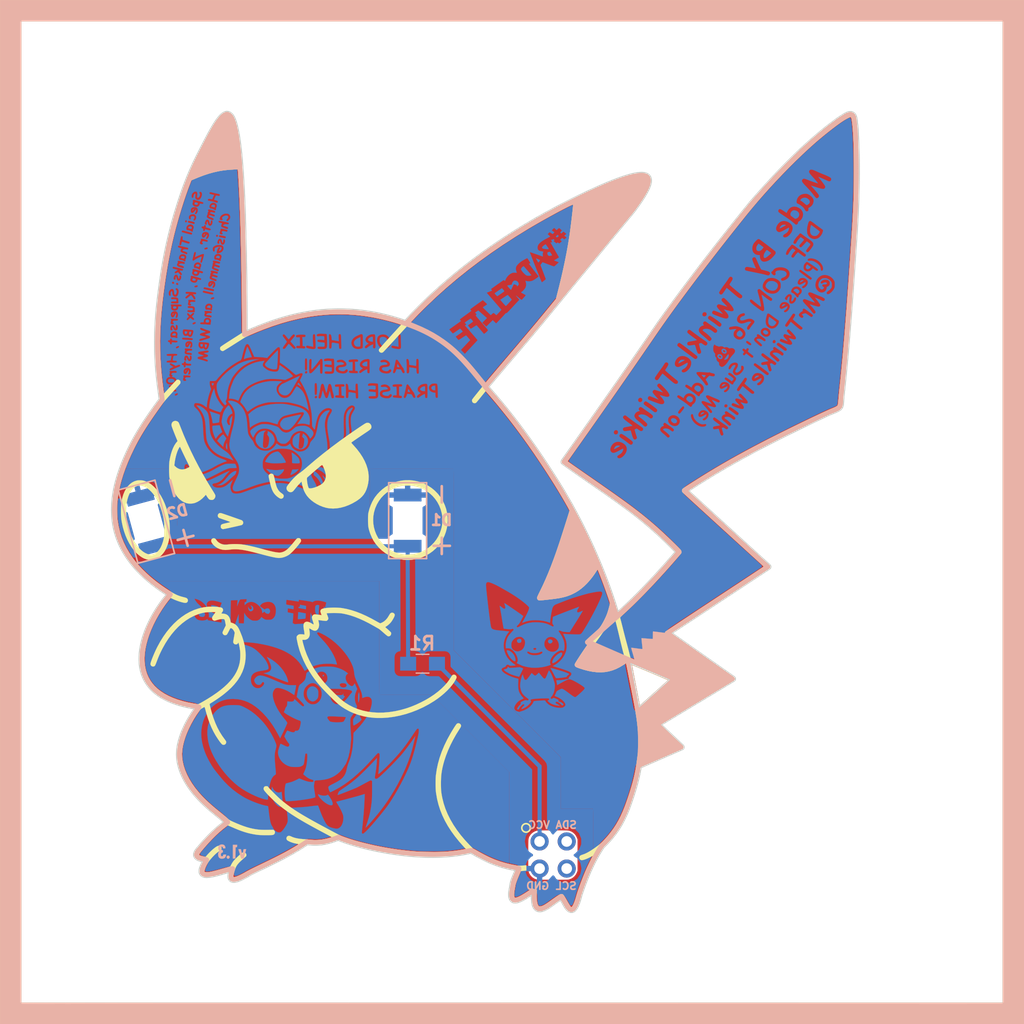
<source format=kicad_pcb>
(kicad_pcb (version 4) (host pcbnew 4.0.7)
  (layers (0 F.Cu signal) (31 B.Cu signal) (34 B.Paste user) (35 F.Paste user) (36 B.SilkS user) (37 F.SilkS user) (38 B.Mask user) (39 F.Mask user) (44 Edge.Cuts user))
  (net 0 "")
  (net 1 "Net-(D1-Pad1)")
  (net 2 "Net-(D1-Pad2)")
  (net 3 "Net-(R1-Pad1)")
  (module LOGO (layer F.Cu) (at 140.462 85.09)
    (fp_text reference B.Silk hide)
    (fp_text value "" hide)
  )
  (module LOGO (layer F.Cu) (at 140.462 85.09)
    (fp_text reference F.Mask hide)
    (fp_text value "" hide)
  )
  (module LOGO (layer F.Cu) (at 140.462 85.09)
    (fp_text reference F.Silk hide)
    (fp_text value "" hide)
  )
  (module customparts:LED_OSRAM_TOPLED_LxT776 (layer B.Cu) (at 130.683 85.9028 90)
    (fp_text reference D1 (at 0.0508 3.175 180) (layer B.SilkS) (effects (font (thickness 0.25)) (justify mirror)))
    (fp_text value LED)
    (fp_text user - (at 2.4638 3.048 90) (layer B.SilkS) (effects (font (size 2 2) (thickness 0.25)) (justify mirror)))
    (fp_text user + (at -2.3622 3.048 90) (layer B.SilkS) (effects (font (size 2 2) (thickness 0.25)) (justify mirror)))
    (pad 1 smd rect (at 2.4 0 90) (size 1.2 2.6) (layers B.Cu B.Paste B.Mask) (net 1 "Net-(D1-Pad1)"))
    (pad 2 smd rect (at -2.4 0 90) (size 1.2 2.6) (layers B.Cu B.Paste B.Mask) (net 2 "Net-(D1-Pad2)"))
  )
  (module customparts:LED_OSRAM_TOPLED_LxT776 (layer B.Cu) (at 106.1974 86.0044 105)
    (fp_text reference D2 (at 0.133806 3.033599 375) (layer B.SilkS) (effects (font (thickness 0.25)) (justify mirror)))
    (fp_text value LED)
    (fp_text user - (at 2.413 3.302 105) (layer B.SilkS) (effects (font (size 2 2) (thickness 0.25)) (justify mirror)))
    (fp_text user + (at -2.413 3.302 105) (layer B.SilkS) (effects (font (size 2 2) (thickness 0.25)) (justify mirror)))
    (pad 1 smd rect (at 2.4 0 105) (size 1.2 2.6) (layers B.Cu B.Paste B.Mask) (net 1 "Net-(D1-Pad1)"))
    (pad 2 smd rect (at -2.4 0 105) (size 1.2 2.6) (layers B.Cu B.Paste B.Mask) (net 2 "Net-(D1-Pad2)"))
  )
  (module Resistors_SMD:R_0805_HandSoldering (layer B.Cu) (at 132.08 99.314 180)
    (fp_text reference R1 (at 0.0508 1.905 180) (layer B.SilkS) (effects (font (size 1.25 1.25) (thickness 0.25)) (justify mirror)))
    (fp_text value R)
    (pad 1 smd rect (at -1.35 0 180) (size 1.5 1.3) (layers B.Cu B.Paste B.Mask) (net 3 "Net-(R1-Pad1)"))
    (pad 2 smd rect (at 1.35 0 180) (size 1.5 1.3) (layers B.Cu B.Paste B.Mask) (net 2 "Net-(D1-Pad2)"))
  )
  (module badgelife:Badgelife-Shitty-2x2 (layer F.Cu) (at 144.3228 117.2464)
    (fp_text reference X1)
    (fp_text value Badgelife_shitty_connector)
    (fp_text user SDA (at 1.2192 -2.8194) (layer B.SilkS) (effects (font (size 0.7 0.7)) (justify mirror)))
    (fp_text user SCL (at 1.2192 2.8956) (layer B.SilkS) (effects (font (size 0.7 0.7)) (justify mirror)))
    (fp_text user GND (at -1.4478 2.8956) (layer B.SilkS) (effects (font (size 0.7 0.7)) (justify mirror)))
    (fp_text user VCC (at -1.3208 -2.8194) (layer B.SilkS) (effects (font (size 0.7 0.7)) (justify mirror)))
    (pad 4 thru_hole circle (at 1.27 -1.27) (size 1.7 1.7) (drill 1) (layers *.Cu *.Mask))
    (pad 3 thru_hole oval (at 1.27 1.27) (size 1.7 1.7) (drill 1) (layers *.Cu *.Mask))
    (pad 1 thru_hole oval (at -1.27 -1.27) (size 1.7 1.7) (drill 1) (layers *.Cu *.Mask) (net 3 "Net-(R1-Pad1)"))
    (pad 2 thru_hole oval (at -1.27 1.27) (size 1.7 1.7) (drill 1) (layers *.Cu *.Mask) (net 1 "Net-(D1-Pad1)"))
  )
  (module Pikachu_PCB:F.Cu_g5776 (layer F.Cu) (at 140.462 85.09)
    (fp_text reference F.Cu hide)
    (fp_text value LOGO hide)
    (fp_poly (pts (xy 48.006 48.006) (xy -47.984833 48.006) (xy -47.984833 21.951519) (xy -45.991341 21.951519) (xy -45.991334 23.095055) (xy -45.991318 24.218253) (xy -45.991292 25.320505) (xy -45.991258 26.401202) (xy -45.991214 27.459736) (xy -45.991162 28.495499) (xy -45.9911 29.507881) (xy -45.99103 30.496275) (xy -45.990951 31.460071) (xy -45.990863 32.398662) (xy -45.990766 33.311438) (xy -45.990661 34.197792) (xy -45.990547 35.057114) (xy -45.990424 35.888797) (xy -45.990293 36.692231) (xy -45.990154 37.466808) (xy -45.990007 38.21192) (xy -45.989851 38.926958) (xy -45.989687 39.611314) (xy -45.989515 40.264379) (xy -45.989335 40.885544) (xy -45.989146 41.474201) (xy -45.98895 42.029742) (xy -45.988746 42.551557) (xy -45.988534 43.03904) (xy -45.988314 43.49158) (xy -45.988087 43.908569) (xy -45.987852 44.2894) (xy -45.987609 44.633463) (xy -45.987359 44.940149) (xy -45.987101 45.208851) (xy -45.986836 45.43896) (xy -45.986564 45.629867) (xy -45.986284 45.780964) (xy -45.985997 45.891643) (xy -45.985703 45.961294) (xy -45.985402 45.989309) (xy -45.985358 45.98988) (xy -45.977832 45.990882) (xy -45.955723 45.991859) (xy -45.918582 45.992811) (xy -45.865955 45.993737) (xy -45.797393 45.994638) (xy -45.712444 45.995514) (xy -45.610656 45.996365) (xy -45.49158 45.997191) (xy -45.354763 45.997994) (xy -45.199754 45.998772) (xy -45.026102 45.999526) (xy -44.833357 46.000257) (xy -44.621067 46.000964) (xy -44.38878 46.001648) (xy -44.136046 46.002308) (xy -43.862413 46.002946) (xy -43.56743 46.003561) (xy -43.250647 46.004154) (xy -42.911612 46.004724) (xy -42.549873 46.005273) (xy -42.164981 46.005799) (xy -41.756482 46.006304) (xy -41.323927 46.006788) (xy -40.866864 46.00725) (xy -40.384843 46.007691) (xy -39.877411 46.008112) (xy -39.344118 46.008512) (xy -38.784512 46.008891) (xy -38.198143 46.009251) (xy -37.584559 46.00959) (xy -36.943309 46.00991) (xy -36.273942 46.01021) (xy -35.576007 46.01049) (xy -34.849053 46.010752) (xy -34.092627 46.010995) (xy -33.306281 46.011218) (xy -32.489561 46.011424) (xy -31.642018 46.011611) (xy -30.763199 46.01178) (xy -29.852654 46.011931) (xy -28.909931 46.012064) (xy -27.93458 46.01218) (xy -26.926149 46.012279) (xy -25.884187 46.012361) (xy -24.808243 46.012425) (xy -23.697866 46.012474) (xy -22.552604 46.012505) (xy -21.372007 46.012521) (xy -20.155623 46.01252) (xy -18.903001 46.012504) (xy -17.61369 46.012472) (xy -16.287239 46.012424) (xy -14.923196 46.012362) (xy -13.521111 46.012284) (xy -12.080533 46.012192) (xy -10.601009 46.012085) (xy -9.08209 46.011963) (xy -7.523323 46.011828) (xy -5.924258 46.011678) (xy -4.284444 46.011515) (xy -2.603429 46.011339) (xy -0.880762 46.011148) (xy 0.015212 46.011046) (xy 46.00575 46.00575) (xy 46.00575 -45.984583) (xy -45.984583 -45.984583) (xy -45.989987 -0.010583) (xy -45.990146 1.385588) (xy -45.990295 2.771766) (xy -45.990434 4.147343) (xy -45.990563 5.511711) (xy -45.990682 6.86426) (xy -45.990791 8.204382) (xy -45.990889 9.531469) (xy -45.990978 10.844912) (xy -45.991057 12.144103) (xy -45.991126 13.428432) (xy -45.991186 14.697293) (xy -45.991235 15.950075) (xy -45.991276 17.186171) (xy -45.991306 18.404972) (xy -45.991327 19.605869) (xy -45.991339 20.788254) (xy -45.991341 21.951519) (xy -47.984833 21.951519) (xy -47.984833 -47.984833) (xy 48.006 -47.984833) (xy 48.006 48.006)) (layer F.Cu) (width 0.01))
    (fp_poly (pts (xy -26.538577 -37.51579) (xy -26.396514 -37.460301) (xy -26.26517 -37.366308) (xy -26.143853 -37.233117) (xy -26.031875 -37.060035) (xy -25.928543 -36.84637) (xy -25.87642 -36.714744) (xy -25.793524 -36.465387) (xy -25.714097 -36.173912) (xy -25.638145 -35.840393) (xy -25.565678 -35.464905) (xy -25.496703 -35.047521) (xy -25.431229 -34.588316) (xy -25.369263 -34.087363) (xy -25.310814 -33.544736) (xy -25.25589 -32.960511) (xy -25.204498 -32.33476) (xy -25.156648 -31.667557) (xy -25.112347 -30.958978) (xy -25.071603 -30.209095) (xy -25.034425 -29.417983) (xy -25.009282 -28.807833) (xy -24.992068 -28.343173) (xy -24.975076 -27.841488) (xy -24.958397 -27.30741) (xy -24.94212 -26.745572) (xy -24.926338 -26.160604) (xy -24.91114 -25.557137) (xy -24.896617 -24.939804) (xy -24.882861 -24.313235) (xy -24.869961 -23.682062) (xy -24.85801 -23.050917) (xy -24.847096 -22.424431) (xy -24.837311 -21.807235) (xy -24.828747 -21.203961) (xy -24.821492 -20.61924) (xy -24.815639 -20.057704) (xy -24.811278 -19.523984) (xy -24.8085 -19.022711) (xy -24.807396 -18.558518) (xy -24.80738 -18.502694) (xy -24.80723 -18.207744) (xy -24.806771 -17.952666) (xy -24.805957 -17.734999) (xy -24.804745 -17.552283) (xy -24.803089 -17.402056) (xy -24.800944 -17.28186) (xy -24.798267 -17.189232) (xy -24.795011 -17.121712) (xy -24.791133 -17.07684) (xy -24.786587 -17.052155) (xy -24.781329 -17.045197) (xy -24.780875 -17.045332) (xy -24.753078 -17.056988) (xy -24.693688 -17.082152) (xy -24.610045 -17.117707) (xy -24.509486 -17.160534) (xy -24.4475 -17.186968) (xy -23.633895 -17.520648) (xy -22.838983 -17.819105) (xy -22.059341 -18.083213) (xy -21.291546 -18.313845) (xy -20.532176 -18.511875) (xy -19.777809 -18.678177) (xy -19.025021 -18.813626) (xy -18.270391 -18.919095) (xy -17.510495 -18.995459) (xy -17.30375 -19.011217) (xy -17.161307 -19.019173) (xy -16.984775 -19.025557) (xy -16.781668 -19.030369) (xy -16.5595 -19.033611) (xy -16.325785 -19.035283) (xy -16.088035 -19.035386) (xy -15.853764 -19.033921) (xy -15.630486 -19.030889) (xy -15.425715 -19.026291) (xy -15.246964 -19.020128) (xy -15.101746 -19.0124) (xy -15.08125 -19.010955) (xy -14.304639 -18.939855) (xy -13.547607 -18.841851) (xy -12.802114 -18.715357) (xy -12.060116 -18.558786) (xy -11.313572 -18.370555) (xy -10.55444 -18.149078) (xy -10.299804 -18.068428) (xy -10.005692 -17.973516) (xy -9.844721 -18.146302) (xy -8.935083 -19.093332) (xy -7.987489 -20.022444) (xy -7.002598 -20.93307) (xy -5.981071 -21.82464) (xy -4.923566 -22.696586) (xy -3.830743 -23.548339) (xy -2.703261 -24.379329) (xy -2.241843 -24.706392) (xy -1.055441 -25.515433) (xy 0.165833 -26.304004) (xy 1.418837 -27.070269) (xy 2.700431 -27.812392) (xy 4.007475 -28.528537) (xy 5.336827 -29.216867) (xy 6.212417 -29.648997) (xy 6.840652 -29.949791) (xy 7.434379 -30.227185) (xy 7.994218 -30.481404) (xy 8.520788 -30.712674) (xy 9.014707 -30.921222) (xy 9.476594 -31.107274) (xy 9.907068 -31.271057) (xy 10.306749 -31.412796) (xy 10.676254 -31.532718) (xy 11.016203 -31.631049) (xy 11.327216 -31.708016) (xy 11.60991 -31.763844) (xy 11.864905 -31.798761) (xy 12.092819 -31.812992) (xy 12.13275 -31.813375) (xy 12.336598 -31.805163) (xy 12.507661 -31.778932) (xy 12.652353 -31.732656) (xy 12.777083 -31.66431) (xy 12.883978 -31.576071) (xy 12.96009 -31.491555) (xy 13.013394 -31.404294) (xy 13.047152 -31.304669) (xy 13.064626 -31.183063) (xy 13.069082 -31.030333) (xy 13.066806 -30.911441) (xy 13.06004 -30.81962) (xy 13.046616 -30.73967) (xy 13.024365 -30.656392) (xy 13.008676 -30.607) (xy 12.931197 -30.398818) (xy 12.828921 -30.171645) (xy 12.700699 -29.923365) (xy 12.545382 -29.651862) (xy 12.361818 -29.355018) (xy 12.166888 -29.057548) (xy 12.078756 -28.92681) (xy 11.995217 -28.804573) (xy 11.913897 -28.687783) (xy 11.832422 -28.573391) (xy 11.748421 -28.458342) (xy 11.65952 -28.339586) (xy 11.563345 -28.214071) (xy 11.457525 -28.078744) (xy 11.339685 -27.930554) (xy 11.207453 -27.766449) (xy 11.058456 -27.583376) (xy 10.890321 -27.378285) (xy 10.700674 -27.148122) (xy 10.487143 -26.889836) (xy 10.392748 -26.775833) (xy 9.453722 -25.641414) (xy 8.53477 -24.529711) (xy 7.628241 -23.431448) (xy 6.726488 -22.337348) (xy 5.821861 -21.238134) (xy 4.906712 -20.124528) (xy 4.424257 -19.536833) (xy 4.14477 -19.196317) (xy 3.888453 -18.884188) (xy 3.652568 -18.597167) (xy 3.434374 -18.331979) (xy 3.231132 -18.085345) (xy 3.040103 -17.853988) (xy 2.858545 -17.634631) (xy 2.68372 -17.423996) (xy 2.512888 -17.218805) (xy 2.343309 -17.015782) (xy 2.172244 -16.811648) (xy 1.996952 -16.603127) (xy 1.814694 -16.38694) (xy 1.622731 -16.159811) (xy 1.418321 -15.918463) (xy 1.198727 -15.659616) (xy 0.961207 -15.379995) (xy 0.703023 -15.076322) (xy 0.421434 -14.745318) (xy 0.275012 -14.57325) (xy 0.074876 -14.338) (xy -0.129147 -14.098036) (xy -0.333778 -13.857225) (xy -0.535736 -13.619433) (xy -0.731743 -13.388524) (xy -0.918518 -13.168365) (xy -1.092781 -12.96282) (xy -1.251253 -12.775756) (xy -1.390654 -12.611038) (xy -1.507704 -12.472531) (xy -1.561875 -12.40832) (xy -2.13785 -11.725057) (xy -1.846645 -11.39232) (xy -1.121134 -10.544421) (xy -0.393929 -9.657062) (xy 0.332992 -8.732959) (xy 1.057648 -7.774826) (xy 1.778062 -6.785378) (xy 2.492253 -5.767328) (xy 3.198244 -4.723392) (xy 3.894054 -3.656284) (xy 4.530054 -2.645833) (xy 5.104768 -1.691535) (xy 5.665973 -0.709026) (xy 6.211492 0.296935) (xy 6.739152 1.32159) (xy 7.24678 2.360182) (xy 7.7322 3.407955) (xy 8.193237 4.460149) (xy 8.627719 5.512009) (xy 9.033471 6.558775) (xy 9.408317 7.595692) (xy 9.750085 8.618002) (xy 9.906784 9.118595) (xy 9.973441 9.336606) (xy 10.082596 9.23635) (xy 10.544893 8.805667) (xy 11.011066 8.359096) (xy 11.483264 7.894393) (xy 11.963638 7.40931) (xy 12.454337 6.901604) (xy 12.957512 6.369027) (xy 13.475313 5.809336) (xy 14.009891 5.220284) (xy 14.563394 4.599626) (xy 15.024982 4.074583) (xy 15.302458 3.757083) (xy 14.906104 3.358592) (xy 14.191991 2.661445) (xy 13.446953 1.974018) (xy 12.682395 1.306551) (xy 11.916833 0.674977) (xy 11.710162 0.510649) (xy 11.498055 0.344501) (xy 11.278334 0.174954) (xy 11.048819 0.000429) (xy 10.807334 -0.180653) (xy 10.551698 -0.369871) (xy 10.279735 -0.568804) (xy 9.989266 -0.779032) (xy 9.678112 -1.002133) (xy 9.344095 -1.239686) (xy 8.985036 -1.493271) (xy 8.598758 -1.764467) (xy 8.183082 -2.054851) (xy 7.73583 -2.366005) (xy 7.408333 -2.59318) (xy 7.034675 -2.852215) (xy 6.694531 -3.088263) (xy 6.386519 -3.302301) (xy 6.109255 -3.495307) (xy 5.861358 -3.668259) (xy 5.641444 -3.822135) (xy 5.44813 -3.957911) (xy 5.280034 -4.076566) (xy 5.135774 -4.179077) (xy 5.013965 -4.266422) (xy 4.913226 -4.339578) (xy 4.832174 -4.399523) (xy 4.769426 -4.447234) (xy 4.723599 -4.483689) (xy 4.69331 -4.509866) (xy 4.683125 -4.519865) (xy 4.637372 -4.577139) (xy 4.617622 -4.633158) (xy 4.614333 -4.686125) (xy 4.615119 -4.702081) (xy 4.618386 -4.719896) (xy 4.625495 -4.741597) (xy 4.637809 -4.769211) (xy 4.65669 -4.804766) (xy 4.6835 -4.85029) (xy 4.7196 -4.907809) (xy 4.766354 -4.979351) (xy 4.825124 -5.066944) (xy 4.89727 -5.172615) (xy 4.984157 -5.298391) (xy 5.087145 -5.4463) (xy 5.207597 -5.61837) (xy 5.346875 -5.816628) (xy 5.506341 -6.043101) (xy 5.687357 -6.299817) (xy 5.891286 -6.588803) (xy 5.91929 -6.628477) (xy 6.554069 -7.528693) (xy 7.18152 -8.420315) (xy 7.799958 -9.300928) (xy 8.407698 -10.168115) (xy 9.003055 -11.019459) (xy 9.584344 -11.852544) (xy 10.149879 -12.664954) (xy 10.697977 -13.454272) (xy 11.226951 -14.218083) (xy 11.735117 -14.953968) (xy 12.220791 -15.659513) (xy 12.47771 -16.03375) (xy 12.682064 -16.331692) (xy 12.864413 -16.597466) (xy 13.026674 -16.833831) (xy 13.170764 -17.043544) (xy 13.2986 -17.229365) (xy 13.412099 -17.394053) (xy 13.513177 -17.540364) (xy 13.603752 -17.671059) (xy 13.68574 -17.788895) (xy 13.761059 -17.896631) (xy 13.831625 -17.997026) (xy 13.899356 -18.092838) (xy 13.966167 -18.186825) (xy 14.033977 -18.281746) (xy 14.104702 -18.38036) (xy 14.180258 -18.485424) (xy 14.213374 -18.531417) (xy 15.077686 -19.721567) (xy 15.966067 -20.92519) (xy 16.879855 -22.144031) (xy 17.820391 -23.379836) (xy 18.789013 -24.634351) (xy 19.787061 -25.909322) (xy 20.815873 -27.206495) (xy 21.876789 -28.527615) (xy 21.957854 -28.627917) (xy 22.252097 -28.985453) (xy 22.575014 -29.366174) (xy 22.922817 -29.766089) (xy 23.291718 -30.181208) (xy 23.677931 -30.607543) (xy 24.077668 -31.041103) (xy 24.48714 -31.477899) (xy 24.902562 -31.913941) (xy 25.320146 -32.345239) (xy 25.736103 -32.767805) (xy 26.146647 -33.177648) (xy 26.547991 -33.570779) (xy 26.936346 -33.943208) (xy 27.307925 -34.290945) (xy 27.506083 -34.472329) (xy 27.85275 -34.783018) (xy 28.200689 -35.087382) (xy 28.547173 -35.383299) (xy 28.889471 -35.66865) (xy 29.224856 -35.941314) (xy 29.550599 -36.199171) (xy 29.86397 -36.440102) (xy 30.162242 -36.661985) (xy 30.442686 -36.862702) (xy 30.702572 -37.040131) (xy 30.939172 -37.192153) (xy 31.149757 -37.316648) (xy 31.20817 -37.348698) (xy 31.394084 -37.43921) (xy 31.55719 -37.497696) (xy 31.701547 -37.524842) (xy 31.831214 -37.521335) (xy 31.950251 -37.487862) (xy 31.97225 -37.478054) (xy 32.066144 -37.424026) (xy 32.14501 -37.355589) (xy 32.210699 -37.268516) (xy 32.265062 -37.158579) (xy 32.309952 -37.02155) (xy 32.34722 -36.8532) (xy 32.378717 -36.649303) (xy 32.395136 -36.5125) (xy 32.407822 -36.40143) (xy 32.419707 -36.30434) (xy 32.429717 -36.22952) (xy 32.436777 -36.18526) (xy 32.438507 -36.178048) (xy 32.442016 -36.15051) (xy 32.447246 -36.086293) (xy 32.453833 -35.991002) (xy 32.461413 -35.870241) (xy 32.469622 -35.729614) (xy 32.478095 -35.574725) (xy 32.479762 -35.543048) (xy 32.525438 -34.515405) (xy 32.555555 -33.474159) (xy 32.570079 -32.4158) (xy 32.568972 -31.33682) (xy 32.552198 -30.23371) (xy 32.51972 -29.102959) (xy 32.471502 -27.941058) (xy 32.407508 -26.744499) (xy 32.384279 -26.363083) (xy 32.373736 -26.19732) (xy 32.360484 -25.993314) (xy 32.344797 -25.755051) (xy 32.326945 -25.486518) (xy 32.307201 -25.191699) (xy 32.285837 -24.874583) (xy 32.263126 -24.539153) (xy 32.239339 -24.189396) (xy 32.214749 -23.829298) (xy 32.189627 -23.462844) (xy 32.164246 -23.094021) (xy 32.138878 -22.726815) (xy 32.113795 -22.365211) (xy 32.089269 -22.013195) (xy 32.065572 -21.674754) (xy 32.042977 -21.353872) (xy 32.024462 -21.092583) (xy 31.958228 -20.171321) (xy 31.89332 -19.289688) (xy 31.829511 -18.445007) (xy 31.766576 -17.634602) (xy 31.704285 -16.855796) (xy 31.642413 -16.105914) (xy 31.580733 -15.382279) (xy 31.519016 -14.682215) (xy 31.457037 -14.003046) (xy 31.394569 -13.342095) (xy 31.331383 -12.696686) (xy 31.267254 -12.064143) (xy 31.220932 -11.6205) (xy 31.200065 -11.420142) (xy 31.179197 -11.214414) (xy 31.159129 -11.011614) (xy 31.140665 -10.820038) (xy 31.124608 -10.647982) (xy 31.111759 -10.503744) (xy 31.10495 -10.421822) (xy 31.088691 -10.234813) (xy 31.071485 -10.083913) (xy 31.05143 -9.962911) (xy 31.026627 -9.865592) (xy 30.995175 -9.785744) (xy 30.955171 -9.717154) (xy 30.904716 -9.653609) (xy 30.853602 -9.600309) (xy 30.796667 -9.547466) (xy 30.736532 -9.499564) (xy 30.667885 -9.453805) (xy 30.585416 -9.407389) (xy 30.483814 -9.35752) (xy 30.357768 -9.3014) (xy 30.201967 -9.236231) (xy 30.032713 -9.167848) (xy 29.943971 -9.13078) (xy 29.822075 -9.077484) (xy 29.671953 -9.010223) (xy 29.498529 -8.931263) (xy 29.306731 -8.842869) (xy 29.101485 -8.747308) (xy 28.887717 -8.646843) (xy 28.670352 -8.54374) (xy 28.539991 -8.481427) (xy 27.773244 -8.112544) (xy 27.043211 -7.758667) (xy 26.347513 -7.418552) (xy 25.683776 -7.090951) (xy 25.049622 -6.774621) (xy 24.442674 -6.468314) (xy 23.860557 -6.170787) (xy 23.300894 -5.880792) (xy 22.761307 -5.597084) (xy 22.239422 -5.318418) (xy 21.73286 -5.043548) (xy 21.239246 -4.771229) (xy 20.756204 -4.500215) (xy 20.281356 -4.22926) (xy 19.812326 -3.957119) (xy 19.346737 -3.682546) (xy 19.078414 -3.522334) (xy 18.875901 -3.400337) (xy 18.665806 -3.272766) (xy 18.451154 -3.141527) (xy 18.234965 -3.008526) (xy 18.020261 -2.87567) (xy 17.810066 -2.744865) (xy 17.607401 -2.618017) (xy 17.415288 -2.497032) (xy 17.23675 -2.383817) (xy 17.074808 -2.280276) (xy 16.932485 -2.188318) (xy 16.812803 -2.109848) (xy 16.718784 -2.046772) (xy 16.653451 -2.000996) (xy 16.619825 -1.974426) (xy 16.615833 -1.969097) (xy 16.631056 -1.952561) (xy 16.675037 -1.909858) (xy 16.74525 -1.843335) (xy 16.839167 -1.755343) (xy 16.954258 -1.648231) (xy 17.087997 -1.524346) (xy 17.237854 -1.38604) (xy 17.401302 -1.235659) (xy 17.575813 -1.075554) (xy 17.68951 -0.971472) (xy 18.251586 -0.45743) (xy 18.784311 0.029624) (xy 19.289503 0.491349) (xy 19.76898 0.929406) (xy 20.224561 1.345452) (xy 20.658062 1.741147) (xy 21.071303 2.11815) (xy 21.466101 2.478119) (xy 21.844274 2.822715) (xy 22.20764 3.153596) (xy 22.558017 3.472421) (xy 22.854644 3.742146) (xy 23.060376 3.929386) (xy 23.257314 4.109067) (xy 23.443173 4.279078) (xy 23.615667 4.437309) (xy 23.77251 4.581647) (xy 23.911417 4.709983) (xy 24.030103 4.820204) (xy 24.126281 4.910201) (xy 24.197668 4.977862) (xy 24.241976 5.021076) (xy 24.256757 5.037213) (xy 24.276263 5.110812) (xy 24.27107 5.197066) (xy 24.242531 5.275267) (xy 24.241013 5.277788) (xy 24.219615 5.296194) (xy 24.164512 5.336519) (xy 24.075588 5.398838) (xy 23.952727 5.48323) (xy 23.795813 5.589771) (xy 23.604729 5.71854) (xy 23.379359 5.869614) (xy 23.119588 6.043069) (xy 22.8253 6.238984) (xy 22.496377 6.457436) (xy 22.132705 6.698502) (xy 21.734166 6.962259) (xy 21.300645 7.248785) (xy 20.832027 7.558158) (xy 20.328193 7.890454) (xy 19.78903 8.245751) (xy 19.644326 8.341062) (xy 19.245079 8.604029) (xy 18.855051 8.860968) (xy 18.475723 9.110901) (xy 18.108575 9.352851) (xy 17.755088 9.585842) (xy 17.416743 9.808895) (xy 17.095021 10.021034) (xy 16.791403 10.221281) (xy 16.50737 10.40866) (xy 16.244402 10.582194) (xy 16.003981 10.740904) (xy 15.787586 10.883814) (xy 15.5967 11.009947) (xy 15.432803 11.118325) (xy 15.297376 11.207972) (xy 15.191899 11.27791) (xy 15.117854 11.327162) (xy 15.076721 11.354751) (xy 15.068332 11.360607) (xy 15.083602 11.374332) (xy 15.131785 11.411054) (xy 15.2111 11.469508) (xy 15.319769 11.548428) (xy 15.456014 11.64655) (xy 15.618053 11.762608) (xy 15.80411 11.895337) (xy 16.012404 12.043473) (xy 16.241157 12.205749) (xy 16.488589 12.380902) (xy 16.752922 12.567665) (xy 17.032377 12.764774) (xy 17.325174 12.970964) (xy 17.629534 13.184969) (xy 17.943679 13.405525) (xy 17.963837 13.419667) (xy 18.279504 13.641239) (xy 18.58609 13.856698) (xy 18.88177 14.064749) (xy 19.16472 14.264097) (xy 19.433114 14.45345) (xy 19.685129 14.631513) (xy 19.91894 14.796992) (xy 20.132723 14.948593) (xy 20.324651 15.085023) (xy 20.492903 15.204987) (xy 20.635651 15.307191) (xy 20.751073 15.390343) (xy 20.837343 15.453147) (xy 20.892637 15.494309) (xy 20.91513 15.512537) (xy 20.915289 15.512729) (xy 20.949035 15.586509) (xy 20.954581 15.674447) (xy 20.932546 15.759693) (xy 20.904563 15.804693) (xy 20.881361 15.821724) (xy 20.823595 15.859427) (xy 20.733023 15.91673) (xy 20.611403 15.992562) (xy 20.460493 16.085851) (xy 20.282052 16.195526) (xy 20.077837 16.320515) (xy 19.849608 16.459747) (xy 19.599122 16.612151) (xy 19.328138 16.776654) (xy 19.038414 16.952186) (xy 18.731708 17.137674) (xy 18.409779 17.332048) (xy 18.074385 17.534235) (xy 17.727283 17.743165) (xy 17.454565 17.907108) (xy 17.106205 18.116493) (xy 16.767736 18.320104) (xy 16.440933 18.516868) (xy 16.127565 18.705711) (xy 15.829407 18.88556) (xy 15.548231 19.055342) (xy 15.285808 19.213982) (xy 15.043911 19.360407) (xy 14.824312 19.493545) (xy 14.628784 19.61232) (xy 14.459099 19.71566) (xy 14.317029 19.80249) (xy 14.204347 19.871739) (xy 14.122825 19.922331) (xy 14.074235 19.953194) (xy 14.060127 19.963218) (xy 14.076015 19.979714) (xy 14.120162 20.022771) (xy 14.189994 20.08994) (xy 14.282938 20.178773) (xy 14.396422 20.286822) (xy 14.527873 20.411639) (xy 14.674717 20.550775) (xy 14.834381 20.701782) (xy 15.004294 20.862211) (xy 15.070667 20.924809) (xy 15.24496 21.089437) (xy 15.410793 21.246644) (xy 15.565478 21.393847) (xy 15.706328 21.528461) (xy 15.830657 21.647902) (xy 15.935777 21.749586) (xy 16.019 21.83093) (xy 16.077642 21.88935) (xy 16.109013 21.922261) (xy 16.112985 21.927174) (xy 16.138268 21.986089) (xy 16.149938 22.055912) (xy 16.150027 22.061269) (xy 16.150044 22.087615) (xy 16.148538 22.11165) (xy 16.143318 22.134497) (xy 16.132194 22.157283) (xy 16.112976 22.181132) (xy 16.083472 22.207168) (xy 16.041494 22.236518) (xy 15.984849 22.270305) (xy 15.911349 22.309656) (xy 15.818802 22.355695) (xy 15.705018 22.409546) (xy 15.567808 22.472336) (xy 15.404979 22.545189) (xy 15.214343 22.62923) (xy 14.993708 22.725584) (xy 14.740885 22.835376) (xy 14.453683 22.959731) (xy 14.129911 23.099774) (xy 14.118167 23.104853) (xy 13.849348 23.221134) (xy 13.591009 23.332899) (xy 13.345867 23.438974) (xy 13.116639 23.53818) (xy 12.906043 23.629342) (xy 12.716796 23.711283) (xy 12.551614 23.782826) (xy 12.413215 23.842796) (xy 12.304316 23.890015) (xy 12.227635 23.923306) (xy 12.185888 23.941494) (xy 12.179264 23.944418) (xy 12.16191 23.956989) (xy 12.146354 23.981523) (xy 12.130848 24.023888) (xy 12.113642 24.089955) (xy 12.092985 24.185593) (xy 12.06713 24.316672) (xy 12.064997 24.327759) (xy 11.972792 24.770429) (xy 11.863222 25.227829) (xy 11.73519 25.703769) (xy 11.587595 26.202063) (xy 11.419338 26.726523) (xy 11.229319 27.280962) (xy 11.145728 27.51544) (xy 10.950874 28.028577) (xy 10.748339 28.50498) (xy 10.534847 28.95002) (xy 10.307121 29.369068) (xy 10.061883 29.767493) (xy 9.795856 30.150667) (xy 9.505764 30.52396) (xy 9.188329 30.892741) (xy 8.891004 31.210343) (xy 8.780531 31.325413) (xy 8.693349 31.419825) (xy 8.62244 31.502478) (xy 8.56079 31.582272) (xy 8.50138 31.668104) (xy 8.437196 31.768875) (xy 8.390357 31.845343) (xy 8.090949 32.359603) (xy 7.811089 32.885099) (xy 7.545485 33.432224) (xy 7.295164 33.996496) (xy 7.214263 34.190856) (xy 7.128641 34.403835) (xy 7.040529 34.629328) (xy 6.952159 34.86123) (xy 6.865761 35.093438) (xy 6.783569 35.319848) (xy 6.707812 35.534355) (xy 6.640723 35.730855) (xy 6.584533 35.903246) (xy 6.541474 36.045421) (xy 6.527072 36.097551) (xy 6.436411 36.411882) (xy 6.340804 36.689752) (xy 6.240748 36.930208) (xy 6.13674 37.132298) (xy 6.029277 37.295069) (xy 5.918855 37.417569) (xy 5.805972 37.498846) (xy 5.792269 37.505791) (xy 5.669303 37.543434) (xy 5.534999 37.547582) (xy 5.403424 37.518603) (xy 5.347535 37.49417) (xy 5.26421 37.442967) (xy 5.183126 37.375659) (xy 5.101189 37.288287) (xy 5.015302 37.176886) (xy 4.922371 37.037497) (xy 4.819299 36.866157) (xy 4.722165 36.693822) (xy 4.668514 36.596926) (xy 4.622076 36.513909) (xy 4.586664 36.451516) (xy 4.566084 36.416491) (xy 4.562689 36.411467) (xy 4.540395 36.418638) (xy 4.485575 36.451249) (xy 4.399093 36.508715) (xy 4.281814 36.590451) (xy 4.134598 36.695871) (xy 4.016447 36.7818) (xy 3.755421 36.967614) (xy 3.520844 37.123491) (xy 3.310203 37.25037) (xy 3.120983 37.349189) (xy 2.95067 37.420886) (xy 2.79675 37.466397) (xy 2.656708 37.486663) (xy 2.528032 37.482619) (xy 2.408205 37.455206) (xy 2.315576 37.416344) (xy 2.18729 37.332216) (xy 2.079133 37.219065) (xy 1.990248 37.074985) (xy 1.919777 36.898071) (xy 1.866864 36.686416) (xy 1.830651 36.438117) (xy 1.819554 36.313636) (xy 1.811279 36.204301) (xy 1.80376 36.109397) (xy 1.797683 36.03727) (xy 1.793734 35.996267) (xy 1.793015 35.990989) (xy 1.774834 35.993518) (xy 1.727538 36.016214) (xy 1.657217 36.05573) (xy 1.569959 36.108719) (xy 1.513417 36.144676) (xy 1.33434 36.256062) (xy 1.154193 36.360143) (xy 0.980467 36.453026) (xy 0.820654 36.530818) (xy 0.682242 36.589625) (xy 0.606312 36.616129) (xy 0.422543 36.655973) (xy 0.253616 36.659502) (xy 0.102282 36.627915) (xy -0.028705 36.56241) (xy -0.136594 36.464186) (xy -0.218631 36.334442) (xy -0.254511 36.241281) (xy -0.27577 36.157637) (xy -0.288887 36.065342) (xy -0.295216 35.951922) (xy -0.296333 35.856207) (xy -0.295762 35.779317) (xy -0.29352 35.70826) (xy -0.288818 35.636795) (xy -0.280867 35.558684) (xy -0.268876 35.467686) (xy -0.252056 35.35756) (xy -0.229618 35.222068) (xy -0.200771 35.054969) (xy -0.179819 34.935583) (xy -0.155484 34.816454) (xy -0.122742 34.691618) (xy -0.079421 34.554699) (xy -0.023352 34.399321) (xy 0.047635 34.219108) (xy 0.135711 34.007685) (xy 0.137171 34.00425) (xy 0.196808 33.860266) (xy 0.238996 33.750155) (xy 0.263321 33.675108) (xy 0.269369 33.636317) (xy 0.26676 33.631315) (xy 0.237028 33.622272) (xy 0.175657 33.608425) (xy 0.092764 33.59195) (xy 0.03175 33.580793) (xy -0.113539 33.552204) (xy -0.288138 33.513194) (xy -0.481137 33.466542) (xy -0.681625 33.415026) (xy -0.87869 33.361428) (xy -1.06142 33.308525) (xy -1.17475 33.273463) (xy -1.604549 33.122714) (xy -2.05587 32.938939) (xy -2.525612 32.72355) (xy -3.010678 32.477959) (xy -3.447587 32.238069) (xy -3.558752 32.175551) (xy 1.524 32.175551) (xy 1.524045 32.457567) (xy 1.524237 32.700515) (xy 1.524666 32.907659) (xy 1.525417 33.082262) (xy 1.526578 33.227589) (xy 1.528237 33.346904) (xy 1.530481 33.443472) (xy 1.533398 33.520557) (xy 1.537075 33.581424) (xy 1.541599 33.629336) (xy 1.547058 33.667559) (xy 1.55354 33.699355) (xy 1.561131 33.727991) (xy 1.566021 33.744255) (xy 1.645519 33.932562) (xy 1.759176 34.100648) (xy 1.902104 34.243702) (xy 2.069415 34.356911) (xy 2.256222 34.435464) (xy 2.273264 34.440509) (xy 2.301987 34.447875) (xy 2.335079 34.454212) (xy 2.375786 34.459601) (xy 2.427355 34.464122) (xy 2.49303 34.467857) (xy 2.576059 34.470885) (xy 2.679688 34.473288) (xy 2.807161 34.475145) (xy 2.961727 34.476539) (xy 3.146629 34.477549) (xy 3.365116 34.478257) (xy 3.620432 34.478742) (xy 3.821428 34.478992) (xy 4.109584 34.479175) (xy 4.358507 34.479027) (xy 4.571298 34.478487) (xy 4.751057 34.477495) (xy 4.900883 34.475991) (xy 5.023877 34.473914) (xy 5.123138 34.471204) (xy 5.201768 34.467799) (xy 5.262865 34.46364) (xy 5.309529 34.458665) (xy 5.344862 34.452816) (xy 5.361658 34.448926) (xy 5.558211 34.376536) (xy 5.733989 34.268578) (xy 5.88578 34.128001) (xy 6.010373 33.957755) (xy 6.101199 33.769708) (xy 6.148917 33.644417) (xy 6.148917 30.681083) (xy 6.101199 30.555792) (xy 6.005651 30.359906) (xy 5.87983 30.190867) (xy 5.726949 30.051622) (xy 5.550218 29.945123) (xy 5.361658 29.876573) (xy 5.331129 29.870104) (xy 5.290814 29.864551) (xy 5.23759 29.859848) (xy 5.16833 29.85593) (xy 5.079908 29.852733) (xy 4.9692 29.850191) (xy 4.833079 29.848238) (xy 4.66842 29.84681) (xy 4.472097 29.845842) (xy 4.240985 29.845267) (xy 3.971958 29.845021) (xy 3.848928 29.845) (xy 3.513875 29.845376) (xy 3.221002 29.846507) (xy 2.970161 29.848394) (xy 2.761204 29.85104) (xy 2.593984 29.854448) (xy 2.468354 29.858618) (xy 2.384166 29.863555) (xy 2.34525 29.868319) (xy 2.176111 29.922552) (xy 2.010891 30.010616) (xy 1.859402 30.125234) (xy 1.731457 30.259127) (xy 1.646405 30.386614) (xy 1.62334 30.430043) (xy 1.603371 30.470521) (xy 1.586276 30.511312) (xy 1.57183 30.555677) (xy 1.559811 30.606876) (xy 1.549996 30.668172) (xy 1.542161 30.742826) (xy 1.536083 30.8341) (xy 1.53154 30.945254) (xy 1.528308 31.079551) (xy 1.526163 31.240252) (xy 1.524883 31.430618) (xy 1.524245 31.653912) (xy 1.524025 31.913393) (xy 1.524 32.175551) (xy -3.558752 32.175551) (xy -3.566838 32.171004) (xy -3.673755 32.112284) (xy -3.762904 32.064779) (xy -3.828851 32.031357) (xy -3.866162 32.014887) (xy -3.872284 32.013832) (xy -3.902287 32.023423) (xy -3.967562 32.038771) (xy -4.061625 32.058658) (xy -4.177994 32.081867) (xy -4.310184 32.10718) (xy -4.451714 32.13338) (xy -4.596099 32.159249) (xy -4.736856 32.183571) (xy -4.867502 32.205128) (xy -4.981554 32.222702) (xy -4.995333 32.224704) (xy -5.65046 32.303578) (xy -6.335631 32.356208) (xy -7.047809 32.382766) (xy -7.783958 32.383422) (xy -8.541039 32.358349) (xy -9.316018 32.307716) (xy -10.105856 32.231696) (xy -10.907516 32.13046) (xy -11.717962 32.004179) (xy -12.534158 31.853024) (xy -12.8905 31.779493) (xy -13.259842 31.697974) (xy -13.634411 31.609748) (xy -14.008645 31.516377) (xy -14.37698 31.419423) (xy -14.733855 31.320446) (xy -15.073708 31.221008) (xy -15.390975 31.122671) (xy -15.680094 31.026996) (xy -15.935502 30.935546) (xy -16.04011 30.895338) (xy -16.278698 30.801246) (xy -16.410224 30.852867) (xy -16.664444 30.944568) (xy -16.942738 31.030835) (xy -17.229812 31.107565) (xy -17.510372 31.170656) (xy -17.757598 31.214318) (xy -17.876724 31.227794) (xy -18.024344 31.238114) (xy -18.190765 31.245194) (xy -18.366294 31.248947) (xy -18.541237 31.249287) (xy -18.705903 31.246129) (xy -18.850597 31.239386) (xy -18.965627 31.228972) (xy -18.992017 31.225259) (xy -19.135116 31.202796) (xy -19.489433 31.430655) (xy -19.728203 31.582034) (xy -19.971328 31.731652) (xy -20.221675 31.881034) (xy -20.482115 32.031703) (xy -20.755516 32.185184) (xy -21.044748 32.343) (xy -21.352679 32.506676) (xy -21.682179 32.677736) (xy -22.036117 32.857703) (xy -22.417362 33.048101) (xy -22.828782 33.250455) (xy -23.273248 33.466288) (xy -23.753627 33.697124) (xy -23.78075 33.710096) (xy -23.947419 33.790821) (xy -24.116661 33.874659) (xy -24.280635 33.957593) (xy -24.4315 34.035604) (xy -24.561415 34.104675) (xy -24.66254 34.160787) (xy -24.680333 34.171104) (xy -24.969096 34.334411) (xy -25.229193 34.468629) (xy -25.462293 34.574194) (xy -25.670067 34.651543) (xy -25.854186 34.701114) (xy -26.016319 34.723342) (xy -26.158138 34.718665) (xy -26.281311 34.687519) (xy -26.387511 34.630341) (xy -26.400348 34.620873) (xy -26.50236 34.517268) (xy -26.571296 34.388473) (xy -26.605923 34.237189) (xy -26.609989 34.161204) (xy -26.60821 34.066539) (xy -26.602957 33.973236) (xy -26.595877 33.905526) (xy -26.581147 33.8073) (xy -27.117698 33.963579) (xy -27.429683 34.052236) (xy -27.705469 34.125587) (xy -27.948169 34.184038) (xy -28.160892 34.227996) (xy -28.346751 34.257865) (xy -28.508858 34.274053) (xy -28.650323 34.276964) (xy -28.774257 34.267004) (xy -28.883774 34.24458) (xy -28.981982 34.210097) (xy -28.987899 34.207514) (xy -29.119733 34.128909) (xy -29.218537 34.025018) (xy -29.284174 33.897209) (xy -29.316507 33.746846) (xy -29.315397 33.575295) (xy -29.280707 33.383922) (xy -29.212299 33.174091) (xy -29.114068 32.955146) (xy -29.079426 32.884135) (xy -29.05483 32.829392) (xy -29.044412 32.800268) (xy -29.0446 32.797976) (xy -29.066681 32.790028) (xy -29.119621 32.774145) (xy -29.193375 32.753305) (xy -29.21984 32.746046) (xy -29.417482 32.678433) (xy -29.577341 32.593846) (xy -29.699035 32.492862) (xy -29.782182 32.376058) (xy -29.8264 32.24401) (xy -29.831308 32.097296) (xy -29.796525 31.936491) (xy -29.782345 31.896175) (xy -29.756784 31.836171) (xy -29.723095 31.77346) (xy -29.677569 31.702812) (xy -29.616497 31.619001) (xy -29.53617 31.516798) (xy -29.43288 31.390974) (xy -29.374243 31.320878) (xy -29.056394 30.950675) (xy -28.745497 30.604721) (xy -28.444969 30.286667) (xy -28.158228 30.000159) (xy -27.97854 29.83044) (xy -27.858021 29.721223) (xy -27.725401 29.604057) (xy -27.587618 29.484813) (xy -27.451605 29.369366) (xy -27.324297 29.263588) (xy -27.212631 29.173352) (xy -27.123541 29.104529) (xy -27.106581 29.092062) (xy -27.046111 29.048208) (xy -27.593597 28.606993) (xy -27.824503 28.420242) (xy -28.026562 28.255188) (xy -28.204478 28.107707) (xy -28.362953 27.97368) (xy -28.506691 27.848983) (xy -28.640394 27.729497) (xy -28.768765 27.611098) (xy -28.896508 27.489666) (xy -29.028325 27.361079) (xy -29.126782 27.263364) (xy -29.38751 26.997772) (xy -29.619128 26.749879) (xy -29.827197 26.513099) (xy -30.017281 26.280845) (xy -30.194945 26.046532) (xy -30.365751 25.803572) (xy -30.389166 25.76889) (xy -30.623044 25.395282) (xy -30.8325 25.008447) (xy -31.014599 24.615109) (xy -31.166407 24.22199) (xy -31.284989 23.835813) (xy -31.345717 23.577824) (xy -31.409727 23.161235) (xy -31.432278 22.740785) (xy -31.41333 22.315433) (xy -31.352849 21.884137) (xy -31.272546 21.5265) (xy -31.152722 21.121209) (xy -31.00216 20.699811) (xy -30.824723 20.270593) (xy -30.624272 19.841839) (xy -30.404669 19.421836) (xy -30.169776 19.01887) (xy -29.937049 18.660931) (xy -29.88851 18.58876) (xy -29.85161 18.530833) (xy -29.831252 18.495023) (xy -29.828987 18.487458) (xy -29.850798 18.48146) (xy -29.907841 18.46856) (xy -29.993827 18.450103) (xy -30.102466 18.427432) (xy -30.227468 18.401894) (xy -30.258362 18.395656) (xy -30.822618 18.267376) (xy -31.351166 18.117065) (xy -31.843941 17.944778) (xy -32.300877 17.750569) (xy -32.721906 17.534493) (xy -33.106962 17.296604) (xy -33.455979 17.036956) (xy -33.768892 16.755604) (xy -34.045632 16.452602) (xy -34.286135 16.128004) (xy -34.490334 15.781865) (xy -34.658161 15.414239) (xy -34.789552 15.02518) (xy -34.88444 14.614743) (xy -34.886201 14.605) (xy -34.906861 14.459588) (xy -34.92122 14.305116) (xy 6.163525 14.305116) (xy 6.174102 14.331035) (xy 6.205172 14.350593) (xy 6.256679 14.369895) (xy 6.323815 14.393309) (xy 6.622476 14.49346) (xy 6.938936 14.584196) (xy 7.257837 14.661612) (xy 7.563823 14.721804) (xy 7.699908 14.743191) (xy 7.833993 14.756864) (xy 7.996672 14.764883) (xy 8.177413 14.767491) (xy 8.365687 14.764932) (xy 8.550964 14.757448) (xy 8.722713 14.745284) (xy 8.870406 14.728682) (xy 8.955669 14.714173) (xy 9.311963 14.619513) (xy 9.664174 14.483819) (xy 9.793045 14.423493) (xy 9.885469 14.375418) (xy 9.914415 14.359149) (xy 11.266628 14.359149) (xy 11.268661 14.381571) (xy 11.278571 14.443194) (xy 11.295917 14.541708) (xy 11.320258 14.674806) (xy 11.35115 14.840181) (xy 11.388154 15.035523) (xy 11.430827 15.258526) (xy 11.478728 15.50688) (xy 11.531415 15.778279) (xy 11.588446 16.070414) (xy 11.64938 16.380978) (xy 11.713775 16.707662) (xy 11.780131 17.042817) (xy 11.820059 17.245016) (xy 11.857335 17.435621) (xy 11.891156 17.610395) (xy 11.920718 17.765101) (xy 11.945218 17.8955) (xy 11.963854 17.997357) (xy 11.975822 18.066432) (xy 11.980318 18.09849) (xy 11.980333 18.099139) (xy 11.983653 18.131662) (xy 12.000796 18.127752) (xy 12.017375 18.113961) (xy 12.038592 18.095075) (xy 12.08891 18.050123) (xy 12.165896 17.981284) (xy 12.267115 17.890734) (xy 12.390135 17.780653) (xy 12.532521 17.653217) (xy 12.691841 17.510605) (xy 12.865661 17.354995) (xy 13.051547 17.188564) (xy 13.247067 17.01349) (xy 13.335 16.934746) (xy 13.533168 16.757146) (xy 13.722101 16.587558) (xy 13.899437 16.428115) (xy 14.062817 16.280952) (xy 14.20988 16.148205) (xy 14.338264 16.032008) (xy 14.44561 15.934496) (xy 14.529557 15.857804) (xy 14.587744 15.804066) (xy 14.617811 15.775417) (xy 14.621549 15.771251) (xy 14.603387 15.761095) (xy 14.549562 15.736159) (xy 14.463511 15.697892) (xy 14.34867 15.647738) (xy 14.208477 15.587145) (xy 14.046369 15.517559) (xy 13.865783 15.440428) (xy 13.670156 15.357197) (xy 13.462925 15.269314) (xy 13.247527 15.178226) (xy 13.027399 15.085378) (xy 12.805978 14.992217) (xy 12.586701 14.90019) (xy 12.373005 14.810745) (xy 12.168327 14.725327) (xy 11.976105 14.645383) (xy 11.799774 14.572359) (xy 11.642773 14.507703) (xy 11.508538 14.452862) (xy 11.400507 14.409281) (xy 11.322116 14.378407) (xy 11.276802 14.361688) (xy 11.266628 14.359149) (xy 9.914415 14.359149) (xy 9.991988 14.315551) (xy 10.106458 14.247841) (xy 10.222732 14.176237) (xy 10.334665 14.104689) (xy 10.436111 14.037148) (xy 10.520923 13.977561) (xy 10.582957 13.92988) (xy 10.616065 13.898053) (xy 10.619328 13.892487) (xy 10.619378 13.858429) (xy 10.609181 13.788394) (xy 10.589876 13.687178) (xy 10.562604 13.559577) (xy 10.528503 13.410387) (xy 10.488714 13.244404) (xy 10.444375 13.066424) (xy 10.396626 12.881243) (xy 10.360941 12.747414) (xy 11.183636 12.747414) (xy 11.194171 12.802144) (xy 11.214214 12.884903) (xy 11.241945 12.989587) (xy 11.275541 13.110089) (xy 11.313182 13.240304) (xy 11.353048 13.374128) (xy 11.393317 13.505455) (xy 11.432169 13.628181) (xy 11.467782 13.736199) (xy 11.498336 13.823406) (xy 11.52201 13.883695) (xy 11.536983 13.910962) (xy 11.537778 13.91155) (xy 11.561248 13.922134) (xy 11.621014 13.947856) (xy 11.714301 13.987549) (xy 11.838337 14.040046) (xy 11.990349 14.10418) (xy 12.167564 14.178783) (xy 12.367211 14.262688) (xy 12.586515 14.35473) (xy 12.822704 14.453739) (xy 13.073005 14.55855) (xy 13.334646 14.667995) (xy 13.382547 14.68802) (xy 13.646632 14.798548) (xy 13.900338 14.904999) (xy 14.140837 15.006173) (xy 14.365307 15.100868) (xy 14.570922 15.187885) (xy 14.754857 15.266023) (xy 14.914288 15.334082) (xy 15.04639 15.390862) (xy 15.148338 15.435161) (xy 15.217308 15.46578) (xy 15.250475 15.481519) (xy 15.252273 15.482577) (xy 15.297133 15.5264) (xy 15.33553 15.586946) (xy 15.339677 15.596188) (xy 15.350457 15.621143) (xy 15.359336 15.643963) (xy 15.364638 15.666377) (xy 15.364686 15.690116) (xy 15.357803 15.716909) (xy 15.342311 15.748487) (xy 15.316533 15.786579) (xy 15.278792 15.832915) (xy 15.227411 15.889226) (xy 15.160713 15.957241) (xy 15.077021 16.038691) (xy 14.974657 16.135305) (xy 14.851944 16.248814) (xy 14.707205 16.380947) (xy 14.538764 16.533434) (xy 14.344942 16.708006) (xy 14.124063 16.906393) (xy 13.87445 17.130324) (xy 13.705417 17.281947) (xy 13.483033 17.481773) (xy 13.269837 17.673982) (xy 13.067914 17.856655) (xy 12.879354 18.027877) (xy 12.706242 18.18573) (xy 12.550667 18.328298) (xy 12.414716 18.453663) (xy 12.300476 18.559909) (xy 12.210036 18.645118) (xy 12.145481 18.707375) (xy 12.1089 18.744761) (xy 12.10106 18.755248) (xy 12.105379 18.785243) (xy 12.114685 18.849722) (xy 12.127907 18.941273) (xy 12.143975 19.052481) (xy 12.158913 19.155833) (xy 12.210555 19.527747) (xy 12.252884 19.867143) (xy 12.286577 20.182637) (xy 12.312312 20.482848) (xy 12.330766 20.776396) (xy 12.342619 21.071897) (xy 12.348548 21.377969) (xy 12.349546 21.579417) (xy 12.348384 21.842165) (xy 12.34448 22.071204) (xy 12.337294 22.275099) (xy 12.326281 22.462418) (xy 12.3109 22.641726) (xy 12.290608 22.82159) (xy 12.264863 23.010576) (xy 12.254527 23.080045) (xy 12.237054 23.195163) (xy 12.22512 23.274857) (xy 12.218095 23.325585) (xy 12.215346 23.353806) (xy 12.216243 23.365977) (xy 12.220155 23.368555) (xy 12.226385 23.368) (xy 12.247389 23.359776) (xy 12.304324 23.335934) (xy 12.394289 23.297721) (xy 12.514387 23.246383) (xy 12.661718 23.183167) (xy 12.833383 23.109319) (xy 13.026483 23.026086) (xy 13.238119 22.934714) (xy 13.465392 22.83645) (xy 13.705402 22.73254) (xy 13.835052 22.676354) (xy 14.080315 22.569857) (xy 14.31407 22.468024) (xy 14.533443 22.372125) (xy 14.735564 22.28343) (xy 14.91756 22.203212) (xy 15.07656 22.132741) (xy 15.209692 22.073287) (xy 15.314085 22.026123) (xy 15.386866 21.992518) (xy 15.425165 21.973744) (xy 15.4305 21.970247) (xy 15.415503 21.953612) (xy 15.372222 21.910437) (xy 15.303216 21.843175) (xy 15.211049 21.75428) (xy 15.098283 21.646203) (xy 14.967477 21.521398) (xy 14.821196 21.382319) (xy 14.661999 21.231417) (xy 14.49245 21.071146) (xy 14.428396 21.010707) (xy 14.254721 20.846454) (xy 14.089845 20.689627) (xy 13.936421 20.542809) (xy 13.797101 20.40858) (xy 13.674539 20.289523) (xy 13.571388 20.188218) (xy 13.490301 20.107246) (xy 13.433931 20.049189) (xy 13.404931 20.016627) (xy 13.401813 20.011902) (xy 13.378637 19.913687) (xy 13.39759 19.815413) (xy 13.408182 19.792576) (xy 13.419778 19.780375) (xy 13.447209 19.759091) (xy 13.491719 19.727964) (xy 13.554549 19.686233) (xy 13.636943 19.633137) (xy 13.740142 19.567914) (xy 13.86539 19.489803) (xy 14.013929 19.398044) (xy 14.187001 19.291876) (xy 14.385851 19.170536) (xy 14.611719 19.033264) (xy 14.865848 18.8793) (xy 15.149482 18.707881) (xy 15.463863 18.518247) (xy 15.810234 18.309636) (xy 16.189836 18.081288) (xy 16.603914 17.832442) (xy 16.836356 17.692836) (xy 17.184697 17.483595) (xy 17.523202 17.280142) (xy 17.850094 17.083549) (xy 18.163595 16.894889) (xy 18.461929 16.715235) (xy 18.743318 16.545662) (xy 19.005985 16.387241) (xy 19.248154 16.241048) (xy 19.468048 16.108153) (xy 19.663889 15.989632) (xy 19.8339 15.886557) (xy 19.976304 15.800002) (xy 20.089325 15.731039) (xy 20.171185 15.680742) (xy 20.220108 15.650185) (xy 20.234507 15.640454) (xy 20.21756 15.627174) (xy 20.167729 15.590865) (xy 20.086803 15.532791) (xy 19.976569 15.454213) (xy 19.838816 15.356393) (xy 19.67533 15.240595) (xy 19.4879 15.108079) (xy 19.278314 14.960108) (xy 19.04836 14.797944) (xy 18.799825 14.62285) (xy 18.534497 14.436087) (xy 18.254165 14.238919) (xy 17.960615 14.032606) (xy 17.655637 13.818411) (xy 17.341017 13.597597) (xy 17.316132 13.580138) (xy 16.915531 13.298953) (xy 16.548674 13.041161) (xy 16.214527 12.80602) (xy 15.912053 12.59279) (xy 15.640217 12.400729) (xy 15.397983 12.229096) (xy 15.184316 12.077151) (xy 14.998179 11.944152) (xy 14.838537 11.829359) (xy 14.704354 11.732029) (xy 14.594595 11.651423) (xy 14.508225 11.586799) (xy 14.444206 11.537416) (xy 14.401504 11.502533) (xy 14.379084 11.481408) (xy 14.375152 11.475767) (xy 14.356179 11.41781) (xy 14.346677 11.377083) (xy 14.341686 11.363526) (xy 14.328147 11.351841) (xy 14.301172 11.341009) (xy 14.255875 11.330011) (xy 14.187366 11.317827) (xy 14.090759 11.303437) (xy 13.961164 11.285824) (xy 13.821615 11.267581) (xy 13.675818 11.248868) (xy 13.541973 11.232029) (xy 13.426446 11.217837) (xy 13.335603 11.207066) (xy 13.275811 11.20049) (xy 13.255625 11.198789) (xy 13.23804 11.19924) (xy 13.225424 11.205978) (xy 13.216952 11.225004) (xy 13.211798 11.262316) (xy 13.209138 11.323914) (xy 13.208147 11.415798) (xy 13.208 11.543967) (xy 13.208 11.545167) (xy 13.207083 11.661921) (xy 13.204546 11.762995) (xy 13.200711 11.841187) (xy 13.195899 11.88929) (xy 13.192125 11.901199) (xy 13.167445 11.901735) (xy 13.106558 11.898966) (xy 13.01543 11.893283) (xy 12.900026 11.88508) (xy 12.76631 11.87475) (xy 12.663767 11.866361) (xy 12.521063 11.854876) (xy 12.392782 11.845415) (xy 12.28481 11.838342) (xy 12.20303 11.83402) (xy 12.153325 11.832813) (xy 12.140717 11.834061) (xy 12.139932 11.85725) (xy 12.143611 11.916309) (xy 12.151207 12.005069) (xy 12.162172 12.117364) (xy 12.175958 12.247027) (xy 12.182931 12.309356) (xy 12.198118 12.44729) (xy 12.211047 12.572934) (xy 12.221096 12.679538) (xy 12.227643 12.76035) (xy 12.230067 12.808621) (xy 12.229731 12.817393) (xy 12.226902 12.830786) (xy 12.219307 12.840311) (xy 12.201967 12.845716) (xy 12.169905 12.846749) (xy 12.118143 12.843156) (xy 12.041702 12.834684) (xy 11.935606 12.821082) (xy 11.794876 12.802095) (xy 11.71575 12.791294) (xy 11.573198 12.77214) (xy 11.444169 12.755418) (xy 11.334717 12.741863) (xy 11.250897 12.732209) (xy 11.198764 12.727192) (xy 11.184429 12.726818) (xy 11.183636 12.747414) (xy 10.360941 12.747414) (xy 10.346606 12.693658) (xy 10.295456 12.508464) (xy 10.265613 12.403667) (xy 10.245198 12.330834) (xy 10.215399 12.22166) (xy 10.177448 12.080784) (xy 10.132578 11.912846) (xy 10.082021 11.722486) (xy 10.02701 11.514342) (xy 9.968776 11.293054) (xy 9.908554 11.063262) (xy 9.855102 10.8585) (xy 9.796352 10.633287) (xy 9.740297 10.41893) (xy 9.687924 10.219166) (xy 9.640219 10.037733) (xy 9.598169 9.878369) (xy 9.562758 9.744809) (xy 9.534974 9.640792) (xy 9.515803 9.570054) (xy 9.506231 9.536333) (xy 9.505988 9.535583) (xy 9.491189 9.489077) (xy 9.467802 9.413679) (xy 9.439421 9.321038) (xy 9.417958 9.250347) (xy 9.3509 9.028611) (xy 9.228717 9.398514) (xy 9.169296 9.574597) (xy 9.111394 9.736611) (xy 9.052865 9.888272) (xy 8.991564 10.033295) (xy 8.925345 10.175397) (xy 8.852064 10.318294) (xy 8.769574 10.465701) (xy 8.67573 10.621334) (xy 8.568388 10.788909) (xy 8.4454 10.972143) (xy 8.304623 11.17475) (xy 8.143911 11.400447) (xy 7.961118 11.65295) (xy 7.799192 11.8745) (xy 7.553497 12.211752) (xy 7.329835 12.523425) (xy 7.123327 12.816616) (xy 6.929093 13.098423) (xy 6.742255 13.375943) (xy 6.557932 13.656276) (xy 6.371247 13.946519) (xy 6.327268 14.015728) (xy 6.255313 14.128142) (xy 6.204075 14.209775) (xy 6.173498 14.266731) (xy 6.163525 14.305116) (xy -34.92122 14.305116) (xy -34.923305 14.282693) (xy -34.935223 14.084986) (xy -34.942307 13.877136) (xy -34.944248 13.669813) (xy -34.940735 13.473688) (xy -34.931461 13.29943) (xy -34.925863 13.23621) (xy -34.856696 12.741519) (xy -34.749058 12.233918) (xy -34.603915 11.715889) (xy -34.422234 11.189909) (xy -34.204982 10.658461) (xy -33.953124 10.124022) (xy -33.667628 9.589073) (xy -33.349459 9.056095) (xy -33.215654 8.847667) (xy -33.122332 8.708222) (xy -33.017053 8.556048) (xy -32.905758 8.399322) (xy -32.794388 8.246219) (xy -32.688883 8.104917) (xy -32.631585 8.030726) (xy 2.6062 8.030726) (xy 2.619707 8.039435) (xy 2.665461 8.039309) (xy 2.701188 8.035291) (xy 2.751303 8.029047) (xy 2.836245 8.01938) (xy 2.94872 8.007079) (xy 3.081434 7.992935) (xy 3.227091 7.977739) (xy 3.323167 7.967885) (xy 3.654621 7.932283) (xy 3.948761 7.896423) (xy 4.210595 7.85922) (xy 4.445132 7.819589) (xy 4.657384 7.776442) (xy 4.852359 7.728696) (xy 5.035067 7.675264) (xy 5.210518 7.615061) (xy 5.383722 7.547001) (xy 5.503333 7.495429) (xy 5.854921 7.316376) (xy 6.19397 7.09777) (xy 6.520744 6.839372) (xy 6.835505 6.540945) (xy 7.138516 6.20225) (xy 7.430041 5.823051) (xy 7.558955 5.637043) (xy 7.643992 5.50817) (xy 7.72163 5.386226) (xy 7.788689 5.276568) (xy 7.841991 5.184556) (xy 7.878357 5.115548) (xy 7.894607 5.074901) (xy 7.895167 5.070347) (xy 7.886641 5.039446) (xy 7.862171 4.973836) (xy 7.823412 4.877307) (xy 7.772023 4.753652) (xy 7.709662 4.60666) (xy 7.637986 4.440122) (xy 7.558653 4.257829) (xy 7.47332 4.063573) (xy 7.383646 3.861144) (xy 7.291287 3.654332) (xy 7.197901 3.446929) (xy 7.105146 3.242726) (xy 7.01468 3.045512) (xy 6.929374 2.861679) (xy 6.857289 2.708901) (xy 6.775124 2.53743) (xy 6.684719 2.350913) (xy 6.587916 2.152999) (xy 6.486556 1.947336) (xy 6.38248 1.737572) (xy 6.27753 1.527356) (xy 6.173547 1.320335) (xy 6.072372 1.120157) (xy 5.975847 0.930471) (xy 5.885812 0.754926) (xy 5.804108 0.597168) (xy 5.732578 0.460847) (xy 5.673063 0.34961) (xy 5.627403 0.267106) (xy 5.597439 0.216983) (xy 5.588275 0.204493) (xy 5.584056 0.200277) (xy 5.579696 0.199405) (xy 5.57407 0.205157) (xy 5.566058 0.220811) (xy 5.554535 0.249646) (xy 5.53838 0.294938) (xy 5.516469 0.359968) (xy 5.487681 0.448012) (xy 5.450893 0.56235) (xy 5.404981 0.706259) (xy 5.348825 0.883019) (xy 5.2813 1.095906) (xy 5.259654 1.164167) (xy 5.072033 1.752511) (xy 4.894339 2.302606) (xy 4.72557 2.817098) (xy 4.564722 3.298635) (xy 4.410795 3.749867) (xy 4.262786 4.173439) (xy 4.119693 4.572002) (xy 3.980515 4.948202) (xy 3.844248 5.304687) (xy 3.70989 5.644106) (xy 3.576441 5.969107) (xy 3.442897 6.282337) (xy 3.308257 6.586444) (xy 3.171518 6.884077) (xy 3.031679 7.177884) (xy 2.887737 7.470512) (xy 2.828573 7.58825) (xy 2.766309 7.711548) (xy 2.71042 7.822426) (xy 2.663756 7.915216) (xy 2.629163 7.984252) (xy 2.609491 8.023865) (xy 2.6062 8.030726) (xy -32.631585 8.030726) (xy -32.595183 7.983593) (xy -32.52604 7.898456) (xy -32.483762 7.845817) (xy -32.455599 7.805967) (xy -32.4485 7.791154) (xy -32.465256 7.775143) (xy -32.511918 7.739666) (xy -32.583075 7.6886) (xy -32.673316 7.625822) (xy -32.777231 7.555209) (xy -32.785627 7.54957) (xy -33.346559 7.155123) (xy -33.87772 6.745001) (xy -34.376942 6.321201) (xy -34.842059 5.885722) (xy -35.270905 5.440561) (xy -35.661314 4.987716) (xy -35.909822 4.668229) (xy -36.250748 4.175908) (xy -36.551526 3.670232) (xy -36.812096 3.151436) (xy -37.032404 2.619757) (xy -37.21239 2.075432) (xy -37.351999 1.518697) (xy -37.451172 0.949788) (xy -37.509853 0.368942) (xy -37.524704 -0.116417) (xy -36.649882 -0.116417) (xy -36.649278 0.085513) (xy -36.646734 0.254477) (xy -36.641388 0.39983) (xy -36.632377 0.530926) (xy -36.618837 0.657118) (xy -36.599907 0.787762) (xy -36.574724 0.932211) (xy -36.542424 1.099819) (xy -36.533631 1.143964) (xy -36.436807 1.555176) (xy -36.313443 1.958031) (xy -36.166057 2.346844) (xy -35.997172 2.715933) (xy -35.809309 3.059612) (xy -35.604988 3.372198) (xy -35.462953 3.557967) (xy -35.299816 3.741838) (xy -35.120688 3.915697) (xy -34.933381 4.073171) (xy -34.745707 4.207889) (xy -34.565478 4.313482) (xy -34.495743 4.346791) (xy -34.367996 4.396056) (xy -34.220424 4.441576) (xy -34.088917 4.473623) (xy -33.9984 4.484081) (xy -33.881596 4.485859) (xy -33.753486 4.479695) (xy -33.629056 4.466326) (xy -33.52329 4.446491) (xy -33.519734 4.445593) (xy -33.350862 4.392588) (xy -33.200475 4.322279) (xy -33.058132 4.228391) (xy -32.913391 4.104652) (xy -32.850667 4.04357) (xy -32.680807 3.851831) (xy -32.533482 3.6389) (xy -32.407154 3.401289) (xy -32.300282 3.135511) (xy -32.211327 2.838076) (xy -32.138751 2.505497) (xy -32.117115 2.38125) (xy -32.097877 2.226233) (xy -32.084613 2.038897) (xy -32.077258 1.828821) (xy -32.075744 1.605588) (xy -32.080005 1.378776) (xy -32.089974 1.157967) (xy -32.105585 0.952741) (xy -32.126773 0.772679) (xy -32.128352 0.762) (xy -32.130281 0.751417) (xy -13.492507 0.751417) (xy -13.491055 0.956639) (xy -13.485753 1.129142) (xy -13.475183 1.278468) (xy -13.457928 1.414159) (xy -13.432568 1.545761) (xy -13.397686 1.682814) (xy -13.351864 1.834863) (xy -13.314484 1.949435) (xy -13.171152 2.314205) (xy -12.991746 2.658769) (xy -12.778539 2.980856) (xy -12.533807 3.278192) (xy -12.25982 3.548505) (xy -11.958855 3.789523) (xy -11.633183 3.998974) (xy -11.285078 4.174585) (xy -10.964083 4.298629) (xy -10.588186 4.405125) (xy -10.215537 4.47124) (xy -9.840476 4.497471) (xy -9.457339 4.484317) (xy -9.196968 4.454255) (xy -8.828496 4.379518) (xy -8.466629 4.265034) (xy -8.115953 4.113344) (xy -7.781053 3.926985) (xy -7.466516 3.708498) (xy -7.176926 3.46042) (xy -6.927409 3.197675) (xy -6.686101 2.884371) (xy -6.482421 2.554778) (xy -6.316205 2.211676) (xy -6.187284 1.857844) (xy -6.095492 1.496061) (xy -6.040663 1.129107) (xy -6.022629 0.75976) (xy -6.041225 0.3908) (xy -6.096284 0.025006) (xy -6.187639 -0.334843) (xy -6.315123 -0.685966) (xy -6.47857 -1.025586) (xy -6.677812 -1.350923) (xy -6.912684 -1.659197) (xy -7.183019 -1.94763) (xy -7.239111 -2.000639) (xy -7.535598 -2.247182) (xy -7.853608 -2.459006) (xy -8.189827 -2.635638) (xy -8.540935 -2.776603) (xy -8.903617 -2.881427) (xy -9.274555 -2.949635) (xy -9.650432 -2.980753) (xy -10.027931 -2.974307) (xy -10.403735 -2.929822) (xy -10.774527 -2.846823) (xy -11.136989 -2.724837) (xy -11.419417 -2.598517) (xy -11.710371 -2.439108) (xy -11.973809 -2.263868) (xy -12.220974 -2.064467) (xy -12.463106 -1.832572) (xy -12.488333 -1.806378) (xy -12.744304 -1.508412) (xy -12.965899 -1.185932) (xy -13.152764 -0.839617) (xy -13.304545 -0.470141) (xy -13.420891 -0.078184) (xy -13.445098 0.026432) (xy -13.460576 0.101717) (xy -13.472321 0.17236) (xy -13.48083 0.245995) (xy -13.486603 0.330255) (xy -13.49014 0.432772) (xy -13.491939 0.561181) (xy -13.492499 0.723113) (xy -13.492507 0.751417) (xy -32.130281 0.751417) (xy -32.208706 0.321173) (xy -32.314574 -0.105289) (xy -32.444435 -0.51438) (xy -32.59677 -0.903091) (xy -32.770059 -1.268415) (xy -32.962781 -1.607343) (xy -33.173416 -1.916867) (xy -33.400445 -2.19398) (xy -33.642347 -2.435674) (xy -33.817437 -2.580447) (xy -33.937823 -2.662513) (xy -34.079913 -2.744623) (xy -34.230829 -2.820414) (xy -34.377695 -2.883521) (xy -34.507633 -2.92758) (xy -34.533417 -2.934266) (xy -34.66317 -2.956563) (xy -34.811911 -2.968032) (xy -34.963411 -2.968437) (xy -35.101439 -2.957542) (xy -35.179 -2.943636) (xy -35.410444 -2.866731) (xy -35.625238 -2.751631) (xy -35.822638 -2.59937) (xy -36.001902 -2.410985) (xy -36.162286 -2.187511) (xy -36.303049 -1.929983) (xy -36.423446 -1.639436) (xy -36.522734 -1.316906) (xy -36.600171 -0.963429) (xy -36.600233 -0.963083) (xy -36.615591 -0.873368) (xy -36.627447 -0.791238) (xy -36.636245 -0.709139) (xy -36.642428 -0.619516) (xy -36.646439 -0.514813) (xy -36.648721 -0.387475) (xy -36.649717 -0.229949) (xy -36.649882 -0.116417) (xy -37.524704 -0.116417) (xy -37.527984 -0.223605) (xy -37.505508 -0.827616) (xy -37.442368 -1.442854) (xy -37.422624 -1.582315) (xy -37.319725 -2.161841) (xy -37.180626 -2.760661) (xy -37.005894 -3.377087) (xy -36.796098 -4.009433) (xy -36.551805 -4.656009) (xy -36.273583 -5.315128) (xy -35.961999 -5.985102) (xy -35.897254 -6.117167) (xy -35.738242 -6.432349) (xy -35.574702 -6.743108) (xy -35.404397 -7.053039) (xy -35.22509 -7.365736) (xy -35.034543 -7.684792) (xy -34.83052 -8.013801) (xy -34.610784 -8.356357) (xy -34.373097 -8.716053) (xy -34.115222 -9.096484) (xy -33.834923 -9.501243) (xy -33.529961 -9.933925) (xy -33.461053 -10.030811) (xy -33.341384 -10.199951) (xy -33.245778 -10.337723) (xy -33.172714 -10.446488) (xy -33.120673 -10.528607) (xy -33.088136 -10.586441) (xy -33.073583 -10.622351) (xy -33.072782 -10.634061) (xy -33.077677 -10.664921) (xy -33.087238 -10.732655) (xy -33.10078 -10.832146) (xy -33.117619 -10.958272) (xy -33.137071 -11.105916) (xy -33.158452 -11.269959) (xy -33.177754 -11.419417) (xy -33.237431 -11.894489) (xy -33.289478 -12.334191) (xy -33.334323 -12.744712) (xy -33.372398 -13.13224) (xy -33.404132 -13.502964) (xy -33.429955 -13.863073) (xy -33.450298 -14.218755) (xy -33.465589 -14.576199) (xy -33.476261 -14.941595) (xy -33.482742 -15.321129) (xy -33.485462 -15.720992) (xy -33.485609 -15.849702) (xy -33.482921 -16.341744) (xy -33.474593 -16.812328) (xy -33.460136 -17.268875) (xy -33.439059 -17.71881) (xy -33.410873 -18.169556) (xy -33.375089 -18.628535) (xy -33.331215 -19.103171) (xy -33.278764 -19.600886) (xy -33.217244 -20.129105) (xy -33.187199 -20.372917) (xy -33.069325 -21.269427) (xy -32.944224 -22.12935) (xy -32.810722 -22.957995) (xy -32.667643 -23.760675) (xy -32.513811 -24.542699) (xy -32.348052 -25.309379) (xy -32.169191 -26.066025) (xy -31.976051 -26.817948) (xy -31.767459 -27.57046) (xy -31.542238 -28.32887) (xy -31.299214 -29.09849) (xy -31.168462 -29.49575) (xy -30.977188 -30.05184) (xy -30.773654 -30.610759) (xy -30.562189 -31.161239) (xy -30.34712 -31.692007) (xy -30.136783 -32.182727) (xy -30.037974 -32.40155) (xy -29.922253 -32.649502) (xy -29.792216 -32.921514) (xy -29.650462 -33.212514) (xy -29.499586 -33.517434) (xy -29.342185 -33.831203) (xy -29.180857 -34.148751) (xy -29.018199 -34.465008) (xy -28.856807 -34.774904) (xy -28.699278 -35.07337) (xy -28.548209 -35.355334) (xy -28.406198 -35.615727) (xy -28.275841 -35.849478) (xy -28.159735 -36.051519) (xy -28.125012 -36.110333) (xy -27.940506 -36.410772) (xy -27.76739 -36.672262) (xy -27.604251 -36.896205) (xy -27.449678 -37.084004) (xy -27.30226 -37.23706) (xy -27.160582 -37.356777) (xy -27.023235 -37.444556) (xy -26.888806 -37.501799) (xy -26.755883 -37.52991) (xy -26.692048 -37.533467) (xy -26.538577 -37.51579)) (layer F.Cu) (width 0.01))
  )
  (module Pikachu_PCB:B.Cu_g5770 (layer F.Cu) (at 140.462 85.09)
    (fp_text reference B.Cu hide)
    (fp_text value LOGO hide)
    (fp_poly (pts (xy 48.006 48.006) (xy -47.984833 48.006) (xy -47.984833 21.951519) (xy -45.991341 21.951519) (xy -45.991334 23.095055) (xy -45.991318 24.218253) (xy -45.991292 25.320505) (xy -45.991258 26.401202) (xy -45.991214 27.459736) (xy -45.991162 28.495499) (xy -45.9911 29.507881) (xy -45.99103 30.496275) (xy -45.990951 31.460071) (xy -45.990863 32.398662) (xy -45.990766 33.311438) (xy -45.990661 34.197792) (xy -45.990547 35.057114) (xy -45.990424 35.888797) (xy -45.990293 36.692231) (xy -45.990154 37.466808) (xy -45.990007 38.21192) (xy -45.989851 38.926958) (xy -45.989687 39.611314) (xy -45.989515 40.264379) (xy -45.989335 40.885544) (xy -45.989146 41.474201) (xy -45.98895 42.029742) (xy -45.988746 42.551557) (xy -45.988534 43.03904) (xy -45.988314 43.49158) (xy -45.988087 43.908569) (xy -45.987852 44.2894) (xy -45.987609 44.633463) (xy -45.987359 44.940149) (xy -45.987101 45.208851) (xy -45.986836 45.43896) (xy -45.986564 45.629867) (xy -45.986284 45.780964) (xy -45.985997 45.891643) (xy -45.985703 45.961294) (xy -45.985402 45.989309) (xy -45.985358 45.98988) (xy -45.977832 45.990882) (xy -45.955723 45.991859) (xy -45.918582 45.992811) (xy -45.865955 45.993737) (xy -45.797393 45.994638) (xy -45.712444 45.995514) (xy -45.610656 45.996365) (xy -45.49158 45.997191) (xy -45.354763 45.997994) (xy -45.199754 45.998772) (xy -45.026102 45.999526) (xy -44.833357 46.000257) (xy -44.621067 46.000964) (xy -44.38878 46.001648) (xy -44.136046 46.002308) (xy -43.862413 46.002946) (xy -43.56743 46.003561) (xy -43.250647 46.004154) (xy -42.911612 46.004724) (xy -42.549873 46.005273) (xy -42.164981 46.005799) (xy -41.756482 46.006304) (xy -41.323927 46.006788) (xy -40.866864 46.00725) (xy -40.384843 46.007691) (xy -39.877411 46.008112) (xy -39.344118 46.008512) (xy -38.784512 46.008891) (xy -38.198143 46.009251) (xy -37.584559 46.00959) (xy -36.943309 46.00991) (xy -36.273942 46.01021) (xy -35.576007 46.01049) (xy -34.849053 46.010752) (xy -34.092627 46.010995) (xy -33.306281 46.011218) (xy -32.489561 46.011424) (xy -31.642018 46.011611) (xy -30.763199 46.01178) (xy -29.852654 46.011931) (xy -28.909931 46.012064) (xy -27.93458 46.01218) (xy -26.926149 46.012279) (xy -25.884187 46.012361) (xy -24.808243 46.012425) (xy -23.697866 46.012474) (xy -22.552604 46.012505) (xy -21.372007 46.012521) (xy -20.155623 46.01252) (xy -18.903001 46.012504) (xy -17.61369 46.012472) (xy -16.287239 46.012424) (xy -14.923196 46.012362) (xy -13.521111 46.012284) (xy -12.080533 46.012192) (xy -10.601009 46.012085) (xy -9.08209 46.011963) (xy -7.523323 46.011828) (xy -5.924258 46.011678) (xy -4.284444 46.011515) (xy -2.603429 46.011339) (xy -0.880762 46.011148) (xy 0.015212 46.011046) (xy 46.00575 46.00575) (xy 46.00575 -45.984583) (xy -45.984583 -45.984583) (xy -45.989987 -0.010583) (xy -45.990146 1.385588) (xy -45.990295 2.771766) (xy -45.990434 4.147343) (xy -45.990563 5.511711) (xy -45.990682 6.86426) (xy -45.990791 8.204382) (xy -45.990889 9.531469) (xy -45.990978 10.844912) (xy -45.991057 12.144103) (xy -45.991126 13.428432) (xy -45.991186 14.697293) (xy -45.991235 15.950075) (xy -45.991276 17.186171) (xy -45.991306 18.404972) (xy -45.991327 19.605869) (xy -45.991339 20.788254) (xy -45.991341 21.951519) (xy -47.984833 21.951519) (xy -47.984833 -47.984833) (xy 48.006 -47.984833) (xy 48.006 48.006)) (layer B.Cu) (width 0.01))
    (fp_poly (pts (xy -12.446 11.768667) (xy -12.445997 12.327453) (xy -12.44598 12.845465) (xy -12.445936 13.32426) (xy -12.445854 13.765396) (xy -12.44572 14.170432) (xy -12.445522 14.540925) (xy -12.445248 14.878434) (xy -12.444886 15.184517) (xy -12.444424 15.460732) (xy -12.443848 15.708638) (xy -12.443146 15.929792) (xy -12.442307 16.125753) (xy -12.441318 16.298079) (xy -12.440166 16.448328) (xy -12.438839 16.578059) (xy -12.437324 16.688829) (xy -12.43561 16.782197) (xy -12.433684 16.859721) (xy -12.431534 16.922959) (xy -12.429146 16.97347) (xy -12.42651 17.012811) (xy -12.423612 17.04254) (xy -12.42044 17.064217) (xy -12.416982 17.079399) (xy -12.413225 17.089644) (xy -12.409157 17.096511) (xy -12.404766 17.101557) (xy -12.403667 17.102667) (xy -12.396566 17.109137) (xy -12.387382 17.114912) (xy -12.373798 17.120032) (xy -12.353499 17.124535) (xy -12.324166 17.128461) (xy -12.283485 17.131851) (xy -12.229138 17.134742) (xy -12.158809 17.137175) (xy -12.070181 17.13919) (xy -11.960938 17.140825) (xy -11.828764 17.142121) (xy -11.671342 17.143116) (xy -11.486355 17.143851) (xy -11.271487 17.144365) (xy -11.024422 17.144697) (xy -10.742843 17.144887) (xy -10.424433 17.144974) (xy -10.066877 17.144999) (xy -9.922021 17.145) (xy -7.482709 17.145) (xy -3.868355 20.759123) (xy -0.254 24.373247) (xy -0.254 28.643707) (xy -0.254038 29.155056) (xy -0.254159 29.625642) (xy -0.254374 30.057032) (xy -0.254692 30.450796) (xy -0.255125 30.808502) (xy -0.255682 31.131721) (xy -0.256374 31.42202) (xy -0.257211 31.680968) (xy -0.258203 31.910136) (xy -0.259361 32.111091) (xy -0.260696 32.285403) (xy -0.262216 32.434641) (xy -0.263934 32.560373) (xy -0.265859 32.664169) (xy -0.268001 32.747598) (xy -0.270371 32.812229) (xy -0.27298 32.859631) (xy -0.275837 32.891372) (xy -0.278952 32.909022) (xy -0.282142 32.914167) (xy -0.316972 32.908306) (xy -0.384901 32.8921) (xy -0.478555 32.867607) (xy -0.590558 32.836889) (xy -0.713536 32.802006) (xy -0.840113 32.765018) (xy -0.962915 32.727987) (xy -1.074567 32.692973) (xy -1.0795 32.691384) (xy -1.482198 32.548866) (xy -1.909494 32.373158) (xy -2.360325 32.164744) (xy -2.833629 31.924103) (xy -3.145157 31.7549) (xy -3.309566 31.663861) (xy -3.442427 31.591744) (xy -3.549014 31.53658) (xy -3.634597 31.4964) (xy -3.704448 31.469233) (xy -3.76384 31.453111) (xy -3.818043 31.446063) (xy -3.87233 31.446119) (xy -3.931973 31.451311) (xy -3.951659 31.45357) (xy -4.05414 31.468066) (xy -4.174455 31.488625) (xy -4.289325 31.511217) (xy -4.307417 31.515142) (xy -4.445537 31.543591) (xy -4.614123 31.575062) (xy -4.801599 31.60762) (xy -4.996388 31.639329) (xy -5.186914 31.668252) (xy -5.361602 31.692452) (xy -5.386917 31.695707) (xy -5.58605 31.720119) (xy -5.770548 31.7406) (xy -5.946761 31.757472) (xy -6.12104 31.771058) (xy -6.299736 31.78168) (xy -6.489199 31.78966) (xy -6.695779 31.795322) (xy -6.925827 31.798989) (xy -7.185695 31.800982) (xy -7.471833 31.801621) (xy -7.74161 31.801385) (xy -7.976278 31.800282) (xy -8.183058 31.798017) (xy -8.369172 31.794295) (xy -8.541841 31.788819) (xy -8.708285 31.781293) (xy -8.875726 31.771423) (xy -9.051384 31.758911) (xy -9.242482 31.743463) (xy -9.456239 31.724783) (xy -9.546167 31.716661) (xy -10.098607 31.659675) (xy -10.66395 31.588409) (xy -11.237108 31.503963) (xy -11.812993 31.407436) (xy -12.386519 31.299926) (xy -12.952598 31.182531) (xy -13.506143 31.05635) (xy -14.042067 30.922482) (xy -14.555282 30.782026) (xy -15.040702 30.636079) (xy -15.493238 30.485742) (xy -15.846099 30.356149) (xy -15.967974 30.309666) (xy -16.069123 30.274299) (xy -16.156587 30.25036) (xy -16.237413 30.238162) (xy -16.318645 30.238019) (xy -16.407327 30.250242) (xy -16.510503 30.275144) (xy -16.635219 30.313038) (xy -16.788518 30.364237) (xy -16.901583 30.402996) (xy -17.206255 30.500123) (xy -17.488992 30.573084) (xy -17.761332 30.623634) (xy -18.034813 30.653528) (xy -18.32097 30.664519) (xy -18.591527 30.659984) (xy -18.780241 30.653034) (xy -18.931761 30.648177) (xy -19.051182 30.645566) (xy -19.143598 30.645352) (xy -19.214105 30.647687) (xy -19.267798 30.652724) (xy -19.309771 30.660614) (xy -19.345119 30.67151) (xy -19.373967 30.68334) (xy -19.423651 30.709045) (xy -19.499565 30.752799) (xy -19.592687 30.809208) (xy -19.693996 30.872881) (xy -19.731231 30.896865) (xy -20.060273 31.106034) (xy -20.400138 31.31344) (xy -20.754465 31.521058) (xy -21.126892 31.730864) (xy -21.521057 31.944831) (xy -21.940598 32.164934) (xy -22.389152 32.393149) (xy -22.870359 32.63145) (xy -23.387856 32.881812) (xy -23.389167 32.882439) (xy -23.656233 33.010467) (xy -23.888386 33.122153) (xy -24.089008 33.219198) (xy -24.261481 33.3033) (xy -24.40919 33.37616) (xy -24.535516 33.439478) (xy -24.643842 33.494953) (xy -24.737551 33.544286) (xy -24.820026 33.589175) (xy -24.89465 33.631322) (xy -24.964805 33.672425) (xy -24.983187 33.683425) (xy -25.224815 33.824303) (xy -25.435031 33.937726) (xy -25.613734 34.023657) (xy -25.760824 34.082055) (xy -25.876201 34.112881) (xy -25.959766 34.116096) (xy -26.011418 34.09166) (xy -26.013866 34.088878) (xy -26.028802 34.045856) (xy -26.036288 33.96265) (xy -26.036806 33.868221) (xy -26.036856 33.768546) (xy -26.042874 33.69662) (xy -26.057188 33.638014) (xy -26.082126 33.578299) (xy -26.084324 33.573715) (xy -26.167251 33.446715) (xy -26.276252 33.349582) (xy -26.405381 33.285817) (xy -26.548693 33.258924) (xy -26.617083 33.259849) (xy -26.672799 33.268431) (xy -26.761789 33.287431) (xy -26.87679 33.315055) (xy -27.010544 33.34951) (xy -27.15579 33.389002) (xy -27.262832 33.419382) (xy -27.518925 33.49218) (xy -27.739754 33.552185) (xy -27.930042 33.600502) (xy -28.094512 33.638238) (xy -28.237887 33.666499) (xy -28.36489 33.68639) (xy -28.441913 33.695458) (xy -28.557776 33.703806) (xy -28.639914 33.700428) (xy -28.695689 33.683795) (xy -28.732462 33.652379) (xy -28.745035 33.632522) (xy -28.75236 33.579131) (xy -28.735515 33.494756) (xy -28.695472 33.382471) (xy -28.633202 33.24535) (xy -28.604929 33.189333) (xy -28.533169 33.037934) (xy -28.488681 32.910363) (xy -28.470414 32.798983) (xy -28.477322 32.696155) (xy -28.508356 32.594242) (xy -28.519674 32.5682) (xy -28.585238 32.455816) (xy -28.670715 32.368563) (xy -28.783341 32.300759) (xy -28.928479 32.247278) (xy -29.044248 32.211866) (xy -29.125289 32.183277) (xy -29.177929 32.157999) (xy -29.208493 32.132522) (xy -29.223306 32.103334) (xy -29.227413 32.081339) (xy -29.229101 32.055585) (xy -29.22573 32.03029) (xy -29.214199 32.000997) (xy -29.191406 31.963252) (xy -29.154251 31.912599) (xy -29.099633 31.844584) (xy -29.024452 31.75475) (xy -28.925606 31.638642) (xy -28.891691 31.598976) (xy -28.535283 31.192689) (xy -28.191304 30.822094) (xy -27.856231 30.483674) (xy -27.526542 30.173909) (xy -27.198712 29.88928) (xy -27.093333 29.802697) (xy -26.958235 29.693008) (xy -26.852006 29.605931) (xy -26.770531 29.537542) (xy -26.709697 29.483914) (xy -26.665391 29.441123) (xy -26.633499 29.405242) (xy -26.609908 29.372346) (xy -26.590503 29.33851) (xy -26.575357 29.308386) (xy -26.535399 29.205209) (xy -26.519883 29.099065) (xy -26.51903 29.06432) (xy -26.522304 28.988997) (xy -26.53481 28.918924) (xy -26.55944 28.850511) (xy -26.599087 28.780166) (xy -26.656641 28.704299) (xy -26.734994 28.619321) (xy -26.837039 28.52164) (xy -26.965666 28.407666) (xy -27.123768 28.273808) (xy -27.219986 28.194) (xy -27.347038 28.089103) (xy -27.485332 27.974875) (xy -27.623483 27.86072) (xy -27.750107 27.756047) (xy -27.840726 27.681096) (xy -28.313807 27.27288) (xy -28.745367 26.865263) (xy -29.136189 26.457316) (xy -29.487058 26.048109) (xy -29.798757 25.636715) (xy -30.07207 25.222204) (xy -30.307781 24.803646) (xy -30.364541 24.690917) (xy -30.506016 24.387219) (xy -30.621009 24.104083) (xy -30.712672 23.831839) (xy -30.784158 23.560818) (xy -30.838621 23.281351) (xy -30.851786 23.196631) (xy -30.875486 22.956392) (xy -30.88115 22.691584) (xy -30.869316 22.415677) (xy -30.840522 22.14214) (xy -30.800216 21.9075) (xy -30.695845 21.489388) (xy -30.554975 21.057216) (xy -30.441473 20.771332) (xy -29.125119 20.771332) (xy -29.105762 21.180172) (xy -29.045084 21.597745) (xy -28.94309 22.023962) (xy -28.799786 22.458733) (xy -28.732901 22.630104) (xy -28.643884 22.834952) (xy -28.537084 23.058071) (xy -28.418147 23.289047) (xy -28.292718 23.517467) (xy -28.166445 23.732915) (xy -28.044972 23.924978) (xy -27.977091 24.024167) (xy -27.896642 24.133834) (xy -27.794067 24.26805) (xy -27.675222 24.419599) (xy -27.545964 24.581263) (xy -27.412147 24.745823) (xy -27.279627 24.906064) (xy -27.154261 25.054766) (xy -27.041903 25.184713) (xy -26.971937 25.263063) (xy -26.584766 25.657411) (xy -26.166268 26.024773) (xy -25.719692 26.362588) (xy -25.248287 26.668298) (xy -25.026718 26.795931) (xy -24.831338 26.89811) (xy -24.613144 27.001611) (xy -24.379407 27.103728) (xy -24.137395 27.201752) (xy -23.894378 27.292977) (xy -23.657624 27.374697) (xy -23.434404 27.444205) (xy -23.231985 27.498793) (xy -23.057638 27.535755) (xy -23.026185 27.540884) (xy -22.943469 27.554299) (xy -22.893499 27.566413) (xy -22.867119 27.581933) (xy -22.855172 27.605572) (xy -22.850183 27.631411) (xy -22.84456 27.671659) (xy -22.834827 27.746566) (xy -22.821913 27.848762) (xy -22.806748 27.970872) (xy -22.79026 28.105524) (xy -22.785943 28.141083) (xy -22.753712 28.397438) (xy -22.72341 28.615933) (xy -22.694024 28.800936) (xy -22.664539 28.956819) (xy -22.63394 29.087951) (xy -22.601214 29.198702) (xy -22.565345 29.293443) (xy -22.52532 29.376543) (xy -22.482378 29.448908) (xy -22.437911 29.522401) (xy -22.402292 29.590191) (xy -22.383028 29.637956) (xy -22.382766 29.63899) (xy -22.35262 29.702177) (xy -22.294468 29.777565) (xy -22.216932 29.85613) (xy -22.128633 29.928846) (xy -22.065353 29.971244) (xy -21.938093 30.029055) (xy -21.816677 30.046928) (xy -21.703841 30.024687) (xy -21.650896 29.998098) (xy -21.588007 29.946805) (xy -21.511662 29.865277) (xy -21.427195 29.761212) (xy -21.339943 29.642309) (xy -21.255242 29.516263) (xy -21.178429 29.390775) (xy -21.11484 29.273541) (xy -21.06981 29.172261) (xy -21.061065 29.147219) (xy -21.040856 29.080165) (xy -21.027794 29.021421) (xy -21.020945 28.95982) (xy -21.019374 28.884196) (xy -21.022148 28.78338) (xy -21.025036 28.716455) (xy -21.033665 28.587661) (xy -21.04813 28.435073) (xy -21.066522 28.276516) (xy -21.086931 28.129816) (xy -21.090037 28.109999) (xy -21.107398 27.997053) (xy -21.121195 27.899137) (xy -21.130477 27.823717) (xy -21.134289 27.778261) (xy -21.133621 27.76857) (xy -21.114531 27.760722) (xy -21.065617 27.752828) (xy -20.984816 27.744737) (xy -20.870061 27.736299) (xy -20.719288 27.727362) (xy -20.530432 27.717777) (xy -20.301426 27.707391) (xy -20.28825 27.706821) (xy -19.755855 27.676963) (xy -19.260913 27.635054) (xy -18.806583 27.581441) (xy -18.681759 27.564937) (xy -18.55543 27.549244) (xy -18.441623 27.536045) (xy -18.354361 27.527021) (xy -18.347953 27.526442) (xy -18.185657 27.51202) (xy -18.154636 27.572552) (xy -18.136367 27.614317) (xy -18.107787 27.686862) (xy -18.072416 27.780952) (xy -18.033775 27.887357) (xy -18.02259 27.918833) (xy -17.940726 28.139933) (xy -17.851915 28.361174) (xy -17.759178 28.576107) (xy -17.665536 28.778283) (xy -17.574011 28.961251) (xy -17.487624 29.118562) (xy -17.409397 29.243768) (xy -17.38721 29.275144) (xy -17.300682 29.376026) (xy -17.199628 29.459061) (xy -17.077277 29.527996) (xy -16.926858 29.586575) (xy -16.7416 29.638544) (xy -16.721729 29.643324) (xy -16.578954 29.673669) (xy -16.466254 29.687995) (xy -16.37437 29.685941) (xy -16.294045 29.667146) (xy -16.216023 29.631251) (xy -16.201737 29.623079) (xy -16.088082 29.533119) (xy -15.990305 29.408436) (xy -15.910728 29.254411) (xy -15.851673 29.076426) (xy -15.81546 28.879862) (xy -15.804372 28.702) (xy -15.805909 28.590935) (xy -15.814601 28.503109) (xy -15.833366 28.419639) (xy -15.861647 28.331583) (xy -15.922874 28.175425) (xy -16.004368 27.997099) (xy -16.100411 27.807861) (xy -16.205287 27.618964) (xy -16.313278 27.441664) (xy -16.315314 27.438495) (xy -16.38466 27.328936) (xy -16.431692 27.25003) (xy -16.458399 27.197769) (xy -16.466773 27.168145) (xy -16.458803 27.15715) (xy -16.455194 27.156833) (xy -16.425815 27.151466) (xy -16.360204 27.13618) (xy -16.262974 27.112197) (xy -16.138733 27.08074) (xy -15.992093 27.043032) (xy -15.827663 27.000295) (xy -15.650053 26.953752) (xy -15.463875 26.904626) (xy -15.273737 26.854139) (xy -15.084252 26.803514) (xy -14.900027 26.753974) (xy -14.725675 26.70674) (xy -14.565805 26.663036) (xy -14.425027 26.624085) (xy -14.307952 26.591108) (xy -14.219189 26.56533) (xy -14.181667 26.553897) (xy -14.063728 26.516961) (xy -13.960418 26.484839) (xy -13.878229 26.459529) (xy -13.823653 26.443031) (xy -13.803248 26.437338) (xy -13.801166 26.457756) (xy -13.801487 26.516599) (xy -13.804055 26.610036) (xy -13.808713 26.734237) (xy -13.815306 26.88537) (xy -13.823677 27.059604) (xy -13.833671 27.253109) (xy -13.844631 27.453167) (xy -13.860222 27.711645) (xy -13.878049 27.969891) (xy -13.898753 28.235495) (xy -13.922978 28.516048) (xy -13.951364 28.81914) (xy -13.984553 29.152361) (xy -14.005287 29.353141) (xy -14.025776 29.550017) (xy -14.042029 29.709046) (xy -14.054251 29.834481) (xy -14.062645 29.930576) (xy -14.067415 30.001583) (xy -14.068764 30.051755) (xy -14.066896 30.085346) (xy -14.062014 30.106609) (xy -14.054322 30.119797) (xy -14.044022 30.129162) (xy -14.042474 30.130343) (xy -14.002069 30.153887) (xy -13.962408 30.156678) (xy -13.915066 30.13588) (xy -13.851618 30.088656) (xy -13.807931 30.051375) (xy -13.695468 29.947141) (xy -13.561421 29.812855) (xy -13.409232 29.652607) (xy -13.242344 29.470489) (xy -13.064198 29.270591) (xy -12.878237 29.057006) (xy -12.687901 28.833825) (xy -12.496634 28.605138) (xy -12.307877 28.375038) (xy -12.125073 28.147615) (xy -11.951662 27.926961) (xy -11.791088 27.717167) (xy -11.646792 27.522324) (xy -11.522217 27.346524) (xy -11.479605 27.283833) (xy -11.21931 26.881786) (xy -10.955208 26.448008) (xy -10.692271 25.991755) (xy -10.435468 25.522281) (xy -10.18977 25.048842) (xy -9.960149 24.580694) (xy -9.751574 24.127092) (xy -9.619688 23.820621) (xy -9.499018 23.511762) (xy -9.377713 23.162591) (xy -9.255642 22.772672) (xy -9.132671 22.341568) (xy -9.008669 21.868844) (xy -8.934275 21.567365) (xy -8.878594 21.333501) (xy -8.833397 21.135819) (xy -8.79782 20.969719) (xy -8.770996 20.830602) (xy -8.752062 20.713866) (xy -8.740152 20.614912) (xy -8.734401 20.529138) (xy -8.733674 20.500756) (xy -8.733108 20.416724) (xy -8.736296 20.365262) (xy -8.746098 20.336619) (xy -8.765374 20.321041) (xy -8.789151 20.31157) (xy -8.814951 20.304917) (xy -8.840304 20.306384) (xy -8.868012 20.319204) (xy -8.900877 20.346612) (xy -8.941701 20.391842) (xy -8.993286 20.458127) (xy -9.058433 20.548703) (xy -9.139946 20.666803) (xy -9.240624 20.815663) (xy -9.291556 20.8915) (xy -9.510447 21.214694) (xy -9.713339 21.507025) (xy -9.905024 21.774504) (xy -10.090296 22.023144) (xy -10.273946 22.258957) (xy -10.460768 22.487955) (xy -10.655553 22.716149) (xy -10.863095 22.949553) (xy -11.088186 23.194179) (xy -11.335618 23.456038) (xy -11.337086 23.457575) (xy -11.485004 23.610749) (xy -11.634155 23.762034) (xy -11.781468 23.908562) (xy -11.923872 24.04747) (xy -12.058296 24.175891) (xy -12.18167 24.290961) (xy -12.290921 24.389814) (xy -12.382979 24.469584) (xy -12.454774 24.527407) (xy -12.503233 24.560416) (xy -12.525061 24.565994) (xy -12.527077 24.541876) (xy -12.523798 24.486276) (xy -12.51594 24.409613) (xy -12.512283 24.380068) (xy -12.498414 24.260497) (xy -12.4844 24.117661) (xy -12.470588 23.957426) (xy -12.457323 23.785658) (xy -12.444949 23.608223) (xy -12.433812 23.430988) (xy -12.424257 23.259818) (xy -12.416629 23.100579) (xy -12.411274 22.959138) (xy -12.408537 22.841362) (xy -12.408763 22.753115) (xy -12.412296 22.700265) (xy -12.413161 22.695623) (xy -12.442702 22.63469) (xy -12.49213 22.599323) (xy -12.549731 22.596341) (xy -12.569966 22.604376) (xy -12.594759 22.625715) (xy -12.643699 22.674761) (xy -12.712972 22.747437) (xy -12.798762 22.839666) (xy -12.897255 22.947371) (xy -13.004636 23.066476) (xy -13.05228 23.119828) (xy -13.519948 23.628737) (xy -13.980368 24.096754) (xy -14.434309 24.524555) (xy -14.882544 24.912815) (xy -15.325842 25.262208) (xy -15.764977 25.573412) (xy -16.09725 25.78531) (xy -16.192459 25.841451) (xy -16.303592 25.904338) (xy -16.424495 25.970769) (xy -16.549012 26.037541) (xy -16.670987 26.101452) (xy -16.784263 26.159298) (xy -16.882687 26.207877) (xy -16.960101 26.243987) (xy -17.01035 26.264423) (xy -17.024653 26.267833) (xy -17.055993 26.248636) (xy -17.091853 26.197289) (xy -17.128473 26.123157) (xy -17.162095 26.035606) (xy -17.188956 25.944001) (xy -17.205298 25.857707) (xy -17.2085 25.809925) (xy -17.204263 25.776457) (xy -17.188806 25.744336) (xy -17.158015 25.710671) (xy -17.107772 25.672572) (xy -17.033961 25.627147) (xy -16.932466 25.571505) (xy -16.799171 25.502757) (xy -16.7005 25.453155) (xy -16.48076 25.339392) (xy -16.296132 25.234697) (xy -16.141296 25.135601) (xy -16.010931 25.038637) (xy -15.899716 24.940334) (xy -15.872529 24.913365) (xy -15.732009 24.741639) (xy -15.620103 24.543937) (xy -15.541646 24.329302) (xy -15.525686 24.264476) (xy -15.483899 24.078397) (xy -15.4469 23.925114) (xy -15.412071 23.79574) (xy -15.37679 23.681393) (xy -15.338439 23.573186) (xy -15.294399 23.462235) (xy -15.276796 23.42026) (xy -15.157451 23.097459) (xy -15.057718 22.738849) (xy -14.977937 22.346315) (xy -14.91845 21.921741) (xy -14.879596 21.467011) (xy -14.865251 21.1455) (xy -14.852571 20.711583) (xy -14.577692 20.425833) (xy -14.257318 20.076618) (xy -13.977578 19.737124) (xy -13.738075 19.406666) (xy -13.538408 19.08456) (xy -13.37818 18.77012) (xy -13.256989 18.462662) (xy -13.174439 18.161499) (xy -13.139925 17.958013) (xy -13.127756 17.792246) (xy -13.138277 17.656859) (xy -13.1727 17.545751) (xy -13.232234 17.452826) (xy -13.242459 17.441122) (xy -13.334622 17.367082) (xy -13.448093 17.326249) (xy -13.584034 17.318606) (xy -13.743606 17.344137) (xy -13.927971 17.402825) (xy -13.996458 17.430307) (xy -14.020567 17.434327) (xy -14.0313 17.4132) (xy -14.03366 17.364223) (xy -14.0373 17.296869) (xy -14.046486 17.210998) (xy -14.054629 17.15439) (xy -14.064887 17.09514) (xy -14.076599 17.038605) (xy -14.091326 16.98083) (xy -14.110632 16.917858) (xy -14.136079 16.845733) (xy -14.169229 16.760497) (xy -14.211646 16.658194) (xy -14.26489 16.534867) (xy -14.330526 16.38656) (xy -14.410116 16.209317) (xy -14.505222 15.99918) (xy -14.54846 15.903924) (xy -14.635723 15.701574) (xy -14.700871 15.525778) (xy -14.746336 15.368603) (xy -14.774549 15.222111) (xy -14.784363 15.134167) (xy -14.82244 14.844929) (xy -14.888331 14.578536) (xy -14.924901 14.47071) (xy -15.061884 14.148935) (xy -15.23647 13.823182) (xy -15.444719 13.497616) (xy -15.68269 13.1764) (xy -15.946444 12.863698) (xy -16.23204 12.563674) (xy -16.535539 12.280492) (xy -16.852999 12.018315) (xy -17.180482 11.781308) (xy -17.514046 11.573634) (xy -17.816207 11.415245) (xy -17.942007 11.356933) (xy -18.037022 11.31726) (xy -18.107559 11.294461) (xy -18.159923 11.286768) (xy -18.200421 11.292416) (xy -18.221914 11.301616) (xy -18.249137 11.31966) (xy -18.26502 11.341326) (xy -18.26752 11.36963) (xy -18.254596 11.407588) (xy -18.224205 11.458216) (xy -18.174303 11.524533) (xy -18.102849 11.609553) (xy -18.007801 11.716293) (xy -17.887115 11.84777) (xy -17.758833 11.985524) (xy -17.59028 12.16954) (xy -17.445201 12.336908) (xy -17.314903 12.498498) (xy -17.190693 12.665184) (xy -17.063879 12.847837) (xy -17.035264 12.8905) (xy -16.862171 13.16903) (xy -16.709162 13.453961) (xy -16.581326 13.73508) (xy -16.488071 13.988571) (xy -16.449573 14.110471) (xy -16.423907 14.197547) (xy -16.410285 14.25506) (xy -16.407916 14.288269) (xy -16.416013 14.302433) (xy -16.433785 14.302811) (xy -16.441208 14.300931) (xy -16.47578 14.294045) (xy -16.542747 14.283067) (xy -16.632545 14.269493) (xy -16.735607 14.25482) (xy -16.738287 14.25445) (xy -16.943673 14.23421) (xy -17.173135 14.22539) (xy -17.413567 14.227582) (xy -17.651863 14.240381) (xy -17.874915 14.26338) (xy -18.067221 14.295663) (xy -18.391443 14.377212) (xy -18.685476 14.479266) (xy -18.957903 14.605331) (xy -19.217307 14.758914) (xy -19.243361 14.776257) (xy -19.427101 14.899803) (xy -19.537683 14.704777) (xy -19.74039 14.379219) (xy -19.962642 14.085182) (xy -20.208181 13.819219) (xy -20.480751 13.577885) (xy -20.784094 13.357731) (xy -21.121952 13.155312) (xy -21.346583 13.039078) (xy -21.675365 12.892088) (xy -22.040662 12.755088) (xy -22.437553 12.629409) (xy -22.861115 12.516386) (xy -23.306425 12.417351) (xy -23.76856 12.333638) (xy -24.161858 12.276685) (xy -24.260504 12.265217) (xy -24.380176 12.253213) (xy -24.514578 12.241111) (xy -24.657415 12.229347) (xy -24.80239 12.218357) (xy -24.943209 12.208577) (xy -25.073576 12.200445) (xy -25.187194 12.194397) (xy -25.277769 12.190869) (xy -25.339003 12.190297) (xy -25.364603 12.193119) (xy -25.36478 12.19329) (xy -25.373026 12.218424) (xy -25.38289 12.268245) (xy -25.384529 12.278501) (xy -25.396217 12.354418) (xy -25.040236 12.455329) (xy -24.825812 12.518508) (xy -24.645501 12.577811) (xy -24.491757 12.636877) (xy -24.357034 12.699348) (xy -24.233783 12.768865) (xy -24.114459 12.849068) (xy -23.991515 12.943598) (xy -23.9395 12.986347) (xy -23.824656 13.087488) (xy -23.69642 13.209326) (xy -23.563198 13.343109) (xy -23.433391 13.480088) (xy -23.315404 13.611511) (xy -23.217641 13.728629) (xy -23.181571 13.775565) (xy -23.08054 13.924099) (xy -22.992552 14.077319) (xy -22.919951 14.229055) (xy -22.865077 14.373139) (xy -22.830272 14.503401) (xy -22.81788 14.61367) (xy -22.830242 14.697778) (xy -22.830861 14.69942) (xy -22.861858 14.738321) (xy -22.924967 14.773193) (xy -23.022802 14.804899) (xy -23.157974 14.834304) (xy -23.315703 14.859801) (xy -23.547376 14.896664) (xy -23.741527 14.936043) (xy -23.902959 14.97969) (xy -24.036477 15.029358) (xy -24.146885 15.086797) (xy -24.238985 15.15376) (xy -24.308647 15.221892) (xy -24.38396 15.322743) (xy -24.434423 15.434136) (xy -24.462919 15.565295) (xy -24.472333 15.725446) (xy -24.472326 15.745477) (xy -24.453971 15.935971) (xy -24.402367 16.106552) (xy -24.319574 16.253771) (xy -24.207655 16.37418) (xy -24.068669 16.464329) (xy -24.033118 16.480409) (xy -23.944376 16.504392) (xy -23.836206 16.514983) (xy -23.727037 16.5118) (xy -23.635296 16.49446) (xy -23.619967 16.488983) (xy -23.506774 16.429338) (xy -23.40183 16.348005) (xy -23.314196 16.254077) (xy -23.252932 16.156645) (xy -23.232605 16.1003) (xy -23.232573 16.03219) (xy -23.261146 15.975488) (xy -23.31044 15.942417) (xy -23.337001 15.9385) (xy -23.374405 15.948083) (xy -23.412306 15.981652) (xy -23.458728 16.046435) (xy -23.461364 16.05054) (xy -23.525637 16.135654) (xy -23.592639 16.186431) (xy -23.674386 16.209834) (xy -23.742845 16.213667) (xy -23.861077 16.193577) (xy -23.966565 16.135916) (xy -24.055019 16.044591) (xy -24.122147 15.92351) (xy -24.148918 15.843813) (xy -24.160362 15.782256) (xy -24.153197 15.729713) (xy -24.128546 15.670913) (xy -24.087826 15.605791) (xy -24.029618 15.534295) (xy -23.98979 15.493839) (xy -23.91884 15.434028) (xy -23.846908 15.38682) (xy -23.770774 15.352747) (xy -23.687218 15.332337) (xy -23.59302 15.326122) (xy -23.48496 15.334629) (xy -23.359818 15.358391) (xy -23.214375 15.397935) (xy -23.045409 15.453793) (xy -22.849701 15.526494) (xy -22.624031 15.616568) (xy -22.365179 15.724545) (xy -22.225 15.784258) (xy -21.992664 15.883381) (xy -21.794129 15.966801) (xy -21.624452 16.035869) (xy -21.478688 16.091937) (xy -21.351892 16.136357) (xy -21.23912 16.17048) (xy -21.135428 16.195657) (xy -21.035871 16.213241) (xy -20.935506 16.224583) (xy -20.829387 16.231034) (xy -20.712571 16.233947) (xy -20.580113 16.234672) (xy -20.577306 16.234673) (xy -20.231361 16.234833) (xy -20.246516 16.345958) (xy -20.256398 16.408772) (xy -20.271934 16.496273) (xy -20.29156 16.600718) (xy -20.313708 16.714365) (xy -20.336812 16.829472) (xy -20.359305 16.938296) (xy -20.379621 17.033096) (xy -20.396194 17.106128) (xy -20.407456 17.14965) (xy -20.410873 17.158262) (xy -20.431075 17.150841) (xy -20.478288 17.122987) (xy -20.545314 17.079201) (xy -20.619263 17.028021) (xy -20.809156 16.904238) (xy -21.01271 16.790881) (xy -21.222018 16.691216) (xy -21.429171 16.608511) (xy -21.626261 16.546031) (xy -21.805381 16.507044) (xy -21.9075 16.495897) (xy -22.024576 16.494618) (xy -22.112369 16.509695) (xy -22.182409 16.547015) (xy -22.246226 16.612465) (xy -22.307904 16.70034) (xy -22.379916 16.840131) (xy -22.418841 16.989319) (xy -22.426187 17.15599) (xy -22.415039 17.275365) (xy -22.361243 17.544404) (xy -22.272583 17.828847) (xy -22.15145 18.123992) (xy -22.000232 18.425139) (xy -21.821321 18.727584) (xy -21.617107 19.026626) (xy -21.389979 19.317564) (xy -21.356883 19.356917) (xy -21.278556 19.451514) (xy -21.207021 19.542153) (xy -21.148379 19.620789) (xy -21.108732 19.679379) (xy -21.098499 19.697495) (xy -21.055682 19.784074) (xy -21.154728 20.014995) (xy -21.192809 20.100956) (xy -21.245596 20.216107) (xy -21.308986 20.35171) (xy -21.378877 20.499028) (xy -21.451167 20.649326) (xy -21.491593 20.732408) (xy -21.729412 21.2189) (xy -21.93706 20.827765) (xy -22.185691 20.383845) (xy -22.442011 19.975805) (xy -22.710613 19.597304) (xy -22.996089 19.242002) (xy -23.303031 18.903558) (xy -23.409707 18.794598) (xy -23.729703 18.495284) (xy -24.051847 18.237595) (xy -24.377661 18.020832) (xy -24.708666 17.844292) (xy -25.046383 17.707273) (xy -25.392333 17.609074) (xy -25.748037 17.548991) (xy -26.115016 17.526324) (xy -26.158812 17.526085) (xy -26.478573 17.539227) (xy -26.773005 17.579762) (xy -27.050604 17.649627) (xy -27.319867 17.750759) (xy -27.482276 17.827927) (xy -27.759646 17.993109) (xy -28.018702 18.194332) (xy -28.256721 18.42828) (xy -28.470982 18.691636) (xy -28.658764 18.981085) (xy -28.817343 19.293311) (xy -28.9352 19.598108) (xy -29.039844 19.98021) (xy -29.103149 20.371315) (xy -29.125119 20.771332) (xy -30.441473 20.771332) (xy -30.379397 20.614979) (xy -30.1709 20.166675) (xy -29.931274 19.716303) (xy -29.66231 19.267858) (xy -29.521536 19.051809) (xy -29.426941 18.907776) (xy -29.355241 18.791409) (xy -29.30371 18.696676) (xy -29.269621 18.617544) (xy -29.250248 18.547979) (xy -29.242864 18.48195) (xy -29.243292 18.436167) (xy -29.269984 18.284712) (xy -29.332514 18.151976) (xy -29.427646 18.042711) (xy -29.552145 17.961672) (xy -29.572439 17.952548) (xy -29.633104 17.931803) (xy -29.722721 17.907491) (xy -29.828461 17.882861) (xy -29.921689 17.864058) (xy -30.476052 17.748363) (xy -30.992392 17.614454) (xy -31.470975 17.462176) (xy -31.912067 17.291372) (xy -32.315935 17.101887) (xy -32.682843 16.893566) (xy -33.013058 16.666252) (xy -33.306845 16.419791) (xy -33.564471 16.154026) (xy -33.786201 15.868802) (xy -33.972301 15.563963) (xy -34.02437 15.46225) (xy -34.145057 15.193719) (xy -34.239859 14.931128) (xy -34.310381 14.666327) (xy -34.358229 14.391168) (xy -34.385012 14.097502) (xy -34.392334 13.777181) (xy -34.389384 13.610722) (xy -34.375584 13.326908) (xy -34.350111 13.058443) (xy -34.311076 12.793382) (xy -34.25659 12.519783) (xy -34.184765 12.225702) (xy -34.149953 12.09675) (xy -34.015817 11.665271) (xy -33.848768 11.218444) (xy -33.652228 10.762649) (xy -33.429617 10.304264) (xy -33.184356 9.84967) (xy -33.058499 9.63819) (xy -29.779178 9.63819) (xy -29.753234 9.757588) (xy -29.730907 9.81075) (xy -29.645424 9.947019) (xy -29.532916 10.051504) (xy -29.392644 10.124646) (xy -29.223873 10.166885) (xy -29.117173 10.177177) (xy -28.926616 10.175165) (xy -28.769797 10.148216) (xy -28.646173 10.096226) (xy -28.628046 10.084638) (xy -28.580002 10.053161) (xy -28.548871 10.034872) (xy -28.543992 10.033) (xy -28.53435 10.051066) (xy -28.522813 10.093177) (xy -28.509596 10.153354) (xy -27.891423 10.259544) (xy -27.734076 10.286521) (xy -27.589713 10.311174) (xy -27.46376 10.332583) (xy -27.361644 10.34983) (xy -27.288792 10.361996) (xy -27.250631 10.368162) (xy -27.246792 10.3687) (xy -27.232842 10.357102) (xy -27.224381 10.315226) (xy -27.220662 10.23815) (xy -27.220333 10.194522) (xy -27.227403 10.036177) (xy -27.244144 9.897357) (xy -26.373667 9.897357) (xy -26.373667 10.601556) (xy -26.326042 10.611142) (xy -26.280776 10.615663) (xy -26.209267 10.618068) (xy -26.133026 10.617905) (xy -25.987636 10.615083) (xy -25.62225 9.580563) (xy -25.61653 10.004655) (xy -25.610811 10.428747) (xy -25.3746 10.442262) (xy -25.279374 10.446984) (xy -25.200985 10.449498) (xy -25.148284 10.449611) (xy -25.130215 10.447604) (xy -25.127307 10.425035) (xy -25.12358 10.366144) (xy -25.119304 10.276928) (xy -25.11475 10.163383) (xy -25.11019 10.031507) (xy -25.107562 9.946045) (xy -25.093083 9.45266) (xy -25.009298 9.596068) (xy -24.921438 9.722259) (xy -24.807838 9.84991) (xy -24.679868 9.968244) (xy -24.548897 10.066486) (xy -24.45658 10.119986) (xy -24.387842 10.152495) (xy -24.332047 10.173355) (xy -24.276002 10.185134) (xy -24.206514 10.190403) (xy -24.110392 10.191731) (xy -24.088112 10.19175) (xy -23.98562 10.190888) (xy -23.913424 10.186795) (xy -23.859495 10.177206) (xy -23.811806 10.15986) (xy -23.75833 10.132492) (xy -23.750632 10.12825) (xy -23.650877 10.058797) (xy -23.565473 9.965485) (xy -23.505361 9.8746) (xy -23.489428 9.856487) (xy -23.468038 9.859854) (xy -23.431645 9.888346) (xy -23.405117 9.912892) (xy -23.34076 9.964266) (xy -23.259068 10.017325) (xy -23.204257 10.047172) (xy -23.14744 10.073443) (xy -23.097274 10.09069) (xy -23.04231 10.100788) (xy -22.971096 10.105613) (xy -22.872184 10.107038) (xy -22.838337 10.107083) (xy -22.729093 10.106199) (xy -22.651225 10.102415) (xy -22.593792 10.094035) (xy -22.545854 10.079364) (xy -22.49647 10.056704) (xy -22.489087 10.052936) (xy -22.388083 9.981677) (xy -22.295561 9.88105) (xy -22.222184 9.763967) (xy -22.192849 9.694333) (xy -22.17512 9.628808) (xy -22.156418 9.537628) (xy -22.139997 9.437261) (xy -22.135645 9.405022) (xy -22.124092 9.197102) (xy -22.143179 9.007371) (xy -22.191379 8.839004) (xy -22.267168 8.695177) (xy -22.357438 8.592264) (xy -21.166676 8.592264) (xy -21.163287 8.633223) (xy -21.147149 8.662007) (xy -21.113114 8.682432) (xy -21.05603 8.698313) (xy -20.97075 8.713466) (xy -20.852124 8.731707) (xy -20.769792 8.744599) (xy -20.468167 8.79288) (xy -20.468167 8.95826) (xy -20.468781 9.040882) (xy -20.472294 9.089348) (xy -20.481212 9.111834) (xy -20.498043 9.116515) (xy -20.515792 9.113594) (xy -20.578214 9.101681) (xy -20.659506 9.087878) (xy -20.749871 9.073626) (xy -20.839513 9.060365) (xy -20.918636 9.049534) (xy -20.977443 9.042575) (xy -21.006137 9.040927) (xy -21.00737 9.041327) (xy -21.011396 9.064408) (xy -21.01587 9.119543) (xy -21.020027 9.19647) (xy -21.021333 9.228452) (xy -21.028052 9.408155) (xy -20.764035 9.457708) (xy -20.664142 9.476748) (xy -20.580791 9.493187) (xy -20.521998 9.505405) (xy -20.495781 9.51178) (xy -20.495184 9.512094) (xy -20.494866 9.53377) (xy -20.497154 9.590446) (xy -20.501604 9.674897) (xy -20.507773 9.779901) (xy -20.515219 9.898233) (xy -20.523499 10.022669) (xy -20.532169 10.145986) (xy -20.540786 10.26096) (xy -20.54227 10.279869) (xy -20.554266 10.431488) (xy -20.49005 10.445593) (xy -20.445228 10.463862) (xy -20.425853 10.488459) (xy -20.425833 10.489198) (xy -20.41826 10.50299) (xy -20.390848 10.510337) (xy -20.336565 10.511887) (xy -20.248374 10.50829) (xy -20.230042 10.507245) (xy -20.153305 10.502921) (xy -20.042857 10.496925) (xy -19.907266 10.489709) (xy -19.755101 10.481728) (xy -19.59493 10.473435) (xy -19.488172 10.467969) (xy -19.340706 10.460182) (xy -19.207746 10.452635) (xy -19.094964 10.445694) (xy -19.008037 10.439722) (xy -18.952637 10.435086) (xy -18.934433 10.432366) (xy -18.931176 10.409932) (xy -18.926186 10.351198) (xy -18.919872 10.262141) (xy -18.912642 10.148739) (xy -18.904905 10.016971) (xy -18.900135 9.930574) (xy -18.873498 9.436565) (xy -18.825884 9.568063) (xy -18.747062 9.737249) (xy -18.644104 9.881034) (xy -18.521579 9.994226) (xy -18.384055 10.071631) (xy -18.382307 10.072332) (xy -18.336892 10.085941) (xy -18.260263 10.104226) (xy -18.162952 10.124838) (xy -18.05549 10.145429) (xy -18.050751 10.146287) (xy -17.783638 10.194541) (xy -17.771682 10.108479) (xy -17.766109 10.063246) (xy -17.756956 9.983014) (xy -17.745003 9.87489) (xy -17.731033 9.745982) (xy -17.715824 9.603399) (xy -17.706448 9.514417) (xy -17.69093 9.368211) (xy -17.67618 9.232507) (xy -17.662969 9.114148) (xy -17.652069 9.019978) (xy -17.644252 8.956841) (xy -17.641295 8.936305) (xy -17.62942 8.866193) (xy -17.58557 8.921939) (xy -17.551721 8.954776) (xy -17.526534 8.961836) (xy -17.524446 8.960301) (xy -17.512711 8.933222) (xy -17.495286 8.874643) (xy -17.474978 8.794536) (xy -17.462918 8.741833) (xy -17.442727 8.65138) (xy -17.424968 8.574142) (xy -17.412202 8.521149) (xy -17.408223 8.506287) (xy -17.410734 8.489355) (xy -17.432845 8.472306) (xy -17.480327 8.452618) (xy -17.558949 8.427771) (xy -17.641779 8.404244) (xy -17.871678 8.347625) (xy -18.069746 8.314322) (xy -18.239264 8.304007) (xy -18.383513 8.316348) (xy -18.426551 8.325441) (xy -18.512267 8.352151) (xy -18.592106 8.386318) (xy -18.641886 8.415851) (xy -18.689306 8.448774) (xy -18.717321 8.456265) (xy -18.737934 8.44127) (xy -18.739185 8.439735) (xy -18.764685 8.426819) (xy -18.82389 8.410865) (xy -18.918597 8.39153) (xy -19.050603 8.368467) (xy -19.221703 8.341331) (xy -19.356917 8.321023) (xy -19.510553 8.298425) (xy -19.650499 8.278004) (xy -19.771295 8.260543) (xy -19.867485 8.246825) (xy -19.933609 8.237634) (xy -19.964209 8.233753) (xy -19.965458 8.233678) (xy -19.975324 8.252595) (xy -19.980882 8.299764) (xy -19.981333 8.320182) (xy -19.983297 8.374634) (xy -19.99456 8.397133) (xy -20.023182 8.398044) (xy -20.039542 8.395032) (xy -20.089026 8.386336) (xy -20.168404 8.373653) (xy -20.270982 8.357942) (xy -20.390066 8.340164) (xy -20.518962 8.321277) (xy -20.650975 8.302241) (xy -20.779412 8.284017) (xy -20.897578 8.267564) (xy -20.998779 8.253843) (xy -21.076322 8.243812) (xy -21.123511 8.238431) (xy -21.134933 8.237975) (xy -21.138766 8.26044) (xy -21.14445 8.315909) (xy -21.151113 8.395141) (xy -21.155804 8.458558) (xy -21.162465 8.535314) (xy -21.166676 8.592264) (xy -22.357438 8.592264) (xy -22.369017 8.579064) (xy -22.495401 8.493843) (xy -22.591899 8.455946) (xy -22.757343 8.426224) (xy -22.938095 8.4275) (xy -23.122159 8.458418) (xy -23.297539 8.517625) (xy -23.347683 8.541216) (xy -23.413896 8.582968) (xy -23.483056 8.639651) (xy -23.546365 8.702297) (xy -23.595024 8.761937) (xy -23.620235 8.809604) (xy -23.621914 8.820735) (xy -23.603164 8.850801) (xy -23.54797 8.898596) (xy -23.457768 8.962956) (xy -23.397377 9.002666) (xy -23.172926 9.147082) (xy -23.12488 9.101945) (xy -23.05659 9.064076) (xy -22.958528 9.044598) (xy -22.858744 9.043644) (xy -22.787164 9.068375) (xy -22.734939 9.124002) (xy -22.700195 9.196734) (xy -22.678328 9.265089) (xy -22.675273 9.319094) (xy -22.688738 9.378743) (xy -22.729578 9.471266) (xy -22.786709 9.52619) (xy -22.862861 9.546017) (xy -22.871263 9.546167) (xy -22.989322 9.525926) (xy -23.092596 9.46753) (xy -23.147535 9.41185) (xy -23.207529 9.336662) (xy -23.296618 9.409664) (xy -23.347525 9.450085) (xy -23.38394 9.476595) (xy -23.395081 9.482667) (xy -23.40176 9.463478) (xy -23.409679 9.413596) (xy -23.415967 9.355699) (xy -23.452444 9.186353) (xy -23.530287 9.021272) (xy -23.648606 8.862167) (xy -23.701616 8.806004) (xy -23.877422 8.649086) (xy -24.049453 8.534058) (xy -24.218428 8.460717) (xy -24.385064 8.428858) (xy -24.550077 8.438277) (xy -24.714185 8.48877) (xy -24.753147 8.506795) (xy -24.838081 8.555059) (xy -24.921697 8.612955) (xy -24.974261 8.657285) (xy -25.061333 8.741786) (xy -25.061333 8.468298) (xy -24.976667 8.4455) (xy -24.919818 8.424775) (xy -24.895217 8.398222) (xy -24.891767 8.375892) (xy -24.888149 8.323709) (xy -24.879582 8.257032) (xy -24.878035 8.247371) (xy -24.864536 8.165659) (xy -25.158726 8.181014) (xy -25.267964 8.187724) (xy -25.363316 8.195465) (xy -25.436131 8.203397) (xy -25.47776 8.210677) (xy -25.482701 8.212512) (xy -25.500679 8.236888) (xy -25.530644 8.293477) (xy -25.569129 8.375083) (xy -25.612669 8.474507) (xy -25.63698 8.532869) (xy -25.761474 8.837083) (xy -25.749383 8.657167) (xy -25.742054 8.557527) (xy -25.733766 8.459091) (xy -25.726136 8.380854) (xy -25.725077 8.371417) (xy -25.712862 8.265583) (xy -25.963889 8.271197) (xy -26.069508 8.274322) (xy -26.16551 8.278538) (xy -26.240553 8.283264) (xy -26.280353 8.287402) (xy -26.345789 8.297992) (xy -26.359728 8.745576) (xy -26.363302 8.883973) (xy -26.366538 9.054605) (xy -26.369312 9.247376) (xy -26.371503 9.452186) (xy -26.372988 9.65894) (xy -26.373645 9.85754) (xy -26.373667 9.897357) (xy -27.244144 9.897357) (xy -27.247061 9.873175) (xy -27.276986 9.718634) (xy -27.314854 9.585671) (xy -27.338904 9.525) (xy -27.411987 9.395444) (xy -27.497744 9.303327) (xy -27.600939 9.244504) (xy -27.688759 9.220428) (xy -27.783009 9.18794) (xy -27.888006 9.126902) (xy -27.993587 9.045574) (xy -28.089591 8.952217) (xy -28.165855 8.855091) (xy -28.191202 8.812016) (xy -28.21005 8.770707) (xy -28.206006 8.749941) (xy -28.17205 8.74267) (xy -28.121301 8.741833) (xy -27.980349 8.754054) (xy -27.821181 8.788109) (xy -27.659187 8.840087) (xy -27.545799 8.88814) (xy -27.373849 8.970149) (xy -27.205237 8.509043) (xy -27.408577 8.443822) (xy -27.657237 8.371335) (xy -27.873732 8.324094) (xy -28.05988 8.302103) (xy -28.217501 8.305362) (xy -28.34841 8.333874) (xy -28.454428 8.387641) (xy -28.519193 8.445087) (xy -28.56573 8.504017) (xy -28.599698 8.56052) (xy -28.608952 8.584319) (xy -28.616199 8.678319) (xy -28.599653 8.791641) (xy -28.561934 8.910524) (xy -28.536037 8.967582) (xy -28.42362 9.150592) (xy -28.289275 9.297945) (xy -28.131482 9.411071) (xy -27.998687 9.473607) (xy -27.892678 9.52339) (xy -27.815757 9.578539) (xy -27.799648 9.595459) (xy -27.766099 9.642927) (xy -27.7252 9.711631) (xy -27.68263 9.790504) (xy -27.64407 9.868478) (xy -27.615198 9.934485) (xy -27.601694 9.977458) (xy -27.601333 9.981938) (xy -27.619334 9.988234) (xy -27.674151 9.985724) (xy -27.767008 9.974268) (xy -27.899127 9.953725) (xy -28.008792 9.935057) (xy -28.134528 9.913166) (xy -28.245185 9.893992) (xy -28.334315 9.878647) (xy -28.395466 9.868238) (xy -28.422188 9.863878) (xy -28.422791 9.863813) (xy -28.42013 9.849596) (xy -28.415247 9.840877) (xy -28.401395 9.788683) (xy -28.400466 9.704699) (xy -28.411077 9.596975) (xy -28.431843 9.473563) (xy -28.461382 9.342514) (xy -28.498309 9.211881) (xy -28.54124 9.089714) (xy -28.546665 9.076165) (xy -28.65577 8.862241) (xy -28.800108 8.665544) (xy -28.974189 8.491739) (xy -29.172522 8.34649) (xy -29.341477 8.25623) (xy -29.421146 8.223315) (xy -29.509426 8.191855) (xy -29.596632 8.164661) (xy -29.673077 8.144541) (xy -29.729077 8.134307) (xy -29.754617 8.136394) (xy -29.748472 8.157529) (xy -29.723459 8.206308) (xy -29.683827 8.274914) (xy -29.64573 8.336793) (xy -29.530553 8.497835) (xy -29.406293 8.627764) (xy -29.383913 8.647287) (xy -29.302231 8.720512) (xy -29.225701 8.79592) (xy -29.15776 8.869088) (xy -29.101845 8.935592) (xy -29.061394 8.991009) (xy -29.039844 9.030914) (xy -29.040631 9.050885) (xy -29.067193 9.046498) (xy -29.077708 9.041369) (xy -29.187863 9.006584) (xy -29.306446 9.012822) (xy -29.407709 9.048071) (xy -29.523394 9.118959) (xy -29.618551 9.215205) (xy -29.699974 9.344144) (xy -29.720687 9.38594) (xy -29.768405 9.517462) (xy -29.779178 9.63819) (xy -33.058499 9.63819) (xy -32.919865 9.405243) (xy -32.639565 8.977365) (xy -32.346877 8.572413) (xy -32.082094 8.240461) (xy -31.981898 8.106498) (xy -31.909035 7.978053) (xy -31.866621 7.861385) (xy -31.856684 7.787883) (xy -31.870123 7.67238) (xy -31.90835 7.552884) (xy -31.964606 7.447974) (xy -31.994021 7.410452) (xy -32.034852 7.372972) (xy -32.104021 7.317835) (xy -32.194347 7.250414) (xy -32.298647 7.176083) (xy -32.400284 7.10654) (xy -32.531836 7.017204) (xy -32.675929 6.917448) (xy -32.819102 6.81671) (xy -32.947892 6.724429) (xy -33.008901 6.679826) (xy -33.283551 6.477) (xy -12.446 6.477) (xy -12.446 11.768667)) (layer B.Cu) (width 0.01))
    (fp_poly (pts (xy -26.659112 -36.952552) (xy -26.635064 -36.933131) (xy -26.557847 -36.839098) (xy -26.48255 -36.703435) (xy -26.409255 -36.526805) (xy -26.338045 -36.309872) (xy -26.269001 -36.053298) (xy -26.202205 -35.757747) (xy -26.137739 -35.423882) (xy -26.075684 -35.052366) (xy -26.016123 -34.643863) (xy -25.959137 -34.199035) (xy -25.904808 -33.718546) (xy -25.853218 -33.20306) (xy -25.804449 -32.653239) (xy -25.758582 -32.069746) (xy -25.7157 -31.453246) (xy -25.675884 -30.804401) (xy -25.639217 -30.123874) (xy -25.605779 -29.412328) (xy -25.575653 -28.670427) (xy -25.559344 -28.215167) (xy -25.533044 -27.400097) (xy -25.508455 -26.549366) (xy -25.485703 -25.669618) (xy -25.464914 -24.767498) (xy -25.446215 -23.849646) (xy -25.429731 -22.922709) (xy -25.415587 -21.993327) (xy -25.40391 -21.068146) (xy -25.394826 -20.153808) (xy -25.388461 -19.256957) (xy -25.388024 -19.177) (xy -25.385953 -18.827672) (xy -25.383593 -18.501112) (xy -25.380973 -18.199331) (xy -25.378123 -17.924338) (xy -25.375073 -17.678145) (xy -25.371851 -17.462762) (xy -25.368487 -17.2802) (xy -25.36501 -17.132469) (xy -25.36145 -17.02158) (xy -25.357835 -16.949543) (xy -25.355174 -16.922615) (xy -25.310332 -16.780419) (xy -25.229227 -16.656395) (xy -25.116232 -16.556849) (xy -25.089974 -16.540302) (xy -25.031265 -16.508598) (xy -24.978066 -16.490261) (xy -24.914851 -16.481844) (xy -24.826093 -16.479902) (xy -24.817917 -16.479921) (xy -24.755801 -16.480869) (xy -24.702996 -16.484806) (xy -24.651534 -16.494063) (xy -24.59345 -16.510973) (xy -24.520777 -16.537867) (xy -24.518856 -16.538658) (xy -21.498661 -16.538658) (xy -21.480058 -16.474482) (xy -21.470451 -16.460508) (xy -21.352725 -16.307969) (xy -21.259859 -16.186099) (xy -21.190167 -16.092587) (xy -21.141962 -16.025126) (xy -21.113557 -15.981407) (xy -21.103265 -15.959123) (xy -21.103167 -15.957881) (xy -21.115364 -15.932979) (xy -21.148943 -15.881163) (xy -21.199383 -15.809) (xy -21.262161 -15.723062) (xy -21.293667 -15.681071) (xy -21.37752 -15.567123) (xy -21.435418 -15.479914) (xy -21.469528 -15.414543) (xy -21.48202 -15.366106) (xy -21.47506 -15.329703) (xy -21.458767 -15.307733) (xy -21.410135 -15.285427) (xy -21.345974 -15.287127) (xy -21.28479 -15.311664) (xy -21.274335 -15.319375) (xy -21.24413 -15.351105) (xy -21.196609 -15.408966) (xy -21.13863 -15.484335) (xy -21.084973 -15.5575) (xy -21.026568 -15.63649) (xy -20.975578 -15.700894) (xy -20.93766 -15.743862) (xy -20.918903 -15.758583) (xy -20.897584 -15.743696) (xy -20.853748 -15.702749) (xy -20.793006 -15.641321) (xy -20.720972 -15.564987) (xy -20.689291 -15.530472) (xy -20.611889 -15.448119) (xy -20.540764 -15.377292) (xy -20.482323 -15.324024) (xy -20.442971 -15.294346) (xy -20.43451 -15.290547) (xy -20.373887 -15.291746) (xy -20.322145 -15.319768) (xy -20.288871 -15.364666) (xy -20.283654 -15.416492) (xy -20.292251 -15.43813) (xy -20.311827 -15.463515) (xy -20.354548 -15.514058) (xy -20.41508 -15.583599) (xy -20.488086 -15.665977) (xy -20.531667 -15.714573) (xy -20.608092 -15.80001) (xy -20.673878 -15.874641) (xy -20.724044 -15.93273) (xy -20.753612 -15.968541) (xy -20.759358 -15.976838) (xy -20.748644 -15.997847) (xy -20.716049 -16.043511) (xy -20.6675 -16.106562) (xy -20.60892 -16.179733) (xy -20.546236 -16.255757) (xy -20.485372 -16.327367) (xy -20.432253 -16.387297) (xy -20.392805 -16.428279) (xy -20.38669 -16.433906) (xy -20.349024 -16.490162) (xy -20.347852 -16.504074) (xy -20.251948 -16.504074) (xy -20.248375 -16.442759) (xy -20.215588 -16.39487) (xy -20.182795 -16.374309) (xy -20.135391 -16.364577) (xy -20.061649 -16.363791) (xy -20.03038 -16.365131) (xy -19.886083 -16.372417) (xy -19.880325 -15.975542) (xy -19.874566 -15.578667) (xy -20.022 -15.578667) (xy -20.102512 -15.576942) (xy -20.152264 -15.569769) (xy -20.18276 -15.554146) (xy -20.202383 -15.531624) (xy -20.231437 -15.474911) (xy -20.224866 -15.428215) (xy -20.193 -15.388167) (xy -20.167059 -15.368018) (xy -20.131599 -15.355127) (xy -20.077132 -15.347792) (xy -19.99417 -15.344308) (xy -19.944292 -15.343536) (xy -19.836679 -15.340927) (xy -19.728065 -15.335954) (xy -19.636727 -15.329526) (xy -19.610917 -15.326955) (xy -19.521051 -15.319385) (xy -19.460596 -15.32201) (xy -19.417558 -15.336197) (xy -19.393958 -15.351711) (xy -19.372169 -15.391363) (xy -19.369607 -15.44736) (xy -19.385591 -15.498688) (xy -19.386673 -15.499994) (xy -19.302284 -15.499994) (xy -19.294913 -15.443041) (xy -19.266048 -15.402715) (xy -19.217217 -15.37508) (xy -19.135649 -15.346588) (xy -19.030838 -15.319315) (xy -18.912278 -15.295339) (xy -18.789464 -15.276738) (xy -18.67189 -15.265589) (xy -18.630907 -15.263748) (xy -18.55771 -15.26948) (xy -18.491472 -15.286926) (xy -18.480014 -15.292134) (xy -18.433012 -15.325388) (xy -18.405894 -15.3602) (xy -18.403029 -15.390314) (xy -18.401992 -15.456978) (xy -18.402699 -15.554454) (xy -18.405063 -15.677002) (xy -18.408999 -15.818882) (xy -18.414422 -15.974356) (xy -18.415468 -16.001274) (xy -18.422578 -16.177603) (xy -18.428741 -16.31647) (xy -18.434462 -16.422724) (xy -18.440248 -16.501211) (xy -18.446604 -16.55678) (xy -18.447266 -16.560124) (xy -18.309167 -16.560124) (xy -18.291059 -16.509774) (xy -18.257857 -16.477357) (xy -18.222945 -16.459463) (xy -18.183161 -16.454035) (xy -18.124516 -16.460451) (xy -18.076689 -16.469286) (xy -18.002926 -16.47862) (xy -17.911501 -16.482874) (xy -17.814394 -16.482388) (xy -17.723583 -16.477504) (xy -17.651047 -16.468564) (xy -17.608831 -16.455949) (xy -17.599824 -16.43059) (xy -17.593055 -16.373837) (xy -17.58968 -16.296613) (xy -17.5895 -16.273272) (xy -17.5895 -16.102542) (xy -17.654102 -16.115462) (xy -17.702108 -16.122142) (xy -17.780169 -16.129874) (xy -17.876062 -16.137538) (xy -17.94601 -16.142188) (xy -18.049312 -16.147617) (xy -18.119049 -16.148481) (xy -18.163815 -16.14405) (xy -18.192204 -16.133596) (xy -18.209491 -16.119818) (xy -18.241348 -16.064028) (xy -18.239405 -16.004759) (xy -18.20468 -15.95688) (xy -18.198042 -15.952409) (xy -18.157487 -15.938777) (xy -18.082877 -15.924423) (xy -17.982443 -15.910675) (xy -17.866453 -15.899027) (xy -17.761604 -15.889641) (xy -17.672963 -15.880701) (xy -17.608532 -15.873089) (xy -17.576314 -15.867687) (xy -17.574235 -15.866791) (xy -17.569068 -15.841304) (xy -17.566393 -15.78628) (xy -17.566004 -15.71443) (xy -17.567696 -15.638466) (xy -17.571264 -15.571097) (xy -17.576501 -15.525034) (xy -17.579951 -15.513493) (xy -17.608117 -15.503466) (xy -17.676534 -15.497423) (xy -17.783295 -15.495475) (xy -17.875672 -15.496521) (xy -18.005387 -15.497782) (xy -18.098693 -15.494369) (xy -18.161417 -15.484471) (xy -18.199387 -15.466279) (xy -18.218429 -15.437982) (xy -18.224371 -15.397771) (xy -18.2245 -15.388167) (xy -18.220414 -15.345098) (xy -18.204654 -15.31315) (xy -18.17197 -15.290851) (xy -18.11711 -15.276726) (xy -18.034822 -15.269302) (xy -17.919855 -15.267107) (xy -17.796869 -15.268183) (xy -17.677576 -15.270654) (xy -17.592546 -15.274586) (xy -17.533708 -15.281094) (xy -17.492991 -15.291292) (xy -17.462325 -15.306294) (xy -17.447619 -15.316404) (xy -17.396853 -15.361643) (xy -17.362019 -15.414801) (xy -17.34046 -15.484418) (xy -17.329519 -15.579038) (xy -17.326539 -15.705667) (xy -17.327338 -15.87659) (xy -17.329471 -16.043974) (xy -17.332745 -16.202262) (xy -17.33697 -16.345898) (xy -17.341954 -16.469326) (xy -17.346152 -16.543173) (xy -17.15984 -16.543173) (xy -17.158938 -16.470279) (xy -17.155186 -16.367464) (xy -17.148825 -16.22884) (xy -17.14808 -16.213315) (xy -17.142251 -16.067967) (xy -17.138388 -15.920818) (xy -17.136651 -15.783344) (xy -17.137198 -15.667021) (xy -17.139533 -15.594128) (xy -17.14387 -15.495684) (xy -17.143338 -15.429952) (xy -17.136926 -15.387487) (xy -17.123622 -15.358842) (xy -17.112875 -15.345419) (xy -17.058525 -15.308413) (xy -16.999893 -15.313395) (xy -16.957386 -15.340542) (xy -16.937881 -15.361724) (xy -16.923981 -15.392334) (xy -16.91402 -15.440531) (xy -16.90633 -15.514476) (xy -16.899245 -15.622328) (xy -16.899018 -15.626292) (xy -16.894424 -15.72216) (xy -16.889276 -15.791507) (xy -16.877609 -15.837508) (xy -16.853461 -15.86334) (xy -16.810868 -15.872179) (xy -16.743865 -15.867201) (xy -16.646491 -15.851583) (xy -16.517785 -15.82934) (xy -16.23982 -15.78265) (xy -16.226927 -15.675367) (xy -16.218845 -15.586038) (xy -16.214241 -15.49253) (xy -16.213851 -15.46615) (xy -16.20731 -15.373954) (xy -16.185632 -15.316607) (xy -16.145129 -15.288201) (xy -16.099097 -15.282333) (xy -16.042821 -15.290934) (xy -16.003991 -15.311737) (xy -16.003062 -15.312804) (xy -15.995299 -15.332537) (xy -15.990297 -15.372426) (xy -15.988036 -15.436574) (xy -15.988499 -15.529086) (xy -15.991666 -15.654066) (xy -15.99752 -15.81562) (xy -15.998866 -15.848678) (xy -15.053733 -15.848678) (xy -15.038658 -15.730713) (xy -14.997755 -15.609005) (xy -14.937511 -15.497675) (xy -14.864409 -15.410846) (xy -14.845397 -15.395012) (xy -14.714578 -15.320488) (xy -14.562516 -15.276241) (xy -14.398776 -15.263511) (xy -14.23292 -15.283536) (xy -14.154541 -15.305425) (xy -14.082538 -15.33146) (xy -14.025229 -15.355487) (xy -13.997355 -15.370773) (xy -13.989201 -15.38994) (xy -13.982786 -15.434617) (xy -13.982212 -15.443387) (xy -13.797451 -15.443387) (xy -13.797015 -15.438704) (xy -13.773572 -15.384208) (xy -13.726905 -15.346929) (xy -13.671859 -15.337038) (xy -13.654889 -15.341324) (xy -13.622452 -15.360469) (xy -13.568559 -15.398802) (xy -13.504277 -15.448409) (xy -13.497564 -15.453798) (xy -13.400514 -15.523603) (xy -13.28737 -15.59214) (xy -13.173427 -15.650927) (xy -13.073978 -15.691482) (xy -13.062414 -15.695123) (xy -13.012079 -15.71024) (xy -13.027163 -15.569387) (xy -13.03354 -15.484526) (xy -13.029675 -15.427938) (xy -13.014279 -15.386517) (xy -13.008219 -15.3766) (xy -12.958535 -15.333353) (xy -12.897852 -15.324197) (xy -12.840146 -15.349045) (xy -12.814312 -15.377825) (xy -12.803983 -15.397336) (xy -12.796219 -15.423638) (xy -12.790869 -15.461788) (xy -12.787776 -15.516844) (xy -12.786789 -15.593862) (xy -12.787752 -15.6979) (xy -12.790513 -15.834016) (xy -12.794917 -16.007266) (xy -12.795036 -16.011696) (xy -12.797239 -16.097294) (xy -12.654968 -16.097294) (xy -12.65151 -16.024655) (xy -12.62082 -15.852411) (xy -12.561276 -15.694384) (xy -12.477003 -15.555873) (xy -12.372127 -15.442179) (xy -12.250772 -15.358598) (xy -12.117064 -15.310433) (xy -12.092038 -15.305938) (xy -11.917209 -15.298695) (xy -11.753605 -15.332081) (xy -11.694583 -15.355253) (xy -11.558515 -15.431693) (xy -11.478747 -15.506961) (xy -11.298687 -15.506961) (xy -11.297243 -15.451271) (xy -11.265958 -15.404) (xy -11.215102 -15.375249) (xy -11.131947 -15.346354) (xy -11.026471 -15.319323) (xy -10.908654 -15.296165) (xy -10.788474 -15.27889) (xy -10.675911 -15.269507) (xy -10.59606 -15.269122) (xy -10.518461 -15.276129) (xy -10.469526 -15.291213) (xy -10.435738 -15.318872) (xy -10.431556 -15.323869) (xy -10.41957 -15.341014) (xy -10.410465 -15.362567) (xy -10.404003 -15.393744) (xy -10.399945 -15.439761) (xy -10.398054 -15.505833) (xy -10.39809 -15.597176) (xy -10.399816 -15.719006) (xy -10.402993 -15.876539) (xy -10.404061 -15.925541) (xy -10.407752 -16.078097) (xy -10.411818 -16.219905) (xy -10.416023 -16.344461) (xy -10.420129 -16.445261) (xy -10.4239 -16.515799) (xy -10.426679 -16.547202) (xy -10.452092 -16.613732) (xy -10.497414 -16.655184) (xy -10.552056 -16.670092) (xy -10.605428 -16.656995) (xy -10.646939 -16.614428) (xy -10.660487 -16.579512) (xy -10.663743 -16.542196) (xy -10.664875 -16.469305) (xy -10.663974 -16.367538) (xy -10.661134 -16.243594) (xy -10.656448 -16.104174) (xy -10.652641 -16.012583) (xy -10.646656 -15.870453) (xy -10.641968 -15.742919) (xy -10.638739 -15.635892) (xy -10.637129 -15.555283) (xy -10.6373 -15.507002) (xy -10.638526 -15.495642) (xy -10.661413 -15.496109) (xy -10.716876 -15.504239) (xy -10.796148 -15.518594) (xy -10.874497 -15.534363) (xy -10.973803 -15.555091) (xy -11.063228 -15.573603) (xy -11.13125 -15.587522) (xy -11.16096 -15.593455) (xy -11.224427 -15.589093) (xy -11.272375 -15.556582) (xy -11.298687 -15.506961) (xy -11.478747 -15.506961) (xy -11.460324 -15.524344) (xy -11.397329 -15.637294) (xy -11.366847 -15.774632) (xy -11.362962 -15.860709) (xy -11.378971 -16.025288) (xy -11.427968 -16.179899) (xy -11.513444 -16.335012) (xy -11.528612 -16.357497) (xy -11.637567 -16.484404) (xy -11.764543 -16.573528) (xy -11.911708 -16.62597) (xy -12.081232 -16.64283) (xy -12.090666 -16.642755) (xy -12.260677 -16.624798) (xy -12.40151 -16.57633) (xy -12.51226 -16.498348) (xy -12.592023 -16.39185) (xy -12.639894 -16.257833) (xy -12.654968 -16.097294) (xy -12.797239 -16.097294) (xy -12.799778 -16.195865) (xy -12.804287 -16.342019) (xy -12.810428 -16.454425) (xy -12.820062 -16.537348) (xy -12.835055 -16.595056) (xy -12.857269 -16.631815) (xy -12.888569 -16.651891) (xy -12.930818 -16.659551) (xy -12.98588 -16.659061) (xy -13.055618 -16.654687) (xy -13.075388 -16.653497) (xy -13.18133 -16.644601) (xy -13.262228 -16.629323) (xy -13.335311 -16.603536) (xy -13.387954 -16.578591) (xy -13.525085 -16.493792) (xy -13.628712 -16.397886) (xy -13.698163 -16.295063) (xy -13.732769 -16.189514) (xy -13.73186 -16.085428) (xy -13.694765 -15.986997) (xy -13.620814 -15.898411) (xy -13.509337 -15.82386) (xy -13.508725 -15.82355) (xy -13.439032 -15.788315) (xy -13.561641 -15.706279) (xy -13.672244 -15.62642) (xy -13.746381 -15.558294) (xy -13.787101 -15.498438) (xy -13.797451 -15.443387) (xy -13.982212 -15.443387) (xy -13.977975 -15.508015) (xy -13.974634 -15.613343) (xy -13.972628 -15.753811) (xy -13.971823 -15.93263) (xy -13.971794 -15.980967) (xy -13.971936 -16.154815) (xy -13.972587 -16.291409) (xy -13.974086 -16.395828) (xy -13.976773 -16.473152) (xy -13.980987 -16.528459) (xy -13.987066 -16.566828) (xy -13.995349 -16.59334) (xy -14.006177 -16.613071) (xy -14.014767 -16.624703) (xy -14.058593 -16.664032) (xy -14.112512 -16.676743) (xy -14.184475 -16.662936) (xy -14.271156 -16.627962) (xy -14.346046 -16.593602) (xy -14.440607 -16.550376) (xy -14.535964 -16.506912) (xy -14.547743 -16.501553) (xy -14.716414 -16.407633) (xy -14.853861 -16.294933) (xy -14.957496 -16.166791) (xy -15.024734 -16.026545) (xy -15.052986 -15.877532) (xy -15.053733 -15.848678) (xy -15.998866 -15.848678) (xy -16.00047 -15.888059) (xy -16.006696 -16.040961) (xy -16.01227 -16.184484) (xy -16.016945 -16.311754) (xy -16.020477 -16.415897) (xy -16.022619 -16.490037) (xy -16.023167 -16.522826) (xy -16.036732 -16.601965) (xy -16.072289 -16.656205) (xy -16.122135 -16.681136) (xy -16.178564 -16.67235) (xy -16.223713 -16.637593) (xy -16.238723 -16.617083) (xy -16.248427 -16.589946) (xy -16.253337 -16.548659) (xy -16.253962 -16.485697) (xy -16.250813 -16.393538) (xy -16.246404 -16.303098) (xy -16.231321 -16.010343) (xy -16.559181 -16.063957) (xy -16.887041 -16.117572) (xy -16.899371 -16.192078) (xy -16.906949 -16.259913) (xy -16.911435 -16.342458) (xy -16.911934 -16.373224) (xy -16.931369 -16.502292) (xy -16.959792 -16.574307) (xy -17.007714 -16.645726) (xy -17.058874 -16.675331) (xy -17.114263 -16.663581) (xy -17.130148 -16.653322) (xy -17.143046 -16.641221) (xy -17.152133 -16.622755) (xy -17.157651 -16.592035) (xy -17.15984 -16.543173) (xy -17.346152 -16.543173) (xy -17.347507 -16.56699) (xy -17.353437 -16.633334) (xy -17.359445 -16.66263) (xy -17.390014 -16.67966) (xy -17.449864 -16.69115) (xy -17.488206 -16.693887) (xy -17.559446 -16.697133) (xy -17.656788 -16.702512) (xy -17.764111 -16.709107) (xy -17.815985 -16.712541) (xy -17.984466 -16.716613) (xy -18.119468 -16.70401) (xy -18.219501 -16.675194) (xy -18.283072 -16.630624) (xy -18.308689 -16.570762) (xy -18.309167 -16.560124) (xy -18.447266 -16.560124) (xy -18.454037 -16.594276) (xy -18.463052 -16.618548) (xy -18.474157 -16.634443) (xy -18.4824 -16.642292) (xy -18.537408 -16.675106) (xy -18.587002 -16.668239) (xy -18.626667 -16.637) (xy -18.64432 -16.615425) (xy -18.656235 -16.587134) (xy -18.663467 -16.544152) (xy -18.667072 -16.478505) (xy -18.668105 -16.382218) (xy -18.668005 -16.324792) (xy -18.665976 -16.18743) (xy -18.661283 -16.030273) (xy -18.654698 -15.875721) (xy -18.649289 -15.77975) (xy -18.64328 -15.676514) (xy -18.63943 -15.589519) (xy -18.638009 -15.526938) (xy -18.63929 -15.496943) (xy -18.639827 -15.495637) (xy -18.662569 -15.496088) (xy -18.71815 -15.504044) (xy -18.798015 -15.518123) (xy -18.886086 -15.535399) (xy -18.986848 -15.555897) (xy -19.077056 -15.574023) (xy -19.145808 -15.587599) (xy -19.178878 -15.593872) (xy -19.238813 -15.587368) (xy -19.281766 -15.552089) (xy -19.302284 -15.499994) (xy -19.386673 -15.499994) (xy -19.399262 -15.515176) (xy -19.439153 -15.5337) (xy -19.501362 -15.548734) (xy -19.526262 -15.552271) (xy -19.6215 -15.563006) (xy -19.6215 -15.726263) (xy -19.622731 -15.816282) (xy -19.62606 -15.931918) (xy -19.630938 -16.056539) (xy -19.635339 -16.146885) (xy -19.649177 -16.404249) (xy -19.551231 -16.390824) (xy -19.457637 -16.390631) (xy -19.389941 -16.417204) (xy -19.352488 -16.468063) (xy -19.346333 -16.507896) (xy -19.355988 -16.560632) (xy -19.375646 -16.592644) (xy -19.420741 -16.610772) (xy -19.498681 -16.622779) (xy -19.60048 -16.629026) (xy -19.717148 -16.629875) (xy -19.839698 -16.625685) (xy -19.959142 -16.616818) (xy -20.066491 -16.603636) (xy -20.152757 -16.586498) (xy -20.208953 -16.565767) (xy -20.218735 -16.558783) (xy -20.251948 -16.504074) (xy -20.347852 -16.504074) (xy -20.343671 -16.553664) (xy -20.370514 -16.609635) (xy -20.38821 -16.625217) (xy -20.432726 -16.65005) (xy -20.461557 -16.658167) (xy -20.500755 -16.641401) (xy -20.559953 -16.593708) (xy -20.635093 -16.518995) (xy -20.722121 -16.421173) (xy -20.778711 -16.35257) (xy -20.837179 -16.28169) (xy -20.886637 -16.225197) (xy -20.9208 -16.190066) (xy -20.932382 -16.181917) (xy -20.951122 -16.197627) (xy -20.989953 -16.240406) (xy -21.04321 -16.303726) (xy -21.105225 -16.381057) (xy -21.105406 -16.381287) (xy -21.193367 -16.490656) (xy -21.26203 -16.568656) (xy -21.315918 -16.61891) (xy -21.359555 -16.645044) (xy -21.397464 -16.650682) (xy -21.430055 -16.641396) (xy -21.481071 -16.598427) (xy -21.498661 -16.538658) (xy -24.518856 -16.538658) (xy -24.42555 -16.577077) (xy -24.299801 -16.630936) (xy -24.295127 -16.632952) (xy -23.484327 -16.968735) (xy -23.115029 -17.108354) (xy -5.882812 -17.108354) (xy -5.722161 -16.920302) (xy -5.657721 -16.845858) (xy -5.602792 -16.784245) (xy -5.563403 -16.742102) (xy -5.545896 -16.726158) (xy -5.524473 -16.735784) (xy -5.474037 -16.766202) (xy -5.400171 -16.813808) (xy -5.308457 -16.874995) (xy -5.204477 -16.946159) (xy -5.194015 -16.953411) (xy -4.85775 -17.186756) (xy -4.736042 -17.055207) (xy -4.680644 -16.993892) (xy -4.638445 -16.944449) (xy -4.616175 -16.914874) (xy -4.614333 -16.910626) (xy -4.630954 -16.89516) (xy -4.677246 -16.859806) (xy -4.747854 -16.808454) (xy -4.837423 -16.744993) (xy -4.9406 -16.673311) (xy -4.950103 -16.666773) (xy -5.285873 -16.435951) (xy -5.158059 -16.281431) (xy -5.100946 -16.213339) (xy -5.053282 -16.158275) (xy -5.021881 -16.124024) (xy -5.014081 -16.116922) (xy -4.992241 -16.124953) (xy -4.940999 -16.153247) (xy -4.866038 -16.198372) (xy -4.77304 -16.256901) (xy -4.667688 -16.325405) (xy -4.658398 -16.331543) (xy -4.552001 -16.400944) (xy -4.457246 -16.460881) (xy -4.379881 -16.50787) (xy -4.325656 -16.538426) (xy -4.300321 -16.549063) (xy -4.299721 -16.548952) (xy -4.27959 -16.53091) (xy -4.238034 -16.486621) (xy -4.180735 -16.422354) (xy -4.113374 -16.344379) (xy -4.099123 -16.327606) (xy -3.917682 -16.113462) (xy -4.351566 -15.651588) (xy -4.785451 -15.189714) (xy -4.599351 -15.002164) (xy -4.41325 -14.814615) (xy -4.360333 -14.876263) (xy -4.334 -14.90555) (xy -4.282297 -14.96182) (xy -4.208834 -15.041192) (xy -4.117214 -15.139786) (xy -4.011046 -15.253721) (xy -3.893934 -15.379116) (xy -3.769487 -15.51209) (xy -3.767667 -15.514032) (xy -3.645555 -15.644607) (xy -3.532861 -15.765562) (xy -3.432805 -15.873408) (xy -3.348604 -15.964654) (xy -3.28348 -16.035813) (xy -3.240649 -16.083395) (xy -3.223331 -16.10391) (xy -3.223142 -16.104285) (xy -3.235592 -16.122714) (xy -3.273128 -16.169601) (xy -3.332908 -16.241591) (xy -3.412088 -16.335328) (xy -3.507824 -16.447458) (xy -3.617274 -16.574627) (xy -3.737592 -16.71348) (xy -3.809234 -16.79575) (xy -4.400101 -17.473083) (xy -4.268013 -17.584073) (xy -4.345923 -17.652479) (xy -4.391211 -17.695273) (xy -4.419311 -17.72766) (xy -4.423833 -17.737043) (xy -4.407387 -17.754337) (xy -4.362936 -17.78982) (xy -4.297812 -17.838367) (xy -4.219346 -17.894853) (xy -4.134869 -17.954155) (xy -4.051712 -18.011147) (xy -3.977208 -18.060706) (xy -3.918688 -18.097707) (xy -3.883482 -18.117026) (xy -3.87784 -18.118667) (xy -3.85279 -18.103625) (xy -3.812214 -18.064794) (xy -3.764005 -18.011615) (xy -3.716057 -17.953531) (xy -3.676261 -17.899983) (xy -3.652512 -17.860414) (xy -3.649788 -17.845865) (xy -3.670877 -17.82689) (xy -3.719954 -17.788956) (xy -3.790185 -17.737179) (xy -3.874736 -17.676672) (xy -3.894806 -17.662538) (xy -3.980253 -17.601791) (xy -4.05159 -17.549646) (xy -4.102445 -17.510871) (xy -4.126444 -17.490233) (xy -4.1275 -17.488473) (xy -4.114902 -17.467929) (xy -4.082026 -17.424337) (xy -4.036252 -17.366702) (xy -3.98496 -17.304027) (xy -3.935529 -17.245313) (xy -3.895338 -17.199566) (xy -3.871766 -17.175787) (xy -3.870457 -17.174869) (xy -3.84716 -17.181845) (xy -3.795398 -17.208727) (xy -3.721791 -17.251733) (xy -3.63296 -17.30708) (xy -3.586686 -17.337031) (xy -3.483079 -17.404157) (xy -3.408774 -17.449978) (xy -3.358203 -17.477189) (xy -3.325798 -17.488489) (xy -3.305992 -17.486574) (xy -3.295897 -17.477888) (xy -3.275282 -17.452973) (xy -3.231328 -17.400841) (xy -3.168229 -17.326429) (xy -3.090178 -17.234679) (xy -3.001369 -17.130529) (xy -2.944076 -17.063455) (xy -2.617902 -16.681839) (xy -2.491487 -16.781128) (xy -2.409056 -16.850554) (xy -2.336959 -16.919924) (xy -2.281708 -16.982167) (xy -2.249815 -17.030208) (xy -2.244599 -17.049281) (xy -2.258288 -17.069345) (xy -2.297028 -17.117816) (xy -2.357936 -17.191292) (xy -2.438132 -17.286368) (xy -2.534736 -17.399641) (xy -2.644866 -17.527707) (xy -2.765641 -17.667163) (xy -2.836228 -17.74825) (xy -2.981158 -17.914349) (xy -3.100468 -18.051423) (xy -3.196147 -18.162539) (xy -3.270181 -18.250764) (xy -3.324558 -18.319167) (xy -3.361266 -18.370814) (xy -3.382293 -18.408774) (xy -3.389625 -18.436114) (xy -3.38525 -18.455902) (xy -3.371156 -18.471206) (xy -3.349331 -18.485092) (xy -3.323167 -18.49981) (xy -3.30986 -18.515832) (xy -3.319787 -18.541671) (xy -3.356768 -18.585138) (xy -3.373297 -18.60236) (xy -3.455176 -18.686498) (xy -3.306143 -18.785599) (xy -3.15711 -18.884699) (xy -2.752165 -18.529647) (xy -2.34722 -18.174594) (xy -2.565054 -17.956017) (xy -2.782887 -17.737439) (xy -2.413797 -17.368349) (xy -2.105907 -17.673615) (xy -1.798016 -17.978881) (xy -1.644636 -17.826524) (xy -1.579493 -17.762924) (xy -1.525567 -17.712344) (xy -1.489735 -17.681119) (xy -1.47912 -17.674167) (xy -1.462594 -17.688927) (xy -1.421585 -17.730164) (xy -1.360397 -17.793319) (xy -1.283333 -17.873828) (xy -1.194695 -17.96713) (xy -1.098788 -18.068663) (xy -0.999913 -18.173866) (xy -0.902376 -18.278176) (xy -0.810477 -18.377032) (xy -0.728522 -18.465872) (xy -0.660813 -18.540134) (xy -0.632482 -18.571678) (xy -0.583863 -18.621482) (xy -0.551358 -18.640969) (xy -0.527169 -18.634755) (xy -0.526648 -18.634346) (xy -0.512444 -18.633289) (xy -0.487338 -18.647318) (xy -0.448535 -18.679093) (xy -0.393239 -18.731276) (xy -0.318654 -18.806528) (xy -0.221984 -18.90751) (xy -0.100434 -19.036884) (xy -0.074083 -19.065121) (xy 0.044416 -19.192203) (xy 0.163123 -19.319479) (xy 0.276219 -19.440712) (xy 0.377888 -19.549669) (xy 0.462313 -19.640116) (xy 0.523576 -19.705709) (xy 0.697902 -19.892247) (xy 0.544743 -20.069222) (xy 0.461528 -20.165813) (xy 0.40565 -20.232636) (xy 0.377949 -20.27014) (xy 0.379263 -20.278774) (xy 0.410434 -20.258987) (xy 0.472301 -20.211227) (xy 0.565703 -20.135944) (xy 0.606906 -20.102437) (xy 0.699819 -20.02763) (xy 0.781744 -19.96321) (xy 0.846934 -19.913573) (xy 0.889642 -19.883116) (xy 0.903577 -19.8755) (xy 0.923474 -19.890576) (xy 0.964037 -19.930982) (xy 1.018878 -19.989485) (xy 1.081613 -20.058855) (xy 1.145855 -20.131857) (xy 1.205217 -20.201262) (xy 1.253313 -20.259835) (xy 1.283757 -20.300345) (xy 1.291167 -20.314427) (xy 1.273576 -20.330655) (xy 1.22583 -20.361545) (xy 1.155465 -20.402487) (xy 1.079923 -20.443643) (xy 0.994456 -20.489921) (xy 0.923488 -20.530266) (xy 0.875068 -20.559978) (xy 0.857541 -20.573528) (xy 0.866572 -20.594653) (xy 0.902646 -20.625644) (xy 0.919025 -20.636434) (xy 0.992555 -20.692902) (xy 1.075978 -20.773835) (xy 1.158288 -20.866882) (xy 1.228478 -20.959693) (xy 1.272101 -21.032629) (xy 1.316394 -21.165805) (xy 1.331876 -21.315539) (xy 1.317912 -21.466792) (xy 1.294144 -21.554866) (xy 1.271803 -21.624367) (xy 1.266139 -21.660474) (xy 1.276467 -21.668403) (xy 1.279371 -21.667477) (xy 1.41943 -21.630707) (xy 1.576117 -21.617385) (xy 1.734189 -21.627176) (xy 1.878404 -21.659746) (xy 1.934932 -21.681843) (xy 2.005553 -21.718305) (xy 2.089364 -21.767788) (xy 2.179786 -21.82562) (xy 2.270245 -21.887131) (xy 2.354163 -21.947648) (xy 2.424964 -22.002501) (xy 2.476072 -22.047018) (xy 2.50091 -22.076527) (xy 2.501402 -22.084221) (xy 2.432155 -22.17273) (xy 2.350382 -22.277822) (xy 2.25947 -22.39509) (xy 2.162808 -22.520122) (xy 2.063784 -22.648512) (xy 1.965786 -22.775849) (xy 1.872201 -22.897724) (xy 1.786419 -23.009729) (xy 1.711826 -23.107455) (xy 1.651812 -23.186492) (xy 1.609764 -23.242432) (xy 1.589071 -23.270865) (xy 1.5875 -23.273504) (xy 1.606134 -23.280005) (xy 1.651946 -23.28325) (xy 1.661583 -23.283333) (xy 1.710541 -23.289227) (xy 1.735023 -23.303718) (xy 1.735667 -23.306807) (xy 1.725034 -23.335472) (xy 1.696572 -23.389538) (xy 1.655435 -23.460768) (xy 1.606774 -23.540926) (xy 1.555744 -23.621777) (xy 1.507498 -23.695084) (xy 1.467189 -23.752611) (xy 1.439971 -23.786122) (xy 1.432498 -23.791333) (xy 1.400787 -23.780961) (xy 1.340913 -23.752761) (xy 1.260757 -23.711109) (xy 1.168201 -23.66038) (xy 1.071126 -23.604948) (xy 0.977412 -23.54919) (xy 0.894941 -23.49748) (xy 0.854387 -23.470393) (xy 0.741964 -23.384904) (xy 0.632724 -23.287772) (xy 0.53473 -23.187309) (xy 0.456043 -23.091827) (xy 0.404727 -23.009636) (xy 0.402229 -23.004288) (xy 0.365903 -22.87401) (xy 0.366737 -22.728599) (xy 0.40464 -22.573039) (xy 0.410325 -22.557488) (xy 0.460817 -22.423344) (xy 0.288617 -22.432057) (xy 0.18538 -22.434251) (xy 0.106197 -22.427121) (xy 0.033398 -22.408492) (xy 0 -22.396536) (xy -0.156796 -22.316029) (xy -0.304889 -22.199793) (xy -0.438267 -22.054345) (xy -0.550921 -21.886205) (xy -0.634318 -21.708627) (xy -0.657462 -21.647338) (xy -0.708654 -21.69543) (xy -0.75188 -21.725339) (xy -0.787484 -21.7328) (xy -0.789309 -21.732216) (xy -0.810564 -21.718643) (xy -0.861319 -21.683983) (xy -0.936617 -21.631741) (xy -1.031501 -21.565424) (xy -1.141013 -21.488535) (xy -1.260196 -21.404581) (xy -1.384092 -21.317067) (xy -1.507744 -21.229498) (xy -1.626195 -21.145379) (xy -1.734487 -21.068215) (xy -1.827663 -21.001512) (xy -1.900765 -20.948776) (xy -1.948836 -20.91351) (xy -1.965842 -20.900319) (xy -1.958602 -20.881551) (xy -1.930956 -20.842914) (xy -1.917347 -20.826236) (xy -1.883801 -20.783507) (xy -1.867302 -20.756728) (xy -1.867089 -20.75322) (xy -1.887957 -20.743554) (xy -1.940517 -20.72145) (xy -2.01711 -20.690075) (xy -2.110075 -20.652596) (xy -2.12172 -20.647937) (xy -2.37019 -20.54862) (xy -2.109842 -20.249102) (xy -1.886445 -19.991919) (xy -1.690157 -19.765566) (xy -1.520146 -19.56907) (xy -1.375578 -19.401457) (xy -1.255621 -19.261755) (xy -1.159442 -19.148992) (xy -1.086208 -19.062194) (xy -1.035086 -19.00039) (xy -1.005245 -18.962606) (xy -0.995844 -18.947922) (xy -1.010031 -18.928426) (xy -1.048542 -18.883935) (xy -1.106389 -18.819999) (xy -1.178583 -18.742165) (xy -1.226321 -18.691515) (xy -1.455787 -18.449446) (xy -1.558685 -18.533327) (xy -1.619512 -18.582642) (xy -1.671622 -18.624424) (xy -1.697956 -18.64514) (xy -1.720044 -18.655958) (xy -1.746495 -18.650897) (xy -1.785483 -18.625819) (xy -1.845184 -18.576588) (xy -1.861697 -18.56229) (xy -1.989066 -18.451507) (xy -2.359783 -18.805996) (xy -2.462815 -18.905067) (xy -2.554812 -18.994577) (xy -2.631592 -19.070373) (xy -2.688974 -19.128299) (xy -2.722776 -19.1642) (xy -2.730168 -19.174034) (xy -2.713406 -19.190429) (xy -2.668285 -19.224316) (xy -2.602123 -19.270397) (xy -2.538936 -19.312497) (xy -2.459729 -19.365339) (xy -2.394207 -19.410954) (xy -2.350278 -19.443719) (xy -2.336112 -19.456706) (xy -2.334092 -19.472758) (xy -2.347004 -19.497177) (xy -2.378683 -19.534194) (xy -2.432962 -19.58804) (xy -2.513677 -19.662945) (xy -2.566305 -19.710662) (xy -2.730194 -19.858542) (xy -3.322042 -19.438396) (xy -3.461392 -19.338852) (xy -3.589117 -19.246414) (xy -3.701239 -19.164056) (xy -3.79378 -19.09475) (xy -3.862761 -19.041467) (xy -3.904206 -19.007179) (xy -3.914862 -18.995481) (xy -3.901372 -18.966731) (xy -3.867186 -18.927088) (xy -3.862917 -18.923) (xy -3.82714 -18.884995) (xy -3.810208 -18.858359) (xy -3.81 -18.856691) (xy -3.826588 -18.840761) (xy -3.873594 -18.803462) (xy -3.946878 -18.747877) (xy -4.042302 -18.677092) (xy -4.155728 -18.59419) (xy -4.283016 -18.502255) (xy -4.34975 -18.454447) (xy -4.482421 -18.358992) (xy -4.60326 -18.270776) (xy -4.708123 -18.192926) (xy -4.792867 -18.128568) (xy -4.853345 -18.080828) (xy -4.885413 -18.052833) (xy -4.8895 -18.047266) (xy -4.875993 -18.01929) (xy -4.842526 -17.977039) (xy -4.83249 -17.966227) (xy -4.798327 -17.921559) (xy -4.793028 -17.891937) (xy -4.795448 -17.888899) (xy -4.817321 -17.872426) (xy -4.869142 -17.83478) (xy -4.946314 -17.779261) (xy -5.04424 -17.709163) (xy -5.158323 -17.627786) (xy -5.283966 -17.538424) (xy -5.30225 -17.525441) (xy -5.430828 -17.434069) (xy -5.55003 -17.349199) (xy -5.654925 -17.274354) (xy -5.740583 -17.213057) (xy -5.802072 -17.168832) (xy -5.834463 -17.145201) (xy -5.835948 -17.144079) (xy -5.882812 -17.108354) (xy -23.115029 -17.108354) (xy -22.691073 -17.268637) (xy -21.911949 -17.533557) (xy -21.14354 -17.764393) (xy -20.38243 -17.962044) (xy -19.625206 -18.127409) (xy -18.86845 -18.261387) (xy -18.108749 -18.364877) (xy -17.473083 -18.428298) (xy -17.299789 -18.440103) (xy -17.092441 -18.449801) (xy -16.858918 -18.457354) (xy -16.607094 -18.462726) (xy -16.34485 -18.465878) (xy -16.08006 -18.466775) (xy -15.820603 -18.465378) (xy -15.574355 -18.461651) (xy -15.349194 -18.455556) (xy -15.152997 -18.447056) (xy -15.038917 -18.439791) (xy -14.183878 -18.357175) (xy -13.345594 -18.238498) (xy -12.518069 -18.082577) (xy -11.695307 -17.888228) (xy -10.871313 -17.654266) (xy -10.55484 -17.554148) (xy -10.384224 -17.500493) (xy -10.246313 -17.461802) (xy -10.134637 -17.436986) (xy -10.042729 -17.424958) (xy -9.964122 -17.424629) (xy -9.892346 -17.434911) (xy -9.873023 -17.439434) (xy -9.823467 -17.454678) (xy -9.774548 -17.476897) (xy -9.722277 -17.509503) (xy -9.662661 -17.555912) (xy -9.59171 -17.619535) (xy -9.505431 -17.703787) (xy -9.399833 -17.81208) (xy -9.270925 -17.947828) (xy -9.239636 -17.981083) (xy -8.384845 -18.863389) (xy -7.490591 -19.733435) (xy -6.558227 -20.590195) (xy -5.589105 -21.432643) (xy -4.584579 -22.259753) (xy -3.546002 -23.070497) (xy -2.474726 -23.863849) (xy -1.772 -24.357732) (xy 1.671767 -24.357732) (xy 1.677348 -24.33766) (xy 1.697344 -24.281354) (xy 1.730558 -24.191927) (xy 1.775793 -24.072494) (xy 1.83185 -23.926169) (xy 1.897532 -23.756067) (xy 1.971641 -23.565301) (xy 2.05298 -23.356986) (xy 2.140352 -23.134237) (xy 2.220673 -22.930283) (xy 2.327879 -22.659504) (xy 2.426244 -22.412952) (xy 2.514998 -22.192491) (xy 2.593369 -21.999985) (xy 2.660586 -21.837296) (xy 2.715878 -21.706288) (xy 2.758473 -21.608824) (xy 2.7876 -21.546767) (xy 2.802489 -21.521982) (xy 2.803725 -21.521681) (xy 2.828806 -21.539685) (xy 2.879078 -21.577709) (xy 2.946463 -21.629597) (xy 3.000375 -21.671561) (xy 3.072406 -21.729009) (xy 3.129986 -21.777093) (xy 3.166133 -21.809851) (xy 3.174981 -21.820747) (xy 3.167691 -21.842854) (xy 3.147008 -21.899777) (xy 3.114696 -21.986804) (xy 3.072521 -22.099225) (xy 3.022248 -22.232329) (xy 2.96564 -22.381405) (xy 2.924397 -22.489583) (xy 2.673831 -23.14575) (xy 2.734402 -23.230417) (xy 2.778783 -23.29127) (xy 2.819343 -23.344982) (xy 2.831528 -23.360464) (xy 2.868083 -23.405844) (xy 3.394893 -23.207005) (xy 3.535854 -23.154064) (xy 3.664019 -23.106428) (xy 3.774004 -23.066061) (xy 3.860423 -23.034922) (xy 3.917893 -23.014972) (xy 3.940894 -23.008167) (xy 3.965085 -23.021255) (xy 4.011376 -23.056458) (xy 4.073017 -23.107685) (xy 4.143262 -23.168843) (xy 4.215363 -23.233841) (xy 4.282572 -23.296588) (xy 4.338143 -23.350991) (xy 4.375327 -23.390958) (xy 4.387378 -23.410399) (xy 4.387009 -23.410924) (xy 4.360772 -23.423853) (xy 4.304901 -23.446334) (xy 4.229827 -23.474242) (xy 4.201583 -23.484303) (xy 4.116611 -23.514312) (xy 4.041512 -23.540968) (xy 3.989543 -23.559562) (xy 3.981244 -23.562572) (xy 3.963534 -23.571836) (xy 3.962142 -23.584235) (xy 3.981534 -23.603377) (xy 4.026178 -23.632871) (xy 4.10054 -23.676325) (xy 4.171744 -23.716464) (xy 4.261237 -23.767998) (xy 4.335137 -23.813243) (xy 4.386674 -23.847848) (xy 4.409075 -23.867465) (xy 4.409474 -23.86916) (xy 4.398337 -23.890883) (xy 4.36832 -23.944977) (xy 4.321832 -24.02722) (xy 4.261279 -24.13339) (xy 4.189069 -24.259268) (xy 4.107609 -24.40063) (xy 4.022889 -24.547074) (xy 3.934275 -24.700297) (xy 3.852148 -24.842933) (xy 3.779001 -24.970604) (xy 3.717328 -25.078933) (xy 3.669621 -25.163541) (xy 3.638375 -25.220051) (xy 3.626242 -25.243628) (xy 3.622729 -25.266369) (xy 3.642861 -25.272758) (xy 3.690035 -25.267093) (xy 3.737316 -25.262269) (xy 3.761129 -25.271282) (xy 3.762504 -25.300466) (xy 3.742468 -25.356154) (xy 3.714543 -25.417977) (xy 3.686356 -25.479926) (xy 3.667229 -25.52464) (xy 3.661833 -25.540173) (xy 3.677069 -25.536349) (xy 3.714069 -25.514901) (xy 3.717307 -25.512795) (xy 3.756714 -25.490232) (xy 3.781761 -25.494271) (xy 3.810928 -25.528821) (xy 3.814197 -25.5333) (xy 3.855612 -25.590154) (xy 3.927133 -25.535602) (xy 3.998655 -25.481049) (xy 3.892207 -25.389417) (xy 4.036091 -25.279366) (xy 4.179974 -25.169315) (xy 4.275944 -25.259473) (xy 4.360377 -25.212019) (xy 4.444811 -25.164564) (xy 4.56206 -25.26579) (xy 4.67931 -25.367016) (xy 4.599197 -25.434788) (xy 4.519083 -25.50256) (xy 4.602754 -25.588864) (xy 4.652136 -25.635957) (xy 4.691897 -25.667056) (xy 4.708587 -25.674578) (xy 4.737379 -25.662318) (xy 4.78529 -25.631872) (xy 4.812273 -25.612288) (xy 4.893796 -25.550587) (xy 5.008064 -25.626457) (xy 5.066658 -25.667305) (xy 5.107874 -25.699752) (xy 5.122333 -25.715979) (xy 5.106673 -25.734725) (xy 5.065809 -25.770164) (xy 5.014203 -25.810357) (xy 4.906073 -25.891084) (xy 5.102359 -26.06675) (xy 4.969953 -26.176338) (xy 4.837548 -26.285925) (xy 4.72884 -26.193053) (xy 4.620133 -26.100182) (xy 4.572424 -26.150966) (xy 4.524715 -26.201749) (xy 4.680331 -26.391659) (xy 4.581108 -26.48312) (xy 4.508253 -26.54991) (xy 4.457696 -26.59032) (xy 4.419715 -26.605662) (xy 4.384589 -26.597249) (xy 4.342598 -26.566394) (xy 4.292652 -26.522081) (xy 4.176398 -26.418465) (xy 4.072801 -26.523643) (xy 4.018421 -26.575163) (xy 3.9738 -26.610768) (xy 3.948254 -26.623062) (xy 3.947715 -26.622952) (xy 3.923352 -26.605418) (xy 3.880078 -26.565067) (xy 3.827232 -26.51061) (xy 3.826889 -26.510242) (xy 3.727554 -26.403401) (xy 3.852902 -26.307634) (xy 3.978251 -26.211868) (xy 3.896973 -26.132503) (xy 3.815696 -26.053137) (xy 3.672013 -26.14108) (xy 3.528331 -26.229024) (xy 3.434511 -26.135204) (xy 3.340691 -26.041385) (xy 3.458929 -25.940371) (xy 3.516395 -25.889015) (xy 3.558441 -25.847127) (xy 3.57692 -25.822897) (xy 3.577167 -25.821531) (xy 3.559304 -25.806131) (xy 3.510177 -25.775817) (xy 3.436474 -25.734427) (xy 3.344886 -25.685798) (xy 3.303424 -25.664509) (xy 3.063442 -25.53584) (xy 2.863244 -25.413523) (xy 2.701069 -25.295771) (xy 2.575159 -25.180796) (xy 2.483752 -25.066812) (xy 2.42509 -24.952029) (xy 2.397413 -24.834661) (xy 2.396009 -24.742755) (xy 2.413474 -24.646233) (xy 2.45327 -24.570753) (xy 2.519994 -24.512679) (xy 2.618243 -24.468374) (xy 2.752613 -24.434202) (xy 2.79625 -24.426143) (xy 2.936083 -24.401881) (xy 2.905178 -24.313565) (xy 2.884419 -24.209403) (xy 2.885732 -24.083444) (xy 2.897191 -23.941638) (xy 2.501637 -24.080222) (xy 2.290458 -24.154075) (xy 2.116115 -24.21472) (xy 1.975572 -24.263173) (xy 1.865793 -24.300448) (xy 1.783741 -24.327562) (xy 1.72638 -24.34553) (xy 1.690674 -24.355367) (xy 1.673587 -24.358088) (xy 1.671767 -24.357732) (xy -1.772 -24.357732) (xy -1.372104 -24.638782) (xy -0.239489 -25.394271) (xy 0.921767 -26.129289) (xy 2.110309 -26.842809) (xy 3.324786 -27.533805) (xy 3.418417 -27.58554) (xy 3.97378 -27.888235) (xy 4.532236 -28.185738) (xy 5.091025 -28.476774) (xy 5.647383 -28.760069) (xy 6.19855 -29.034347) (xy 6.741764 -29.298333) (xy 7.274263 -29.550752) (xy 7.793287 -29.79033) (xy 8.296073 -30.015791) (xy 8.77986 -30.225861) (xy 9.241887 -30.419264) (xy 9.679391 -30.594726) (xy 10.089612 -30.750971) (xy 10.469788 -30.886725) (xy 10.812129 -30.999147) (xy 11.063435 -31.074967) (xy 11.282607 -31.135264) (xy 11.476345 -31.181367) (xy 11.651351 -31.214606) (xy 11.814324 -31.236308) (xy 11.971966 -31.247804) (xy 12.079113 -31.250467) (xy 12.199401 -31.250804) (xy 12.285285 -31.249218) (xy 12.34468 -31.244776) (xy 12.385503 -31.236545) (xy 12.415671 -31.223595) (xy 12.438946 -31.208107) (xy 12.48646 -31.146891) (xy 12.505502 -31.055671) (xy 12.496462 -30.935415) (xy 12.45973 -30.78709) (xy 12.395695 -30.611662) (xy 12.304745 -30.4101) (xy 12.187271 -30.183369) (xy 12.043662 -29.932437) (xy 11.874307 -29.658271) (xy 11.719751 -29.421667) (xy 11.639676 -29.302171) (xy 11.564281 -29.190828) (xy 11.491566 -29.085087) (xy 11.419531 -28.982402) (xy 11.346178 -28.880223) (xy 11.269507 -28.776001) (xy 11.187518 -28.667188) (xy 11.098212 -28.551235) (xy 10.999589 -28.425594) (xy 10.889651 -28.287716) (xy 10.766398 -28.135052) (xy 10.62783 -27.965054) (xy 10.471948 -27.775172) (xy 10.296752 -27.562859) (xy 10.100244 -27.325566) (xy 9.880423 -27.060744) (xy 9.652399 -26.786417) (xy 9.573954 -26.691939) (xy 9.470126 -26.566657) (xy 9.342456 -26.412433) (xy 9.192486 -26.231132) (xy 9.021757 -26.024617) (xy 8.83181 -25.794751) (xy 8.624186 -25.543399) (xy 8.488287 -25.378833) (xy 8.377449 -25.244639) (xy 8.268039 -25.112241) (xy 8.164998 -24.987612) (xy 8.073263 -24.876724) (xy 7.997774 -24.78555) (xy 7.943472 -24.720061) (xy 7.936845 -24.712083) (xy 7.874608 -24.637016) (xy 7.788304 -24.532666) (xy 7.680752 -24.402451) (xy 7.554767 -24.24979) (xy 7.413168 -24.078103) (xy 7.25877 -23.890809) (xy 7.094391 -23.691325) (xy 6.922847 -23.483072) (xy 6.746956 -23.269467) (xy 6.569534 -23.053931) (xy 6.393398 -22.839882) (xy 6.221365 -22.630738) (xy 6.056253 -22.429918) (xy 5.948728 -22.299083) (xy 5.813985 -22.135138) (xy 5.682758 -21.975543) (xy 5.558458 -21.824444) (xy 5.444497 -21.685984) (xy 5.344287 -21.564309) (xy 5.26124 -21.463561) (xy 5.198768 -21.387887) (xy 5.164568 -21.346583) (xy 5.127162 -21.301339) (xy 5.065537 -21.226542) (xy 4.982311 -21.125377) (xy 4.880102 -21.001031) (xy 4.761526 -20.856692) (xy 4.629202 -20.695546) (xy 4.485747 -20.520779) (xy 4.333779 -20.335578) (xy 4.175914 -20.14313) (xy 4.095302 -20.044833) (xy 3.928399 -19.841304) (xy 3.760682 -19.636788) (xy 3.595498 -19.435364) (xy 3.436192 -19.241114) (xy 3.286111 -19.058117) (xy 3.1486 -18.890454) (xy 3.027008 -18.742204) (xy 2.924679 -18.617449) (xy 2.84496 -18.520268) (xy 2.828059 -18.499667) (xy 2.583582 -18.202934) (xy 2.311131 -17.874619) (xy 2.010798 -17.514833) (xy 1.682676 -17.123686) (xy 1.326858 -16.701288) (xy 0.943435 -16.247749) (xy 0.532502 -15.763179) (xy 0.338667 -15.535071) (xy 0.275295 -15.460558) (xy 0.187972 -15.357913) (xy 0.080188 -15.231236) (xy -0.044567 -15.08463) (xy -0.182803 -14.922195) (xy -0.331028 -14.748033) (xy -0.485754 -14.566245) (xy -0.643489 -14.380934) (xy -0.752403 -14.252986) (xy -1.037258 -13.918133) (xy -1.295362 -13.614245) (xy -1.527619 -13.340237) (xy -1.734934 -13.095022) (xy -1.918213 -12.877516) (xy -2.078361 -12.686633) (xy -2.216281 -12.521287) (xy -2.332881 -12.380393) (xy -2.429064 -12.262866) (xy -2.505735 -12.16762) (xy -2.5638 -12.093569) (xy -2.604164 -12.039629) (xy -2.627732 -12.004713) (xy -2.629617 -12.0015) (xy -2.688429 -11.85972) (xy -2.705448 -11.715492) (xy -2.680811 -11.572211) (xy -2.614653 -11.433269) (xy -2.606317 -11.420572) (xy -2.571989 -11.374273) (xy -2.514181 -11.301674) (xy -2.437416 -11.208223) (xy -2.346219 -11.099367) (xy -2.245111 -10.980553) (xy -2.138617 -10.857229) (xy -2.136541 -10.854842) (xy -1.452365 -10.052339) (xy -0.772942 -9.222364) (xy -0.096927 -8.363082) (xy 0.577019 -7.472656) (xy 1.250239 -6.54925) (xy 1.924075 -5.591029) (xy 2.599868 -4.596155) (xy 3.278959 -3.562794) (xy 3.877504 -2.624667) (xy 4.452804 -1.684621) (xy 5.01801 -0.708947) (xy 5.570107 0.296242) (xy 6.106076 1.324838) (xy 6.622899 2.370728) (xy 7.117559 3.427801) (xy 7.587038 4.489949) (xy 8.028319 5.551058) (xy 8.438383 6.605019) (xy 8.447989 6.630638) (xy 8.529613 6.851297) (xy 8.617084 7.092769) (xy 8.7085 7.349457) (xy 8.80196 7.615768) (xy 8.895562 7.886108) (xy 8.987405 8.154882) (xy 9.075589 8.416494) (xy 9.158211 8.665352) (xy 9.23337 8.89586) (xy 9.299166 9.102423) (xy 9.353696 9.279448) (xy 9.388488 9.398) (xy 9.424944 9.493145) (xy 9.478182 9.592359) (xy 9.539168 9.680883) (xy 9.598866 9.743959) (xy 9.601641 9.74617) (xy 9.734135 9.824748) (xy 9.876626 9.863997) (xy 10.022979 9.863493) (xy 10.167058 9.822813) (xy 10.232298 9.789663) (xy 10.29657 9.745152) (xy 10.387611 9.672017) (xy 10.503187 9.572471) (xy 10.641065 9.448728) (xy 10.799013 9.303002) (xy 10.974796 9.137506) (xy 11.166183 8.954455) (xy 11.370939 8.756062) (xy 11.586833 8.544542) (xy 11.81163 8.322108) (xy 12.043098 8.090974) (xy 12.279005 7.853355) (xy 12.517116 7.611463) (xy 12.755198 7.367514) (xy 12.99102 7.12372) (xy 13.222347 6.882296) (xy 13.446946 6.645456) (xy 13.662585 6.415413) (xy 13.867031 6.194382) (xy 13.948833 6.104977) (xy 14.136227 5.898765) (xy 14.324427 5.690373) (xy 14.510972 5.482608) (xy 14.693402 5.278274) (xy 14.869256 5.08018) (xy 15.036072 4.891132) (xy 15.191392 4.713936) (xy 15.332753 4.551399) (xy 15.457694 4.406327) (xy 15.563756 4.281527) (xy 15.648478 4.179805) (xy 15.709398 4.103969) (xy 15.742333 4.059436) (xy 15.810157 3.922516) (xy 15.837531 3.778676) (xy 15.824548 3.633183) (xy 15.771298 3.491305) (xy 15.731319 3.425827) (xy 15.700785 3.388897) (xy 15.643351 3.326221) (xy 15.562631 3.241399) (xy 15.462241 3.138028) (xy 15.345795 3.019706) (xy 15.216906 2.890031) (xy 15.07919 2.7526) (xy 14.93626 2.611013) (xy 14.791732 2.468866) (xy 14.64922 2.329758) (xy 14.512338 2.197286) (xy 14.3847 2.075049) (xy 14.269921 1.966644) (xy 14.20253 1.904019) (xy 13.492833 1.265524) (xy 12.780721 0.656581) (xy 12.052671 0.065888) (xy 11.387667 -0.448098) (xy 11.202666 -0.587462) (xy 11.01684 -0.726295) (xy 10.827744 -0.866335) (xy 10.632933 -1.009322) (xy 10.429963 -1.156993) (xy 10.21639 -1.311087) (xy 9.989769 -1.473341) (xy 9.747655 -1.645494) (xy 9.487603 -1.829285) (xy 9.20717 -2.026452) (xy 8.90391 -2.238732) (xy 8.575379 -2.467864) (xy 8.219133 -2.715587) (xy 7.832726 -2.983638) (xy 7.418917 -3.270158) (xy 7.072435 -3.510048) (xy 6.760159 -3.726629) (xy 6.481321 -3.920444) (xy 6.235151 -4.092035) (xy 6.020881 -4.241944) (xy 5.837741 -4.370713) (xy 5.684963 -4.478883) (xy 5.561777 -4.566997) (xy 5.467414 -4.635597) (xy 5.401105 -4.685224) (xy 5.362082 -4.716422) (xy 5.350199 -4.728139) (xy 5.340369 -4.748725) (xy 5.337669 -4.773547) (xy 5.343969 -4.805787) (xy 5.361139 -4.848627) (xy 5.391048 -4.905248) (xy 5.435567 -4.978832) (xy 5.496566 -5.072561) (xy 5.575914 -5.189617) (xy 5.675481 -5.33318) (xy 5.797137 -5.506434) (xy 5.85974 -5.595148) (xy 6.050285 -5.86509) (xy 9.217662 -5.86509) (xy 9.225678 -5.761273) (xy 9.261724 -5.680885) (xy 9.318204 -5.614582) (xy 9.377219 -5.567826) (xy 9.442875 -5.541237) (xy 9.519277 -5.535437) (xy 9.610532 -5.551044) (xy 9.720746 -5.588679) (xy 9.854024 -5.648963) (xy 10.014473 -5.732514) (xy 10.167104 -5.817635) (xy 10.255998 -5.866397) (xy 10.332185 -5.904819) (xy 10.387971 -5.929258) (xy 10.415665 -5.936069) (xy 10.416462 -5.935728) (xy 10.426403 -5.907203) (xy 10.422637 -5.850809) (xy 10.406956 -5.778071) (xy 10.38115 -5.700514) (xy 10.379118 -5.695465) (xy 10.30692 -5.572419) (xy 10.196647 -5.460899) (xy 10.05413 -5.36573) (xy 9.979714 -5.320873) (xy 9.919245 -5.276935) (xy 9.883344 -5.24185) (xy 9.879375 -5.235224) (xy 9.867028 -5.16361) (xy 9.893461 -5.099069) (xy 9.953329 -5.051251) (xy 10.02495 -5.029061) (xy 10.10433 -5.0338) (xy 10.201403 -5.066533) (xy 10.234083 -5.08132) (xy 10.362573 -5.161288) (xy 10.486069 -5.273563) (xy 10.59628 -5.408248) (xy 10.684914 -5.555443) (xy 10.736477 -5.681045) (xy 10.769438 -5.845384) (xy 10.76192 -6.000007) (xy 10.714478 -6.142663) (xy 10.627669 -6.271096) (xy 10.57849 -6.321283) (xy 10.428258 -6.436773) (xy 10.268083 -6.518562) (xy 10.103197 -6.566487) (xy 9.938833 -6.58039) (xy 9.780223 -6.56011) (xy 9.632599 -6.505487) (xy 9.501195 -6.416363) (xy 9.440767 -6.356052) (xy 9.350481 -6.236157) (xy 9.281946 -6.109632) (xy 9.237045 -5.983576) (xy 9.217662 -5.86509) (xy 6.050285 -5.86509) (xy 6.481403 -6.475845) (xy 6.927041 -7.108111) (xy 10.065847 -7.108111) (xy 10.083561 -7.062636) (xy 10.124057 -7.013533) (xy 10.190961 -6.956207) (xy 10.287899 -6.886063) (xy 10.392833 -6.815431) (xy 10.492569 -6.74716) (xy 10.609591 -6.663499) (xy 10.728328 -6.575746) (xy 10.820176 -6.505431) (xy 10.936457 -6.416144) (xy 11.026362 -6.352779) (xy 11.095653 -6.313702) (xy 11.150093 -6.297284) (xy 11.195444 -6.301889) (xy 11.237469 -6.325888) (xy 11.281929 -6.367646) (xy 11.287125 -6.373156) (xy 11.334522 -6.445372) (xy 11.340275 -6.518392) (xy 11.318125 -6.575074) (xy 11.284328 -6.615813) (xy 11.221734 -6.673844) (xy 11.136006 -6.745161) (xy 11.03281 -6.825755) (xy 10.917809 -6.911619) (xy 10.796668 -6.998745) (xy 10.675051 -7.083125) (xy 10.558621 -7.160753) (xy 10.453044 -7.227619) (xy 10.363984 -7.279717) (xy 10.297105 -7.313039) (xy 10.260093 -7.323667) (xy 10.174202 -7.307734) (xy 10.112866 -7.257988) (xy 10.084264 -7.206559) (xy 10.067289 -7.154553) (xy 10.065847 -7.108111) (xy 6.927041 -7.108111) (xy 7.086997 -7.335053) (xy 7.17232 -7.456297) (xy 9.546167 -7.456297) (xy 9.563107 -7.365206) (xy 9.609601 -7.300188) (xy 9.679153 -7.265118) (xy 9.765271 -7.263869) (xy 9.832508 -7.285454) (xy 9.896182 -7.335621) (xy 9.934935 -7.408959) (xy 9.945779 -7.492431) (xy 9.925725 -7.572999) (xy 9.905742 -7.604937) (xy 9.841223 -7.658614) (xy 9.766947 -7.67785) (xy 9.691681 -7.666268) (xy 9.624192 -7.627494) (xy 9.573248 -7.56515) (xy 9.547614 -7.482862) (xy 9.546167 -7.456297) (xy 7.17232 -7.456297) (xy 7.357999 -7.720148) (xy 10.394619 -7.720148) (xy 10.430812 -7.641224) (xy 10.436703 -7.633438) (xy 10.47009 -7.603275) (xy 10.517425 -7.584675) (xy 10.58451 -7.577364) (xy 10.677147 -7.581065) (xy 10.801137 -7.595502) (xy 10.905382 -7.611162) (xy 10.994709 -7.624352) (xy 11.067228 -7.633154) (xy 11.113616 -7.636546) (xy 11.125454 -7.635269) (xy 11.134269 -7.612428) (xy 11.151665 -7.55669) (xy 11.175252 -7.476043) (xy 11.202642 -7.378476) (xy 11.207081 -7.362327) (xy 11.254949 -7.194028) (xy 11.296634 -7.062423) (xy 11.334074 -6.962656) (xy 11.369202 -6.889873) (xy 11.403954 -6.83922) (xy 11.423643 -6.819003) (xy 11.491515 -6.782833) (xy 11.56509 -6.786871) (xy 11.639496 -6.830335) (xy 11.668125 -6.858282) (xy 11.705219 -6.903481) (xy 11.721773 -6.943156) (xy 11.718647 -6.990327) (xy 11.696703 -7.058014) (xy 11.683591 -7.091871) (xy 11.660139 -7.157904) (xy 11.630376 -7.25107) (xy 11.59861 -7.357519) (xy 11.57637 -7.436613) (xy 11.549827 -7.533757) (xy 11.526723 -7.618076) (xy 11.509721 -7.679865) (xy 11.501894 -7.707991) (xy 11.506388 -7.733117) (xy 11.54014 -7.756225) (xy 11.59859 -7.778503) (xy 11.705284 -7.813942) (xy 11.873879 -7.695804) (xy 11.965255 -7.634952) (xy 12.033521 -7.597901) (xy 12.087332 -7.580464) (xy 12.118199 -7.577667) (xy 12.197916 -7.59561) (xy 12.258304 -7.642709) (xy 12.294698 -7.708863) (xy 12.295898 -7.720519) (xy 13.885333 -7.720519) (xy 13.905234 -7.636061) (xy 13.963409 -7.542585) (xy 14.057566 -7.44318) (xy 14.144601 -7.371006) (xy 14.219569 -7.310839) (xy 14.310046 -7.233738) (xy 14.401302 -7.152395) (xy 14.44144 -7.115209) (xy 14.517236 -7.045341) (xy 14.57062 -7.000989) (xy 14.608882 -6.977503) (xy 14.639313 -6.970235) (xy 14.664054 -6.973237) (xy 14.721946 -6.99977) (xy 14.758458 -7.030581) (xy 14.786799 -7.079041) (xy 14.7955 -7.116177) (xy 14.77952 -7.155783) (xy 14.735321 -7.215177) (xy 14.668515 -7.288702) (xy 14.584713 -7.370697) (xy 14.489529 -7.455505) (xy 14.388572 -7.537466) (xy 14.345708 -7.569747) (xy 14.270489 -7.62649) (xy 14.209963 -7.675009) (xy 14.171166 -7.709481) (xy 14.1605 -7.723099) (xy 14.17995 -7.760866) (xy 14.231472 -7.794578) (xy 14.304827 -7.818872) (xy 14.358916 -7.827034) (xy 14.501911 -7.821988) (xy 14.643522 -7.7814) (xy 14.78938 -7.70331) (xy 14.863194 -7.651448) (xy 14.935383 -7.599882) (xy 14.998043 -7.560075) (xy 15.041533 -7.537947) (xy 15.052343 -7.535333) (xy 15.10542 -7.553722) (xy 15.154734 -7.600065) (xy 15.186737 -7.661132) (xy 15.188697 -7.668509) (xy 15.192274 -7.707208) (xy 15.177841 -7.742858) (xy 15.139104 -7.787541) (xy 15.113988 -7.81199) (xy 15.062658 -7.85577) (xy 14.985616 -7.915255) (xy 14.892675 -7.983124) (xy 14.793647 -8.052057) (xy 14.778097 -8.06256) (xy 14.680087 -8.129228) (xy 14.587303 -8.19373) (xy 14.509191 -8.249407) (xy 14.455195 -8.289602) (xy 14.448631 -8.294787) (xy 14.391778 -8.333696) (xy 14.340955 -8.357426) (xy 14.322995 -8.360833) (xy 14.265335 -8.34382) (xy 14.219211 -8.300746) (xy 14.190247 -8.243563) (xy 14.184068 -8.184224) (xy 14.206299 -8.134679) (xy 14.213417 -8.128) (xy 14.241656 -8.095818) (xy 14.232009 -8.073628) (xy 14.182345 -8.057258) (xy 14.176721 -8.056103) (xy 14.068211 -8.015433) (xy 13.979002 -7.945155) (xy 13.916137 -7.853383) (xy 13.88666 -7.748227) (xy 13.885333 -7.720519) (xy 12.295898 -7.720519) (xy 12.302432 -7.783974) (xy 12.276841 -7.857944) (xy 12.258824 -7.882062) (xy 12.228854 -7.908121) (xy 12.171086 -7.951874) (xy 12.093111 -8.007784) (xy 12.002522 -8.070317) (xy 11.976465 -8.087901) (xy 11.872045 -8.159128) (xy 11.748964 -8.244906) (xy 11.613281 -8.340842) (xy 11.47105 -8.442544) (xy 11.32833 -8.54562) (xy 11.191176 -8.645679) (xy 11.065646 -8.738328) (xy 10.957796 -8.819175) (xy 10.873682 -8.883828) (xy 10.82675 -8.921613) (xy 10.732734 -8.995958) (xy 10.681261 -9.027583) (xy 11.472916 -9.027583) (xy 11.483786 -8.939434) (xy 11.519826 -8.850853) (xy 11.583987 -8.757919) (xy 11.679219 -8.656714) (xy 11.808473 -8.543314) (xy 11.880995 -8.485328) (xy 11.983332 -8.402171) (xy 12.096083 -8.305485) (xy 12.20158 -8.210605) (xy 12.247622 -8.167152) (xy 12.326557 -8.092663) (xy 12.38393 -8.043906) (xy 12.427207 -8.015797) (xy 12.463852 -8.003252) (xy 12.491621 -8.001) (xy 12.555497 -8.010104) (xy 12.607706 -8.031907) (xy 12.663774 -8.093409) (xy 12.689808 -8.170755) (xy 12.681098 -8.249277) (xy 12.679125 -8.254297) (xy 12.65057 -8.297138) (xy 12.594661 -8.360037) (xy 12.517628 -8.437278) (xy 12.425699 -8.523144) (xy 12.375593 -8.567362) (xy 14.628473 -8.567362) (xy 14.661621 -8.444263) (xy 14.730755 -8.324732) (xy 14.835597 -8.213456) (xy 14.911917 -8.155047) (xy 15.043867 -8.087491) (xy 15.188697 -8.051639) (xy 15.333772 -8.049784) (xy 15.410716 -8.064534) (xy 15.519166 -8.115333) (xy 15.612672 -8.198295) (xy 15.685167 -8.304192) (xy 15.730581 -8.423795) (xy 15.742847 -8.547875) (xy 15.741345 -8.567364) (xy 15.707559 -8.703005) (xy 15.640037 -8.822643) (xy 15.545391 -8.923014) (xy 15.434972 -8.997653) (xy 16.772615 -8.997653) (xy 16.782633 -8.92175) (xy 16.833777 -8.749988) (xy 16.921633 -8.581389) (xy 17.040671 -8.421938) (xy 17.185363 -8.27762) (xy 17.350182 -8.154418) (xy 17.529598 -8.058316) (xy 17.609165 -8.027057) (xy 17.732021 -7.996525) (xy 17.862336 -7.985065) (xy 17.986247 -7.99261) (xy 18.089887 -8.01909) (xy 18.112747 -8.029556) (xy 18.180757 -8.079619) (xy 18.215054 -8.138486) (xy 18.214006 -8.191217) (xy 18.182695 -8.232739) (xy 18.122077 -8.248083) (xy 18.029986 -8.237696) (xy 18.010855 -8.233359) (xy 17.896528 -8.218218) (xy 17.781175 -8.230244) (xy 17.654563 -8.271245) (xy 17.566011 -8.311965) (xy 17.421933 -8.399668) (xy 17.28987 -8.509734) (xy 17.175886 -8.634815) (xy 17.086047 -8.767566) (xy 17.026418 -8.90064) (xy 17.005853 -8.990434) (xy 16.983312 -9.093865) (xy 16.959204 -9.135513) (xy 17.465615 -9.135513) (xy 17.470991 -9.041083) (xy 17.505091 -8.968563) (xy 17.553189 -8.92313) (xy 17.611122 -8.901105) (xy 17.683608 -8.903222) (xy 17.775362 -8.930213) (xy 17.891102 -8.982811) (xy 18.009665 -9.046953) (xy 18.087242 -9.089549) (xy 18.15226 -9.12263) (xy 18.195129 -9.141437) (xy 18.205245 -9.144) (xy 18.220582 -9.127348) (xy 18.217788 -9.084416) (xy 18.199631 -9.025734) (xy 18.168881 -8.961839) (xy 18.149114 -8.930453) (xy 18.098193 -8.874692) (xy 18.028857 -8.819682) (xy 17.992005 -8.796977) (xy 17.912104 -8.743278) (xy 17.874051 -8.692075) (xy 17.877978 -8.643656) (xy 17.906656 -8.610856) (xy 17.951997 -8.58158) (xy 17.996274 -8.575737) (xy 18.053362 -8.593626) (xy 18.097781 -8.614977) (xy 18.214525 -8.693) (xy 18.255732 -8.736325) (xy 18.840194 -8.736325) (xy 18.844359 -8.693722) (xy 18.871354 -8.6452) (xy 18.923697 -8.587482) (xy 19.003904 -8.517289) (xy 19.114493 -8.431345) (xy 19.257979 -8.326372) (xy 19.2781 -8.311931) (xy 19.38165 -8.235657) (xy 19.450399 -8.180018) (xy 19.48577 -8.143743) (xy 19.489188 -8.125563) (xy 19.488087 -8.124832) (xy 19.457254 -8.115455) (xy 19.393465 -8.101293) (xy 19.305579 -8.084157) (xy 19.202456 -8.065857) (xy 19.185903 -8.063071) (xy 19.073581 -8.042286) (xy 18.978891 -8.020884) (xy 18.91 -8.000923) (xy 18.875375 -7.984737) (xy 18.844909 -7.932847) (xy 18.840367 -7.866194) (xy 18.861194 -7.803049) (xy 18.881638 -7.777871) (xy 18.905217 -7.759849) (xy 18.932964 -7.750204) (xy 18.974664 -7.748356) (xy 19.040098 -7.753725) (xy 19.122273 -7.763604) (xy 19.21213 -7.775775) (xy 19.287974 -7.787558) (xy 19.338575 -7.797139) (xy 19.35085 -7.800518) (xy 19.367943 -7.796987) (xy 19.385867 -7.769323) (xy 19.40704 -7.712046) (xy 19.43388 -7.619677) (xy 19.439011 -7.600717) (xy 19.482666 -7.446917) (xy 19.521665 -7.330591) (xy 19.558309 -7.247455) (xy 19.594898 -7.193224) (xy 19.633732 -7.163615) (xy 19.677111 -7.154342) (xy 19.678659 -7.154333) (xy 19.727624 -7.168875) (xy 19.779075 -7.204299) (xy 19.783368 -7.208444) (xy 19.818417 -7.25579) (xy 19.827767 -7.296326) (xy 19.82727 -7.298403) (xy 19.817349 -7.331747) (xy 19.797788 -7.396371) (xy 19.771377 -7.483088) (xy 19.740908 -7.582711) (xy 19.739655 -7.586798) (xy 19.710834 -7.685439) (xy 19.688597 -7.770553) (xy 19.675042 -7.833413) (xy 19.672268 -7.86529) (xy 19.672513 -7.866089) (xy 19.698455 -7.88754) (xy 19.748561 -7.90502) (xy 19.756842 -7.906726) (xy 19.801505 -7.910887) (xy 19.843485 -7.901447) (xy 19.895352 -7.873773) (xy 19.954665 -7.833811) (xy 20.041324 -7.778718) (xy 20.106787 -7.752617) (xy 20.159145 -7.75393) (xy 20.20649 -7.781079) (xy 20.209982 -7.784042) (xy 20.252255 -7.829758) (xy 20.268967 -7.875295) (xy 20.257917 -7.924141) (xy 20.216905 -7.979785) (xy 20.143729 -8.045715) (xy 20.036188 -8.125419) (xy 19.962994 -8.175454) (xy 19.869277 -8.239721) (xy 19.752912 -8.321694) (xy 19.624953 -8.413464) (xy 19.496455 -8.50712) (xy 19.409986 -8.571148) (xy 19.276918 -8.670468) (xy 19.17342 -8.746882) (xy 19.094941 -8.802543) (xy 19.036928 -8.839602) (xy 19.008293 -8.853622) (xy 19.648736 -8.853622) (xy 19.649922 -8.789993) (xy 19.674112 -8.715319) (xy 19.725033 -8.637601) (xy 19.806602 -8.552021) (xy 19.922736 -8.453758) (xy 19.92412 -8.452667) (xy 20.016556 -8.376915) (xy 20.118369 -8.288926) (xy 20.209062 -8.206456) (xy 20.2174 -8.198559) (xy 20.301137 -8.12398) (xy 20.365742 -8.080803) (xy 20.417985 -8.066947) (xy 20.464638 -8.080331) (xy 20.503844 -8.110523) (xy 20.541513 -8.155739) (xy 20.553677 -8.201683) (xy 20.53829 -8.253987) (xy 20.493309 -8.318283) (xy 20.416691 -8.400204) (xy 20.388792 -8.427549) (xy 20.304363 -8.505455) (xy 20.21407 -8.582668) (xy 20.131929 -8.647429) (xy 20.096897 -8.672411) (xy 20.009992 -8.733181) (xy 19.955607 -8.777892) (xy 19.929521 -8.811506) (xy 19.927508 -8.838987) (xy 19.938874 -8.858098) (xy 19.988584 -8.891588) (xy 20.066464 -8.915212) (xy 20.158934 -8.92612) (xy 20.24538 -8.922452) (xy 20.371019 -8.894541) (xy 20.488787 -8.842295) (xy 20.611024 -8.759883) (xy 20.642783 -8.734652) (xy 20.726444 -8.673093) (xy 20.79128 -8.64313) (xy 20.844848 -8.643252) (xy 20.894707 -8.671948) (xy 20.906011 -8.682023) (xy 20.942637 -8.728402) (xy 20.953248 -8.777343) (xy 20.935816 -8.831541) (xy 20.888316 -8.893686) (xy 20.808722 -8.966473) (xy 20.695007 -9.052593) (xy 20.555328 -9.14802) (xy 20.459248 -9.212689) (xy 20.366667 -9.277035) (xy 20.288505 -9.333351) (xy 20.238049 -9.371985) (xy 20.149094 -9.429176) (xy 20.071418 -9.447345) (xy 20.006635 -9.426325) (xy 19.978035 -9.399183) (xy 19.943647 -9.336062) (xy 19.949197 -9.274945) (xy 19.979749 -9.224904) (xy 20.020499 -9.1731) (xy 19.929355 -9.148723) (xy 19.824504 -9.103725) (xy 19.738584 -9.034151) (xy 19.677895 -8.948088) (xy 19.648736 -8.853622) (xy 19.008293 -8.853622) (xy 18.994832 -8.860212) (xy 18.9641 -8.866524) (xy 18.940182 -8.860691) (xy 18.918526 -8.844864) (xy 18.894581 -8.821195) (xy 18.890288 -8.816879) (xy 18.856343 -8.776284) (xy 18.840194 -8.736325) (xy 18.255732 -8.736325) (xy 18.309812 -8.793183) (xy 18.380035 -8.907953) (xy 18.421587 -9.029735) (xy 18.430861 -9.150955) (xy 18.40549 -9.261113) (xy 18.343194 -9.358799) (xy 18.250262 -9.440019) (xy 18.136465 -9.500931) (xy 18.011573 -9.537696) (xy 17.885358 -9.546471) (xy 17.76759 -9.523417) (xy 17.752862 -9.517653) (xy 17.687275 -9.476383) (xy 17.615174 -9.410033) (xy 17.54862 -9.331562) (xy 17.499677 -9.253932) (xy 17.492193 -9.237592) (xy 17.465615 -9.135513) (xy 16.959204 -9.135513) (xy 16.946447 -9.157551) (xy 16.895161 -9.18162) (xy 16.862072 -9.17835) (xy 16.80671 -9.147603) (xy 16.777136 -9.088163) (xy 16.772615 -8.997653) (xy 15.434972 -8.997653) (xy 15.430237 -9.000853) (xy 15.301189 -9.052895) (xy 15.16486 -9.075876) (xy 15.027864 -9.066531) (xy 14.896816 -9.021594) (xy 14.861346 -9.001734) (xy 14.747749 -8.911216) (xy 14.671257 -8.805524) (xy 14.631592 -8.689344) (xy 14.628473 -8.567362) (xy 12.375593 -8.567362) (xy 12.325102 -8.611919) (xy 12.222066 -8.697885) (xy 12.12282 -8.775327) (xy 12.068375 -8.814837) (xy 11.992646 -8.869319) (xy 11.928279 -8.918222) (xy 11.884624 -8.954321) (xy 11.873135 -8.965728) (xy 11.858187 -9.009075) (xy 11.87908 -9.052178) (xy 11.929483 -9.091066) (xy 12.003068 -9.121768) (xy 12.093506 -9.140313) (xy 12.157195 -9.143967) (xy 12.333248 -9.128246) (xy 12.500191 -9.079298) (xy 12.664057 -8.994592) (xy 12.830879 -8.871594) (xy 12.854746 -8.851233) (xy 12.94511 -8.787362) (xy 13.026321 -8.762267) (xy 13.10319 -8.774765) (xy 13.124506 -8.784794) (xy 13.171019 -8.827761) (xy 13.206712 -8.891723) (xy 13.222612 -8.957836) (xy 13.220301 -8.985943) (xy 13.19023 -9.04255) (xy 13.12429 -9.114145) (xy 13.021749 -9.201365) (xy 12.881879 -9.304845) (xy 12.839007 -9.334127) (xy 15.563543 -9.334127) (xy 15.565584 -9.299048) (xy 15.586443 -9.261729) (xy 15.635214 -9.217061) (xy 15.694426 -9.21216) (xy 15.760415 -9.24688) (xy 15.785779 -9.269702) (xy 15.823749 -9.311729) (xy 15.879086 -9.378064) (xy 15.943892 -9.459053) (xy 16.000566 -9.53226) (xy 16.067611 -9.622285) (xy 16.111549 -9.687391) (xy 16.13646 -9.735107) (xy 16.146424 -9.772965) (xy 16.146367 -9.801299) (xy 16.125406 -9.867965) (xy 16.080124 -9.900343) (xy 16.016232 -9.898224) (xy 15.982657 -9.876587) (xy 15.930746 -9.827798) (xy 15.866683 -9.759215) (xy 15.796654 -9.678196) (xy 15.726841 -9.5921) (xy 15.663429 -9.508283) (xy 15.612601 -9.434103) (xy 15.583578 -9.383438) (xy 15.563543 -9.334127) (xy 12.839007 -9.334127) (xy 12.752917 -9.392926) (xy 12.639517 -9.469618) (xy 12.521647 -9.551506) (xy 12.411645 -9.629886) (xy 12.321852 -9.696051) (xy 12.304596 -9.70921) (xy 12.202981 -9.782699) (xy 12.123794 -9.826857) (xy 12.060261 -9.842997) (xy 12.005606 -9.832433) (xy 11.953053 -9.796481) (xy 11.936372 -9.780628) (xy 11.885741 -9.706916) (xy 11.877243 -9.629902) (xy 11.910909 -9.550712) (xy 11.929298 -9.526624) (xy 11.984096 -9.4615) (xy 11.93459 -9.461293) (xy 11.872237 -9.448798) (xy 11.792016 -9.416606) (xy 11.708636 -9.372056) (xy 11.636807 -9.322483) (xy 11.612179 -9.300498) (xy 11.559477 -9.234913) (xy 11.51338 -9.155367) (xy 11.481992 -9.077742) (xy 11.472916 -9.027583) (xy 10.681261 -9.027583) (xy 10.659752 -9.040798) (xy 10.600551 -9.058123) (xy 10.547879 -9.049924) (xy 10.494483 -9.018191) (xy 10.489357 -9.01422) (xy 10.440242 -8.969134) (xy 10.410406 -8.923656) (xy 10.401748 -8.875306) (xy 10.416166 -8.821603) (xy 10.45556 -8.760064) (xy 10.521829 -8.68821) (xy 10.616871 -8.603558) (xy 10.742585 -8.503627) (xy 10.900871 -8.385936) (xy 11.05458 -8.275659) (xy 11.141658 -8.212062) (xy 11.213188 -8.156356) (xy 11.263504 -8.113231) (xy 11.286943 -8.08738) (xy 11.287413 -8.082806) (xy 11.262083 -8.073792) (xy 11.202893 -8.059307) (xy 11.117729 -8.040901) (xy 11.014479 -8.020125) (xy 10.90103 -7.99853) (xy 10.785268 -7.977665) (xy 10.67508 -7.959082) (xy 10.595447 -7.946783) (xy 10.500436 -7.917372) (xy 10.432949 -7.865167) (xy 10.396504 -7.797111) (xy 10.394619 -7.720148) (xy 7.357999 -7.720148) (xy 7.675513 -8.171334) (xy 8.245945 -8.983248) (xy 8.797283 -9.769359) (xy 9.068358 -10.156589) (xy 12.341174 -10.156589) (xy 12.357355 -10.108337) (xy 12.398579 -10.056705) (xy 12.468248 -9.996744) (xy 12.569766 -9.9235) (xy 12.632847 -9.880808) (xy 12.746031 -9.803043) (xy 12.874195 -9.711626) (xy 12.999388 -9.61951) (xy 13.07939 -9.558643) (xy 13.165723 -9.492266) (xy 13.243393 -9.433688) (xy 13.304541 -9.388759) (xy 13.341307 -9.363328) (xy 13.343973 -9.361709) (xy 13.425226 -9.336803) (xy 13.507834 -9.352633) (xy 13.535759 -9.367984) (xy 13.588864 -9.423904) (xy 13.617034 -9.497141) (xy 13.615453 -9.571649) (xy 13.605051 -9.598908) (xy 13.575359 -9.635157) (xy 13.516867 -9.68983) (xy 13.435055 -9.758931) (xy 13.335399 -9.838465) (xy 13.223375 -9.924434) (xy 13.104461 -10.012842) (xy 12.984134 -10.099692) (xy 12.867871 -10.18099) (xy 12.76115 -10.252737) (xy 12.669447 -10.310938) (xy 12.598239 -10.351596) (xy 12.553003 -10.370716) (xy 12.545971 -10.371667) (xy 12.47227 -10.35364) (xy 12.404777 -10.307705) (xy 12.370329 -10.262764) (xy 12.346633 -10.206415) (xy 12.341174 -10.156589) (xy 9.068358 -10.156589) (xy 9.313401 -10.506631) (xy 11.819112 -10.506631) (xy 11.82706 -10.426214) (xy 11.866223 -10.35663) (xy 11.914464 -10.318743) (xy 11.987551 -10.291266) (xy 12.056471 -10.297168) (xy 12.108026 -10.319108) (xy 12.179953 -10.376075) (xy 12.220952 -10.450478) (xy 12.229028 -10.532117) (xy 12.202185 -10.610793) (xy 12.172461 -10.648462) (xy 12.16957 -10.650394) (xy 12.732342 -10.650394) (xy 12.74727 -10.579333) (xy 12.787753 -10.526782) (xy 12.821399 -10.508542) (xy 12.888492 -10.479121) (xy 12.982397 -10.440962) (xy 13.096479 -10.396509) (xy 13.224106 -10.348206) (xy 13.358641 -10.298495) (xy 13.493452 -10.24982) (xy 13.621902 -10.204624) (xy 13.737359 -10.16535) (xy 13.833187 -10.134442) (xy 13.902752 -10.114342) (xy 13.917083 -10.11088) (xy 14.007454 -10.099872) (xy 14.098483 -10.103546) (xy 14.169996 -10.121038) (xy 14.171675 -10.121788) (xy 14.228541 -10.166915) (xy 14.271292 -10.23479) (xy 14.2875 -10.303735) (xy 14.27327 -10.366402) (xy 14.233855 -10.450871) (xy 14.174166 -10.549172) (xy 14.099114 -10.653335) (xy 14.013609 -10.75539) (xy 14.000147 -10.770065) (xy 13.938703 -10.838608) (xy 13.893008 -10.894324) (xy 13.867737 -10.931158) (xy 13.866497 -10.943167) (xy 13.895384 -10.937849) (xy 13.957449 -10.923168) (xy 14.045067 -10.901032) (xy 14.15061 -10.873348) (xy 14.218718 -10.855045) (xy 14.366527 -10.816849) (xy 14.480465 -10.792735) (xy 14.566612 -10.782783) (xy 14.631045 -10.787072) (xy 14.659124 -10.79778) (xy 15.483447 -10.79778) (xy 15.500247 -10.762) (xy 15.538022 -10.720379) (xy 15.600401 -10.669069) (xy 15.691014 -10.604224) (xy 15.81349 -10.521993) (xy 15.840846 -10.503965) (xy 16.007229 -10.393622) (xy 16.145048 -10.299888) (xy 16.261847 -10.217269) (xy 16.365164 -10.140271) (xy 16.462543 -10.063398) (xy 16.561525 -9.981158) (xy 16.579997 -9.965443) (xy 16.647268 -9.910544) (xy 16.70463 -9.868286) (xy 16.743167 -9.845053) (xy 16.751768 -9.8425) (xy 16.78649 -9.854752) (xy 16.832739 -9.884433) (xy 16.835229 -9.88637) (xy 16.881269 -9.943297) (xy 16.891 -9.98739) (xy 16.901632 -10.033023) (xy 16.939965 -10.069609) (xy 16.966771 -10.085346) (xy 17.071985 -10.164211) (xy 17.154257 -10.270093) (xy 17.17345 -10.312218) (xy 17.766892 -10.312218) (xy 17.771604 -10.254071) (xy 17.790469 -10.220215) (xy 17.833518 -10.162695) (xy 17.895354 -10.08813) (xy 17.970581 -10.003139) (xy 18.017903 -9.952012) (xy 18.115927 -9.84514) (xy 18.22047 -9.726655) (xy 18.320286 -9.60957) (xy 18.404126 -9.506898) (xy 18.418982 -9.487958) (xy 18.49076 -9.397118) (xy 18.543367 -9.33531) (xy 18.582411 -9.297245) (xy 18.613501 -9.277632) (xy 18.642246 -9.271179) (xy 18.648957 -9.271) (xy 18.712488 -9.289056) (xy 18.743561 -9.321676) (xy 18.766429 -9.38994) (xy 18.763113 -9.426743) (xy 18.742428 -9.468195) (xy 18.697218 -9.534158) (xy 18.63228 -9.618605) (xy 18.558588 -9.70802) (xy 20.302382 -9.70802) (xy 20.302877 -9.688053) (xy 20.311252 -9.651518) (xy 20.333191 -9.617223) (xy 20.375624 -9.577676) (xy 20.445482 -9.525384) (xy 20.468167 -9.509355) (xy 20.559758 -9.444166) (xy 20.666578 -9.366777) (xy 20.770156 -9.290605) (xy 20.803608 -9.265679) (xy 20.916127 -9.182384) (xy 21.000984 -9.12322) (xy 21.063882 -9.086262) (xy 21.110521 -9.069585) (xy 21.146604 -9.071263) (xy 21.177834 -9.089372) (xy 21.209911 -9.121986) (xy 21.214292 -9.127018) (xy 21.246607 -9.190428) (xy 21.245009 -9.256974) (xy 21.224875 -9.295) (xy 21.18237 -9.337311) (xy 21.114299 -9.394415) (xy 21.027193 -9.461802) (xy 20.927583 -9.53496) (xy 20.821999 -9.609378) (xy 20.716972 -9.680546) (xy 20.619031 -9.743951) (xy 20.534709 -9.795084) (xy 20.470534 -9.829432) (xy 20.433038 -9.842484) (xy 20.432293 -9.8425) (xy 20.369034 -9.823582) (xy 20.3224 -9.77478) (xy 20.302382 -9.70802) (xy 18.558588 -9.70802) (xy 18.552411 -9.715514) (xy 18.462408 -9.818858) (xy 18.374885 -9.914328) (xy 18.331072 -9.96387) (xy 18.307165 -9.997126) (xy 18.307883 -10.007439) (xy 18.309167 -10.007066) (xy 18.463054 -9.955899) (xy 18.60949 -9.909778) (xy 18.742053 -9.870529) (xy 18.854324 -9.83998) (xy 18.939881 -9.819956) (xy 18.992304 -9.812286) (xy 18.99385 -9.81226) (xy 19.070734 -9.827224) (xy 19.118733 -9.871409) (xy 19.128304 -9.912092) (xy 19.901271 -9.912092) (xy 19.923321 -9.851766) (xy 19.974612 -9.806583) (xy 19.988009 -9.800512) (xy 20.061703 -9.791185) (xy 20.132099 -9.823713) (xy 20.166542 -9.855974) (xy 20.205914 -9.924085) (xy 20.208172 -9.991529) (xy 20.177619 -10.048867) (xy 20.138412 -10.073953) (xy 20.586803 -10.073953) (xy 20.595029 -10.012305) (xy 20.596974 -10.008457) (xy 20.612824 -9.987074) (xy 20.6402 -9.965062) (xy 20.683834 -9.940244) (xy 20.748455 -9.910444) (xy 20.838794 -9.873483) (xy 20.959582 -9.827186) (xy 21.11555 -9.769376) (xy 21.120303 -9.767631) (xy 21.292231 -9.70842) (xy 21.430802 -9.669758) (xy 21.53943 -9.651219) (xy 21.621529 -9.652375) (xy 21.680512 -9.672798) (xy 21.706359 -9.69427) (xy 21.740314 -9.761585) (xy 21.736297 -9.845242) (xy 21.694751 -9.943796) (xy 21.616119 -10.055802) (xy 21.583749 -10.093629) (xy 21.508475 -10.177512) (xy 21.461483 -10.23221) (xy 21.44463 -10.261615) (xy 21.459774 -10.269615) (xy 21.508773 -10.260101) (xy 21.593485 -10.236963) (xy 21.64539 -10.222697) (xy 21.791264 -10.186179) (xy 21.902856 -10.165778) (xy 21.984969 -10.161351) (xy 22.042407 -10.172752) (xy 22.079973 -10.199837) (xy 22.087055 -10.209395) (xy 22.105683 -10.258004) (xy 22.101862 -10.316428) (xy 22.073832 -10.387544) (xy 22.019832 -10.474234) (xy 21.938099 -10.579376) (xy 21.826872 -10.705851) (xy 21.702884 -10.837404) (xy 21.609252 -10.933441) (xy 21.538962 -11.002367) (xy 21.486878 -11.048396) (xy 21.447864 -11.075742) (xy 21.416786 -11.088617) (xy 21.393408 -11.091333) (xy 21.318346 -11.074116) (xy 21.268902 -11.026457) (xy 21.251333 -10.955343) (xy 21.255926 -10.923145) (xy 21.272795 -10.887467) (xy 21.306581 -10.842164) (xy 21.361921 -10.78109) (xy 21.443454 -10.698101) (xy 21.451742 -10.689838) (xy 21.524885 -10.616074) (xy 21.585063 -10.55361) (xy 21.626964 -10.508099) (xy 21.645275 -10.48519) (xy 21.645552 -10.483663) (xy 21.624194 -10.487517) (xy 21.570629 -10.502799) (xy 21.492672 -10.527144) (xy 21.398138 -10.558185) (xy 21.38694 -10.561948) (xy 21.248935 -10.605958) (xy 21.144056 -10.633104) (xy 21.066902 -10.644071) (xy 21.012073 -10.639543) (xy 20.974169 -10.620204) (xy 20.968482 -10.614958) (xy 20.934738 -10.573278) (xy 20.920287 -10.530283) (xy 20.927268 -10.481012) (xy 20.957818 -10.420502) (xy 21.014078 -10.343791) (xy 21.098185 -10.245918) (xy 21.153913 -10.18471) (xy 21.222568 -10.109612) (xy 21.279383 -10.046291) (xy 21.318925 -10.000887) (xy 21.335762 -9.979543) (xy 21.336 -9.978859) (xy 21.334408 -9.975971) (xy 21.326118 -9.976807) (xy 21.305857 -9.983401) (xy 21.268355 -9.997787) (xy 21.208338 -10.021999) (xy 21.120537 -10.058072) (xy 20.999678 -10.108038) (xy 20.978907 -10.116636) (xy 20.872648 -10.160187) (xy 20.797926 -10.188949) (xy 20.747318 -10.204692) (xy 20.713401 -10.20919) (xy 20.688754 -10.204214) (xy 20.665953 -10.191537) (xy 20.665754 -10.191406) (xy 20.612054 -10.13811) (xy 20.586803 -10.073953) (xy 20.138412 -10.073953) (xy 20.118553 -10.086659) (xy 20.056953 -10.0965) (xy 19.986303 -10.079766) (xy 19.935188 -10.036509) (xy 19.906036 -9.977146) (xy 19.901271 -9.912092) (xy 19.128304 -9.912092) (xy 19.134667 -9.939137) (xy 19.122184 -9.97248) (xy 19.088 -10.031112) (xy 19.037007 -10.107385) (xy 18.974098 -10.193652) (xy 18.960042 -10.212049) (xy 18.892989 -10.299301) (xy 18.833273 -10.377381) (xy 18.786708 -10.43866) (xy 18.759109 -10.47551) (xy 18.756501 -10.479104) (xy 18.746767 -10.49739) (xy 18.757183 -10.501678) (xy 18.793562 -10.490935) (xy 18.861719 -10.464124) (xy 18.877849 -10.457495) (xy 18.973542 -10.417176) (xy 19.084912 -10.368989) (xy 19.189195 -10.322795) (xy 19.197359 -10.319115) (xy 19.287553 -10.280717) (xy 19.348664 -10.261065) (xy 19.388474 -10.25809) (xy 19.405835 -10.263694) (xy 19.468493 -10.31274) (xy 19.490501 -10.368571) (xy 19.472274 -10.427679) (xy 19.414226 -10.486557) (xy 19.376628 -10.511222) (xy 19.320757 -10.540163) (xy 19.236012 -10.579423) (xy 19.133073 -10.624247) (xy 19.022624 -10.669875) (xy 19.00113 -10.678458) (xy 18.882775 -10.726504) (xy 18.762348 -10.777232) (xy 18.653337 -10.824851) (xy 18.569232 -10.86357) (xy 18.563764 -10.866217) (xy 18.435907 -10.91927) (xy 18.334452 -10.940774) (xy 18.257797 -10.930926) (xy 18.220875 -10.908136) (xy 18.191251 -10.87375) (xy 18.179757 -10.836076) (xy 18.18861 -10.790309) (xy 18.220025 -10.731644) (xy 18.276218 -10.655275) (xy 18.359407 -10.556397) (xy 18.409078 -10.500091) (xy 18.484491 -10.414661) (xy 18.556241 -10.332042) (xy 18.61594 -10.261973) (xy 18.653606 -10.216211) (xy 18.72031 -10.131991) (xy 18.657917 -10.147651) (xy 18.614131 -10.161111) (xy 18.539318 -10.186665) (xy 18.441973 -10.22123) (xy 18.330588 -10.261722) (xy 18.213657 -10.30506) (xy 18.099672 -10.348159) (xy 18.011195 -10.382403) (xy 17.918473 -10.405859) (xy 17.843183 -10.400016) (xy 17.790823 -10.367821) (xy 17.766892 -10.312218) (xy 17.17345 -10.312218) (xy 17.210647 -10.393855) (xy 17.238215 -10.526361) (xy 17.23402 -10.658474) (xy 17.195122 -10.781056) (xy 17.192395 -10.786421) (xy 17.111258 -10.899854) (xy 16.996938 -10.997347) (xy 16.857317 -11.073234) (xy 16.737298 -11.113437) (xy 16.615164 -11.124724) (xy 16.485503 -11.103748) (xy 16.363819 -11.053764) (xy 16.32003 -11.025784) (xy 16.253872 -10.966833) (xy 16.191821 -10.892757) (xy 16.141983 -10.815365) (xy 16.112467 -10.746463) (xy 16.107833 -10.716773) (xy 16.105471 -10.678966) (xy 16.101451 -10.668) (xy 16.082363 -10.678945) (xy 16.035152 -10.70873) (xy 15.966963 -10.752785) (xy 15.88639 -10.805583) (xy 15.769926 -10.878266) (xy 15.680088 -10.923535) (xy 15.611926 -10.942177) (xy 15.560493 -10.934977) (xy 15.52084 -10.902722) (xy 15.498255 -10.867214) (xy 15.483993 -10.831569) (xy 15.483447 -10.79778) (xy 14.659124 -10.79778) (xy 14.679845 -10.805682) (xy 14.719091 -10.838691) (xy 14.737924 -10.861821) (xy 14.762235 -10.899148) (xy 14.768792 -10.9323) (xy 14.758633 -10.978606) (xy 14.747029 -11.013813) (xy 14.712142 -11.09625) (xy 14.66006 -11.185903) (xy 14.587752 -11.286662) (xy 14.492182 -11.402418) (xy 14.370318 -11.53706) (xy 14.219125 -11.69448) (xy 14.20518 -11.708673) (xy 14.097245 -11.817751) (xy 16.236434 -11.817751) (xy 16.249669 -11.754616) (xy 16.282458 -11.711606) (xy 16.315025 -11.686256) (xy 16.376371 -11.642296) (xy 16.459877 -11.584324) (xy 16.558921 -11.516943) (xy 16.658167 -11.450535) (xy 16.830246 -11.335118) (xy 16.972506 -11.236804) (xy 17.091379 -11.150838) (xy 17.193299 -11.072461) (xy 17.284698 -10.996915) (xy 17.353534 -10.936252) (xy 17.417279 -10.88162) (xy 17.462086 -10.852639) (xy 17.497953 -10.844058) (xy 17.522868 -10.847323) (xy 17.57527 -10.870075) (xy 17.605375 -10.895454) (xy 17.625774 -10.94292) (xy 17.631833 -10.986978) (xy 17.643396 -11.034395) (xy 17.685106 -11.065706) (xy 17.695105 -11.070072) (xy 17.757753 -11.109642) (xy 17.827704 -11.174478) (xy 17.893026 -11.252136) (xy 17.938684 -11.32404) (xy 17.973616 -11.426626) (xy 17.987131 -11.546814) (xy 17.977536 -11.664747) (xy 17.970325 -11.695207) (xy 17.964813 -11.707283) (xy 19.45636 -11.707283) (xy 19.491643 -11.623963) (xy 19.514038 -11.597705) (xy 19.557892 -11.561303) (xy 19.604278 -11.542111) (xy 19.659271 -11.541309) (xy 19.728949 -11.560075) (xy 19.819389 -11.599591) (xy 19.936667 -11.661034) (xy 19.98847 -11.68978) (xy 20.06894 -11.732271) (xy 20.135615 -11.762592) (xy 20.180054 -11.777175) (xy 20.193203 -11.776347) (xy 20.199416 -11.742852) (xy 20.185655 -11.687475) (xy 20.156903 -11.62253) (xy 20.118142 -11.56033) (xy 20.094132 -11.531509) (xy 20.032755 -11.478065) (xy 19.963054 -11.431943) (xy 19.956414 -11.428417) (xy 19.889923 -11.380975) (xy 19.862199 -11.328898) (xy 19.87471 -11.275784) (xy 19.887456 -11.25915) (xy 19.932847 -11.226131) (xy 19.988452 -11.222696) (xy 20.063204 -11.248866) (xy 20.085101 -11.259613) (xy 20.172471 -11.32006) (xy 20.260091 -11.407142) (xy 20.302292 -11.462562) (xy 21.082 -11.462562) (xy 21.098563 -11.404119) (xy 21.139374 -11.353597) (xy 21.19112 -11.325839) (xy 21.206145 -11.324167) (xy 21.252062 -11.335803) (xy 21.30336 -11.373153) (xy 21.363643 -11.439879) (xy 21.436513 -11.539642) (xy 21.475324 -11.597745) (xy 21.527943 -11.675688) (xy 21.573356 -11.738404) (xy 21.606054 -11.778556) (xy 21.619357 -11.789501) (xy 21.642352 -11.776394) (xy 21.688669 -11.740919) (xy 21.750414 -11.689309) (xy 21.78869 -11.655771) (xy 21.859351 -11.593894) (xy 21.952541 -11.51378) (xy 22.058099 -11.424089) (xy 22.165865 -11.333481) (xy 22.210902 -11.295937) (xy 22.31455 -11.210722) (xy 22.39226 -11.149627) (xy 22.449903 -11.108839) (xy 22.49335 -11.084545) (xy 22.528471 -11.072931) (xy 22.558486 -11.070167) (xy 22.621099 -11.079743) (xy 22.670564 -11.103013) (xy 22.673125 -11.105197) (xy 22.707889 -11.161945) (xy 22.710951 -11.229073) (xy 22.683768 -11.290646) (xy 22.653625 -11.318246) (xy 22.610585 -11.349008) (xy 22.545081 -11.399736) (xy 22.46234 -11.466026) (xy 22.36759 -11.543473) (xy 22.266057 -11.627673) (xy 22.16297 -11.714222) (xy 22.063555 -11.798715) (xy 21.97304 -11.87675) (xy 21.896652 -11.94392) (xy 21.839618 -11.995823) (xy 21.807166 -12.028055) (xy 21.801667 -12.036046) (xy 21.812837 -12.054993) (xy 21.842079 -12.098864) (xy 21.881751 -12.156279) (xy 21.963326 -12.283666) (xy 22.01189 -12.386698) (xy 22.02774 -12.467144) (xy 22.022253 -12.486897) (xy 22.479 -12.486897) (xy 22.485345 -12.424127) (xy 22.510283 -12.373528) (xy 22.553609 -12.324824) (xy 22.602488 -12.280015) (xy 22.643267 -12.259873) (xy 22.695756 -12.257236) (xy 22.732277 -12.260214) (xy 22.794289 -12.272283) (xy 22.870322 -12.299417) (xy 22.967351 -12.344531) (xy 23.092352 -12.410538) (xy 23.093238 -12.411023) (xy 23.187971 -12.462211) (xy 23.269874 -12.505085) (xy 23.331618 -12.535911) (xy 23.365874 -12.550955) (xy 23.369654 -12.551833) (xy 23.386461 -12.534226) (xy 23.386134 -12.487702) (xy 23.369438 -12.42171) (xy 23.356344 -12.387112) (xy 23.291079 -12.279735) (xy 23.193286 -12.183525) (xy 23.087901 -12.115852) (xy 23.010687 -12.063902) (xy 22.972718 -12.008328) (xy 22.975124 -11.95165) (xy 22.998355 -11.915981) (xy 23.057209 -11.881307) (xy 23.138363 -11.879437) (xy 23.23741 -11.910326) (xy 23.255016 -11.918496) (xy 23.340906 -11.975084) (xy 23.430882 -12.059306) (xy 23.513892 -12.159266) (xy 23.578879 -12.263063) (xy 23.583268 -12.271785) (xy 23.622435 -12.386735) (xy 23.636205 -12.511576) (xy 23.624776 -12.632634) (xy 23.588349 -12.736234) (xy 23.57619 -12.756557) (xy 23.484638 -12.860666) (xy 23.367662 -12.942129) (xy 23.234161 -12.998615) (xy 23.093033 -13.027792) (xy 22.953174 -13.027329) (xy 22.823483 -12.994894) (xy 22.768841 -12.9681) (xy 22.672772 -12.892425) (xy 22.588712 -12.790289) (xy 22.523996 -12.673877) (xy 22.485963 -12.555368) (xy 22.479 -12.486897) (xy 22.022253 -12.486897) (xy 22.011174 -12.526776) (xy 21.96249 -12.567365) (xy 21.951663 -12.572242) (xy 21.888626 -12.588174) (xy 21.83569 -12.574948) (xy 21.785763 -12.528575) (xy 21.734643 -12.450151) (xy 21.693732 -12.384341) (xy 21.634894 -12.297168) (xy 21.566366 -12.200551) (xy 21.503986 -12.11639) (xy 21.385828 -11.957664) (xy 21.283957 -11.814591) (xy 21.200511 -11.690483) (xy 21.137626 -11.588651) (xy 21.09744 -11.512406) (xy 21.082091 -11.465061) (xy 21.082 -11.462562) (xy 20.302292 -11.462562) (xy 20.336082 -11.506934) (xy 20.388565 -11.605513) (xy 20.394776 -11.622587) (xy 20.417225 -11.74959) (xy 20.40108 -11.868885) (xy 20.349969 -11.975867) (xy 20.267516 -12.065933) (xy 20.157348 -12.134477) (xy 20.02309 -12.176896) (xy 19.95053 -12.186676) (xy 19.810199 -12.180254) (xy 19.689903 -12.137475) (xy 19.591576 -12.059126) (xy 19.569199 -12.032176) (xy 19.495597 -11.915012) (xy 19.457831 -11.805507) (xy 19.45636 -11.707283) (xy 17.964813 -11.707283) (xy 17.924253 -11.796142) (xy 17.847043 -11.897249) (xy 17.74848 -11.987866) (xy 17.638351 -12.057332) (xy 17.637583 -12.057709) (xy 17.493485 -12.106939) (xy 17.348497 -12.117291) (xy 17.209207 -12.090385) (xy 17.082203 -12.027844) (xy 16.974071 -11.931286) (xy 16.939198 -11.885867) (xy 16.897381 -11.818649) (xy 16.865111 -11.755062) (xy 16.853968 -11.724782) (xy 16.838083 -11.664323) (xy 16.629216 -11.801162) (xy 16.537394 -11.858318) (xy 16.456615 -11.902993) (xy 16.395282 -11.930814) (xy 16.366299 -11.938) (xy 16.29897 -11.92084) (xy 16.254274 -11.876958) (xy 16.236434 -11.817751) (xy 14.097245 -11.817751) (xy 14.09055 -11.824516) (xy 14.000593 -11.912604) (xy 13.930613 -11.975668) (xy 13.875912 -12.016441) (xy 13.831794 -12.037654) (xy 13.793561 -12.042039) (xy 13.756516 -12.032328) (xy 13.715961 -12.011253) (xy 13.700693 -12.002078) (xy 13.637825 -11.94241) (xy 13.612894 -11.864761) (xy 13.619774 -11.796767) (xy 13.640611 -11.76077) (xy 13.689113 -11.701049) (xy 13.761329 -11.622031) (xy 13.85331 -11.528144) (xy 13.902527 -11.479866) (xy 13.986798 -11.396479) (xy 14.05661 -11.324092) (xy 14.107796 -11.267314) (xy 14.136185 -11.230752) (xy 14.138612 -11.218932) (xy 14.108614 -11.225211) (xy 14.045821 -11.242984) (xy 13.957494 -11.270042) (xy 13.85089 -11.304174) (xy 13.758333 -11.33475) (xy 13.642024 -11.372994) (xy 13.537864 -11.405957) (xy 13.453222 -11.431407) (xy 13.395468 -11.447114) (xy 13.373759 -11.451167) (xy 13.294681 -11.431494) (xy 13.227613 -11.378419) (xy 13.197445 -11.33182) (xy 13.178152 -11.284693) (xy 13.176126 -11.246869) (xy 13.192266 -11.19903) (xy 13.204951 -11.170711) (xy 13.233277 -11.124761) (xy 13.284987 -11.055703) (xy 13.354115 -10.97094) (xy 13.434698 -10.877874) (xy 13.4903 -10.816538) (xy 13.57006 -10.729447) (xy 13.638129 -10.653678) (xy 13.689964 -10.594406) (xy 13.721023 -10.556806) (xy 13.727886 -10.545831) (xy 13.707287 -10.55154) (xy 13.653655 -10.571263) (xy 13.573004 -10.602651) (xy 13.471345 -10.643359) (xy 13.35469 -10.691041) (xy 13.335621 -10.698918) (xy 13.214038 -10.748274) (xy 13.103395 -10.791426) (xy 13.010524 -10.82585) (xy 12.942258 -10.849021) (xy 12.905429 -10.858416) (xy 12.903718 -10.8585) (xy 12.83393 -10.839974) (xy 12.779532 -10.791754) (xy 12.744382 -10.724881) (xy 12.732342 -10.650394) (xy 12.16957 -10.650394) (xy 12.09595 -10.699576) (xy 12.013108 -10.709941) (xy 11.929687 -10.67938) (xy 11.898847 -10.656845) (xy 11.842874 -10.587101) (xy 11.819112 -10.506631) (xy 9.313401 -10.506631) (xy 9.32852 -10.528227) (xy 9.838647 -11.258414) (xy 10.326656 -11.958481) (xy 10.708808 -12.50802) (xy 13.389791 -12.50802) (xy 13.415971 -12.439985) (xy 13.467101 -12.384952) (xy 13.534664 -12.352134) (xy 13.609053 -12.350506) (xy 13.640802 -12.3601) (xy 13.67096 -12.37721) (xy 13.703733 -12.406699) (xy 13.743328 -12.453427) (xy 13.793948 -12.522255) (xy 13.8598 -12.618043) (xy 13.925757 -12.716576) (xy 13.990032 -12.810148) (xy 14.045969 -12.885839) (xy 14.089367 -12.938343) (xy 14.11602 -12.962355) (xy 14.120899 -12.962894) (xy 14.143082 -12.945413) (xy 14.192044 -12.904632) (xy 14.262568 -12.84497) (xy 14.349438 -12.770845) (xy 14.447434 -12.686675) (xy 14.465442 -12.671152) (xy 14.659635 -12.504269) (xy 14.82353 -12.364735) (xy 14.958292 -12.251579) (xy 15.065088 -12.163829) (xy 15.145084 -12.100512) (xy 15.189283 -12.067703) (xy 15.286034 -12.015839) (xy 15.378188 -11.996645) (xy 15.458963 -12.009516) (xy 15.521576 -12.053848) (xy 15.549552 -12.099793) (xy 15.568818 -12.184748) (xy 15.548792 -12.258571) (xy 15.48807 -12.325733) (xy 15.475621 -12.335319) (xy 15.385224 -12.404667) (xy 15.27015 -12.496519) (xy 15.137244 -12.605121) (xy 14.99335 -12.724718) (xy 14.845312 -12.849557) (xy 14.699974 -12.973881) (xy 14.621505 -13.042101) (xy 17.290345 -13.042101) (xy 17.301069 -12.970313) (xy 17.350626 -12.882938) (xy 17.406515 -12.814732) (xy 17.536238 -12.669428) (xy 17.66249 -12.524484) (xy 17.780711 -12.385383) (xy 17.886338 -12.257609) (xy 17.974809 -12.146644) (xy 18.041564 -12.057972) (xy 18.068356 -12.019188) (xy 18.115106 -11.951342) (xy 18.156008 -11.898312) (xy 18.183637 -11.869571) (xy 18.187311 -11.867401) (xy 18.263331 -11.856011) (xy 18.332358 -11.879917) (xy 18.3515 -11.895667) (xy 18.382662 -11.935539) (xy 18.393626 -11.964458) (xy 18.383017 -12.006174) (xy 18.35541 -12.072117) (xy 18.316532 -12.150798) (xy 18.272111 -12.230727) (xy 18.227875 -12.300415) (xy 18.222011 -12.308717) (xy 18.155317 -12.401587) (xy 18.223428 -12.482319) (xy 19.939 -12.482319) (xy 19.946616 -12.452465) (xy 19.973315 -12.418798) (xy 20.02487 -12.375727) (xy 20.107058 -12.317659) (xy 20.113625 -12.313214) (xy 20.214161 -12.242986) (xy 20.324964 -12.162005) (xy 20.425667 -12.085232) (xy 20.447 -12.068351) (xy 20.536478 -12.000115) (xy 20.602626 -11.95919) (xy 20.652319 -11.943226) (xy 20.692432 -11.949872) (xy 20.725791 -11.973031) (xy 20.75642 -12.018547) (xy 20.7645 -12.05366) (xy 20.779007 -12.09248) (xy 20.817635 -12.148812) (xy 20.869175 -12.207858) (xy 20.954323 -12.315478) (xy 21.001736 -12.421093) (xy 21.009938 -12.521046) (xy 21.005444 -12.545749) (xy 20.980657 -12.593072) (xy 20.928711 -12.657888) (xy 20.856957 -12.733169) (xy 20.772745 -12.811887) (xy 20.683425 -12.887015) (xy 20.596347 -12.951524) (xy 20.550123 -12.981093) (xy 20.453078 -13.031753) (xy 20.38023 -13.052267) (xy 20.326259 -13.042835) (xy 20.285844 -13.003654) (xy 20.278334 -12.991224) (xy 20.26024 -12.944237) (xy 20.266977 -12.903079) (xy 20.302757 -12.861169) (xy 20.371792 -12.811929) (xy 20.406944 -12.790331) (xy 20.480472 -12.741187) (xy 20.566714 -12.676151) (xy 20.647881 -12.608685) (xy 20.653281 -12.603891) (xy 20.717426 -12.545739) (xy 20.754667 -12.507175) (xy 20.769896 -12.479839) (xy 20.768007 -12.455372) (xy 20.755713 -12.428893) (xy 20.720276 -12.376403) (xy 20.671097 -12.320082) (xy 20.66135 -12.310509) (xy 20.596753 -12.2491) (xy 20.50263 -12.326227) (xy 20.393303 -12.411762) (xy 20.287114 -12.487479) (xy 20.190721 -12.5492) (xy 20.110779 -12.59275) (xy 20.053947 -12.613951) (xy 20.041809 -12.615333) (xy 19.983449 -12.597388) (xy 19.948329 -12.546167) (xy 19.939 -12.482319) (xy 18.223428 -12.482319) (xy 18.241019 -12.503169) (xy 18.304833 -12.575515) (xy 18.374548 -12.649723) (xy 18.41143 -12.686699) (xy 18.496139 -12.768647) (xy 18.700575 -12.730143) (xy 18.807066 -12.711832) (xy 18.881234 -12.705389) (xy 18.931865 -12.712584) (xy 18.967749 -12.735188) (xy 18.997673 -12.774974) (xy 19.007667 -12.792049) (xy 19.027625 -12.837101) (xy 19.022817 -12.875013) (xy 19.007196 -12.906375) (xy 18.984196 -12.937754) (xy 18.94938 -12.961263) (xy 18.892686 -12.98177) (xy 18.806113 -13.003667) (xy 18.714388 -13.025123) (xy 18.654111 -13.040413) (xy 18.615463 -13.052793) (xy 18.58862 -13.065522) (xy 18.563763 -13.08186) (xy 18.557948 -13.086003) (xy 18.516392 -13.101503) (xy 18.481832 -13.087994) (xy 18.45422 -13.078724) (xy 18.406059 -13.075078) (xy 18.331465 -13.07714) (xy 18.224553 -13.084995) (xy 18.137801 -13.092972) (xy 17.97727 -13.106471) (xy 17.821329 -13.115901) (xy 17.676029 -13.121226) (xy 17.547423 -13.122409) (xy 17.441564 -13.119414) (xy 17.364504 -13.112203) (xy 17.322295 -13.100741) (xy 17.318566 -13.097933) (xy 17.290345 -13.042101) (xy 14.621505 -13.042101) (xy 14.56418 -13.091938) (xy 14.444774 -13.197971) (xy 14.385459 -13.251939) (xy 14.366911 -13.271886) (xy 14.362204 -13.292658) (xy 14.374328 -13.323246) (xy 14.406272 -13.372643) (xy 14.442758 -13.424251) (xy 14.516678 -13.534069) (xy 14.580289 -13.640507) (xy 14.629471 -13.735714) (xy 14.660107 -13.811842) (xy 14.6685 -13.854553) (xy 14.655008 -13.903842) (xy 14.649578 -13.912764) (xy 15.260816 -13.912764) (xy 15.270162 -13.800001) (xy 15.308665 -13.706218) (xy 15.374656 -13.635746) (xy 15.46647 -13.59291) (xy 15.566041 -13.581492) (xy 15.622353 -13.587401) (xy 15.689149 -13.604901) (xy 15.770993 -13.636022) (xy 15.872451 -13.682792) (xy 15.998086 -13.747241) (xy 16.152463 -13.831399) (xy 16.245417 -13.883512) (xy 16.326495 -13.928332) (xy 16.39427 -13.964013) (xy 16.440104 -13.986112) (xy 16.454544 -13.991118) (xy 16.465321 -13.972953) (xy 16.465254 -13.926355) (xy 16.456111 -13.863303) (xy 16.43966 -13.795777) (xy 16.417668 -13.735756) (xy 16.416495 -13.733252) (xy 16.332107 -13.602374) (xy 16.214594 -13.489814) (xy 16.110406 -13.422746) (xy 15.999133 -13.35367) (xy 15.929279 -13.287297) (xy 15.901045 -13.223983) (xy 15.914631 -13.164081) (xy 15.943792 -13.129136) (xy 16.006652 -13.086072) (xy 16.076582 -13.071201) (xy 16.161578 -13.084533) (xy 16.269641 -13.126075) (xy 16.277167 -13.129527) (xy 16.370635 -13.186947) (xy 16.471777 -13.272485) (xy 16.570711 -13.375739) (xy 16.623699 -13.443204) (xy 20.301099 -13.443204) (xy 20.317385 -13.396875) (xy 20.341966 -13.376906) (xy 20.400203 -13.362783) (xy 20.453422 -13.387381) (xy 20.504201 -13.452236) (xy 20.52148 -13.48395) (xy 20.600794 -13.614044) (xy 20.687395 -13.707415) (xy 20.779044 -13.762259) (xy 20.873501 -13.776773) (xy 20.883933 -13.775834) (xy 20.927337 -13.764361) (xy 20.940903 -13.734852) (xy 20.940504 -13.711235) (xy 20.926354 -13.660917) (xy 20.894507 -13.595812) (xy 20.870827 -13.557968) (xy 20.796952 -13.437474) (xy 20.741487 -13.32008) (xy 20.708626 -13.215748) (xy 20.701315 -13.155083) (xy 20.719846 -13.058508) (xy 20.769493 -12.962415) (xy 20.841015 -12.880073) (xy 20.925172 -12.824749) (xy 20.933833 -12.821249) (xy 21.020691 -12.806463) (xy 21.124654 -12.816344) (xy 21.229915 -12.848934) (xy 21.256187 -12.86121) (xy 21.373239 -12.934759) (xy 21.483678 -13.030213) (xy 21.581425 -13.139671) (xy 21.660401 -13.255236) (xy 21.714529 -13.369006) (xy 21.737729 -13.473083) (xy 21.738167 -13.487599) (xy 21.724258 -13.59203) (xy 21.683557 -13.665929) (xy 21.617599 -13.707358) (xy 21.557263 -13.716) (xy 21.506295 -13.699735) (xy 21.478008 -13.650075) (xy 21.471865 -13.565721) (xy 21.475773 -13.51951) (xy 21.477098 -13.41724) (xy 21.450669 -13.332541) (xy 21.39145 -13.253354) (xy 21.347076 -13.211272) (xy 21.269227 -13.151724) (xy 21.186099 -13.102215) (xy 21.11036 -13.069469) (xy 21.061676 -13.059833) (xy 21.006921 -13.078238) (xy 20.959909 -13.123427) (xy 20.934951 -13.180365) (xy 20.933833 -13.194135) (xy 20.945021 -13.235559) (xy 20.974525 -13.298742) (xy 21.016257 -13.370852) (xy 21.0217 -13.379344) (xy 21.096483 -13.50124) (xy 21.146586 -13.600178) (xy 21.175539 -13.684761) (xy 21.186875 -13.763591) (xy 21.187368 -13.78291) (xy 21.184593 -13.826982) (xy 22.661112 -13.826982) (xy 22.666055 -13.766029) (xy 22.670543 -13.756385) (xy 22.692253 -13.73433) (xy 22.743279 -13.690935) (xy 22.818781 -13.629872) (xy 22.913921 -13.554809) (xy 23.023859 -13.469417) (xy 23.143754 -13.377366) (xy 23.268768 -13.282326) (xy 23.39406 -13.187968) (xy 23.514792 -13.097961) (xy 23.626122 -13.015976) (xy 23.723213 -12.945683) (xy 23.801224 -12.890752) (xy 23.855315 -12.854853) (xy 23.872526 -12.844851) (xy 23.949768 -12.821454) (xy 24.012551 -12.837621) (xy 24.059908 -12.893081) (xy 24.062526 -12.898237) (xy 24.078531 -12.953884) (xy 24.076604 -12.997843) (xy 24.055555 -13.023585) (xy 24.00462 -13.069998) (xy 23.928574 -13.133534) (xy 23.832192 -13.210648) (xy 23.720249 -13.297791) (xy 23.59752 -13.391418) (xy 23.468779 -13.487982) (xy 23.338802 -13.583934) (xy 23.212363 -13.67573) (xy 23.094238 -13.759821) (xy 22.9892 -13.832661) (xy 22.902026 -13.890703) (xy 22.849473 -13.92303) (xy 23.353176 -13.92303) (xy 23.362223 -13.856366) (xy 23.408348 -13.798792) (xy 23.410718 -13.796999) (xy 23.441079 -13.777652) (xy 23.473657 -13.768275) (xy 23.519956 -13.768112) (xy 23.591479 -13.776409) (xy 23.632968 -13.782406) (xy 23.742946 -13.799141) (xy 23.818975 -13.807624) (xy 23.869311 -13.802876) (xy 23.902212 -13.779918) (xy 23.925935 -13.733772) (xy 23.948737 -13.659459) (xy 23.971286 -13.578417) (xy 24.014254 -13.435522) (xy 24.052107 -13.32943) (xy 24.087038 -13.255246) (xy 24.12124 -13.208073) (xy 24.145874 -13.188529) (xy 24.193773 -13.168894) (xy 24.236969 -13.176754) (xy 24.285895 -13.209536) (xy 24.330488 -13.264407) (xy 24.339436 -13.334057) (xy 24.318118 -13.412997) (xy 24.30231 -13.458749) (xy 24.279006 -13.533182) (xy 24.251941 -13.624165) (xy 24.235646 -13.680956) (xy 24.176723 -13.889328) (xy 24.251747 -13.920675) (xy 24.290083 -13.935255) (xy 24.320994 -13.938642) (xy 24.355343 -13.927553) (xy 24.403998 -13.898704) (xy 24.468506 -13.855178) (xy 24.53933 -13.809688) (xy 24.600388 -13.775667) (xy 24.640758 -13.759065) (xy 24.64625 -13.758333) (xy 24.69275 -13.775805) (xy 24.740318 -13.818467) (xy 24.775651 -13.871692) (xy 24.786167 -13.912161) (xy 24.777152 -13.950584) (xy 24.747316 -13.993491) (xy 24.69247 -14.044844) (xy 24.608425 -14.108605) (xy 24.500417 -14.182495) (xy 24.419504 -14.23749) (xy 24.318914 -14.307817) (xy 24.205376 -14.388571) (xy 24.085619 -14.474847) (xy 23.966371 -14.561739) (xy 23.854362 -14.644342) (xy 23.756322 -14.71775) (xy 23.678979 -14.777057) (xy 23.629063 -14.817359) (xy 23.626555 -14.819528) (xy 23.575272 -14.854819) (xy 24.172333 -14.854819) (xy 24.178084 -14.789783) (xy 24.198063 -14.728851) (xy 24.236361 -14.666838) (xy 24.297071 -14.598561) (xy 24.384282 -14.518833) (xy 24.502087 -14.422471) (xy 24.532167 -14.398798) (xy 24.611149 -14.334039) (xy 24.689501 -14.265025) (xy 24.751108 -14.205986) (xy 24.754417 -14.202553) (xy 24.842155 -14.122806) (xy 24.915225 -14.082424) (xy 24.941253 -14.077175) (xy 24.965892 -14.090026) (xy 25.006202 -14.123767) (xy 25.020628 -14.137705) (xy 25.059871 -14.18493) (xy 25.081208 -14.226133) (xy 25.0825 -14.234527) (xy 25.066507 -14.272329) (xy 25.022245 -14.330013) (xy 24.955287 -14.40203) (xy 24.871208 -14.482833) (xy 24.77558 -14.566872) (xy 24.673979 -14.648599) (xy 24.643292 -14.671744) (xy 24.565664 -14.731898) (xy 24.502596 -14.78564) (xy 24.460962 -14.826778) (xy 24.4475 -14.848046) (xy 24.467069 -14.883628) (xy 24.519441 -14.91393) (xy 24.595113 -14.935191) (xy 24.684582 -14.943648) (xy 24.689071 -14.943667) (xy 24.84123 -14.923934) (xy 24.994946 -14.864148) (xy 25.15242 -14.763429) (xy 25.165692 -14.75323) (xy 25.232025 -14.703884) (xy 25.287412 -14.666801) (xy 25.322211 -14.648315) (xy 25.32688 -14.647333) (xy 25.359657 -14.659511) (xy 25.404946 -14.689038) (xy 25.407729 -14.691203) (xy 25.452686 -14.745436) (xy 25.4635 -14.804306) (xy 25.457137 -14.842339) (xy 25.435512 -14.882713) (xy 25.394816 -14.928912) (xy 25.331243 -14.984418) (xy 25.240984 -15.052713) (xy 25.120232 -15.137279) (xy 25.040167 -15.191501) (xy 24.946164 -15.255515) (xy 24.856856 -15.317871) (xy 24.782634 -15.371221) (xy 24.735631 -15.406814) (xy 24.677156 -15.445893) (xy 24.622881 -15.469576) (xy 24.603339 -15.472833) (xy 24.540257 -15.454649) (xy 24.494767 -15.40834) (xy 24.472114 -15.346274) (xy 24.477539 -15.280817) (xy 24.503298 -15.236816) (xy 24.525917 -15.207313) (xy 24.516844 -15.193057) (xy 24.498006 -15.186544) (xy 24.369619 -15.133342) (xy 24.270017 -15.06156) (xy 24.203289 -14.975364) (xy 24.173523 -14.878916) (xy 24.172333 -14.854819) (xy 23.575272 -14.854819) (xy 23.571124 -14.857673) (xy 23.517814 -14.878722) (xy 23.504847 -14.880167) (xy 23.441414 -14.861117) (xy 23.392104 -14.812293) (xy 23.368592 -14.746185) (xy 23.368 -14.733799) (xy 23.374423 -14.699196) (xy 23.396077 -14.660493) (xy 23.436542 -14.614352) (xy 23.499398 -14.55744) (xy 23.588224 -14.48642) (xy 23.706598 -14.397958) (xy 23.804367 -14.327165) (xy 23.890518 -14.26455) (xy 23.962128 -14.211041) (xy 24.013231 -14.171212) (xy 24.037863 -14.149634) (xy 24.039113 -14.147224) (xy 24.017029 -14.141442) (xy 23.960724 -14.129993) (xy 23.877707 -14.114319) (xy 23.775489 -14.09586) (xy 23.726695 -14.087285) (xy 23.601543 -14.064523) (xy 23.511614 -14.045492) (xy 23.450181 -14.028245) (xy 23.410518 -14.010834) (xy 23.385896 -13.991312) (xy 23.382821 -13.987763) (xy 23.353176 -13.92303) (xy 22.849473 -13.92303) (xy 22.83749 -13.930401) (xy 22.800366 -13.948206) (xy 22.796354 -13.948833) (xy 22.734553 -13.931067) (xy 22.686708 -13.886222) (xy 22.661112 -13.826982) (xy 21.184593 -13.826982) (xy 21.183145 -13.849956) (xy 21.164183 -13.894722) (xy 21.122702 -13.936375) (xy 21.052169 -13.984543) (xy 20.97791 -14.007564) (xy 20.885021 -14.009102) (xy 20.843388 -14.005011) (xy 20.685686 -13.966659) (xy 20.549399 -13.893154) (xy 20.438314 -13.787437) (xy 20.356216 -13.652447) (xy 20.340737 -13.614664) (xy 20.308892 -13.514083) (xy 20.301099 -13.443204) (xy 16.623699 -13.443204) (xy 16.657553 -13.486307) (xy 16.722422 -13.593784) (xy 16.726798 -13.60285) (xy 16.774414 -13.732701) (xy 16.801364 -13.869692) (xy 16.806472 -14.001295) (xy 16.788563 -14.114983) (xy 16.777716 -14.145684) (xy 16.702123 -14.274908) (xy 16.593136 -14.390254) (xy 16.45864 -14.487238) (xy 16.30652 -14.561373) (xy 16.144658 -14.608175) (xy 15.980941 -14.623158) (xy 15.941366 -14.621459) (xy 15.776433 -14.591745) (xy 15.631997 -14.526875) (xy 15.506248 -14.42552) (xy 15.397376 -14.286353) (xy 15.336264 -14.177924) (xy 15.282295 -14.040181) (xy 15.260816 -13.912764) (xy 14.649578 -13.912764) (xy 14.622097 -13.957911) (xy 14.61783 -13.963047) (xy 14.569024 -14.005476) (xy 14.509588 -14.021071) (xy 14.48292 -14.021955) (xy 14.430934 -14.018889) (xy 14.389445 -14.005611) (xy 14.351639 -13.975994) (xy 14.310698 -13.923916) (xy 14.259807 -13.843251) (xy 14.232296 -13.796765) (xy 14.178751 -13.711118) (xy 14.108214 -13.606246) (xy 14.030187 -13.495941) (xy 13.960085 -13.401687) (xy 13.885617 -13.302512) (xy 13.804295 -13.19083) (xy 13.720314 -13.072762) (xy 13.637867 -12.954431) (xy 13.561148 -12.841958) (xy 13.494351 -12.741466) (xy 13.44167 -12.659076) (xy 13.407298 -12.60091) (xy 13.397078 -12.579843) (xy 13.389791 -12.50802) (xy 10.708808 -12.50802) (xy 10.79154 -12.626989) (xy 11.157881 -13.155083) (xy 11.311558 -13.376918) (xy 11.455453 -13.584727) (xy 11.591915 -13.781918) (xy 11.72329 -13.971899) (xy 11.851927 -14.158078) (xy 11.980172 -14.343862) (xy 12.110375 -14.532661) (xy 12.244882 -14.727881) (xy 12.386042 -14.932931) (xy 12.536201 -15.151219) (xy 12.697708 -15.386152) (xy 12.872911 -15.641139) (xy 12.881056 -15.652999) (xy 15.497192 -15.652999) (xy 15.505267 -15.584369) (xy 15.521131 -15.556052) (xy 15.544231 -15.535347) (xy 15.597235 -15.492702) (xy 15.675945 -15.43126) (xy 15.776166 -15.354165) (xy 15.893697 -15.264558) (xy 16.024343 -15.165584) (xy 16.163905 -15.060384) (xy 16.308185 -14.952102) (xy 16.452986 -14.843881) (xy 16.59411 -14.738864) (xy 16.72736 -14.640193) (xy 16.848537 -14.551011) (xy 16.953444 -14.474462) (xy 17.037883 -14.413687) (xy 17.097657 -14.371832) (xy 17.128567 -14.352037) (xy 17.130321 -14.351217) (xy 17.216797 -14.332447) (xy 17.289453 -14.352759) (xy 17.325018 -14.380927) (xy 17.377973 -14.456189) (xy 17.391391 -14.5338) (xy 17.374189 -14.591434) (xy 17.352342 -14.614041) (xy 17.300605 -14.658677) (xy 17.223112 -14.722184) (xy 17.124 -14.801404) (xy 17.007403 -14.89318) (xy 16.877456 -14.994356) (xy 16.738297 -15.101772) (xy 16.594059 -15.212273) (xy 16.448878 -15.3227) (xy 16.30689 -15.429896) (xy 16.17223 -15.530704) (xy 16.049034 -15.621966) (xy 15.941436 -15.700525) (xy 15.853573 -15.763224) (xy 15.825017 -15.782716) (xy 16.425333 -15.782716) (xy 16.434816 -15.706267) (xy 16.465573 -15.651443) (xy 16.52107 -15.617147) (xy 16.604769 -15.602282) (xy 16.720135 -15.605751) (xy 16.870633 -15.626457) (xy 16.901583 -15.631906) (xy 17.003838 -15.650758) (xy 17.075202 -15.660352) (xy 17.123243 -15.655413) (xy 17.155532 -15.630663) (xy 17.179634 -15.580826) (xy 17.20312 -15.500625) (xy 17.228409 -15.404042) (xy 17.27851 -15.227283) (xy 17.327105 -15.078884) (xy 17.372768 -14.962651) (xy 17.414072 -14.882387) (xy 17.434012 -14.855395) (xy 17.48928 -14.822771) (xy 17.561513 -14.816068) (xy 17.634868 -14.834451) (xy 17.685712 -14.868621) (xy 17.728715 -14.940439) (xy 17.734885 -15.032893) (xy 17.70421 -15.145733) (xy 17.698802 -15.15887) (xy 17.675526 -15.220942) (xy 17.648262 -15.30459) (xy 17.645274 -15.31457) (xy 18.861504 -15.31457) (xy 18.863444 -15.254216) (xy 18.871379 -15.154078) (xy 18.885241 -15.080818) (xy 18.908804 -15.019031) (xy 18.931267 -14.97746) (xy 18.968959 -14.919631) (xy 19.002797 -14.878549) (xy 19.018207 -14.866671) (xy 19.034887 -14.84638) (xy 19.039031 -14.798227) (xy 19.035162 -14.744867) (xy 19.037604 -14.638113) (xy 19.066149 -14.549809) (xy 19.117605 -14.488591) (xy 19.13355 -14.478598) (xy 19.161226 -14.452743) (xy 19.165818 -14.408676) (xy 19.162789 -14.385663) (xy 19.167022 -14.291122) (xy 19.204216 -14.196122) (xy 19.267407 -14.114279) (xy 19.323032 -14.072309) (xy 19.371321 -14.042859) (xy 19.397154 -14.015753) (xy 19.407579 -13.976842) (xy 19.409645 -13.911982) (xy 19.40967 -13.898423) (xy 19.411774 -13.827258) (xy 19.422728 -13.779103) (xy 19.449841 -13.736837) (xy 19.500422 -13.683342) (xy 19.502298 -13.681465) (xy 19.579342 -13.617444) (xy 19.651907 -13.590242) (xy 19.731103 -13.598185) (xy 19.817333 -13.634054) (xy 19.920558 -13.703443) (xy 20.032803 -13.809377) (xy 20.150768 -13.947898) (xy 20.271147 -14.115052) (xy 20.39064 -14.306883) (xy 20.415915 -14.351) (xy 20.506617 -14.49113) (xy 20.619084 -14.633145) (xy 20.680292 -14.70025) (xy 20.775341 -14.803065) (xy 20.841905 -14.88586) (xy 20.884182 -14.955526) (xy 20.906369 -15.01895) (xy 20.912667 -15.081591) (xy 20.904494 -15.158235) (xy 20.890494 -15.187177) (xy 21.594446 -15.187177) (xy 21.608771 -15.15864) (xy 21.644871 -15.116126) (xy 21.676937 -15.081239) (xy 21.763873 -14.986924) (xy 21.710149 -14.923076) (xy 21.657868 -14.851236) (xy 21.639413 -14.795881) (xy 21.653807 -14.749401) (xy 21.683718 -14.717365) (xy 21.728175 -14.684489) (xy 21.76174 -14.668735) (xy 21.764351 -14.6685) (xy 21.790352 -14.683163) (xy 21.833274 -14.721153) (xy 21.872499 -14.76196) (xy 21.956824 -14.85542) (xy 22.159703 -14.691996) (xy 22.243405 -14.625057) (xy 22.319824 -14.564817) (xy 22.380329 -14.518025) (xy 22.4155 -14.491974) (xy 22.482993 -14.46376) (xy 22.550095 -14.465364) (xy 22.603286 -14.495054) (xy 22.619578 -14.518102) (xy 22.633673 -14.558352) (xy 22.629873 -14.595849) (xy 22.603991 -14.636705) (xy 22.551838 -14.687032) (xy 22.469227 -14.752942) (xy 22.44725 -14.769613) (xy 22.363206 -14.834138) (xy 22.281459 -14.898819) (xy 22.214947 -14.953346) (xy 22.19325 -14.971986) (xy 22.108583 -15.046622) (xy 22.156208 -15.131629) (xy 22.19384 -15.214079) (xy 22.199731 -15.274701) (xy 22.173807 -15.319764) (xy 22.153774 -15.335325) (xy 22.099939 -15.356754) (xy 22.04794 -15.34692) (xy 22.00731 -15.326381) (xy 21.991696 -15.309316) (xy 21.979616 -15.28242) (xy 21.951496 -15.241226) (xy 21.911767 -15.189535) (xy 21.834814 -15.257101) (xy 21.760679 -15.309651) (xy 21.700172 -15.323197) (xy 21.650117 -15.297586) (xy 21.614335 -15.246683) (xy 21.5977 -15.212827) (xy 21.594446 -15.187177) (xy 20.890494 -15.187177) (xy 20.874978 -15.219249) (xy 20.81662 -15.277347) (xy 20.78139 -15.304164) (xy 20.708177 -15.34763) (xy 20.635271 -15.365275) (xy 20.592987 -15.367) (xy 20.519877 -15.361974) (xy 20.456162 -15.349334) (xy 20.438667 -15.343008) (xy 20.403152 -15.33222) (xy 20.366977 -15.338432) (xy 20.316812 -15.365337) (xy 20.285876 -15.385341) (xy 20.18552 -15.438791) (xy 20.092535 -15.456683) (xy 19.994015 -15.440622) (xy 19.954046 -15.426579) (xy 19.906281 -15.414258) (xy 19.876404 -15.427262) (xy 19.869379 -15.435075) (xy 19.792934 -15.497324) (xy 19.692982 -15.531425) (xy 19.579225 -15.535487) (xy 19.473838 -15.512171) (xy 19.415198 -15.498928) (xy 19.36682 -15.510545) (xy 19.348971 -15.520022) (xy 19.290281 -15.545175) (xy 19.21897 -15.565012) (xy 19.20875 -15.566964) (xy 19.124196 -15.597975) (xy 19.057758 -15.645541) (xy 18.991432 -15.709191) (xy 18.948968 -15.663611) (xy 18.899545 -15.581591) (xy 18.870224 -15.464445) (xy 18.861504 -15.31457) (xy 17.645274 -15.31457) (xy 17.619396 -15.400994) (xy 17.591311 -15.501338) (xy 17.566394 -15.596805) (xy 17.547027 -15.678575) (xy 17.535597 -15.737832) (xy 17.534487 -15.765758) (xy 17.534609 -15.765972) (xy 17.56037 -15.782354) (xy 17.612288 -15.802374) (xy 17.640863 -15.811065) (xy 17.73565 -15.837604) (xy 17.905312 -15.718719) (xy 18.012663 -15.6491) (xy 18.096799 -15.609195) (xy 18.163769 -15.598125) (xy 18.219619 -15.615013) (xy 18.270397 -15.65898) (xy 18.275535 -15.664958) (xy 18.320725 -15.744702) (xy 18.325777 -15.825394) (xy 18.296873 -15.892185) (xy 18.267664 -15.920832) (xy 18.254922 -15.93106) (xy 21.940167 -15.93106) (xy 21.943071 -15.897861) (xy 21.966161 -15.862412) (xy 22.014063 -15.818363) (xy 22.091404 -15.759363) (xy 22.120487 -15.738197) (xy 22.225667 -15.668932) (xy 22.307186 -15.631361) (xy 22.368259 -15.624469) (xy 22.411267 -15.6464) (xy 22.430479 -15.685629) (xy 22.436667 -15.729369) (xy 22.430083 -15.763785) (xy 22.405954 -15.799035) (xy 22.357708 -15.84254) (xy 22.293602 -15.890993) (xy 22.187656 -15.96545) (xy 22.108426 -16.013487) (xy 22.05056 -16.036318) (xy 22.008708 -16.035159) (xy 21.977517 -16.011224) (xy 21.952823 -15.96836) (xy 21.940167 -15.93106) (xy 18.254922 -15.93106) (xy 18.210288 -15.966886) (xy 18.132124 -16.024765) (xy 18.040552 -16.088886) (xy 18.005832 -16.112351) (xy 17.891623 -16.190121) (xy 17.758127 -16.283209) (xy 17.611962 -16.386801) (xy 17.459748 -16.496085) (xy 17.308104 -16.606245) (xy 17.163649 -16.712469) (xy 17.033004 -16.809943) (xy 16.922787 -16.893853) (xy 16.839618 -16.959385) (xy 16.828189 -16.968727) (xy 16.794156 -16.993804) (xy 17.509206 -16.993804) (xy 17.5458 -16.885943) (xy 17.62085 -16.773581) (xy 17.735122 -16.654552) (xy 17.889385 -16.526685) (xy 17.904869 -16.514962) (xy 17.98772 -16.449212) (xy 18.08676 -16.36545) (xy 18.1882 -16.275556) (xy 18.260413 -16.208549) (xy 18.358989 -16.118257) (xy 18.435972 -16.058216) (xy 18.497322 -16.026534) (xy 18.548995 -16.021321) (xy 18.596949 -16.040684) (xy 18.647143 -16.082732) (xy 18.649461 -16.085039) (xy 18.697703 -16.150944) (xy 18.711333 -16.218602) (xy 18.708083 -16.250452) (xy 18.695241 -16.282935) (xy 18.66817 -16.322114) (xy 18.622232 -16.374052) (xy 18.552791 -16.444813) (xy 18.494375 -16.502289) (xy 18.400959 -16.590397) (xy 18.302613 -16.677839) (xy 18.210438 -16.755049) (xy 18.135536 -16.812462) (xy 18.12925 -16.816866) (xy 18.024265 -16.891178) (xy 17.951237 -16.947541) (xy 17.906064 -16.990185) (xy 17.884645 -17.023339) (xy 17.88288 -17.051235) (xy 17.888446 -17.065215) (xy 17.936633 -17.112706) (xy 18.019807 -17.146181) (xy 18.132419 -17.163835) (xy 18.198812 -17.166167) (xy 18.343935 -17.156929) (xy 18.476057 -17.126669) (xy 18.604349 -17.071564) (xy 18.737979 -16.987795) (xy 18.866642 -16.887853) (xy 18.944355 -16.82834) (xy 19.004078 -16.795832) (xy 19.055405 -16.785223) (xy 19.059548 -16.785167) (xy 19.137797 -16.804398) (xy 19.199305 -16.855778) (xy 19.235065 -16.929834) (xy 19.2405 -16.975483) (xy 19.236058 -17.022081) (xy 19.218099 -17.063012) (xy 19.179674 -17.109766) (xy 19.129375 -17.159228) (xy 19.07267 -17.207722) (xy 19.039344 -17.233583) (xy 20.344278 -17.233583) (xy 20.345372 -17.17208) (xy 20.36974 -17.119675) (xy 20.416482 -17.089883) (xy 20.46111 -17.08754) (xy 20.534076 -17.09286) (xy 20.622307 -17.10471) (xy 20.657318 -17.110727) (xy 20.755608 -17.126652) (xy 20.851015 -17.13864) (xy 20.926654 -17.144661) (xy 20.94222 -17.145) (xy 21.039788 -17.145) (xy 20.956272 -17.069548) (xy 20.861234 -16.959734) (xy 20.797833 -16.834746) (xy 20.768159 -16.70269) (xy 20.774298 -16.571674) (xy 20.80399 -16.47825) (xy 20.859116 -16.392397) (xy 20.941557 -16.30599) (xy 21.038268 -16.231248) (xy 21.11085 -16.190859) (xy 21.223263 -16.158523) (xy 21.35168 -16.150655) (xy 21.443302 -16.162617) (xy 22.691886 -16.162617) (xy 22.692601 -16.122037) (xy 22.705563 -16.080495) (xy 22.733985 -16.033775) (xy 22.781083 -15.977662) (xy 22.850069 -15.907942) (xy 22.94416 -15.820401) (xy 23.066568 -15.710823) (xy 23.102291 -15.679208) (xy 23.178975 -15.61434) (xy 23.24759 -15.561584) (xy 23.300278 -15.526652) (xy 23.327955 -15.515167) (xy 23.372178 -15.529456) (xy 23.410333 -15.5575) (xy 23.441905 -15.601694) (xy 23.452667 -15.637443) (xy 23.437233 -15.670336) (xy 23.407566 -15.707759) (xy 24.815376 -15.707759) (xy 24.827434 -15.665325) (xy 24.854392 -15.635305) (xy 24.908261 -15.589542) (xy 24.980302 -15.535123) (xy 25.035582 -15.496539) (xy 25.138838 -15.424742) (xy 25.25511 -15.340715) (xy 25.364541 -15.258899) (xy 25.4 -15.231548) (xy 25.501405 -15.157062) (xy 25.579563 -15.112192) (xy 25.640243 -15.09573) (xy 25.689214 -15.106467) (xy 25.732246 -15.143194) (xy 25.744992 -15.159277) (xy 25.769857 -15.209411) (xy 25.766705 -15.26063) (xy 25.732965 -15.317613) (xy 25.666065 -15.385037) (xy 25.584311 -15.451667) (xy 25.503403 -15.51244) (xy 25.410651 -15.579699) (xy 25.312894 -15.648766) (xy 25.216973 -15.714963) (xy 25.129726 -15.773612) (xy 25.057993 -15.820034) (xy 25.008613 -15.849552) (xy 24.990637 -15.857732) (xy 24.923962 -15.853496) (xy 24.866782 -15.820316) (xy 24.827714 -15.76835) (xy 24.815376 -15.707759) (xy 23.407566 -15.707759) (xy 23.395244 -15.723302) (xy 23.333162 -15.789923) (xy 23.257455 -15.863782) (xy 23.18815 -15.926239) (xy 24.428815 -15.926239) (xy 24.451759 -15.86229) (xy 24.461364 -15.850209) (xy 24.51626 -15.818039) (xy 24.585301 -15.815137) (xy 24.652578 -15.840954) (xy 24.673677 -15.857523) (xy 24.712803 -15.918034) (xy 24.720674 -15.986685) (xy 24.701199 -16.052137) (xy 24.690793 -16.064484) (xy 25.105955 -16.064484) (xy 25.131121 -16.006152) (xy 25.141056 -15.995891) (xy 25.180995 -15.97117) (xy 25.255469 -15.936074) (xy 25.358633 -15.892944) (xy 25.484643 -15.84412) (xy 25.627653 -15.79194) (xy 25.781821 -15.738745) (xy 25.791583 -15.735477) (xy 25.929875 -15.693187) (xy 26.036547 -15.67036) (xy 26.117385 -15.666645) (xy 26.178178 -15.681686) (xy 26.218844 -15.709356) (xy 26.258054 -15.7652) (xy 26.265638 -15.831899) (xy 26.240628 -15.91237) (xy 26.182054 -16.009529) (xy 26.088949 -16.126294) (xy 26.075158 -16.142047) (xy 26.020654 -16.205548) (xy 25.980045 -16.25626) (xy 25.959211 -16.28667) (xy 25.957931 -16.291821) (xy 25.980225 -16.289631) (xy 26.034675 -16.277639) (xy 26.112791 -16.257865) (xy 26.194618 -16.235558) (xy 26.319557 -16.202019) (xy 26.411863 -16.18179) (xy 26.478923 -16.174389) (xy 26.528128 -16.179334) (xy 26.566866 -16.19614) (xy 26.586036 -16.209979) (xy 26.61943 -16.253478) (xy 26.625999 -16.310164) (xy 26.604579 -16.382087) (xy 26.554009 -16.471299) (xy 26.473125 -16.57985) (xy 26.360766 -16.709792) (xy 26.215953 -16.862987) (xy 26.113019 -16.967026) (xy 26.033596 -17.042278) (xy 25.972741 -17.091297) (xy 25.925508 -17.11664) (xy 25.886955 -17.120861) (xy 25.852138 -17.106516) (xy 25.816111 -17.07616) (xy 25.811788 -17.071879) (xy 25.77914 -17.033732) (xy 25.764201 -16.996964) (xy 25.769453 -16.95606) (xy 25.79738 -16.905508) (xy 25.850465 -16.839792) (xy 25.931192 -16.753399) (xy 25.975795 -16.707735) (xy 26.191757 -16.488273) (xy 26.097503 -16.516913) (xy 26.036807 -16.535876) (xy 25.949623 -16.563769) (xy 25.849644 -16.596189) (xy 25.786634 -16.616832) (xy 25.570019 -16.688111) (xy 25.511468 -16.644587) (xy 25.460256 -16.583554) (xy 25.446525 -16.510493) (xy 25.472175 -16.43588) (xy 25.473292 -16.434154) (xy 25.502896 -16.395255) (xy 25.552675 -16.336053) (xy 25.613727 -16.267012) (xy 25.638871 -16.239463) (xy 25.730458 -16.14048) (xy 25.793441 -16.070966) (xy 25.826897 -16.028357) (xy 25.829898 -16.010088) (xy 25.801521 -16.013597) (xy 25.740839 -16.03632) (xy 25.646927 -16.075693) (xy 25.588618 -16.100237) (xy 25.460255 -16.153619) (xy 25.364693 -16.191737) (xy 25.295773 -16.215888) (xy 25.247339 -16.227369) (xy 25.213231 -16.227478) (xy 25.187291 -16.217512) (xy 25.163362 -16.198768) (xy 25.155502 -16.191485) (xy 25.11441 -16.130701) (xy 25.105955 -16.064484) (xy 24.690793 -16.064484) (xy 24.658284 -16.103052) (xy 24.595837 -16.12809) (xy 24.58013 -16.129) (xy 24.516082 -16.110315) (xy 24.466099 -16.062277) (xy 24.435302 -15.99691) (xy 24.428815 -15.926239) (xy 23.18815 -15.926239) (xy 23.174585 -15.938463) (xy 23.091019 -16.007549) (xy 23.043971 -16.043111) (xy 22.973964 -16.097872) (xy 22.939259 -16.137997) (xy 22.937979 -16.169089) (xy 22.968246 -16.196751) (xy 22.988671 -16.208063) (xy 23.090305 -16.236754) (xy 23.207848 -16.229561) (xy 23.336591 -16.187573) (xy 23.471826 -16.111879) (xy 23.504919 -16.088676) (xy 23.591509 -16.030549) (xy 23.655294 -16.001761) (xy 23.703095 -16.001407) (xy 23.741731 -16.028585) (xy 23.761389 -16.054702) (xy 23.778673 -16.09059) (xy 23.780027 -16.126702) (xy 23.762294 -16.166496) (xy 23.722319 -16.213427) (xy 23.656944 -16.270954) (xy 23.563012 -16.342534) (xy 23.437366 -16.431623) (xy 23.382822 -16.469293) (xy 23.269622 -16.547166) (xy 23.186049 -16.604027) (xy 23.126602 -16.642489) (xy 23.085779 -16.665166) (xy 23.05808 -16.674669) (xy 23.038003 -16.673613) (xy 23.020048 -16.66461) (xy 23.000022 -16.651128) (xy 22.963269 -16.610233) (xy 22.94417 -16.556595) (xy 22.9459 -16.506265) (xy 22.965833 -16.47825) (xy 22.9864 -16.453306) (xy 22.966524 -16.431392) (xy 22.921515 -16.417528) (xy 22.855815 -16.388463) (xy 22.787446 -16.334169) (xy 22.730652 -16.26823) (xy 22.700203 -16.206448) (xy 22.691886 -16.162617) (xy 21.443302 -16.162617) (xy 21.47767 -16.167104) (xy 21.55786 -16.194539) (xy 21.674068 -16.26983) (xy 21.771849 -16.373275) (xy 21.844706 -16.495046) (xy 21.886139 -16.625315) (xy 21.893213 -16.701737) (xy 21.87305 -16.83221) (xy 21.831468 -16.9239) (xy 23.310195 -16.9239) (xy 23.316366 -16.809754) (xy 23.36238 -16.696519) (xy 23.437864 -16.598104) (xy 23.552354 -16.503535) (xy 23.678499 -16.442696) (xy 23.809347 -16.417059) (xy 23.937947 -16.428095) (xy 24.044395 -16.469683) (xy 24.137897 -16.544547) (xy 24.201581 -16.642019) (xy 24.234313 -16.753573) (xy 24.234959 -16.870685) (xy 24.202386 -16.984827) (xy 24.13546 -17.087475) (xy 24.127668 -17.095906) (xy 24.016611 -17.1875) (xy 23.894548 -17.24528) (xy 23.76808 -17.269762) (xy 23.643812 -17.261462) (xy 23.528345 -17.220897) (xy 23.428283 -17.148582) (xy 23.350228 -17.045034) (xy 23.344773 -17.034718) (xy 23.310195 -16.9239) (xy 21.831468 -16.9239) (xy 21.815382 -16.95937) (xy 21.725028 -17.078959) (xy 21.606805 -17.186722) (xy 21.465531 -17.278401) (xy 21.306025 -17.349739) (xy 21.133104 -17.39648) (xy 21.100653 -17.401994) (xy 21.017909 -17.412596) (xy 20.942961 -17.415907) (xy 20.861583 -17.411515) (xy 20.759549 -17.399005) (xy 20.701777 -17.390414) (xy 20.600989 -17.373599) (xy 20.511378 -17.356206) (xy 20.443866 -17.3405) (xy 20.412741 -17.330506) (xy 20.366665 -17.29084) (xy 20.344278 -17.233583) (xy 19.039344 -17.233583) (xy 18.989494 -17.272266) (xy 18.889012 -17.346054) (xy 18.780387 -17.422281) (xy 18.721917 -17.46183) (xy 18.61097 -17.536795) (xy 18.501257 -17.612688) (xy 18.402512 -17.682656) (xy 18.324468 -17.739844) (xy 18.295582 -17.762031) (xy 18.218477 -17.81889) (xy 18.159841 -17.850957) (xy 18.108565 -17.863729) (xy 18.088196 -17.864667) (xy 18.008821 -17.846629) (xy 17.949541 -17.799118) (xy 17.914907 -17.732039) (xy 17.909473 -17.655296) (xy 17.937791 -17.578794) (xy 17.949333 -17.562558) (xy 17.982833 -17.515606) (xy 17.986844 -17.49193) (xy 17.960858 -17.48395) (xy 17.944042 -17.48346) (xy 17.877088 -17.469901) (xy 17.794546 -17.435009) (xy 17.711375 -17.386758) (xy 17.642538 -17.333122) (xy 17.622469 -17.312067) (xy 17.548308 -17.204698) (xy 17.510298 -17.099333) (xy 17.509206 -16.993804) (xy 16.794156 -16.993804) (xy 16.732959 -17.038895) (xy 16.65506 -17.075554) (xy 16.587912 -17.080128) (xy 16.524935 -17.054042) (xy 16.503896 -17.038909) (xy 16.454313 -16.976908) (xy 16.430178 -16.898403) (xy 16.435682 -16.828238) (xy 16.462069 -16.789835) (xy 16.522776 -16.730306) (xy 16.61622 -16.650952) (xy 16.740815 -16.553073) (xy 16.894978 -16.43797) (xy 17.028583 -16.341456) (xy 17.123412 -16.273544) (xy 17.206503 -16.213606) (xy 17.27154 -16.16623) (xy 17.312208 -16.136009) (xy 17.322317 -16.127988) (xy 17.322038 -16.115395) (xy 17.293548 -16.100893) (xy 17.234085 -16.083804) (xy 17.140885 -16.063448) (xy 17.011182 -16.039147) (xy 16.844169 -16.010547) (xy 16.700558 -15.985266) (xy 16.593709 -15.961903) (xy 16.518321 -15.937576) (xy 16.469095 -15.909401) (xy 16.440733 -15.874497) (xy 16.427934 -15.82998) (xy 16.425333 -15.782716) (xy 15.825017 -15.782716) (xy 15.78958 -15.806904) (xy 15.754809 -15.827838) (xy 15.697771 -15.848058) (xy 15.648179 -15.842996) (xy 15.626551 -15.834966) (xy 15.56252 -15.790693) (xy 15.517838 -15.725906) (xy 15.497192 -15.652999) (xy 12.881056 -15.652999) (xy 13.064157 -15.919588) (xy 13.273794 -16.224906) (xy 13.50417 -16.560502) (xy 13.592999 -16.689917) (xy 13.757889 -16.929771) (xy 13.909954 -17.150063) (xy 14.053111 -17.356325) (xy 14.191278 -17.554091) (xy 14.328375 -17.748891) (xy 14.46832 -17.94626) (xy 14.615031 -18.15173) (xy 14.648512 -18.198338) (xy 18.372667 -18.198338) (xy 18.376523 -18.159583) (xy 18.39117 -18.123169) (xy 18.421223 -18.084627) (xy 18.471298 -18.039492) (xy 18.546012 -17.983295) (xy 18.649981 -17.911569) (xy 18.711545 -17.870371) (xy 18.818276 -17.797427) (xy 18.932088 -17.716476) (xy 19.037411 -17.638738) (xy 19.101139 -17.589556) (xy 19.221262 -17.495606) (xy 19.314702 -17.427436) (xy 19.386798 -17.383142) (xy 19.442893 -17.36082) (xy 19.488328 -17.358564) (xy 19.528444 -17.374472) (xy 19.568583 -17.406637) (xy 19.580795 -17.418539) (xy 19.627109 -17.487697) (xy 19.643992 -17.565136) (xy 19.629371 -17.636814) (xy 19.616208 -17.658227) (xy 19.574987 -17.701131) (xy 19.506393 -17.760356) (xy 19.416047 -17.832008) (xy 19.309568 -17.912193) (xy 19.192576 -17.997014) (xy 19.129023 -18.04163) (xy 21.085497 -18.04163) (xy 21.103345 -17.927954) (xy 21.155114 -17.828373) (xy 21.205286 -17.77579) (xy 21.30959 -17.7061) (xy 21.423321 -17.66723) (xy 21.551342 -17.658987) (xy 21.698518 -17.681176) (xy 21.869715 -17.733603) (xy 21.9075 -17.747791) (xy 22.06183 -17.80156) (xy 22.18594 -17.831607) (xy 22.284168 -17.838656) (xy 22.360797 -17.823455) (xy 22.422511 -17.799549) (xy 22.34875 -17.720983) (xy 22.219949 -17.575963) (xy 22.125324 -17.451145) (xy 22.063308 -17.344049) (xy 22.032334 -17.252195) (xy 22.02805 -17.213452) (xy 22.042904 -17.147652) (xy 22.084104 -17.100335) (xy 22.140424 -17.078436) (xy 22.200637 -17.08889) (xy 22.215454 -17.097699) (xy 22.236803 -17.121675) (xy 22.274099 -17.171801) (xy 22.320399 -17.238618) (xy 22.335611 -17.261417) (xy 22.398666 -17.351654) (xy 22.47487 -17.453348) (xy 22.549119 -17.546427) (xy 22.558602 -17.55775) (xy 22.644267 -17.663352) (xy 22.700871 -17.745616) (xy 22.729824 -17.81059) (xy 22.731899 -17.851692) (xy 23.77681 -17.851692) (xy 23.790461 -17.727643) (xy 23.817064 -17.606653) (xy 23.85346 -17.507603) (xy 23.855631 -17.503271) (xy 23.914764 -17.41877) (xy 23.999856 -17.335337) (xy 24.096314 -17.265265) (xy 24.189546 -17.220851) (xy 24.191576 -17.220216) (xy 24.323142 -17.192581) (xy 24.448762 -17.196588) (xy 24.548294 -17.219548) (xy 24.66178 -17.272346) (xy 24.771565 -17.357455) (xy 24.870238 -17.465503) (xy 24.880389 -17.480905) (xy 25.59965 -17.480905) (xy 25.604735 -17.451582) (xy 25.605994 -17.447666) (xy 25.639809 -17.395445) (xy 25.679215 -17.369501) (xy 25.729076 -17.357372) (xy 25.773557 -17.362244) (xy 25.818211 -17.388312) (xy 25.868588 -17.439769) (xy 25.930239 -17.520811) (xy 25.9854 -17.600832) (xy 26.136883 -17.825578) (xy 26.3029 -17.680222) (xy 26.444756 -17.556916) (xy 26.579361 -17.441619) (xy 26.702006 -17.338257) (xy 26.80798 -17.250755) (xy 26.892575 -17.183039) (xy 26.95108 -17.139035) (xy 26.957525 -17.134579) (xy 27.045987 -17.090284) (xy 27.121584 -17.085975) (xy 27.183841 -17.121646) (xy 27.19763 -17.137271) (xy 27.228366 -17.188183) (xy 27.241494 -17.233416) (xy 27.2415 -17.234123) (xy 27.2405 -17.251257) (xy 27.234423 -17.267906) (xy 27.218648 -17.288463) (xy 27.188558 -17.317321) (xy 27.139533 -17.358873) (xy 27.066955 -17.417514) (xy 26.966204 -17.497635) (xy 26.95575 -17.505929) (xy 26.863301 -17.580691) (xy 26.764437 -17.663065) (xy 26.66446 -17.748356) (xy 26.568674 -17.831867) (xy 26.482378 -17.908904) (xy 26.410876 -17.974771) (xy 26.359469 -18.024773) (xy 26.333459 -18.054215) (xy 26.331333 -18.058913) (xy 26.342825 -18.084151) (xy 26.372626 -18.131917) (xy 26.405332 -18.179237) (xy 26.456291 -18.257322) (xy 26.504021 -18.342002) (xy 26.523909 -18.383012) (xy 26.549207 -18.442796) (xy 26.557571 -18.479161) (xy 26.549322 -18.507348) (xy 26.545862 -18.512352) (xy 26.890792 -18.512352) (xy 26.892234 -18.434219) (xy 26.931457 -18.353616) (xy 27.004807 -18.276762) (xy 27.047557 -18.245336) (xy 27.131936 -18.19859) (xy 27.197362 -18.185439) (xy 27.250371 -18.205674) (xy 27.282297 -18.237938) (xy 27.316765 -18.292373) (xy 27.320385 -18.338118) (xy 27.291258 -18.386702) (xy 27.250966 -18.428008) (xy 27.175766 -18.498931) (xy 27.245675 -18.541891) (xy 27.334192 -18.58545) (xy 27.426055 -18.612994) (xy 27.505934 -18.620508) (xy 27.531817 -18.616829) (xy 27.567775 -18.599526) (xy 27.628979 -18.56154) (xy 27.707295 -18.508228) (xy 27.79459 -18.444946) (xy 27.807418 -18.435331) (xy 27.893877 -18.372427) (xy 27.971208 -18.320196) (xy 28.03179 -18.283505) (xy 28.068 -18.267222) (xy 28.071238 -18.266833) (xy 28.117516 -18.283351) (xy 28.166428 -18.323261) (xy 28.203373 -18.372096) (xy 28.214493 -18.408746) (xy 28.211111 -18.4343) (xy 28.198873 -18.460349) (xy 28.173223 -18.49127) (xy 28.129604 -18.531437) (xy 28.063458 -18.585225) (xy 27.970228 -18.657008) (xy 27.90284 -18.707942) (xy 27.753954 -18.819762) (xy 27.63472 -18.907979) (xy 27.54112 -18.974652) (xy 27.469135 -19.02184) (xy 27.414749 -19.051601) (xy 27.373943 -19.065993) (xy 27.342701 -19.067076) (xy 27.317004 -19.056908) (xy 27.292834 -19.037548) (xy 27.281376 -19.026376) (xy 27.250443 -18.981686) (xy 27.244786 -18.924986) (xy 27.247161 -18.902737) (xy 27.25087 -18.849699) (xy 27.236181 -18.821259) (xy 27.192925 -18.800488) (xy 27.183731 -18.797128) (xy 27.119235 -18.762424) (xy 27.047047 -18.70656) (xy 26.977933 -18.64) (xy 26.922661 -18.573214) (xy 26.891998 -18.516668) (xy 26.890792 -18.512352) (xy 26.545862 -18.512352) (xy 26.527191 -18.539351) (xy 26.471062 -18.586749) (xy 26.405034 -18.601704) (xy 26.34241 -18.582065) (xy 26.32879 -18.571449) (xy 26.295452 -18.532447) (xy 26.253574 -18.471841) (xy 26.225965 -18.426397) (xy 26.187427 -18.364998) (xy 26.130847 -18.282242) (xy 26.064481 -18.189942) (xy 26.009678 -18.116891) (xy 25.929884 -18.009966) (xy 25.842234 -17.888023) (xy 25.760053 -17.76977) (xy 25.720681 -17.711063) (xy 25.662434 -17.621014) (xy 25.625108 -17.557831) (xy 25.605311 -17.513724) (xy 25.59965 -17.480905) (xy 24.880389 -17.480905) (xy 24.950392 -17.587115) (xy 25.004617 -17.71292) (xy 25.025166 -17.822819) (xy 25.029583 -17.916223) (xy 24.763919 -18.107403) (xy 24.649932 -18.190185) (xy 24.527672 -18.280226) (xy 24.410679 -18.367483) (xy 24.312493 -18.441913) (xy 24.299327 -18.452042) (xy 24.188239 -18.532833) (xy 24.101251 -18.583865) (xy 24.033855 -18.606584) (xy 23.981543 -18.602433) (xy 23.939805 -18.572857) (xy 23.935957 -18.568458) (xy 23.918291 -18.532556) (xy 23.89508 -18.464503) (xy 23.868753 -18.373724) (xy 23.841736 -18.269645) (xy 23.816456 -18.16169) (xy 23.795339 -18.059285) (xy 23.780813 -17.971855) (xy 23.779266 -17.959917) (xy 23.77681 -17.851692) (xy 22.731899 -17.851692) (xy 22.732537 -17.864323) (xy 22.71042 -17.912862) (xy 22.664884 -17.962257) (xy 22.655009 -17.971092) (xy 22.548665 -18.049557) (xy 22.438379 -18.098423) (xy 22.318022 -18.118205) (xy 22.181463 -18.109418) (xy 22.022572 -18.072575) (xy 21.904903 -18.034) (xy 21.746272 -17.98317) (xy 21.619358 -17.955722) (xy 21.520831 -17.951295) (xy 21.447357 -17.969531) (xy 21.425376 -17.982284) (xy 21.387588 -18.03257) (xy 21.37976 -18.102716) (xy 21.402385 -18.182185) (xy 21.414912 -18.205809) (xy 21.455846 -18.251235) (xy 21.518494 -18.297268) (xy 21.586693 -18.333918) (xy 21.644281 -18.351196) (xy 21.65065 -18.3515) (xy 21.691657 -18.362307) (xy 21.747478 -18.388184) (xy 21.799398 -18.419314) (xy 21.827801 -18.444412) (xy 21.845108 -18.504189) (xy 21.832347 -18.568233) (xy 21.793576 -18.616395) (xy 21.793112 -18.616701) (xy 21.761408 -18.633933) (xy 21.72809 -18.639303) (xy 21.67991 -18.632728) (xy 21.609173 -18.615567) (xy 21.477591 -18.574862) (xy 21.375588 -18.525992) (xy 21.290418 -18.461736) (xy 21.232646 -18.40221) (xy 21.150432 -18.28526) (xy 21.101288 -18.1629) (xy 21.085497 -18.04163) (xy 19.129023 -18.04163) (xy 19.070692 -18.082579) (xy 18.949536 -18.164992) (xy 18.834727 -18.240358) (xy 18.731887 -18.304784) (xy 18.646635 -18.354374) (xy 18.584592 -18.385234) (xy 18.55468 -18.393833) (xy 18.488021 -18.374849) (xy 18.427926 -18.326068) (xy 18.385808 -18.259747) (xy 18.372667 -18.198338) (xy 14.648512 -18.198338) (xy 14.772426 -18.370832) (xy 14.889904 -18.533576) (xy 17.845 -18.533576) (xy 17.851828 -18.449516) (xy 17.894166 -18.38124) (xy 17.956291 -18.340536) (xy 18.041763 -18.321699) (xy 18.121688 -18.342835) (xy 18.190345 -18.394342) (xy 18.234126 -18.449021) (xy 18.250411 -18.511358) (xy 18.251439 -18.540857) (xy 18.235121 -18.631971) (xy 18.19272 -18.689723) (xy 18.753667 -18.689723) (xy 18.756621 -18.65365) (xy 18.767841 -18.620865) (xy 18.790866 -18.589491) (xy 18.829231 -18.557654) (xy 18.886474 -18.523478) (xy 18.966133 -18.485087) (xy 19.071745 -18.440606) (xy 19.206846 -18.38816) (xy 19.374974 -18.325874) (xy 19.579167 -18.252051) (xy 19.756451 -18.191859) (xy 19.900811 -18.151176) (xy 20.016653 -18.129556) (xy 20.108388 -18.126551) (xy 20.180424 -18.141712) (xy 20.237168 -18.174592) (xy 20.247997 -18.184121) (xy 20.282901 -18.229438) (xy 20.297219 -18.288546) (xy 20.298635 -18.328731) (xy 20.287751 -18.411154) (xy 20.253465 -18.49918) (xy 20.192823 -18.597798) (xy 20.102869 -18.711996) (xy 20.010803 -18.814723) (xy 19.948345 -18.884239) (xy 19.904514 -18.938154) (xy 19.883023 -18.971526) (xy 19.886895 -18.979639) (xy 19.921365 -18.969791) (xy 19.988297 -18.951138) (xy 20.07931 -18.925999) (xy 20.186021 -18.896694) (xy 20.235333 -18.883202) (xy 20.362932 -18.84934) (xy 20.458024 -18.826924) (xy 20.52846 -18.814621) (xy 20.582093 -18.811098) (xy 20.626773 -18.815023) (xy 20.631821 -18.815916) (xy 20.715628 -18.839125) (xy 20.764194 -18.874339) (xy 20.78418 -18.927533) (xy 20.785667 -18.953961) (xy 20.768241 -19.041487) (xy 20.716604 -19.151302) (xy 20.631714 -19.282134) (xy 20.51453 -19.43271) (xy 20.366011 -19.601757) (xy 20.203494 -19.770953) (xy 22.297055 -19.770953) (xy 22.317461 -19.716196) (xy 22.361587 -19.652899) (xy 22.431681 -19.578504) (xy 22.529991 -19.490456) (xy 22.658767 -19.386196) (xy 22.820255 -19.263168) (xy 22.899175 -19.204698) (xy 23.057693 -19.088494) (xy 23.186331 -18.995902) (xy 23.288985 -18.925007) (xy 23.369547 -18.873896) (xy 23.431911 -18.840657) (xy 23.479971 -18.823375) (xy 23.517621 -18.820137) (xy 23.548756 -18.82903) (xy 23.577267 -18.84814) (xy 23.594177 -18.86319) (xy 23.622347 -18.896853) (xy 23.637279 -18.9393) (xy 23.642766 -19.00433) (xy 23.643167 -19.041424) (xy 23.637995 -19.135962) (xy 23.6269 -19.23285) (xy 25.0825 -19.23285) (xy 25.087849 -19.166181) (xy 25.109888 -19.120553) (xy 25.147624 -19.083632) (xy 25.20118 -19.04803) (xy 25.250932 -19.029558) (xy 25.259346 -19.028833) (xy 25.304512 -19.038958) (xy 25.377339 -19.066649) (xy 25.469076 -19.107886) (xy 25.57097 -19.158644) (xy 25.67427 -19.214902) (xy 25.712208 -19.236966) (xy 25.823333 -19.302902) (xy 25.823333 -19.2389) (xy 25.802964 -19.144052) (xy 25.744635 -19.050263) (xy 25.652514 -18.962761) (xy 25.551293 -18.897526) (xy 25.499226 -18.854158) (xy 25.486803 -18.805606) (xy 25.514792 -18.757898) (xy 25.53171 -18.744284) (xy 25.570692 -18.719912) (xy 25.603146 -18.713874) (xy 25.646516 -18.725799) (xy 25.684092 -18.741027) (xy 25.79296 -18.806528) (xy 25.892877 -18.903379) (xy 25.975276 -19.0206) (xy 26.031594 -19.147208) (xy 26.046378 -19.205541) (xy 26.045625 -19.311155) (xy 26.007409 -19.416104) (xy 25.936182 -19.513776) (xy 25.836393 -19.597556) (xy 25.750634 -19.644986) (xy 25.643815 -19.67616) (xy 25.523826 -19.684079) (xy 25.40847 -19.668835) (xy 25.336883 -19.642862) (xy 25.240578 -19.572659) (xy 25.16092 -19.47453) (xy 25.105704 -19.361039) (xy 25.082725 -19.244751) (xy 25.0825 -19.23285) (xy 23.6269 -19.23285) (xy 23.623448 -19.262994) (xy 23.600974 -19.414087) (xy 23.572023 -19.580809) (xy 23.538044 -19.754728) (xy 23.500485 -19.927412) (xy 23.467064 -20.066) (xy 23.441337 -20.169688) (xy 23.420637 -20.257734) (xy 23.406663 -20.322528) (xy 23.40112 -20.356458) (xy 23.401422 -20.359575) (xy 23.421164 -20.352486) (xy 23.471222 -20.32018) (xy 23.552143 -20.262262) (xy 23.664471 -20.178338) (xy 23.808755 -20.068012) (xy 23.860553 -20.028004) (xy 23.954088 -19.958032) (xy 24.045274 -19.894058) (xy 24.124293 -19.842706) (xy 24.18133 -19.810599) (xy 24.185988 -19.808461) (xy 24.244574 -19.783748) (xy 24.280182 -19.776119) (xy 24.308495 -19.785406) (xy 24.339018 -19.806833) (xy 24.379129 -19.849035) (xy 24.393813 -19.905402) (xy 24.394583 -19.929925) (xy 24.393146 -19.965026) (xy 24.385 -19.993674) (xy 24.378773 -20.002255) (xy 25.579035 -20.002255) (xy 25.59643 -19.947934) (xy 25.647154 -19.902639) (xy 25.684353 -19.882487) (xy 25.752631 -19.863098) (xy 25.79893 -19.877783) (xy 25.819491 -19.924215) (xy 25.818069 -19.96527) (xy 25.81985 -20.010218) (xy 25.842961 -20.058148) (xy 25.892149 -20.119932) (xy 25.951618 -20.181768) (xy 25.992401 -20.209232) (xy 26.01564 -20.201073) (xy 26.022477 -20.156044) (xy 26.014051 -20.072895) (xy 26.001411 -20.000334) (xy 25.979481 -19.854237) (xy 25.977057 -19.741034) (xy 25.995201 -19.655514) (xy 26.034976 -19.592468) (xy 26.093474 -19.548801) (xy 26.170145 -19.520967) (xy 26.249384 -19.524109) (xy 26.343524 -19.558786) (xy 26.346566 -19.560251) (xy 26.428175 -19.613403) (xy 26.50079 -19.685684) (xy 26.561229 -19.769838) (xy 26.583453 -19.813602) (xy 27.262746 -19.813602) (xy 27.266865 -19.777408) (xy 27.281372 -19.737835) (xy 27.309644 -19.690369) (xy 27.355058 -19.630492) (xy 27.420994 -19.55369) (xy 27.510828 -19.455445) (xy 27.607251 -19.353021) (xy 27.706018 -19.246802) (xy 27.806789 -19.134734) (xy 27.900792 -19.026823) (xy 27.979255 -18.933073) (xy 28.015552 -18.887355) (xy 28.109231 -18.767603) (xy 28.182999 -18.67982) (xy 28.241238 -18.621309) (xy 28.288333 -18.589372) (xy 28.328666 -18.581309) (xy 28.36662 -18.594422) (xy 28.406581 -18.626014) (xy 28.419577 -18.638653) (xy 28.448828 -18.674502) (xy 28.463504 -18.71286) (xy 28.461567 -18.757524) (xy 28.440979 -18.812293) (xy 28.399702 -18.880962) (xy 28.335699 -18.96733) (xy 28.246931 -19.075193) (xy 28.131361 -19.208349) (xy 28.086827 -19.258676) (xy 28.007607 -19.34971) (xy 27.956682 -19.412774) (xy 27.932557 -19.449975) (xy 27.933739 -19.463421) (xy 27.942537 -19.462156) (xy 27.979512 -19.450484) (xy 28.048619 -19.428585) (xy 28.141647 -19.399066) (xy 28.250386 -19.36453) (xy 28.316754 -19.343439) (xy 28.474261 -19.295343) (xy 28.597742 -19.262818) (xy 28.692367 -19.245437) (xy 28.763305 -19.242775) (xy 28.815723 -19.254406) (xy 28.854793 -19.279904) (xy 28.870993 -19.297792) (xy 28.903618 -19.359685) (xy 28.902683 -19.408917) (xy 28.884118 -19.448128) (xy 28.84361 -19.513257) (xy 28.786061 -19.597489) (xy 28.716372 -19.694011) (xy 28.639447 -19.796008) (xy 28.560188 -19.896665) (xy 28.494678 -19.976042) (xy 28.449537 -20.030981) (xy 28.419582 -20.070705) (xy 28.410906 -20.087102) (xy 28.411217 -20.087167) (xy 28.43799 -20.07899) (xy 28.494802 -20.05689) (xy 28.573179 -20.024516) (xy 28.664647 -19.985517) (xy 28.760731 -19.943541) (xy 28.852955 -19.902235) (xy 28.932845 -19.865249) (xy 28.980212 -19.842216) (xy 29.088009 -19.793988) (xy 29.169781 -19.772848) (xy 29.231752 -19.778462) (xy 29.280148 -19.810497) (xy 29.29313 -19.825438) (xy 29.323847 -19.876124) (xy 29.336993 -19.9209) (xy 29.337 -19.92165) (xy 29.32024 -19.973299) (xy 29.268916 -20.028023) (xy 29.181462 -20.086787) (xy 29.056312 -20.150557) (xy 28.891898 -20.220296) (xy 28.786667 -20.260618) (xy 28.67366 -20.304884) (xy 28.541167 -20.360195) (xy 28.407592 -20.418719) (xy 28.314976 -20.461331) (xy 28.156761 -20.530741) (xy 28.028992 -20.574077) (xy 27.928906 -20.591519) (xy 27.853741 -20.583248) (xy 27.800733 -20.549443) (xy 27.769502 -20.496855) (xy 27.761225 -20.453186) (xy 27.77086 -20.404155) (xy 27.801377 -20.34456) (xy 27.855745 -20.269195) (xy 27.936936 -20.172856) (xy 27.985242 -20.118811) (xy 28.07641 -20.016606) (xy 28.162852 -19.916969) (xy 28.240436 -19.824949) (xy 28.305027 -19.745595) (xy 28.352494 -19.683955) (xy 28.378703 -19.645079) (xy 28.382103 -19.634031) (xy 28.359206 -19.637176) (xy 28.304025 -19.652683) (xy 28.223907 -19.678024) (xy 28.126197 -19.710669) (xy 28.018239 -19.748091) (xy 27.90738 -19.787761) (xy 27.800963 -19.827151) (xy 27.706336 -19.863731) (xy 27.659294 -19.882853) (xy 27.571545 -19.916994) (xy 27.492466 -19.943426) (xy 27.434166 -19.958283) (xy 27.417241 -19.960167) (xy 27.352805 -19.942348) (xy 27.297856 -19.897486) (xy 27.265987 -19.838474) (xy 27.262746 -19.813602) (xy 26.583453 -19.813602) (xy 26.606312 -19.858614) (xy 26.632858 -19.944755) (xy 26.637685 -20.02101) (xy 26.617612 -20.080122) (xy 26.586617 -20.107647) (xy 26.540717 -20.120933) (xy 26.500405 -20.104125) (xy 26.460421 -20.053223) (xy 26.424813 -19.984579) (xy 26.371952 -19.886026) (xy 26.318172 -19.811637) (xy 26.267606 -19.765209) (xy 26.22439 -19.750542) (xy 26.192702 -19.771362) (xy 26.190251 -19.801174) (xy 26.195629 -19.861626) (xy 26.207695 -19.941986) (xy 26.215108 -19.982321) (xy 26.235706 -20.114601) (xy 26.238553 -20.214905) (xy 26.222938 -20.290006) (xy 26.188155 -20.34668) (xy 26.175648 -20.359454) (xy 26.091766 -20.414795) (xy 26.002291 -20.428361) (xy 25.907088 -20.400119) (xy 25.806023 -20.330038) (xy 25.731416 -20.255737) (xy 25.64607 -20.15252) (xy 25.595429 -20.069238) (xy 25.579035 -20.002255) (xy 24.378773 -20.002255) (xy 24.364393 -20.022068) (xy 24.325575 -20.056409) (xy 24.262793 -20.102898) (xy 24.180724 -20.160474) (xy 23.992317 -20.293314) (xy 23.830789 -20.411043) (xy 23.686904 -20.520638) (xy 23.551427 -20.629075) (xy 23.463241 -20.702463) (xy 23.36442 -20.785147) (xy 23.291261 -20.843241) (xy 23.237361 -20.879792) (xy 23.19632 -20.897852) (xy 23.161735 -20.90047) (xy 23.127206 -20.890697) (xy 23.097139 -20.876897) (xy 23.057288 -20.853161) (xy 23.030621 -20.823603) (xy 23.017218 -20.782643) (xy 23.017155 -20.724696) (xy 23.030514 -20.644182) (xy 23.057372 -20.535518) (xy 23.09781 -20.393122) (xy 23.104295 -20.371072) (xy 23.145294 -20.225829) (xy 23.185109 -20.073315) (xy 23.222652 -19.918939) (xy 23.256833 -19.768113) (xy 23.286565 -19.626247) (xy 23.31076 -19.498752) (xy 23.328329 -19.391039) (xy 23.338183 -19.308519) (xy 23.339236 -19.256602) (xy 23.331687 -19.240513) (xy 23.309412 -19.253077) (xy 23.26008 -19.287725) (xy 23.189538 -19.339906) (xy 23.103634 -19.405069) (xy 23.008214 -19.478662) (xy 22.909126 -19.556134) (xy 22.812216 -19.632935) (xy 22.723333 -19.704513) (xy 22.648323 -19.766317) (xy 22.593034 -19.813797) (xy 22.580448 -19.825233) (xy 22.493282 -19.892239) (xy 22.419218 -19.919097) (xy 22.358334 -19.905796) (xy 22.318404 -19.865071) (xy 22.298119 -19.819725) (xy 22.297055 -19.770953) (xy 20.203494 -19.770953) (xy 20.187116 -19.788004) (xy 20.071315 -19.901958) (xy 19.978887 -19.986773) (xy 19.906212 -20.040557) (xy 19.846583 -20.065326) (xy 19.793293 -20.063094) (xy 19.739636 -20.035878) (xy 19.707791 -20.011202) (xy 19.662138 -19.962789) (xy 19.644414 -19.908518) (xy 19.642667 -19.871318) (xy 19.64418 -19.839244) (xy 19.651502 -19.80981) (xy 19.668809 -19.77758) (xy 19.700273 -19.737117) (xy 19.750068 -19.682984) (xy 19.82237 -19.609745) (xy 19.90998 -19.523152) (xy 19.995436 -19.437921) (xy 20.068381 -19.363001) (xy 20.124209 -19.303303) (xy 20.158313 -19.263739) (xy 20.166659 -19.249437) (xy 20.144134 -19.252381) (xy 20.088264 -19.267147) (xy 20.005723 -19.29176) (xy 19.903188 -19.32424) (xy 19.806752 -19.356068) (xy 19.687446 -19.394838) (xy 19.577473 -19.4282) (xy 19.484989 -19.45386) (xy 19.418152 -19.469524) (xy 19.389695 -19.473333) (xy 19.317224 -19.455309) (xy 19.260038 -19.411462) (xy 19.222244 -19.366878) (xy 19.201902 -19.321973) (xy 19.200966 -19.272408) (xy 19.22139 -19.213847) (xy 19.265129 -19.141952) (xy 19.334136 -19.052384) (xy 19.430366 -18.940808) (xy 19.513479 -18.848917) (xy 19.594476 -18.759824) (xy 19.664081 -18.682137) (xy 19.717826 -18.620939) (xy 19.751241 -18.58131) (xy 19.760286 -18.568318) (xy 19.740147 -18.574338) (xy 19.686936 -18.594303) (xy 19.606651 -18.625852) (xy 19.505287 -18.666625) (xy 19.388841 -18.71426) (xy 19.370624 -18.721777) (xy 19.247992 -18.771172) (xy 19.135062 -18.814309) (xy 19.039004 -18.848632) (xy 18.966991 -18.871588) (xy 18.926193 -18.880622) (xy 18.924618 -18.880667) (xy 18.863255 -18.861858) (xy 18.806801 -18.813876) (xy 18.766598 -18.74939) (xy 18.753667 -18.689723) (xy 18.19272 -18.689723) (xy 18.188322 -18.695713) (xy 18.114276 -18.728644) (xy 18.071252 -18.7325) (xy 17.980933 -18.721871) (xy 17.917948 -18.686293) (xy 17.875469 -18.62709) (xy 17.845 -18.533576) (xy 14.889904 -18.533576) (xy 14.944423 -18.6091) (xy 15.134942 -18.872065) (xy 15.279511 -19.071167) (xy 15.891059 -19.906927) (xy 16.381001 -20.567783) (xy 19.409833 -20.567783) (xy 19.426287 -20.499) (xy 19.467732 -20.435099) (xy 19.522293 -20.393494) (xy 19.530898 -20.390245) (xy 19.58366 -20.377119) (xy 19.630341 -20.377216) (xy 19.675365 -20.39424) (xy 19.723155 -20.431895) (xy 19.778134 -20.493886) (xy 19.844724 -20.583916) (xy 19.92735 -20.705691) (xy 19.951881 -20.742821) (xy 20.012198 -20.833206) (xy 20.064612 -20.90944) (xy 20.104666 -20.965218) (xy 20.127902 -20.99423) (xy 20.131443 -20.996928) (xy 20.150496 -20.983852) (xy 20.196629 -20.94707) (xy 20.264957 -20.890632) (xy 20.350596 -20.818588) (xy 20.44866 -20.734987) (xy 20.482057 -20.706292) (xy 20.663025 -20.550736) (xy 20.815176 -20.42071) (xy 20.941613 -20.31394) (xy 21.04544 -20.228148) (xy 21.12976 -20.161059) (xy 21.197676 -20.110397) (xy 21.252291 -20.073886) (xy 21.296708 -20.04925) (xy 21.334032 -20.034212) (xy 21.367364 -20.026498) (xy 21.399809 -20.023831) (xy 21.4128 -20.023667) (xy 21.47941 -20.030168) (xy 21.524 -20.054979) (xy 21.54613 -20.079438) (xy 21.584216 -20.155042) (xy 21.589897 -20.234748) (xy 21.563872 -20.30584) (xy 21.531792 -20.340267) (xy 21.397415 -20.445301) (xy 21.245245 -20.567523) (xy 21.082971 -20.700488) (xy 20.918281 -20.837753) (xy 20.758863 -20.972873) (xy 20.612405 -21.099404) (xy 20.500107 -21.19893) (xy 23.497348 -21.19893) (xy 23.500977 -21.068451) (xy 23.514875 -21.011831) (xy 23.575403 -20.890117) (xy 23.671362 -20.773859) (xy 23.795851 -20.668121) (xy 23.941968 -20.577967) (xy 24.102814 -20.508461) (xy 24.257 -20.467266) (xy 24.418096 -20.454033) (xy 24.583781 -20.470261) (xy 24.737158 -20.513836) (xy 24.779761 -20.532663) (xy 24.923517 -20.626217) (xy 24.989202 -20.695565) (xy 26.168388 -20.695565) (xy 26.174133 -20.622666) (xy 26.209204 -20.574823) (xy 26.245428 -20.556437) (xy 26.344589 -20.507115) (xy 26.450542 -20.430147) (xy 26.551575 -20.335963) (xy 26.635978 -20.234993) (xy 26.674307 -20.174501) (xy 26.721719 -20.121981) (xy 26.781618 -20.107785) (xy 26.83738 -20.127845) (xy 26.858119 -20.160197) (xy 26.869387 -20.214326) (xy 26.869782 -20.22171) (xy 26.878088 -20.273888) (xy 26.90515 -20.315182) (xy 26.958365 -20.358994) (xy 27.068706 -20.457955) (xy 27.140642 -20.565988) (xy 27.172785 -20.680338) (xy 27.168584 -20.776307) (xy 27.140257 -20.844252) (xy 27.08441 -20.921698) (xy 27.011067 -20.998584) (xy 26.930251 -21.064851) (xy 26.851984 -21.110438) (xy 26.826294 -21.119869) (xy 26.684209 -21.141873) (xy 26.546969 -21.126455) (xy 26.421292 -21.07703) (xy 26.313898 -20.997014) (xy 26.231506 -20.889825) (xy 26.191192 -20.796968) (xy 26.168388 -20.695565) (xy 24.989202 -20.695565) (xy 25.045601 -20.755109) (xy 25.140486 -20.910103) (xy 25.168942 -20.97325) (xy 25.186405 -21.030329) (xy 25.195447 -21.095447) (xy 25.198641 -21.182713) (xy 25.198858 -21.230167) (xy 25.193522 -21.361374) (xy 25.17643 -21.451905) (xy 26.77707 -21.451905) (xy 26.784856 -21.409735) (xy 26.809828 -21.376098) (xy 26.841286 -21.348188) (xy 26.891923 -21.314347) (xy 26.946125 -21.299578) (xy 27.010603 -21.305046) (xy 27.092068 -21.331912) (xy 27.19723 -21.381342) (xy 27.277141 -21.423756) (xy 27.36248 -21.469323) (xy 27.43485 -21.506138) (xy 27.485835 -21.530037) (xy 27.506083 -21.537083) (xy 27.52158 -21.520195) (xy 27.520166 -21.477182) (xy 27.504371 -21.419528) (xy 27.476725 -21.358715) (xy 27.461241 -21.333594) (xy 27.411304 -21.278478) (xy 27.342486 -21.223672) (xy 27.304204 -21.200027) (xy 27.228608 -21.147906) (xy 27.186737 -21.094516) (xy 27.180852 -21.044579) (xy 27.210674 -21.004623) (xy 27.2636 -20.98002) (xy 27.324703 -20.983375) (xy 27.404757 -21.015427) (xy 27.410485 -21.018323) (xy 27.517493 -21.091683) (xy 27.614281 -21.192327) (xy 27.674524 -21.286518) (xy 28.441476 -21.286518) (xy 28.456077 -21.111132) (xy 28.489703 -20.991797) (xy 28.55236 -20.873413) (xy 28.644413 -20.759281) (xy 28.753888 -20.662648) (xy 28.830727 -20.614444) (xy 28.95571 -20.571806) (xy 29.085267 -20.567514) (xy 29.211027 -20.599609) (xy 29.324618 -20.666131) (xy 29.405922 -20.749032) (xy 29.450462 -20.824366) (xy 29.484483 -20.913105) (xy 29.502261 -20.99772) (xy 29.502173 -21.043808) (xy 29.507133 -21.076304) (xy 29.539316 -21.101052) (xy 29.579477 -21.117116) (xy 29.685284 -21.172229) (xy 29.756808 -21.252007) (xy 29.794207 -21.356725) (xy 29.797643 -21.486655) (xy 29.797551 -21.487624) (xy 29.768252 -21.59679) (xy 29.705049 -21.682422) (xy 29.610287 -21.74286) (xy 29.486308 -21.776438) (xy 29.381164 -21.783059) (xy 29.248807 -21.766901) (xy 29.125973 -21.723791) (xy 29.023512 -21.658698) (xy 28.961136 -21.590679) (xy 28.925502 -21.524259) (xy 28.924394 -21.475486) (xy 28.958834 -21.436131) (xy 28.982144 -21.421545) (xy 29.015412 -21.405667) (xy 29.045816 -21.403201) (xy 29.085621 -21.416588) (xy 29.147088 -21.448269) (xy 29.164596 -21.457859) (xy 29.281007 -21.509317) (xy 29.378352 -21.525735) (xy 29.454962 -21.506976) (xy 29.485167 -21.484167) (xy 29.520677 -21.439761) (xy 29.521319 -21.404037) (xy 29.494238 -21.369262) (xy 29.457317 -21.349091) (xy 29.392374 -21.338502) (xy 29.31293 -21.336) (xy 29.208202 -21.331973) (xy 29.13917 -21.318031) (xy 29.099797 -21.291385) (xy 29.084048 -21.249246) (xy 29.083 -21.229722) (xy 29.091586 -21.183362) (xy 29.123479 -21.143809) (xy 29.167667 -21.111238) (xy 29.217522 -21.07295) (xy 29.247946 -21.039377) (xy 29.252333 -21.027778) (xy 29.236355 -20.989792) (xy 29.196647 -20.941318) (xy 29.145546 -20.894032) (xy 29.095391 -20.859608) (xy 29.063574 -20.849167) (xy 28.985726 -20.867811) (xy 28.904246 -20.917951) (xy 28.828815 -20.990893) (xy 28.769113 -21.077947) (xy 28.743914 -21.136187) (xy 28.723806 -21.258954) (xy 28.736012 -21.394539) (xy 28.777664 -21.532219) (xy 28.845896 -21.661267) (xy 28.904546 -21.736999) (xy 29.000461 -21.827412) (xy 29.099272 -21.883807) (xy 29.213817 -21.911821) (xy 29.315833 -21.917593) (xy 29.412658 -21.914584) (xy 29.486829 -21.90218) (xy 29.557679 -21.876379) (xy 29.591 -21.860633) (xy 29.743397 -21.769498) (xy 29.859256 -21.663475) (xy 29.924396 -21.572567) (xy 29.952884 -21.519521) (xy 29.97026 -21.470339) (xy 29.97919 -21.411681) (xy 29.982341 -21.330206) (xy 29.982583 -21.281424) (xy 29.981397 -21.186548) (xy 29.975925 -21.120679) (xy 29.963295 -21.070514) (xy 29.940635 -21.022751) (xy 29.918846 -20.986172) (xy 29.866549 -20.916711) (xy 29.796319 -20.842322) (xy 29.73893 -20.791869) (xy 29.639821 -20.713263) (xy 29.569995 -20.655018) (xy 29.524918 -20.61203) (xy 29.500059 -20.579192) (xy 29.490883 -20.551399) (xy 29.492859 -20.523544) (xy 29.494442 -20.516478) (xy 29.52649 -20.445766) (xy 29.579757 -20.411605) (xy 29.654334 -20.413967) (xy 29.739318 -20.447077) (xy 29.850356 -20.51945) (xy 29.963703 -20.620495) (xy 30.068396 -20.738685) (xy 30.15347 -20.862493) (xy 30.178455 -20.908779) (xy 30.212579 -20.979472) (xy 30.23517 -21.035011) (xy 30.248606 -21.087536) (xy 30.255262 -21.149186) (xy 30.257517 -21.232099) (xy 30.25775 -21.313736) (xy 30.256954 -21.422345) (xy 30.253306 -21.500092) (xy 30.244918 -21.558437) (xy 30.229901 -21.608841) (xy 30.206366 -21.662763) (xy 30.197061 -21.681953) (xy 30.110854 -21.817041) (xy 29.992499 -21.943705) (xy 29.852158 -22.052178) (xy 29.752723 -22.108915) (xy 29.560979 -22.182983) (xy 29.372983 -22.215984) (xy 29.191749 -22.208701) (xy 29.020294 -22.161915) (xy 28.861633 -22.076407) (xy 28.718783 -21.952959) (xy 28.607679 -21.812254) (xy 28.518432 -21.645108) (xy 28.462646 -21.467186) (xy 28.441476 -21.286518) (xy 27.674524 -21.286518) (xy 27.686419 -21.305115) (xy 27.733884 -21.440355) (xy 27.74051 -21.564741) (xy 27.706569 -21.677526) (xy 27.632333 -21.777965) (xy 27.518071 -21.865307) (xy 27.474333 -21.889729) (xy 27.370911 -21.926857) (xy 27.254794 -21.942258) (xy 27.140171 -21.935987) (xy 27.041233 -21.9081) (xy 27.004674 -21.887877) (xy 26.910442 -21.802537) (xy 26.836256 -21.694665) (xy 26.790365 -21.577827) (xy 26.780529 -21.519341) (xy 26.77707 -21.451905) (xy 25.17643 -21.451905) (xy 25.174254 -21.463425) (xy 25.136033 -21.548545) (xy 25.073841 -21.628964) (xy 25.008711 -21.693303) (xy 24.857815 -21.804622) (xy 24.684936 -21.884614) (xy 24.498166 -21.931737) (xy 24.305598 -21.944454) (xy 24.115326 -21.921226) (xy 23.995987 -21.885852) (xy 23.871658 -21.820451) (xy 23.758289 -21.725372) (xy 23.660028 -21.608149) (xy 23.581019 -21.476312) (xy 23.52541 -21.337395) (xy 23.497348 -21.19893) (xy 20.500107 -21.19893) (xy 20.486597 -21.210903) (xy 20.417112 -21.274525) (xy 20.399707 -21.293151) (xy 20.393758 -21.312825) (xy 20.402077 -21.341367) (xy 20.427478 -21.386594) (xy 20.472774 -21.456327) (xy 20.493992 -21.488185) (xy 20.569458 -21.603778) (xy 20.622915 -21.692593) (xy 20.657808 -21.76168) (xy 20.677582 -21.818086) (xy 20.685682 -21.868862) (xy 20.68629 -21.881634) (xy 20.670359 -21.956689) (xy 20.624706 -22.013072) (xy 20.559583 -22.046049) (xy 20.485244 -22.050881) (xy 20.41194 -22.022834) (xy 20.399753 -22.014012) (xy 20.364153 -21.976258) (xy 20.317107 -21.913385) (xy 20.267456 -21.837429) (xy 20.255916 -21.81822) (xy 20.208677 -21.743404) (xy 20.143093 -21.646697) (xy 20.067065 -21.539422) (xy 19.988494 -21.432905) (xy 19.970743 -21.409505) (xy 19.87981 -21.28806) (xy 19.788007 -21.161324) (xy 19.698805 -21.034505) (xy 19.615676 -20.912814) (xy 19.542093 -20.801461) (xy 19.481527 -20.705657) (xy 19.43745 -20.63061) (xy 19.413334 -20.581532) (xy 19.409833 -20.567783) (xy 16.381001 -20.567783) (xy 16.530655 -20.769643) (xy 17.196188 -21.656564) (xy 17.885545 -22.564941) (xy 18.045699 -22.773749) (xy 21.831455 -22.773749) (xy 21.848112 -22.703718) (xy 21.891653 -22.648273) (xy 21.925191 -22.628982) (xy 21.958198 -22.619765) (xy 22.027814 -22.603458) (xy 22.129104 -22.581113) (xy 22.257133 -22.553781) (xy 22.406966 -22.522516) (xy 22.573669 -22.488367) (xy 22.752308 -22.452388) (xy 22.775333 -22.447794) (xy 22.962757 -22.409833) (xy 23.145394 -22.37171) (xy 23.31709 -22.334793) (xy 23.471688 -22.300448) (xy 23.603032 -22.270041) (xy 23.704967 -22.244941) (xy 23.770167 -22.22688) (xy 23.883329 -22.192863) (xy 23.964873 -22.17292) (xy 24.023075 -22.166969) (xy 24.066213 -22.174932) (xy 24.102566 -22.196728) (xy 24.131628 -22.223372) (xy 24.182411 -22.295587) (xy 24.1935 -22.348641) (xy 24.186278 -22.42295) (xy 24.17489 -22.443497) (xy 24.299333 -22.443497) (xy 24.315074 -22.396484) (xy 24.355835 -22.336086) (xy 24.411924 -22.273146) (xy 24.473649 -22.218511) (xy 24.531318 -22.183025) (xy 24.532573 -22.182498) (xy 24.584635 -22.167661) (xy 24.627402 -22.178635) (xy 24.649596 -22.191967) (xy 24.700057 -22.235677) (xy 24.719656 -22.287176) (xy 24.712197 -22.359029) (xy 24.706754 -22.380883) (xy 24.694662 -22.441726) (xy 24.701298 -22.484612) (xy 24.725699 -22.525592) (xy 24.791943 -22.583027) (xy 24.895016 -22.622165) (xy 25.033392 -22.642633) (xy 25.205548 -22.644054) (xy 25.207109 -22.643985) (xy 25.38696 -22.624537) (xy 25.530749 -22.583841) (xy 25.638266 -22.52201) (xy 25.709299 -22.439156) (xy 25.73884 -22.361814) (xy 25.742014 -22.260312) (xy 25.704576 -22.167803) (xy 25.627531 -22.085521) (xy 25.511881 -22.014695) (xy 25.426747 -21.979071) (xy 25.318623 -21.932768) (xy 25.249793 -21.885692) (xy 25.217285 -21.834709) (xy 25.218125 -21.776685) (xy 25.222217 -21.763435) (xy 25.263416 -21.704049) (xy 25.328184 -21.66956) (xy 25.399702 -21.66788) (xy 25.447125 -21.682242) (xy 25.517346 -21.706945) (xy 25.584432 -21.73247) (xy 25.730712 -21.809643) (xy 25.859393 -21.915374) (xy 25.959082 -22.040124) (xy 25.966543 -22.052469) (xy 26.008971 -22.159872) (xy 26.027119 -22.286081) (xy 26.020648 -22.414984) (xy 25.989215 -22.530472) (xy 25.977186 -22.555797) (xy 25.951478 -22.591376) (xy 26.924679 -22.591376) (xy 26.937276 -22.534855) (xy 26.940199 -22.530267) (xy 26.960426 -22.512341) (xy 27.0094 -22.473224) (xy 27.081836 -22.416897) (xy 27.172446 -22.347345) (xy 27.275944 -22.268549) (xy 27.387043 -22.184494) (xy 27.500456 -22.099163) (xy 27.610898 -22.016537) (xy 27.713081 -21.940601) (xy 27.801719 -21.875337) (xy 27.871525 -21.824728) (xy 27.917212 -21.792758) (xy 27.929417 -21.784974) (xy 27.987144 -21.762252) (xy 28.034211 -21.774183) (xy 28.067 -21.801667) (xy 28.103667 -21.860168) (xy 28.10379 -21.919594) (xy 28.093134 -21.941047) (xy 28.068997 -21.964311) (xy 28.016327 -22.007529) (xy 27.940322 -22.066896) (xy 27.846179 -22.138609) (xy 27.739093 -22.218863) (xy 27.624262 -22.303853) (xy 27.506882 -22.389775) (xy 27.39215 -22.472824) (xy 27.285263 -22.549197) (xy 27.191418 -22.615087) (xy 27.11581 -22.666692) (xy 27.063637 -22.700207) (xy 27.040279 -22.711833) (xy 26.983864 -22.693803) (xy 26.94277 -22.649005) (xy 26.924679 -22.591376) (xy 25.951478 -22.591376) (xy 25.890281 -22.67607) (xy 25.770186 -22.776309) (xy 25.62206 -22.854406) (xy 25.451062 -22.908253) (xy 25.262352 -22.935744) (xy 25.06109 -22.934772) (xy 25.051271 -22.933979) (xy 24.867148 -22.906866) (xy 24.716805 -22.858377) (xy 24.596464 -22.786664) (xy 24.502348 -22.689883) (xy 24.477348 -22.653625) (xy 24.440524 -22.601919) (xy 24.409716 -22.569392) (xy 24.398472 -22.563667) (xy 24.357188 -22.54584) (xy 24.319796 -22.503418) (xy 24.299982 -22.452993) (xy 24.299333 -22.443497) (xy 24.17489 -22.443497) (xy 24.158375 -22.473293) (xy 24.100433 -22.514529) (xy 24.083361 -22.52353) (xy 24.036274 -22.542354) (xy 23.959099 -22.567659) (xy 23.86139 -22.596863) (xy 23.752704 -22.627383) (xy 23.642597 -22.656635) (xy 23.540622 -22.682036) (xy 23.456338 -22.701004) (xy 23.399298 -22.710954) (xy 23.386783 -22.711833) (xy 23.363654 -22.731599) (xy 23.325982 -22.790606) (xy 23.273983 -22.888419) (xy 23.232501 -22.973871) (xy 27.33121 -22.973871) (xy 27.336885 -22.836436) (xy 27.377428 -22.721981) (xy 27.452345 -22.631598) (xy 27.50263 -22.595721) (xy 27.610184 -22.553654) (xy 27.733574 -22.541245) (xy 27.858121 -22.558807) (xy 27.93285 -22.586496) (xy 27.997588 -22.627288) (xy 28.069434 -22.686463) (xy 28.11561 -22.732681) (xy 28.207487 -22.834871) (xy 28.375369 -22.710731) (xy 28.470624 -22.643829) (xy 28.541427 -22.604019) (xy 28.594223 -22.589453) (xy 28.635454 -22.59828) (xy 28.669478 -22.626314) (xy 28.695054 -22.668009) (xy 28.693625 -22.711667) (xy 28.662502 -22.761721) (xy 28.598996 -22.8226) (xy 28.507055 -22.893886) (xy 28.378639 -22.986502) (xy 28.246716 -23.079079) (xy 28.116324 -23.168326) (xy 27.9925 -23.250955) (xy 27.880281 -23.323675) (xy 27.784706 -23.383196) (xy 27.710811 -23.426228) (xy 27.663635 -23.449483) (xy 27.651439 -23.452667) (xy 27.6126 -23.436687) (xy 27.558517 -23.394626) (xy 27.497905 -23.335305) (xy 27.439478 -23.267544) (xy 27.391952 -23.200164) (xy 27.378562 -23.176492) (xy 27.356599 -23.115639) (xy 27.33873 -23.033697) (xy 27.33121 -22.973871) (xy 23.232501 -22.973871) (xy 23.207873 -23.024603) (xy 23.127868 -23.198721) (xy 23.034187 -23.410338) (xy 22.997421 -23.495) (xy 22.94264 -23.620874) (xy 22.900933 -23.713408) (xy 22.868936 -23.778273) (xy 22.84328 -23.821139) (xy 22.820598 -23.847676) (xy 22.797524 -23.863554) (xy 22.77246 -23.87383) (xy 22.689316 -23.883252) (xy 22.613609 -23.857842) (xy 22.555215 -23.804487) (xy 22.52401 -23.730073) (xy 22.521333 -23.698737) (xy 22.530933 -23.638676) (xy 22.55846 -23.546371) (xy 22.602006 -23.426975) (xy 22.659663 -23.285641) (xy 22.729522 -23.127523) (xy 22.746308 -23.091066) (xy 22.789138 -22.997793) (xy 22.824592 -22.918858) (xy 22.849288 -22.86192) (xy 22.859843 -22.834635) (xy 22.86 -22.833651) (xy 22.841363 -22.831479) (xy 22.79297 -22.83824) (xy 22.738292 -22.849578) (xy 22.52532 -22.897178) (xy 22.349531 -22.932624) (xy 22.207689 -22.956348) (xy 22.096557 -22.96878) (xy 22.012899 -22.970352) (xy 21.953479 -22.961496) (xy 21.938206 -22.956178) (xy 21.87696 -22.911498) (xy 21.841224 -22.846849) (xy 21.831455 -22.773749) (xy 18.045699 -22.773749) (xy 18.596613 -23.492024) (xy 19.327279 -24.435064) (xy 19.511257 -24.670215) (xy 22.524249 -24.670215) (xy 22.545463 -24.516572) (xy 22.596353 -24.37845) (xy 22.660813 -24.281688) (xy 22.776076 -24.176682) (xy 22.908554 -24.110082) (xy 23.05657 -24.082659) (xy 23.093589 -24.081986) (xy 23.231928 -24.083623) (xy 23.232074 -23.97452) (xy 23.246605 -23.831115) (xy 23.287216 -23.701168) (xy 23.350031 -23.592285) (xy 23.431171 -23.512075) (xy 23.482772 -23.48269) (xy 23.586205 -23.457553) (xy 23.71332 -23.459139) (xy 23.855179 -23.487187) (xy 23.879062 -23.494241) (xy 23.970927 -23.528358) (xy 24.065093 -23.572205) (xy 24.118716 -23.60252) (xy 24.158936 -23.631895) (xy 27.707167 -23.631895) (xy 27.718274 -23.58143) (xy 27.754984 -23.551652) (xy 27.82238 -23.540248) (xy 27.902905 -23.542889) (xy 27.995617 -23.545267) (xy 28.090813 -23.539885) (xy 28.141083 -23.532801) (xy 28.304751 -23.482712) (xy 28.46991 -23.39994) (xy 28.625271 -23.292162) (xy 28.759547 -23.167054) (xy 28.850051 -23.05068) (xy 28.894746 -22.968522) (xy 28.92157 -22.882468) (xy 28.935181 -22.793329) (xy 28.947836 -22.711279) (xy 28.964254 -22.651361) (xy 28.980305 -22.624779) (xy 29.042693 -22.607298) (xy 29.102021 -22.629363) (xy 29.113206 -22.63923) (xy 29.151699 -22.702312) (xy 29.165835 -22.792747) (xy 29.160626 -22.88457) (xy 29.123827 -23.029973) (xy 29.050904 -23.176899) (xy 28.947387 -23.319326) (xy 28.81881 -23.451233) (xy 28.670702 -23.566596) (xy 28.508595 -23.659395) (xy 28.411556 -23.700065) (xy 28.266912 -23.743845) (xy 28.127975 -23.769772) (xy 28.000167 -23.778369) (xy 27.888912 -23.770161) (xy 27.799631 -23.745674) (xy 27.737748 -23.705431) (xy 27.708684 -23.649958) (xy 27.707167 -23.631895) (xy 24.158936 -23.631895) (xy 24.207989 -23.667721) (xy 24.312685 -23.757757) (xy 24.423115 -23.863381) (xy 24.529593 -23.975345) (xy 24.618999 -24.080085) (xy 24.67504 -24.154722) (xy 24.68118 -24.165514) (xy 25.676371 -24.165514) (xy 25.685482 -24.132637) (xy 25.713127 -24.112006) (xy 25.723855 -24.106908) (xy 25.785636 -24.088493) (xy 25.837667 -24.09819) (xy 25.885493 -24.139773) (xy 25.934664 -24.217016) (xy 25.960328 -24.267777) (xy 26.000214 -24.339235) (xy 26.054019 -24.420209) (xy 26.115543 -24.503087) (xy 26.178591 -24.580258) (xy 26.236963 -24.644111) (xy 26.284463 -24.687035) (xy 26.313502 -24.7015) (xy 26.339543 -24.689597) (xy 26.386122 -24.659265) (xy 26.442521 -24.618576) (xy 26.498024 -24.575597) (xy 26.541915 -24.538399) (xy 26.563477 -24.515051) (xy 26.564167 -24.512753) (xy 26.550141 -24.491372) (xy 26.513916 -24.451094) (xy 26.47775 -24.414754) (xy 26.420037 -24.351868) (xy 26.35787 -24.27286) (xy 26.297241 -24.186839) (xy 26.24414 -24.102913) (xy 26.204559 -24.030188) (xy 26.18449 -23.977773) (xy 26.183167 -23.966938) (xy 26.201505 -23.90315) (xy 26.248522 -23.857652) (xy 26.312218 -23.837011) (xy 26.380594 -23.847792) (xy 26.391394 -23.852993) (xy 26.418747 -23.878291) (xy 26.461998 -23.930016) (xy 26.513865 -23.999167) (xy 26.541258 -24.038201) (xy 26.60138 -24.120852) (xy 26.663612 -24.198199) (xy 26.717474 -24.257471) (xy 26.733462 -24.272506) (xy 26.811913 -24.340929) (xy 27.095211 -24.128593) (xy 27.209085 -24.044462) (xy 27.295735 -23.984699) (xy 27.360989 -23.947225) (xy 27.410674 -23.929957) (xy 27.45062 -23.930813) (xy 27.486653 -23.947712) (xy 27.521958 -23.97618) (xy 27.550435 -24.025302) (xy 27.558288 -24.088717) (xy 27.542801 -24.142297) (xy 27.522835 -24.159932) (xy 27.473779 -24.19919) (xy 27.400482 -24.256392) (xy 27.307794 -24.327858) (xy 27.200562 -24.409907) (xy 27.083638 -24.498861) (xy 26.961868 -24.591039) (xy 26.840104 -24.682763) (xy 26.723194 -24.770351) (xy 26.615987 -24.850125) (xy 26.523332 -24.918405) (xy 26.450078 -24.971511) (xy 26.449596 -24.971856) (xy 26.380079 -25.016468) (xy 26.316541 -25.048529) (xy 26.272374 -25.061318) (xy 26.271346 -25.061333) (xy 26.219208 -25.048778) (xy 26.17103 -25.01859) (xy 26.142944 -24.981991) (xy 26.140833 -24.970553) (xy 26.127067 -24.947424) (xy 26.089915 -24.90144) (xy 26.035596 -24.840004) (xy 25.99052 -24.791593) (xy 25.880846 -24.660645) (xy 25.789803 -24.521047) (xy 25.722664 -24.382432) (xy 25.684705 -24.254429) (xy 25.680405 -24.225321) (xy 25.676371 -24.165514) (xy 24.68118 -24.165514) (xy 24.707063 -24.210999) (xy 24.720807 -24.260663) (xy 24.722667 -24.292333) (xy 24.713899 -24.359914) (xy 24.692427 -24.417278) (xy 24.688785 -24.422954) (xy 24.666103 -24.444323) (xy 24.613723 -24.487892) (xy 24.535808 -24.550457) (xy 24.436523 -24.628813) (xy 24.320032 -24.719754) (xy 24.190499 -24.820077) (xy 24.052088 -24.926576) (xy 23.908964 -25.036046) (xy 23.76529 -25.145284) (xy 23.631243 -25.246542) (xy 26.373683 -25.246542) (xy 26.392312 -25.195203) (xy 26.438702 -25.151227) (xy 26.498538 -25.126642) (xy 26.518553 -25.124833) (xy 26.559558 -25.130148) (xy 26.595187 -25.150332) (xy 26.631334 -25.191749) (xy 26.673891 -25.260761) (xy 26.71462 -25.336482) (xy 26.764335 -25.41775) (xy 26.832277 -25.510799) (xy 26.905726 -25.598519) (xy 26.924 -25.618179) (xy 27.061583 -25.762309) (xy 27.214408 -25.654242) (xy 27.284263 -25.603703) (xy 27.340268 -25.561052) (xy 27.37373 -25.532996) (xy 27.378933 -25.527243) (xy 27.36959 -25.505766) (xy 27.336031 -25.459329) (xy 27.282969 -25.393878) (xy 27.215116 -25.315363) (xy 27.180726 -25.277038) (xy 27.08599 -25.171578) (xy 27.017052 -25.091412) (xy 26.970435 -25.031259) (xy 26.942659 -24.985837) (xy 26.930247 -24.949863) (xy 26.929719 -24.918056) (xy 26.93309 -24.900997) (xy 26.96412 -24.850765) (xy 27.018465 -24.814701) (xy 27.078777 -24.802324) (xy 27.103917 -24.807269) (xy 27.133129 -24.828274) (xy 27.183852 -24.874765) (xy 27.249625 -24.940449) (xy 27.323988 -25.019037) (xy 27.345788 -25.042846) (xy 27.422618 -25.127284) (xy 27.493089 -25.20454) (xy 27.550375 -25.267145) (xy 27.587648 -25.307626) (xy 27.592773 -25.313129) (xy 27.64022 -25.363842) (xy 27.774235 -25.268015) (xy 27.86747 -25.199064) (xy 27.92874 -25.147113) (xy 27.962269 -25.107201) (xy 27.972284 -25.074368) (xy 27.963948 -25.045365) (xy 27.943324 -25.014679) (xy 27.901548 -24.958183) (xy 27.84404 -24.883025) (xy 27.776219 -24.796351) (xy 27.750595 -24.764046) (xy 27.68217 -24.675322) (xy 27.624544 -24.59531) (xy 27.582513 -24.531085) (xy 27.560877 -24.489721) (xy 27.559 -24.481515) (xy 27.577084 -24.427279) (xy 27.62145 -24.377296) (xy 27.677267 -24.345912) (xy 27.70355 -24.341667) (xy 27.757772 -24.36002) (xy 27.822634 -24.411963) (xy 27.833083 -24.422641) (xy 27.896603 -24.494304) (xy 27.969323 -24.583988) (xy 28.044223 -24.682164) (xy 28.114282 -24.779307) (xy 28.172482 -24.865889) (xy 28.211801 -24.932384) (xy 28.217933 -24.944917) (xy 28.247221 -25.021288) (xy 28.25987 -25.091425) (xy 28.253387 -25.15863) (xy 28.225278 -25.226208) (xy 28.173052 -25.297464) (xy 28.094214 -25.3757) (xy 27.986273 -25.464221) (xy 27.846734 -25.566331) (xy 27.673105 -25.685333) (xy 27.64511 -25.704081) (xy 27.529856 -25.782308) (xy 27.419191 -25.859638) (xy 27.320948 -25.930431) (xy 27.24296 -25.98905) (xy 27.195063 -26.028061) (xy 27.106656 -26.093286) (xy 27.032724 -26.118877) (xy 26.972925 -26.104859) (xy 26.926915 -26.051252) (xy 26.923984 -26.045583) (xy 26.89138 -25.997414) (xy 26.83887 -25.936614) (xy 26.788865 -25.886833) (xy 26.70132 -25.79741) (xy 26.614811 -25.693552) (xy 26.534405 -25.583077) (xy 26.46517 -25.473797) (xy 26.412173 -25.373528) (xy 26.38048 -25.290085) (xy 26.373683 -25.246542) (xy 23.631243 -25.246542) (xy 23.625231 -25.251083) (xy 23.49295 -25.350239) (xy 23.372613 -25.439547) (xy 23.275573 -25.510589) (xy 23.199742 -25.561015) (xy 23.142367 -25.584643) (xy 23.091323 -25.583949) (xy 23.034488 -25.56141) (xy 23.032287 -25.560278) (xy 22.983793 -25.525695) (xy 22.918129 -25.466296) (xy 22.843667 -25.391017) (xy 22.768782 -25.308799) (xy 22.701848 -25.22858) (xy 22.651239 -25.159301) (xy 22.640592 -25.142158) (xy 22.57162 -24.99122) (xy 22.532903 -24.831169) (xy 22.524249 -24.670215) (xy 19.511257 -24.670215) (xy 20.075431 -25.39131) (xy 20.838956 -26.358012) (xy 20.995446 -26.554316) (xy 24.750914 -26.554316) (xy 24.769555 -26.442305) (xy 24.826677 -26.346526) (xy 24.860092 -26.313144) (xy 24.917826 -26.269231) (xy 24.976576 -26.241539) (xy 25.041269 -26.231084) (xy 25.116832 -26.238879) (xy 25.208192 -26.265938) (xy 25.320275 -26.313275) (xy 25.458008 -26.381905) (xy 25.620618 -26.469692) (xy 25.726901 -26.527908) (xy 25.820436 -26.578221) (xy 25.894918 -26.617313) (xy 25.944044 -26.641868) (xy 25.961107 -26.648833) (xy 25.97148 -26.630879) (xy 25.969037 -26.584205) (xy 25.95618 -26.519598) (xy 25.935307 -26.44784) (xy 25.90882 -26.379719) (xy 25.894987 -26.351791) (xy 25.837852 -26.260889) (xy 25.771516 -26.188056) (xy 25.684397 -26.122245) (xy 25.603184 -26.073505) (xy 25.499172 -26.004559) (xy 25.43268 -25.937025) (xy 25.404493 -25.87312) (xy 25.415392 -25.815063) (xy 25.46616 -25.765072) (xy 25.489662 -25.751787) (xy 25.571447 -25.728283) (xy 25.6642 -25.737201) (xy 25.77393 -25.779403) (xy 25.808925 -25.797523) (xy 25.905639 -25.864325) (xy 26.007911 -25.959061) (xy 26.105442 -26.070413) (xy 26.187929 -26.187065) (xy 26.226725 -26.25653) (xy 26.27458 -26.38425) (xy 27.656019 -26.38425) (xy 27.658834 -26.265731) (xy 27.666351 -26.176771) (xy 27.680305 -26.104698) (xy 27.702436 -26.036841) (xy 27.70435 -26.031887) (xy 27.781822 -25.886538) (xy 27.887848 -25.765947) (xy 28.016103 -25.672831) (xy 28.160266 -25.609907) (xy 28.314013 -25.579892) (xy 28.471022 -25.585504) (xy 28.624969 -25.629459) (xy 28.632855 -25.632881) (xy 28.708907 -25.672243) (xy 28.783545 -25.719461) (xy 28.797118 -25.729418) (xy 28.868329 -25.795492) (xy 28.944081 -25.884509) (xy 29.014121 -25.982591) (xy 29.068197 -26.07586) (xy 29.088974 -26.124488) (xy 29.124935 -26.231749) (xy 29.147786 -26.307148) (xy 29.159342 -26.35844) (xy 29.161417 -26.393379) (xy 29.157127 -26.415862) (xy 29.135746 -26.442137) (xy 29.085634 -26.486761) (xy 29.01322 -26.544502) (xy 28.924928 -26.610126) (xy 28.875269 -26.645355) (xy 28.759206 -26.727802) (xy 28.624218 -26.825942) (xy 28.484611 -26.929245) (xy 28.354696 -27.027182) (xy 28.314057 -27.058326) (xy 28.193299 -27.149742) (xy 28.099489 -27.215777) (xy 28.027312 -27.25846) (xy 27.971459 -27.279822) (xy 27.926614 -27.281893) (xy 27.887468 -27.266704) (xy 27.848706 -27.236284) (xy 27.848624 -27.236208) (xy 27.823439 -27.204359) (xy 27.798894 -27.153241) (xy 27.772614 -27.076413) (xy 27.742223 -26.967432) (xy 27.725735 -26.902833) (xy 27.694708 -26.773266) (xy 27.674133 -26.670026) (xy 27.662106 -26.578955) (xy 27.656723 -26.485891) (xy 27.656019 -26.38425) (xy 26.27458 -26.38425) (xy 26.285844 -26.41431) (xy 26.309545 -26.571309) (xy 26.297285 -26.720094) (xy 26.267542 -26.814152) (xy 26.205016 -26.918588) (xy 26.111658 -27.022441) (xy 25.99792 -27.115764) (xy 25.874254 -27.18861) (xy 25.873886 -27.188785) (xy 25.693978 -27.254584) (xy 25.519564 -27.280663) (xy 25.35389 -27.267739) (xy 25.200203 -27.216528) (xy 25.061751 -27.127748) (xy 24.941781 -27.002113) (xy 24.925061 -26.979404) (xy 24.828748 -26.823698) (xy 24.770672 -26.681725) (xy 24.750914 -26.554316) (xy 20.995446 -26.554316) (xy 21.615742 -27.332422) (xy 21.873868 -27.65425) (xy 22.041023 -27.862312) (xy 22.185012 -28.041371) (xy 22.309176 -28.195435) (xy 22.323059 -28.212593) (xy 24.9555 -28.212593) (xy 24.957627 -28.181213) (xy 24.966438 -28.151615) (xy 24.985575 -28.120721) (xy 25.018683 -28.085455) (xy 25.069404 -28.042738) (xy 25.141381 -27.989493) (xy 25.238259 -27.922645) (xy 25.363681 -27.839114) (xy 25.515558 -27.739567) (xy 25.785859 -27.55927) (xy 26.018591 -27.395915) (xy 26.213476 -27.249705) (xy 26.370239 -27.120843) (xy 26.414939 -27.080894) (xy 26.504737 -27.001809) (xy 26.573108 -26.951765) (xy 26.627232 -26.928595) (xy 26.674284 -26.930132) (xy 26.721442 -26.954209) (xy 26.753042 -26.978798) (xy 26.799728 -27.029264) (xy 26.817106 -27.085588) (xy 26.818167 -27.111126) (xy 26.821963 -27.15932) (xy 26.839905 -27.191856) (xy 26.881825 -27.221829) (xy 26.914899 -27.239973) (xy 27.04316 -27.330088) (xy 27.147033 -27.447308) (xy 27.224278 -27.584289) (xy 27.272654 -27.733687) (xy 27.289919 -27.888159) (xy 27.273833 -28.04036) (xy 27.222156 -28.182947) (xy 27.209612 -28.205801) (xy 27.115055 -28.33137) (xy 26.988509 -28.443681) (xy 26.839868 -28.535624) (xy 26.679027 -28.600092) (xy 26.649399 -28.608267) (xy 26.479902 -28.631733) (xy 26.318388 -28.615056) (xy 26.168011 -28.560148) (xy 26.031928 -28.468923) (xy 25.913293 -28.343294) (xy 25.815262 -28.185175) (xy 25.766713 -28.073009) (xy 25.757082 -28.05261) (xy 25.742856 -28.04526) (xy 25.716957 -28.053621) (xy 25.672309 -28.080356) (xy 25.601834 -28.128126) (xy 25.579917 -28.143275) (xy 25.421588 -28.249082) (xy 25.293395 -28.326438) (xy 25.19452 -28.375769) (xy 25.124145 -28.3975) (xy 25.093085 -28.396975) (xy 25.019224 -28.358374) (xy 24.971062 -28.291206) (xy 24.9555 -28.212593) (xy 22.323059 -28.212593) (xy 22.416856 -28.32851) (xy 22.511393 -28.444602) (xy 22.596127 -28.547718) (xy 22.674398 -28.641863) (xy 22.749548 -28.731045) (xy 22.824917 -28.819269) (xy 22.903845 -28.910542) (xy 22.989673 -29.00887) (xy 23.085743 -29.11826) (xy 23.085914 -29.118455) (xy 26.674701 -29.118455) (xy 26.676067 -29.020235) (xy 26.705004 -28.949996) (xy 26.762256 -28.905061) (xy 26.798708 -28.89204) (xy 26.856687 -28.867495) (xy 26.93706 -28.821677) (xy 27.030276 -28.761093) (xy 27.126788 -28.692252) (xy 27.217044 -28.62166) (xy 27.290024 -28.557243) (xy 27.346376 -28.493653) (xy 27.404481 -28.413722) (xy 27.43537 -28.363451) (xy 27.475299 -28.29527) (xy 27.512112 -28.237964) (xy 27.533001 -28.209875) (xy 27.583593 -28.180741) (xy 27.652245 -28.174801) (xy 27.721384 -28.192395) (xy 27.74479 -28.205784) (xy 27.772224 -28.23198) (xy 27.786517 -28.26976) (xy 27.791545 -28.332074) (xy 27.791833 -28.36298) (xy 27.791833 -28.487227) (xy 27.906057 -28.552579) (xy 28.051367 -28.657089) (xy 28.162067 -28.783431) (xy 28.236382 -28.92892) (xy 28.272536 -29.090871) (xy 28.274053 -29.108816) (xy 28.277366 -29.194616) (xy 28.270042 -29.258958) (xy 28.248427 -29.322136) (xy 28.227612 -29.36684) (xy 28.155822 -29.477971) (xy 28.053867 -29.587865) (xy 27.932921 -29.686152) (xy 27.804157 -29.762465) (xy 27.798299 -29.765243) (xy 27.710979 -29.801404) (xy 27.631868 -29.820384) (xy 27.538596 -29.827035) (xy 27.511859 -29.827334) (xy 27.315778 -29.810244) (xy 27.140327 -29.75868) (xy 26.98827 -29.674619) (xy 26.862375 -29.560037) (xy 26.765406 -29.41691) (xy 26.700163 -29.247338) (xy 26.674701 -29.118455) (xy 23.085914 -29.118455) (xy 23.195393 -29.242718) (xy 23.250311 -29.304995) (xy 23.931917 -30.069028) (xy 24.596528 -30.795962) (xy 24.849336 -31.065212) (xy 27.178264 -31.065212) (xy 27.186212 -30.998328) (xy 27.222096 -30.91998) (xy 27.287492 -30.826279) (xy 27.383976 -30.71334) (xy 27.46373 -30.628167) (xy 27.614697 -30.469936) (xy 27.741978 -30.334083) (xy 27.852031 -30.213259) (xy 27.951315 -30.100121) (xy 28.046287 -29.98732) (xy 28.143405 -29.867511) (xy 28.239233 -29.746021) (xy 28.319356 -29.645395) (xy 28.39283 -29.556702) (xy 28.454977 -29.485306) (xy 28.501121 -29.436571) (xy 28.526585 -29.415861) (xy 28.52732 -29.415635) (xy 28.611095 -29.415795) (xy 28.692195 -29.454989) (xy 28.728458 -29.487541) (xy 28.775201 -29.558762) (xy 28.782775 -29.635598) (xy 28.752058 -29.724343) (xy 28.723068 -29.769688) (xy 28.671069 -29.839949) (xy 28.601431 -29.928629) (xy 28.519521 -30.029229) (xy 28.430711 -30.135253) (xy 28.340368 -30.240204) (xy 28.253863 -30.337584) (xy 28.176564 -30.420895) (xy 28.175679 -30.42182) (xy 28.117652 -30.484908) (xy 28.0746 -30.536558) (xy 28.05236 -30.569497) (xy 28.051125 -30.577014) (xy 28.073869 -30.574242) (xy 28.131059 -30.55982) (xy 28.216954 -30.535412) (xy 28.325816 -30.502684) (xy 28.451905 -30.463301) (xy 28.536166 -30.436287) (xy 28.723499 -30.376983) (xy 28.875821 -30.332222) (xy 28.997636 -30.301371) (xy 29.093454 -30.283795) (xy 29.16778 -30.27886) (xy 29.225121 -30.285931) (xy 29.269984 -30.304375) (xy 29.301703 -30.328549) (xy 29.355765 -30.401007) (xy 29.368565 -30.480533) (xy 29.349399 -30.553002) (xy 29.322028 -30.60306) (xy 29.271735 -30.679942) (xy 29.202696 -30.777946) (xy 29.119087 -30.891373) (xy 29.025083 -31.014521) (xy 28.92486 -31.141691) (xy 28.85515 -31.227722) (xy 28.799132 -31.297636) (xy 28.755977 -31.354602) (xy 28.731013 -31.391392) (xy 28.727196 -31.401252) (xy 28.748958 -31.396652) (xy 28.802364 -31.377555) (xy 28.880484 -31.346899) (xy 28.976387 -31.307624) (xy 29.083143 -31.26267) (xy 29.19382 -31.214977) (xy 29.301488 -31.167485) (xy 29.399216 -31.123134) (xy 29.480075 -31.084863) (xy 29.518292 -31.065687) (xy 29.633889 -31.013206) (xy 29.72542 -30.99019) (xy 29.798854 -30.996272) (xy 29.860162 -31.031085) (xy 29.873863 -31.043803) (xy 29.918028 -31.115495) (xy 29.930522 -31.200973) (xy 29.908961 -31.283454) (xy 29.90815 -31.284988) (xy 29.868166 -31.328128) (xy 29.790405 -31.381353) (xy 29.677803 -31.44314) (xy 29.533293 -31.511969) (xy 29.35981 -31.586316) (xy 29.220571 -31.641651) (xy 29.07735 -31.698453) (xy 28.925175 -31.761368) (xy 28.777275 -31.824757) (xy 28.64688 -31.882985) (xy 28.575 -31.916737) (xy 28.399241 -31.997422) (xy 28.25423 -32.053695) (xy 28.136418 -32.085965) (xy 28.042258 -32.09464) (xy 27.968204 -32.080129) (xy 27.910709 -32.042841) (xy 27.874577 -31.99741) (xy 27.850321 -31.947314) (xy 27.842559 -31.895999) (xy 27.853562 -31.839074) (xy 27.885599 -31.772146) (xy 27.940942 -31.690824) (xy 28.021861 -31.590716) (xy 28.130627 -31.46743) (xy 28.172096 -31.421917) (xy 28.263443 -31.320625) (xy 28.354922 -31.216338) (xy 28.442423 -31.114052) (xy 28.521838 -31.018763) (xy 28.589059 -30.935468) (xy 28.639979 -30.869163) (xy 28.670488 -30.824842) (xy 28.677054 -30.807832) (xy 28.653747 -30.810362) (xy 28.597046 -30.825573) (xy 28.513213 -30.851324) (xy 28.408507 -30.885472) (xy 28.289189 -30.925877) (xy 28.16152 -30.970397) (xy 28.031759 -31.016892) (xy 27.906168 -31.063219) (xy 27.791007 -31.107237) (xy 27.725122 -31.13343) (xy 27.588185 -31.186641) (xy 27.482566 -31.221225) (xy 27.401873 -31.237797) (xy 27.339718 -31.236973) (xy 27.289708 -31.219367) (xy 27.245455 -31.185594) (xy 27.239872 -31.180128) (xy 27.196676 -31.124516) (xy 27.178264 -31.065212) (xy 24.849336 -31.065212) (xy 25.245307 -31.486935) (xy 25.879419 -32.143089) (xy 26.500027 -32.765565) (xy 27.108294 -33.355502) (xy 27.705386 -33.914042) (xy 28.292465 -34.442324) (xy 28.870695 -34.94149) (xy 29.441241 -35.41268) (xy 29.667405 -35.593448) (xy 29.954622 -35.818396) (xy 30.228889 -36.028377) (xy 30.48772 -36.221633) (xy 30.728631 -36.396407) (xy 30.949136 -36.550941) (xy 31.14675 -36.683478) (xy 31.318988 -36.792259) (xy 31.463365 -36.875528) (xy 31.525176 -36.90746) (xy 31.592746 -36.939132) (xy 31.636024 -36.953002) (xy 31.668129 -36.951082) (xy 31.702181 -36.93538) (xy 31.703318 -36.934746) (xy 31.725502 -36.918934) (xy 31.744355 -36.895493) (xy 31.760828 -36.859905) (xy 31.775871 -36.807652) (xy 31.790436 -36.734215) (xy 31.805474 -36.635076) (xy 31.821934 -36.505718) (xy 31.840767 -36.341622) (xy 31.854518 -36.216167) (xy 31.872573 -36.026257) (xy 31.889919 -35.798258) (xy 31.906435 -35.53641) (xy 31.921999 -35.244953) (xy 31.936493 -34.928128) (xy 31.949794 -34.590175) (xy 31.961783 -34.235334) (xy 31.972338 -33.867846) (xy 31.981338 -33.49195) (xy 31.988664 -33.111887) (xy 31.994194 -32.731897) (xy 31.997808 -32.35622) (xy 31.999385 -31.989096) (xy 31.998804 -31.634766) (xy 31.995944 -31.29747) (xy 31.995506 -31.263167) (xy 31.988307 -30.783945) (xy 31.979477 -30.320937) (xy 31.9688 -29.869236) (xy 31.956057 -29.423931) (xy 31.941033 -28.980116) (xy 31.923512 -28.532881) (xy 31.903277 -28.077318) (xy 31.88011 -27.608519) (xy 31.853796 -27.121575) (xy 31.824118 -26.611578) (xy 31.79086 -26.073619) (xy 31.753804 -25.50279) (xy 31.717658 -24.966083) (xy 31.700896 -24.720781) (xy 31.683016 -24.45902) (xy 31.664622 -24.189682) (xy 31.646323 -23.921648) (xy 31.628724 -23.663802) (xy 31.612431 -23.425024) (xy 31.59805 -23.214197) (xy 31.590498 -23.103417) (xy 31.574486 -22.869869) (xy 31.556078 -22.603689) (xy 31.535721 -22.31121) (xy 31.513863 -21.998766) (xy 31.490953 -21.67269) (xy 31.467439 -21.339317) (xy 31.443769 -21.004979) (xy 31.420391 -20.676009) (xy 31.397754 -20.358742) (xy 31.376306 -20.05951) (xy 31.356495 -19.784648) (xy 31.33877 -19.540488) (xy 31.326096 -19.3675) (xy 31.282415 -18.783919) (xy 31.235691 -18.177113) (xy 31.186707 -17.556703) (xy 31.136249 -16.932314) (xy 31.085101 -16.313567) (xy 31.034048 -15.710086) (xy 30.983876 -15.131495) (xy 30.944598 -14.689667) (xy 30.917011 -14.386829) (xy 30.886972 -14.063769) (xy 30.855115 -13.726916) (xy 30.822071 -13.3827) (xy 30.788475 -13.037549) (xy 30.754959 -12.697894) (xy 30.722157 -12.370164) (xy 30.690702 -12.060787) (xy 30.661227 -11.776193) (xy 30.634364 -11.522812) (xy 30.617349 -11.3665) (xy 30.599135 -11.194536) (xy 30.580299 -11.004603) (xy 30.562253 -10.811797) (xy 30.546413 -10.631213) (xy 30.534439 -10.481305) (xy 30.520116 -10.308001) (xy 30.50591 -10.176113) (xy 30.4917 -10.084726) (xy 30.477361 -10.032925) (xy 30.473544 -10.025746) (xy 30.444818 -9.993529) (xy 30.39725 -9.958536) (xy 30.326846 -9.918762) (xy 30.22961 -9.872201) (xy 30.101545 -9.816848) (xy 29.938655 -9.750698) (xy 29.87675 -9.726225) (xy 29.760994 -9.678595) (xy 29.609035 -9.612592) (xy 29.422445 -9.528952) (xy 29.202796 -9.428411) (xy 28.95166 -9.311705) (xy 28.670609 -9.179569) (xy 28.361216 -9.03274) (xy 28.025051 -8.871954) (xy 27.663688 -8.697945) (xy 27.278698 -8.511451) (xy 27.201555 -8.473959) (xy 27.062487 -8.406476) (xy 26.9362 -8.34546) (xy 26.827585 -8.293254) (xy 26.741535 -8.2522) (xy 26.682942 -8.22464) (xy 26.656697 -8.212917) (xy 26.655815 -8.212667) (xy 26.63469 -8.203392) (xy 26.5791 -8.176676) (xy 26.492359 -8.134183) (xy 26.377781 -8.077576) (xy 26.238678 -8.00852) (xy 26.078364 -7.928676) (xy 25.900152 -7.839711) (xy 25.707355 -7.743286) (xy 25.503287 -7.641065) (xy 25.291261 -7.534712) (xy 25.07459 -7.425892) (xy 24.856587 -7.316266) (xy 24.640565 -7.2075) (xy 24.429838 -7.101256) (xy 24.227719 -6.999198) (xy 24.037522 -6.90299) (xy 23.862559 -6.814295) (xy 23.706143 -6.734778) (xy 23.571589 -6.666101) (xy 23.462208 -6.609928) (xy 23.410333 -6.58307) (xy 22.225265 -5.956853) (xy 21.080819 -5.331834) (xy 19.975339 -4.707059) (xy 18.907169 -4.081571) (xy 17.874652 -3.454418) (xy 16.876132 -2.824643) (xy 16.757582 -2.748246) (xy 16.592473 -2.640941) (xy 16.459366 -2.552563) (xy 16.354216 -2.47984) (xy 16.272978 -2.419502) (xy 16.211605 -2.368281) (xy 16.166052 -2.322904) (xy 16.132274 -2.280104) (xy 16.106225 -2.236609) (xy 16.094057 -2.211917) (xy 16.053184 -2.079667) (xy 16.045583 -1.939203) (xy 16.069876 -1.8017) (xy 16.124686 -1.678337) (xy 16.166881 -1.621087) (xy 16.183676 -1.602909) (xy 16.208658 -1.577551) (xy 16.243545 -1.543425) (xy 16.290053 -1.498944) (xy 16.349899 -1.442518) (xy 16.4248 -1.372561) (xy 16.516473 -1.287483) (xy 16.626636 -1.185698) (xy 16.757003 -1.065616) (xy 16.909294 -0.925651) (xy 17.085225 -0.764212) (xy 17.286512 -0.579714) (xy 17.514872 -0.370567) (xy 17.772023 -0.135184) (xy 17.896417 -0.021354) (xy 18.074207 0.141343) (xy 18.253779 0.305697) (xy 18.430647 0.467603) (xy 18.600327 0.622956) (xy 18.758336 0.767647) (xy 18.900188 0.897573) (xy 19.021399 1.008626) (xy 19.117486 1.0967) (xy 19.14525 1.122162) (xy 19.285299 1.250468) (xy 19.453162 1.403984) (xy 19.645295 1.579483) (xy 19.858152 1.773737) (xy 20.088189 1.983519) (xy 20.331862 2.2056) (xy 20.585625 2.436752) (xy 20.845935 2.673748) (xy 21.109246 2.91336) (xy 21.372014 3.15236) (xy 21.630695 3.38752) (xy 21.881743 3.615612) (xy 22.121615 3.833409) (xy 22.346765 4.037682) (xy 22.373167 4.061624) (xy 22.543992 4.216663) (xy 22.706771 4.364668) (xy 22.858563 4.502947) (xy 22.996425 4.628811) (xy 23.117419 4.739565) (xy 23.218604 4.83252) (xy 23.297038 4.904983) (xy 23.34978 4.954263) (xy 23.373292 4.977028) (xy 23.420609 5.047106) (xy 23.426395 5.112994) (xy 23.390572 5.173209) (xy 23.383875 5.179617) (xy 23.359874 5.197086) (xy 23.302903 5.236167) (xy 23.21539 5.295247) (xy 23.099758 5.372716) (xy 22.958436 5.466963) (xy 22.793848 5.576376) (xy 22.60842 5.699344) (xy 22.404579 5.834257) (xy 22.18475 5.979502) (xy 21.95136 6.133469) (xy 21.706834 6.294546) (xy 21.5265 6.413192) (xy 21.262106 6.587067) (xy 20.997793 6.76091) (xy 20.736973 6.932475) (xy 20.483059 7.099517) (xy 20.239464 7.25979) (xy 20.0096 7.411048) (xy 19.796882 7.551045) (xy 19.604721 7.677535) (xy 19.43653 7.788273) (xy 19.295722 7.881013) (xy 19.18571 7.953508) (xy 19.155833 7.973209) (xy 19.014702 8.066263) (xy 18.84543 8.177831) (xy 18.655238 8.303155) (xy 18.451348 8.437477) (xy 18.240984 8.576039) (xy 18.031365 8.714085) (xy 17.829715 8.846856) (xy 17.74825 8.900485) (xy 17.552169 9.029576) (xy 17.345053 9.165961) (xy 17.134124 9.304883) (xy 16.926602 9.441584) (xy 16.729711 9.571307) (xy 16.550671 9.689295) (xy 16.396706 9.790789) (xy 16.340667 9.827742) (xy 16.169272 9.94069) (xy 15.978855 10.066026) (xy 15.780615 10.19639) (xy 15.585753 10.324418) (xy 15.405468 10.442748) (xy 15.27175 10.530404) (xy 15.135552 10.620561) (xy 15.00646 10.70779) (xy 14.890087 10.78816) (xy 14.792046 10.857742) (xy 14.717948 10.912608) (xy 14.673406 10.948826) (xy 14.671309 10.950781) (xy 14.568323 11.07336) (xy 14.504137 11.206919) (xy 14.479671 11.347388) (xy 14.495847 11.490695) (xy 14.528327 11.582855) (xy 14.555537 11.636968) (xy 14.588503 11.687316) (xy 14.631725 11.737956) (xy 14.689706 11.792944) (xy 14.766946 11.856337) (xy 14.867947 11.932192) (xy 14.997209 12.024567) (xy 15.091833 12.090741) (xy 15.180761 12.152719) (xy 15.299163 12.235405) (xy 15.441867 12.33518) (xy 15.603703 12.448423) (xy 15.779498 12.571514) (xy 15.964081 12.700835) (xy 16.152282 12.832765) (xy 16.330083 12.957478) (xy 16.681754 13.204224) (xy 17.00071 13.428019) (xy 17.288891 13.630224) (xy 17.548236 13.812201) (xy 17.780687 13.975312) (xy 17.988183 14.120919) (xy 18.172664 14.250382) (xy 18.33607 14.365065) (xy 18.480342 14.466328) (xy 18.607419 14.555534) (xy 18.719241 14.634044) (xy 18.817748 14.70322) (xy 18.904881 14.764424) (xy 18.982579 14.819017) (xy 19.052782 14.868362) (xy 19.117431 14.913819) (xy 19.178466 14.956752) (xy 19.219333 14.985507) (xy 19.342358 15.071971) (xy 19.465866 15.15858) (xy 19.581293 15.239343) (xy 19.680075 15.308268) (xy 19.753649 15.359364) (xy 19.759083 15.36312) (xy 19.838308 15.418809) (xy 19.909086 15.470297) (xy 19.960763 15.509759) (xy 19.976042 15.522475) (xy 20.017278 15.582586) (xy 20.019992 15.647625) (xy 19.984756 15.706761) (xy 19.965458 15.72274) (xy 19.93979 15.738977) (xy 19.880228 15.775532) (xy 19.789184 15.830949) (xy 19.669069 15.903773) (xy 19.522294 15.992549) (xy 19.351272 16.095823) (xy 19.158412 16.212138) (xy 18.946128 16.34004) (xy 18.716829 16.478074) (xy 18.472929 16.624785) (xy 18.216837 16.778717) (xy 17.950966 16.938416) (xy 17.915586 16.959659) (xy 17.455271 17.236046) (xy 17.029862 17.491508) (xy 16.637959 17.726893) (xy 16.278164 17.943048) (xy 15.949078 18.140824) (xy 15.649301 18.321066) (xy 15.377434 18.484624) (xy 15.132079 18.632345) (xy 14.911836 18.765077) (xy 14.715306 18.88367) (xy 14.54109 18.988969) (xy 14.387789 19.081825) (xy 14.254004 19.163085) (xy 14.138335 19.233596) (xy 14.039384 19.294207) (xy 13.955752 19.345767) (xy 13.88604 19.389122) (xy 13.828848 19.425122) (xy 13.782777 19.454614) (xy 13.746428 19.478446) (xy 13.718403 19.497467) (xy 13.697302 19.512525) (xy 13.681726 19.524467) (xy 13.674404 19.530529) (xy 13.574493 19.641961) (xy 13.510298 19.770583) (xy 13.482666 19.909583) (xy 13.492447 20.052144) (xy 13.540485 20.191454) (xy 13.58322 20.263782) (xy 13.609953 20.29483) (xy 13.664398 20.351658) (xy 13.743349 20.431128) (xy 13.843601 20.5301) (xy 13.961948 20.645438) (xy 14.095186 20.774003) (xy 14.240109 20.912655) (xy 14.393512 21.058257) (xy 14.425083 21.088082) (xy 14.578105 21.232949) (xy 14.72199 21.369986) (xy 14.853738 21.496279) (xy 14.970352 21.608918) (xy 15.068834 21.704987) (xy 15.146184 21.781575) (xy 15.199405 21.835768) (xy 15.225498 21.864653) (xy 15.22744 21.867597) (xy 15.23385 21.926277) (xy 15.224175 21.957146) (xy 15.220544 21.965196) (xy 15.215993 21.972936) (xy 15.208375 21.981336) (xy 15.195541 21.991365) (xy 15.175345 22.003994) (xy 15.14564 22.020192) (xy 15.104278 22.040929) (xy 15.049113 22.067175) (xy 14.977997 22.099899) (xy 14.888783 22.140072) (xy 14.779323 22.188663) (xy 14.647471 22.246641) (xy 14.49108 22.314978) (xy 14.308002 22.394642) (xy 14.09609 22.486604) (xy 13.853196 22.591833) (xy 13.577175 22.711298) (xy 13.265878 22.845971) (xy 13.038667 22.944257) (xy 12.829147 23.035237) (xy 12.628826 23.12289) (xy 12.441524 23.2055) (xy 12.271061 23.281349) (xy 12.121256 23.348724) (xy 11.995929 23.405908) (xy 11.898901 23.451186) (xy 11.83399 23.482841) (xy 11.808138 23.496956) (xy 11.747987 23.538654) (xy 11.698157 23.582636) (xy 11.656457 23.634134) (xy 11.620693 23.698378) (xy 11.588674 23.780601) (xy 11.558206 23.886031) (xy 11.527097 24.019902) (xy 11.493155 24.187444) (xy 11.471828 24.299333) (xy 11.399191 24.652987) (xy 11.308959 25.036816) (xy 11.2031 25.443451) (xy 11.08358 25.865526) (xy 10.952368 26.295673) (xy 10.872655 26.543) (xy 10.707959 27.02908) (xy 10.545293 27.477142) (xy 10.382345 27.891279) (xy 10.216802 28.275583) (xy 10.046351 28.634146) (xy 9.86868 28.97106) (xy 9.681475 29.290419) (xy 9.482423 29.596313) (xy 9.269213 29.892836) (xy 9.039531 30.184079) (xy 8.791064 30.474136) (xy 8.5215 30.767097) (xy 8.433502 30.858926) (xy 8.339714 30.957149) (xy 8.260185 31.044109) (xy 8.190017 31.126464) (xy 8.124309 31.210875) (xy 8.058163 31.303999) (xy 7.986678 31.412496) (xy 7.904957 31.543025) (xy 7.8081 31.702245) (xy 7.785699 31.739417) (xy 7.620053 32.014583) (xy 7.620026 29.960835) (xy 7.619966 29.616976) (xy 7.61977 29.312973) (xy 7.619399 29.046346) (xy 7.618814 28.814618) (xy 7.617975 28.61531) (xy 7.616845 28.445945) (xy 7.615384 28.304043) (xy 7.613553 28.187127) (xy 7.611314 28.092719) (xy 7.608627 28.018339) (xy 7.605454 27.961511) (xy 7.601756 27.919755) (xy 7.597493 27.890594) (xy 7.592627 27.87155) (xy 7.58712 27.860143) (xy 7.58705 27.860043) (xy 7.554099 27.813) (xy 4.572 27.813) (xy 4.572 22.976804) (xy -0.4445 17.960006) (xy -5.461 12.943207) (xy -5.461 6.836833) (xy -2.434002 6.836833) (xy -2.431292 6.912724) (xy -2.423493 7.025764) (xy -2.411095 7.171857) (xy -2.394586 7.346908) (xy -2.374455 7.54682) (xy -2.35119 7.7675) (xy -2.325281 8.00485) (xy -2.297215 8.254777) (xy -2.267482 8.513184) (xy -2.236569 8.775975) (xy -2.204967 9.039056) (xy -2.173163 9.298331) (xy -2.141645 9.549705) (xy -2.110904 9.789081) (xy -2.081427 10.012366) (xy -2.053703 10.215462) (xy -2.028221 10.394275) (xy -2.005469 10.544709) (xy -1.985936 10.662669) (xy -1.97011 10.744059) (xy -1.965512 10.76325) (xy -1.94332 10.832872) (xy -1.913591 10.891056) (xy -1.872239 10.939384) (xy -1.815177 10.979438) (xy -1.738318 11.012799) (xy -1.637576 11.041051) (xy -1.508864 11.065774) (xy -1.348096 11.08855) (xy -1.151185 11.110962) (xy -1.037167 11.122598) (xy -0.899864 11.136323) (xy -0.754836 11.150951) (xy -0.617568 11.164911) (xy -0.50354 11.176635) (xy -0.483113 11.178757) (xy -0.257143 11.202304) (xy -0.373218 11.353194) (xy -0.437568 11.444706) (xy -0.506467 11.555175) (xy -0.56769 11.66469) (xy -0.582832 11.694583) (xy -0.689393 11.957474) (xy -0.754346 12.226289) (xy -0.777767 12.499567) (xy -0.759733 12.775846) (xy -0.70032 13.053663) (xy -0.599605 13.331558) (xy -0.485548 13.559713) (xy -0.404831 13.681561) (xy -0.295938 13.814897) (xy -0.167711 13.950679) (xy -0.028997 14.079864) (xy 0.11136 14.19341) (xy 0.184788 14.245082) (xy 0.266851 14.302382) (xy 0.318025 14.344847) (xy 0.335704 14.370191) (xy 0.332845 14.375004) (xy 0.302233 14.382066) (xy 0.238906 14.390168) (xy 0.152432 14.398258) (xy 0.062847 14.404653) (xy -0.042322 14.410739) (xy -0.114915 14.412841) (xy -0.164594 14.409757) (xy -0.201024 14.400286) (xy -0.233869 14.383225) (xy -0.262788 14.364168) (xy -0.353777 14.318343) (xy -0.433452 14.312997) (xy -0.503316 14.34855) (xy -0.564871 14.42542) (xy -0.57982 14.452457) (xy -0.614964 14.496893) (xy -0.675099 14.534195) (xy -0.73707 14.559595) (xy -0.856029 14.611862) (xy -0.933881 14.668245) (xy -0.971816 14.731158) (xy -0.971024 14.803013) (xy -0.932697 14.886225) (xy -0.912729 14.915604) (xy -0.827223 15.008684) (xy -0.705194 15.105367) (xy -0.551978 15.202941) (xy -0.372912 15.298691) (xy -0.173332 15.389904) (xy 0.041425 15.473866) (xy 0.266023 15.547863) (xy 0.409402 15.587944) (xy 0.60325 15.63831) (xy 0.600207 15.730197) (xy 0.597404 15.790866) (xy 0.592325 15.8797) (xy 0.585804 15.982645) (xy 0.581415 16.047215) (xy 0.576701 16.223267) (xy 0.584853 16.409556) (xy 0.604527 16.59053) (xy 0.63438 16.750638) (xy 0.646095 16.79575) (xy 0.687448 16.903967) (xy 0.752121 17.02849) (xy 0.83246 17.156769) (xy 0.920811 17.276255) (xy 0.982046 17.346593) (xy 1.035556 17.404837) (xy 1.074409 17.450331) (xy 1.092161 17.475414) (xy 1.092406 17.477816) (xy 1.071481 17.489508) (xy 1.021198 17.515021) (xy 0.950392 17.549915) (xy 0.907799 17.570582) (xy 0.812172 17.620191) (xy 0.716124 17.675706) (xy 0.63693 17.727008) (xy 0.620818 17.738719) (xy 0.521239 17.826482) (xy 0.426705 17.932935) (xy 0.342863 18.049297) (xy 0.275358 18.166786) (xy 0.229837 18.276618) (xy 0.211945 18.370012) (xy 0.211873 18.374828) (xy 0.230068 18.461337) (xy 0.279735 18.549261) (xy 0.352836 18.624817) (xy 0.361483 18.631426) (xy 0.399866 18.652489) (xy 0.458207 18.67632) (xy 0.527537 18.700327) (xy 0.598885 18.721921) (xy 0.663281 18.73851) (xy 0.711756 18.747504) (xy 0.735338 18.746312) (xy 0.732918 18.738696) (xy 0.745114 18.727206) (xy 0.790248 18.708804) (xy 0.860123 18.68657) (xy 0.904015 18.674385) (xy 1.169057 18.58239) (xy 1.417254 18.452045) (xy 1.601953 18.32079) (xy 1.705985 18.229391) (xy 1.803332 18.129691) (xy 1.887871 18.029235) (xy 1.953482 17.935568) (xy 1.994044 17.856235) (xy 2.002526 17.827051) (xy 2.021451 17.773859) (xy 2.04906 17.740454) (xy 2.050338 17.739749) (xy 2.086534 17.730673) (xy 2.157457 17.720702) (xy 2.255526 17.710348) (xy 2.373159 17.700124) (xy 2.502773 17.690543) (xy 2.636786 17.682119) (xy 2.767617 17.675363) (xy 2.887682 17.670789) (xy 2.989401 17.66891) (xy 3.06519 17.670237) (xy 3.072164 17.670635) (xy 3.120409 17.68721) (xy 3.141241 17.726614) (xy 3.161308 17.765389) (xy 3.203557 17.823809) (xy 3.260264 17.891554) (xy 3.284762 17.918414) (xy 3.430419 18.045471) (xy 3.613123 18.154602) (xy 3.833507 18.24614) (xy 4.011083 18.300072) (xy 4.15947 18.331741) (xy 4.317517 18.352163) (xy 4.473627 18.360822) (xy 4.616204 18.357203) (xy 4.733652 18.340789) (xy 4.761732 18.33345) (xy 4.843288 18.296652) (xy 4.918653 18.241403) (xy 4.978152 18.177117) (xy 5.012111 18.113211) (xy 5.0165 18.085506) (xy 4.996759 17.983955) (xy 4.9403 17.874981) (xy 4.851269 17.762218) (xy 4.73381 17.649302) (xy 4.59207 17.539866) (xy 4.430194 17.437547) (xy 4.252327 17.345979) (xy 4.101042 17.282808) (xy 4.043936 17.260529) (xy 4.007508 17.244682) (xy 4.0005 17.240304) (xy 4.008868 17.220383) (xy 4.031341 17.170811) (xy 4.063974 17.100228) (xy 4.085167 17.054853) (xy 4.122057 16.973893) (xy 4.150811 16.906528) (xy 4.167379 16.862468) (xy 4.169833 16.851916) (xy 4.188771 16.819755) (xy 4.24226 16.775796) (xy 4.325318 16.723373) (xy 4.432958 16.665819) (xy 4.487741 16.639297) (xy 4.572115 16.600339) (xy 4.628789 16.577624) (xy 4.668181 16.568983) (xy 4.700713 16.572249) (xy 4.736804 16.585253) (xy 4.74036 16.586734) (xy 4.792793 16.611168) (xy 4.852906 16.644627) (xy 4.92517 16.690131) (xy 5.014055 16.750697) (xy 5.12403 16.829343) (xy 5.259566 16.929088) (xy 5.373783 17.014383) (xy 5.521664 17.124025) (xy 5.640879 17.209183) (xy 5.735502 17.272212) (xy 5.809602 17.315469) (xy 5.867252 17.341309) (xy 5.912523 17.352089) (xy 5.949487 17.350164) (xy 5.95276 17.349394) (xy 5.986917 17.330615) (xy 6.046035 17.287476) (xy 6.124472 17.224869) (xy 6.216586 17.147685) (xy 6.316736 17.060816) (xy 6.419281 16.969154) (xy 6.518579 16.877589) (xy 6.608988 16.791015) (xy 6.683375 16.715889) (xy 6.756246 16.63455) (xy 6.798579 16.572988) (xy 6.813078 16.524772) (xy 6.802448 16.483469) (xy 6.789208 16.464203) (xy 6.73739 16.413344) (xy 6.653986 16.347321) (xy 6.545223 16.270002) (xy 6.417327 16.185258) (xy 6.276524 16.096958) (xy 6.129043 16.008971) (xy 5.981109 15.925168) (xy 5.838949 15.849417) (xy 5.708789 15.785589) (xy 5.666425 15.766432) (xy 5.554545 15.72032) (xy 5.461548 15.69213) (xy 5.377709 15.682615) (xy 5.293305 15.692526) (xy 5.19861 15.722614) (xy 5.083901 15.773631) (xy 4.993932 15.818406) (xy 4.847343 15.893859) (xy 4.70493 15.968766) (xy 4.5731 16.039631) (xy 4.45826 16.102956) (xy 4.366817 16.155244) (xy 4.305176 16.192999) (xy 4.294887 16.199957) (xy 4.243917 16.235669) (xy 4.200782 16.018293) (xy 4.183597 15.926921) (xy 4.171137 15.85125) (xy 4.164846 15.800696) (xy 4.16499 15.785042) (xy 4.187815 15.778678) (xy 4.244121 15.77353) (xy 4.325062 15.770176) (xy 4.408027 15.769167) (xy 4.617837 15.759934) (xy 4.836118 15.730805) (xy 4.909486 15.717255) (xy 5.018499 15.696194) (xy 5.119726 15.677051) (xy 5.201981 15.661918) (xy 5.25408 15.652883) (xy 5.254625 15.652796) (xy 5.306434 15.641413) (xy 5.32875 15.619915) (xy 5.333932 15.573763) (xy 5.334 15.559419) (xy 5.33859 15.506916) (xy 5.358698 15.46903) (xy 5.403828 15.430465) (xy 5.422184 15.417504) (xy 5.501529 15.343695) (xy 5.549968 15.266924) (xy 5.572078 15.198335) (xy 5.570547 15.138644) (xy 5.542116 15.084314) (xy 5.483522 15.031806) (xy 5.391504 14.977579) (xy 5.262799 14.918094) (xy 5.207 14.89477) (xy 5.016604 14.821336) (xy 4.791144 14.742845) (xy 4.528457 14.658576) (xy 4.22638 14.567812) (xy 4.203344 14.561092) (xy 4.08703 14.526911) (xy 3.985562 14.496499) (xy 3.905629 14.471909) (xy 3.853922 14.455194) (xy 3.837122 14.448678) (xy 3.850696 14.43584) (xy 3.893895 14.408351) (xy 3.958793 14.371099) (xy 3.994111 14.351838) (xy 4.230131 14.202935) (xy 10.604111 14.202935) (xy 10.608283 14.278093) (xy 10.61845 14.370845) (xy 10.634981 14.484693) (xy 10.658247 14.623135) (xy 10.688617 14.789674) (xy 10.72646 14.987808) (xy 10.772147 15.221037) (xy 10.815753 15.441083) (xy 10.86449 15.6867) (xy 10.914891 15.941369) (xy 10.96614 16.200934) (xy 11.017426 16.461239) (xy 11.067934 16.718127) (xy 11.11685 16.967442) (xy 11.163361 17.205028) (xy 11.206654 17.426727) (xy 11.245915 17.628383) (xy 11.280331 17.805841) (xy 11.309087 17.954942) (xy 11.331371 18.071532) (xy 11.346369 18.151453) (xy 11.348118 18.161) (xy 11.381112 18.317556) (xy 11.417906 18.439845) (xy 11.461655 18.535926) (xy 11.515511 18.613861) (xy 11.533128 18.633848) (xy 11.644473 18.72451) (xy 11.774742 18.781249) (xy 11.915988 18.802854) (xy 12.060268 18.788118) (xy 12.199636 18.735828) (xy 12.200369 18.735438) (xy 12.23683 18.710283) (xy 12.30105 18.659706) (xy 12.389459 18.586755) (xy 12.498487 18.494479) (xy 12.624565 18.385927) (xy 12.764124 18.264148) (xy 12.913593 18.132192) (xy 13.068203 17.994183) (xy 13.247953 17.832851) (xy 13.440903 17.659671) (xy 13.640049 17.480929) (xy 13.838385 17.302914) (xy 14.028906 17.131911) (xy 14.204608 16.97421) (xy 14.358485 16.836095) (xy 14.410033 16.789828) (xy 14.544078 16.669672) (xy 14.670027 16.557074) (xy 14.783963 16.455514) (xy 14.881969 16.368469) (xy 14.96013 16.299419) (xy 15.014529 16.251843) (xy 15.040856 16.229526) (xy 15.105596 16.165949) (xy 15.172859 16.07975) (xy 15.232448 15.985956) (xy 15.274162 15.899595) (xy 15.282934 15.872868) (xy 15.299901 15.732084) (xy 15.278799 15.590648) (xy 15.222746 15.457704) (xy 15.134858 15.342393) (xy 15.087742 15.300259) (xy 15.040963 15.270497) (xy 14.962898 15.228912) (xy 14.861557 15.179427) (xy 14.744952 15.125962) (xy 14.629175 15.075828) (xy 14.525379 15.032233) (xy 14.389287 14.975142) (xy 14.227662 14.907388) (xy 14.047264 14.831803) (xy 13.854856 14.75122) (xy 13.657199 14.668473) (xy 13.461055 14.586395) (xy 13.419667 14.56908) (xy 13.209565 14.481181) (xy 12.983495 14.386584) (xy 12.750735 14.289171) (xy 12.52056 14.192827) (xy 12.302247 14.101434) (xy 12.105073 14.018874) (xy 11.948583 13.953333) (xy 11.752834 13.871945) (xy 11.591086 13.806477) (xy 11.458657 13.755648) (xy 11.350865 13.718183) (xy 11.263026 13.692801) (xy 11.19046 13.678226) (xy 11.128484 13.67318) (xy 11.072416 13.676383) (xy 11.017574 13.686558) (xy 10.99361 13.692649) (xy 10.882941 13.741095) (xy 10.777402 13.820749) (xy 10.689627 13.921155) (xy 10.660239 13.968568) (xy 10.639981 14.008252) (xy 10.623869 14.048031) (xy 10.612274 14.091405) (xy 10.605565 14.141873) (xy 10.604111 14.202935) (xy 4.230131 14.202935) (xy 4.245134 14.19347) (xy 4.474936 14.000942) (xy 4.679121 13.77894) (xy 4.853294 13.532151) (xy 4.974216 13.306918) (xy 5.05226 13.110172) (xy 5.102054 12.911428) (xy 5.126329 12.69743) (xy 5.129764 12.551833) (xy 5.119269 12.340677) (xy 5.087693 12.144899) (xy 5.031816 11.951197) (xy 4.948421 11.746269) (xy 4.920482 11.686689) (xy 4.876691 11.594713) (xy 4.840506 11.517142) (xy 4.815425 11.46159) (xy 4.804944 11.43567) (xy 4.804833 11.434955) (xy 4.824429 11.431599) (xy 4.877194 11.431444) (xy 4.954094 11.434368) (xy 5.011208 11.437759) (xy 5.184181 11.448427) (xy 5.364133 11.457898) (xy 5.545162 11.466007) (xy 5.721369 11.472588) (xy 5.886854 11.477476) (xy 6.035715 11.480505) (xy 6.162053 11.481508) (xy 6.259968 11.480321) (xy 6.323559 11.476777) (xy 6.336439 11.474983) (xy 6.394426 11.459975) (xy 6.446227 11.435064) (xy 6.49668 11.395281) (xy 6.550624 11.335656) (xy 6.612896 11.251221) (xy 6.688337 11.137006) (xy 6.730634 11.070167) (xy 6.920689 10.760694) (xy 7.112564 10.435985) (xy 7.303486 10.101358) (xy 7.490684 9.762132) (xy 7.671385 9.423626) (xy 7.842816 9.091158) (xy 8.002206 8.770047) (xy 8.146783 8.465612) (xy 8.273773 8.183172) (xy 8.380405 7.928044) (xy 8.416111 7.836475) (xy 8.455947 7.707162) (xy 8.465505 7.606175) (xy 8.444387 7.53185) (xy 8.392194 7.482523) (xy 8.325769 7.459529) (xy 8.257094 7.455137) (xy 8.151386 7.461131) (xy 8.012503 7.476938) (xy 7.844303 7.501989) (xy 7.650643 7.535712) (xy 7.435382 7.577536) (xy 7.217833 7.623499) (xy 7.135083 7.64342) (xy 7.018728 7.673979) (xy 6.875573 7.713199) (xy 6.712424 7.759102) (xy 6.536086 7.809711) (xy 6.353364 7.863048) (xy 6.171063 7.917137) (xy 5.995988 7.969999) (xy 5.834944 8.019657) (xy 5.694737 8.064134) (xy 5.640917 8.081713) (xy 5.556762 8.110706) (xy 5.444708 8.15108) (xy 5.310586 8.200581) (xy 5.160228 8.256958) (xy 4.999464 8.317959) (xy 4.834126 8.381332) (xy 4.670045 8.444824) (xy 4.513051 8.506185) (xy 4.368977 8.563161) (xy 4.243653 8.613501) (xy 4.142911 8.654953) (xy 4.072581 8.685264) (xy 4.047679 8.697028) (xy 3.941987 8.772694) (xy 3.856557 8.876905) (xy 3.820685 8.945938) (xy 3.793519 9.026056) (xy 3.76331 9.140909) (xy 3.731411 9.283128) (xy 3.699176 9.445345) (xy 3.667959 9.62019) (xy 3.639115 9.800296) (xy 3.613997 9.978292) (xy 3.59396 10.14681) (xy 3.586905 10.218208) (xy 3.578035 10.29261) (xy 3.5676 10.347137) (xy 3.557675 10.371302) (xy 3.556513 10.371667) (xy 3.52826 10.365077) (xy 3.475684 10.348415) (xy 3.447536 10.33864) (xy 3.246354 10.277168) (xy 3.017605 10.224858) (xy 2.775572 10.184493) (xy 2.534536 10.158855) (xy 2.518833 10.157736) (xy 2.203052 10.145412) (xy 1.914734 10.15521) (xy 1.644431 10.188516) (xy 1.382698 10.24672) (xy 1.120089 10.331208) (xy 0.988204 10.382633) (xy 0.972501 10.38315) (xy 0.975632 10.361198) (xy 0.999156 10.311819) (xy 1.025755 10.263319) (xy 1.158304 10.022981) (xy 1.276349 9.799672) (xy 1.378518 9.596337) (xy 1.463439 9.415922) (xy 1.529739 9.261373) (xy 1.576046 9.135636) (xy 1.600988 9.041656) (xy 1.603823 9.022618) (xy 1.607209 8.981254) (xy 1.602907 8.948136) (xy 1.585845 8.914771) (xy 1.550951 8.872669) (xy 1.493153 8.813337) (xy 1.457924 8.778362) (xy 1.304738 8.636523) (xy 1.118596 8.480688) (xy 0.904931 8.314703) (xy 0.669176 8.142418) (xy 0.416764 7.967679) (xy 0.153128 7.794334) (xy -0.1163 7.626231) (xy -0.386085 7.467218) (xy -0.423333 7.446037) (xy -0.558989 7.369138) (xy -0.699902 7.289056) (xy -0.835513 7.211807) (xy -0.955263 7.143405) (xy -1.04775 7.09035) (xy -1.24028 6.983084) (xy -1.430068 6.884079) (xy -1.612607 6.795233) (xy -1.783389 6.718444) (xy -1.937907 6.655609) (xy -2.071653 6.608625) (xy -2.180119 6.57939) (xy -2.258797 6.569801) (xy -2.279928 6.5717) (xy -2.353374 6.605384) (xy -2.403995 6.673132) (xy -2.430356 6.772481) (xy -2.434002 6.836833) (xy -5.461 6.836833) (xy -5.461 4.481937) (xy -5.461002 3.769887) (xy -5.46101 3.098942) (xy -5.461031 2.467874) (xy -5.461071 1.875453) (xy -5.461136 1.320451) (xy -5.461233 0.80164) (xy -5.461367 0.31779) (xy -5.461545 -0.132326) (xy -5.461772 -0.549938) (xy -5.462055 -0.936273) (xy -5.4624 -1.292561) (xy -5.462813 -1.620029) (xy -5.4633 -1.919908) (xy -5.463867 -2.193424) (xy -5.464521 -2.441807) (xy -5.465267 -2.666285) (xy -5.466111 -2.868088) (xy -5.46706 -3.048442) (xy -5.46812 -3.208578) (xy -5.469297 -3.349723) (xy -5.470597 -3.473107) (xy -5.472026 -3.579957) (xy -5.473591 -3.671502) (xy -5.475297 -3.748971) (xy -5.47715 -3.813593) (xy -5.479157 -3.866596) (xy -5.481324 -3.909208) (xy -5.483656 -3.942659) (xy -5.486161 -3.968176) (xy -5.488843 -3.986988) (xy -5.49171 -4.000325) (xy -5.494767 -4.009414) (xy -5.49802 -4.015484) (xy -5.501476 -4.019763) (xy -5.503333 -4.021667) (xy -5.508999 -4.026873) (xy -5.516346 -4.031634) (xy -5.527205 -4.035969) (xy -5.54341 -4.039899) (xy -5.56679 -4.043443) (xy -5.599178 -4.046622) (xy -5.642406 -4.049455) (xy -5.698306 -4.051962) (xy -5.768708 -4.054163) (xy -5.855445 -4.056078) (xy -5.960348 -4.057727) (xy -6.08525 -4.059129) (xy -6.231981 -4.060305) (xy -6.402373 -4.061275) (xy -6.598259 -4.062059) (xy -6.821469 -4.062675) (xy -7.073836 -4.063145) (xy -7.357191 -4.063489) (xy -7.673365 -4.063725) (xy -8.024191 -4.063874) (xy -8.411501 -4.063957) (xy -8.837125 -4.063992) (xy -9.302895 -4.064) (xy -9.398 -4.064) (xy -9.871766 -4.063995) (xy -10.305031 -4.063967) (xy -10.699626 -4.063895) (xy -11.057382 -4.06376) (xy -11.380132 -4.063542) (xy -11.669706 -4.063221) (xy -11.927938 -4.062777) (xy -12.156658 -4.062191) (xy -12.357698 -4.061441) (xy -12.53289 -4.060509) (xy -12.684065 -4.059374) (xy -12.813056 -4.058017) (xy -12.921693 -4.056418) (xy -13.011809 -4.054556) (xy -13.085235 -4.052412) (xy -13.143803 -4.049966) (xy -13.189345 -4.047198) (xy -13.223692 -4.044088) (xy -13.248676 -4.040616) (xy -13.266128 -4.036762) (xy -13.277881 -4.032507) (xy -13.285765 -4.02783) (xy -13.291614 -4.022712) (xy -13.292667 -4.021667) (xy -13.298917 -4.014818) (xy -13.304519 -4.005957) (xy -13.30951 -3.992852) (xy -13.313924 -3.973274) (xy -13.317796 -3.944991) (xy -13.321163 -3.905773) (xy -13.324059 -3.853391) (xy -13.32652 -3.785612) (xy -13.328581 -3.700208) (xy -13.330278 -3.594947) (xy -13.331646 -3.467598) (xy -13.332721 -3.315932) (xy -13.333537 -3.137718) (xy -13.334131 -2.930726) (xy -13.334538 -2.692725) (xy -13.334793 -2.421484) (xy -13.334931 -2.114773) (xy -13.334988 -1.770361) (xy -13.335 -1.386019) (xy -13.335 1.27) (xy -31.369 1.27) (xy -31.369 -1.362658) (xy -31.369032 -1.752481) (xy -31.369145 -2.102161) (xy -31.36937 -2.413889) (xy -31.369735 -2.689858) (xy -31.370268 -2.932257) (xy -31.370998 -3.143278) (xy -31.371955 -3.325112) (xy -31.373167 -3.47995) (xy -31.374663 -3.609983) (xy -31.376471 -3.717402) (xy -31.378621 -3.804398) (xy -31.381141 -3.873161) (xy -31.38406 -3.925884) (xy -31.387408 -3.964757) (xy -31.391212 -3.991971) (xy -31.395501 -4.009717) (xy -31.400305 -4.020186) (xy -31.403999 -4.024367) (xy -31.415391 -4.028997) (xy -31.439287 -4.033193) (xy -31.477838 -4.036989) (xy -31.533193 -4.04042) (xy -31.607501 -4.043523) (xy -31.702911 -4.046332) (xy -31.821574 -4.048882) (xy -31.965638 -4.051209) (xy -32.137252 -4.053349) (xy -32.338567 -4.055335) (xy -32.571731 -4.057205) (xy -32.838894 -4.058993) (xy -33.142205 -4.060734) (xy -33.483814 -4.062463) (xy -33.816889 -4.064) (xy -36.19478 -4.074583) (xy -36.142169 -4.204743) (xy -30.710008 -4.204743) (xy -30.696032 -4.058894) (xy -30.647991 -3.889383) (xy -30.565929 -3.69664) (xy -30.55989 -3.684276) (xy -30.469217 -3.520973) (xy -30.367113 -3.381216) (xy -30.247756 -3.260149) (xy -30.105328 -3.152916) (xy -29.934007 -3.054662) (xy -29.727972 -2.960532) (xy -29.658628 -2.932413) (xy -29.557048 -2.89442) (xy -29.472413 -2.869725) (xy -29.38723 -2.854619) (xy -29.284006 -2.845389) (xy -29.235295 -2.842592) (xy -28.938115 -2.845448) (xy -28.65914 -2.886181) (xy -28.452414 -2.944727) (xy -28.390317 -2.969074) (xy -28.296023 -3.009628) (xy -28.175249 -3.063764) (xy -28.03371 -3.128853) (xy -27.877125 -3.202272) (xy -27.711209 -3.281394) (xy -27.559 -3.355128) (xy -27.326201 -3.468092) (xy -27.116423 -3.5685) (xy -26.931852 -3.655358) (xy -26.774673 -3.727672) (xy -26.64707 -3.784446) (xy -26.55123 -3.824685) (xy -26.489337 -3.847395) (xy -26.467004 -3.852333) (xy -26.475145 -3.838179) (xy -26.507978 -3.799455) (xy -26.560509 -3.741769) (xy -26.62774 -3.670729) (xy -26.641419 -3.656542) (xy -26.724536 -3.567225) (xy -26.806432 -3.473423) (xy -26.877061 -3.386964) (xy -26.922154 -3.326001) (xy -27.063026 -3.145162) (xy -27.221355 -2.989354) (xy -27.391736 -2.862329) (xy -27.568764 -2.767842) (xy -27.747033 -2.709647) (xy -27.829323 -2.695943) (xy -27.94751 -2.673769) (xy -28.029597 -2.638759) (xy -28.074143 -2.592318) (xy -28.079709 -2.535852) (xy -28.051413 -2.479248) (xy -27.960843 -2.388011) (xy -27.842534 -2.322879) (xy -27.694383 -2.283161) (xy -27.514285 -2.268166) (xy -27.413541 -2.269642) (xy -27.259207 -2.283924) (xy -27.11589 -2.315438) (xy -26.977747 -2.367286) (xy -26.838932 -2.442566) (xy -26.693603 -2.544381) (xy -26.535916 -2.675831) (xy -26.386225 -2.814692) (xy -26.307662 -2.889067) (xy -26.242199 -2.94878) (xy -26.194628 -2.989646) (xy -26.169742 -3.00748) (xy -26.167572 -3.005667) (xy -26.181297 -2.973316) (xy -26.207556 -2.912403) (xy -26.24193 -2.833159) (xy -26.263586 -2.783417) (xy -26.325663 -2.630476) (xy -26.365887 -2.503773) (xy -26.386249 -2.394565) (xy -26.388741 -2.29411) (xy -26.384776 -2.25113) (xy -26.352304 -2.080357) (xy -26.302215 -1.942225) (xy -26.235682 -1.839185) (xy -26.157142 -1.7754) (xy -26.068021 -1.744332) (xy -25.948695 -1.726708) (xy -25.809037 -1.722344) (xy -25.658922 -1.731057) (xy -25.508224 -1.752663) (xy -25.366817 -1.786977) (xy -25.356021 -1.790322) (xy -25.281692 -1.814896) (xy -25.176752 -1.851128) (xy -25.050233 -1.895819) (xy -24.911165 -1.945773) (xy -24.768579 -1.997792) (xy -24.73325 -2.010816) (xy -24.317111 -2.160554) (xy -23.933184 -2.290049) (xy -23.577135 -2.400417) (xy -23.244626 -2.492773) (xy -22.931321 -2.568233) (xy -22.632882 -2.627912) (xy -22.344974 -2.672927) (xy -22.06326 -2.704391) (xy -22.023917 -2.707791) (xy -21.749452 -2.715402) (xy -21.448398 -2.695693) (xy -21.125548 -2.649758) (xy -20.785693 -2.578692) (xy -20.433626 -2.48359) (xy -20.074138 -2.365544) (xy -19.712022 -2.22565) (xy -19.489658 -2.129044) (xy -19.258281 -2.027361) (xy -19.058928 -1.947372) (xy -18.887687 -1.888401) (xy -18.740642 -1.84977) (xy -18.613879 -1.830804) (xy -18.503483 -1.830825) (xy -18.40554 -1.849157) (xy -18.316135 -1.885123) (xy -18.26196 -1.916841) (xy -18.175684 -1.997965) (xy -18.118596 -2.107724) (xy -18.091521 -2.243325) (xy -18.095284 -2.401975) (xy -18.10283 -2.455333) (xy -18.118743 -2.550583) (xy -18.049913 -2.424062) (xy -17.982719 -2.315362) (xy -17.91098 -2.224746) (xy -17.840556 -2.15821) (xy -17.77731 -2.12175) (xy -17.749388 -2.116667) (xy -17.688251 -2.135076) (xy -17.62302 -2.183734) (xy -17.563168 -2.252792) (xy -17.518165 -2.332397) (xy -17.504698 -2.37117) (xy -17.49302 -2.442667) (xy -17.486722 -2.543907) (xy -17.486483 -2.662558) (xy -17.487244 -2.687902) (xy -17.492489 -2.795559) (xy -17.50111 -2.874785) (xy -17.515939 -2.939478) (xy -17.539807 -3.003535) (xy -17.561133 -3.050616) (xy -17.607798 -3.14233) (xy -17.661955 -3.238064) (xy -17.702957 -3.303449) (xy -17.740526 -3.362609) (xy -17.764342 -3.406789) (xy -17.769293 -3.425596) (xy -17.75151 -3.415127) (xy -17.708521 -3.380057) (xy -17.645708 -3.325053) (xy -17.568449 -3.254784) (xy -17.514501 -3.204514) (xy -17.332401 -3.035067) (xy -17.175624 -2.893421) (xy -17.040329 -2.776693) (xy -16.922675 -2.682) (xy -16.81882 -2.606458) (xy -16.724923 -2.547185) (xy -16.637141 -2.501297) (xy -16.551635 -2.465912) (xy -16.51261 -2.452561) (xy -16.409867 -2.428071) (xy -16.279429 -2.409653) (xy -16.132738 -2.397685) (xy -15.981233 -2.39254) (xy -15.836357 -2.394596) (xy -15.709549 -2.404228) (xy -15.612251 -2.421812) (xy -15.6085 -2.422868) (xy -15.397796 -2.50243) (xy -15.210876 -2.611445) (xy -15.051208 -2.746606) (xy -14.922261 -2.904606) (xy -14.827503 -3.082137) (xy -14.785613 -3.20749) (xy -14.758718 -3.345697) (xy -14.758125 -3.460621) (xy -14.784232 -3.562459) (xy -14.800792 -3.598972) (xy -14.844114 -3.667322) (xy -14.899389 -3.711287) (xy -14.945868 -3.733093) (xy -15.004912 -3.753218) (xy -15.05532 -3.757886) (xy -15.102365 -3.743415) (xy -15.15132 -3.706122) (xy -15.207458 -3.642328) (xy -15.276053 -3.548348) (xy -15.33525 -3.461217) (xy -15.404612 -3.358983) (xy -15.457783 -3.285573) (xy -15.501167 -3.234011) (xy -15.541167 -3.197322) (xy -15.584183 -3.168528) (xy -15.623245 -3.147423) (xy -15.761051 -3.096086) (xy -15.911467 -3.072348) (xy -16.060317 -3.077148) (xy -16.189618 -3.109891) (xy -16.366678 -3.201444) (xy -16.543071 -3.334477) (xy -16.7178 -3.508135) (xy -16.866559 -3.690096) (xy -17.015929 -3.874287) (xy -17.165283 -4.025443) (xy -17.324499 -4.15169) (xy -17.503452 -4.261152) (xy -17.648483 -4.333404) (xy -17.719143 -4.367871) (xy -17.770343 -4.396368) (xy -17.793796 -4.414149) (xy -17.794039 -4.41685) (xy -17.769591 -4.423016) (xy -17.712239 -4.43097) (xy -17.631311 -4.439555) (xy -17.56178 -4.44563) (xy -17.200305 -4.486228) (xy -16.867859 -4.547543) (xy -16.566688 -4.628958) (xy -16.29904 -4.729854) (xy -16.067161 -4.849615) (xy -16.047401 -4.861747) (xy -15.82653 -5.015612) (xy -15.637242 -5.183839) (xy -15.476998 -5.370478) (xy -15.34326 -5.579578) (xy -15.233489 -5.815189) (xy -15.145146 -6.081358) (xy -15.075694 -6.382136) (xy -15.067903 -6.424083) (xy -15.046826 -6.574944) (xy -15.031314 -6.757246) (xy -15.021458 -6.960456) (xy -15.017351 -7.174037) (xy -15.019084 -7.387455) (xy -15.02675 -7.590172) (xy -15.04044 -7.771655) (xy -15.055111 -7.890081) (xy -15.080325 -8.085529) (xy -15.097789 -8.287355) (xy -15.107033 -8.484358) (xy -15.107588 -8.665338) (xy -15.098985 -8.819092) (xy -15.095388 -8.851644) (xy -15.078373 -8.954174) (xy -15.051732 -9.051948) (xy -15.011882 -9.153457) (xy -14.955238 -9.267194) (xy -14.878218 -9.401652) (xy -14.829686 -9.481346) (xy -14.783254 -9.561872) (xy -14.745454 -9.637333) (xy -14.7227 -9.6946) (xy -14.719758 -9.706316) (xy -14.723839 -9.792029) (xy -14.763383 -9.874374) (xy -14.832362 -9.941581) (xy -14.844153 -9.94919) (xy -14.941277 -9.985323) (xy -15.047278 -9.984634) (xy -15.15827 -9.950666) (xy -15.270367 -9.886961) (xy -15.379683 -9.797061) (xy -15.48233 -9.684508) (xy -15.574423 -9.552844) (xy -15.652075 -9.405612) (xy -15.7114 -9.246353) (xy -15.739208 -9.133417) (xy -15.755607 -9.01644) (xy -15.767255 -8.859674) (xy -15.774115 -8.665397) (xy -15.776151 -8.435891) (xy -15.773326 -8.173435) (xy -15.765604 -7.880309) (xy -15.761235 -7.757583) (xy -15.755416 -7.592459) (xy -15.752156 -7.462043) (xy -15.751644 -7.358777) (xy -15.75407 -7.275103) (xy -15.759622 -7.203463) (xy -15.76849 -7.136297) (xy -15.778184 -7.08025) (xy -15.832316 -6.822778) (xy -15.893384 -6.592653) (xy -15.959777 -6.395497) (xy -16.00507 -6.287597) (xy -16.106487 -6.101645) (xy -16.239129 -5.909527) (xy -16.395015 -5.721047) (xy -16.566164 -5.546009) (xy -16.711136 -5.420308) (xy -16.778394 -5.370964) (xy -16.860631 -5.31692) (xy -16.950211 -5.262421) (xy -17.0395 -5.211711) (xy -17.120863 -5.169035) (xy -17.186663 -5.138636) (xy -17.229266 -5.124759) (xy -17.240452 -5.126063) (xy -17.23874 -5.149471) (xy -17.225439 -5.204237) (xy -17.202854 -5.281733) (xy -17.178631 -5.357375) (xy -17.122432 -5.551453) (xy -17.084235 -5.745269) (xy -17.063985 -5.945216) (xy -17.061626 -6.157688) (xy -17.077103 -6.389078) (xy -17.110361 -6.645781) (xy -17.161344 -6.93419) (xy -17.164845 -6.952033) (xy -17.214452 -7.214022) (xy -17.252869 -7.441988) (xy -17.280835 -7.642525) (xy -17.299087 -7.822231) (xy -17.308363 -7.987698) (xy -17.309402 -8.145524) (xy -17.307079 -8.22325) (xy -17.291039 -8.442066) (xy -17.260022 -8.632388) (xy -17.210246 -8.806548) (xy -17.137927 -8.976879) (xy -17.039285 -9.155713) (xy -17.003179 -9.214157) (xy -16.931013 -9.33826) (xy -16.888413 -9.435269) (xy -16.875383 -9.490421) (xy -16.872412 -9.548954) (xy -16.885383 -9.589123) (xy -16.92211 -9.629713) (xy -16.939968 -9.645694) (xy -17.045939 -9.711917) (xy -17.168781 -9.742519) (xy -17.304209 -9.738546) (xy -17.447936 -9.701043) (xy -17.595678 -9.631057) (xy -17.743147 -9.529633) (xy -17.864514 -9.42006) (xy -17.940469 -9.33845) (xy -18.013018 -9.252233) (xy -18.071344 -9.174616) (xy -18.093138 -9.140896) (xy -18.157845 -9.016199) (xy -18.218117 -8.868231) (xy -18.275007 -8.693327) (xy -18.329566 -8.487823) (xy -18.382846 -8.248056) (xy -18.435899 -7.970361) (xy -18.446531 -7.9102) (xy -18.464173 -7.812604) (xy -18.479786 -7.752719) (xy -18.498509 -7.729964) (xy -18.52548 -7.743757) (xy -18.565838 -7.793517) (xy -18.62472 -7.878664) (xy -18.631914 -7.889232) (xy -18.729623 -8.03275) (xy -18.743536 -8.54075) (xy -18.751103 -8.769547) (xy -18.760957 -8.966114) (xy -18.774226 -9.140539) (xy -18.792039 -9.302911) (xy -18.815526 -9.463316) (xy -18.845814 -9.631842) (xy -18.884033 -9.818578) (xy -18.889225 -9.842777) (xy -18.972922 -10.208016) (xy -19.060153 -10.539016) (xy -19.117374 -10.724965) (xy -18.494344 -10.724965) (xy -18.466405 -10.680095) (xy -18.410272 -10.649747) (xy -18.348386 -10.656661) (xy -18.292128 -10.699388) (xy -18.289536 -10.702605) (xy -18.274076 -10.727503) (xy -18.134694 -10.727503) (xy -18.125588 -10.693574) (xy -18.107654 -10.667525) (xy -18.052936 -10.630717) (xy -17.994254 -10.63587) (xy -17.941667 -10.673743) (xy -17.909927 -10.725132) (xy -17.875803 -10.817692) (xy -17.8396 -10.950347) (xy -17.801627 -11.122021) (xy -17.776289 -11.253219) (xy -17.761739 -11.31926) (xy -17.747616 -11.362033) (xy -17.737017 -11.372277) (xy -17.725304 -11.34738) (xy -17.702771 -11.28997) (xy -17.672257 -11.207603) (xy -17.636598 -11.107836) (xy -17.621153 -11.063667) (xy -17.581877 -10.95503) (xy -17.543656 -10.857111) (xy -17.510139 -10.778735) (xy -17.484973 -10.728724) (xy -17.478935 -10.719709) (xy -17.424207 -10.678549) (xy -17.35951 -10.669417) (xy -17.300009 -10.693387) (xy -17.286459 -10.706051) (xy -17.2681 -10.740055) (xy -17.242302 -10.806087) (xy -17.212246 -10.895196) (xy -17.181112 -10.998432) (xy -17.175518 -11.018259) (xy -17.146331 -11.122184) (xy -17.120476 -11.213008) (xy -17.100438 -11.282088) (xy -17.088704 -11.320781) (xy -17.087553 -11.324167) (xy -17.077387 -11.321847) (xy -17.060569 -11.282724) (xy -17.038485 -11.211556) (xy -17.012519 -11.113102) (xy -16.984058 -10.992121) (xy -16.964284 -10.900833) (xy -16.943979 -10.81698) (xy -16.921563 -10.744227) (xy -16.901581 -10.697148) (xy -16.899921 -10.694458) (xy -16.852292 -10.654649) (xy -16.792425 -10.646804) (xy -16.735478 -10.670611) (xy -16.710063 -10.698338) (xy -16.693158 -10.736411) (xy -16.687042 -10.78718) (xy -16.692427 -10.856478) (xy -16.710024 -10.950139) (xy -16.740546 -11.073998) (xy -16.768363 -11.176) (xy -16.800398 -11.296348) (xy -16.833312 -11.429471) (xy -16.861776 -11.553489) (xy -16.871476 -11.599333) (xy -16.903845 -11.744833) (xy -16.934948 -11.852751) (xy -16.936969 -11.857453) (xy -16.602406 -11.857453) (xy -16.593604 -11.794524) (xy -16.582706 -11.774178) (xy -16.562139 -11.747432) (xy -16.536998 -11.732543) (xy -16.496217 -11.726943) (xy -16.428728 -11.728061) (xy -16.391644 -11.729821) (xy -16.234833 -11.737739) (xy -16.234833 -10.943167) (xy -16.357124 -10.943167) (xy -16.463124 -10.933706) (xy -16.532867 -10.904625) (xy -16.568136 -10.854878) (xy -16.5735 -10.816216) (xy -16.565085 -10.766218) (xy -16.547042 -10.738041) (xy -16.517203 -10.73025) (xy -16.453597 -10.720699) (xy -16.3647 -10.710446) (xy -16.258983 -10.700548) (xy -16.22425 -10.697727) (xy -16.075652 -10.686124) (xy -15.963563 -10.677926) (xy -15.882275 -10.673432) (xy -15.826079 -10.67294) (xy -15.789265 -10.676748) (xy -15.766124 -10.685155) (xy -15.750947 -10.698459) (xy -15.738025 -10.716958) (xy -15.733872 -10.723356) (xy -15.710566 -10.76729) (xy -15.713365 -10.803338) (xy -15.728835 -10.834481) (xy -15.759616 -10.872348) (xy -15.807038 -10.893117) (xy -15.858978 -10.901708) (xy -15.919285 -10.910376) (xy -15.959371 -10.919286) (xy -15.967184 -10.922874) (xy -15.97044 -10.946079) (xy -15.973994 -11.004949) (xy -15.977579 -11.092818) (xy -15.980926 -11.203023) (xy -15.983766 -11.328899) (xy -15.983975 -11.340042) (xy -15.991468 -11.7475) (xy -15.870222 -11.7475) (xy -15.798444 -11.749859) (xy -15.755276 -11.760053) (xy -15.727113 -11.782758) (xy -15.713736 -11.801284) (xy -15.693636 -11.863132) (xy -15.588005 -11.863132) (xy -15.582621 -11.755816) (xy -15.575795 -11.661154) (xy -15.567572 -11.515677) (xy -15.562637 -11.349133) (xy -15.561397 -11.18269) (xy -15.563955 -11.045484) (xy -15.567958 -10.923126) (xy -15.569178 -10.836007) (xy -15.56709 -10.777094) (xy -15.561169 -10.739355) (xy -15.55089 -10.715757) (xy -15.538296 -10.701526) (xy -15.479105 -10.671628) (xy -15.415235 -10.674238) (xy -15.362907 -10.708142) (xy -15.357617 -10.715043) (xy -15.341941 -10.749046) (xy -15.331802 -10.802575) (xy -15.326333 -10.883154) (xy -15.324667 -10.998304) (xy -15.324667 -11.000793) (xy -15.32365 -11.107876) (xy -15.320082 -11.178891) (xy -15.31319 -11.220065) (xy -15.302202 -11.237627) (xy -15.29502 -11.2395) (xy -15.264415 -11.236103) (xy -15.201847 -11.226976) (xy -15.117047 -11.213717) (xy -15.019747 -11.197926) (xy -14.919678 -11.181201) (xy -14.826571 -11.165139) (xy -14.750158 -11.15134) (xy -14.707899 -11.143069) (xy -14.683043 -11.136437) (xy -14.666601 -11.123776) (xy -14.656416 -11.097165) (xy -14.650324 -11.048688) (xy -14.646167 -10.970425) (xy -14.643785 -10.908097) (xy -14.638927 -10.805119) (xy -14.632366 -10.73612) (xy -14.622492 -10.692748) (xy -14.607696 -10.666649) (xy -14.595048 -10.655261) (xy -14.529975 -10.627576) (xy -14.466048 -10.641989) (xy -14.447434 -10.653934) (xy -14.417407 -10.697855) (xy -14.409412 -10.743892) (xy -14.411464 -10.880682) (xy -14.414814 -11.030478) (xy -14.419219 -11.187318) (xy -14.424433 -11.345237) (xy -14.430212 -11.498272) (xy -14.436313 -11.640459) (xy -14.442491 -11.765835) (xy -14.448501 -11.868436) (xy -14.452835 -11.925614) (xy -13.500123 -11.925614) (xy -13.499466 -11.871663) (xy -13.481097 -11.837273) (xy -13.439293 -11.820234) (xy -13.368332 -11.818337) (xy -13.26249 -11.829372) (xy -13.253897 -11.830534) (xy -13.134322 -11.843315) (xy -13.036113 -11.844331) (xy -12.939981 -11.833626) (xy -12.926242 -11.831309) (xy -12.784667 -11.806654) (xy -12.784667 -11.639494) (xy -12.783938 -11.571728) (xy -12.785859 -11.523966) (xy -12.796587 -11.493486) (xy -12.822284 -11.477564) (xy -12.869107 -11.47348) (xy -12.943216 -11.478509) (xy -13.050771 -11.48993) (xy -13.108986 -11.496144) (xy -13.235575 -11.507122) (xy -13.326191 -11.508404) (xy -13.386412 -11.498396) (xy -13.421815 -11.475504) (xy -13.437978 -11.438132) (xy -13.440833 -11.401296) (xy -13.433324 -11.345594) (xy -13.415095 -11.308099) (xy -13.413581 -11.306732) (xy -13.383597 -11.296835) (xy -13.319726 -11.285016) (xy -13.230294 -11.27253) (xy -13.123627 -11.260632) (xy -13.080206 -11.256516) (xy -12.774083 -11.228917) (xy -12.774083 -10.869083) (xy -13.069441 -10.863166) (xy -13.19375 -10.859741) (xy -13.282554 -10.854698) (xy -13.342673 -10.847212) (xy -13.380928 -10.836459) (xy -13.402816 -10.822844) (xy -13.43712 -10.769421) (xy -13.42967 -10.709169) (xy -13.410858 -10.677337) (xy -13.38922 -10.656976) (xy -13.353813 -10.643139) (xy -13.295713 -10.633799) (xy -13.205999 -10.626931) (xy -13.183317 -10.625667) (xy -13.0174 -10.621299) (xy -12.873091 -10.626554) (xy -12.756172 -10.640878) (xy -12.672424 -10.66372) (xy -12.64652 -10.677006) (xy -12.58394 -10.742833) (xy -12.545186 -10.842928) (xy -12.530082 -10.977759) (xy -12.529896 -10.989432) (xy -12.529857 -11.075546) (xy -12.530263 -11.112226) (xy -12.396202 -11.112226) (xy -12.388046 -11.002104) (xy -12.349544 -10.899966) (xy -12.28174 -10.816845) (xy -12.269485 -10.806987) (xy -12.147928 -10.736651) (xy -12.000219 -10.685456) (xy -11.839049 -10.655707) (xy -11.677109 -10.64971) (xy -11.527089 -10.669771) (xy -11.52166 -10.671112) (xy -11.439439 -10.70407) (xy -11.362868 -10.755775) (xy -11.30178 -10.817248) (xy -11.266004 -10.879507) (xy -11.260667 -10.909531) (xy -11.274055 -10.989644) (xy -11.310555 -11.037428) (xy -11.364674 -11.051759) (xy -11.430915 -11.03151) (xy -11.503785 -10.975559) (xy -11.516852 -10.961966) (xy -11.597202 -10.874932) (xy -11.751726 -10.883048) (xy -11.868712 -10.897994) (xy -11.975705 -10.927802) (xy -12.062923 -10.968628) (xy -12.120582 -11.016631) (xy -12.130659 -11.031867) (xy -12.143875 -11.09698) (xy -12.122949 -11.162073) (xy -12.080539 -11.205843) (xy -12.039757 -11.220825) (xy -11.968424 -11.236474) (xy -11.878216 -11.250494) (xy -11.818899 -11.257267) (xy -11.659816 -11.280552) (xy -11.536587 -11.315309) (xy -11.451109 -11.360842) (xy -11.409541 -11.407511) (xy -11.39067 -11.476479) (xy -11.391162 -11.561836) (xy -11.410264 -11.642722) (xy -11.418707 -11.661461) (xy -11.471261 -11.733606) (xy -11.550391 -11.808393) (xy -11.599378 -11.843774) (xy -11.197167 -11.843774) (xy -11.185885 -11.784834) (xy -11.148883 -11.747958) (xy -11.081428 -11.730626) (xy -10.983515 -11.730041) (xy -10.840747 -11.738108) (xy -10.828457 -11.676658) (xy -10.82421 -11.634624) (xy -10.820599 -11.559211) (xy -10.8179 -11.459371) (xy -10.81639 -11.344058) (xy -10.816167 -11.279188) (xy -10.816167 -10.943167) (xy -10.95375 -10.943167) (xy -11.03683 -10.940159) (xy -11.09036 -10.929176) (xy -11.126821 -10.907281) (xy -11.133667 -10.900833) (xy -11.170312 -10.849572) (xy -11.168277 -10.8001) (xy -11.146078 -10.762004) (xy -11.128271 -10.744815) (xy -11.098752 -10.731572) (xy -11.050494 -10.720877) (xy -10.976468 -10.711332) (xy -10.869646 -10.701539) (xy -10.823287 -10.6978) (xy -10.675492 -10.686297) (xy -10.564097 -10.678322) (xy -10.483311 -10.673918) (xy -10.427343 -10.673127) (xy -10.390404 -10.675989) (xy -10.366702 -10.682548) (xy -10.350447 -10.692843) (xy -10.341429 -10.701262) (xy -10.30882 -10.757491) (xy -10.309503 -10.771378) (xy -10.156155 -10.771378) (xy -10.13524 -10.729674) (xy -10.117667 -10.710333) (xy -10.069181 -10.674814) (xy -10.024965 -10.676121) (xy -9.976241 -10.715415) (xy -9.962759 -10.730794) (xy -9.928201 -10.784344) (xy -9.891193 -10.860803) (xy -9.863908 -10.93186) (xy -9.817894 -11.070132) (xy -9.697905 -11.058592) (xy -9.584075 -11.047881) (xy -9.504014 -11.038566) (xy -9.449542 -11.026378) (xy -9.412477 -11.007043) (xy -9.384637 -10.97629) (xy -9.357839 -10.929848) (xy -9.323903 -10.863443) (xy -9.323815 -10.863273) (xy -9.275163 -10.775234) (xy -9.234787 -10.72091) (xy -9.195397 -10.694649) (xy -9.149703 -10.690797) (xy -9.110898 -10.698198) (xy -9.063829 -10.724707) (xy -9.046253 -10.774768) (xy -9.052307 -10.813719) (xy -8.911167 -10.813719) (xy -8.89565 -10.750558) (xy -8.856233 -10.704759) (xy -8.80901 -10.689167) (xy -8.777228 -10.701351) (xy -8.721775 -10.734007) (xy -8.65214 -10.781293) (xy -8.61473 -10.808778) (xy -8.526451 -10.870943) (xy -8.431404 -10.930677) (xy -8.338657 -10.983019) (xy -8.257279 -11.023008) (xy -8.196339 -11.045682) (xy -8.175625 -11.048983) (xy -8.160437 -11.033454) (xy -8.151856 -10.984105) (xy -8.149167 -10.897209) (xy -8.145705 -10.803498) (xy -8.134211 -10.742607) (xy -8.114136 -10.706709) (xy -8.058677 -10.672427) (xy -7.996491 -10.676938) (xy -7.955042 -10.703031) (xy -7.943662 -10.716011) (xy -7.934749 -10.735181) (xy -7.928003 -10.765402) (xy -7.923127 -10.811532) (xy -7.919823 -10.87843) (xy -7.917793 -10.970955) (xy -7.916739 -11.093967) (xy -7.916362 -11.252325) (xy -7.916333 -11.33404) (xy -7.916461 -11.508787) (xy -7.917067 -11.646177) (xy -7.917314 -11.664471) (xy -7.785544 -11.664471) (xy -7.776509 -11.546274) (xy -7.736625 -11.433535) (xy -7.668888 -11.339415) (xy -7.65957 -11.330492) (xy -7.577546 -11.273872) (xy -7.469704 -11.225404) (xy -7.352532 -11.191722) (xy -7.290328 -11.181929) (xy -7.1755 -11.170078) (xy -7.1755 -10.976665) (xy -7.171399 -10.856549) (xy -7.157594 -10.772944) (xy -7.131829 -10.720692) (xy -7.09185 -10.694632) (xy -7.049892 -10.689167) (xy -6.996284 -10.700077) (xy -6.963241 -10.721631) (xy -6.954457 -10.741636) (xy -6.948452 -10.780105) (xy -6.945119 -10.841624) (xy -6.944353 -10.930778) (xy -6.946047 -11.052151) (xy -6.950097 -11.210328) (xy -6.951141 -11.245506) (xy -6.957871 -11.447259) (xy -6.964943 -11.610755) (xy -6.972822 -11.74007) (xy -6.981973 -11.839281) (xy -6.992861 -11.912464) (xy -7.005949 -11.963695) (xy -7.021702 -11.997051) (xy -7.038869 -12.015397) (xy -7.083219 -12.030984) (xy -7.156875 -12.040462) (xy -7.247256 -12.043847) (xy -7.341782 -12.041158) (xy -7.427872 -12.032415) (xy -7.492943 -12.017633) (xy -7.500511 -12.014731) (xy -7.58227 -11.968271) (xy -7.662752 -11.90232) (xy -7.728329 -11.829437) (xy -7.760736 -11.774969) (xy -7.785544 -11.664471) (xy -7.917314 -11.664471) (xy -7.918485 -11.751185) (xy -7.921049 -11.828785) (xy -7.925095 -11.883954) (xy -7.930956 -11.921667) (xy -7.938966 -11.946899) (xy -7.94946 -11.964626) (xy -7.959491 -11.976342) (xy -7.997752 -12.0048) (xy -8.051261 -12.019512) (xy -8.127345 -12.021005) (xy -8.233329 -12.009808) (xy -8.294598 -12.000466) (xy -8.441063 -11.964312) (xy -8.567043 -11.90326) (xy -8.688241 -11.809596) (xy -8.694146 -11.804205) (xy -8.779401 -11.710938) (xy -8.828673 -11.616947) (xy -8.847136 -11.511599) (xy -8.847588 -11.488888) (xy -8.828609 -11.380341) (xy -8.771357 -11.288382) (xy -8.675051 -11.211822) (xy -8.660588 -11.203475) (xy -8.557244 -11.145777) (xy -8.675997 -11.063438) (xy -8.779216 -10.988405) (xy -8.849501 -10.928155) (xy -8.891422 -10.877834) (xy -8.909549 -10.832589) (xy -8.911167 -10.813719) (xy -9.052307 -10.813719) (xy -9.058063 -10.85075) (xy -9.099155 -10.955021) (xy -9.099477 -10.95571) (xy -9.131959 -11.030286) (xy -9.155442 -11.09405) (xy -9.165129 -11.133884) (xy -9.165167 -11.135299) (xy -9.182096 -11.177209) (xy -9.202323 -11.194396) (xy -9.22643 -11.218848) (xy -9.267371 -11.272496) (xy -9.320117 -11.348286) (xy -9.379644 -11.43916) (xy -9.402634 -11.475599) (xy -9.488638 -11.60988) (xy -9.569748 -11.729967) (xy -9.642668 -11.831453) (xy -9.704102 -11.909938) (xy -9.750758 -11.961016) (xy -9.779339 -11.980284) (xy -9.780272 -11.980333) (xy -9.814856 -11.964101) (xy -9.856112 -11.925292) (xy -9.890891 -11.878738) (xy -9.906047 -11.839272) (xy -9.906061 -11.838421) (xy -9.911024 -11.799698) (xy -9.924621 -11.727838) (xy -9.94501 -11.630719) (xy -9.970346 -11.51622) (xy -9.998786 -11.392218) (xy -10.028486 -11.266593) (xy -10.057603 -11.147223) (xy -10.084294 -11.041986) (xy -10.106714 -10.95876) (xy -10.12302 -10.905426) (xy -10.126533 -10.896222) (xy -10.153044 -10.822519) (xy -10.156155 -10.771378) (xy -10.309503 -10.771378) (xy -10.311666 -10.8153) (xy -10.344722 -10.864631) (xy -10.40274 -10.895428) (xy -10.445531 -10.900833) (xy -10.491308 -10.900993) (xy -10.525518 -10.905054) (xy -10.549847 -10.918392) (xy -10.565982 -10.946382) (xy -10.57561 -10.994399) (xy -10.580417 -11.067819) (xy -10.58209 -11.172016) (xy -10.582315 -11.312365) (xy -10.582328 -11.336766) (xy -10.582622 -11.7475) (xy -10.468073 -11.7475) (xy -10.373846 -11.756959) (xy -10.31504 -11.78649) (xy -10.288925 -11.837821) (xy -10.287 -11.862148) (xy -10.30217 -11.91278) (xy -10.329141 -11.94841) (xy -10.348075 -11.962335) (xy -10.37349 -11.97201) (xy -10.41201 -11.977874) (xy -10.470254 -11.980369) (xy -10.554844 -11.979936) (xy -10.672401 -11.977017) (xy -10.731431 -11.975211) (xy -10.885937 -11.968966) (xy -11.002992 -11.960324) (xy -11.087464 -11.947911) (xy -11.144223 -11.930352) (xy -11.178138 -11.906273) (xy -11.194078 -11.874301) (xy -11.197167 -11.843774) (xy -11.599378 -11.843774) (xy -11.64255 -11.874954) (xy -11.734196 -11.922422) (xy -11.752084 -11.92894) (xy -11.850524 -11.950485) (xy -11.9566 -11.955443) (xy -12.061525 -11.945657) (xy -12.156511 -11.922974) (xy -12.23277 -11.889238) (xy -12.281512 -11.846294) (xy -12.294167 -11.815127) (xy -12.294977 -11.766115) (xy -12.277168 -11.733814) (xy -12.235094 -11.715962) (xy -12.16311 -11.7103) (xy -12.055571 -11.714565) (xy -12.04489 -11.715293) (xy -11.94818 -11.721108) (xy -11.881447 -11.721419) (xy -11.832526 -11.714727) (xy -11.789251 -11.699534) (xy -11.7475 -11.678646) (xy -11.68013 -11.630881) (xy -11.64481 -11.579531) (xy -11.644865 -11.531024) (xy -11.659851 -11.509182) (xy -11.68942 -11.49798) (xy -11.750612 -11.486038) (xy -11.832799 -11.475217) (xy -11.880003 -11.470676) (xy -12.031265 -11.451898) (xy -12.148223 -11.422635) (xy -12.238174 -11.380243) (xy -12.308413 -11.322079) (xy -12.3173 -11.312286) (xy -12.372968 -11.219298) (xy -12.396202 -11.112226) (xy -12.530263 -11.112226) (xy -12.531057 -11.183886) (xy -12.533286 -11.307504) (xy -12.536335 -11.439454) (xy -12.539994 -11.572791) (xy -12.544053 -11.700569) (xy -12.548302 -11.815841) (xy -12.552532 -11.911662) (xy -12.556533 -11.981086) (xy -12.560095 -12.017166) (xy -12.561027 -12.020418) (xy -12.587059 -12.030974) (xy -12.646919 -12.041785) (xy -12.732111 -12.052088) (xy -12.834141 -12.06112) (xy -12.944516 -12.068117) (xy -13.05474 -12.072316) (xy -13.146933 -12.07307) (xy -13.290408 -12.064059) (xy -13.395597 -12.039924) (xy -13.463981 -12.000046) (xy -13.497046 -11.943806) (xy -13.500123 -11.925614) (xy -14.452835 -11.925614) (xy -14.4541 -11.942299) (xy -14.459043 -11.981459) (xy -14.460266 -11.985375) (xy -14.501586 -12.025143) (xy -14.559533 -12.037503) (xy -14.616308 -12.019688) (xy -14.62702 -12.011312) (xy -14.643408 -11.992891) (xy -14.654837 -11.967477) (xy -14.662184 -11.927829) (xy -14.666326 -11.866702) (xy -14.668137 -11.776855) (xy -14.6685 -11.668454) (xy -14.6685 -11.363137) (xy -14.726708 -11.374818) (xy -14.833787 -11.395229) (xy -14.948801 -11.415395) (xy -15.059839 -11.433397) (xy -15.154988 -11.447316) (xy -15.222338 -11.455233) (xy -15.229417 -11.455792) (xy -15.314083 -11.46175) (xy -15.326222 -11.65337) (xy -15.342091 -11.799752) (xy -15.369202 -11.90717) (xy -15.408465 -11.97771) (xy -15.460788 -12.013463) (xy -15.48522 -12.018456) (xy -15.527749 -12.019774) (xy -15.557888 -12.010436) (xy -15.577042 -11.984907) (xy -15.586613 -11.937651) (xy -15.588005 -11.863132) (xy -15.693636 -11.863132) (xy -15.693107 -11.864757) (xy -15.709656 -11.922932) (xy -15.758711 -11.964131) (xy -15.78214 -11.972241) (xy -15.824055 -11.976456) (xy -15.898639 -11.97808) (xy -15.99633 -11.977444) (xy -16.107566 -11.974881) (xy -16.222784 -11.97072) (xy -16.332422 -11.965293) (xy -16.426916 -11.958932) (xy -16.496705 -11.951968) (xy -16.527499 -11.946428) (xy -16.578902 -11.912673) (xy -16.602406 -11.857453) (xy -16.936969 -11.857453) (xy -16.967164 -11.927681) (xy -17.002869 -11.97422) (xy -17.044444 -11.99696) (xy -17.079489 -12.001176) (xy -17.123136 -11.997732) (xy -17.15744 -11.984319) (xy -17.185227 -11.955447) (xy -17.209322 -11.905623) (xy -17.23255 -11.829356) (xy -17.257736 -11.721155) (xy -17.280789 -11.609917) (xy -17.316332 -11.440572) (xy -17.346477 -11.311004) (xy -17.371079 -11.221736) (xy -17.389994 -11.173295) (xy -17.403074 -11.166204) (xy -17.403685 -11.16713) (xy -17.41689 -11.199123) (xy -17.438826 -11.262473) (xy -17.466599 -11.347827) (xy -17.497317 -11.445835) (xy -17.528085 -11.547147) (xy -17.556009 -11.642413) (xy -17.578196 -11.722281) (xy -17.589839 -11.768667) (xy -17.626842 -11.892727) (xy -17.671946 -11.975293) (xy -17.725227 -12.016438) (xy -17.78676 -12.016233) (xy -17.829084 -11.995375) (xy -17.856161 -11.971554) (xy -17.879245 -11.935094) (xy -17.900099 -11.880188) (xy -17.920488 -11.801033) (xy -17.942175 -11.691823) (xy -17.966922 -11.546755) (xy -17.968697 -11.535833) (xy -17.991155 -11.40932) (xy -18.018354 -11.274028) (xy -18.046453 -11.148307) (xy -18.066125 -11.070167) (xy -18.100373 -10.940299) (xy -18.122765 -10.844285) (xy -18.133979 -10.775547) (xy -18.134694 -10.727503) (xy -18.274076 -10.727503) (xy -18.253207 -10.761112) (xy -18.251735 -10.807993) (xy -18.285002 -10.855466) (xy -18.288 -10.8585) (xy -18.339838 -10.894707) (xy -18.389888 -10.892153) (xy -18.446235 -10.850349) (xy -18.447712 -10.848879) (xy -18.49118 -10.7855) (xy -18.494344 -10.724965) (xy -19.117374 -10.724965) (xy -19.153965 -10.843872) (xy -19.257403 -11.130674) (xy -19.373513 -11.407517) (xy -19.425338 -11.51562) (xy -18.499667 -11.51562) (xy -18.498944 -11.339884) (xy -18.496677 -11.203371) (xy -18.492715 -11.102995) (xy -18.486911 -11.035668) (xy -18.479114 -10.998303) (xy -18.474267 -10.989733) (xy -18.426506 -10.967578) (xy -18.366018 -10.968426) (xy -18.314768 -10.991023) (xy -18.306467 -10.999321) (xy -18.295249 -11.033647) (xy -18.285735 -11.102604) (xy -18.278138 -11.198519) (xy -18.27267 -11.313715) (xy -18.269545 -11.440518) (xy -18.268974 -11.571253) (xy -18.271171 -11.698244) (xy -18.276348 -11.813816) (xy -18.281937 -11.884614) (xy -18.291253 -11.969206) (xy -18.301216 -12.021286) (xy -18.315636 -12.050553) (xy -18.338321 -12.066711) (xy -18.356151 -12.073682) (xy -18.408182 -12.082309) (xy -18.451076 -12.059933) (xy -18.456693 -12.054997) (xy -18.470299 -12.040696) (xy -18.480688 -12.021974) (xy -18.488292 -11.993404) (xy -18.493542 -11.949558) (xy -18.496873 -11.885006) (xy -18.498715 -11.794323) (xy -18.499503 -11.672078) (xy -18.499667 -11.51562) (xy -19.425338 -11.51562) (xy -19.505339 -11.682492) (xy -19.655928 -11.963693) (xy -19.747393 -12.123153) (xy -19.874415 -12.340056) (xy -19.747958 -12.597004) (xy -19.700862 -12.697027) (xy -19.661725 -12.788395) (xy -19.634172 -12.862025) (xy -19.621827 -12.908837) (xy -19.6215 -12.913815) (xy -19.637717 -12.97337) (xy -19.685164 -13.006422) (xy -19.762031 -13.012939) (xy -19.866511 -12.992887) (xy -19.996796 -12.946234) (xy -20.052444 -12.921639) (xy -20.146422 -12.882225) (xy -20.219734 -12.859609) (xy -20.264499 -12.85621) (xy -20.29543 -12.873787) (xy -20.351051 -12.91484) (xy -20.424867 -12.974213) (xy -20.510383 -13.046753) (xy -20.545684 -13.077801) (xy -19.406993 -13.077801) (xy -19.396979 -13.019855) (xy -19.387605 -13.005637) (xy -19.340951 -12.97857) (xy -19.281426 -12.978473) (xy -19.227299 -13.003641) (xy -19.20995 -13.02221) (xy -19.179684 -13.092019) (xy -19.188636 -13.15437) (xy -19.231128 -13.200157) (xy -19.270994 -13.222306) (xy -19.301387 -13.220107) (xy -19.342253 -13.19326) (xy -19.387521 -13.140692) (xy -19.406993 -13.077801) (xy -20.545684 -13.077801) (xy -20.563804 -13.093737) (xy -20.83463 -13.32877) (xy -21.085654 -13.533089) (xy -21.321646 -13.710457) (xy -21.493992 -13.829235) (xy -19.409833 -13.829235) (xy -19.409603 -13.667671) (xy -19.408677 -13.543322) (xy -19.4067 -13.451069) (xy -19.403317 -13.385796) (xy -19.398175 -13.342384) (xy -19.390919 -13.315717) (xy -19.381194 -13.300676) (xy -19.372792 -13.294362) (xy -19.32367 -13.27433) (xy -19.27949 -13.283302) (xy -19.24521 -13.30445) (xy -19.230383 -13.315986) (xy -19.219053 -13.330721) (xy -19.210748 -13.354007) (xy -19.205001 -13.391194) (xy -19.201339 -13.447634) (xy -19.199294 -13.528676) (xy -19.19848 -13.629273) (xy -19.01825 -13.629273) (xy -19.018039 -13.449201) (xy -19.016781 -13.306994) (xy -19.013544 -13.198183) (xy -19.007393 -13.118299) (xy -18.997394 -13.062875) (xy -18.982612 -13.027442) (xy -18.962114 -13.00753) (xy -18.934966 -12.998673) (xy -18.900232 -12.9964) (xy -18.885933 -12.996333) (xy -18.850557 -12.999813) (xy -18.815211 -13.013542) (xy -18.772841 -13.042453) (xy -18.716391 -13.091479) (xy -18.638808 -13.165555) (xy -18.625858 -13.178205) (xy -18.540724 -13.265063) (xy -18.440976 -13.372373) (xy -18.338226 -13.487353) (xy -18.244083 -13.597223) (xy -18.231711 -13.612122) (xy -18.158954 -13.698929) (xy -18.095082 -13.772814) (xy -18.045108 -13.828159) (xy -18.014043 -13.859346) (xy -18.006832 -13.864167) (xy -18.001834 -13.844087) (xy -17.997794 -13.788183) (xy -17.994926 -13.702958) (xy -17.993445 -13.594914) (xy -17.993563 -13.470554) (xy -17.993629 -13.462366) (xy -17.994355 -13.317886) (xy -17.993472 -13.209496) (xy -17.990549 -13.130969) (xy -17.985154 -13.076078) (xy -17.976856 -13.038596) (xy -17.965224 -13.012296) (xy -17.962103 -13.007282) (xy -17.911761 -12.963616) (xy -17.848816 -12.956548) (xy -17.793449 -12.981037) (xy -17.782905 -12.991795) (xy -17.774511 -13.009993) (xy -17.767995 -13.04021) (xy -17.76308 -13.087024) (xy -17.759493 -13.155013) (xy -17.756958 -13.248756) (xy -17.755201 -13.372832) (xy -17.753947 -13.531818) (xy -17.753301 -13.65018) (xy -17.752527 -13.832301) (xy -17.752375 -13.976725) (xy -17.753101 -14.088089) (xy -17.75496 -14.171027) (xy -17.758207 -14.230175) (xy -17.760828 -14.251614) (xy -17.627786 -14.251614) (xy -17.618986 -14.184848) (xy -17.578532 -14.14484) (xy -17.508553 -14.132841) (xy -17.441333 -14.142189) (xy -17.379814 -14.15081) (xy -17.295578 -14.155494) (xy -17.200082 -14.156472) (xy -17.10478 -14.153975) (xy -17.02113 -14.148236) (xy -16.960585 -14.139484) (xy -16.938625 -14.132035) (xy -16.92268 -14.099278) (xy -16.91393 -14.025808) (xy -16.912167 -13.951965) (xy -16.912167 -13.788261) (xy -17.192625 -13.814275) (xy -17.310032 -13.824488) (xy -17.393155 -13.829608) (xy -17.44975 -13.829521) (xy -17.487573 -13.824112) (xy -17.514379 -13.813266) (xy -17.520708 -13.809407) (xy -17.556881 -13.764952) (xy -17.568455 -13.706001) (xy -17.553679 -13.651015) (xy -17.53754 -13.632127) (xy -17.504875 -13.620169) (xy -17.43987 -13.6073) (xy -17.352438 -13.595188) (xy -17.267665 -13.586715) (xy -17.163919 -13.57763) (xy -17.069155 -13.56849) (xy -16.995307 -13.560494) (xy -16.959792 -13.555804) (xy -16.891 -13.544749) (xy -16.891 -13.366194) (xy -16.891561 -13.279272) (xy -16.895007 -13.225591) (xy -16.903981 -13.196056) (xy -16.921129 -13.181577) (xy -16.947014 -13.173581) (xy -16.990443 -13.169003) (xy -17.064937 -13.167431) (xy -17.159333 -13.168908) (xy -17.244084 -13.172441) (xy -17.349536 -13.177486) (xy -17.421324 -13.178626) (xy -17.468009 -13.174995) (xy -17.498153 -13.165724) (xy -17.520317 -13.149943) (xy -17.526737 -13.143763) (xy -17.562356 -13.094646) (xy -17.561159 -13.046622) (xy -17.536265 -13.002302) (xy -17.512247 -12.977501) (xy -17.476194 -12.959778) (xy -17.421962 -12.948283) (xy -17.34341 -12.94217) (xy -17.234392 -12.940587) (xy -17.102595 -12.94239) (xy -16.978648 -12.94703) (xy -16.888894 -12.955609) (xy -16.82529 -12.969192) (xy -16.788719 -12.983913) (xy -16.750849 -13.006667) (xy -16.720117 -13.034663) (xy -16.695952 -13.072086) (xy -16.677781 -13.123121) (xy -16.665033 -13.191954) (xy -16.657136 -13.282768) (xy -16.653798 -13.390696) (xy -16.523309 -13.390696) (xy -16.498501 -13.280571) (xy -16.438979 -13.181441) (xy -16.346612 -13.101275) (xy -16.340667 -13.097605) (xy -16.221108 -13.041379) (xy -16.081442 -13.001422) (xy -15.93355 -12.979) (xy -15.789312 -12.97538) (xy -15.660609 -12.991828) (xy -15.58387 -13.01697) (xy -15.48326 -13.076863) (xy -15.417084 -13.147924) (xy -15.388924 -13.226046) (xy -15.388167 -13.241329) (xy -15.402939 -13.316676) (xy -15.441584 -13.362391) (xy -15.495594 -13.37611) (xy -15.55646 -13.355469) (xy -15.611718 -13.303426) (xy -15.686772 -13.234813) (xy -15.782706 -13.20032) (xy -15.902331 -13.199135) (xy -15.948763 -13.206149) (xy -16.080394 -13.240301) (xy -16.178824 -13.286926) (xy -16.241736 -13.34406) (xy -16.266813 -13.409736) (xy -16.25764 -13.468271) (xy -16.237727 -13.505524) (xy -16.206043 -13.532155) (xy -16.155125 -13.550794) (xy -16.077505 -13.564073) (xy -15.96572 -13.574621) (xy -15.95318 -13.575568) (xy -15.796563 -13.595111) (xy -15.676316 -13.628359) (xy -15.588358 -13.676537) (xy -15.571721 -13.690349) (xy -15.520411 -13.761458) (xy -15.50538 -13.844884) (xy -15.524392 -13.935367) (xy -15.575214 -14.027649) (xy -15.655611 -14.11647) (xy -15.71144 -14.157978) (xy -15.32336 -14.157978) (xy -15.299676 -14.096068) (xy -15.282198 -14.075698) (xy -15.25457 -14.053439) (xy -15.220701 -14.042546) (xy -15.168465 -14.041191) (xy -15.091698 -14.046988) (xy -14.943667 -14.060746) (xy -14.943667 -13.250333) (xy -15.091346 -13.250333) (xy -15.170738 -13.248898) (xy -15.219501 -13.242333) (xy -15.249301 -13.227253) (xy -15.271808 -13.200272) (xy -15.273697 -13.197417) (xy -15.296083 -13.155937) (xy -15.292424 -13.123316) (xy -15.273917 -13.09192) (xy -15.251595 -13.063172) (xy -15.223541 -13.042815) (xy -15.182237 -13.029126) (xy -15.120167 -13.020379) (xy -15.029813 -13.014852) (xy -14.9225 -13.011324) (xy -14.815879 -13.008263) (xy -14.712335 -13.005027) (xy -14.627205 -13.002108) (xy -14.593358 -13.000797) (xy -14.523849 -13.003002) (xy -14.473577 -13.014157) (xy -14.461067 -13.021733) (xy -14.438461 -13.07065) (xy -14.440878 -13.121182) (xy -14.329833 -13.121182) (xy -14.311574 -13.062143) (xy -14.261565 -13.025953) (xy -14.209367 -13.0175) (xy -14.174455 -13.030334) (xy -14.119555 -13.06403) (xy -14.056364 -13.111382) (xy -14.054517 -13.112894) (xy -13.971907 -13.173967) (xy -13.872305 -13.237723) (xy -13.768924 -13.296554) (xy -13.674976 -13.342849) (xy -13.615458 -13.365756) (xy -13.590922 -13.371078) (xy -13.576699 -13.363027) (xy -13.569982 -13.333418) (xy -13.567961 -13.274065) (xy -13.567833 -13.226968) (xy -13.564458 -13.133084) (xy -13.553231 -13.072016) (xy -13.532803 -13.035042) (xy -13.483921 -13.005192) (xy -13.423748 -12.997702) (xy -13.371571 -13.013642) (xy -13.35843 -13.025357) (xy -13.350751 -13.050418) (xy -13.345016 -13.106262) (xy -13.341158 -13.195238) (xy -13.339108 -13.319696) (xy -13.338883 -13.437909) (xy -12.441246 -13.437909) (xy -12.436841 -13.322668) (xy -12.39297 -13.219045) (xy -12.310951 -13.130663) (xy -12.229028 -13.078503) (xy -12.095964 -13.026191) (xy -11.942772 -12.991468) (xy -11.784368 -12.976076) (xy -11.635666 -12.98176) (xy -11.546894 -12.998776) (xy -11.471694 -13.032493) (xy -11.405681 -13.081806) (xy -11.152226 -13.081806) (xy -11.132482 -13.030806) (xy -11.117792 -13.018763) (xy -11.0541 -13.001712) (xy -10.993869 -13.025833) (xy -10.959883 -13.061307) (xy -10.931492 -13.109764) (xy -10.897835 -13.181797) (xy -10.869981 -13.251807) (xy -10.83943 -13.327823) (xy -10.814058 -13.369557) (xy -10.789234 -13.383908) (xy -10.781304 -13.383916) (xy -10.741992 -13.380286) (xy -10.674065 -13.37436) (xy -10.591096 -13.36732) (xy -10.577337 -13.366169) (xy -10.41259 -13.352423) (xy -10.329201 -13.186569) (xy -10.275946 -13.089825) (xy -10.230058 -13.03017) (xy -10.186715 -13.004153) (xy -10.141096 -13.008324) (xy -10.106047 -13.026816) (xy -10.068082 -13.064896) (xy -10.056559 -13.116557) (xy -10.071501 -13.188528) (xy -10.106877 -13.27469) (xy -10.135896 -13.344824) (xy -10.15513 -13.406236) (xy -10.159793 -13.435362) (xy -10.17684 -13.483086) (xy -10.203638 -13.509446) (xy -10.236499 -13.540729) (xy -10.28017 -13.596763) (xy -10.323733 -13.663083) (xy -10.380917 -13.755367) (xy -10.446667 -13.857171) (xy -10.515925 -13.961135) (xy -10.583633 -14.059898) (xy -10.644732 -14.146099) (xy -10.694165 -14.212378) (xy -10.726873 -14.251373) (xy -10.730177 -14.254553) (xy -10.760358 -14.269125) (xy -9.894364 -14.269125) (xy -9.89366 -14.204829) (xy -9.89006 -14.115146) (xy -9.883838 -14.008477) (xy -9.880975 -13.967062) (xy -9.873223 -13.821482) (xy -9.868727 -13.656087) (xy -9.867859 -13.49222) (xy -9.870494 -13.3635) (xy -9.874513 -13.233861) (xy -9.874185 -13.13995) (xy -9.868026 -13.075258) (xy -9.854554 -13.033278) (xy -9.832287 -13.0075) (xy -9.799742 -12.991416) (xy -9.784644 -12.986573) (xy -9.737867 -12.987084) (xy -9.688567 -13.021417) (xy -9.684103 -13.025807) (xy -9.660999 -13.051299) (xy -9.64576 -13.078604) (xy -9.636756 -13.116706) (xy -9.632358 -13.174585) (xy -9.630937 -13.261225) (xy -9.630833 -13.319483) (xy -9.630833 -13.55989) (xy -9.477375 -13.541804) (xy -9.378624 -13.528224) (xy -9.262353 -13.509411) (xy -9.152385 -13.489238) (xy -9.144 -13.487567) (xy -8.964083 -13.451417) (xy -8.9535 -13.237688) (xy -8.944262 -13.116122) (xy -8.930618 -13.032073) (xy -8.91297 -12.987899) (xy -8.866658 -12.96092) (xy -8.807529 -12.959558) (xy -8.754415 -12.981694) (xy -8.731733 -13.00828) (xy -8.72224 -13.053445) (xy -8.719093 -13.133325) (xy -8.722517 -13.240746) (xy -8.723837 -13.26228) (xy -8.728561 -13.355336) (xy -8.732848 -13.47849) (xy -8.736375 -13.619508) (xy -8.738821 -13.766155) (xy -8.739712 -13.864749) (xy -8.741495 -14.021358) (xy -8.745788 -14.140618) (xy -8.753879 -14.227499) (xy -8.767057 -14.286967) (xy -8.78661 -14.32399) (xy -8.813825 -14.343536) (xy -8.849992 -14.350572) (xy -8.8658 -14.351) (xy -8.905877 -14.348119) (xy -8.934741 -14.335537) (xy -8.954212 -14.307344) (xy -8.96611 -14.257631) (xy -8.972255 -14.180488) (xy -8.974467 -14.070007) (xy -8.974667 -13.997517) (xy -8.97563 -13.871323) (xy -8.978791 -13.782764) (xy -8.984558 -13.727179) (xy -8.993339 -13.699907) (xy -9.001125 -13.695155) (xy -9.031741 -13.698903) (xy -9.094291 -13.708809) (xy -9.179092 -13.723281) (xy -9.258711 -13.737488) (xy -9.36011 -13.754813) (xy -9.45276 -13.768665) (xy -9.524716 -13.777365) (xy -9.557811 -13.7795) (xy -9.625784 -13.7795) (xy -9.63541 -13.975292) (xy -9.650692 -14.126511) (xy -9.679628 -14.23889) (xy -9.722004 -14.312042) (xy -9.777604 -14.345585) (xy -9.840545 -14.341037) (xy -9.879495 -14.317151) (xy -9.891894 -14.299631) (xy -9.894364 -14.269125) (xy -10.760358 -14.269125) (xy -10.781268 -14.27922) (xy -10.836613 -14.27651) (xy -10.879064 -14.248771) (xy -10.887943 -14.232962) (xy -10.896271 -14.202457) (xy -10.911774 -14.137545) (xy -10.932854 -14.045233) (xy -10.957913 -13.932527) (xy -10.985353 -13.806434) (xy -10.987506 -13.796427) (xy -11.017156 -13.662213) (xy -11.046935 -13.53393) (xy -11.074648 -13.420565) (xy -11.098101 -13.331108) (xy -11.114478 -13.276334) (xy -11.146232 -13.163101) (xy -11.152226 -13.081806) (xy -11.405681 -13.081806) (xy -11.399994 -13.086054) (xy -11.341995 -13.149334) (xy -11.307899 -13.212206) (xy -11.303 -13.240885) (xy -11.317854 -13.313826) (xy -11.356516 -13.358796) (xy -11.410141 -13.374763) (xy -11.469881 -13.360696) (xy -11.52689 -13.315562) (xy -11.557499 -13.270569) (xy -11.602084 -13.229182) (xy -11.67618 -13.205167) (xy -11.770694 -13.198522) (xy -11.876533 -13.209246) (xy -11.984606 -13.237335) (xy -12.063406 -13.270687) (xy -12.144836 -13.325729) (xy -12.185339 -13.386216) (xy -12.184428 -13.450888) (xy -12.153785 -13.504504) (xy -12.128538 -13.528143) (xy -12.091883 -13.544704) (xy -12.03426 -13.556855) (xy -11.94611 -13.567267) (xy -11.920259 -13.569719) (xy -11.777078 -13.58579) (xy -11.668793 -13.605342) (xy -11.587988 -13.630533) (xy -11.527246 -13.663523) (xy -11.490155 -13.694922) (xy -11.441001 -13.770137) (xy -11.42791 -13.855614) (xy -11.447634 -13.945907) (xy -11.496926 -14.035569) (xy -11.572536 -14.119154) (xy -11.671219 -14.191215) (xy -11.789724 -14.246307) (xy -11.825883 -14.257911) (xy -11.979264 -14.280849) (xy -12.136089 -14.262823) (xy -12.250208 -14.223796) (xy -12.315992 -14.181198) (xy -12.341932 -14.131182) (xy -12.327077 -14.077226) (xy -12.299087 -14.045218) (xy -12.272917 -14.026109) (xy -12.241629 -14.018264) (xy -12.193215 -14.020937) (xy -12.115668 -14.03338) (xy -12.113879 -14.033698) (xy -11.969867 -14.046295) (xy -11.850098 -14.02734) (xy -11.749659 -13.975978) (xy -11.73968 -13.968392) (xy -11.697492 -13.92014) (xy -11.684834 -13.87133) (xy -11.704199 -13.83345) (xy -11.709569 -13.829696) (xy -11.7401 -13.820958) (xy -11.802922 -13.809557) (xy -11.888207 -13.79711) (xy -11.96569 -13.787523) (xy -12.111105 -13.765497) (xy -12.221194 -13.734933) (xy -12.302657 -13.692379) (xy -12.362195 -13.634379) (xy -12.404864 -13.561142) (xy -12.441246 -13.437909) (xy -13.338883 -13.437909) (xy -13.338799 -13.481982) (xy -13.339963 -13.663376) (xy -13.345583 -14.272372) (xy -13.399252 -14.31243) (xy -13.429416 -14.331563) (xy -13.462837 -14.341516) (xy -13.51046 -14.343181) (xy -13.583227 -14.337448) (xy -13.635866 -14.3317) (xy -13.812864 -14.297769) (xy -13.963028 -14.237464) (xy -14.095266 -14.147095) (xy -14.108049 -14.136085) (xy -14.192372 -14.040289) (xy -14.24596 -13.932301) (xy -14.266466 -13.820701) (xy -14.251542 -13.714064) (xy -14.234606 -13.67371) (xy -14.185659 -13.608542) (xy -14.113275 -13.544724) (xy -14.034346 -13.496477) (xy -14.013857 -13.487873) (xy -13.985256 -13.475366) (xy -13.98292 -13.462402) (xy -14.010632 -13.440903) (xy -14.046239 -13.418714) (xy -14.140419 -13.353366) (xy -14.222481 -13.282295) (xy -14.285554 -13.212712) (xy -14.322764 -13.151828) (xy -14.329833 -13.121182) (xy -14.440878 -13.121182) (xy -14.441432 -13.13275) (xy -14.468857 -13.188369) (xy -14.470697 -13.190458) (xy -14.524359 -13.220963) (xy -14.597697 -13.229167) (xy -14.689667 -13.229167) (xy -14.689776 -13.446125) (xy -14.691385 -13.569939) (xy -14.695566 -13.708224) (xy -14.701517 -13.836324) (xy -14.703552 -13.869458) (xy -14.717218 -14.075833) (xy -14.591259 -14.075833) (xy -14.518633 -14.079902) (xy -14.462459 -14.090462) (xy -14.4399 -14.101233) (xy -14.414988 -14.1526) (xy -14.420129 -14.213517) (xy -14.452563 -14.266788) (xy -14.46854 -14.279599) (xy -14.495082 -14.293468) (xy -14.529511 -14.302505) (xy -14.579304 -14.307172) (xy -14.651938 -14.307933) (xy -14.75489 -14.30525) (xy -14.833665 -14.302207) (xy -14.995844 -14.293568) (xy -15.119798 -14.282207) (xy -15.209588 -14.26741) (xy -15.269274 -14.248466) (xy -15.302918 -14.22466) (xy -15.30698 -14.219095) (xy -15.32336 -14.157978) (xy -15.71144 -14.157978) (xy -15.763349 -14.196571) (xy -15.794492 -14.214728) (xy -15.861729 -14.248483) (xy -15.921458 -14.267186) (xy -15.9915 -14.274849) (xy -16.0655 -14.275737) (xy -16.188981 -14.266888) (xy -16.292464 -14.243899) (xy -16.369988 -14.209177) (xy -16.415592 -14.165129) (xy -16.425333 -14.130428) (xy -16.405584 -14.072965) (xy -16.373499 -14.042846) (xy -16.336907 -14.024223) (xy -16.295653 -14.019286) (xy -16.234696 -14.027235) (xy -16.202002 -14.033725) (xy -16.120243 -14.045305) (xy -16.041995 -14.047754) (xy -16.006113 -14.044266) (xy -15.925527 -14.02166) (xy -15.849228 -13.987752) (xy -15.78981 -13.949208) (xy -15.760416 -13.914227) (xy -15.756745 -13.876483) (xy -15.780748 -13.846663) (xy -15.836264 -13.822999) (xy -15.927128 -13.803725) (xy -16.030114 -13.790022) (xy -16.178391 -13.767953) (xy -16.291381 -13.73779) (xy -16.375794 -13.696762) (xy -16.43834 -13.642101) (xy -16.461311 -13.612067) (xy -16.511535 -13.50385) (xy -16.523309 -13.390696) (xy -16.653798 -13.390696) (xy -16.653518 -13.399749) (xy -16.653607 -13.547083) (xy -16.656831 -13.728954) (xy -16.661614 -13.913992) (xy -16.666555 -14.066432) (xy -16.671993 -14.181116) (xy -16.678353 -14.262619) (xy -16.68606 -14.315519) (xy -16.69554 -14.344391) (xy -16.702374 -14.352158) (xy -16.740342 -14.362882) (xy -16.801336 -14.368561) (xy -16.827064 -14.368854) (xy -16.899569 -14.370932) (xy -16.992074 -14.377572) (xy -17.070917 -14.385771) (xy -17.19709 -14.394885) (xy -17.324052 -14.393056) (xy -17.439348 -14.381212) (xy -17.530528 -14.360283) (xy -17.55775 -14.349436) (xy -17.607592 -14.312622) (xy -17.627181 -14.257188) (xy -17.627786 -14.251614) (xy -17.760828 -14.251614) (xy -17.763097 -14.270168) (xy -17.769887 -14.295642) (xy -17.778831 -14.311233) (xy -17.790184 -14.321575) (xy -17.790277 -14.321643) (xy -17.856275 -14.348403) (xy -17.923595 -14.341362) (xy -17.953004 -14.324542) (xy -17.976929 -14.298794) (xy -18.020618 -14.245739) (xy -18.078693 -14.172128) (xy -18.145776 -14.084712) (xy -18.176409 -14.044083) (xy -18.260595 -13.93464) (xy -18.351173 -13.821712) (xy -18.443503 -13.710603) (xy -18.532942 -13.606613) (xy -18.614847 -13.515046) (xy -18.684576 -13.441202) (xy -18.737487 -13.390384) (xy -18.768272 -13.368136) (xy -18.779288 -13.367028) (xy -18.787384 -13.376604) (xy -18.792793 -13.40176) (xy -18.795745 -13.447392) (xy -18.796475 -13.518396) (xy -18.795213 -13.619668) (xy -18.792193 -13.756104) (xy -18.79028 -13.83192) (xy -18.78645 -13.98586) (xy -18.784157 -14.102881) (xy -18.78373 -14.188379) (xy -18.785496 -14.247752) (xy -18.789786 -14.286396) (xy -18.796927 -14.309708) (xy -18.807248 -14.323086) (xy -18.820717 -14.331733) (xy -18.886099 -14.346424) (xy -18.944815 -14.322452) (xy -18.988199 -14.263441) (xy -18.989112 -14.261311) (xy -18.998565 -14.228294) (xy -19.005904 -14.176437) (xy -19.011333 -14.101326) (xy -19.015056 -13.998545) (xy -19.017276 -13.863681) (xy -19.018197 -13.692319) (xy -19.01825 -13.629273) (xy -19.19848 -13.629273) (xy -19.198395 -13.639672) (xy -19.198172 -13.785973) (xy -19.198167 -13.839967) (xy -19.198443 -14.007131) (xy -19.199882 -14.136737) (xy -19.203394 -14.233556) (xy -19.209895 -14.302363) (xy -19.220295 -14.347931) (xy -19.235509 -14.375033) (xy -19.25645 -14.388443) (xy -19.284029 -14.392934) (xy -19.304 -14.393333) (xy -19.335699 -14.391938) (xy -19.360343 -14.384599) (xy -19.378818 -14.366587) (xy -19.392013 -14.333174) (xy -19.400815 -14.279632) (xy -19.40611 -14.201232) (xy -19.408785 -14.093245) (xy -19.409729 -13.950942) (xy -19.409833 -13.829235) (xy -21.493992 -13.829235) (xy -21.50835 -13.83913) (xy -21.754783 -14.00175) (xy -21.743238 -14.651009) (xy -21.740071 -14.85201) (xy -21.73874 -15.014888) (xy -21.739686 -15.143828) (xy -21.743352 -15.243018) (xy -21.750177 -15.316643) (xy -21.760604 -15.368892) (xy -21.775073 -15.40395) (xy -21.794026 -15.426004) (xy -21.817904 -15.43924) (xy -21.826638 -15.442291) (xy -21.880311 -15.447693) (xy -21.919419 -15.44264) (xy -21.96078 -15.42017) (xy -22.027262 -15.368543) (xy -22.116095 -15.290445) (xy -22.224505 -15.188562) (xy -22.349719 -15.06558) (xy -22.488964 -14.924185) (xy -22.639468 -14.767062) (xy -22.798458 -14.596897) (xy -22.847113 -14.544015) (xy -22.950643 -14.431092) (xy -23.16449 -14.466718) (xy -23.259322 -14.479731) (xy -23.383974 -14.492798) (xy -23.525945 -14.504821) (xy -23.672738 -14.514704) (xy -23.765864 -14.519506) (xy -23.889113 -14.525352) (xy -23.996813 -14.531197) (xy -24.082218 -14.536615) (xy -24.138581 -14.541179) (xy -24.159116 -14.544376) (xy -24.168708 -14.565397) (xy -24.191991 -14.619308) (xy -24.226335 -14.699937) (xy -24.269113 -14.801113) (xy -24.317696 -14.916662) (xy -24.320144 -14.9225) (xy -24.411446 -15.136882) (xy -24.489923 -15.313648) (xy -24.55673 -15.455143) (xy -24.613016 -15.563711) (xy -24.659934 -15.641696) (xy -24.697068 -15.689792) (xy -24.762658 -15.737438) (xy -24.829276 -15.743981) (xy -24.89496 -15.710549) (xy -24.957749 -15.638267) (xy -25.015682 -15.52826) (xy -25.027091 -15.500361) (xy -25.077417 -15.360078) (xy -25.131475 -15.188357) (xy -25.186275 -14.995557) (xy -25.23883 -14.792036) (xy -25.272028 -14.651618) (xy -25.307361 -14.503635) (xy -25.339121 -14.391528) (xy -25.370305 -14.30935) (xy -25.403908 -14.251155) (xy -25.442927 -14.210998) (xy -25.490356 -14.182932) (xy -25.512913 -14.173547) (xy -25.606634 -14.131254) (xy -25.72665 -14.067139) (xy -25.866072 -13.985662) (xy -26.01801 -13.891284) (xy -26.175574 -13.788467) (xy -26.331875 -13.681669) (xy -26.480022 -13.575354) (xy -26.613126 -13.473982) (xy -26.690062 -13.411383) (xy -26.810139 -13.305862) (xy -26.947099 -13.178112) (xy -27.092286 -13.036826) (xy -27.237041 -12.890694) (xy -27.372707 -12.748409) (xy -27.490625 -12.618662) (xy -27.55731 -12.540754) (xy -27.637357 -12.44365) (xy -27.697548 -12.373739) (xy -27.746154 -12.326577) (xy -27.791448 -12.297717) (xy -27.841699 -12.282715) (xy -27.90518 -12.277125) (xy -27.990162 -12.276503) (xy -28.048702 -12.276667) (xy -28.300881 -12.276667) (xy -28.323633 -12.218458) (xy -28.337882 -12.143913) (xy -28.337016 -12.041433) (xy -28.322315 -11.922117) (xy -28.295059 -11.797061) (xy -28.263333 -11.695522) (xy -28.202043 -11.527126) (xy -28.281296 -11.325105) (xy -28.358958 -11.108245) (xy -28.429987 -10.873535) (xy -28.491619 -10.632569) (xy -28.541088 -10.396941) (xy -28.57563 -10.178247) (xy -28.590272 -10.029352) (xy -28.597453 -9.943152) (xy -28.606273 -9.871996) (xy -28.615197 -9.827381) (xy -28.618214 -9.819908) (xy -28.639316 -9.814227) (xy -28.681351 -9.836891) (xy -28.736896 -9.880341) (xy -28.93625 -10.024636) (xy -29.141843 -10.127931) (xy -29.352653 -10.189805) (xy -29.539654 -10.20962) (xy -29.622693 -10.210244) (xy -29.675403 -10.205814) (xy -29.709746 -10.193163) (xy -29.737683 -10.169125) (xy -29.751542 -10.153528) (xy -29.793337 -10.07456) (xy -29.800506 -9.98269) (xy -29.772562 -9.89005) (xy -29.762791 -9.872619) (xy -29.727607 -9.827364) (xy -29.670824 -9.767153) (xy -29.603672 -9.703758) (xy -29.591714 -9.693234) (xy -29.451093 -9.547969) (xy -29.321438 -9.369044) (xy -29.207512 -9.164677) (xy -29.114079 -8.943084) (xy -29.063309 -8.781712) (xy -29.040247 -8.687978) (xy -29.020805 -8.588182) (xy -29.004231 -8.47588) (xy -28.989777 -8.344625) (xy -28.976693 -8.187969) (xy -28.964229 -7.999467) (xy -28.956408 -7.86236) (xy -28.942113 -7.605862) (xy -28.928933 -7.387175) (xy -28.916165 -7.201816) (xy -28.903104 -7.045302) (xy -28.889046 -6.913151) (xy -28.873288 -6.800879) (xy -28.855125 -6.704003) (xy -28.833852 -6.61804) (xy -28.808767 -6.538508) (xy -28.779164 -6.460922) (xy -28.74434 -6.380802) (xy -28.71321 -6.313896) (xy -28.623084 -6.140232) (xy -28.522968 -5.982774) (xy -28.403671 -5.828282) (xy -28.277854 -5.686763) (xy -28.081355 -5.494238) (xy -27.876036 -5.330443) (xy -27.653631 -5.190142) (xy -27.405874 -5.068095) (xy -27.135667 -4.962949) (xy -27.016206 -4.918592) (xy -26.910075 -4.874203) (xy -26.823601 -4.832868) (xy -26.763108 -4.797671) (xy -26.734922 -4.771699) (xy -26.733666 -4.7669) (xy -26.752615 -4.754805) (xy -26.8038 -4.733632) (xy -26.878944 -4.706582) (xy -26.951747 -4.682543) (xy -27.099183 -4.629574) (xy -27.271457 -4.557669) (xy -27.458353 -4.471633) (xy -27.649659 -4.37627) (xy -27.835162 -4.276386) (xy -27.925965 -4.224239) (xy -28.108607 -4.122321) (xy -28.302154 -4.024256) (xy -28.498756 -3.933355) (xy -28.690558 -3.852933) (xy -28.869709 -3.7863) (xy -29.028356 -3.736769) (xy -29.145458 -3.709838) (xy -29.365849 -3.684617) (xy -29.560392 -3.691597) (xy -29.732293 -3.732197) (xy -29.884764 -3.807834) (xy -30.021011 -3.919923) (xy -30.144245 -4.069883) (xy -30.215417 -4.182316) (xy -30.302424 -4.319597) (xy -30.381504 -4.416314) (xy -30.45396 -4.473216) (xy -30.521098 -4.491053) (xy -30.584223 -4.470574) (xy -30.635587 -4.423733) (xy -30.689874 -4.326499) (xy -30.710008 -4.204743) (xy -36.142169 -4.204743) (xy -36.027944 -4.487333) (xy -35.859834 -4.891744) (xy -35.68569 -5.287129) (xy -35.503586 -5.676786) (xy -35.311597 -6.064012) (xy -35.107799 -6.452103) (xy -34.890266 -6.844357) (xy -34.657073 -7.244069) (xy -34.406295 -7.654537) (xy -34.136009 -8.079057) (xy -33.844287 -8.520927) (xy -33.529207 -8.983442) (xy -33.188842 -9.4699) (xy -32.821268 -9.983597) (xy -32.808043 -10.001893) (xy -32.713469 -10.135656) (xy -32.642725 -10.244191) (xy -32.592515 -10.334766) (xy -32.559544 -10.414652) (xy -32.540515 -10.491119) (xy -32.532132 -10.571437) (xy -32.530926 -10.613074) (xy -32.53335 -10.670265) (xy -32.541023 -10.763157) (xy -32.553266 -10.885536) (xy -32.562511 -10.968992) (xy -31.612245 -10.968992) (xy -31.601013 -10.941633) (xy -31.561393 -10.907307) (xy -31.498231 -10.907862) (xy -31.411947 -10.94328) (xy -31.40075 -10.94948) (xy -31.345857 -10.986198) (xy -31.321014 -11.022061) (xy -31.316083 -11.059967) (xy -31.326875 -11.109493) (xy -31.361169 -11.129656) (xy -31.421849 -11.120938) (xy -31.498058 -11.09037) (xy -31.572177 -11.049439) (xy -31.608878 -11.010947) (xy -31.612245 -10.968992) (xy -32.562511 -10.968992) (xy -32.569401 -11.031187) (xy -32.58875 -11.193896) (xy -32.610635 -11.367447) (xy -32.62587 -11.482917) (xy -32.667226 -11.79999) (xy -32.17186 -11.79999) (xy -32.160082 -11.749149) (xy -32.133697 -11.723106) (xy -32.110389 -11.705598) (xy -32.105015 -11.684436) (xy -32.117471 -11.646124) (xy -32.13282 -11.610732) (xy -32.158394 -11.515459) (xy -32.147591 -11.434249) (xy -32.102577 -11.372323) (xy -32.025518 -11.334905) (xy -32.01768 -11.333048) (xy -31.960401 -11.323382) (xy -31.874709 -11.312333) (xy -31.77443 -11.301383) (xy -31.673389 -11.292013) (xy -31.585409 -11.285705) (xy -31.567384 -11.284794) (xy -31.512344 -11.29214) (xy -31.475062 -11.313309) (xy -31.458998 -11.361242) (xy -31.469722 -11.416033) (xy -31.502097 -11.456843) (xy -31.511692 -11.461908) (xy -31.548202 -11.469646) (xy -31.615656 -11.477759) (xy -31.702698 -11.485022) (xy -31.755807 -11.488264) (xy -31.844818 -11.494351) (xy -31.916633 -11.501859) (xy -31.961653 -11.509641) (xy -31.971883 -11.514072) (xy -31.968585 -11.544753) (xy -31.937461 -11.585675) (xy -31.887784 -11.626691) (xy -31.848075 -11.649491) (xy -31.773782 -11.671708) (xy -31.674737 -11.683086) (xy -31.636421 -11.684) (xy -31.558044 -11.686083) (xy -31.511153 -11.69415) (xy -31.485025 -11.71093) (xy -31.475578 -11.724942) (xy -31.455604 -11.777482) (xy -31.466379 -11.817304) (xy -31.486929 -11.841238) (xy -31.50797 -11.854871) (xy -31.543705 -11.864344) (xy -31.60086 -11.870326) (xy -31.686162 -11.873485) (xy -31.806336 -11.874492) (xy -31.821362 -11.8745) (xy -31.962202 -11.87283) (xy -32.062667 -11.867724) (xy -32.124587 -11.859041) (xy -32.147933 -11.8491) (xy -32.17186 -11.79999) (xy -32.667226 -11.79999) (xy -32.690588 -11.979102) (xy -32.72725 -12.28189) (xy -32.427333 -12.28189) (xy -32.408965 -12.166945) (xy -32.353697 -12.072604) (xy -32.261288 -11.998489) (xy -32.237469 -11.985625) (xy -32.136087 -11.951783) (xy -32.011137 -11.935734) (xy -31.877416 -11.937378) (xy -31.749723 -11.956615) (xy -31.650672 -11.989587) (xy -31.550621 -12.056878) (xy -31.484986 -12.148415) (xy -31.45532 -12.261755) (xy -31.453667 -12.299083) (xy -31.464817 -12.392929) (xy -30.837684 -12.392929) (xy -30.813859 -12.330397) (xy -30.79279 -12.309617) (xy -30.733427 -12.284118) (xy -30.663301 -12.275776) (xy -30.59759 -12.284021) (xy -30.551468 -12.30828) (xy -30.5435 -12.319) (xy -30.534195 -12.375191) (xy -30.559395 -12.426429) (xy -30.606978 -12.456576) (xy -30.640676 -12.473319) (xy -30.644703 -12.49881) (xy -30.618834 -12.542083) (xy -30.604391 -12.560926) (xy -30.580977 -12.588007) (xy -30.55607 -12.604487) (xy -30.51951 -12.612596) (xy -30.461136 -12.614564) (xy -30.370785 -12.612619) (xy -30.369002 -12.612568) (xy -30.276001 -12.610977) (xy -30.215883 -12.613677) (xy -30.179291 -12.622134) (xy -30.15687 -12.637815) (xy -30.149361 -12.646999) (xy -30.124422 -12.687597) (xy -30.126633 -12.718111) (xy -30.146625 -12.748728) (xy -30.166485 -12.764485) (xy -30.204015 -12.776964) (xy -30.265738 -12.787336) (xy -30.358177 -12.796774) (xy -30.455621 -12.804228) (xy -30.562469 -12.810795) (xy -30.655329 -12.814746) (xy -30.725394 -12.815835) (xy -30.763859 -12.813813) (xy -30.767024 -12.812999) (xy -30.800772 -12.780167) (xy -30.810708 -12.72715) (xy -30.797044 -12.677982) (xy -30.784684 -12.635151) (xy -30.796897 -12.584322) (xy -30.806455 -12.562859) (xy -30.835403 -12.473891) (xy -30.837684 -12.392929) (xy -31.464817 -12.392929) (xy -31.466542 -12.407445) (xy -31.50739 -12.495099) (xy -31.579547 -12.565191) (xy -31.686349 -12.62087) (xy -31.831132 -12.665284) (xy -31.84525 -12.668629) (xy -31.887322 -12.67967) (xy -31.891101 -12.688516) (xy -31.859771 -12.702099) (xy -31.825533 -12.724299) (xy -31.815945 -12.763965) (xy -31.817437 -12.789778) (xy -31.828453 -12.839225) (xy -31.856383 -12.860646) (xy -31.882292 -12.865448) (xy -31.925328 -12.875359) (xy -31.936802 -12.896038) (xy -31.916926 -12.934231) (xy -31.885702 -12.973543) (xy -31.857776 -13.004548) (xy -31.830633 -13.023722) (xy -31.793632 -13.033905) (xy -31.736134 -13.037939) (xy -31.647497 -13.038666) (xy -31.641831 -13.038667) (xy -31.551588 -13.039267) (xy -31.494362 -13.042673) (xy -31.460838 -13.051292) (xy -31.441701 -13.067532) (xy -31.427638 -13.093802) (xy -31.427516 -13.09407) (xy -31.416661 -13.128464) (xy -30.789544 -13.128464) (xy -30.771146 -13.04813) (xy -30.735688 -12.981731) (xy -30.685627 -12.936562) (xy -30.623419 -12.919921) (xy -30.566979 -12.931876) (xy -30.521918 -12.966022) (xy -30.468127 -13.030423) (xy -30.41219 -13.115867) (xy -30.360688 -13.213141) (xy -30.351237 -13.233795) (xy -30.328053 -13.270941) (xy -30.307825 -13.28032) (xy -30.307572 -13.280171) (xy -30.294182 -13.250947) (xy -30.289564 -13.195748) (xy -30.292932 -13.129838) (xy -30.303504 -13.068483) (xy -30.320495 -13.026946) (xy -30.320577 -13.026837) (xy -30.34532 -12.975265) (xy -30.352004 -12.920698) (xy -30.338889 -12.883445) (xy -30.297428 -12.868415) (xy -30.24376 -12.880118) (xy -30.194451 -12.914235) (xy -30.186773 -12.923109) (xy -30.135036 -13.018826) (xy -30.112165 -13.12932) (xy -30.117437 -13.242884) (xy -30.150132 -13.347813) (xy -30.209529 -13.4324) (xy -30.218671 -13.440851) (xy -30.269924 -13.479631) (xy -30.320733 -13.498583) (xy -30.390476 -13.504227) (xy -30.407333 -13.504333) (xy -30.536533 -13.491138) (xy -30.638516 -13.449801) (xy -30.717832 -13.380111) (xy -30.765343 -13.301751) (xy -30.788428 -13.215437) (xy -30.789544 -13.128464) (xy -31.416661 -13.128464) (xy -31.413824 -13.13745) (xy -31.428041 -13.168398) (xy -31.451481 -13.18932) (xy -31.476835 -13.205779) (xy -31.510293 -13.217046) (xy -31.559708 -13.224061) (xy -31.632928 -13.227762) (xy -31.737807 -13.229089) (xy -31.784549 -13.229167) (xy -31.898859 -13.228949) (xy -31.978087 -13.227454) (xy -32.029483 -13.223418) (xy -32.0603 -13.21558) (xy -32.077787 -13.202675) (xy -32.089197 -13.183441) (xy -32.092874 -13.175468) (xy -32.106254 -13.129802) (xy -32.091216 -13.096186) (xy -32.083025 -13.087454) (xy -32.061459 -13.059127) (xy -32.06342 -13.028494) (xy -32.080441 -12.991775) (xy -32.105312 -12.919919) (xy -32.114569 -12.840894) (xy -32.10757 -12.771175) (xy -32.090485 -12.733941) (xy -32.048518 -12.706936) (xy -32.0067 -12.697655) (xy -31.992334 -12.692591) (xy -32.017044 -12.681147) (xy -32.073601 -12.66567) (xy -32.215216 -12.617265) (xy -32.319956 -12.548903) (xy -32.388866 -12.459454) (xy -32.422989 -12.347784) (xy -32.427333 -12.28189) (xy -32.72725 -12.28189) (xy -32.746518 -12.441015) (xy -32.794114 -12.875697) (xy -32.833826 -13.29019) (xy -32.839411 -13.359631) (xy -32.095038 -13.359631) (xy -32.079746 -13.309313) (xy -32.038886 -13.276858) (xy -32.010962 -13.271824) (xy -31.983423 -13.280061) (xy -31.925363 -13.30285) (xy -31.844669 -13.336935) (xy -31.749223 -13.379058) (xy -31.725212 -13.389903) (xy -31.610839 -13.441077) (xy -31.493268 -13.492462) (xy -31.386453 -13.538029) (xy -31.3055 -13.57129) (xy -31.207378 -13.612383) (xy -31.143879 -13.64585) (xy -31.109209 -13.676666) (xy -31.097576 -13.709803) (xy -31.102076 -13.745959) (xy -31.12407 -13.784217) (xy -31.167956 -13.799885) (xy -31.237904 -13.792994) (xy -31.338086 -13.763574) (xy -31.381086 -13.747951) (xy -31.521138 -13.695236) (xy -31.738073 -13.822035) (xy -31.789403 -13.851078) (xy -30.955831 -13.851078) (xy -30.931547 -13.801591) (xy -30.879046 -13.768032) (xy -30.820058 -13.758333) (xy -30.790976 -13.751275) (xy -30.778509 -13.722504) (xy -30.776333 -13.6779) (xy -30.763841 -13.603718) (xy -30.730975 -13.557877) (xy -30.684651 -13.544684) (xy -30.631785 -13.56845) (xy -30.619095 -13.579929) (xy -30.59476 -13.624768) (xy -30.585833 -13.677257) (xy -30.585833 -13.741323) (xy -30.464125 -13.727391) (xy -30.313747 -13.71374) (xy -30.201142 -13.712266) (xy -30.123321 -13.723724) (xy -30.077295 -13.748866) (xy -30.060074 -13.788445) (xy -30.064274 -13.828096) (xy -30.085209 -13.867825) (xy -30.128547 -13.892228) (xy -30.201456 -13.904017) (xy -30.270671 -13.906211) (xy -30.357646 -13.909639) (xy -30.449038 -13.917749) (xy -30.466463 -13.919961) (xy -30.526152 -13.930213) (xy -30.554929 -13.945471) (xy -30.564008 -13.974917) (xy -30.564667 -14.000394) (xy -30.57819 -14.071732) (xy -30.618356 -14.110628) (xy -30.659917 -14.118167) (xy -30.717974 -14.101128) (xy -30.74976 -14.051967) (xy -30.755167 -14.0081) (xy -30.758989 -13.969928) (xy -30.778533 -13.953043) (xy -30.825913 -13.948889) (xy -30.839089 -13.948833) (xy -30.904044 -13.941327) (xy -30.939987 -13.915957) (xy -30.944846 -13.908034) (xy -30.955831 -13.851078) (xy -31.789403 -13.851078) (xy -31.847297 -13.883834) (xy -31.927683 -13.92359) (xy -31.985311 -13.943196) (xy -32.026257 -13.94455) (xy -32.0566 -13.929544) (xy -32.063267 -13.923433) (xy -32.088061 -13.882387) (xy -32.080868 -13.83762) (xy -32.039622 -13.786394) (xy -31.962256 -13.725969) (xy -31.870152 -13.667479) (xy -31.746887 -13.593757) (xy -31.898079 -13.524068) (xy -31.974269 -13.485517) (xy -32.037211 -13.447432) (xy -32.074982 -13.417148) (xy -32.077955 -13.413426) (xy -32.095038 -13.359631) (xy -32.839411 -13.359631) (xy -32.866106 -13.691535) (xy -32.889547 -14.057719) (xy -32.383706 -14.057719) (xy -32.364892 -14.021858) (xy -32.338283 -14.015678) (xy -32.277047 -14.010618) (xy -32.188879 -14.006701) (xy -32.08147 -14.003952) (xy -31.962513 -14.002396) (xy -31.839701 -14.002057) (xy -31.720728 -14.002959) (xy -31.613285 -14.005128) (xy -31.525067 -14.008587) (xy -31.463765 -14.013361) (xy -31.437792 -14.01891) (xy -31.415676 -14.054752) (xy -31.413957 -14.106261) (xy -31.432801 -14.151919) (xy -31.436734 -14.156267) (xy -31.472036 -14.171542) (xy -31.531656 -14.180597) (xy -31.561088 -14.181667) (xy -31.638795 -14.184751) (xy -31.711599 -14.192445) (xy -31.728762 -14.195411) (xy -31.770299 -14.205918) (xy -31.788681 -14.223894) (xy -31.790488 -14.262208) (xy -31.785793 -14.304768) (xy -30.730872 -14.304768) (xy -30.727807 -14.258521) (xy -30.712611 -14.22626) (xy -30.692289 -14.203455) (xy -30.643446 -14.174363) (xy -30.589834 -14.169736) (xy -30.542804 -14.185536) (xy -30.51371 -14.217723) (xy -30.513907 -14.262257) (xy -30.515573 -14.266333) (xy -30.526325 -14.306451) (xy -30.536321 -14.368361) (xy -30.538851 -14.390584) (xy -30.539332 -14.451986) (xy -30.526586 -14.47497) (xy -30.503746 -14.460161) (xy -30.473945 -14.408186) (xy -30.459869 -14.374815) (xy -30.407575 -14.268094) (xy -30.347266 -14.190485) (xy -30.283506 -14.146984) (xy -30.244873 -14.139333) (xy -30.183057 -14.146953) (xy -30.138142 -14.162208) (xy -30.096136 -14.203077) (xy -30.057325 -14.2716) (xy -30.028134 -14.353222) (xy -30.015073 -14.432885) (xy -29.475647 -14.432885) (xy -29.466093 -14.397243) (xy -29.454073 -14.377271) (xy -29.437982 -14.360967) (xy -29.41137 -14.345733) (xy -29.367788 -14.32897) (xy -29.300785 -14.308082) (xy -29.203913 -14.280469) (xy -29.11475 -14.255713) (xy -29.004997 -14.224203) (xy -28.899221 -14.191834) (xy -28.810173 -14.162623) (xy -28.754917 -14.142371) (xy -28.650328 -14.107401) (xy -28.574899 -14.100208) (xy -28.525858 -14.120773) (xy -28.510741 -14.140753) (xy -28.497569 -14.188361) (xy -28.514464 -14.231221) (xy -28.56445 -14.271833) (xy -28.650553 -14.312699) (xy -28.768782 -14.354105) (xy -28.983768 -14.422257) (xy -28.77083 -14.477603) (xy -28.656523 -14.509094) (xy -28.577591 -14.536403) (xy -28.527833 -14.563309) (xy -28.501047 -14.593596) (xy -28.491033 -14.631047) (xy -28.490333 -14.648676) (xy -28.491693 -14.680022) (xy -28.500263 -14.703725) (xy -28.522782 -14.724438) (xy -28.565989 -14.746816) (xy -28.636623 -14.775513) (xy -28.719391 -14.806897) (xy -28.805053 -14.840777) (xy -28.852027 -14.865253) (xy -28.859534 -14.88281) (xy -28.826799 -14.895936) (xy -28.753044 -14.907117) (xy -28.685859 -14.914214) (xy -28.56647 -14.933225) (xy -28.482179 -14.962525) (xy -28.434713 -15.000689) (xy -28.425794 -15.046289) (xy -28.457149 -15.097901) (xy -28.460095 -15.100905) (xy -28.503347 -15.124276) (xy -28.573959 -15.132593) (xy -28.675933 -15.125871) (xy -28.813272 -15.10413) (xy -28.821957 -15.102494) (xy -28.93268 -15.083018) (xy -29.056376 -15.06354) (xy -29.156002 -15.049637) (xy -29.274998 -15.029563) (xy -29.355777 -15.003248) (xy -29.402261 -14.968531) (xy -29.418371 -14.923249) (xy -29.417653 -14.9053) (xy -29.405358 -14.868552) (xy -29.374113 -14.835665) (xy -29.318647 -14.803799) (xy -29.233691 -14.770115) (xy -29.113974 -14.731771) (xy -29.073349 -14.719767) (xy -28.978753 -14.689767) (xy -28.92446 -14.666761) (xy -28.911059 -14.651016) (xy -28.914599 -14.648007) (xy -28.950153 -14.635895) (xy -29.01696 -14.618697) (xy -29.104589 -14.598738) (xy -29.202612 -14.578341) (xy -29.300602 -14.559832) (xy -29.342452 -14.552648) (xy -29.412624 -14.527679) (xy -29.459334 -14.484852) (xy -29.475647 -14.432885) (xy -30.015073 -14.432885) (xy -30.01499 -14.433386) (xy -30.014798 -14.441638) (xy -30.023347 -14.518594) (xy -30.044651 -14.594214) (xy -30.04561 -14.596548) (xy -30.07146 -14.646102) (xy -30.100935 -14.66484) (xy -30.135568 -14.66466) (xy -30.169261 -14.657931) (xy -30.187059 -14.640377) (xy -30.194427 -14.600967) (xy -30.196584 -14.5415) (xy -30.199047 -14.444609) (xy -30.202479 -14.382528) (xy -30.207967 -14.347731) (xy -30.216598 -14.332696) (xy -30.227165 -14.329833) (xy -30.246655 -14.34773) (xy -30.275239 -14.394368) (xy -30.303014 -14.451542) (xy -30.35347 -14.553539) (xy -30.401643 -14.619806) (xy -30.453415 -14.656149) (xy -30.514669 -14.668377) (xy -30.522743 -14.6685) (xy -30.597762 -14.653881) (xy -30.654329 -14.608075) (xy -30.694478 -14.528156) (xy -30.720248 -14.4112) (xy -30.724341 -14.378878) (xy -30.730872 -14.304768) (xy -31.785793 -14.304768) (xy -31.785597 -14.306536) (xy -31.773335 -14.389047) (xy -31.756599 -14.48102) (xy -31.750034 -14.512644) (xy -31.732248 -14.574593) (xy -31.70563 -14.614163) (xy -31.661437 -14.636221) (xy -31.59093 -14.645635) (xy -31.508171 -14.647333) (xy -31.428072 -14.658942) (xy -31.380408 -14.691241) (xy -31.368211 -14.740438) (xy -31.389726 -14.7955) (xy -31.417918 -14.807163) (xy -31.480763 -14.815846) (xy -31.570692 -14.821676) (xy -31.680141 -14.824779) (xy -31.80154 -14.825282) (xy -31.927323 -14.82331) (xy -32.049924 -14.818991) (xy -32.161775 -14.812451) (xy -32.255309 -14.803817) (xy -32.322959 -14.793214) (xy -32.357159 -14.78077) (xy -32.358542 -14.779309) (xy -32.381677 -14.739636) (xy -32.374996 -14.706038) (xy -32.342667 -14.6685) (xy -32.31609 -14.647856) (xy -32.280119 -14.635129) (xy -32.224797 -14.62853) (xy -32.140168 -14.626267) (xy -32.107188 -14.626167) (xy -31.914042 -14.626167) (xy -31.928024 -14.557375) (xy -31.939089 -14.499775) (xy -31.953729 -14.419528) (xy -31.966288 -14.348276) (xy -31.99057 -14.207968) (xy -32.134197 -14.197692) (xy -32.221535 -14.186604) (xy -32.294814 -14.168539) (xy -32.331412 -14.152303) (xy -32.374142 -14.107544) (xy -32.383706 -14.057719) (xy -32.889547 -14.057719) (xy -32.891407 -14.086773) (xy -32.910179 -14.482946) (xy -32.922875 -14.887094) (xy -32.928612 -15.2272) (xy -30.689362 -15.2272) (xy -30.678219 -15.197727) (xy -30.657699 -15.179018) (xy -30.630251 -15.153329) (xy -30.62722 -15.129343) (xy -30.647783 -15.089677) (xy -30.653057 -15.080962) (xy -30.687607 -14.994548) (xy -30.681985 -14.909643) (xy -30.668166 -14.872914) (xy -30.639738 -14.831544) (xy -30.593065 -14.80053) (xy -30.521209 -14.777168) (xy -30.417233 -14.758758) (xy -30.355239 -14.75104) (xy -30.272559 -14.740689) (xy -30.207371 -14.73073) (xy -30.170034 -14.722818) (xy -30.165319 -14.720708) (xy -30.13092 -14.710185) (xy -30.079337 -14.713931) (xy -30.032049 -14.728979) (xy -30.0153 -14.741418) (xy -29.997696 -14.78594) (xy -29.996834 -14.820776) (xy -30.021265 -14.86208) (xy -30.082607 -14.894712) (xy -30.182426 -14.919209) (xy -30.322288 -14.936107) (xy -30.33666 -14.937255) (xy -30.430246 -14.947626) (xy -30.483931 -14.962711) (xy -30.500081 -14.984917) (xy -30.481066 -15.016653) (xy -30.445487 -15.047892) (xy -30.346119 -15.100964) (xy -30.226792 -15.124292) (xy -30.13405 -15.120754) (xy -30.048014 -15.118969) (xy -29.994857 -15.142492) (xy -29.972843 -15.192259) (xy -29.972 -15.20825) (xy -29.97664 -15.245252) (xy -29.994287 -15.27262) (xy -30.030531 -15.292048) (xy -30.090965 -15.305229) (xy -30.181177 -15.313858) (xy -30.30676 -15.319628) (xy -30.343447 -15.320796) (xy -30.647832 -15.329954) (xy -30.67428 -15.271907) (xy -30.689362 -15.2272) (xy -32.928612 -15.2272) (xy -32.929946 -15.306258) (xy -32.930303 -15.389269) (xy -31.505096 -15.389269) (xy -31.496 -15.367) (xy -31.468245 -15.335459) (xy -31.426807 -15.328567) (xy -31.364129 -15.346569) (xy -31.3055 -15.373164) (xy -31.237738 -15.418434) (xy -31.202831 -15.468275) (xy -31.203443 -15.516401) (xy -31.230963 -15.549203) (xy -31.260431 -15.56161) (xy -31.301277 -15.556937) (xy -31.365946 -15.533596) (xy -31.371541 -15.531282) (xy -31.456483 -15.486801) (xy -31.500524 -15.440093) (xy -31.505096 -15.389269) (xy -32.930303 -15.389269) (xy -32.931845 -15.747481) (xy -32.930258 -16.015614) (xy -32.256275 -16.015614) (xy -32.238459 -15.968865) (xy -32.1863 -15.92972) (xy -32.14999 -15.916747) (xy -32.095367 -15.89723) (xy -32.071687 -15.871593) (xy -32.0675 -15.841043) (xy -32.053992 -15.771209) (xy -32.019288 -15.723188) (xy -31.972115 -15.702795) (xy -31.962465 -15.705268) (xy -30.620361 -15.705268) (xy -30.615969 -15.611043) (xy -30.593633 -15.528749) (xy -30.565882 -15.484711) (xy -30.501692 -15.441347) (xy -30.430434 -15.432172) (xy -30.368161 -15.456958) (xy -30.342112 -15.486753) (xy -30.30291 -15.543522) (xy -30.257484 -15.616972) (xy -30.239565 -15.64794) (xy -30.190881 -15.729384) (xy -30.157629 -15.774258) (xy -30.138075 -15.784691) (xy -30.133199 -15.7785) (xy -30.120615 -15.702471) (xy -30.129402 -15.615001) (xy -30.152047 -15.549789) (xy -30.180974 -15.471396) (xy -30.178287 -15.411915) (xy -30.144815 -15.375979) (xy -30.119585 -15.368671) (xy -30.096012 -15.378293) (xy -30.059141 -15.401516) (xy -30.005566 -15.462342) (xy -29.96898 -15.550886) (xy -29.956409 -15.62544) (xy -29.390256 -15.62544) (xy -29.362703 -15.510022) (xy -29.295781 -15.406827) (xy -29.273956 -15.383643) (xy -29.218199 -15.333982) (xy -29.169864 -15.310074) (xy -29.111352 -15.303526) (xy -29.105912 -15.3035) (xy -29.036801 -15.311324) (xy -28.977699 -15.330657) (xy -28.968658 -15.335837) (xy -28.93225 -15.355256) (xy -28.90811 -15.346832) (xy -28.883138 -15.312977) (xy -28.837323 -15.264972) (xy -28.779778 -15.228552) (xy -28.730852 -15.207513) (xy -28.701152 -15.201481) (xy -28.6702 -15.21078) (xy -28.627623 -15.230975) (xy -28.546504 -15.291601) (xy -28.478104 -15.387801) (xy -28.426316 -15.513747) (xy -28.417225 -15.546072) (xy -28.391669 -15.666975) (xy -28.386973 -15.755136) (xy -28.403199 -15.814683) (xy -28.421542 -15.837152) (xy -28.450092 -15.850674) (xy -28.50619 -15.863784) (xy -28.593504 -15.877036) (xy -28.7157 -15.890985) (xy -28.876445 -15.906186) (xy -28.880304 -15.906526) (xy -29.030686 -15.919844) (xy -29.144449 -15.928617) (xy -29.22721 -15.931166) (xy -29.284587 -15.925812) (xy -29.322197 -15.910876) (xy -29.345658 -15.884676) (xy -29.360588 -15.845535) (xy -29.372602 -15.791772) (xy -29.379613 -15.757236) (xy -29.390256 -15.62544) (xy -29.956409 -15.62544) (xy -29.951377 -15.655278) (xy -29.954751 -15.763649) (xy -29.981099 -15.864128) (xy -29.98131 -15.864633) (xy -30.03391 -15.940701) (xy -30.111797 -15.991416) (xy -30.206318 -16.016728) (xy -30.308821 -16.016586) (xy -30.410651 -15.990939) (xy -30.503158 -15.939738) (xy -30.574011 -15.868084) (xy -30.606484 -15.796067) (xy -30.620361 -15.705268) (xy -31.962465 -15.705268) (xy -31.921202 -15.715842) (xy -31.9024 -15.731067) (xy -31.884963 -15.768509) (xy -31.877044 -15.825016) (xy -31.877 -15.829343) (xy -31.877 -15.902219) (xy -31.66331 -15.887501) (xy -31.533814 -15.883005) (xy -31.441401 -15.890801) (xy -31.382335 -15.911971) (xy -31.352876 -15.947595) (xy -31.347833 -15.97873) (xy -31.353788 -16.01167) (xy -31.375808 -16.035548) (xy -31.420131 -16.052533) (xy -31.492991 -16.064798) (xy -31.600625 -16.074514) (xy -31.628527 -16.076453) (xy -31.728923 -16.083586) (xy -31.794884 -16.090376) (xy -31.834223 -16.09914) (xy -31.849901 -16.109109) (xy -29.315833 -16.109109) (xy -29.31287 -16.073708) (xy -29.301139 -16.048858) (xy -29.276383 -16.03497) (xy -29.234341 -16.032456) (xy -29.170756 -16.041728) (xy -29.081367 -16.063197) (xy -28.961915 -16.097275) (xy -28.808142 -16.144375) (xy -28.744333 -16.164355) (xy -28.623632 -16.203425) (xy -28.51522 -16.24067) (xy -28.426318 -16.273436) (xy -28.364149 -16.299072) (xy -28.336875 -16.313985) (xy -28.305108 -16.367857) (xy -28.304565 -16.432129) (xy -28.317856 -16.463304) (xy -28.343312 -16.480371) (xy -28.397051 -16.505516) (xy -28.466975 -16.534099) (xy -28.54099 -16.56148) (xy -28.607 -16.58302) (xy -28.652908 -16.59408) (xy -28.660316 -16.594667) (xy -28.691161 -16.601824) (xy -28.737664 -16.618203) (xy -28.763098 -16.629776) (xy -28.769148 -16.640281) (xy -28.750709 -16.653002) (xy -28.702675 -16.671224) (xy -28.619943 -16.698233) (xy -28.60675 -16.70244) (xy -28.51774 -16.729265) (xy -28.439347 -16.750128) (xy -28.383473 -16.761978) (xy -28.368171 -16.76357) (xy -28.32088 -16.782219) (xy -28.290684 -16.827714) (xy -28.284488 -16.885812) (xy -28.293572 -16.917458) (xy -28.31711 -16.946086) (xy -28.364871 -16.974259) (xy -28.443609 -17.005452) (xy -28.503345 -17.025405) (xy -28.605303 -17.060343) (xy -28.727459 -17.105541) (xy -28.851337 -17.154041) (xy -28.921003 -17.182757) (xy -29.034005 -17.228306) (xy -29.114967 -17.254333) (xy -29.169415 -17.26083) (xy -29.202875 -17.247791) (xy -29.220874 -17.215209) (xy -29.227044 -17.182363) (xy -29.222054 -17.139406) (xy -29.193096 -17.099892) (xy -29.13571 -17.060706) (xy -29.045436 -17.018739) (xy -28.930364 -16.975299) (xy -28.844659 -16.944043) (xy -28.773952 -16.916588) (xy -28.727857 -16.896757) (xy -28.715975 -16.890074) (xy -28.727152 -16.879031) (xy -28.771752 -16.862122) (xy -28.841753 -16.842102) (xy -28.890152 -16.830305) (xy -29.033943 -16.794113) (xy -29.139216 -16.759639) (xy -29.209596 -16.724577) (xy -29.248707 -16.686621) (xy -29.260173 -16.643466) (xy -29.250842 -16.600843) (xy -29.222011 -16.565008) (xy -29.161407 -16.535944) (xy -29.121051 -16.523714) (xy -29.045213 -16.503135) (xy -28.947747 -16.476652) (xy -28.847871 -16.449488) (xy -28.833286 -16.445518) (xy -28.756661 -16.422648) (xy -28.701077 -16.402137) (xy -28.674768 -16.387213) (xy -28.674536 -16.383293) (xy -28.702061 -16.371119) (xy -28.760267 -16.351513) (xy -28.838802 -16.327465) (xy -28.927317 -16.301963) (xy -29.01546 -16.277997) (xy -29.092883 -16.258557) (xy -29.145394 -16.247301) (xy -29.239705 -16.218096) (xy -29.296882 -16.171415) (xy -29.315833 -16.109109) (xy -31.849901 -16.109109) (xy -31.854754 -16.112194) (xy -31.864293 -16.131855) (xy -31.867913 -16.14742) (xy -31.891927 -16.224192) (xy -31.926073 -16.264849) (xy -31.929373 -16.266108) (xy -30.922237 -16.266108) (xy -30.919392 -16.212642) (xy -30.898042 -16.177874) (xy -30.868621 -16.17052) (xy -30.804914 -16.161517) (xy -30.714892 -16.151774) (xy -30.606525 -16.1422) (xy -30.5435 -16.137443) (xy -30.373022 -16.125664) (xy -30.2397 -16.117447) (xy -30.138504 -16.112824) (xy -30.064404 -16.111824) (xy -30.01237 -16.114478) (xy -29.977373 -16.120816) (xy -29.954381 -16.13087) (xy -29.941762 -16.141095) (xy -29.907009 -16.192451) (xy -29.913137 -16.235289) (xy -29.959445 -16.269043) (xy -30.045235 -16.293148) (xy -30.14488 -16.305343) (xy -30.369054 -16.321383) (xy -30.55247 -16.331955) (xy -30.696349 -16.337076) (xy -30.80191 -16.336767) (xy -30.870371 -16.331047) (xy -30.902952 -16.319937) (xy -30.904976 -16.317568) (xy -30.922237 -16.266108) (xy -31.929373 -16.266108) (xy -31.949077 -16.273623) (xy -31.999993 -16.265305) (xy -32.035134 -16.224366) (xy -32.046333 -16.168742) (xy -32.050879 -16.127481) (xy -32.073099 -16.110785) (xy -32.118905 -16.107833) (xy -32.194974 -16.094465) (xy -32.241272 -16.060603) (xy -32.256275 -16.015614) (xy -32.930258 -16.015614) (xy -32.929111 -16.209179) (xy -32.925966 -16.49348) (xy -32.924475 -16.60166) (xy -32.019948 -16.60166) (xy -32.015286 -16.494345) (xy -31.976955 -16.397821) (xy -31.975439 -16.395479) (xy -31.955139 -16.368977) (xy -31.930522 -16.354577) (xy -31.890445 -16.349879) (xy -31.823767 -16.352481) (xy -31.787596 -16.354996) (xy -31.687847 -16.358421) (xy -31.610404 -16.350267) (xy -31.536293 -16.328351) (xy -31.52775 -16.325092) (xy -31.439315 -16.300117) (xy -31.380529 -16.305321) (xy -31.351344 -16.340718) (xy -31.347833 -16.368928) (xy -31.356884 -16.416702) (xy -31.369787 -16.43882) (xy -31.380913 -16.475328) (xy -31.369787 -16.518515) (xy -31.352495 -16.594029) (xy -31.34883 -16.681179) (xy -31.358166 -16.762732) (xy -31.379873 -16.821454) (xy -31.380868 -16.822911) (xy -31.402341 -16.84278) (xy -30.860266 -16.84278) (xy -30.850029 -16.751795) (xy -30.825717 -16.672584) (xy -30.820919 -16.662615) (xy -30.78395 -16.601506) (xy -30.744072 -16.551305) (xy -30.737111 -16.544539) (xy -30.674872 -16.510538) (xy -30.593504 -16.493754) (xy -30.511642 -16.495954) (xy -30.450238 -16.517334) (xy -30.417449 -16.535691) (xy -30.39131 -16.534793) (xy -30.358476 -16.510419) (xy -30.32494 -16.477707) (xy -30.244808 -16.419859) (xy -30.16274 -16.403894) (xy -30.080062 -16.430016) (xy -30.066878 -16.438107) (xy -30.011031 -16.491529) (xy -29.960605 -16.570022) (xy -29.918177 -16.664343) (xy -29.886327 -16.765249) (xy -29.867633 -16.863495) (xy -29.864674 -16.949837) (xy -29.880029 -17.015032) (xy -29.898962 -17.040035) (xy -29.928905 -17.049334) (xy -29.993083 -17.059958) (xy -30.083444 -17.07125) (xy -30.191935 -17.082549) (xy -30.310505 -17.093198) (xy -30.431102 -17.102538) (xy -30.545673 -17.10991) (xy -30.646167 -17.114655) (xy -30.724532 -17.116115) (xy -30.772715 -17.113632) (xy -30.779856 -17.112092) (xy -30.816222 -17.080193) (xy -30.842393 -17.017596) (xy -30.857397 -16.934919) (xy -30.860266 -16.84278) (xy -31.402341 -16.84278) (xy -31.44927 -16.886202) (xy -31.542037 -16.925491) (xy -31.647734 -16.939369) (xy -31.754927 -16.926428) (xy -31.85218 -16.885258) (xy -31.857747 -16.881663) (xy -31.938596 -16.805988) (xy -31.993524 -16.709098) (xy -32.019948 -16.60166) (xy -32.924475 -16.60166) (xy -32.922535 -16.742341) (xy -32.918517 -16.962658) (xy -32.913614 -17.161324) (xy -32.912625 -17.191234) (xy -32.025049 -17.191234) (xy -32.017877 -17.102147) (xy -31.993555 -17.047585) (xy -31.948291 -17.0219) (xy -31.90875 -17.018) (xy -31.844822 -17.030701) (xy -31.809909 -17.063866) (xy -31.809283 -17.110085) (xy -31.82423 -17.136785) (xy -31.850064 -17.198144) (xy -31.851909 -17.268056) (xy -31.836328 -17.312371) (xy -31.820732 -17.318658) (xy -31.797558 -17.294141) (xy -31.763501 -17.234925) (xy -31.752766 -17.21398) (xy -31.685023 -17.101132) (xy -31.616507 -17.03026) (xy -31.546426 -17.001009) (xy -31.47399 -17.013022) (xy -31.406898 -17.05813) (xy -31.371155 -17.093275) (xy -31.349766 -17.127942) (xy -31.338196 -17.175091) (xy -31.331907 -17.247676) (xy -31.330352 -17.276725) (xy -31.327582 -17.360505) (xy -31.331352 -17.415027) (xy -31.344224 -17.453178) (xy -31.36876 -17.487845) (xy -31.373403 -17.493307) (xy -31.416911 -17.53338) (xy -31.456383 -17.541251) (xy -31.47135 -17.537689) (xy -31.495658 -17.526592) (xy -31.50912 -17.50602) (xy -31.514203 -17.465964) (xy -31.513374 -17.396413) (xy -31.512443 -17.370935) (xy -31.512242 -17.292346) (xy -31.517587 -17.234755) (xy -31.527491 -17.20864) (xy -31.52775 -17.2085) (xy -31.54701 -17.220384) (xy -31.576258 -17.26186) (xy -31.60566 -17.316937) (xy -31.669543 -17.425492) (xy -31.738015 -17.49423) (xy -31.809718 -17.522449) (xy -31.883293 -17.509445) (xy -31.926333 -17.482704) (xy -31.979298 -17.415811) (xy -32.012974 -17.316976) (xy -32.025044 -17.193037) (xy -32.025049 -17.191234) (xy -32.912625 -17.191234) (xy -32.907527 -17.345234) (xy -32.899958 -17.521282) (xy -32.890607 -17.696362) (xy -32.88662 -17.759498) (xy -32.000231 -17.759498) (xy -31.997414 -17.679745) (xy -31.961437 -17.625759) (xy -31.956957 -17.62245) (xy -31.901421 -17.599465) (xy -31.831378 -17.590377) (xy -31.76361 -17.595286) (xy -31.714898 -17.614291) (xy -31.707895 -17.620975) (xy -31.703481 -17.633112) (xy -29.94791 -17.633112) (xy -29.929439 -17.599809) (xy -29.908838 -17.578721) (xy -29.885854 -17.571286) (xy -29.850186 -17.578669) (xy -29.791533 -17.602037) (xy -29.750354 -17.620085) (xy -29.683166 -17.652807) (xy -29.647404 -17.680328) (xy -29.64548 -17.68475) (xy -29.231167 -17.68475) (xy -29.223974 -17.64703) (xy -29.198639 -17.620236) (xy -29.149525 -17.602598) (xy -29.070993 -17.592348) (xy -28.957409 -17.587716) (xy -28.92035 -17.587203) (xy -28.809467 -17.584628) (xy -28.698847 -17.579587) (xy -28.604809 -17.572929) (xy -28.564417 -17.568678) (xy -28.475376 -17.559938) (xy -28.385977 -17.555264) (xy -28.342167 -17.5551) (xy -28.246917 -17.55775) (xy -28.243462 -17.642417) (xy -28.234751 -17.721509) (xy -28.217959 -17.803884) (xy -28.215282 -17.81368) (xy -28.2029 -17.922284) (xy -28.226081 -18.019709) (xy -28.278663 -18.101912) (xy -28.354481 -18.164847) (xy -28.447371 -18.204471) (xy -28.55117 -18.216739) (xy -28.659714 -18.197605) (xy -28.74203 -18.159306) (xy -28.825623 -18.084936) (xy -28.876831 -17.986011) (xy -28.892421 -17.880542) (xy -28.8925 -17.78) (xy -29.020892 -17.78) (xy -29.123404 -17.774248) (xy -29.189507 -17.755626) (xy -29.223717 -17.722089) (xy -29.231167 -17.68475) (xy -29.64548 -17.68475) (xy -29.634245 -17.71057) (xy -29.633333 -17.725174) (xy -29.646264 -17.778009) (xy -29.686145 -17.801217) (xy -29.75461 -17.795232) (xy -29.818883 -17.774495) (xy -29.899106 -17.732646) (xy -29.94284 -17.684374) (xy -29.94791 -17.633112) (xy -31.703481 -17.633112) (xy -31.690675 -17.668317) (xy -31.701079 -17.719114) (xy -31.73337 -17.755609) (xy -31.753669 -17.762658) (xy -31.797344 -17.779836) (xy -31.803753 -17.814264) (xy -31.773184 -17.867833) (xy -31.770201 -17.87167) (xy -31.746076 -17.898944) (xy -31.719308 -17.915659) (xy -31.679466 -17.924384) (xy -31.61612 -17.927692) (xy -31.541031 -17.928167) (xy -31.436376 -17.930853) (xy -31.36718 -17.940731) (xy -31.326801 -17.960533) (xy -31.308601 -17.992991) (xy -31.3055 -18.025058) (xy -31.309527 -18.060078) (xy -31.314903 -18.068579) (xy -30.497338 -18.068579) (xy -30.49236 -18.019967) (xy -30.464125 -17.993362) (xy -30.433184 -17.977879) (xy -30.406456 -17.97632) (xy -30.374676 -17.992884) (xy -30.328579 -18.031764) (xy -30.280896 -18.076333) (xy -30.224089 -18.128018) (xy -30.178544 -18.165711) (xy -30.153278 -18.182) (xy -30.152154 -18.182167) (xy -30.128738 -18.169348) (xy -30.083306 -18.135692) (xy -30.025559 -18.088398) (xy -30.023823 -18.086917) (xy -29.940028 -18.023806) (xy -29.876278 -17.995827) (xy -29.82998 -18.00234) (xy -29.803412 -18.032609) (xy -29.788974 -18.061895) (xy -29.786071 -18.085685) (xy -29.799036 -18.113037) (xy -29.832204 -18.15301) (xy -29.889909 -18.21466) (xy -29.891137 -18.215959) (xy -30.000773 -18.331883) (xy -29.891137 -18.442899) (xy -29.843874 -18.494366) (xy -28.840583 -18.494366) (xy -28.833524 -18.414193) (xy -28.792416 -18.351608) (xy -28.774637 -18.338023) (xy -28.73201 -18.320526) (xy -28.659529 -18.301035) (xy -28.569373 -18.282579) (xy -28.517853 -18.274144) (xy -28.429346 -18.260204) (xy -28.357811 -18.247485) (xy -28.312754 -18.237758) (xy -28.302266 -18.233988) (xy -28.268678 -18.22419) (xy -28.22022 -18.229522) (xy -28.18029 -18.247011) (xy -28.177067 -18.2499) (xy -28.155009 -18.295265) (xy -28.155819 -18.349195) (xy -28.178125 -18.388187) (xy -28.225474 -18.410775) (xy -28.300839 -18.431793) (xy -28.389925 -18.448201) (xy -28.47844 -18.456962) (xy -28.504998 -18.457658) (xy -28.572028 -18.461787) (xy -28.624139 -18.471857) (xy -28.637945 -18.477709) (xy -28.654617 -18.495958) (xy -28.644312 -18.521659) (xy -28.618958 -18.550854) (xy -28.531882 -18.613099) (xy -28.419546 -18.641648) (xy -28.305033 -18.639347) (xy -28.218238 -18.63501) (xy -28.165799 -18.64588) (xy -28.15971 -18.649942) (xy -28.134283 -18.694911) (xy -28.135502 -18.75094) (xy -28.162731 -18.796399) (xy -28.197397 -18.809066) (xy -28.263848 -18.820888) (xy -28.352368 -18.831273) (xy -28.453241 -18.839629) (xy -28.556751 -18.845366) (xy -28.653182 -18.847891) (xy -28.732816 -18.846613) (xy -28.78594 -18.840941) (xy -28.800961 -18.835254) (xy -28.82515 -18.791568) (xy -28.824787 -18.736354) (xy -28.800042 -18.692484) (xy -28.784708 -18.670858) (xy -28.788829 -18.638267) (xy -28.81247 -18.584801) (xy -28.840583 -18.494366) (xy -29.843874 -18.494366) (xy -29.825503 -18.51437) (xy -29.790964 -18.566868) (xy -29.784795 -18.606881) (xy -29.804273 -18.6409) (xy -29.8069 -18.6436) (xy -29.846396 -18.666171) (xy -29.89478 -18.65907) (xy -29.957181 -18.620357) (xy -30.025201 -18.561026) (xy -30.139368 -18.453051) (xy -30.20347 -18.498696) (xy -30.254263 -18.53971) (xy -30.292136 -18.578487) (xy -30.294411 -18.581508) (xy -30.340884 -18.629015) (xy -30.387415 -18.637737) (xy -30.416063 -18.626901) (xy -30.453939 -18.587389) (xy -30.455211 -18.531818) (xy -30.420636 -18.464035) (xy -30.373106 -18.408959) (xy -30.287378 -18.323231) (xy -30.394272 -18.214991) (xy -30.464754 -18.133232) (xy -30.497338 -18.068579) (xy -31.314903 -18.068579) (xy -31.325418 -18.085202) (xy -31.358893 -18.101832) (xy -31.41567 -18.11137) (xy -31.501466 -18.115218) (xy -31.622001 -18.114777) (xy -31.66822 -18.113971) (xy -31.787134 -18.111442) (xy -31.870316 -18.108466) (xy -31.924361 -18.103881) (xy -31.955865 -18.096529) (xy -31.971423 -18.08525) (xy -31.97763 -18.068883) (xy -31.979167 -18.059293) (xy -31.974462 -18.007673) (xy -31.960898 -17.980157) (xy -31.947988 -17.950004) (xy -31.955127 -17.905072) (xy -31.969856 -17.864477) (xy -32.000231 -17.759498) (xy -32.88662 -17.759498) (xy -32.879176 -17.877368) (xy -32.865367 -18.071194) (xy -32.848879 -18.284735) (xy -32.834905 -18.457144) (xy -31.980552 -18.457144) (xy -31.962797 -18.372574) (xy -31.927347 -18.301678) (xy -31.877825 -18.251341) (xy -31.817855 -18.228449) (xy -31.751064 -18.239888) (xy -31.740681 -18.24499) (xy -31.703629 -18.279207) (xy -31.656752 -18.343857) (xy -31.606287 -18.430209) (xy -31.60037 -18.441454) (xy -31.550851 -18.530272) (xy -31.515223 -18.579559) (xy -31.493216 -18.589678) (xy -31.49156 -18.58836) (xy -31.479762 -18.552466) (xy -31.479572 -18.49013) (xy -31.489638 -18.415211) (xy -31.508606 -18.341567) (xy -31.518136 -18.316155) (xy -31.534926 -18.264915) (xy -31.529666 -18.231548) (xy -31.518575 -18.215614) (xy -31.486013 -18.18679) (xy -31.448413 -18.186667) (xy -31.422746 -18.195361) (xy -31.379568 -18.231909) (xy -31.342783 -18.299709) (xy -31.316698 -18.387733) (xy -31.305618 -18.484951) (xy -31.3055 -18.495693) (xy -31.320904 -18.618069) (xy -31.36823 -18.713722) (xy -31.44915 -18.785545) (xy -31.484225 -18.80486) (xy -31.539932 -18.828133) (xy -31.589534 -18.835009) (xy -31.65303 -18.827208) (xy -31.680381 -18.821717) (xy -31.803458 -18.781876) (xy -31.892578 -18.719994) (xy -31.948474 -18.63976) (xy -31.976986 -18.548501) (xy -31.980552 -18.457144) (xy -32.834905 -18.457144) (xy -32.829414 -18.524885) (xy -32.828004 -18.542) (xy -32.801404 -18.837966) (xy -30.435198 -18.837966) (xy -30.425539 -18.789679) (xy -30.417012 -18.774833) (xy -30.391345 -18.757187) (xy -30.336253 -18.743978) (xy -30.246358 -18.734116) (xy -30.200377 -18.730922) (xy -30.053092 -18.722233) (xy -29.942288 -18.716987) (xy -29.862239 -18.715351) (xy -29.807219 -18.717492) (xy -29.771505 -18.723575) (xy -29.749369 -18.733767) (xy -29.738117 -18.744348) (xy -29.721478 -18.787899) (xy -29.730963 -18.834306) (xy -29.73992 -18.914559) (xy -29.730713 -18.96882) (xy -29.722049 -19.059344) (xy -29.73973 -19.146217) (xy -29.76546 -19.191478) (xy -28.762486 -19.191478) (xy -28.750039 -19.084516) (xy -28.728426 -19.030241) (xy -28.691417 -18.957566) (xy -28.522083 -18.954788) (xy -28.41674 -18.949398) (xy -28.339181 -18.935509) (xy -28.275258 -18.910442) (xy -28.268083 -18.906691) (xy -28.208907 -18.875839) (xy -28.174103 -18.864107) (xy -28.150486 -18.871084) (xy -28.12487 -18.896354) (xy -28.119731 -18.902039) (xy -28.094152 -18.940332) (xy -28.099763 -18.978022) (xy -28.107769 -18.99416) (xy -28.121863 -19.033446) (xy -28.119208 -19.079185) (xy -28.100527 -19.143229) (xy -28.079605 -19.258153) (xy -28.096471 -19.35886) (xy -28.14775 -19.441017) (xy -28.23007 -19.500292) (xy -28.340054 -19.532354) (xy -28.407146 -19.536833) (xy -28.518038 -19.51802) (xy -28.613774 -19.466578) (xy -28.689598 -19.390008) (xy -28.740754 -19.295808) (xy -28.762486 -19.191478) (xy -29.76546 -19.191478) (xy -29.779549 -19.216261) (xy -29.820229 -19.249219) (xy -29.883527 -19.271484) (xy -29.974484 -19.290881) (xy -30.078433 -19.305473) (xy -30.180711 -19.313326) (xy -30.26665 -19.312503) (xy -30.285013 -19.310562) (xy -30.362077 -19.288913) (xy -30.401932 -19.251298) (xy -30.403095 -19.199856) (xy -30.385767 -19.164997) (xy -30.365677 -19.139463) (xy -30.339771 -19.124087) (xy -30.297729 -19.116298) (xy -30.229231 -19.113526) (xy -30.177887 -19.113211) (xy -30.065779 -19.111528) (xy -29.989386 -19.105537) (xy -29.942153 -19.093165) (xy -29.917521 -19.07234) (xy -29.908932 -19.040991) (xy -29.9085 -19.028096) (xy -29.910021 -18.978125) (xy -29.919338 -18.945133) (xy -29.943585 -18.925998) (xy -29.989895 -18.917599) (xy -30.065403 -18.916811) (xy -30.156069 -18.919728) (xy -30.258123 -18.922714) (xy -30.326291 -18.921995) (xy -30.368933 -18.916583) (xy -30.394409 -18.90549) (xy -30.409636 -18.889743) (xy -30.435198 -18.837966) (xy -32.801404 -18.837966) (xy -32.789215 -18.97358) (xy -32.74544 -19.400547) (xy -31.980043 -19.400547) (xy -31.977239 -19.344748) (xy -31.954057 -19.306468) (xy -31.936964 -19.279395) (xy -31.939193 -19.234042) (xy -31.946776 -19.202056) (xy -31.957651 -19.134724) (xy -31.956246 -19.074762) (xy -31.954814 -19.067911) (xy -31.914619 -18.989339) (xy -31.842801 -18.927103) (xy -31.748086 -18.884723) (xy -31.639198 -18.865721) (xy -31.524862 -18.873619) (xy -31.49245 -18.881299) (xy -31.426881 -18.912605) (xy -31.362493 -18.963484) (xy -31.349575 -18.977167) (xy -31.306964 -19.034655) (xy -31.288031 -19.091951) (xy -31.284333 -19.155643) (xy -31.284333 -19.259812) (xy -30.977417 -19.27225) (xy -30.970889 -19.339636) (xy -30.975113 -19.396878) (xy -31.002639 -19.426695) (xy -31.038917 -19.435195) (xy -31.108186 -19.44286) (xy -31.202824 -19.449522) (xy -31.315207 -19.455015) (xy -31.437711 -19.45917) (xy -31.562714 -19.461819) (xy -31.682591 -19.462795) (xy -31.78972 -19.46193) (xy -31.876476 -19.459056) (xy -31.935238 -19.454006) (xy -31.957664 -19.447703) (xy -31.980043 -19.400547) (xy -32.74544 -19.400547) (xy -32.741548 -19.438503) (xy -32.735213 -19.49453) (xy -30.374167 -19.49453) (xy -30.370182 -19.436483) (xy -30.351606 -19.403673) (xy -30.308509 -19.379261) (xy -30.305375 -19.37789) (xy -30.222406 -19.350995) (xy -30.156249 -19.353141) (xy -30.118775 -19.368245) (xy -30.08481 -19.409341) (xy -30.077833 -19.453441) (xy -30.084941 -19.500515) (xy -30.115039 -19.522859) (xy -30.140727 -19.529304) (xy -30.182986 -19.541592) (xy -30.191194 -19.561464) (xy -30.180583 -19.586983) (xy -30.140013 -19.646957) (xy -30.087478 -19.681293) (xy -30.013126 -19.69404) (xy -29.927247 -19.691079) (xy -29.81391 -19.686063) (xy -29.73627 -19.694036) (xy -29.689387 -19.716124) (xy -29.669184 -19.749839) (xy -29.665335 -19.791937) (xy -29.681803 -19.823898) (xy -29.723144 -19.8475) (xy -29.793914 -19.864522) (xy -29.898666 -19.87674) (xy -30.014161 -19.88448) (xy -30.131163 -19.890173) (xy -30.2133 -19.892089) (xy -30.267905 -19.889806) (xy -30.302312 -19.882904) (xy -30.323856 -19.87096) (xy -30.328845 -19.866393) (xy -30.349776 -19.835283) (xy -30.347095 -19.795919) (xy -30.337279 -19.766928) (xy -30.323276 -19.708571) (xy -30.33561 -19.656772) (xy -30.34325 -19.641055) (xy -30.363736 -19.579528) (xy -30.373918 -19.506) (xy -30.374167 -19.49453) (xy -32.735213 -19.49453) (xy -32.718582 -19.641587) (xy -31.961667 -19.641587) (xy -31.957209 -19.606818) (xy -31.940013 -19.581548) (xy -31.90435 -19.564203) (xy -31.844487 -19.553206) (xy -31.754695 -19.546982) (xy -31.629241 -19.543957) (xy -31.605418 -19.543663) (xy -31.486617 -19.542702) (xy -31.402954 -19.543533) (xy -31.347243 -19.54704) (xy -31.312297 -19.554108) (xy -31.29093 -19.565619) (xy -31.275958 -19.582458) (xy -31.274625 -19.584342) (xy -31.255682 -19.62495) (xy -31.256499 -19.649003) (xy -31.262816 -19.678791) (xy -31.268029 -19.739043) (xy -31.271183 -19.817892) (xy -31.271492 -19.83548) (xy -31.274518 -19.924168) (xy -31.282368 -19.981954) (xy -31.297604 -20.020208) (xy -31.319097 -20.046686) (xy -31.379326 -20.085175) (xy -31.4315 -20.099792) (xy -30.62125 -20.099792) (xy -30.619014 -20.075922) (xy -30.611902 -20.057723) (xy -30.580243 -20.016613) (xy -30.546908 -20.0025) (xy -30.494779 -20.018105) (xy -30.417392 -20.063739) (xy -30.317431 -20.137628) (xy -30.220846 -20.217762) (xy -30.160234 -20.266303) (xy -30.110537 -20.299235) (xy -30.081008 -20.310573) (xy -30.078497 -20.309827) (xy -30.054177 -20.28623) (xy -30.01511 -20.240035) (xy -29.969115 -20.181548) (xy -29.924012 -20.121076) (xy -29.887622 -20.068925) (xy -29.867764 -20.035402) (xy -29.866167 -20.029984) (xy -29.855092 -20.000693) (xy -29.833217 -19.964877) (xy -29.787347 -19.927218) (xy -29.733787 -19.920051) (xy -29.687691 -19.943728) (xy -29.675112 -19.961203) (xy -29.667444 -20.004012) (xy -28.236333 -20.004012) (xy -28.222825 -19.97472) (xy -28.203053 -19.951076) (xy -28.17797 -19.933346) (xy -28.144109 -19.928253) (xy -28.092135 -19.93653) (xy -28.012713 -19.958911) (xy -27.982333 -19.968424) (xy -27.928761 -19.993257) (xy -27.905235 -20.029946) (xy -27.901541 -20.050246) (xy -27.905295 -20.096781) (xy -27.933594 -20.121528) (xy -27.991896 -20.126911) (xy -28.058203 -20.119755) (xy -28.131956 -20.099177) (xy -28.193179 -20.065284) (xy -28.230336 -20.025573) (xy -28.236333 -20.004012) (xy -29.667444 -20.004012) (xy -29.664145 -20.022427) (xy -29.687094 -20.103319) (xy -29.744492 -20.205246) (xy -29.801979 -20.28532) (xy -29.902826 -20.416895) (xy -29.772485 -20.408596) (xy -29.678217 -20.409475) (xy -29.620238 -20.427886) (xy -29.595461 -20.465818) (xy -29.599433 -20.52005) (xy -29.611435 -20.547279) (xy -29.635402 -20.568904) (xy -29.676118 -20.585827) (xy -29.738363 -20.59895) (xy -29.826919 -20.609177) (xy -29.946567 -20.617408) (xy -30.10209 -20.624547) (xy -30.16603 -20.62696) (xy -30.304454 -20.6318) (xy -30.406564 -20.634537) (xy -30.478346 -20.634764) (xy -30.525786 -20.632072) (xy -30.554868 -20.626054) (xy -30.57158 -20.6163) (xy -30.581906 -20.602404) (xy -30.584072 -20.598458) (xy -30.604514 -20.535744) (xy -30.588541 -20.490233) (xy -30.535148 -20.461098) (xy -30.44333 -20.447513) (xy -30.399113 -20.446261) (xy -30.25775 -20.445522) (xy -30.363447 -20.356303) (xy -30.464295 -20.270581) (xy -30.536472 -20.206908) (xy -30.584006 -20.160445) (xy -30.610923 -20.126353) (xy -30.62125 -20.099792) (xy -31.4315 -20.099792) (xy -31.472163 -20.111184) (xy -31.600716 -20.125361) (xy -31.710614 -20.128578) (xy -31.802583 -20.126615) (xy -31.863872 -20.118056) (xy -31.905893 -20.100792) (xy -31.921519 -20.089653) (xy -31.954582 -20.056043) (xy -31.956581 -20.022542) (xy -31.945484 -19.994403) (xy -31.931256 -19.967837) (xy -31.9119 -19.951473) (xy -31.877993 -19.942821) (xy -31.82011 -19.939394) (xy -31.734579 -19.938711) (xy -31.620019 -19.937521) (xy -31.54138 -19.932633) (xy -31.49226 -19.921441) (xy -31.466262 -19.90134) (xy -31.456985 -19.869723) (xy -31.457876 -19.826044) (xy -31.46425 -19.739758) (xy -31.677944 -19.738837) (xy -31.796651 -19.735419) (xy -31.878839 -19.725099) (xy -31.930027 -19.705986) (xy -31.955732 -19.676189) (xy -31.961667 -19.641587) (xy -32.718582 -19.641587) (xy -32.686054 -19.929208) (xy -32.623786 -20.43813) (xy -32.608274 -20.556674) (xy -32.176663 -20.556674) (xy -32.17514 -20.42527) (xy -32.170817 -20.402153) (xy -32.141856 -20.312823) (xy -32.102254 -20.260444) (xy -32.053992 -20.246979) (xy -32.024229 -20.257002) (xy -31.998729 -20.274571) (xy -31.986479 -20.299826) (xy -31.984937 -20.344529) (xy -31.990711 -20.412148) (xy -31.995506 -20.500362) (xy -31.986972 -20.565131) (xy -31.966952 -20.616271) (xy -31.927304 -20.67834) (xy -31.892537 -20.699708) (xy -31.864448 -20.681896) (xy -31.844832 -20.626424) (xy -31.835485 -20.534814) (xy -31.834956 -20.504529) (xy -31.81982 -20.37703) (xy -31.776299 -20.278543) (xy -31.706013 -20.210984) (xy -31.610583 -20.176273) (xy -31.553853 -20.171833) (xy -31.484703 -20.175728) (xy -31.437122 -20.193214) (xy -31.390627 -20.232995) (xy -31.377335 -20.246848) (xy -31.316208 -20.33512) (xy -31.271961 -20.445813) (xy -31.24621 -20.567305) (xy -31.242942 -20.63728) (xy -28.98742 -20.63728) (xy -28.986275 -20.609538) (xy -28.979322 -20.594803) (xy -28.967446 -20.58223) (xy -28.945263 -20.570123) (xy -28.907389 -20.556786) (xy -28.848439 -20.540522) (xy -28.763031 -20.519636) (xy -28.645779 -20.49243) (xy -28.532667 -20.466623) (xy -28.373935 -20.4314) (xy -28.251156 -20.406668) (xy -28.159367 -20.392045) (xy -28.093607 -20.387148) (xy -28.048916 -20.391594) (xy -28.020332 -20.405001) (xy -28.0035 -20.425833) (xy -27.992423 -20.47996) (xy -28.0035 -20.5105) (xy -28.023493 -20.543652) (xy -28.032081 -20.552833) (xy -28.053557 -20.557233) (xy -28.110144 -20.569521) (xy -28.195644 -20.588332) (xy -28.303858 -20.6123) (xy -28.428588 -20.640062) (xy -28.464529 -20.648083) (xy -28.593868 -20.676745) (xy -28.709527 -20.701952) (xy -28.805012 -20.722325) (xy -28.873826 -20.736482) (xy -28.909476 -20.743042) (xy -28.912455 -20.743333) (xy -28.942572 -20.725555) (xy -28.970868 -20.684209) (xy -28.98742 -20.63728) (xy -31.242942 -20.63728) (xy -31.240573 -20.687979) (xy -31.25667 -20.796213) (xy -31.29026 -20.872187) (xy -31.334224 -20.925275) (xy -31.372345 -20.957291) (xy -28.913514 -20.957291) (xy -28.904873 -20.914598) (xy -28.893238 -20.90254) (xy -28.866194 -20.893701) (xy -28.805436 -20.877774) (xy -28.718652 -20.856504) (xy -28.613529 -20.831635) (xy -28.497756 -20.804913) (xy -28.37902 -20.778083) (xy -28.265008 -20.752889) (xy -28.163409 -20.731078) (xy -28.08191 -20.714393) (xy -28.028198 -20.704581) (xy -28.013025 -20.702734) (xy -27.964907 -20.712942) (xy -27.944233 -20.7264) (xy -27.922152 -20.771885) (xy -27.923044 -20.825976) (xy -27.945292 -20.864913) (xy -27.973208 -20.875619) (xy -28.035927 -20.893465) (xy -28.126847 -20.916775) (xy -28.239367 -20.943871) (xy -28.366885 -20.973077) (xy -28.400486 -20.980545) (xy -28.546453 -21.012409) (xy -28.656879 -21.035353) (xy -28.737428 -21.05016) (xy -28.793766 -21.057615) (xy -28.831556 -21.058499) (xy -28.856464 -21.053597) (xy -28.871444 -21.045674) (xy -28.901428 -21.007177) (xy -28.913514 -20.957291) (xy -31.372345 -20.957291) (xy -31.380727 -20.96433) (xy -31.388571 -20.968753) (xy -31.451765 -20.983833) (xy -31.500735 -20.96712) (xy -31.530192 -20.9282) (xy -31.534845 -20.876658) (xy -31.509407 -20.822081) (xy -31.483597 -20.796529) (xy -31.445175 -20.757253) (xy -31.428424 -20.709593) (xy -31.425445 -20.655232) (xy -31.436401 -20.569236) (xy -31.465112 -20.483466) (xy -31.50534 -20.412584) (xy -31.544951 -20.374375) (xy -31.588411 -20.367559) (xy -31.625045 -20.397397) (xy -31.651532 -20.458354) (xy -31.664551 -20.544896) (xy -31.665333 -20.574967) (xy -31.676703 -20.703633) (xy -31.708955 -20.80351) (xy -31.759305 -20.871928) (xy -31.824968 -20.906215) (xy -31.903162 -20.903702) (xy -31.97509 -20.872056) (xy -32.073002 -20.788796) (xy -32.141405 -20.680759) (xy -32.176663 -20.556674) (xy -32.608274 -20.556674) (xy -32.555794 -20.957706) (xy -32.532362 -21.126258) (xy -29.778627 -21.126258) (xy -29.772578 -21.099693) (xy -29.747669 -21.07236) (xy -29.699357 -21.051426) (xy -29.626442 -21.052924) (xy -29.539716 -21.076068) (xy -29.506333 -21.089939) (xy -29.461532 -21.127389) (xy -29.447204 -21.17635) (xy -29.466591 -21.22265) (xy -29.474299 -21.229931) (xy -29.517889 -21.243445) (xy -29.583543 -21.240781) (xy -29.655805 -21.225365) (xy -29.719218 -21.200622) (xy -29.758325 -21.169978) (xy -29.76041 -21.166523) (xy -29.778627 -21.126258) (xy -32.532362 -21.126258) (xy -32.483131 -21.480372) (xy -32.479381 -21.505852) (xy -31.872152 -21.505852) (xy -31.867029 -21.452866) (xy -31.84197 -21.417042) (xy -31.790391 -21.383598) (xy -31.732988 -21.379038) (xy -31.711176 -21.389487) (xy -31.489977 -21.389487) (xy -31.477565 -21.334035) (xy -31.463478 -21.313981) (xy -31.412715 -21.282004) (xy -31.351584 -21.273976) (xy -31.298522 -21.291025) (xy -31.288815 -21.299879) (xy -28.484427 -21.299879) (xy -28.471873 -21.218645) (xy -28.438383 -21.153961) (xy -28.383339 -21.1148) (xy -28.371971 -21.11137) (xy -28.316445 -21.10742) (xy -28.261754 -21.127418) (xy -28.201669 -21.175458) (xy -28.129963 -21.255632) (xy -28.105154 -21.286691) (xy -27.992917 -21.429802) (xy -27.986353 -21.351242) (xy -27.993391 -21.272911) (xy -28.029892 -21.183949) (xy -28.038217 -21.168742) (xy -28.070795 -21.10627) (xy -28.082393 -21.067402) (xy -28.07557 -21.040562) (xy -28.068647 -21.031068) (xy -28.029676 -21.00182) (xy -27.98499 -21.006921) (xy -27.928473 -21.047729) (xy -27.908944 -21.066489) (xy -27.847514 -21.153447) (xy -27.812328 -21.257907) (xy -27.803895 -21.368398) (xy -27.822725 -21.473448) (xy -27.869327 -21.561584) (xy -27.886121 -21.580379) (xy -27.968643 -21.635093) (xy -28.072109 -21.662796) (xy -28.184194 -21.662657) (xy -28.292574 -21.633844) (xy -28.337621 -21.610837) (xy -28.402642 -21.553141) (xy -28.449194 -21.476101) (xy -28.476662 -21.388689) (xy -28.484427 -21.299879) (xy -31.288815 -21.299879) (xy -31.2853 -21.303085) (xy -31.266115 -21.353173) (xy -31.279347 -21.404997) (xy -31.316641 -21.448901) (xy -31.369642 -21.475233) (xy -31.429993 -21.47434) (xy -31.432792 -21.473491) (xy -31.474008 -21.441399) (xy -31.489977 -21.389487) (xy -31.711176 -21.389487) (xy -31.684686 -21.402176) (xy -31.665403 -21.431066) (xy -31.654017 -21.493969) (xy -31.678451 -21.539268) (xy -31.730895 -21.569687) (xy -31.77984 -21.584381) (xy -31.814618 -21.574346) (xy -31.835207 -21.557761) (xy -31.872152 -21.505852) (xy -32.479381 -21.505852) (xy -32.427782 -21.856358) (xy -31.721624 -21.856358) (xy -31.698407 -21.811107) (xy -31.660141 -21.784883) (xy -31.598377 -21.766619) (xy -31.557025 -21.782486) (xy -31.534148 -21.834388) (xy -31.52775 -21.914839) (xy -31.5235 -21.996185) (xy -31.511588 -22.045032) (xy -31.493275 -22.057354) (xy -31.484916 -22.051638) (xy -31.474096 -22.027056) (xy -31.456259 -21.973091) (xy -31.435215 -21.901288) (xy -31.434648 -21.899245) (xy -31.401123 -21.796089) (xy -31.365093 -21.728727) (xy -31.320897 -21.690738) (xy -31.262874 -21.6757) (xy -31.236629 -21.674667) (xy -31.167759 -21.683917) (xy -31.113415 -21.7185) (xy -31.094411 -21.737549) (xy -31.077342 -21.763415) (xy -30.1625 -21.763415) (xy -30.142881 -21.683207) (xy -30.08965 -21.611632) (xy -30.011246 -21.552444) (xy -29.916109 -21.5094) (xy -29.812679 -21.486255) (xy -29.709394 -21.486764) (xy -29.614695 -21.514682) (xy -29.609452 -21.517321) (xy -29.559334 -21.560142) (xy -29.511754 -21.627572) (xy -29.476797 -21.702561) (xy -29.464465 -21.762409) (xy -29.460909 -21.780541) (xy -29.444688 -21.786692) (xy -29.406505 -21.780906) (xy -29.337066 -21.763225) (xy -29.336233 -21.763002) (xy -29.242586 -21.744153) (xy -29.180995 -21.748277) (xy -29.146951 -21.777008) (xy -29.135943 -21.831985) (xy -29.135917 -21.835724) (xy -29.135863 -21.856008) (xy -29.138824 -21.872491) (xy -29.149481 -21.887115) (xy -29.172518 -21.901823) (xy -29.212616 -21.918558) (xy -29.274458 -21.939263) (xy -29.326917 -21.955083) (xy -28.341431 -21.955083) (xy -28.327836 -21.880065) (xy -28.321145 -21.865437) (xy -28.291707 -21.840828) (xy -28.226278 -21.805579) (xy -28.129273 -21.761667) (xy -28.005108 -21.711075) (xy -27.8582 -21.655782) (xy -27.834167 -21.647094) (xy -27.761813 -21.635244) (xy -27.7114 -21.657733) (xy -27.689254 -21.703554) (xy -27.690379 -21.7581) (xy -27.712458 -21.796876) (xy -27.743172 -21.813009) (xy -27.803605 -21.838398) (xy -27.883352 -21.868801) (xy -27.929417 -21.885329) (xy -28.014125 -21.916332) (xy -28.08398 -21.944236) (xy -28.129027 -21.964949) (xy -28.139525 -21.971695) (xy -28.142229 -21.999045) (xy -28.119677 -22.034347) (xy -28.0834 -22.064602) (xy -28.04626 -22.076833) (xy -28.010102 -22.070257) (xy -27.946664 -22.05286) (xy -27.868505 -22.028146) (xy -27.853749 -22.023159) (xy -27.744836 -21.99134) (xy -27.667605 -21.982168) (xy -27.617862 -21.995816) (xy -27.591413 -22.03246) (xy -27.59087 -22.034122) (xy -27.585613 -22.075801) (xy -27.602403 -22.111003) (xy -27.646145 -22.143392) (xy -27.721748 -22.176636) (xy -27.830821 -22.213371) (xy -27.919984 -22.24199) (xy -27.993395 -22.266978) (xy -28.042052 -22.285185) (xy -28.056884 -22.292495) (xy -28.048851 -22.30997) (xy -28.013669 -22.338346) (xy -27.999322 -22.347552) (xy -27.960945 -22.369058) (xy -27.927026 -22.378991) (xy -27.884468 -22.377917) (xy -27.820173 -22.366403) (xy -27.776926 -22.357156) (xy -27.693348 -22.340731) (xy -27.640217 -22.335629) (xy -27.607284 -22.341518) (xy -27.591718 -22.351197) (xy -27.564664 -22.395665) (xy -27.561737 -22.450416) (xy -27.583863 -22.494092) (xy -27.585458 -22.495452) (xy -27.618588 -22.510401) (xy -27.683026 -22.530654) (xy -27.768467 -22.553755) (xy -27.864602 -22.577251) (xy -27.961125 -22.598685) (xy -28.047727 -22.615605) (xy -28.114103 -22.625554) (xy -28.138545 -22.627167) (xy -28.204087 -22.614183) (xy -28.246 -22.581472) (xy -28.259552 -22.538396) (xy -28.240009 -22.494318) (xy -28.215741 -22.474447) (xy -28.190288 -22.455553) (xy -28.189731 -22.436581) (xy -28.216179 -22.404406) (xy -28.229204 -22.390728) (xy -28.264611 -22.345831) (xy -28.277076 -22.299411) (xy -28.273998 -22.240565) (xy -28.272743 -22.167117) (xy -28.291675 -22.114946) (xy -28.302868 -22.099509) (xy -28.332548 -22.035411) (xy -28.341431 -21.955083) (xy -29.326917 -21.955083) (xy -29.362727 -21.965882) (xy -29.482104 -22.000358) (xy -29.637272 -22.044632) (xy -29.643917 -22.046528) (xy -29.784712 -22.085913) (xy -29.890897 -22.113371) (xy -29.968192 -22.129833) (xy -30.022319 -22.13623) (xy -30.059001 -22.133494) (xy -30.08396 -22.122556) (xy -30.088708 -22.118925) (xy -30.112162 -22.080902) (xy -30.119784 -22.031531) (xy -30.109686 -21.991321) (xy -30.101219 -21.982955) (xy -30.098126 -21.95889) (xy -30.113003 -21.91251) (xy -30.122386 -21.892564) (xy -30.148311 -21.829681) (xy -30.161907 -21.773224) (xy -30.1625 -21.763415) (xy -31.077342 -21.763415) (xy -31.046522 -21.810115) (xy -31.009364 -21.905977) (xy -30.989587 -22.006294) (xy -30.988 -22.039163) (xy -31.001831 -22.100162) (xy -31.036218 -22.152168) (xy -31.080502 -22.180791) (xy -31.094289 -22.182667) (xy -31.139255 -22.163331) (xy -31.167842 -22.10709) (xy -31.178757 -22.016592) (xy -31.178824 -22.009433) (xy -31.185441 -21.923144) (xy -31.202132 -21.876609) (xy -31.225288 -21.869522) (xy -31.251304 -21.901577) (xy -31.276569 -21.972467) (xy -31.287065 -22.018632) (xy -31.318785 -22.128409) (xy -31.364791 -22.200622) (xy -31.427849 -22.238446) (xy -31.485465 -22.246167) (xy -31.565897 -22.226437) (xy -31.631792 -22.167157) (xy -31.683276 -22.068195) (xy -31.699013 -22.020414) (xy -31.721422 -21.923679) (xy -31.721624 -21.856358) (xy -32.427782 -21.856358) (xy -32.406847 -21.998566) (xy -32.327994 -22.504724) (xy -32.264673 -22.888078) (xy -31.8135 -22.888078) (xy -31.803659 -22.852931) (xy -31.770827 -22.822489) (xy -31.71004 -22.794357) (xy -31.616335 -22.76614) (xy -31.50735 -22.740355) (xy -31.431908 -22.721918) (xy -31.375724 -22.704645) (xy -31.348825 -22.691716) (xy -31.347833 -22.689766) (xy -31.364505 -22.671957) (xy -31.408674 -22.638789) (xy -31.47157 -22.59674) (xy -31.486812 -22.587089) (xy -31.558015 -22.540492) (xy -31.599166 -22.5067) (xy -31.617299 -22.478104) (xy -31.619447 -22.447094) (xy -31.619104 -22.443985) (xy -31.602301 -22.386457) (xy -31.567067 -22.360717) (xy -31.509778 -22.366191) (xy -31.42681 -22.402307) (xy -31.410642 -22.411038) (xy -31.348021 -22.443093) (xy -31.302833 -22.461526) (xy -31.284387 -22.462578) (xy -31.284333 -22.462064) (xy -31.270746 -22.439171) (xy -31.234477 -22.394038) (xy -31.182272 -22.334862) (xy -31.158817 -22.3095) (xy -31.097873 -22.245433) (xy -31.057629 -22.207981) (xy -31.030184 -22.192551) (xy -31.007636 -22.194549) (xy -30.984192 -22.207984) (xy -30.945239 -22.245982) (xy -30.929015 -22.280343) (xy -30.939499 -22.317023) (xy -30.974377 -22.374812) (xy -31.019467 -22.433381) (xy -29.987414 -22.433381) (xy -29.984642 -22.352331) (xy -29.944201 -22.276267) (xy -29.935834 -22.265946) (xy -29.851125 -22.19186) (xy -29.749069 -22.143239) (xy -29.639746 -22.121422) (xy -29.533232 -22.12775) (xy -29.439605 -22.163561) (xy -29.399018 -22.194602) (xy -29.350113 -22.257636) (xy -29.314382 -22.3317) (xy -29.310973 -22.343008) (xy -29.287866 -22.429265) (xy -29.155053 -22.397487) (xy -29.078197 -22.381091) (xy -29.030296 -22.377228) (xy -28.999962 -22.385605) (xy -28.98912 -22.393197) (xy -28.961909 -22.437427) (xy -28.958535 -22.491688) (xy -28.979973 -22.534947) (xy -28.982458 -22.537044) (xy -29.011759 -22.549875) (xy -29.073789 -22.570586) (xy -29.160256 -22.596606) (xy -29.262865 -22.625361) (xy -29.294667 -22.6339) (xy -29.413431 -22.665753) (xy -29.53123 -22.697836) (xy -29.635172 -22.726608) (xy -29.71237 -22.748529) (xy -29.718214 -22.750235) (xy -29.821569 -22.774484) (xy -29.892329 -22.775835) (xy -29.934058 -22.753403) (xy -29.95032 -22.706307) (xy -29.950833 -22.692598) (xy -29.945077 -22.643971) (xy -29.931886 -22.617955) (xy -29.928792 -22.59389) (xy -29.943669 -22.54751) (xy -29.953053 -22.527564) (xy -29.987414 -22.433381) (xy -31.019467 -22.433381) (xy -31.028231 -22.444764) (xy -31.029556 -22.446334) (xy -31.079963 -22.507646) (xy -31.117509 -22.556551) (xy -31.135499 -22.584238) (xy -31.136167 -22.586617) (xy -31.118002 -22.619498) (xy -31.068081 -22.63322) (xy -30.99326 -22.625977) (xy -30.989782 -22.62521) (xy -30.926607 -22.614752) (xy -30.886582 -22.620726) (xy -30.858191 -22.640293) (xy -30.82404 -22.691027) (xy -30.824465 -22.742314) (xy -30.845516 -22.771266) (xy -30.875211 -22.783827) (xy -30.937903 -22.802732) (xy -31.025151 -22.825668) (xy -31.128515 -22.850318) (xy -31.157724 -22.856886) (xy -31.278887 -22.884041) (xy -31.400823 -22.911817) (xy -31.509731 -22.937046) (xy -31.591814 -22.956557) (xy -31.595139 -22.957368) (xy -31.69373 -22.976698) (xy -31.759265 -22.976458) (xy -31.797061 -22.95496) (xy -31.812432 -22.910519) (xy -31.8135 -22.888078) (xy -32.264673 -22.888078) (xy -32.247625 -22.991283) (xy -32.220273 -23.146733) (xy -31.404685 -23.146733) (xy -31.373243 -23.07416) (xy -31.308094 -23.013509) (xy -31.211985 -22.970658) (xy -31.19772 -22.966792) (xy -31.119488 -22.944219) (xy -31.031521 -22.914998) (xy -30.998583 -22.902948) (xy -30.893284 -22.870022) (xy -30.81805 -22.863434) (xy -30.76981 -22.883179) (xy -30.755167 -22.902333) (xy -30.744351 -22.957867) (xy -30.754336 -22.985447) (xy -30.788646 -23.016998) (xy -30.855155 -23.05265) (xy -30.907364 -23.073588) (xy -29.818866 -23.073588) (xy -29.816675 -22.974293) (xy -29.78956 -22.904105) (xy -29.739225 -22.866093) (xy -29.700187 -22.86) (xy -29.610202 -22.848326) (xy -29.50664 -22.817854) (xy -29.409622 -22.775412) (xy -29.359077 -22.744255) (xy -29.306164 -22.707027) (xy -29.273613 -22.694291) (xy -29.248055 -22.704957) (xy -29.220614 -22.732966) (xy -29.194814 -22.776169) (xy -29.203142 -22.821899) (xy -29.203172 -22.821966) (xy -29.211465 -22.862698) (xy -29.205998 -22.878106) (xy -28.128488 -22.878106) (xy -28.106678 -22.808863) (xy -28.086545 -22.783906) (xy -28.05248 -22.762746) (xy -27.988892 -22.731289) (xy -27.906003 -22.693822) (xy -27.814032 -22.654632) (xy -27.723199 -22.618003) (xy -27.643725 -22.588222) (xy -27.58583 -22.569576) (xy -27.565804 -22.565522) (xy -27.532064 -22.57766) (xy -27.507595 -22.596929) (xy -27.478078 -22.648788) (xy -27.48173 -22.701981) (xy -27.502564 -22.730079) (xy -27.533778 -22.747) (xy -27.594837 -22.773503) (xy -27.675579 -22.805325) (xy -27.730105 -22.82551) (xy -27.81587 -22.859141) (xy -27.884163 -22.89097) (xy -27.926302 -22.916677) (xy -27.935492 -22.927683) (xy -27.925856 -22.963612) (xy -27.901389 -22.994215) (xy -27.880881 -23.009877) (xy -27.857298 -23.01652) (xy -27.821901 -23.013037) (xy -27.765952 -22.99832) (xy -27.680713 -22.971264) (xy -27.655831 -22.963108) (xy -27.450453 -22.89564) (xy -27.40567 -22.940423) (xy -27.375636 -22.980038) (xy -27.376766 -23.018225) (xy -27.383447 -23.034718) (xy -27.4027 -23.060434) (xy -27.440127 -23.084969) (xy -27.502739 -23.111722) (xy -27.597546 -23.144096) (xy -27.630395 -23.154499) (xy -27.718965 -23.184115) (xy -27.788888 -23.211114) (xy -27.832535 -23.232298) (xy -27.843133 -23.243617) (xy -27.817535 -23.265814) (xy -27.77188 -23.293286) (xy -27.770457 -23.294025) (xy -27.732111 -23.310246) (xy -27.692716 -23.314926) (xy -27.638195 -23.308052) (xy -27.572546 -23.293837) (xy -27.478387 -23.275814) (xy -27.416114 -23.275028) (xy -27.378275 -23.293073) (xy -27.35742 -23.331543) (xy -27.35499 -23.340376) (xy -27.351182 -23.378769) (xy -27.36507 -23.409731) (xy -27.40207 -23.436623) (xy -27.467597 -23.462806) (xy -27.567069 -23.491641) (xy -27.621204 -23.505586) (xy -27.777591 -23.540953) (xy -27.898314 -23.55935) (xy -27.982314 -23.560665) (xy -28.022695 -23.549136) (xy -28.042675 -23.51548) (xy -28.042745 -23.465764) (xy -28.024073 -23.420641) (xy -28.014878 -23.410993) (xy -27.997374 -23.388779) (xy -28.004333 -23.360691) (xy -28.028004 -23.325679) (xy -28.060165 -23.26093) (xy -28.062548 -23.184737) (xy -28.069227 -23.0901) (xy -28.091676 -23.039917) (xy -28.12358 -22.959778) (xy -28.128488 -22.878106) (xy -29.205998 -22.878106) (xy -29.195154 -22.908662) (xy -29.174672 -22.94137) (xy -29.13675 -23.021657) (xy -29.125333 -23.119071) (xy -29.129747 -23.189613) (xy -29.148589 -23.239244) (xy -29.19026 -23.288955) (xy -29.195404 -23.294137) (xy -29.291469 -23.364113) (xy -29.397164 -23.398222) (xy -29.505085 -23.399081) (xy -29.607833 -23.369309) (xy -29.698003 -23.311525) (xy -29.768194 -23.228347) (xy -29.811005 -23.122393) (xy -29.818866 -23.073588) (xy -30.907364 -23.073588) (xy -30.944496 -23.088479) (xy -31.047301 -23.120564) (xy -31.11826 -23.137843) (xy -31.185863 -23.155364) (xy -31.215242 -23.17362) (xy -31.210273 -23.197778) (xy -31.183792 -23.225167) (xy -31.101217 -23.271778) (xy -30.994923 -23.289548) (xy -30.873224 -23.277315) (xy -30.850198 -23.271804) (xy -30.780504 -23.254768) (xy -30.738514 -23.249963) (xy -30.711178 -23.258165) (xy -30.685448 -23.280149) (xy -30.683915 -23.281678) (xy -30.653302 -23.332123) (xy -30.663673 -23.379152) (xy -30.713709 -23.420936) (xy -30.802089 -23.455648) (xy -30.811398 -23.458233) (xy -30.984389 -23.502262) (xy -31.123272 -23.531752) (xy -31.22659 -23.546475) (xy -31.292885 -23.546201) (xy -31.315634 -23.537706) (xy -31.342896 -23.491724) (xy -31.344286 -23.434936) (xy -31.323711 -23.394677) (xy -31.315096 -23.369019) (xy -31.335065 -23.329953) (xy -31.355461 -23.304153) (xy -31.399673 -23.225356) (xy -31.404685 -23.146733) (xy -32.220273 -23.146733) (xy -32.16679 -23.450679) (xy -32.099257 -23.808055) (xy -31.220833 -23.808055) (xy -31.211233 -23.719722) (xy -31.179142 -23.664022) (xy -31.119624 -23.635068) (xy -31.070059 -23.628172) (xy -30.919786 -23.601693) (xy -30.79526 -23.544924) (xy -30.76575 -23.523915) (xy -30.707919 -23.485224) (xy -30.666 -23.477187) (xy -30.628196 -23.498454) (xy -30.619095 -23.507095) (xy -30.591677 -23.538696) (xy -30.590245 -23.565721) (xy -30.607698 -23.602138) (xy -30.614934 -23.632662) (xy -29.950833 -23.632662) (xy -29.933965 -23.582817) (xy -29.893274 -23.553114) (xy -29.848131 -23.553261) (xy -29.818207 -23.570346) (xy -29.765375 -23.60613) (xy -29.700207 -23.653407) (xy -29.689381 -23.661526) (xy -29.632059 -23.699268) (xy -29.554002 -23.743306) (xy -29.463168 -23.790005) (xy -29.367519 -23.835728) (xy -29.275015 -23.87684) (xy -29.193615 -23.909704) (xy -29.13128 -23.930685) (xy -29.095969 -23.936146) (xy -29.092006 -23.934395) (xy -29.093198 -23.910895) (xy -29.104918 -23.855799) (xy -29.125094 -23.777927) (xy -29.145539 -23.706481) (xy -29.178072 -23.594105) (xy -29.198176 -23.51444) (xy -29.206569 -23.459958) (xy -29.203972 -23.423129) (xy -29.191104 -23.396426) (xy -29.176738 -23.380095) (xy -29.138523 -23.350834) (xy -29.104157 -23.355481) (xy -29.078129 -23.373292) (xy -29.061389 -23.402135) (xy -29.037505 -23.463873) (xy -29.008807 -23.550139) (xy -28.977623 -23.652567) (xy -28.946281 -23.762792) (xy -28.934132 -23.808466) (xy -27.914952 -23.808466) (xy -27.898456 -23.731626) (xy -27.867029 -23.67648) (xy -27.824413 -23.650789) (xy -27.794076 -23.653038) (xy -27.747381 -23.65434) (xy -27.676531 -23.641971) (xy -27.595838 -23.619942) (xy -27.519611 -23.592265) (xy -27.462159 -23.56295) (xy -27.455261 -23.558071) (xy -27.399965 -23.529879) (xy -27.347333 -23.521593) (xy -27.31443 -23.52938) (xy -27.298586 -23.552222) (xy -27.293305 -23.602092) (xy -27.292844 -23.622) (xy -27.283696 -23.697296) (xy -27.262904 -23.76642) (xy -27.255932 -23.78075) (xy -27.233046 -23.843811) (xy -27.221 -23.919749) (xy -27.220464 -23.936325) (xy -27.226653 -24.003409) (xy -27.251681 -24.054975) (xy -27.290404 -24.09847) (xy -27.384348 -24.16626) (xy -27.489216 -24.199478) (xy -27.597263 -24.200604) (xy -27.700747 -24.172116) (xy -27.791922 -24.116494) (xy -27.863046 -24.036217) (xy -27.906375 -23.933762) (xy -27.912774 -23.899238) (xy -27.914952 -23.808466) (xy -28.934132 -23.808466) (xy -28.917112 -23.872448) (xy -28.892442 -23.973168) (xy -28.874601 -24.056588) (xy -28.865917 -24.11434) (xy -28.866315 -24.134262) (xy -28.884798 -24.168295) (xy -28.920814 -24.184369) (xy -28.978837 -24.182037) (xy -29.063343 -24.160852) (xy -29.178808 -24.120369) (xy -29.238638 -24.097096) (xy -29.347973 -24.052524) (xy -29.454559 -24.00705) (xy -29.546052 -23.966058) (xy -29.609169 -23.935428) (xy -29.672662 -23.904354) (xy -29.705041 -23.894982) (xy -29.710818 -23.906141) (xy -29.709736 -23.909338) (xy -29.688877 -23.973189) (xy -29.667263 -24.054499) (xy -29.647371 -24.141584) (xy -29.631677 -24.222754) (xy -29.622657 -24.286322) (xy -29.62267 -24.320248) (xy -29.652936 -24.36135) (xy -29.699102 -24.373624) (xy -29.747563 -24.358602) (xy -29.784715 -24.317814) (xy -29.791477 -24.301244) (xy -29.809873 -24.238071) (xy -29.83304 -24.150957) (xy -29.858807 -24.049003) (xy -29.885006 -23.941308) (xy -29.909468 -23.836973) (xy -29.930023 -23.745096) (xy -29.944504 -23.674779) (xy -29.950741 -23.635121) (xy -29.950833 -23.632662) (xy -30.614934 -23.632662) (xy -30.616746 -23.640304) (xy -30.598165 -23.684306) (xy -30.58418 -23.704377) (xy -30.543585 -23.787552) (xy -30.526845 -23.884724) (xy -30.535849 -23.977921) (xy -30.551149 -24.018492) (xy -30.608631 -24.08694) (xy -30.695362 -24.137523) (xy -30.800312 -24.165414) (xy -30.892516 -24.167941) (xy -31.013109 -24.139033) (xy -31.110074 -24.07718) (xy -31.179102 -23.987108) (xy -31.215882 -23.873542) (xy -31.220833 -23.808055) (xy -32.099257 -23.808055) (xy -32.08654 -23.875349) (xy -32.086412 -23.876) (xy -31.957694 -24.512026) (xy -31.878169 -24.881366) (xy -31.311969 -24.881366) (xy -31.296336 -24.832036) (xy -31.243119 -24.788684) (xy -31.154668 -24.753344) (xy -31.051828 -24.730847) (xy -30.998836 -24.719781) (xy -30.969141 -24.708549) (xy -30.966833 -24.705451) (xy -30.979825 -24.683272) (xy -31.010902 -24.646737) (xy -31.042421 -24.595003) (xy -31.064281 -24.526806) (xy -31.066718 -24.51224) (xy -31.067459 -24.447353) (xy -31.046929 -24.394622) (xy -31.000167 -24.349492) (xy -30.922212 -24.307407) (xy -30.808102 -24.263812) (xy -30.789225 -24.257417) (xy -30.702057 -24.227226) (xy -30.628029 -24.199768) (xy -30.577876 -24.17911) (xy -30.564667 -24.172323) (xy -30.515243 -24.153021) (xy -30.471946 -24.170307) (xy -30.449675 -24.191925) (xy -30.424024 -24.236885) (xy -30.420116 -24.270728) (xy -30.446856 -24.310202) (xy -30.508161 -24.352767) (xy -30.596834 -24.394588) (xy -30.705679 -24.431827) (xy -30.73991 -24.441201) (xy -30.823841 -24.466897) (xy -30.867786 -24.49229) (xy -30.873896 -24.521136) (xy -30.844323 -24.557193) (xy -30.818285 -24.578015) (xy -30.772451 -24.603928) (xy -30.715838 -24.61717) (xy -30.638897 -24.618613) (xy -30.532081 -24.60913) (xy -30.508692 -24.606298) (xy -30.436272 -24.598604) (xy -30.393993 -24.599773) (xy -30.370186 -24.61205) (xy -30.354061 -24.636018) (xy -30.345501 -24.670625) (xy -28.840607 -24.670625) (xy -28.827865 -24.635879) (xy -28.807854 -24.609216) (xy -28.777416 -24.599512) (xy -28.7227 -24.603361) (xy -28.705412 -24.605778) (xy -28.634524 -24.621138) (xy -28.589513 -24.637149) (xy -28.054102 -24.637149) (xy -28.043048 -24.535982) (xy -28.016014 -24.459827) (xy -27.975969 -24.414832) (xy -27.942104 -24.405167) (xy -27.891718 -24.420185) (xy -27.86557 -24.466608) (xy -27.862741 -24.546485) (xy -27.866002 -24.575116) (xy -27.870239 -24.652315) (xy -27.85391 -24.708401) (xy -27.810808 -24.751686) (xy -27.734724 -24.790483) (xy -27.69291 -24.80689) (xy -27.562027 -24.840618) (xy -27.430942 -24.84726) (xy -27.314022 -24.826425) (xy -27.290961 -24.817837) (xy -27.243168 -24.794946) (xy -27.223489 -24.769538) (xy -27.223162 -24.725324) (xy -27.226571 -24.698105) (xy -27.256203 -24.611238) (xy -27.313914 -24.535949) (xy -27.388355 -24.48607) (xy -27.405542 -24.479972) (xy -27.442622 -24.477327) (xy -27.45123 -24.501071) (xy -27.431297 -24.552979) (xy -27.400802 -24.60625) (xy -27.358586 -24.690766) (xy -27.350726 -24.753398) (xy -27.37725 -24.797031) (xy -27.402687 -24.812295) (xy -27.441112 -24.825094) (xy -27.471367 -24.816263) (xy -27.509169 -24.780227) (xy -27.516702 -24.771862) (xy -27.564573 -24.704044) (xy -27.607772 -24.617496) (xy -27.643325 -24.522329) (xy -27.668262 -24.428655) (xy -27.679608 -24.346585) (xy -27.67439 -24.28623) (xy -27.664929 -24.267698) (xy -27.648579 -24.248988) (xy -27.631476 -24.239545) (xy -27.602987 -24.238856) (xy -27.552478 -24.246402) (xy -27.484184 -24.258927) (xy -27.340313 -24.297605) (xy -27.226901 -24.356723) (xy -27.140109 -24.435091) (xy -27.075618 -24.533691) (xy -27.039026 -24.644531) (xy -27.032076 -24.756205) (xy -27.056508 -24.857307) (xy -27.07131 -24.885681) (xy -27.117712 -24.946461) (xy -27.175386 -24.9883) (xy -27.252322 -25.014122) (xy -27.35651 -25.026855) (xy -27.464252 -25.029583) (xy -27.564254 -25.028625) (xy -27.635805 -25.02384) (xy -27.692777 -25.012366) (xy -27.749044 -24.991341) (xy -27.818475 -24.957901) (xy -27.823238 -24.9555) (xy -27.926973 -24.897008) (xy -27.9957 -24.84034) (xy -28.035498 -24.777115) (xy -28.052444 -24.698954) (xy -28.054102 -24.637149) (xy -28.589513 -24.637149) (xy -28.574275 -24.642569) (xy -28.559125 -24.650721) (xy -28.519631 -24.694777) (xy -28.51545 -24.745531) (xy -28.542231 -24.785321) (xy -28.571088 -24.798518) (xy -28.617208 -24.798165) (xy -28.6916 -24.784276) (xy -28.781318 -24.755625) (xy -28.830582 -24.718183) (xy -28.840607 -24.670625) (xy -30.345501 -24.670625) (xy -30.33927 -24.695812) (xy -30.356351 -24.746124) (xy -30.400806 -24.773994) (xy -30.402036 -24.774252) (xy -30.436444 -24.781981) (xy -30.504781 -24.797942) (xy -30.599825 -24.820428) (xy -30.714355 -24.847729) (xy -30.841149 -24.878136) (xy -30.850417 -24.880365) (xy -30.988414 -24.91344) (xy -31.091106 -24.937312) (xy -31.16434 -24.952705) (xy -31.213961 -24.960347) (xy -31.245818 -24.960962) (xy -31.265756 -24.955277) (xy -31.279623 -24.944017) (xy -31.287664 -24.934641) (xy -31.311969 -24.881366) (xy -31.878169 -24.881366) (xy -31.834981 -25.081947) (xy -31.173899 -25.081947) (xy -31.170217 -25.038736) (xy -31.156847 -25.013431) (xy -31.133801 -25.001373) (xy -31.101093 -24.997906) (xy -31.092976 -24.997833) (xy -31.03809 -25.009537) (xy -31.00965 -25.045458) (xy -30.99473 -25.092373) (xy -30.977238 -25.162783) (xy -30.965946 -25.216356) (xy -30.948382 -25.289363) (xy -30.930495 -25.324724) (xy -30.913385 -25.328641) (xy -30.861032 -25.310275) (xy -30.782006 -25.284563) (xy -30.686845 -25.254709) (xy -30.586083 -25.223919) (xy -30.490259 -25.195398) (xy -30.409907 -25.172353) (xy -30.355564 -25.157988) (xy -30.344528 -25.155583) (xy -30.277065 -25.157996) (xy -30.228385 -25.188087) (xy -30.220832 -25.206861) (xy -29.267592 -25.206861) (xy -29.254679 -25.174042) (xy -29.244353 -25.157586) (xy -29.194442 -25.109623) (xy -29.129126 -25.082385) (xy -29.061391 -25.077404) (xy -29.004221 -25.096216) (xy -28.976572 -25.125944) (xy -28.966596 -25.168112) (xy -28.973101 -25.209444) (xy -28.992657 -25.230706) (xy -28.995306 -25.230991) (xy -29.023398 -25.241279) (xy -29.036092 -25.248558) (xy -29.040019 -25.255471) (xy -27.620397 -25.255471) (xy -27.612575 -25.195968) (xy -27.603447 -25.180297) (xy -27.554651 -25.149027) (xy -27.491396 -25.138971) (xy -27.444601 -25.150373) (xy -27.415679 -25.18724) (xy -27.414326 -25.236302) (xy -27.429059 -25.263475) (xy -27.436229 -25.294582) (xy -27.4303 -25.342608) (xy -27.415663 -25.389876) (xy -27.396713 -25.418705) (xy -27.389877 -25.421167) (xy -27.373189 -25.402658) (xy -27.354262 -25.356014) (xy -27.347159 -25.331208) (xy -27.316814 -25.226529) (xy -27.285917 -25.15404) (xy -27.249616 -25.103818) (xy -27.225197 -25.081783) (xy -27.152651 -25.045123) (xy -27.080153 -25.050545) (xy -27.021682 -25.084369) (xy -26.963553 -25.147844) (xy -26.921484 -25.228498) (xy -26.896462 -25.317027) (xy -26.88947 -25.404126) (xy -26.901492 -25.48049) (xy -26.933514 -25.536815) (xy -26.97132 -25.560333) (xy -27.019302 -25.557915) (xy -27.052921 -25.518129) (xy -27.070224 -25.44408) (xy -27.072167 -25.4) (xy -27.07857 -25.331246) (xy -27.09465 -25.274872) (xy -27.102336 -25.261171) (xy -27.12454 -25.235303) (xy -27.138987 -25.241713) (xy -27.155252 -25.27967) (xy -27.171845 -25.332647) (xy -27.178 -25.3692) (xy -27.185492 -25.406376) (xy -27.204287 -25.463891) (xy -27.213029 -25.486688) (xy -27.260684 -25.563654) (xy -27.325369 -25.609902) (xy -27.398794 -25.6212) (xy -27.448846 -25.607065) (xy -27.497711 -25.566891) (xy -27.543358 -25.500438) (xy -27.581728 -25.418913) (xy -27.608761 -25.333521) (xy -27.620397 -25.255471) (xy -29.040019 -25.255471) (xy -29.053397 -25.27902) (xy -29.038095 -25.318887) (xy -28.995114 -25.357986) (xy -28.978467 -25.367578) (xy -28.945158 -25.381111) (xy -28.907988 -25.384951) (xy -28.855782 -25.378419) (xy -28.777364 -25.360837) (xy -28.748223 -25.353599) (xy -28.645321 -25.331357) (xy -28.575913 -25.326613) (xy -28.534336 -25.340775) (xy -28.514928 -25.375248) (xy -28.5115 -25.412431) (xy -28.514527 -25.439567) (xy -28.527483 -25.461789) (xy -28.556179 -25.481815) (xy -28.606426 -25.502364) (xy -28.684034 -25.526153) (xy -28.794816 -25.5559) (xy -28.847099 -25.569404) (xy -28.971085 -25.599537) (xy -29.059806 -25.615735) (xy -29.11827 -25.617103) (xy -29.151485 -25.602746) (xy -29.164461 -25.571772) (xy -29.162205 -25.523284) (xy -29.160697 -25.513418) (xy -29.16156 -25.449703) (xy -29.17868 -25.42081) (xy -29.203526 -25.387182) (xy -29.232218 -25.330565) (xy -29.243349 -25.303508) (xy -29.263855 -25.24432) (xy -29.267592 -25.206861) (xy -30.220832 -25.206861) (xy -30.208032 -25.238673) (xy -30.208999 -25.257602) (xy -30.213689 -25.27885) (xy -30.224395 -25.296562) (xy -30.246813 -25.313361) (xy -30.286641 -25.331869) (xy -30.349574 -25.354712) (xy -30.441309 -25.384512) (xy -30.567541 -25.423892) (xy -30.57525 -25.42628) (xy -30.871583 -25.518074) (xy -30.864163 -25.66882) (xy -30.861512 -25.748766) (xy -30.864834 -25.797167) (xy -30.876384 -25.824651) (xy -30.898416 -25.841841) (xy -30.901205 -25.843361) (xy -30.958745 -25.853858) (xy -31.009045 -25.829692) (xy -31.03786 -25.777953) (xy -31.038422 -25.775098) (xy -31.046626 -25.734436) (xy -31.061521 -25.664307) (xy -31.080572 -25.57656) (xy -31.091479 -25.527) (xy -31.126682 -25.36559) (xy -31.152145 -25.240716) (xy -31.167879 -25.147721) (xy -31.173899 -25.081947) (xy -31.834981 -25.081947) (xy -31.827752 -25.115518) (xy -31.694083 -25.696256) (xy -31.634266 -25.939024) (xy -29.073018 -25.939024) (xy -29.068535 -25.848285) (xy -29.039955 -25.77314) (xy -28.987983 -25.722814) (xy -28.975293 -25.716724) (xy -28.921677 -25.70282) (xy -28.871081 -25.711166) (xy -28.816785 -25.745564) (xy -28.752069 -25.809817) (xy -28.697588 -25.873836) (xy -28.638751 -25.942444) (xy -28.599693 -25.979262) (xy -28.57647 -25.987566) (xy -28.568816 -25.980809) (xy -28.56243 -25.935212) (xy -28.57439 -25.871103) (xy -28.599653 -25.805256) (xy -28.633177 -25.754443) (xy -28.638411 -25.749331) (xy -28.669847 -25.702924) (xy -28.681219 -25.64914) (xy -28.668826 -25.6069) (xy -28.666722 -25.604611) (xy -28.623943 -25.588918) (xy -28.567725 -25.604719) (xy -28.508379 -25.648462) (xy -28.493417 -25.664306) (xy -28.431292 -25.76104) (xy -28.396292 -25.871978) (xy -28.394339 -25.906567) (xy -27.744409 -25.906567) (xy -27.739523 -25.850247) (xy -27.707184 -25.804029) (xy -27.652997 -25.781499) (xy -27.642643 -25.781) (xy -27.602649 -25.797491) (xy -27.567637 -25.833917) (xy -27.561859 -25.844605) (xy -27.474333 -25.844605) (xy -27.473628 -25.819312) (xy -27.467591 -25.799915) (xy -27.450346 -25.783902) (xy -27.416014 -25.768759) (xy -27.358719 -25.75197) (xy -27.27258 -25.731024) (xy -27.151722 -25.703405) (xy -27.135667 -25.699763) (xy -27.026498 -25.675897) (xy -26.950643 -25.662183) (xy -26.90045 -25.658088) (xy -26.868272 -25.663079) (xy -26.846459 -25.676623) (xy -26.843567 -25.6794) (xy -26.820935 -25.726962) (xy -26.823986 -25.783034) (xy -26.847486 -25.821316) (xy -26.878748 -25.834744) (xy -26.942462 -25.853505) (xy -27.029468 -25.875151) (xy -27.130607 -25.897235) (xy -27.134542 -25.898037) (xy -27.261369 -25.921989) (xy -27.352848 -25.933793) (xy -27.414432 -25.93259) (xy -27.451571 -25.917523) (xy -27.469719 -25.887736) (xy -27.474333 -25.844605) (xy -27.561859 -25.844605) (xy -27.545241 -25.875344) (xy -27.548864 -25.907918) (xy -27.567637 -25.93975) (xy -27.615298 -25.983621) (xy -27.669899 -25.988094) (xy -27.716238 -25.959405) (xy -27.744409 -25.906567) (xy -28.394339 -25.906567) (xy -28.3899 -25.98514) (xy -28.413598 -26.088549) (xy -28.4339 -26.127173) (xy -27.4042 -26.127173) (xy -27.369643 -26.066979) (xy -27.305 -26.02885) (xy -27.241031 -26.016399) (xy -27.178718 -26.021007) (xy -27.1399 -26.039233) (xy -27.114505 -26.089213) (xy -27.122479 -26.141722) (xy -27.160549 -26.180121) (xy -27.168269 -26.183491) (xy -27.205008 -26.203098) (xy -27.207372 -26.229053) (xy -27.198713 -26.247516) (xy -27.163517 -26.293385) (xy -27.113878 -26.318229) (xy -27.042505 -26.32335) (xy -26.942103 -26.310047) (xy -26.897994 -26.301115) (xy -26.72444 -26.26382) (xy -26.686637 -26.310505) (xy -26.659174 -26.352007) (xy -26.653766 -26.386134) (xy -26.674089 -26.415366) (xy -26.723825 -26.442185) (xy -26.806652 -26.469074) (xy -26.926249 -26.498512) (xy -26.984485 -26.511401) (xy -27.099352 -26.535593) (xy -27.180254 -26.550415) (xy -27.234337 -26.556583) (xy -27.268751 -26.55481) (xy -27.290644 -26.545812) (xy -27.295079 -26.54245) (xy -27.320983 -26.494217) (xy -27.320551 -26.450834) (xy -27.328595 -26.374288) (xy -27.360827 -26.301463) (xy -27.401343 -26.205735) (xy -27.4042 -26.127173) (xy -28.4339 -26.127173) (xy -28.43571 -26.130616) (xy -28.499655 -26.192395) (xy -28.588623 -26.231916) (xy -28.691632 -26.249183) (xy -28.797696 -26.244201) (xy -28.895834 -26.216974) (xy -28.975061 -26.167506) (xy -29.006878 -26.130392) (xy -29.052701 -26.036134) (xy -29.073018 -25.939024) (xy -31.634266 -25.939024) (xy -31.554187 -26.264021) (xy -31.54219 -26.309595) (xy -30.961549 -26.309595) (xy -30.960663 -26.258062) (xy -30.93907 -26.228808) (xy -30.913711 -26.218974) (xy -30.854772 -26.200873) (xy -30.769742 -26.176492) (xy -30.666114 -26.147819) (xy -30.551378 -26.116842) (xy -30.433026 -26.085547) (xy -30.318549 -26.055923) (xy -30.215438 -26.029956) (xy -30.131186 -26.009635) (xy -30.073282 -25.996946) (xy -30.052887 -25.9937) (xy -30.028186 -26.006125) (xy -30.005262 -26.025929) (xy -29.975922 -26.077258) (xy -29.978711 -26.130024) (xy -29.998939 -26.158007) (xy -30.026838 -26.169676) (xy -30.089346 -26.189472) (xy -30.179934 -26.215532) (xy -30.292073 -26.245997) (xy -30.419234 -26.279006) (xy -30.456692 -26.288463) (xy -30.600632 -26.324354) (xy -30.709232 -26.350559) (xy -30.788146 -26.367946) (xy -30.84303 -26.377382) (xy -30.87954 -26.379735) (xy -30.903332 -26.375874) (xy -30.920061 -26.366666) (xy -30.92717 -26.360667) (xy -30.961549 -26.309595) (xy -31.54219 -26.309595) (xy -31.466815 -26.595917) (xy -30.522333 -26.595917) (xy -30.515507 -26.504575) (xy -30.492666 -26.448063) (xy -30.450268 -26.420756) (xy -30.409014 -26.416) (xy -30.326395 -26.406931) (xy -30.232393 -26.383351) (xy -30.144291 -26.350706) (xy -30.079374 -26.314439) (xy -30.074646 -26.310676) (xy -30.014218 -26.276507) (xy -29.957724 -26.271752) (xy -29.916869 -26.296827) (xy -29.911904 -26.304875) (xy -29.902717 -26.35489) (xy -29.907901 -26.383966) (xy -29.906948 -26.437521) (xy -29.87578 -26.515066) (xy -29.873492 -26.51941) (xy -29.832255 -26.626203) (xy -29.830637 -26.689604) (xy -29.10297 -26.689604) (xy -29.096645 -26.638724) (xy -29.053069 -26.597052) (xy -28.995703 -26.574855) (xy -28.9621 -26.562822) (xy -28.947977 -26.540686) (xy -28.948056 -26.495432) (xy -28.951196 -26.465131) (xy -28.953636 -26.395059) (xy -28.940144 -26.357078) (xy -28.932541 -26.350636) (xy -28.875666 -26.332575) (xy -28.82491 -26.346206) (xy -28.812127 -26.35791) (xy -28.790545 -26.397798) (xy -28.775491 -26.442577) (xy -28.761724 -26.484473) (xy -28.750392 -26.500667) (xy -28.726742 -26.49489) (xy -28.67251 -26.479452) (xy -28.59756 -26.457195) (xy -28.562028 -26.446421) (xy -28.4345 -26.412664) (xy -28.340508 -26.400087) (xy -28.276905 -26.408734) (xy -28.240548 -26.438648) (xy -28.234772 -26.450975) (xy -28.228161 -26.491824) (xy -28.244625 -26.526124) (xy -28.288846 -26.557153) (xy -28.365504 -26.588195) (xy -28.479282 -26.622529) (xy -28.47975 -26.622658) (xy -28.691417 -26.681237) (xy -28.691417 -26.771604) (xy -28.702885 -26.849383) (xy -28.737736 -26.892426) (xy -28.779863 -26.902509) (xy -28.820714 -26.88515) (xy -28.855982 -26.843442) (xy -28.871328 -26.794452) (xy -28.871333 -26.793628) (xy -28.876291 -26.766816) (xy -28.898859 -26.758411) (xy -28.95058 -26.764337) (xy -28.953115 -26.764763) (xy -29.018457 -26.768855) (xy -29.060923 -26.751671) (xy -29.069532 -26.743945) (xy -29.10297 -26.689604) (xy -29.830637 -26.689604) (xy -29.829806 -26.722138) (xy -29.86531 -26.811848) (xy -29.935338 -26.889083) (xy -30.027857 -26.938325) (xy -30.132912 -26.958771) (xy -30.24055 -26.949621) (xy -30.340818 -26.910075) (xy -30.409412 -26.855617) (xy -30.472589 -26.780476) (xy -30.507512 -26.712544) (xy -30.521214 -26.635645) (xy -30.522333 -26.595917) (xy -31.466815 -26.595917) (xy -31.405562 -26.828593) (xy -31.2906 -27.239352) (xy -30.64945 -27.239352) (xy -30.637135 -27.188105) (xy -30.602607 -27.149695) (xy -30.55575 -27.13631) (xy -30.526456 -27.148682) (xy -30.497542 -27.170697) (xy -30.465707 -27.219606) (xy -30.390104 -27.219606) (xy -30.388707 -27.167744) (xy -30.366286 -27.13791) (xy -30.333454 -27.122743) (xy -30.270348 -27.102671) (xy -30.188205 -27.081102) (xy -30.149328 -27.072104) (xy -30.056962 -27.050999) (xy -29.973249 -27.030798) (xy -29.912017 -27.014876) (xy -29.897917 -27.010773) (xy -29.851766 -26.996573) (xy -29.827948 -26.989379) (xy -29.827734 -26.989319) (xy -29.806215 -26.996544) (xy -29.780109 -27.009412) (xy -29.774806 -27.015829) (xy -28.795676 -27.015829) (xy -28.768877 -26.969814) (xy -28.765059 -26.965893) (xy -28.71321 -26.932926) (xy -28.660007 -26.926692) (xy -28.615666 -26.942896) (xy -28.590404 -26.977241) (xy -28.594437 -27.025431) (xy -28.599261 -27.035615) (xy -28.606256 -27.075624) (xy -28.60025 -27.129614) (xy -28.585177 -27.181521) (xy -28.564966 -27.215279) (xy -28.554052 -27.220333) (xy -28.54017 -27.20159) (xy -28.526057 -27.154422) (xy -28.521408 -27.130375) (xy -28.490074 -27.002475) (xy -28.444968 -26.905512) (xy -28.388406 -26.842987) (xy -28.322698 -26.818404) (xy -28.315239 -26.818167) (xy -28.269976 -26.827633) (xy -28.214054 -26.8505) (xy -28.212261 -26.85142) (xy -28.154392 -26.900859) (xy -28.108116 -26.976475) (xy -28.076392 -27.066447) (xy -28.062181 -27.158957) (xy -28.067343 -27.227587) (xy -27.512307 -27.227587) (xy -27.500157 -27.17576) (xy -27.447716 -27.132786) (xy -27.356273 -27.099559) (xy -27.313944 -27.090133) (xy -27.246602 -27.076436) (xy -27.198564 -27.065569) (xy -27.182034 -27.060629) (xy -27.187026 -27.040836) (xy -27.207275 -26.996905) (xy -27.219076 -26.974209) (xy -27.253958 -26.882084) (xy -27.260177 -26.796099) (xy -27.236996 -26.727742) (xy -27.235028 -26.72496) (xy -27.205878 -26.704941) (xy -27.146042 -26.676172) (xy -27.065306 -26.642316) (xy -26.973453 -26.607038) (xy -26.880271 -26.574005) (xy -26.795544 -26.546881) (xy -26.729057 -26.529331) (xy -26.700692 -26.524823) (xy -26.652723 -26.533911) (xy -26.6319 -26.547233) (xy -26.611547 -26.587623) (xy -26.6065 -26.622291) (xy -26.615232 -26.656018) (xy -26.647002 -26.686102) (xy -26.710172 -26.720171) (xy -26.717625 -26.723667) (xy -26.806788 -26.758862) (xy -26.90656 -26.789312) (xy -26.950458 -26.79953) (xy -27.027773 -26.819762) (xy -27.065068 -26.84358) (xy -27.064658 -26.874047) (xy -27.033751 -26.909872) (xy -26.950899 -26.960703) (xy -26.848788 -26.978317) (xy -26.745859 -26.968453) (xy -26.657292 -26.956239) (xy -26.598917 -26.960447) (xy -26.561121 -26.983089) (xy -26.541667 -27.011157) (xy -26.52852 -27.042544) (xy -26.52881 -27.068942) (xy -26.546716 -27.092246) (xy -26.586421 -27.114354) (xy -26.652105 -27.137162) (xy -26.747948 -27.162567) (xy -26.878132 -27.192466) (xy -26.998815 -27.218552) (xy -27.15568 -27.251403) (xy -27.276251 -27.274702) (xy -27.365458 -27.288536) (xy -27.428229 -27.292991) (xy -27.469491 -27.288154) (xy -27.494174 -27.274112) (xy -27.507205 -27.250951) (xy -27.512307 -27.227587) (xy -28.067343 -27.227587) (xy -28.068442 -27.242187) (xy -28.098137 -27.304317) (xy -28.098679 -27.304922) (xy -28.147193 -27.340427) (xy -28.188657 -27.336901) (xy -28.219214 -27.297529) (xy -28.235005 -27.225492) (xy -28.236333 -27.191353) (xy -28.243183 -27.120543) (xy -28.259081 -27.05767) (xy -28.276602 -27.018306) (xy -28.291484 -27.014725) (xy -28.310237 -27.036762) (xy -28.329659 -27.079913) (xy -28.347081 -27.146114) (xy -28.353552 -27.183828) (xy -28.381328 -27.281018) (xy -28.430625 -27.354242) (xy -28.494844 -27.399162) (xy -28.567387 -27.411441) (xy -28.641654 -27.386741) (xy -28.651965 -27.379979) (xy -28.688845 -27.338013) (xy -28.728296 -27.267923) (xy -28.76409 -27.182993) (xy -28.789998 -27.096506) (xy -28.794047 -27.077018) (xy -28.795676 -27.015829) (xy -29.774806 -27.015829) (xy -29.746143 -27.050507) (xy -29.739167 -27.094602) (xy -29.741725 -27.12534) (xy -29.75327 -27.149678) (xy -29.779604 -27.170308) (xy -29.82653 -27.189923) (xy -29.899851 -27.211215) (xy -30.005372 -27.236876) (xy -30.085415 -27.25523) (xy -30.1862 -27.277631) (xy -30.254254 -27.290688) (xy -30.298021 -27.294898) (xy -30.325944 -27.290762) (xy -30.346465 -27.278778) (xy -30.35529 -27.271178) (xy -30.390104 -27.219606) (xy -30.465707 -27.219606) (xy -30.463491 -27.22301) (xy -30.46195 -27.278112) (xy -30.488904 -27.323457) (xy -30.540337 -27.346501) (xy -30.554083 -27.347333) (xy -30.607827 -27.331243) (xy -30.639648 -27.291157) (xy -30.64945 -27.239352) (xy -31.2906 -27.239352) (xy -31.245707 -27.399752) (xy -31.189323 -27.590593) (xy -30.287958 -27.590593) (xy -30.275243 -27.513296) (xy -30.24757 -27.451595) (xy -30.207111 -27.417112) (xy -30.197993 -27.414565) (xy -30.144174 -27.420391) (xy -30.112483 -27.459807) (xy -30.105678 -27.52876) (xy -30.107753 -27.547204) (xy -30.111961 -27.606975) (xy -30.107219 -27.649829) (xy -30.104253 -27.656373) (xy -30.054021 -27.697418) (xy -29.980534 -27.721685) (xy -29.900111 -27.7272) (xy -29.829068 -27.711989) (xy -29.799042 -27.693303) (xy -29.76552 -27.641124) (xy -29.769088 -27.576424) (xy -29.809986 -27.495809) (xy -29.81325 -27.490953) (xy -29.853968 -27.411461) (xy -29.861245 -27.350912) (xy -29.841303 -27.313455) (xy -29.800368 -27.303241) (xy -29.744662 -27.324419) (xy -29.680408 -27.381139) (xy -29.668972 -27.39475) (xy -29.614181 -27.491329) (xy -29.592909 -27.596231) (xy -29.603761 -27.699992) (xy -29.612576 -27.719742) (xy -28.610527 -27.719742) (xy -28.609913 -27.663733) (xy -28.585817 -27.613206) (xy -28.53406 -27.564455) (xy -28.450464 -27.513775) (xy -28.33085 -27.457459) (xy -28.299833 -27.444176) (xy -28.19869 -27.401521) (xy -28.128949 -27.373209) (xy -28.082934 -27.357307) (xy -28.052967 -27.351884) (xy -28.031371 -27.355008) (xy -28.010469 -27.364745) (xy -28.002109 -27.369245) (xy -27.968101 -27.407574) (xy -27.96398 -27.459384) (xy -27.967063 -27.465465) (xy -27.410558 -27.465465) (xy -27.390056 -27.411165) (xy -27.348385 -27.379627) (xy -27.271629 -27.352436) (xy -27.20342 -27.349635) (xy -27.150548 -27.367187) (xy -27.119801 -27.401058) (xy -27.117971 -27.447211) (xy -27.148759 -27.498272) (xy -27.175096 -27.552408) (xy -27.160016 -27.609386) (xy -27.104222 -27.667791) (xy -27.045461 -27.706418) (xy -26.927414 -27.761024) (xy -26.818032 -27.78726) (xy -26.723385 -27.784968) (xy -26.649538 -27.753991) (xy -26.615018 -27.717568) (xy -26.592074 -27.657389) (xy -26.602488 -27.59238) (xy -26.64795 -27.516997) (xy -26.691884 -27.465424) (xy -26.747824 -27.398164) (xy -26.772204 -27.348879) (xy -26.767429 -27.310281) (xy -26.750433 -27.288067) (xy -26.69932 -27.263835) (xy -26.636088 -27.27701) (xy -26.565825 -27.326318) (xy -26.554659 -27.337086) (xy -26.462461 -27.450485) (xy -26.412554 -27.56397) (xy -26.404955 -27.677488) (xy -26.43255 -27.775742) (xy -26.485618 -27.867052) (xy -26.554037 -27.927293) (xy -26.645315 -27.960752) (xy -26.766955 -27.971714) (xy -26.775833 -27.97175) (xy -26.875273 -27.968071) (xy -26.954382 -27.954007) (xy -27.034762 -27.925019) (xy -27.067125 -27.910539) (xy -27.17138 -27.850956) (xy -27.260443 -27.778397) (xy -27.325777 -27.701125) (xy -27.358658 -27.628325) (xy -27.375147 -27.570555) (xy -27.390945 -27.532829) (xy -27.410558 -27.465465) (xy -27.967063 -27.465465) (xy -27.989071 -27.508864) (xy -28.008792 -27.525564) (xy -28.05015 -27.547234) (xy -28.11872 -27.577849) (xy -28.201929 -27.611889) (xy -28.230906 -27.623103) (xy -28.310257 -27.654745) (xy -28.373366 -27.682539) (xy -28.410501 -27.702086) (xy -28.416 -27.706763) (xy -28.411614 -27.73347) (xy -28.38619 -27.773641) (xy -28.386098 -27.773754) (xy -28.34559 -27.823583) (xy -28.134263 -27.750498) (xy -28.036844 -27.71788) (xy -27.970912 -27.699157) (xy -27.928501 -27.692866) (xy -27.901648 -27.697544) (xy -27.889134 -27.705465) (xy -27.861411 -27.750098) (xy -27.857846 -27.804624) (xy -27.879495 -27.848201) (xy -27.881792 -27.850152) (xy -27.912123 -27.865696) (xy -27.972737 -27.890674) (xy -28.053746 -27.921155) (xy -28.114522 -27.942702) (xy -28.200064 -27.973325) (xy -28.26831 -27.9997) (xy -28.31087 -28.018465) (xy -28.320897 -28.025395) (xy -28.304657 -28.04254) (xy -28.264647 -28.069909) (xy -28.256764 -28.074651) (xy -28.221598 -28.093399) (xy -28.189204 -28.101608) (xy -28.147177 -28.099334) (xy -28.083112 -28.086632) (xy -28.035714 -28.075628) (xy -27.935635 -28.056559) (xy -27.868906 -28.056279) (xy -27.83021 -28.076352) (xy -27.814226 -28.118341) (xy -27.813 -28.141083) (xy -27.816258 -28.171739) (xy -27.830156 -28.196331) (xy -27.860886 -28.218172) (xy -27.914637 -28.240574) (xy -27.997598 -28.266852) (xy -28.104704 -28.297204) (xy -28.229187 -28.330478) (xy -28.320241 -28.351237) (xy -28.384688 -28.360079) (xy -28.429349 -28.357605) (xy -28.461046 -28.344416) (xy -28.478238 -28.330072) (xy -28.507345 -28.29016) (xy -28.501668 -28.253611) (xy -28.471069 -28.217069) (xy -28.445578 -28.18797) (xy -28.446615 -28.16569) (xy -28.476375 -28.133685) (xy -28.482949 -28.127495) (xy -28.518578 -28.082921) (xy -28.530613 -28.029081) (xy -28.529862 -27.990554) (xy -28.539017 -27.897242) (xy -28.561923 -27.845586) (xy -28.593165 -27.781066) (xy -28.610527 -27.719742) (xy -29.612576 -27.719742) (xy -29.645341 -27.793149) (xy -29.716253 -27.866239) (xy -29.740802 -27.881614) (xy -29.828126 -27.909679) (xy -29.931335 -27.912367) (xy -30.038588 -27.892783) (xy -30.138042 -27.854033) (xy -30.217857 -27.799223) (xy -30.259825 -27.745487) (xy -30.283542 -27.671864) (xy -30.287958 -27.590593) (xy -31.189323 -27.590593) (xy -31.072121 -27.987279) (xy -30.992694 -28.244062) (xy -30.109193 -28.244062) (xy -30.107374 -28.165743) (xy -30.09901 -28.116883) (xy -30.080562 -28.084713) (xy -30.059614 -28.065174) (xy -30.009908 -28.0333) (xy -29.961838 -28.024033) (xy -29.91041 -28.039991) (xy -29.850626 -28.083791) (xy -29.777492 -28.15805) (xy -29.692493 -28.2575) (xy -29.614069 -28.35275) (xy -29.613118 -28.266421) (xy -29.624358 -28.186622) (xy -29.66368 -28.103182) (xy -29.677927 -28.080812) (xy -29.714996 -28.020151) (xy -29.728523 -27.981874) (xy -29.721686 -27.955531) (xy -29.717668 -27.950183) (xy -29.670162 -27.92202) (xy -29.611594 -27.927446) (xy -29.554878 -27.965159) (xy -29.553367 -27.966747) (xy -29.490305 -28.061878) (xy -29.452214 -28.180936) (xy -29.442833 -28.280013) (xy -29.458649 -28.397582) (xy -29.505755 -28.486724) (xy -29.583642 -28.546956) (xy -29.691798 -28.577794) (xy -29.761576 -28.582056) (xy -29.888397 -28.565805) (xy -29.99084 -28.516016) (xy -30.064647 -28.44168) (xy -30.091429 -28.393459) (xy -30.105213 -28.331494) (xy -30.109193 -28.244062) (xy -30.992694 -28.244062) (xy -30.882302 -28.600953) (xy -30.859799 -28.672131) (xy -30.77928 -28.92129) (xy -29.949371 -28.92129) (xy -29.941975 -28.824516) (xy -29.897478 -28.739829) (xy -29.818261 -28.674394) (xy -29.797953 -28.66401) (xy -29.683906 -28.617481) (xy -29.591274 -28.597293) (xy -29.509129 -28.602474) (xy -29.428572 -28.631081) (xy -29.393048 -28.656542) (xy -28.358932 -28.656542) (xy -28.356576 -28.58389) (xy -28.334343 -28.504918) (xy -28.296456 -28.461429) (xy -28.238168 -28.448001) (xy -28.237584 -28.448) (xy -28.149842 -28.436498) (xy -28.047987 -28.406513) (xy -27.951874 -28.364822) (xy -27.898577 -28.332255) (xy -27.844682 -28.294747) (xy -27.810881 -28.281776) (xy -27.784135 -28.291527) (xy -27.760489 -28.313035) (xy -27.735873 -28.365028) (xy -27.738963 -28.405878) (xy -27.735051 -28.478341) (xy -27.708399 -28.535551) (xy -27.670963 -28.630594) (xy -27.66517 -28.731432) (xy -27.690563 -28.824443) (xy -27.719582 -28.869651) (xy -27.792223 -28.928235) (xy -27.888432 -28.96929) (xy -27.991281 -28.987625) (xy -28.078345 -28.979658) (xy -28.184719 -28.931506) (xy -28.270928 -28.855931) (xy -28.330993 -28.761441) (xy -28.358932 -28.656542) (xy -29.393048 -28.656542) (xy -29.34412 -28.69161) (xy -29.290614 -28.779707) (xy -29.274777 -28.834822) (xy -29.266618 -28.86894) (xy -29.253892 -28.889159) (xy -29.227961 -28.897406) (xy -29.180187 -28.895609) (xy -29.101932 -28.885696) (xy -29.067969 -28.880976) (xy -29.002987 -28.873458) (xy -28.966648 -28.87683) (xy -28.945832 -28.895067) (xy -28.931924 -28.922184) (xy -28.920087 -28.95919) (xy -28.925235 -28.989724) (xy -28.95204 -29.016657) (xy -29.005176 -29.04286) (xy -29.089315 -29.071206) (xy -29.209129 -29.104565) (xy -29.243321 -29.113534) (xy -29.36392 -29.14541) (xy -29.487368 -29.17884) (xy -29.598803 -29.209758) (xy -29.680158 -29.233141) (xy -29.761643 -29.256664) (xy -29.813151 -29.268303) (xy -29.845194 -29.268533) (xy -29.868284 -29.257829) (xy -29.886533 -29.242475) (xy -29.923748 -29.189592) (xy -29.924103 -29.137248) (xy -29.906699 -29.110832) (xy -29.896582 -29.079788) (xy -29.914636 -29.028182) (xy -29.917282 -29.022983) (xy -29.949371 -28.92129) (xy -30.77928 -28.92129) (xy -30.681112 -29.225056) (xy -30.550824 -29.610544) (xy -30.035198 -29.610544) (xy -30.025933 -29.523543) (xy -29.998273 -29.46505) (xy -29.954943 -29.432896) (xy -29.9131 -29.438001) (xy -29.877599 -29.475425) (xy -29.853297 -29.540228) (xy -29.845 -29.620998) (xy -29.832935 -29.685992) (xy -29.802255 -29.751454) (xy -29.761234 -29.80463) (xy -29.718145 -29.832763) (xy -29.706574 -29.834417) (xy -29.687728 -29.833436) (xy -29.675742 -29.825819) (xy -29.670038 -29.804558) (xy -29.670039 -29.762645) (xy -29.675168 -29.693069) (xy -29.684845 -29.588821) (xy -29.685643 -29.580417) (xy -29.691536 -29.496078) (xy -29.688504 -29.439317) (xy -29.674752 -29.395982) (xy -29.658654 -29.36742) (xy -29.589216 -29.293056) (xy -29.501163 -29.250324) (xy -29.404912 -29.241296) (xy -29.346547 -29.2579) (xy -28.513006 -29.2579) (xy -28.499171 -29.211017) (xy -28.460015 -29.177028) (xy -28.414861 -29.167667) (xy -28.369898 -29.162471) (xy -28.293955 -29.148406) (xy -28.19689 -29.127757) (xy -28.088562 -29.102811) (xy -27.978828 -29.075851) (xy -27.877545 -29.049164) (xy -27.794573 -29.025034) (xy -27.78125 -29.020783) (xy -27.704612 -28.996052) (xy -27.657817 -28.98337) (xy -27.6303 -28.98216) (xy -27.611498 -28.991842) (xy -27.592262 -29.010429) (xy -27.561853 -29.067039) (xy -27.569847 -29.129061) (xy -27.576813 -29.141799) (xy -27.604369 -29.160187) (xy -27.661565 -29.184116) (xy -27.736956 -29.208913) (xy -27.751114 -29.212978) (xy -27.826575 -29.234722) (xy -27.884302 -29.252392) (xy -27.913833 -29.26276) (xy -27.915463 -29.263699) (xy -27.910497 -29.284514) (xy -27.891418 -29.335609) (xy -27.861476 -29.408655) (xy -27.833853 -29.472819) (xy -27.794391 -29.563798) (xy -27.765418 -29.622379) (xy -27.737798 -29.653672) (xy -27.702394 -29.662788) (xy -27.650069 -29.654838) (xy -27.571689 -29.634934) (xy -27.552668 -29.630115) (xy -27.465376 -29.619136) (xy -27.407335 -29.637801) (xy -27.377118 -29.686577) (xy -27.376769 -29.687936) (xy -27.373147 -29.732551) (xy -27.391581 -29.766444) (xy -27.437496 -29.793186) (xy -27.516316 -29.816349) (xy -27.596947 -29.8329) (xy -27.697506 -29.853183) (xy -27.82057 -29.880314) (xy -27.947759 -29.910153) (xy -28.024583 -29.929205) (xy -28.129762 -29.955355) (xy -28.202426 -29.971093) (xy -28.250859 -29.977294) (xy -28.283346 -29.974832) (xy -28.308173 -29.964583) (xy -28.315624 -29.959951) (xy -28.355448 -29.915114) (xy -28.359627 -29.863597) (xy -28.338643 -29.828776) (xy -28.308144 -29.813462) (xy -28.246779 -29.792836) (xy -28.16512 -29.770248) (xy -28.117257 -29.758633) (xy -27.920562 -29.713181) (xy -27.969533 -29.615049) (xy -28.008576 -29.531202) (xy -28.046879 -29.440418) (xy -28.057039 -29.414207) (xy -28.080974 -29.354428) (xy -28.101561 -29.325695) (xy -28.129999 -29.319298) (xy -28.171246 -29.325381) (xy -28.275431 -29.343241) (xy -28.348342 -29.351963) (xy -28.399929 -29.352038) (xy -28.44014 -29.343958) (xy -28.453292 -29.339324) (xy -28.498665 -29.30492) (xy -28.513006 -29.2579) (xy -29.346547 -29.2579) (xy -29.310879 -29.268047) (xy -29.273997 -29.29086) (xy -29.204095 -29.362523) (xy -29.142376 -29.461753) (xy -29.093454 -29.576193) (xy -29.061943 -29.693487) (xy -29.052457 -29.801278) (xy -29.060719 -29.862029) (xy -29.08534 -29.925158) (xy -29.1175 -29.974888) (xy -29.123372 -29.980809) (xy -29.173753 -30.007531) (xy -29.227945 -30.009476) (xy -29.275791 -29.991721) (xy -29.307136 -29.959347) (xy -29.311823 -29.917433) (xy -29.299697 -29.892625) (xy -29.255213 -29.822445) (xy -29.237145 -29.765708) (xy -29.241808 -29.706087) (xy -29.250365 -29.67389) (xy -29.283447 -29.59679) (xy -29.330278 -29.528244) (xy -29.382805 -29.476841) (xy -29.432975 -29.451174) (xy -29.458636 -29.451714) (xy -29.496349 -29.475386) (xy -29.512091 -29.520134) (xy -29.507824 -29.593549) (xy -29.502851 -29.62275) (xy -29.486318 -29.757139) (xy -29.489928 -29.869762) (xy -29.513195 -29.953995) (xy -29.529036 -29.979729) (xy -29.588377 -30.024654) (xy -29.663848 -30.037357) (xy -29.747937 -30.02073) (xy -29.833129 -29.977662) (xy -29.91191 -29.911047) (xy -29.976766 -29.823775) (xy -29.987875 -29.803169) (xy -30.022377 -29.708139) (xy -30.035198 -29.610544) (xy -30.550824 -29.610544) (xy -30.50582 -29.743698) (xy -30.330868 -30.235612) (xy -30.153202 -30.708352) (xy -29.969768 -31.169475) (xy -29.777511 -31.626537) (xy -29.573378 -32.087091) (xy -29.354314 -32.558695) (xy -29.117266 -33.048902) (xy -28.973953 -33.3375) (xy -28.748897 -33.784522) (xy -28.539969 -34.194479) (xy -28.346195 -34.569034) (xy -28.166601 -34.909848) (xy -28.000214 -35.218582) (xy -27.846059 -35.496898) (xy -27.703163 -35.746458) (xy -27.570553 -35.968922) (xy -27.447254 -36.165953) (xy -27.332293 -36.339211) (xy -27.224697 -36.490358) (xy -27.12349 -36.621056) (xy -27.027701 -36.732966) (xy -26.936355 -36.82775) (xy -26.918431 -36.844893) (xy -26.832412 -36.919335) (xy -26.764514 -36.960848) (xy -26.708745 -36.971298) (xy -26.659112 -36.952552)) (layer B.Cu) (width 0.01))
    (fp_poly (pts (xy -9.070204 21.0462) (xy -9.081441 21.103576) (xy -9.100167 21.190468) (xy -9.125019 21.301096) (xy -9.154631 21.429675) (xy -9.187639 21.570424) (xy -9.222678 21.71756) (xy -9.258384 21.865301) (xy -9.29339 22.007865) (xy -9.326334 22.139469) (xy -9.35585 22.254332) (xy -9.376227 22.330833) (xy -9.52706 22.832659) (xy -9.710365 23.353499) (xy -9.92363 23.88853) (xy -10.164342 24.432932) (xy -10.429988 24.981881) (xy -10.718056 25.530557) (xy -11.026031 26.074138) (xy -11.351403 26.607802) (xy -11.691656 27.126727) (xy -12.04428 27.626092) (xy -12.338011 28.013904) (xy -12.437292 28.138984) (xy -12.547889 28.275218) (xy -12.666932 28.41933) (xy -12.791551 28.568047) (xy -12.918879 28.718095) (xy -13.046047 28.866199) (xy -13.170185 29.009084) (xy -13.288426 29.143477) (xy -13.3979 29.266103) (xy -13.495739 29.373689) (xy -13.579074 29.462958) (xy -13.645036 29.530639) (xy -13.690756 29.573455) (xy -13.713366 29.588133) (xy -13.715296 29.585889) (xy -13.709055 29.56218) (xy -13.691161 29.504143) (xy -13.663477 29.417568) (xy -13.627867 29.308246) (xy -13.586195 29.181966) (xy -13.558586 29.099056) (xy -13.414557 28.628203) (xy -13.302403 28.171216) (xy -13.219541 27.717375) (xy -13.210241 27.65425) (xy -13.185203 27.474059) (xy -13.164757 27.312568) (xy -13.148458 27.162335) (xy -13.13586 27.015921) (xy -13.126516 26.865886) (xy -13.119981 26.704788) (xy -13.115809 26.525188) (xy -13.113554 26.319646) (xy -13.11277 26.080721) (xy -13.11275 26.027842) (xy -13.11275 25.226935) (xy -13.163325 25.185977) (xy -13.222336 25.156764) (xy -13.258575 25.158229) (xy -13.28839 25.171515) (xy -13.350082 25.202369) (xy -13.438394 25.248043) (xy -13.548064 25.305786) (xy -13.673833 25.372851) (xy -13.81044 25.446486) (xy -13.821833 25.452662) (xy -13.966095 25.530663) (xy -14.106245 25.606014) (xy -14.235589 25.67515) (xy -14.347434 25.734503) (xy -14.435086 25.780506) (xy -14.489378 25.808361) (xy -14.552218 25.837714) (xy -14.643986 25.877741) (xy -14.759983 25.926602) (xy -14.895507 25.982455) (xy -15.045859 26.04346) (xy -15.206338 26.107776) (xy -15.372244 26.173563) (xy -15.538877 26.23898) (xy -15.701536 26.302186) (xy -15.855522 26.36134) (xy -15.996134 26.414603) (xy -16.118671 26.460132) (xy -16.218434 26.496088) (xy -16.290723 26.52063) (xy -16.330836 26.531917) (xy -16.337333 26.532041) (xy -16.337739 26.506511) (xy -16.324867 26.454236) (xy -16.302845 26.387061) (xy -16.275798 26.316832) (xy -16.247852 26.255394) (xy -16.230102 26.22417) (xy -16.190609 26.181878) (xy -16.115716 26.120046) (xy -16.006955 26.039833) (xy -15.865854 25.942396) (xy -15.798525 25.897417) (xy -15.4433 25.654782) (xy -15.116217 25.415292) (xy -14.805015 25.169455) (xy -14.497434 24.90778) (xy -14.351 24.776954) (xy -14.260992 24.69341) (xy -14.14711 24.58461) (xy -14.014712 24.455919) (xy -13.869156 24.312703) (xy -13.7158 24.160326) (xy -13.56 24.004154) (xy -13.407115 23.849552) (xy -13.262502 23.701884) (xy -13.131519 23.566517) (xy -13.019523 23.448815) (xy -12.949315 23.373292) (xy -12.86331 23.279942) (xy -12.787143 23.198338) (xy -12.725361 23.133261) (xy -12.682507 23.089493) (xy -12.663125 23.071815) (xy -12.66266 23.071667) (xy -12.658254 23.091617) (xy -12.657514 23.146998) (xy -12.660008 23.231109) (xy -12.665301 23.337246) (xy -12.67296 23.458706) (xy -12.682554 23.588787) (xy -12.693648 23.720786) (xy -12.705809 23.847999) (xy -12.718606 23.963726) (xy -12.722149 23.992417) (xy -12.741749 24.138314) (xy -12.765498 24.302094) (xy -12.790427 24.463904) (xy -12.813565 24.603892) (xy -12.813975 24.60625) (xy -12.836594 24.745036) (xy -12.848658 24.848024) (xy -12.849192 24.920651) (xy -12.837219 24.968356) (xy -12.811764 24.996576) (xy -12.77185 25.010747) (xy -12.740651 25.014762) (xy -12.692033 25.013117) (xy -12.642737 24.995916) (xy -12.580632 24.95796) (xy -12.539718 24.928641) (xy -12.4489 24.856682) (xy -12.333288 24.757039) (xy -12.196536 24.63338) (xy -12.0423 24.489369) (xy -11.874234 24.328672) (xy -11.695993 24.154956) (xy -11.511232 23.971886) (xy -11.323607 23.783128) (xy -11.136771 23.592348) (xy -10.954381 23.403211) (xy -10.78009 23.219384) (xy -10.617553 23.044532) (xy -10.470426 22.882322) (xy -10.342364 22.736418) (xy -10.27677 22.658917) (xy -10.142984 22.494118) (xy -9.992991 22.302523) (xy -9.833376 22.093008) (xy -9.670723 21.87445) (xy -9.511619 21.655725) (xy -9.362648 21.445712) (xy -9.230396 21.253285) (xy -9.19708 21.203498) (xy -9.146041 21.128031) (xy -9.104114 21.068555) (xy -9.076357 21.032093) (xy -9.067822 21.024122) (xy -9.070204 21.0462)) (layer B.Cu) (width 0.01))
    (fp_poly (pts (xy -22.42847 25.878056) (xy -22.329995 26.032118) (xy -22.219021 26.153682) (xy -22.099005 26.24099) (xy -21.973403 26.292289) (xy -21.845672 26.305822) (xy -21.719268 26.279834) (xy -21.675096 26.260637) (xy -21.627947 26.239224) (xy -21.600459 26.230731) (xy -21.598391 26.23122) (xy -21.592331 26.255636) (xy -21.583617 26.315136) (xy -21.57294 26.402606) (xy -21.560993 26.510928) (xy -21.54847 26.632987) (xy -21.536063 26.761668) (xy -21.524465 26.889854) (xy -21.514368 27.010429) (xy -21.506465 27.116277) (xy -21.50145 27.200283) (xy -21.500039 27.2415) (xy -21.500771 27.351586) (xy -21.507625 27.429651) (xy -21.521825 27.485719) (xy -21.532824 27.51009) (xy -21.595704 27.591979) (xy -21.674883 27.635566) (xy -21.766078 27.639544) (xy -21.854583 27.60834) (xy -21.980106 27.52566) (xy -22.101652 27.411584) (xy -22.221866 27.263054) (xy -22.343393 27.07701) (xy -22.401798 26.975596) (xy -22.472757 26.844338) (xy -22.523398 26.738597) (xy -22.556195 26.648216) (xy -22.573623 26.56304) (xy -22.578158 26.472912) (xy -22.572273 26.367676) (xy -22.565802 26.302546) (xy -22.552667 26.186351) (xy -22.538094 26.066276) (xy -22.524279 25.960073) (xy -22.517359 25.91102) (xy -22.494345 25.75529) (xy -22.42847 25.878056)) (layer B.Cu) (width 0.01))
    (fp_poly (pts (xy -18.148293 26.468904) (xy -17.975231 26.535444) (xy -17.817557 26.575507) (xy -17.660711 26.592536) (xy -17.62125 26.593583) (xy -17.52366 26.593186) (xy -17.455714 26.587719) (xy -17.404825 26.57505) (xy -17.358406 26.553047) (xy -17.348703 26.547429) (xy -17.296916 26.518649) (xy -17.265994 26.510923) (xy -17.240857 26.522952) (xy -17.224887 26.536743) (xy -17.189916 26.576603) (xy -17.140193 26.643685) (xy -17.082 26.728473) (xy -17.021621 26.821452) (xy -16.965338 26.913106) (xy -16.919435 26.99392) (xy -16.906298 27.01925) (xy -16.845127 27.1592) (xy -16.810744 27.279121) (xy -16.803499 27.375879) (xy -16.823739 27.446338) (xy -16.855283 27.47887) (xy -16.910073 27.493754) (xy -16.990952 27.491251) (xy -17.086047 27.472711) (xy -17.17675 27.442298) (xy -17.311672 27.376299) (xy -17.453974 27.288163) (xy -17.597938 27.183224) (xy -17.737841 27.066817) (xy -17.867964 26.944275) (xy -17.982587 26.820932) (xy -18.075989 26.702122) (xy -18.142449 26.59318) (xy -18.173304 26.513061) (xy -18.180837 26.471406) (xy -18.170399 26.461284) (xy -18.148293 26.468904)) (layer B.Cu) (width 0.01))
    (fp_poly (pts (xy -17.346083 14.488901) (xy -17.137765 14.491106) (xy -16.961398 14.498294) (xy -16.806758 14.511815) (xy -16.663619 14.533021) (xy -16.521755 14.563261) (xy -16.370943 14.603885) (xy -16.289086 14.628482) (xy -16.011208 14.73173) (xy -15.75074 14.863344) (xy -15.516575 15.01857) (xy -15.43121 15.087104) (xy -15.357837 15.149508) (xy -15.420855 15.182095) (xy -15.482306 15.23294) (xy -15.537377 15.312454) (xy -15.577625 15.407021) (xy -15.589154 15.453514) (xy -15.593973 15.583403) (xy -15.566167 15.725718) (xy -15.509534 15.871309) (xy -15.427869 16.011026) (xy -15.324971 16.135719) (xy -15.293407 16.166204) (xy -15.1804 16.258471) (xy -15.082852 16.31249) (xy -14.998216 16.328327) (xy -14.923942 16.306047) (xy -14.857483 16.245715) (xy -14.812873 16.178454) (xy -14.778481 16.119877) (xy -14.752912 16.080738) (xy -14.742399 16.069828) (xy -14.732027 16.090323) (xy -14.707558 16.142093) (xy -14.672388 16.217864) (xy -14.629912 16.31036) (xy -14.618829 16.334632) (xy -14.500899 16.593182) (xy -14.576175 16.757966) (xy -14.659941 16.971188) (xy -14.710574 17.176136) (xy -14.731177 17.386421) (xy -14.732 17.441333) (xy -14.71659 17.667216) (xy -14.671416 17.874811) (xy -14.598066 18.057271) (xy -14.582785 18.085515) (xy -14.543521 18.162714) (xy -14.526557 18.219977) (xy -14.528025 18.270646) (xy -14.528455 18.272943) (xy -14.549771 18.341378) (xy -14.590457 18.436132) (xy -14.645894 18.548645) (xy -14.711464 18.670354) (xy -14.782548 18.792699) (xy -14.854528 18.907117) (xy -14.922786 19.005049) (xy -14.924942 19.007927) (xy -14.987817 19.093234) (xy -15.044236 19.172644) (xy -15.087396 19.23641) (xy -15.108429 19.270763) (xy -15.127186 19.325549) (xy -15.140516 19.411092) (xy -15.148426 19.529072) (xy -15.150922 19.681166) (xy -15.148011 19.869055) (xy -15.139698 20.094416) (xy -15.125991 20.35893) (xy -15.113385 20.565235) (xy -15.100951 20.761053) (xy -15.091343 20.920361) (xy -15.084486 21.048883) (xy -15.080304 21.152342) (xy -15.078722 21.236463) (xy -15.079663 21.306969) (xy -15.083052 21.369585) (xy -15.088813 21.430033) (xy -15.09687 21.494038) (xy -15.100721 21.521936) (xy -15.114841 21.63651) (xy -15.126013 21.753318) (xy -15.132795 21.855757) (xy -15.134167 21.906887) (xy -15.139636 22.001417) (xy -15.154037 22.113607) (xy -15.174365 22.220503) (xy -15.176352 22.228951) (xy -15.196208 22.320384) (xy -15.211117 22.405407) (xy -15.218466 22.468636) (xy -15.218816 22.479) (xy -15.228546 22.550162) (xy -15.250714 22.613711) (xy -15.273098 22.678498) (xy -15.283012 22.750209) (xy -15.283025 22.751294) (xy -15.291011 22.817659) (xy -15.310456 22.897806) (xy -15.322374 22.934083) (xy -15.343831 22.993737) (xy -15.375284 23.082341) (xy -15.412833 23.188859) (xy -15.452577 23.302252) (xy -15.460754 23.325667) (xy -15.500453 23.433387) (xy -15.540129 23.53052) (xy -15.575814 23.608033) (xy -15.603543 23.656892) (xy -15.609456 23.664333) (xy -15.640696 23.704144) (xy -15.686685 23.770207) (xy -15.740541 23.852386) (xy -15.78177 23.918192) (xy -15.947538 24.151414) (xy -16.147419 24.37006) (xy -16.373891 24.567228) (xy -16.619434 24.736011) (xy -16.755224 24.811851) (xy -16.994619 24.922737) (xy -17.237231 25.009166) (xy -17.492003 25.073371) (xy -17.767879 25.117582) (xy -18.073799 25.144033) (xy -18.089689 25.14491) (xy -18.23448 25.15355) (xy -18.342361 25.163178) (xy -18.418739 25.176035) (xy -18.469019 25.194362) (xy -18.498606 25.220401) (xy -18.512906 25.256394) (xy -18.517326 25.304581) (xy -18.517534 25.322309) (xy -18.522951 25.401891) (xy -18.536081 25.4879) (xy -18.539947 25.505833) (xy -18.555137 25.594194) (xy -18.56087 25.693641) (xy -18.556783 25.810725) (xy -18.542512 25.951998) (xy -18.517694 26.124011) (xy -18.499667 26.232644) (xy -18.478813 26.358172) (xy -18.460838 26.474139) (xy -18.446956 26.572068) (xy -18.438385 26.64348) (xy -18.436167 26.675495) (xy -18.437767 26.712999) (xy -18.448266 26.737826) (xy -18.476212 26.756543) (xy -18.530152 26.775719) (xy -18.589625 26.793422) (xy -18.729751 26.829594) (xy -18.905225 26.86713) (xy -19.109128 26.90507) (xy -19.33454 26.942453) (xy -19.57454 26.97832) (xy -19.822207 27.011712) (xy -20.070622 27.041667) (xy -20.312863 27.067226) (xy -20.542011 27.087429) (xy -20.751146 27.101316) (xy -20.837865 27.105286) (xy -20.954278 27.108413) (xy -21.054603 27.10862) (xy -21.131132 27.106065) (xy -21.176159 27.100909) (xy -21.183592 27.098175) (xy -21.214121 27.055746) (xy -21.241417 26.977141) (xy -21.26485 26.868438) (xy -21.283793 26.735714) (xy -21.297616 26.585047) (xy -21.30569 26.422514) (xy -21.307385 26.254193) (xy -21.302074 26.08616) (xy -21.296694 26.005408) (xy -21.285021 25.883813) (xy -21.270108 25.765581) (xy -21.25372 25.662895) (xy -21.237623 25.587938) (xy -21.234694 25.577673) (xy -21.196745 25.452917) (xy -21.059998 25.416438) (xy -20.975449 25.393891) (xy -20.868755 25.365447) (xy -20.758673 25.336108) (xy -20.722167 25.32638) (xy -20.593403 25.285188) (xy -20.441375 25.225121) (xy -20.277922 25.150967) (xy -20.228712 25.126831) (xy -19.93634 24.980861) (xy -19.688659 25.08102) (xy -19.45793 25.169512) (xy -19.257326 25.235667) (xy -19.081811 25.280727) (xy -18.92635 25.305933) (xy -18.785908 25.312526) (xy -18.753667 25.311466) (xy -18.616083 25.30475) (xy -18.609804 25.219481) (xy -18.603524 25.134213) (xy -18.745406 25.096406) (xy -18.910204 25.04055) (xy -19.073269 24.959838) (xy -19.241101 24.850395) (xy -19.420196 24.708349) (xy -19.472414 24.662942) (xy -19.566745 24.579513) (xy -19.469076 24.370631) (xy -19.399032 24.210814) (xy -19.343859 24.059371) (xy -19.299216 23.901931) (xy -19.260761 23.724122) (xy -19.241475 23.617118) (xy -19.222253 23.48678) (xy -19.206178 23.343064) (xy -19.193736 23.194849) (xy -19.185415 23.051015) (xy -19.181701 22.920439) (xy -19.183081 22.812002) (xy -19.190042 22.734581) (xy -19.192411 22.722417) (xy -19.207701 22.668454) (xy -19.228707 22.64495) (xy -19.267722 22.640545) (xy -19.280484 22.641036) (xy -19.331661 22.646815) (xy -19.361308 22.656312) (xy -19.361906 22.65685) (xy -19.368455 22.680884) (xy -19.379064 22.740093) (xy -19.392666 22.827631) (xy -19.408197 22.936652) (xy -19.424003 23.055731) (xy -19.446965 23.232009) (xy -19.466303 23.371472) (xy -19.483295 23.479351) (xy -19.499222 23.560879) (xy -19.515364 23.621287) (xy -19.533001 23.665808) (xy -19.553414 23.699675) (xy -19.577881 23.728119) (xy -19.591838 23.741757) (xy -19.652845 23.786014) (xy -19.736853 23.83025) (xy -19.80621 23.858233) (xy -19.864633 23.877034) (xy -19.919457 23.890351) (xy -19.979673 23.89906) (xy -20.054273 23.904039) (xy -20.152248 23.906163) (xy -20.28259 23.906309) (xy -20.298833 23.906244) (xy -20.442283 23.904655) (xy -20.553396 23.900686) (xy -20.642145 23.893423) (xy -20.718501 23.881954) (xy -20.792435 23.865366) (xy -20.817417 23.858772) (xy -21.050129 23.775117) (xy -21.265247 23.657117) (xy -21.458285 23.508756) (xy -21.624754 23.334023) (xy -21.760167 23.136902) (xy -21.853824 22.938233) (xy -21.908435 22.764801) (xy -21.932973 22.60934) (xy -21.928413 22.461046) (xy -21.906906 22.349672) (xy -21.883632 22.265171) (xy -21.853613 22.165694) (xy -21.819743 22.059764) (xy -21.784918 21.95591) (xy -21.75203 21.862656) (xy -21.723974 21.78853) (xy -21.703644 21.742057) (xy -21.697142 21.731707) (xy -21.673576 21.734873) (xy -21.619784 21.755082) (xy -21.542812 21.789309) (xy -21.449708 21.834528) (xy -21.407634 21.855995) (xy -21.26467 21.926581) (xy -21.151748 21.973849) (xy -21.064192 21.998709) (xy -20.997326 22.002066) (xy -20.946475 21.98483) (xy -20.910551 21.952477) (xy -20.879957 21.888895) (xy -20.870333 21.82086) (xy -20.87594 21.766976) (xy -20.897667 21.71931) (xy -20.942876 21.663559) (xy -20.961442 21.643824) (xy -21.006598 21.58878) (xy -21.064403 21.506829) (xy -21.127795 21.408529) (xy -21.189714 21.304439) (xy -21.196768 21.291957) (xy -21.340986 21.035174) (xy -21.217904 20.770572) (xy -21.171516 20.6736) (xy -21.129713 20.591288) (xy -21.096382 20.530925) (xy -21.075409 20.499802) (xy -21.07223 20.4973) (xy -21.043818 20.500996) (xy -20.986387 20.51811) (xy -20.909872 20.545492) (xy -20.865815 20.562753) (xy -20.70806 20.618546) (xy -20.575898 20.648801) (xy -20.471737 20.653178) (xy -20.397982 20.631337) (xy -20.394704 20.62927) (xy -20.356106 20.591058) (xy -20.341167 20.552345) (xy -20.33634 20.528838) (xy -20.31539 20.516202) (xy -20.268608 20.511197) (xy -20.215791 20.5105) (xy -20.110418 20.49877) (xy -20.029747 20.459991) (xy -19.96615 20.388779) (xy -19.921583 20.302857) (xy -19.8936 20.224529) (xy -19.865704 20.123836) (xy -19.84002 20.011713) (xy -19.818676 19.899092) (xy -19.803796 19.796907) (xy -19.797508 19.716093) (xy -19.799708 19.676083) (xy -19.810772 19.631047) (xy -19.829382 19.598676) (xy -19.863681 19.573054) (xy -19.921815 19.548261) (xy -20.011929 19.51838) (xy -20.020427 19.515698) (xy -20.125762 19.477223) (xy -20.256185 19.42133) (xy -20.40434 19.35194) (xy -20.509947 19.299332) (xy -17.303224 19.299332) (xy -17.273657 19.36804) (xy -17.212651 19.457155) (xy -17.207848 19.463422) (xy -17.153709 19.530351) (xy -17.101269 19.589539) (xy -17.056939 19.634432) (xy -17.027131 19.658476) (xy -17.018 19.657463) (xy -17.001214 19.654602) (xy -16.960741 19.666825) (xy -16.959792 19.667206) (xy -16.911715 19.679179) (xy -16.831023 19.691414) (xy -16.727417 19.702939) (xy -16.610598 19.712779) (xy -16.490264 19.719959) (xy -16.404167 19.722999) (xy -16.342178 19.722258) (xy -16.252142 19.718505) (xy -16.148184 19.712411) (xy -16.081563 19.707646) (xy -15.946491 19.693643) (xy -15.852294 19.675521) (xy -15.799722 19.654414) (xy -15.763929 19.617193) (xy -15.718053 19.549075) (xy -15.667585 19.458524) (xy -15.650446 19.424315) (xy -15.608284 19.336013) (xy -15.583851 19.278559) (xy -15.575249 19.245295) (xy -15.580576 19.22956) (xy -15.59362 19.225115) (xy -15.658039 19.218775) (xy -15.757188 19.211279) (xy -15.883492 19.203016) (xy -16.029373 19.194375) (xy -16.187257 19.185745) (xy -16.349568 19.177515) (xy -16.508731 19.170074) (xy -16.657169 19.163812) (xy -16.787307 19.159117) (xy -16.89157 19.156379) (xy -16.942455 19.155833) (xy -17.059267 19.156341) (xy -17.141474 19.158549) (xy -17.196799 19.163488) (xy -17.232965 19.172186) (xy -17.257695 19.185673) (xy -17.273834 19.200001) (xy -17.3028 19.245246) (xy -17.303224 19.299332) (xy -20.509947 19.299332) (xy -20.562872 19.272968) (xy -20.724426 19.188334) (xy -20.881646 19.101955) (xy -21.027178 19.017749) (xy -21.153665 18.939635) (xy -21.253752 18.871529) (xy -21.304228 18.831856) (xy -21.388872 18.758547) (xy -21.343901 18.676732) (xy -21.3135 18.612837) (xy -21.279209 18.528098) (xy -21.252236 18.45203) (xy -21.223739 18.376727) (xy -21.193695 18.316009) (xy -21.168553 18.282882) (xy -21.168297 18.282697) (xy -21.128436 18.243857) (xy -21.100211 18.188199) (xy -21.0812 18.107989) (xy -21.06898 17.99549) (xy -21.066463 17.95745) (xy -21.054558 17.757903) (xy -20.839185 17.771827) (xy -20.698238 17.776651) (xy -20.592577 17.769446) (xy -20.516518 17.748825) (xy -20.464374 17.7134) (xy -20.436049 17.673455) (xy -20.413778 17.620641) (xy -20.404667 17.579968) (xy -20.393331 17.551135) (xy -20.383061 17.547167) (xy -20.361796 17.561232) (xy -20.315331 17.600417) (xy -20.248696 17.660199) (xy -20.166919 17.73606) (xy -20.075027 17.823477) (xy -20.065498 17.832658) (xy -19.934571 17.957505) (xy -19.829037 18.054407) (xy -19.745163 18.126136) (xy -19.679218 18.175469) (xy -19.627467 18.20518) (xy -19.58618 18.218044) (xy -19.551622 18.216835) (xy -19.549395 18.216304) (xy -19.498128 18.187723) (xy -19.482502 18.138182) (xy -19.502827 18.070042) (xy -19.525146 18.031872) (xy -19.557158 17.990663) (xy -19.613375 17.925669) (xy -19.688146 17.843117) (xy -19.775824 17.749236) (xy -19.870757 17.650253) (xy -19.879067 17.641714) (xy -20.177423 17.335519) (xy -20.125572 17.058363) (xy -19.53247 17.058363) (xy -19.516645 17.240193) (xy -19.483976 17.366921) (xy -19.41287 17.521345) (xy -19.313035 17.669546) (xy -19.193207 17.801173) (xy -19.06212 17.905874) (xy -18.997083 17.943875) (xy -18.905585 17.988107) (xy -18.832852 18.014306) (xy -18.76142 18.026337) (xy -18.673825 18.028062) (xy -18.623732 18.026477) (xy -18.511843 18.016859) (xy -18.421719 17.995211) (xy -18.347859 17.96424) (xy -18.237833 17.895448) (xy -18.127195 17.800767) (xy -18.030517 17.693823) (xy -17.979301 17.619558) (xy -17.894448 17.435157) (xy -17.846007 17.235884) (xy -17.834101 17.028664) (xy -17.858852 16.820422) (xy -17.920382 16.618082) (xy -17.92478 16.608418) (xy -17.439475 16.608418) (xy -17.408225 16.667982) (xy -17.36087 16.719652) (xy -17.275221 16.791346) (xy -17.187458 16.841265) (xy -17.121773 16.867644) (xy -17.097128 16.878553) (xy -17.080526 16.895496) (xy -17.069607 16.926701) (xy -17.062012 16.980397) (xy -17.055383 17.06481) (xy -17.052445 17.109462) (xy -17.032418 17.303765) (xy -16.99786 17.46572) (xy -16.945682 17.603732) (xy -16.872799 17.726211) (xy -16.788495 17.828452) (xy -16.663842 17.937094) (xy -16.529382 18.004786) (xy -16.383531 18.031952) (xy -16.224704 18.01902) (xy -16.148717 18.000272) (xy -15.991182 17.938831) (xy -15.837588 17.846956) (xy -15.684737 17.721995) (xy -15.529431 17.561297) (xy -15.368476 17.362211) (xy -15.350772 17.338506) (xy -15.277153 17.241905) (xy -15.203093 17.149329) (xy -15.136526 17.07041) (xy -15.085382 17.014782) (xy -15.079237 17.008759) (xy -15.012389 16.930513) (xy -14.985637 16.861373) (xy -14.998251 16.799257) (xy -15.00294 16.791281) (xy -15.049884 16.751311) (xy -15.136209 16.714413) (xy -15.259051 16.680959) (xy -15.415542 16.651322) (xy -15.602818 16.625875) (xy -15.818013 16.604991) (xy -16.058261 16.589044) (xy -16.320696 16.578404) (xy -16.602453 16.573447) (xy -16.679333 16.573134) (xy -16.85536 16.570925) (xy -17.006498 16.565008) (xy -17.126881 16.555707) (xy -17.207944 16.54392) (xy -17.315583 16.529703) (xy -17.391293 16.537139) (xy -17.43321 16.564091) (xy -17.439475 16.608418) (xy -17.92478 16.608418) (xy -17.960123 16.530759) (xy -18.017792 16.443822) (xy -18.103163 16.348433) (xy -18.205656 16.254208) (xy -18.245293 16.223871) (xy -16.145864 16.223871) (xy -16.117049 16.293193) (xy -16.06336 16.359586) (xy -15.992022 16.413751) (xy -15.923247 16.443137) (xy -15.816535 16.457543) (xy -15.704204 16.44789) (xy -15.606038 16.416254) (xy -15.591205 16.408271) (xy -15.526199 16.350185) (xy -15.497504 16.278975) (xy -15.505334 16.20363) (xy -15.5499 16.133139) (xy -15.584009 16.103947) (xy -15.658522 16.069847) (xy -15.757342 16.049713) (xy -15.865374 16.044123) (xy -15.967528 16.053651) (xy -16.048711 16.078874) (xy -16.060919 16.085738) (xy -16.109383 16.121979) (xy -16.139983 16.1557) (xy -16.142577 16.160918) (xy -16.145864 16.223871) (xy -18.245293 16.223871) (xy -18.314687 16.170759) (xy -18.419675 16.1077) (xy -18.432787 16.101355) (xy -18.573808 16.04986) (xy -18.704729 16.035435) (xy -18.836074 16.058185) (xy -18.955129 16.10644) (xy -19.091347 16.19065) (xy -19.223762 16.303205) (xy -19.338749 16.431273) (xy -19.406146 16.531167) (xy -19.476033 16.691101) (xy -19.518537 16.871083) (xy -19.53247 17.058363) (xy -20.125572 17.058363) (xy -20.089312 16.864551) (xy -20.054501 16.683596) (xy -20.023858 16.53909) (xy -19.995263 16.425618) (xy -19.966598 16.337766) (xy -19.935743 16.270117) (xy -19.900578 16.217257) (xy -19.858984 16.173772) (xy -19.808841 16.134247) (xy -19.801417 16.129) (xy -19.735945 16.078478) (xy -19.655925 16.010002) (xy -19.576021 15.936258) (xy -19.55597 15.916694) (xy -19.470285 15.823103) (xy -19.406629 15.729872) (xy -19.360461 15.62661) (xy -19.352159 15.595698) (xy -18.409599 15.595698) (xy -18.386911 15.730987) (xy -18.335214 15.857704) (xy -18.254512 15.969375) (xy -18.144807 16.059526) (xy -18.087387 16.09069) (xy -17.99913 16.116098) (xy -17.887534 16.125728) (xy -17.768291 16.120184) (xy -17.657095 16.100073) (xy -17.578917 16.071093) (xy -17.457872 15.98569) (xy -17.368499 15.873659) (xy -17.313014 15.738778) (xy -17.293632 15.584827) (xy -17.293632 15.584752) (xy -17.310298 15.424225) (xy -17.358426 15.28213) (xy -17.43342 15.16175) (xy -17.530684 15.06637) (xy -17.645623 14.999273) (xy -17.773641 14.963744) (xy -17.910141 14.963066) (xy -18.050529 15.000522) (xy -18.087822 15.017266) (xy -18.210215 15.098304) (xy -18.303587 15.20314) (xy -18.367939 15.325301) (xy -18.403276 15.458312) (xy -18.409599 15.595698) (xy -19.352159 15.595698) (xy -19.327238 15.502921) (xy -19.302416 15.348414) (xy -19.300342 15.331852) (xy -19.285224 15.226268) (xy -19.268692 15.152934) (xy -19.247865 15.101791) (xy -19.22505 15.068743) (xy -19.182208 15.032478) (xy -19.107395 14.984169) (xy -19.007944 14.927503) (xy -18.891186 14.866169) (xy -18.764452 14.803854) (xy -18.635075 14.744246) (xy -18.510386 14.691032) (xy -18.397717 14.6479) (xy -18.36818 14.637752) (xy -18.217692 14.58955) (xy -18.08658 14.552777) (xy -17.964754 14.525962) (xy -17.842121 14.507636) (xy -17.708593 14.496331) (xy -17.554076 14.490575) (xy -17.368482 14.4889) (xy -17.346083 14.488901)) (layer B.Cu) (width 0.01))
    (fp_poly (pts (xy -25.998899 18.102463) (xy -25.840036 18.105995) (xy -25.714368 18.11088) (xy -25.61276 18.119124) (xy -25.526079 18.132731) (xy -25.44519 18.153707) (xy -25.36096 18.184057) (xy -25.264255 18.225785) (xy -25.14594 18.280896) (xy -25.111259 18.297311) (xy -24.757512 18.483878) (xy -24.417092 18.702821) (xy -24.085772 18.957188) (xy -23.759327 19.250027) (xy -23.672799 19.334765) (xy -23.468096 19.545114) (xy -23.288583 19.744648) (xy -23.124084 19.945823) (xy -22.964423 20.16109) (xy -22.799425 20.402906) (xy -22.796771 20.406929) (xy -22.6959 20.566085) (xy -22.594752 20.737001) (xy -22.495838 20.914448) (xy -22.401671 21.093197) (xy -22.31476 21.268021) (xy -22.237617 21.433689) (xy -22.172752 21.584975) (xy -22.122678 21.716649) (xy -22.089905 21.823482) (xy -22.076943 21.900247) (xy -22.076833 21.906002) (xy -22.082604 21.962048) (xy -22.098192 22.045888) (xy -22.12101 22.144841) (xy -22.140738 22.219303) (xy -22.170616 22.331934) (xy -22.194947 22.440113) (xy -22.213779 22.5483) (xy -22.227159 22.660956) (xy -22.235137 22.782539) (xy -22.23776 22.91751) (xy -22.235076 23.070327) (xy -22.227135 23.245452) (xy -22.213984 23.447344) (xy -22.195671 23.680462) (xy -22.172245 23.949266) (xy -22.160813 24.074747) (xy -22.148873 24.212338) (xy -22.139381 24.337349) (xy -22.132737 24.443064) (xy -22.129342 24.522763) (xy -22.129597 24.569726) (xy -22.130801 24.57781) (xy -22.156697 24.611902) (xy -22.206005 24.648643) (xy -22.224265 24.658791) (xy -22.320691 24.727959) (xy -22.415107 24.833976) (xy -22.503007 24.971433) (xy -22.533174 25.029583) (xy -22.588849 25.163631) (xy -22.643106 25.332668) (xy -22.694483 25.529348) (xy -22.74152 25.746327) (xy -22.782755 25.976261) (xy -22.816727 26.211804) (xy -22.841974 26.445612) (xy -22.856277 26.653626) (xy -22.870583 26.95575) (xy -22.965833 26.960486) (xy -23.030233 26.957089) (xy -23.119317 26.943928) (xy -23.217257 26.923528) (xy -23.251583 26.914912) (xy -23.505095 26.838172) (xy -23.782311 26.736653) (xy -24.075543 26.613976) (xy -24.377101 26.473763) (xy -24.679297 26.319636) (xy -24.974442 26.155214) (xy -25.254847 25.984119) (xy -25.325917 25.937984) (xy -25.662307 25.697667) (xy -25.995642 25.42304) (xy -26.322499 25.118641) (xy -26.639455 24.789013) (xy -26.943086 24.438696) (xy -27.229969 24.07223) (xy -27.496681 23.694156) (xy -27.739799 23.309016) (xy -27.955899 22.92135) (xy -28.141558 22.535699) (xy -28.293354 22.156603) (xy -28.381205 21.885261) (xy -28.471006 21.519023) (xy -28.528812 21.155556) (xy -28.554417 20.79992) (xy -28.547615 20.457176) (xy -28.508203 20.132385) (xy -28.460944 19.917833) (xy -28.35807 19.605433) (xy -28.220455 19.306653) (xy -28.051675 19.027557) (xy -27.855305 18.774208) (xy -27.68036 18.593784) (xy -27.526205 18.462663) (xy -27.36824 18.354418) (xy -27.201344 18.267553) (xy -27.020398 18.200571) (xy -26.820281 18.151977) (xy -26.595873 18.120275) (xy -26.342052 18.103967) (xy -26.053699 18.101559) (xy -25.998899 18.102463)) (layer B.Cu) (width 0.01))
    (fp_poly (pts (xy -14.336923 18.729071) (xy -14.313274 18.773852) (xy -14.295495 18.83886) (xy -14.287594 18.913071) (xy -14.2875 18.921711) (xy -14.275858 19.033285) (xy -14.244822 19.155976) (xy -14.200223 19.270572) (xy -14.159996 19.34166) (xy -14.124349 19.395225) (xy -14.101513 19.433977) (xy -14.097 19.445314) (xy -14.111934 19.476527) (xy -14.151606 19.526894) (xy -14.208324 19.588358) (xy -14.274398 19.652862) (xy -14.342134 19.712352) (xy -14.380959 19.742719) (xy -14.456231 19.795475) (xy -14.545294 19.853912) (xy -14.637824 19.911693) (xy -14.723497 19.962482) (xy -14.791991 19.99994) (xy -14.824358 20.014902) (xy -14.845754 20.012114) (xy -14.861441 19.979609) (xy -14.87283 19.924796) (xy -14.880708 19.855469) (xy -14.886766 19.761049) (xy -14.889989 19.658767) (xy -14.890252 19.628683) (xy -14.889834 19.536485) (xy -14.885612 19.473332) (xy -14.873991 19.425935) (xy -14.851374 19.381004) (xy -14.814167 19.325252) (xy -14.804342 19.311183) (xy -14.689126 19.146754) (xy -14.595555 19.014174) (xy -14.521349 18.910368) (xy -14.464226 18.832261) (xy -14.421906 18.776779) (xy -14.392107 18.740846) (xy -14.372549 18.721389) (xy -14.362435 18.715544) (xy -14.336923 18.729071)) (layer B.Cu) (width 0.01))
    (fp_poly (pts (xy -14.326482 16.965083) (xy -14.305859 17.070312) (xy -14.296101 17.204022) (xy -14.29661 17.353942) (xy -14.306786 17.507801) (xy -14.326032 17.653329) (xy -14.353746 17.778256) (xy -14.368381 17.823297) (xy -14.381236 17.853427) (xy -14.389457 17.849864) (xy -14.398252 17.808789) (xy -14.399743 17.800303) (xy -14.417644 17.660489) (xy -14.426295 17.5076) (xy -14.42606 17.352248) (xy -14.417304 17.205045) (xy -14.400391 17.076603) (xy -14.375687 16.977533) (xy -14.371023 16.965083) (xy -14.345668 16.901583) (xy -14.326482 16.965083)) (layer B.Cu) (width 0.01))
    (fp_poly (pts (xy -22.942995 13.599699) (xy -22.882277 13.628954) (xy -22.801039 13.6725) (xy -22.706849 13.726072) (xy -22.607275 13.785407) (xy -22.509886 13.846238) (xy -22.45258 13.883731) (xy -22.151281 14.106945) (xy -21.873497 14.356632) (xy -21.623437 14.628054) (xy -21.405312 14.916474) (xy -21.22333 15.217154) (xy -21.164863 15.332942) (xy -21.120691 15.434222) (xy -21.077184 15.54927) (xy -21.037666 15.667496) (xy -21.005466 15.778309) (xy -20.983908 15.871119) (xy -20.976315 15.933208) (xy -20.985494 15.951792) (xy -21.0159 15.956899) (xy -21.071418 15.947728) (xy -21.15593 15.923475) (xy -21.27332 15.883339) (xy -21.346583 15.856685) (xy -21.447062 15.818621) (xy -21.576763 15.767983) (xy -21.725915 15.708672) (xy -21.884744 15.644587) (xy -22.043479 15.579631) (xy -22.119167 15.54829) (xy -22.326041 15.462641) (xy -22.499629 15.391759) (xy -22.645471 15.333538) (xy -22.769107 15.285877) (xy -22.876077 15.24667) (xy -22.971921 15.213816) (xy -23.062181 15.185209) (xy -23.122969 15.167176) (xy -23.290688 15.118626) (xy -23.147815 15.093746) (xy -22.995167 15.059077) (xy -22.85981 15.012598) (xy -22.751607 14.95805) (xy -22.708491 14.927023) (xy -22.635184 14.841139) (xy -22.584394 14.732898) (xy -22.564191 14.619734) (xy -22.564132 14.615158) (xy -22.575067 14.510591) (xy -22.606621 14.379841) (xy -22.65547 14.231633) (xy -22.718285 14.074693) (xy -22.791741 13.917747) (xy -22.872512 13.769521) (xy -22.909336 13.709586) (xy -22.946337 13.649473) (xy -22.970157 13.606266) (xy -22.97582 13.589022) (xy -22.975626 13.589) (xy -22.942995 13.599699)) (layer B.Cu) (width 0.01))
    (fp_poly (pts (xy -15.310556 15.564555) (xy -15.308022 15.589675) (xy -15.310556 15.592778) (xy -15.323139 15.589872) (xy -15.324667 15.578667) (xy -15.316922 15.561244) (xy -15.310556 15.564555)) (layer B.Cu) (width 0.01))
    (fp_poly (pts (xy -24.447686 8.774817) (xy -24.405985 8.794327) (xy -24.324458 8.855792) (xy -24.26999 8.93619) (xy -24.243634 9.026444) (xy -24.246443 9.117477) (xy -24.279468 9.200215) (xy -24.343764 9.26558) (xy -24.350803 9.270106) (xy -24.443776 9.307598) (xy -24.532816 9.304747) (xy -24.605961 9.267446) (xy -24.674164 9.187421) (xy -24.71306 9.079836) (xy -24.721838 8.980638) (xy -24.72101 8.879417) (xy -24.68915 8.95287) (xy -24.639709 9.039671) (xy -24.582109 9.099409) (xy -24.522581 9.130467) (xy -24.467355 9.13123) (xy -24.42266 9.10008) (xy -24.394728 9.035402) (xy -24.393557 9.029555) (xy -24.393817 8.94845) (xy -24.428698 8.869212) (xy -24.475002 8.810625) (xy -24.498666 8.77614) (xy -24.488666 8.763993) (xy -24.447686 8.774817)) (layer B.Cu) (width 0.01))
    (fp_poly (pts (xy -20.012126 9.382198) (xy -19.955794 9.390741) (xy -19.871766 9.405108) (xy -19.766962 9.424127) (xy -19.676811 9.441135) (xy -19.325848 9.508386) (xy -19.33787 9.733651) (xy -19.343494 9.828759) (xy -19.349257 9.908992) (xy -19.354383 9.964369) (xy -19.357329 9.983544) (xy -19.372768 9.996186) (xy -19.413305 10.007248) (xy -19.482564 10.017159) (xy -19.584173 10.026349) (xy -19.721757 10.035247) (xy -19.851235 10.042011) (xy -20.070387 10.052663) (xy -20.055148 9.72004) (xy -20.049584 9.606176) (xy -20.044139 9.508224) (xy -20.039272 9.433518) (xy -20.035443 9.389392) (xy -20.033842 9.380651) (xy -20.012126 9.382198)) (layer B.Cu) (width 0.01))
    (fp_poly (pts (xy -18.135201 8.725453) (xy -18.070999 8.747834) (xy -18.083706 8.919459) (xy -18.089587 9.007252) (xy -18.096462 9.122934) (xy -18.103515 9.252097) (xy -18.109929 9.380336) (xy -18.110511 9.392708) (xy -18.116462 9.500189) (xy -18.123244 9.590769) (xy -18.130158 9.656949) (xy -18.136504 9.69123) (xy -18.13866 9.694333) (xy -18.163029 9.683859) (xy -18.210549 9.656957) (xy -18.248793 9.6334) (xy -18.333257 9.569735) (xy -18.391626 9.498124) (xy -18.428467 9.409228) (xy -18.448346 9.293711) (xy -18.453758 9.214205) (xy -18.456049 9.049948) (xy -18.44659 8.923905) (xy -18.425048 8.833529) (xy -18.397965 8.784034) (xy -18.341179 8.742494) (xy -18.261982 8.71847) (xy -18.178061 8.715908) (xy -18.135201 8.725453)) (layer B.Cu) (width 0.01))
    (fp_poly (pts (xy -19.806708 8.710126) (xy -19.756584 8.71891) (xy -19.67738 8.732394) (xy -19.581793 8.748427) (xy -19.519839 8.75871) (xy -19.430131 8.774969) (xy -19.358557 8.790673) (xy -19.313742 8.803757) (xy -19.302881 8.810625) (xy -19.303439 8.838366) (xy -19.30384 8.896146) (xy -19.304 8.97167) (xy -19.304 8.974667) (xy -19.306069 9.047289) (xy -19.311516 9.099401) (xy -19.3192 9.120516) (xy -19.319875 9.120553) (xy -19.345161 9.116337) (xy -19.404724 9.106169) (xy -19.49113 9.091325) (xy -19.596944 9.073081) (xy -19.669094 9.060611) (xy -19.78268 9.040482) (xy -19.88089 9.022166) (xy -19.956452 9.00709) (xy -20.002098 8.996683) (xy -20.012213 8.993176) (xy -20.015082 8.967601) (xy -20.009261 8.934736) (xy -19.991522 8.900187) (xy -19.95482 8.892825) (xy -19.936018 8.894953) (xy -19.899882 8.898053) (xy -19.88207 8.886696) (xy -19.876102 8.85079) (xy -19.8755 8.800708) (xy -19.8755 8.697582) (xy -19.806708 8.710126)) (layer B.Cu) (width 0.01))
    (fp_poly (pts (xy -29.033646 9.322701) (xy -28.979817 9.343713) (xy -28.924216 9.382072) (xy -28.865412 9.437275) (xy -28.813017 9.498309) (xy -28.776642 9.554161) (xy -28.7655 9.589241) (xy -28.779501 9.662127) (xy -28.814805 9.738466) (xy -28.861361 9.797961) (xy -28.873807 9.807984) (xy -28.934886 9.831608) (xy -29.019402 9.840901) (xy -29.110896 9.835681) (xy -29.192907 9.815766) (xy -29.203111 9.811615) (xy -29.279947 9.757806) (xy -29.32841 9.682008) (xy -29.347979 9.594114) (xy -29.338131 9.504017) (xy -29.298343 9.421611) (xy -29.228094 9.356788) (xy -29.227149 9.356209) (xy -29.13026 9.31835) (xy -29.033646 9.322701)) (layer B.Cu) (width 0.01))
    (fp_poly (pts (xy 3.485734 14.876039) (xy 3.519355 14.91976) (xy 3.563152 14.982155) (xy 3.576698 15.002315) (xy 3.655852 15.135742) (xy 3.734584 15.298387) (xy 3.814528 15.494053) (xy 3.897317 15.726543) (xy 3.928811 15.822083) (xy 3.968375 15.947743) (xy 3.995463 16.044194) (xy 4.012228 16.121953) (xy 4.020821 16.191538) (xy 4.023395 16.263464) (xy 4.023343 16.28399) (xy 4.010715 16.49774) (xy 3.977819 16.704339) (xy 3.926865 16.896851) (xy 3.860062 17.068337) (xy 3.77962 17.211862) (xy 3.69552 17.313194) (xy 3.639386 17.381299) (xy 3.620513 17.440198) (xy 3.639314 17.486585) (xy 3.671086 17.508078) (xy 3.709423 17.518916) (xy 3.750335 17.510966) (xy 3.808881 17.481043) (xy 3.814586 17.477717) (xy 3.906501 17.423851) (xy 4.012959 17.461341) (xy 4.132349 17.506046) (xy 4.232021 17.548595) (xy 4.30696 17.586426) (xy 4.352151 17.616974) (xy 4.362578 17.637676) (xy 4.36126 17.639373) (xy 4.34024 17.683891) (xy 4.352836 17.731045) (xy 4.391971 17.771796) (xy 4.45057 17.797104) (xy 4.487899 17.801167) (xy 4.543859 17.814891) (xy 4.616976 17.85096) (xy 4.694543 17.901719) (xy 4.763849 17.959513) (xy 4.782607 17.978679) (xy 4.834465 18.035156) (xy 4.721528 18.148093) (xy 4.577972 18.009597) (xy 4.481654 17.921171) (xy 4.402086 17.860041) (xy 4.329789 17.820275) (xy 4.255284 17.79594) (xy 4.227078 17.789999) (xy 4.15043 17.78816) (xy 4.102715 17.816138) (xy 4.085226 17.873134) (xy 4.085167 17.877575) (xy 4.092399 17.907848) (xy 4.119053 17.936721) (xy 4.172565 17.970545) (xy 4.228042 17.99959) (xy 4.306241 18.041588) (xy 4.37599 18.083582) (xy 4.422653 18.116741) (xy 4.423833 18.11776) (xy 4.47675 18.163973) (xy 4.326027 18.152009) (xy 4.178248 18.130786) (xy 4.013087 18.091663) (xy 3.848674 18.039782) (xy 3.703142 17.980284) (xy 3.679336 17.96865) (xy 3.61358 17.930327) (xy 3.540412 17.879786) (xy 3.468369 17.824015) (xy 3.405987 17.769997) (xy 3.361804 17.72472) (xy 3.344355 17.695169) (xy 3.344333 17.694507) (xy 3.362075 17.677063) (xy 3.404979 17.657176) (xy 3.407088 17.656431) (xy 3.464546 17.617783) (xy 3.484293 17.576984) (xy 3.490347 17.545574) (xy 3.488138 17.520847) (xy 3.473445 17.502117) (xy 3.442049 17.488697) (xy 3.389731 17.479901) (xy 3.312271 17.475041) (xy 3.205449 17.473432) (xy 3.065045 17.474386) (xy 2.886841 17.477217) (xy 2.872742 17.47747) (xy 2.654422 17.483393) (xy 2.450178 17.49282) (xy 2.264289 17.505314) (xy 2.101034 17.520441) (xy 1.964692 17.537766) (xy 1.859541 17.556851) (xy 1.789859 17.577263) (xy 1.766775 17.590032) (xy 1.740663 17.633228) (xy 1.738968 17.685684) (xy 1.76127 17.727465) (xy 1.769822 17.733511) (xy 1.791862 17.753805) (xy 1.786321 17.785076) (xy 1.777342 17.803354) (xy 1.703393 17.916534) (xy 1.599423 18.037011) (xy 1.474466 18.155739) (xy 1.337551 18.263673) (xy 1.276526 18.304979) (xy 1.211452 18.342941) (xy 1.134259 18.382415) (xy 1.054573 18.419214) (xy 0.982021 18.44915) (xy 0.926226 18.468036) (xy 0.896816 18.471684) (xy 0.895387 18.470776) (xy 0.894352 18.442404) (xy 0.916861 18.39329) (xy 0.956742 18.332841) (xy 1.007823 18.270464) (xy 1.061459 18.217681) (xy 1.114965 18.166524) (xy 1.152115 18.1213) (xy 1.164156 18.0948) (xy 1.146246 18.047199) (xy 1.100448 18.021163) (xy 1.044563 18.022325) (xy 0.994267 18.048204) (xy 0.928614 18.09987) (xy 0.856299 18.168271) (xy 0.786013 18.244356) (xy 0.726453 18.319075) (xy 0.686311 18.383375) (xy 0.677552 18.404417) (xy 0.64362 18.479818) (xy 0.600775 18.516257) (xy 0.543882 18.516934) (xy 0.513292 18.506815) (xy 0.490129 18.477799) (xy 0.496265 18.424656) (xy 0.52956 18.351613) (xy 0.587874 18.262892) (xy 0.669068 18.16272) (xy 0.710814 18.116823) (xy 0.774228 18.047954) (xy 0.812489 18.001018) (xy 0.830229 17.967859) (xy 0.832078 17.940326) (xy 0.824884 17.915962) (xy 0.815747 17.881443) (xy 0.821989 17.852867) (xy 0.849251 17.824771) (xy 0.903175 17.791692) (xy 0.989401 17.748166) (xy 1.006825 17.739746) (xy 1.139141 17.681918) (xy 1.243107 17.650227) (xy 1.322858 17.643667) (xy 1.364565 17.652739) (xy 1.446809 17.672703) (xy 1.507917 17.660087) (xy 1.533071 17.640905) (xy 1.561263 17.600495) (xy 1.55929 17.560551) (xy 1.524426 17.515909) (xy 1.453945 17.461406) (xy 1.429701 17.445148) (xy 1.304937 17.353138) (xy 1.182873 17.245176) (xy 1.072813 17.130737) (xy 0.984062 17.019294) (xy 0.937284 16.943766) (xy 0.86782 16.782812) (xy 0.812684 16.59879) (xy 0.777026 16.409959) (xy 0.770732 16.353296) (xy 0.76847 16.225533) (xy 0.780202 16.07048) (xy 0.803754 15.899967) (xy 0.836949 15.725828) (xy 0.877615 15.559896) (xy 0.923576 15.414002) (xy 0.959457 15.326449) (xy 0.989513 15.264011) (xy 1.006992 15.235812) (xy 1.017188 15.237717) (xy 1.025394 15.265589) (xy 1.027178 15.273533) (xy 1.055434 15.381728) (xy 1.090814 15.489723) (xy 1.129542 15.588281) (xy 1.167838 15.668166) (xy 1.201924 15.72014) (xy 1.214635 15.731801) (xy 1.252885 15.743965) (xy 1.292306 15.747676) (xy 1.323165 15.742735) (xy 1.356794 15.724938) (xy 1.396835 15.690371) (xy 1.446935 15.635122) (xy 1.510737 15.555278) (xy 1.591886 15.446925) (xy 1.661357 15.351477) (xy 1.848446 15.092538) (xy 1.946037 15.183823) (xy 2.030055 15.259598) (xy 2.092709 15.307791) (xy 2.141138 15.332117) (xy 2.182481 15.336293) (xy 2.219185 15.326039) (xy 2.2635 15.298811) (xy 2.323928 15.250424) (xy 2.387993 15.190938) (xy 2.392962 15.18594) (xy 2.448802 15.131021) (xy 2.493249 15.090309) (xy 2.51812 15.071232) (xy 2.519985 15.070667) (xy 2.537595 15.086287) (xy 2.575303 15.128656) (xy 2.627311 15.191033) (xy 2.679317 15.255875) (xy 2.778288 15.379752) (xy 2.856278 15.473231) (xy 2.91719 15.540162) (xy 2.964923 15.584396) (xy 3.003379 15.609784) (xy 3.036458 15.620178) (xy 3.049159 15.621) (xy 3.083209 15.616785) (xy 3.114032 15.600986) (xy 3.144615 15.568874) (xy 3.177943 15.51572) (xy 3.217003 15.436795) (xy 3.26478 15.327369) (xy 3.321358 15.189877) (xy 3.366325 15.080771) (xy 3.406463 14.986875) (xy 3.438914 14.914601) (xy 3.460818 14.870364) (xy 3.468676 14.85944) (xy 3.485734 14.876039)) (layer B.Cu) (width 0.01))
    (fp_poly (pts (xy 3.648548 14.63244) (xy 3.713524 14.64572) (xy 3.807342 14.668374) (xy 3.924209 14.698811) (xy 4.058331 14.735441) (xy 4.203915 14.776673) (xy 4.355168 14.820917) (xy 4.506296 14.866581) (xy 4.651506 14.912077) (xy 4.688417 14.923953) (xy 4.890651 14.991152) (xy 5.058136 15.05047) (xy 5.189588 15.101384) (xy 5.283722 15.143367) (xy 5.339252 15.175895) (xy 5.355167 15.196374) (xy 5.339189 15.219719) (xy 5.29765 15.257724) (xy 5.249333 15.294937) (xy 5.177749 15.354729) (xy 5.145617 15.403196) (xy 5.1435 15.417014) (xy 5.140611 15.435814) (xy 5.127677 15.450735) (xy 5.098298 15.463887) (xy 5.046071 15.477381) (xy 4.964596 15.493328) (xy 4.852458 15.512984) (xy 4.722875 15.532841) (xy 4.587613 15.549475) (xy 4.455044 15.56227) (xy 4.333541 15.570609) (xy 4.231479 15.573877) (xy 4.15723 15.571457) (xy 4.127212 15.566346) (xy 4.107982 15.54501) (xy 4.073823 15.491721) (xy 4.028274 15.41262) (xy 3.97487 15.313847) (xy 3.917565 15.20237) (xy 3.856024 15.081667) (xy 3.79545 14.966336) (xy 3.740437 14.864868) (xy 3.695574 14.785756) (xy 3.668989 14.742635) (xy 3.63479 14.686152) (xy 3.616949 14.645232) (xy 3.618208 14.630125) (xy 3.648548 14.63244)) (layer B.Cu) (width 0.01))
    (fp_poly (pts (xy -0.309927 14.558831) (xy -0.243417 14.622377) (xy 0.254 14.589181) (xy 0.751417 14.555986) (xy 0.899583 14.609781) (xy 0.970777 14.637942) (xy 1.023028 14.663025) (xy 1.046519 14.680224) (xy 1.046953 14.681913) (xy 1.037996 14.704418) (xy 1.01383 14.757078) (xy 0.977838 14.832992) (xy 0.933403 14.925261) (xy 0.883911 15.026984) (xy 0.832746 15.131261) (xy 0.783291 15.231193) (xy 0.738931 15.31988) (xy 0.703051 15.390421) (xy 0.679034 15.435918) (xy 0.670354 15.449746) (xy 0.649725 15.443993) (xy 0.596497 15.429846) (xy 0.519051 15.409517) (xy 0.437909 15.388373) (xy 0.284056 15.345699) (xy 0.133103 15.298897) (xy -0.006534 15.250945) (xy -0.126435 15.20482) (xy -0.218182 15.1635) (xy -0.254 15.143647) (xy -0.311092 15.109561) (xy -0.388366 15.065298) (xy -0.465667 15.022331) (xy -0.55881 14.967005) (xy -0.640737 14.910136) (xy -0.705154 14.856985) (xy -0.745769 14.812815) (xy -0.756286 14.782887) (xy -0.755114 14.780315) (xy -0.727868 14.763005) (xy -0.673202 14.743261) (xy -0.629774 14.731744) (xy -0.530876 14.703406) (xy -0.465162 14.668862) (xy -0.423482 14.621707) (xy -0.401774 14.572059) (xy -0.376436 14.495286) (xy -0.309927 14.558831)) (layer B.Cu) (width 0.01))
    (fp_poly (pts (xy -0.696104 8.54996) (xy -0.646069 8.580442) (xy -0.569628 8.629451) (xy -0.470948 8.694156) (xy -0.354196 8.771726) (xy -0.22354 8.859327) (xy -0.083145 8.95413) (xy 0.062819 9.053301) (xy 0.210186 9.15401) (xy 0.35479 9.253424) (xy 0.492462 9.348713) (xy 0.619035 9.437043) (xy 0.730343 9.515585) (xy 0.822218 9.581505) (xy 0.890493 9.631973) (xy 0.893074 9.633935) (xy 1.059867 9.760904) (xy 0.884475 10.103327) (xy 0.814136 10.238142) (xy 0.756232 10.342306) (xy 0.705679 10.423705) (xy 0.657393 10.490225) (xy 0.606291 10.549753) (xy 0.576792 10.580691) (xy 0.518108 10.641524) (xy 0.472781 10.690365) (xy 0.447526 10.719889) (xy 0.4445 10.724958) (xy 0.458263 10.763027) (xy 0.488894 10.799852) (xy 0.520162 10.816167) (xy 0.548996 10.80699) (xy 0.608415 10.781608) (xy 0.691392 10.743241) (xy 0.790898 10.69511) (xy 0.865652 10.657825) (xy 1.118575 10.542128) (xy 1.367538 10.454125) (xy 1.62063 10.392315) (xy 1.885939 10.355196) (xy 2.171553 10.341267) (xy 2.485562 10.349027) (xy 2.518833 10.350937) (xy 2.772981 10.373218) (xy 2.997002 10.409175) (xy 3.201703 10.461685) (xy 3.397889 10.533621) (xy 3.596366 10.627858) (xy 3.633122 10.647385) (xy 3.7232 10.694864) (xy 3.784669 10.723656) (xy 3.825489 10.736398) (xy 3.853618 10.73573) (xy 3.873017 10.726889) (xy 3.905528 10.698635) (xy 3.911812 10.664559) (xy 3.89079 10.615885) (xy 3.852333 10.558807) (xy 3.823617 10.514235) (xy 3.804156 10.468141) (xy 3.793447 10.413173) (xy 3.790985 10.341981) (xy 3.796268 10.247215) (xy 3.808791 10.121523) (xy 3.817299 10.047431) (xy 3.84175 9.839613) (xy 4.011083 9.764738) (xy 4.077191 9.736664) (xy 4.17349 9.697385) (xy 4.295648 9.648556) (xy 4.439337 9.591836) (xy 4.600227 9.52888) (xy 4.773988 9.461345) (xy 4.956291 9.390887) (xy 5.142804 9.319164) (xy 5.3292 9.247832) (xy 5.511148 9.178547) (xy 5.684318 9.112967) (xy 5.844381 9.052747) (xy 5.987007 8.999545) (xy 6.107865 8.955018) (xy 6.202627 8.920821) (xy 6.266963 8.898611) (xy 6.296543 8.890046) (xy 6.297259 8.89) (xy 6.290433 8.906608) (xy 6.265881 8.950957) (xy 6.228227 9.014837) (xy 6.210274 9.044443) (xy 6.144033 9.166725) (xy 6.107466 9.26702) (xy 6.10063 9.343481) (xy 6.123578 9.39426) (xy 6.176366 9.417511) (xy 6.199133 9.418839) (xy 6.242286 9.410261) (xy 6.312006 9.387518) (xy 6.396636 9.354635) (xy 6.443712 9.334398) (xy 6.524795 9.299405) (xy 6.590199 9.273252) (xy 6.631237 9.259298) (xy 6.640649 9.25826) (xy 6.632243 9.277619) (xy 6.604635 9.32778) (xy 6.560948 9.403579) (xy 6.504305 9.499849) (xy 6.437827 9.611425) (xy 6.364637 9.73314) (xy 6.287857 9.859829) (xy 6.21061 9.986325) (xy 6.136016 10.107463) (xy 6.067199 10.218077) (xy 6.007282 10.313001) (xy 5.959385 10.387069) (xy 5.948647 10.403226) (xy 5.905122 10.469818) (xy 5.845317 10.563624) (xy 5.774891 10.67565) (xy 5.6995 10.796902) (xy 5.632299 10.906125) (xy 5.415376 11.260667) (xy 5.284729 11.259744) (xy 5.064273 11.252932) (xy 4.881904 11.235596) (xy 4.734597 11.207287) (xy 4.619322 11.167558) (xy 4.600754 11.158663) (xy 4.501405 11.117866) (xy 4.430215 11.107642) (xy 4.389034 11.125402) (xy 4.379709 11.168555) (xy 4.404088 11.234511) (xy 4.46402 11.320679) (xy 4.475425 11.334293) (xy 4.541544 11.423769) (xy 4.614494 11.542345) (xy 4.688528 11.678699) (xy 4.7579 11.821509) (xy 4.81686 11.959452) (xy 4.859664 12.081207) (xy 4.866169 12.104057) (xy 4.904466 12.287848) (xy 4.924838 12.480999) (xy 4.926628 12.669179) (xy 4.909176 12.838052) (xy 4.901613 12.876103) (xy 4.882973 12.952185) (xy 4.865787 13.009004) (xy 4.853137 13.0367) (xy 4.851014 13.037916) (xy 4.823841 13.027835) (xy 4.783667 13.006917) (xy 4.68859 12.976316) (xy 4.575025 12.980166) (xy 4.446632 13.016843) (xy 4.307072 13.084723) (xy 4.160008 13.182181) (xy 4.0091 13.307593) (xy 3.926417 13.38726) (xy 3.798373 13.532482) (xy 3.696631 13.680411) (xy 3.622839 13.826434) (xy 3.578646 13.965939) (xy 3.565698 14.094314) (xy 3.585645 14.206948) (xy 3.613227 14.263704) (xy 3.628481 14.29068) (xy 3.630996 14.311663) (xy 3.615336 14.330428) (xy 3.576068 14.35075) (xy 3.507759 14.376403) (xy 3.404975 14.411162) (xy 3.39725 14.413733) (xy 3.128972 14.489065) (xy 2.835454 14.546871) (xy 2.530197 14.585633) (xy 2.226705 14.603834) (xy 1.93848 14.599957) (xy 1.820333 14.590902) (xy 1.653712 14.57021) (xy 1.480188 14.541205) (xy 1.308747 14.50599) (xy 1.148372 14.466667) (xy 1.008047 14.42534) (xy 0.896755 14.38411) (xy 0.85725 14.365478) (xy 0.786407 14.330714) (xy 0.701925 14.29231) (xy 0.661171 14.274859) (xy 0.588298 14.242253) (xy 0.523553 14.209479) (xy 0.496383 14.193519) (xy 0.443008 14.158546) (xy 0.488905 14.09409) (xy 0.533941 13.99457) (xy 0.545932 13.869562) (xy 0.524938 13.719971) (xy 0.471014 13.546699) (xy 0.450916 13.496212) (xy 0.343206 13.283105) (xy 0.252574 13.158693) (xy 1.42415 13.158693) (xy 1.446675 13.208944) (xy 1.502003 13.261089) (xy 1.585747 13.312086) (xy 1.69352 13.358895) (xy 1.820937 13.398473) (xy 1.865436 13.40918) (xy 1.976081 13.424532) (xy 2.112749 13.429405) (xy 2.260593 13.424347) (xy 2.404762 13.409908) (xy 2.530409 13.386636) (xy 2.53979 13.384261) (xy 2.626277 13.354832) (xy 2.712235 13.313997) (xy 2.787341 13.267972) (xy 2.841272 13.222972) (xy 2.862882 13.189706) (xy 2.858317 13.139014) (xy 2.827149 13.097024) (xy 2.785064 13.081) (xy 2.746809 13.089697) (xy 2.68638 13.112096) (xy 2.639019 13.133051) (xy 2.526978 13.178403) (xy 2.410837 13.20809) (xy 2.279602 13.22386) (xy 2.122277 13.227465) (xy 2.054612 13.226047) (xy 1.945105 13.221979) (xy 1.866345 13.215961) (xy 1.806748 13.205682) (xy 1.754729 13.188828) (xy 1.698703 13.163088) (xy 1.672587 13.149792) (xy 1.582552 13.106615) (xy 1.519756 13.0859) (xy 1.476353 13.086425) (xy 1.444494 13.106968) (xy 1.438813 13.113377) (xy 1.42415 13.158693) (xy 0.252574 13.158693) (xy 0.21039 13.100788) (xy 0.054519 12.951634) (xy -0.115573 12.841497) (xy -0.19171 12.805379) (xy -0.257269 12.78513) (xy -0.331328 12.776353) (xy -0.405559 12.774645) (xy -0.567702 12.774083) (xy -0.581744 12.642955) (xy -0.586274 12.477549) (xy -0.585315 12.467167) (xy -0.052917 12.467167) (xy -0.051061 12.571574) (xy -0.044069 12.646929) (xy -0.029806 12.706409) (xy -0.006136 12.763188) (xy -0.004331 12.766876) (xy 0.058353 12.85556) (xy 0.151216 12.938653) (xy 0.26224 13.007157) (xy 0.375142 13.05095) (xy 0.457414 13.070599) (xy 0.522645 13.077241) (xy 0.587851 13.070251) (xy 0.670048 13.049005) (xy 0.703364 13.038894) (xy 0.850927 12.978756) (xy 0.967735 12.896437) (xy 1.035461 12.816987) (xy 1.99731 12.816987) (xy 1.999216 12.845641) (xy 2.019115 12.879374) (xy 2.068155 12.921846) (xy 2.140834 12.932767) (xy 2.21744 12.919432) (xy 2.260037 12.889272) (xy 2.280596 12.838856) (xy 2.27309 12.786796) (xy 2.264605 12.773808) (xy 2.220518 12.749115) (xy 2.155472 12.741534) (xy 2.086893 12.750326) (xy 2.032209 12.774748) (xy 2.021907 12.784124) (xy 1.99731 12.816987) (xy 1.035461 12.816987) (xy 1.062349 12.785446) (xy 1.085413 12.74937) (xy 1.160429 12.596892) (xy 1.20876 12.436656) (xy 1.217434 12.368981) (xy 3.039164 12.368981) (xy 3.041566 12.469116) (xy 3.051947 12.54488) (xy 3.073626 12.613978) (xy 3.093716 12.660207) (xy 3.178963 12.805249) (xy 3.288102 12.920742) (xy 3.425539 13.010146) (xy 3.595684 13.076924) (xy 3.640667 13.089648) (xy 3.800603 13.110923) (xy 3.959791 13.090033) (xy 4.079122 13.046131) (xy 4.185943 12.978813) (xy 4.279911 12.888362) (xy 4.350519 12.786406) (xy 4.38107 12.712119) (xy 4.402527 12.568463) (xy 4.394131 12.410194) (xy 4.357389 12.251139) (xy 4.320661 12.15739) (xy 4.228994 12.001236) (xy 4.113957 11.879154) (xy 3.972643 11.78816) (xy 3.951634 11.778204) (xy 3.787172 11.722799) (xy 3.628417 11.707211) (xy 3.47935 11.73012) (xy 3.343949 11.790208) (xy 3.226196 11.886155) (xy 3.13007 12.016643) (xy 3.108323 12.057661) (xy 3.072215 12.136765) (xy 3.051384 12.203103) (xy 3.041731 12.27513) (xy 3.039164 12.368981) (xy 1.217434 12.368981) (xy 1.229105 12.277932) (xy 1.220165 12.12999) (xy 1.187925 12.01813) (xy 1.142286 11.941439) (xy 1.074639 11.862609) (xy 0.995914 11.791602) (xy 0.917041 11.738382) (xy 0.854005 11.713745) (xy 0.750881 11.704499) (xy 0.632462 11.709247) (xy 0.515325 11.726095) (xy 0.416047 11.753145) (xy 0.382553 11.767658) (xy 0.274506 11.837948) (xy 0.166828 11.933549) (xy 0.072682 12.041211) (xy 0.005393 12.147349) (xy -0.023019 12.210441) (xy -0.040457 12.267571) (xy -0.049491 12.332842) (xy -0.052693 12.420359) (xy -0.052917 12.467167) (xy -0.585315 12.467167) (xy -0.569142 12.292143) (xy -0.532592 12.101675) (xy -0.478869 11.921083) (xy -0.469432 11.895676) (xy -0.425996 11.790856) (xy -0.379758 11.701583) (xy -0.322138 11.613472) (xy -0.244556 11.512139) (xy -0.229532 11.493509) (xy -0.151765 11.399669) (xy -0.069274 11.303581) (xy 0.00672 11.218152) (xy 0.052851 11.168687) (xy 0.111332 11.10722) (xy 0.144317 11.067622) (xy 0.155854 11.041444) (xy 0.149991 11.020236) (xy 0.133969 10.999354) (xy 0.10475 10.963738) (xy 0.091555 10.946302) (xy 0.071051 10.948178) (xy 0.022842 10.960987) (xy -0.018284 10.973959) (xy -0.062001 10.987197) (xy -0.103802 10.995374) (xy -0.152169 10.998515) (xy -0.215584 10.996648) (xy -0.302532 10.9898) (xy -0.421494 10.977996) (xy -0.447322 10.975309) (xy -0.559061 10.963397) (xy -0.654667 10.952734) (xy -0.726813 10.944174) (xy -0.768171 10.938572) (xy -0.775133 10.937069) (xy -0.782305 10.913297) (xy -0.795073 10.854413) (xy -0.812238 10.76709) (xy -0.832599 10.658001) (xy -0.854957 10.533818) (xy -0.878111 10.401214) (xy -0.900863 10.266861) (xy -0.92201 10.137432) (xy -0.940355 10.019599) (xy -0.941521 10.011833) (xy -0.959678 9.894678) (xy -0.981736 9.758733) (xy -1.006506 9.610709) (xy -1.0328 9.457317) (xy -1.05943 9.305268) (xy -1.085208 9.161274) (xy -1.108945 9.032047) (xy -1.129452 8.924297) (xy -1.145541 8.844736) (xy -1.156024 8.800076) (xy -1.156204 8.799465) (xy -1.145988 8.795795) (xy -1.108529 8.816587) (xy -1.048715 8.858733) (xy -0.984401 8.908661) (xy -0.881787 8.987933) (xy -0.803878 9.03985) (xy -0.745165 9.066709) (xy -0.700136 9.070805) (xy -0.663283 9.054436) (xy -0.653678 9.046497) (xy -0.629565 9.018349) (xy -0.617863 8.983311) (xy -0.618931 8.9335) (xy -0.633128 8.861036) (xy -0.660813 8.758037) (xy -0.66794 8.733288) (xy -0.690945 8.651082) (xy -0.707594 8.585999) (xy -0.71558 8.547363) (xy -0.715565 8.540838) (xy -0.696104 8.54996)) (layer B.Cu) (width 0.01))
    (fp_poly (pts (xy 4.645314 13.173026) (xy 4.677075 13.201081) (xy 4.699578 13.24127) (xy 4.708348 13.32296) (xy 4.680132 13.422008) (xy 4.615837 13.536905) (xy 4.516373 13.666143) (xy 4.382649 13.808212) (xy 4.324645 13.863751) (xy 4.203127 13.971072) (xy 4.09635 14.05055) (xy 3.99444 14.108785) (xy 3.898362 14.148613) (xy 3.841921 14.166704) (xy 3.812648 14.168718) (xy 3.798538 14.154618) (xy 3.795872 14.148313) (xy 3.78844 14.087108) (xy 3.798812 14.001457) (xy 3.824479 13.904054) (xy 3.862926 13.807592) (xy 3.863563 13.806267) (xy 3.928115 13.701064) (xy 4.021308 13.586764) (xy 4.133606 13.472566) (xy 4.255476 13.36767) (xy 4.377383 13.281277) (xy 4.449919 13.240487) (xy 4.527711 13.205275) (xy 4.593868 13.181196) (xy 4.637453 13.172028) (xy 4.645314 13.173026)) (layer B.Cu) (width 0.01))
    (fp_poly (pts (xy -0.397582 12.96916) (xy -0.295348 12.992571) (xy -0.182718 13.047422) (xy -0.06785 13.1271) (xy 0.0411 13.224993) (xy 0.135975 13.334488) (xy 0.208619 13.448975) (xy 0.218068 13.468239) (xy 0.275185 13.605937) (xy 0.313963 13.733352) (xy 0.332281 13.842018) (xy 0.329929 13.914689) (xy 0.315791 13.966013) (xy 0.291767 13.987372) (xy 0.255138 13.991167) (xy 0.196095 13.975168) (xy 0.114266 13.928583) (xy 0.062415 13.89173) (xy -0.019313 13.821782) (xy -0.104821 13.735227) (xy -0.173378 13.653605) (xy -0.23495 13.563919) (xy -0.297494 13.460414) (xy -0.35696 13.351322) (xy -0.409295 13.244871) (xy -0.45045 13.149291) (xy -0.476373 13.072814) (xy -0.483103 13.024397) (xy -0.474305 12.985184) (xy -0.451233 12.96964) (xy -0.400323 12.969003) (xy -0.397582 12.96916)) (layer B.Cu) (width 0.01))
    (fp_poly (pts (xy -26.356041 -10.426854) (xy -26.240046 -10.410013) (xy -26.114646 -10.381358) (xy -25.985814 -10.341686) (xy -25.859524 -10.291797) (xy -25.770454 -10.248363) (xy -25.691473 -10.196092) (xy -25.596998 -10.11819) (xy -25.496087 -10.023517) (xy -25.397795 -9.92093) (xy -25.311179 -9.819289) (xy -25.258145 -9.74725) (xy -25.155062 -9.582176) (xy -25.068572 -9.416365) (xy -24.997008 -9.243784) (xy -24.938704 -9.058403) (xy -24.891993 -8.854191) (xy -24.855209 -8.625114) (xy -24.826685 -8.365142) (xy -24.807822 -8.117417) (xy -24.792387 -7.895882) (xy -24.776891 -7.71266) (xy -24.760852 -7.563732) (xy -24.743791 -7.445082) (xy -24.725227 -7.352689) (xy -24.709775 -7.297432) (xy -24.673376 -7.21245) (xy -24.615324 -7.107405) (xy -24.542666 -6.993355) (xy -24.462444 -6.881362) (xy -24.382062 -6.782889) (xy -24.325004 -6.71052) (xy -24.274437 -6.632772) (xy -24.248651 -6.582615) (xy -24.190882 -6.448526) (xy -24.143032 -6.345705) (xy -24.100214 -6.265757) (xy -24.057544 -6.200291) (xy -24.010136 -6.140911) (xy -23.959473 -6.085836) (xy -23.794282 -5.943105) (xy -23.608657 -5.837305) (xy -23.40352 -5.768812) (xy -23.179796 -5.738005) (xy -23.106695 -5.736167) (xy -22.951536 -5.741673) (xy -22.825285 -5.760227) (xy -22.715716 -5.794881) (xy -22.610601 -5.848687) (xy -22.580392 -5.867542) (xy -22.478049 -5.942347) (xy -22.371814 -6.034878) (xy -22.271317 -6.135416) (xy -22.186188 -6.234238) (xy -22.126056 -6.321625) (xy -22.1205 -6.331784) (xy -22.068917 -6.429776) (xy -21.936976 -6.328649) (xy -21.798998 -6.237487) (xy -21.662642 -6.180787) (xy -21.513733 -6.153737) (xy -21.410083 -6.149742) (xy -21.263697 -6.156804) (xy -21.145677 -6.179745) (xy -21.043758 -6.222567) (xy -20.945671 -6.289275) (xy -20.921399 -6.309232) (xy -20.799775 -6.412069) (xy -20.754693 -6.301148) (xy -20.659378 -6.119899) (xy -20.532732 -5.962639) (xy -20.37975 -5.833462) (xy -20.205426 -5.736462) (xy -20.014753 -5.675731) (xy -19.984546 -5.669913) (xy -19.811614 -5.660159) (xy -19.637432 -5.688463) (xy -19.468615 -5.751289) (xy -19.311778 -5.845097) (xy -19.173536 -5.966351) (xy -19.060506 -6.111514) (xy -19.018114 -6.18671) (xy -18.98293 -6.25987) (xy -18.956793 -6.319613) (xy -18.944446 -6.354957) (xy -18.944049 -6.358136) (xy -18.924991 -6.453825) (xy -18.871454 -6.55879) (xy -18.787573 -6.664948) (xy -18.78669 -6.665888) (xy -18.653422 -6.814096) (xy -18.552174 -6.942198) (xy -18.4801 -7.054098) (xy -18.437612 -7.144746) (xy -18.397285 -7.264649) (xy -18.354028 -7.413723) (xy -18.310978 -7.579243) (xy -18.271271 -7.748485) (xy -18.238044 -7.908723) (xy -18.214433 -8.047233) (xy -18.213427 -8.054313) (xy -18.157544 -8.362855) (xy -18.080688 -8.637889) (xy -17.981712 -8.883309) (xy -17.952127 -8.942917) (xy -17.882432 -9.055214) (xy -17.790369 -9.17165) (xy -17.685796 -9.281932) (xy -17.57857 -9.375771) (xy -17.47855 -9.442875) (xy -17.467871 -9.448454) (xy -17.393247 -9.479) (xy -17.308932 -9.502764) (xy -17.225812 -9.518043) (xy -17.154769 -9.523131) (xy -17.106688 -9.516322) (xy -17.094053 -9.507021) (xy -17.099516 -9.480713) (xy -17.126577 -9.430771) (xy -17.170021 -9.366314) (xy -17.189317 -9.340464) (xy -17.246873 -9.262275) (xy -17.29268 -9.190695) (xy -17.3316 -9.115576) (xy -17.368495 -9.026773) (xy -17.408228 -8.91414) (xy -17.439358 -8.818728) (xy -17.478946 -8.682777) (xy -17.508632 -8.549371) (xy -17.52835 -8.413277) (xy -17.538032 -8.26926) (xy -17.537611 -8.112085) (xy -17.527019 -7.936518) (xy -17.506188 -7.737325) (xy -17.475051 -7.50927) (xy -17.433542 -7.24712) (xy -17.417913 -7.154333) (xy -17.372138 -6.867547) (xy -17.338009 -6.60905) (xy -17.314399 -6.366776) (xy -17.30018 -6.128653) (xy -17.294224 -5.882614) (xy -17.293914 -5.827508) (xy -17.293167 -5.548432) (xy -17.422187 -5.308924) (xy -17.539856 -5.103128) (xy -17.656335 -4.928939) (xy -17.780085 -4.776826) (xy -17.919566 -4.637258) (xy -18.08324 -4.500704) (xy -18.245667 -4.381317) (xy -18.421257 -4.251597) (xy -18.560906 -4.133645) (xy -18.667922 -4.023372) (xy -18.745617 -3.916689) (xy -18.797299 -3.809506) (xy -18.826278 -3.697736) (xy -18.831603 -3.657427) (xy -18.833504 -3.554271) (xy -18.816601 -3.446519) (xy -18.778795 -3.328511) (xy -18.717988 -3.194589) (xy -18.632083 -3.039093) (xy -18.556573 -2.91546) (xy -18.443937 -2.721073) (xy -18.365686 -2.550414) (xy -18.321635 -2.402781) (xy -18.311596 -2.277472) (xy -18.335384 -2.173783) (xy -18.351589 -2.142598) (xy -18.392753 -2.088034) (xy -18.440729 -2.056367) (xy -18.504077 -2.045803) (xy -18.59136 -2.054546) (xy -18.68112 -2.073508) (xy -18.795113 -2.103804) (xy -18.919193 -2.143507) (xy -19.059448 -2.194906) (xy -19.221966 -2.260295) (xy -19.412834 -2.341964) (xy -19.520104 -2.389309) (xy -19.990339 -2.576514) (xy -20.484214 -2.73005) (xy -21.003211 -2.850364) (xy -21.11375 -2.87113) (xy -21.204277 -2.885326) (xy -21.301625 -2.89578) (xy -21.413759 -2.902934) (xy -21.548644 -2.907232) (xy -21.714245 -2.909113) (xy -21.801667 -2.90929) (xy -21.967539 -2.908721) (xy -22.101029 -2.906602) (xy -22.212082 -2.902228) (xy -22.31064 -2.894897) (xy -22.406647 -2.883906) (xy -22.510046 -2.868554) (xy -22.606 -2.852445) (xy -22.985998 -2.781324) (xy -23.336927 -2.703626) (xy -23.671949 -2.615741) (xy -24.004224 -2.514062) (xy -24.346914 -2.394981) (xy -24.542813 -2.321447) (xy -24.812004 -2.219563) (xy -25.045775 -2.134535) (xy -25.247192 -2.065586) (xy -25.419322 -2.011939) (xy -25.565231 -1.972817) (xy -25.687984 -1.947442) (xy -25.790648 -1.935038) (xy -25.876289 -1.934827) (xy -25.947974 -1.946031) (xy -25.982083 -1.956601) (xy -26.079654 -2.009336) (xy -26.143035 -2.083713) (xy -26.172954 -2.181562) (xy -26.17014 -2.304712) (xy -26.153878 -2.388121) (xy -26.134431 -2.448558) (xy -26.099164 -2.539339) (xy -26.051273 -2.652985) (xy -25.993955 -2.782017) (xy -25.930404 -2.918956) (xy -25.899012 -2.9845) (xy -25.81077 -3.168724) (xy -25.740246 -3.321619) (xy -25.685503 -3.449351) (xy -25.644606 -3.558085) (xy -25.615617 -3.653986) (xy -25.596601 -3.743219) (xy -25.585621 -3.831951) (xy -25.580741 -3.926346) (xy -25.579917 -4.0005) (xy -25.584373 -4.140575) (xy -25.599395 -4.269753) (xy -25.627462 -4.394064) (xy -25.671051 -4.519538) (xy -25.672371 -4.522382) (xy -23.366244 -4.522382) (xy -23.364071 -4.400111) (xy -23.359426 -4.291158) (xy -23.352857 -4.212171) (xy -23.341715 -4.150791) (xy -23.32335 -4.094658) (xy -23.295112 -4.031411) (xy -23.277165 -3.994677) (xy -23.185053 -3.847857) (xy -23.057581 -3.702828) (xy -22.901589 -3.564762) (xy -22.723915 -3.438829) (xy -22.5314 -3.3302) (xy -22.330881 -3.244046) (xy -22.247776 -3.21637) (xy -22.097123 -3.17553) (xy -21.948852 -3.146626) (xy -21.792185 -3.128446) (xy -21.616346 -3.119777) (xy -21.410558 -3.119408) (xy -21.388917 -3.119763) (xy -21.251735 -3.122769) (xy -21.147331 -3.126993) (xy -21.066148 -3.133582) (xy -20.99863 -3.143682) (xy -20.935221 -3.15844) (xy -20.866365 -3.179003) (xy -20.849167 -3.18454) (xy -20.623504 -3.26856) (xy -20.412911 -3.368043) (xy -20.224436 -3.478903) (xy -20.065124 -3.597055) (xy -19.955862 -3.702451) (xy -19.849489 -3.851605) (xy -19.767745 -4.027348) (xy -19.711686 -4.221106) (xy -19.682368 -4.424305) (xy -19.680845 -4.628373) (xy -19.708173 -4.824735) (xy -19.765408 -5.004819) (xy -19.789265 -5.05576) (xy -19.859679 -5.166753) (xy -19.960146 -5.288244) (xy -20.082456 -5.412616) (xy -20.218402 -5.532251) (xy -20.359774 -5.639532) (xy -20.498364 -5.726841) (xy -20.531667 -5.744682) (xy -20.647467 -5.799168) (xy -20.762944 -5.841534) (xy -20.887667 -5.874068) (xy -21.031208 -5.899057) (xy -21.203137 -5.918788) (xy -21.29283 -5.926602) (xy -21.619241 -5.935458) (xy -21.925896 -5.907852) (xy -22.212112 -5.843948) (xy -22.477206 -5.743908) (xy -22.720493 -5.607895) (xy -22.767924 -5.575363) (xy -22.887762 -5.478504) (xy -23.007995 -5.360446) (xy -23.118367 -5.232708) (xy -23.208627 -5.106808) (xy -23.251039 -5.032641) (xy -23.304104 -4.913094) (xy -23.339586 -4.796077) (xy -23.359596 -4.669777) (xy -23.366244 -4.522382) (xy -25.672371 -4.522382) (xy -25.732642 -4.652204) (xy -25.814713 -4.798092) (xy -25.919743 -4.96323) (xy -26.050211 -5.153648) (xy -26.05929 -5.16656) (xy -26.213471 -5.403724) (xy -26.331447 -5.627358) (xy -26.415087 -5.842443) (xy -26.46626 -6.053959) (xy -26.486833 -6.266887) (xy -26.487437 -6.307667) (xy -26.480663 -6.442424) (xy -26.460399 -6.612342) (xy -26.427537 -6.812767) (xy -26.382973 -7.039043) (xy -26.327599 -7.286517) (xy -26.262309 -7.550534) (xy -26.213468 -7.734344) (xy -26.127228 -8.067315) (xy -26.060185 -8.364853) (xy -26.012079 -8.629125) (xy -25.982651 -8.862296) (xy -25.971644 -9.066531) (xy -25.978797 -9.243996) (xy -26.003852 -9.396857) (xy -26.011276 -9.425714) (xy -26.068962 -9.601428) (xy -26.142968 -9.760537) (xy -26.239259 -9.913067) (xy -26.363806 -10.069044) (xy -26.451359 -10.16506) (xy -26.515263 -10.235324) (xy -26.56638 -10.296838) (xy -26.598537 -10.341841) (xy -26.6065 -10.360107) (xy -26.58786 -10.398507) (xy -26.535921 -10.4219) (xy -26.456657 -10.431082) (xy -26.356041 -10.426854)) (layer B.Cu) (width 0.01))
    (fp_poly (pts (xy -18.478317 -3.796217) (xy -18.412808 -3.759044) (xy -18.336059 -3.704746) (xy -18.257558 -3.639588) (xy -18.238334 -3.621926) (xy -18.13284 -3.509572) (xy -18.026411 -3.372935) (xy -17.926545 -3.223609) (xy -17.840742 -3.073188) (xy -17.776501 -2.933268) (xy -17.756826 -2.877462) (xy -17.741245 -2.810465) (xy -17.728926 -2.725453) (xy -17.720239 -2.631683) (xy -17.715554 -2.53841) (xy -17.715241 -2.454892) (xy -17.719672 -2.390383) (xy -17.729216 -2.354139) (xy -17.735704 -2.3495) (xy -17.752355 -2.367244) (xy -17.783161 -2.415456) (xy -17.82361 -2.486612) (xy -17.865763 -2.566458) (xy -17.982845 -2.784021) (xy -18.093887 -2.965182) (xy -18.202441 -3.11477) (xy -18.312059 -3.237614) (xy -18.426293 -3.338546) (xy -18.442935 -3.351262) (xy -18.512037 -3.404563) (xy -18.553777 -3.44424) (xy -18.575078 -3.481505) (xy -18.582861 -3.52757) (xy -18.584009 -3.579813) (xy -18.578941 -3.692348) (xy -18.563223 -3.768445) (xy -18.537384 -3.806113) (xy -18.523101 -3.81) (xy -18.478317 -3.796217)) (layer B.Cu) (width 0.01))
    (fp_poly (pts (xy -25.849776 -3.838387) (xy -25.84455 -3.808399) (xy -25.8445 -3.80117) (xy -25.851848 -3.752258) (xy -25.870775 -3.682392) (xy -25.888521 -3.630433) (xy -25.918182 -3.563102) (xy -25.955925 -3.507519) (xy -26.011703 -3.451257) (xy -26.073729 -3.399233) (xy -26.139188 -3.344303) (xy -26.225892 -3.268273) (xy -26.324598 -3.179413) (xy -26.426065 -3.085994) (xy -26.475051 -3.040062) (xy -26.619706 -2.906858) (xy -26.744741 -2.799918) (xy -26.857996 -2.713286) (xy -26.96731 -2.641009) (xy -27.080525 -2.577131) (xy -27.093333 -2.570474) (xy -27.150545 -2.543143) (xy -27.203247 -2.525111) (xy -27.263417 -2.514112) (xy -27.343031 -2.507883) (xy -27.442583 -2.504449) (xy -27.675417 -2.498477) (xy -27.525717 -2.547386) (xy -27.385214 -2.604951) (xy -27.248301 -2.686102) (xy -27.110712 -2.794387) (xy -26.968179 -2.933354) (xy -26.816434 -3.106553) (xy -26.742225 -3.198871) (xy -26.564826 -3.408822) (xy -26.394551 -3.57814) (xy -26.23168 -3.706603) (xy -26.076493 -3.793994) (xy -25.92927 -3.840092) (xy -25.923875 -3.841019) (xy -25.872188 -3.847237) (xy -25.849776 -3.838387)) (layer B.Cu) (width 0.01))
    (fp_poly (pts (xy -17.948515 -4.190925) (xy -17.929701 -4.187755) (xy -17.779099 -4.142825) (xy -17.618564 -4.062976) (xy -17.454085 -3.952513) (xy -17.29165 -3.815743) (xy -17.137248 -3.65697) (xy -17.056308 -3.559778) (xy -16.902159 -3.371401) (xy -16.761997 -3.217893) (xy -16.631439 -3.095982) (xy -16.506102 -3.002399) (xy -16.381604 -2.93387) (xy -16.253562 -2.887126) (xy -16.117593 -2.858894) (xy -16.117243 -2.858844) (xy -15.918431 -2.848992) (xy -15.733734 -2.878052) (xy -15.562528 -2.946398) (xy -15.40419 -3.054406) (xy -15.258098 -3.202448) (xy -15.123629 -3.3909) (xy -15.065801 -3.490717) (xy -15.037345 -3.534191) (xy -15.011898 -3.544954) (xy -14.989223 -3.536558) (xy -14.949604 -3.492297) (xy -14.935366 -3.418389) (xy -14.946973 -3.319412) (xy -14.961633 -3.265072) (xy -15.036903 -3.089802) (xy -15.146796 -2.937283) (xy -15.292842 -2.805566) (xy -15.357497 -2.760974) (xy -15.465241 -2.696774) (xy -15.564948 -2.650674) (xy -15.666498 -2.620568) (xy -15.779772 -2.604348) (xy -15.914648 -2.599907) (xy -16.081008 -2.605135) (xy -16.086667 -2.605423) (xy -16.21448 -2.615178) (xy -16.328494 -2.632363) (xy -16.433831 -2.659891) (xy -16.535611 -2.700673) (xy -16.638957 -2.757621) (xy -16.748991 -2.833646) (xy -16.870834 -2.93166) (xy -17.009608 -3.054575) (xy -17.170434 -3.205301) (xy -17.212122 -3.245206) (xy -17.324513 -3.352534) (xy -17.434076 -3.456098) (xy -17.534806 -3.550301) (xy -17.620696 -3.629545) (xy -17.685739 -3.688234) (xy -17.711928 -3.710972) (xy -17.835004 -3.801214) (xy -17.982611 -3.888341) (xy -18.137446 -3.962768) (xy -18.232709 -3.999435) (xy -18.336169 -4.034676) (xy -18.232709 -4.101018) (xy -18.144162 -4.154291) (xy -18.075782 -4.184599) (xy -18.014818 -4.195594) (xy -17.948515 -4.190925)) (layer B.Cu) (width 0.01))
    (fp_poly (pts (xy -26.205192 -4.525652) (xy -26.10635 -4.523367) (xy -26.034606 -4.51911) (xy -26.006227 -4.515239) (xy -25.965628 -4.504393) (xy -25.937217 -4.487505) (xy -25.914184 -4.455719) (xy -25.889719 -4.40018) (xy -25.863352 -4.329436) (xy -25.835279 -4.249925) (xy -25.813992 -4.184857) (xy -25.802967 -4.145035) (xy -25.802173 -4.139265) (xy -25.823142 -4.129455) (xy -25.885387 -4.122233) (xy -25.987927 -4.11767) (xy -26.124965 -4.115852) (xy -26.25116 -4.114974) (xy -26.345722 -4.112339) (xy -26.419349 -4.106507) (xy -26.482737 -4.096036) (xy -26.546587 -4.079485) (xy -26.621596 -4.055413) (xy -26.653222 -4.044686) (xy -26.748091 -4.00876) (xy -26.866895 -3.958457) (xy -26.996396 -3.899657) (xy -27.123358 -3.838241) (xy -27.161222 -3.819029) (xy -27.412185 -3.690502) (xy -27.646419 -3.571568) (xy -27.861249 -3.463539) (xy -28.053999 -3.367729) (xy -28.221995 -3.285451) (xy -28.362562 -3.218017) (xy -28.473023 -3.16674) (xy -28.550706 -3.132934) (xy -28.585583 -3.119916) (xy -28.661253 -3.10398) (xy -28.768014 -3.091403) (xy -28.894725 -3.082608) (xy -29.030248 -3.078017) (xy -29.163442 -3.078053) (xy -29.283167 -3.083138) (xy -29.358167 -3.090622) (xy -29.552071 -3.126654) (xy -29.718105 -3.179815) (xy -29.868992 -3.255214) (xy -30.010546 -3.352598) (xy -30.105124 -3.438199) (xy -30.202916 -3.54765) (xy -30.291258 -3.665558) (xy -30.35464 -3.770881) (xy -30.375551 -3.820002) (xy -30.40234 -3.894004) (xy -30.431468 -3.981606) (xy -30.4594 -4.071524) (xy -30.482598 -4.152476) (xy -30.497525 -4.213178) (xy -30.501167 -4.238293) (xy -30.493506 -4.253632) (xy -30.473752 -4.237159) (xy -30.446744 -4.19586) (xy -30.417323 -4.136719) (xy -30.398497 -4.090117) (xy -30.324394 -3.94306) (xy -30.217117 -3.804081) (xy -30.085823 -3.681777) (xy -29.939668 -3.584744) (xy -29.795243 -3.523755) (xy -29.648616 -3.49288) (xy -29.477548 -3.478057) (xy -29.29697 -3.479781) (xy -29.121813 -3.498549) (xy -29.107752 -3.500929) (xy -28.897064 -3.550949) (xy -28.659351 -3.63193) (xy -28.395876 -3.743334) (xy -28.1079 -3.884627) (xy -27.796683 -4.05527) (xy -27.772985 -4.068921) (xy -27.617415 -4.15544) (xy -27.452365 -4.24132) (xy -27.287911 -4.321717) (xy -27.134125 -4.391786) (xy -27.001082 -4.446681) (xy -26.945167 -4.467035) (xy -26.884614 -4.485506) (xy -26.821337 -4.499169) (xy -26.746588 -4.50902) (xy -26.651616 -4.516054) (xy -26.527671 -4.521266) (xy -26.44775 -4.523616) (xy -26.322026 -4.525793) (xy -26.205192 -4.525652)) (layer B.Cu) (width 0.01))
    (fp_poly (pts (xy -14.928717 -9.762122) (xy -14.93271 -9.720925) (xy -14.965912 -9.651287) (xy -15.028191 -9.552183) (xy -15.064535 -9.499316) (xy -15.169465 -9.329354) (xy -15.2416 -9.160972) (xy -15.286497 -8.979059) (xy -15.3034 -8.849627) (xy -15.310512 -8.717261) (xy -15.310573 -8.548831) (xy -15.303822 -8.349975) (xy -15.290495 -8.126329) (xy -15.270828 -7.883531) (xy -15.256637 -7.736417) (xy -15.243589 -7.57453) (xy -15.235005 -7.394946) (xy -15.230807 -7.206557) (xy -15.230914 -7.018255) (xy -15.235248 -6.838932) (xy -15.243729 -6.677479) (xy -15.256277 -6.542788) (xy -15.267972 -6.466417) (xy -15.293114 -6.352238) (xy -15.326675 -6.221556) (xy -15.365501 -6.084767) (xy -15.406439 -5.952266) (xy -15.446334 -5.834451) (xy -15.482034 -5.741717) (xy -15.499119 -5.704417) (xy -15.542092 -5.638789) (xy -15.611414 -5.554731) (xy -15.699773 -5.459485) (xy -15.799855 -5.360291) (xy -15.904348 -5.264389) (xy -16.005938 -5.179019) (xy -16.097313 -5.111423) (xy -16.099596 -5.109895) (xy -16.302597 -4.987478) (xy -16.507799 -4.892292) (xy -16.734716 -4.815296) (xy -16.736189 -4.814869) (xy -16.879108 -4.777771) (xy -17.03194 -4.745423) (xy -17.181725 -4.720056) (xy -17.315504 -4.703904) (xy -17.408252 -4.699085) (xy -17.512754 -4.699) (xy -17.452689 -4.761695) (xy -17.387173 -4.810684) (xy -17.29306 -4.855313) (xy -17.252937 -4.8695) (xy -17.130335 -4.915543) (xy -16.98837 -4.979017) (xy -16.841962 -5.052523) (xy -16.706034 -5.128663) (xy -16.618205 -5.184223) (xy -16.465878 -5.305202) (xy -16.311404 -5.460153) (xy -16.160391 -5.641432) (xy -16.018448 -5.841394) (xy -15.891183 -6.052395) (xy -15.784205 -6.266792) (xy -15.733556 -6.389971) (xy -15.667831 -6.58186) (xy -15.617124 -6.771778) (xy -15.580598 -6.967021) (xy -15.557413 -7.174884) (xy -15.546733 -7.402662) (xy -15.547718 -7.657651) (xy -15.557986 -7.918345) (xy -15.569852 -8.203) (xy -15.574363 -8.460945) (xy -15.571601 -8.689045) (xy -15.561649 -8.884162) (xy -15.544589 -9.043162) (xy -15.525931 -9.14203) (xy -15.460951 -9.334144) (xy -15.367009 -9.495575) (xy -15.244257 -9.626119) (xy -15.093297 -9.725342) (xy -15.00888 -9.763304) (xy -14.954064 -9.775906) (xy -14.928717 -9.762122)) (layer B.Cu) (width 0.01))
    (fp_poly (pts (xy -29.383241 -9.975996) (xy -29.266298 -9.936731) (xy -29.138002 -9.873702) (xy -29.005389 -9.791951) (xy -28.875498 -9.696519) (xy -28.755365 -9.592448) (xy -28.652026 -9.484779) (xy -28.572519 -9.378554) (xy -28.534965 -9.308112) (xy -28.488193 -9.182742) (xy -28.448705 -9.039934) (xy -28.415804 -8.875175) (xy -28.388792 -8.683955) (xy -28.366971 -8.461762) (xy -28.349644 -8.204084) (xy -28.342628 -8.0645) (xy -28.330782 -7.848309) (xy -28.315748 -7.667012) (xy -28.295964 -7.513198) (xy -28.269863 -7.379461) (xy -28.235881 -7.258389) (xy -28.192455 -7.142576) (xy -28.138019 -7.024611) (xy -28.11246 -6.974489) (xy -27.971553 -6.741679) (xy -27.792249 -6.507964) (xy -27.578222 -6.277132) (xy -27.333148 -6.052973) (xy -27.060701 -5.839273) (xy -26.906915 -5.731852) (xy -26.80847 -5.662843) (xy -26.711882 -5.589965) (xy -26.628812 -5.522309) (xy -26.57475 -5.472899) (xy -26.535626 -5.428762) (xy -26.482982 -5.363091) (xy -26.42143 -5.282364) (xy -26.355582 -5.19306) (xy -26.29005 -5.101658) (xy -26.229447 -5.014636) (xy -26.178384 -4.938473) (xy -26.141474 -4.879649) (xy -26.123329 -4.84464) (xy -26.122796 -4.838035) (xy -26.144293 -4.842812) (xy -26.193453 -4.861495) (xy -26.259166 -4.889833) (xy -26.356382 -4.930648) (xy -26.481246 -4.978658) (xy -26.620777 -5.029288) (xy -26.761996 -5.077963) (xy -26.891923 -5.120109) (xy -26.997579 -5.151151) (xy -27.009653 -5.154339) (xy -27.194838 -5.216228) (xy -27.393326 -5.307097) (xy -27.594726 -5.420844) (xy -27.788647 -5.551364) (xy -27.9647 -5.692556) (xy -28.032225 -5.754936) (xy -28.222019 -5.960415) (xy -28.374917 -6.175609) (xy -28.496345 -6.409255) (xy -28.582963 -6.641761) (xy -28.602864 -6.711046) (xy -28.620095 -6.78638) (xy -28.635201 -6.872698) (xy -28.648727 -6.974936) (xy -28.661217 -7.098029) (xy -28.673216 -7.246914) (xy -28.685268 -7.426525) (xy -28.697917 -7.641798) (xy -28.702551 -7.725833) (xy -28.716429 -7.961581) (xy -28.730815 -8.161131) (xy -28.746613 -8.330618) (xy -28.764728 -8.476176) (xy -28.786067 -8.603938) (xy -28.811533 -8.72004) (xy -28.842033 -8.830614) (xy -28.87847 -8.941796) (xy -28.884484 -8.958848) (xy -28.98096 -9.189382) (xy -29.103593 -9.407666) (xy -29.257351 -9.621495) (xy -29.440829 -9.831917) (xy -29.580417 -9.980083) (xy -29.481795 -9.986456) (xy -29.383241 -9.975996)) (layer B.Cu) (width 0.01))
    (fp_poly (pts (xy -26.726746 -6.439147) (xy -26.71959 -6.408169) (xy -26.712771 -6.347525) (xy -26.705452 -6.252425) (xy -26.700163 -6.171928) (xy -26.694053 -6.063182) (xy -26.690381 -5.971213) (xy -26.689324 -5.90341) (xy -26.691057 -5.867161) (xy -26.692769 -5.863111) (xy -26.714309 -5.876981) (xy -26.749264 -5.910334) (xy -26.749919 -5.91103) (xy -26.782775 -5.963649) (xy -26.806178 -6.032069) (xy -26.808706 -6.045335) (xy -26.811397 -6.125619) (xy -26.801113 -6.226204) (xy -26.780949 -6.328225) (xy -26.753997 -6.412816) (xy -26.745415 -6.431276) (xy -26.735076 -6.445253) (xy -26.726746 -6.439147)) (layer B.Cu) (width 0.01))
    (fp_poly (pts (xy -19.843547 -7.405003) (xy -19.844914 -7.394912) (xy -19.845873 -7.394168) (xy -19.868832 -7.370681) (xy -19.887054 -7.335227) (xy -19.901569 -7.282176) (xy -19.913408 -7.205894) (xy -19.923601 -7.100751) (xy -19.933176 -6.961113) (xy -19.93697 -6.896012) (xy -19.945583 -6.758197) (xy -19.955553 -6.62298) (xy -19.965999 -6.500831) (xy -19.97604 -6.402219) (xy -19.983114 -6.347793) (xy -19.996416 -6.224566) (xy -19.997476 -6.113577) (xy -19.986821 -6.023952) (xy -19.964976 -5.964816) (xy -19.96075 -5.959119) (xy -19.916397 -5.934648) (xy -19.84842 -5.927424) (xy -19.771629 -5.936946) (xy -19.700832 -5.962711) (xy -19.691146 -5.968249) (xy -19.625378 -6.025679) (xy -19.572674 -6.111439) (xy -19.532061 -6.228574) (xy -19.502564 -6.380133) (xy -19.483209 -6.569163) (xy -19.479404 -6.630495) (xy -19.466988 -6.858073) (xy -19.565411 -6.946513) (xy -19.629175 -7.012035) (xy -19.65831 -7.067723) (xy -19.655678 -7.123407) (xy -19.632083 -7.1755) (xy -19.608573 -7.237204) (xy -19.601084 -7.286625) (xy -19.594486 -7.328891) (xy -19.581068 -7.344833) (xy -19.549491 -7.330876) (xy -19.497722 -7.294196) (xy -19.434913 -7.242578) (xy -19.370219 -7.183811) (xy -19.312793 -7.125681) (xy -19.283569 -7.091762) (xy -19.186962 -6.939519) (xy -19.131933 -6.779491) (xy -19.118575 -6.612177) (xy -19.146983 -6.438076) (xy -19.154685 -6.411946) (xy -19.225843 -6.242751) (xy -19.323051 -6.102799) (xy -19.442789 -5.994495) (xy -19.581537 -5.920243) (xy -19.735777 -5.882446) (xy -19.901987 -5.883508) (xy -19.923865 -5.88656) (xy -20.032031 -5.914532) (xy -20.153091 -5.963302) (xy -20.269231 -6.024534) (xy -20.362636 -6.089888) (xy -20.367779 -6.094329) (xy -20.420754 -6.152403) (xy -20.474584 -6.229412) (xy -20.50436 -6.282656) (xy -20.532249 -6.344005) (xy -20.54973 -6.398929) (xy -20.559163 -6.460714) (xy -20.562911 -6.54265) (xy -20.563417 -6.615029) (xy -20.562373 -6.715732) (xy -20.557393 -6.788051) (xy -20.545703 -6.845921) (xy -20.524527 -6.903276) (xy -20.492511 -6.97117) (xy -20.442799 -7.061215) (xy -20.389201 -7.128875) (xy -20.316676 -7.192097) (xy -20.291428 -7.21108) (xy -20.215666 -7.264508) (xy -20.141398 -7.312986) (xy -20.08451 -7.346148) (xy -20.083818 -7.346503) (xy -20.036567 -7.365969) (xy -19.978789 -7.383581) (xy -19.92061 -7.397309) (xy -19.872154 -7.405126) (xy -19.843547 -7.405003)) (layer B.Cu) (width 0.01))
    (fp_poly (pts (xy -23.116421 -7.579543) (xy -23.180322 -7.530127) (xy -23.227472 -7.45871) (xy -23.260452 -7.359295) (xy -23.281844 -7.225885) (xy -23.285702 -7.18631) (xy -23.306449 -6.945407) (xy -23.322808 -6.742879) (xy -23.334772 -6.574996) (xy -23.342335 -6.438027) (xy -23.345493 -6.328243) (xy -23.34424 -6.241912) (xy -23.338569 -6.175304) (xy -23.328476 -6.124689) (xy -23.313954 -6.086337) (xy -23.294998 -6.056516) (xy -23.283976 -6.043767) (xy -23.216371 -6.000053) (xy -23.134384 -5.99082) (xy -23.046223 -6.014747) (xy -22.960094 -6.070513) (xy -22.928438 -6.101022) (xy -22.877453 -6.179049) (xy -22.833259 -6.294781) (xy -22.797204 -6.443942) (xy -22.774664 -6.588161) (xy -22.758937 -6.746645) (xy -22.756511 -6.871361) (xy -22.768102 -6.968958) (xy -22.794423 -7.046087) (xy -22.829865 -7.101719) (xy -22.888843 -7.177149) (xy -22.923977 -7.230062) (xy -22.938445 -7.270531) (xy -22.935426 -7.308627) (xy -22.918096 -7.35442) (xy -22.913115 -7.365561) (xy -22.888978 -7.429687) (xy -22.88601 -7.478005) (xy -22.896865 -7.516846) (xy -22.910683 -7.559202) (xy -22.903714 -7.572074) (xy -22.874398 -7.565843) (xy -22.768356 -7.519251) (xy -22.654255 -7.444378) (xy -22.543101 -7.350742) (xy -22.445895 -7.247861) (xy -22.373642 -7.145254) (xy -22.361434 -7.122129) (xy -22.288565 -6.946495) (xy -22.252252 -6.787716) (xy -22.253398 -6.640942) (xy -22.292911 -6.501321) (xy -22.371694 -6.364001) (xy -22.490654 -6.224132) (xy -22.537684 -6.177729) (xy -22.619096 -6.102734) (xy -22.683904 -6.051089) (xy -22.744139 -6.014959) (xy -22.81183 -5.986512) (xy -22.852814 -5.972532) (xy -22.971982 -5.936989) (xy -23.067418 -5.918699) (xy -23.153877 -5.91728) (xy -23.246111 -5.932347) (xy -23.346313 -5.959705) (xy -23.466473 -5.999095) (xy -23.558228 -6.038998) (xy -23.634822 -6.08751) (xy -23.709497 -6.152723) (xy -23.777593 -6.223259) (xy -23.90396 -6.3838) (xy -23.988797 -6.546976) (xy -24.031961 -6.711719) (xy -24.033308 -6.876962) (xy -23.992695 -7.04164) (xy -23.90998 -7.204685) (xy -23.909446 -7.205517) (xy -23.787534 -7.361493) (xy -23.646246 -7.479874) (xy -23.48506 -7.56097) (xy -23.303451 -7.605089) (xy -23.219833 -7.612725) (xy -23.039917 -7.621818) (xy -23.116421 -7.579543)) (layer B.Cu) (width 0.01))
    (fp_poly (pts (xy -27.049613 -7.263899) (xy -27.041479 -7.25623) (xy -26.946678 -7.132417) (xy -26.870752 -7.031054) (xy -26.81573 -6.954932) (xy -26.78364 -6.906844) (xy -26.775833 -6.890635) (xy -26.786088 -6.865339) (xy -26.812917 -6.815226) (xy -26.848832 -6.753953) (xy -26.914114 -6.634937) (xy -26.970993 -6.509423) (xy -27.01541 -6.388252) (xy -27.043304 -6.282265) (xy -27.051 -6.214182) (xy -27.05443 -6.156759) (xy -27.063124 -6.121957) (xy -27.068563 -6.117167) (xy -27.088316 -6.131579) (xy -27.132495 -6.171621) (xy -27.196089 -6.2325) (xy -27.274084 -6.309424) (xy -27.355808 -6.391829) (xy -27.62549 -6.66649) (xy -27.586953 -6.732805) (xy -27.538319 -6.804424) (xy -27.467621 -6.893626) (xy -27.384331 -6.989751) (xy -27.297921 -7.082139) (xy -27.217863 -7.160131) (xy -27.173139 -7.198515) (xy -27.111421 -7.244632) (xy -27.072848 -7.265286) (xy -27.049613 -7.263899)) (layer B.Cu) (width 0.01))
    (fp_poly (pts (xy -23.029405 -8.236558) (xy -22.876471 -8.222769) (xy -22.718666 -8.197705) (xy -22.545377 -8.159611) (xy -22.345989 -8.106731) (xy -22.302431 -8.094337) (xy -22.161927 -8.052554) (xy -22.054369 -8.015748) (xy -21.971516 -7.979122) (xy -21.905125 -7.937883) (xy -21.846953 -7.887234) (xy -21.788756 -7.82238) (xy -21.7483 -7.771982) (xy -21.638589 -7.647355) (xy -21.533615 -7.558456) (xy -21.507274 -7.541494) (xy -21.361063 -7.472105) (xy -21.214961 -7.440152) (xy -21.066691 -7.446173) (xy -20.913974 -7.490708) (xy -20.754533 -7.574298) (xy -20.586089 -7.697481) (xy -20.488043 -7.782983) (xy -20.412749 -7.849842) (xy -20.342553 -7.908213) (xy -20.287024 -7.950339) (xy -20.262788 -7.965612) (xy -20.168078 -8.001951) (xy -20.042645 -8.032977) (xy -19.897903 -8.05742) (xy -19.74527 -8.074008) (xy -19.59616 -8.08147) (xy -19.46199 -8.078534) (xy -19.362855 -8.065828) (xy -19.175891 -8.005389) (xy -18.999564 -7.904146) (xy -18.839465 -7.767839) (xy -18.726185 -7.642211) (xy -18.651047 -7.528039) (xy -18.612858 -7.42114) (xy -18.610422 -7.317328) (xy -18.642545 -7.212421) (xy -18.667272 -7.164917) (xy -18.719099 -7.088348) (xy -18.784823 -7.007781) (xy -18.824132 -6.966378) (xy -18.919617 -6.873673) (xy -18.987688 -7.008711) (xy -19.054402 -7.115827) (xy -19.146627 -7.229874) (xy -19.253977 -7.340416) (xy -19.366065 -7.437017) (xy -19.472501 -7.509242) (xy -19.500611 -7.524032) (xy -19.664654 -7.580532) (xy -19.837908 -7.596544) (xy -20.016417 -7.571811) (xy -20.058624 -7.560083) (xy -20.226503 -7.494502) (xy -20.382522 -7.406151) (xy -20.513578 -7.302832) (xy -20.546559 -7.269555) (xy -20.598181 -7.205067) (xy -20.65284 -7.122622) (xy -20.704716 -7.032891) (xy -20.747988 -6.946543) (xy -20.776834 -6.87425) (xy -20.785667 -6.831268) (xy -20.801349 -6.792962) (xy -20.843411 -6.736396) (xy -20.904377 -6.668722) (xy -20.976767 -6.597093) (xy -21.053107 -6.528661) (xy -21.125918 -6.47058) (xy -21.187723 -6.430002) (xy -21.219741 -6.416031) (xy -21.302903 -6.401384) (xy -21.405222 -6.395148) (xy -21.509992 -6.397232) (xy -21.600507 -6.407547) (xy -21.642917 -6.41831) (xy -21.728459 -6.458993) (xy -21.815312 -6.517364) (xy -21.89531 -6.585775) (xy -21.960288 -6.656574) (xy -22.00208 -6.722113) (xy -22.013333 -6.765343) (xy -22.021955 -6.826019) (xy -22.045295 -6.913588) (xy -22.07957 -7.016869) (xy -22.120993 -7.124682) (xy -22.165779 -7.225845) (xy -22.176868 -7.24841) (xy -22.285099 -7.417851) (xy -22.423937 -7.560354) (xy -22.589717 -7.673825) (xy -22.778771 -7.756173) (xy -22.987434 -7.805306) (xy -23.1775 -7.81939) (xy -23.389948 -7.802078) (xy -23.582695 -7.747901) (xy -23.756121 -7.656566) (xy -23.910605 -7.527778) (xy -24.046528 -7.361245) (xy -24.164269 -7.156673) (xy -24.230054 -7.006167) (xy -24.241282 -6.982377) (xy -24.253948 -6.976802) (xy -24.27352 -6.993957) (xy -24.305465 -7.038357) (xy -24.348362 -7.103873) (xy -24.429733 -7.241567) (xy -24.489248 -7.367934) (xy -24.524034 -7.476139) (xy -24.532167 -7.541144) (xy -24.513109 -7.605476) (xy -24.459325 -7.680595) (xy -24.375897 -7.76289) (xy -24.267908 -7.848748) (xy -24.140441 -7.934557) (xy -23.998579 -8.016707) (xy -23.847404 -8.091585) (xy -23.691999 -8.15558) (xy -23.643167 -8.172845) (xy -23.550646 -8.202848) (xy -23.475368 -8.222513) (xy -23.403053 -8.233975) (xy -23.319416 -8.239365) (xy -23.210175 -8.24082) (xy -23.188083 -8.240829) (xy -23.029405 -8.236558)) (layer B.Cu) (width 0.01))
    (fp_poly (pts (xy -27.402081 -8.125014) (xy -27.400459 -8.124367) (xy -27.391166 -8.103083) (xy -27.370123 -8.049285) (xy -27.340101 -7.970226) (xy -27.303872 -7.873154) (xy -27.288544 -7.831667) (xy -27.249676 -7.7265) (xy -27.215092 -7.63354) (xy -27.187873 -7.561021) (xy -27.171097 -7.517175) (xy -27.168294 -7.510201) (xy -27.168289 -7.482423) (xy -27.197646 -7.454338) (xy -27.241842 -7.429326) (xy -27.317276 -7.379507) (xy -27.406079 -7.303349) (xy -27.499001 -7.210294) (xy -27.586794 -7.109785) (xy -27.660207 -7.011268) (xy -27.677297 -6.984727) (xy -27.716827 -6.922239) (xy -27.747295 -6.876973) (xy -27.76251 -6.858096) (xy -27.762856 -6.858) (xy -27.774923 -6.875568) (xy -27.800884 -6.922494) (xy -27.836026 -6.990113) (xy -27.85211 -7.022042) (xy -27.944998 -7.232021) (xy -28.012207 -7.443308) (xy -28.055865 -7.649231) (xy -28.078089 -7.801156) (xy -28.087568 -7.922264) (xy -28.08431 -8.009851) (xy -28.068325 -8.061209) (xy -28.054588 -8.072856) (xy -28.02364 -8.078651) (xy -27.961453 -8.086088) (xy -27.876962 -8.094463) (xy -27.779105 -8.103073) (xy -27.676817 -8.111214) (xy -27.579034 -8.118182) (xy -27.494693 -8.123274) (xy -27.43273 -8.125786) (xy -27.402081 -8.125014)) (layer B.Cu) (width 0.01))
    (fp_poly (pts (xy -26.514622 -9.959839) (xy -26.502014 -9.946156) (xy -26.444951 -9.864351) (xy -26.383446 -9.75467) (xy -26.323507 -9.63026) (xy -26.271141 -9.504267) (xy -26.232356 -9.389838) (xy -26.21586 -9.31992) (xy -26.20105 -9.231256) (xy -26.309323 -9.184679) (xy -26.419556 -9.116664) (xy -26.521468 -9.015084) (xy -26.608894 -8.88865) (xy -26.675671 -8.746075) (xy -26.712277 -8.615134) (xy -26.723412 -8.506572) (xy -26.710006 -8.406643) (xy -26.669288 -8.298329) (xy -26.656366 -8.271635) (xy -26.601119 -8.185062) (xy -26.542828 -8.140436) (xy -26.481694 -8.137907) (xy -26.479783 -8.138494) (xy -26.436981 -8.170626) (xy -26.426689 -8.228061) (xy -26.447406 -8.303828) (xy -26.469248 -8.375177) (xy -26.479408 -8.445954) (xy -26.4795 -8.451562) (xy -26.467122 -8.555126) (xy -26.433832 -8.672042) (xy -26.385399 -8.788499) (xy -26.327593 -8.890684) (xy -26.266182 -8.964784) (xy -26.264529 -8.966266) (xy -26.219268 -9.006417) (xy -26.231966 -8.79475) (xy -26.248408 -8.627608) (xy -26.278182 -8.433475) (xy -26.318874 -8.224657) (xy -26.368071 -8.013458) (xy -26.423358 -7.812184) (xy -26.427306 -7.799073) (xy -26.464297 -7.672544) (xy -26.504145 -7.529111) (xy -26.540538 -7.391743) (xy -26.555247 -7.333406) (xy -26.579448 -7.238987) (xy -26.601526 -7.159794) (xy -26.618837 -7.104894) (xy -26.627939 -7.083975) (xy -26.645742 -7.092142) (xy -26.679576 -7.129105) (xy -26.723165 -7.187684) (xy -26.738912 -7.210975) (xy -26.881307 -7.455742) (xy -27.005377 -7.731967) (xy -27.112536 -8.042989) (xy -27.155599 -8.195124) (xy -27.221339 -8.442164) (xy -27.177784 -8.734874) (xy -27.14008 -8.956646) (xy -27.096399 -9.145442) (xy -27.043144 -9.310551) (xy -26.976721 -9.461263) (xy -26.893534 -9.606867) (xy -26.789987 -9.756653) (xy -26.774085 -9.777923) (xy -26.696353 -9.876614) (xy -26.635834 -9.941496) (xy -26.588234 -9.975224) (xy -26.549262 -9.980454) (xy -26.514622 -9.959839)) (layer B.Cu) (width 0.01))
    (fp_poly (pts (xy -19.771205 -9.130166) (xy -19.769667 -9.126653) (xy -19.781143 -9.10305) (xy -19.813066 -9.050325) (xy -19.861684 -8.97409) (xy -19.92324 -8.879955) (xy -19.993981 -8.773531) (xy -20.070151 -8.660429) (xy -20.147996 -8.54626) (xy -20.223761 -8.436634) (xy -20.293691 -8.337162) (xy -20.353714 -8.253887) (xy -20.441579 -8.142317) (xy -20.539677 -8.031249) (xy -20.640767 -7.927794) (xy -20.737607 -7.839067) (xy -20.822956 -7.772181) (xy -20.877415 -7.739497) (xy -20.946965 -7.715951) (xy -21.035162 -7.698429) (xy -21.124026 -7.689402) (xy -21.195574 -7.691344) (xy -21.209 -7.693919) (xy -21.250016 -7.702429) (xy -21.310357 -7.713227) (xy -21.322542 -7.715253) (xy -21.397015 -7.743885) (xy -21.481833 -7.803079) (xy -21.568536 -7.885476) (xy -21.648659 -7.983713) (xy -21.673797 -8.020811) (xy -21.724555 -8.134713) (xy -21.734161 -8.254519) (xy -21.702497 -8.380699) (xy -21.629449 -8.513721) (xy -21.518192 -8.650537) (xy -21.467957 -8.702593) (xy -21.42507 -8.739299) (xy -21.378511 -8.766599) (xy -21.31726 -8.790439) (xy -21.230296 -8.816765) (xy -21.187833 -8.828764) (xy -21.111003 -8.849017) (xy -21.001674 -8.876054) (xy -20.867566 -8.908122) (xy -20.7164 -8.943471) (xy -20.555895 -8.980347) (xy -20.393773 -9.017) (xy -20.237754 -9.051677) (xy -20.095556 -9.082627) (xy -19.974902 -9.108097) (xy -19.88351 -9.126337) (xy -19.849042 -9.132563) (xy -19.798475 -9.136627) (xy -19.771205 -9.130166)) (layer B.Cu) (width 0.01))
    (fp_poly (pts (xy -21.6535 -10.134672) (xy -21.548944 -10.132313) (xy -21.457831 -10.129061) (xy -21.374171 -10.124022) (xy -21.291974 -10.116299) (xy -21.20525 -10.104998) (xy -21.108007 -10.089223) (xy -20.994256 -10.068077) (xy -20.858006 -10.040666) (xy -20.693267 -10.006095) (xy -20.494049 -9.963467) (xy -20.461606 -9.956491) (xy -20.148319 -9.878506) (xy -19.874299 -9.787299) (xy -19.638292 -9.6819) (xy -19.439042 -9.561338) (xy -19.275296 -9.424645) (xy -19.145799 -9.270851) (xy -19.049296 -9.098986) (xy -18.984533 -8.90808) (xy -18.962471 -8.797718) (xy -18.9548 -8.72379) (xy -18.950661 -8.629788) (xy -18.949781 -8.525039) (xy -18.951885 -8.418873) (xy -18.9567 -8.320619) (xy -18.963952 -8.239605) (xy -18.973369 -8.18516) (xy -18.98094 -8.168005) (xy -19.007241 -8.166985) (xy -19.062504 -8.178243) (xy -19.135956 -8.199446) (xy -19.154798 -8.205655) (xy -19.385966 -8.266771) (xy -19.609757 -8.290001) (xy -19.83589 -8.276185) (xy -19.884009 -8.268754) (xy -19.973046 -8.254703) (xy -20.045324 -8.24527) (xy -20.091512 -8.241559) (xy -20.103201 -8.242812) (xy -20.096025 -8.262921) (xy -20.068228 -8.307153) (xy -20.025544 -8.3665) (xy -20.018774 -8.375414) (xy -19.946937 -8.472924) (xy -19.865377 -8.58933) (xy -19.780674 -8.714677) (xy -19.699411 -8.839013) (xy -19.628168 -8.952384) (xy -19.573527 -9.044839) (xy -19.560883 -9.067894) (xy -19.515965 -9.162535) (xy -19.497646 -9.23207) (xy -19.505139 -9.283676) (xy -19.533209 -9.320636) (xy -19.560363 -9.338834) (xy -19.59748 -9.350942) (xy -19.647959 -9.356507) (xy -19.7152 -9.355078) (xy -19.802603 -9.346202) (xy -19.913567 -9.329429) (xy -20.051493 -9.304304) (xy -20.21978 -9.270378) (xy -20.421828 -9.227196) (xy -20.661038 -9.174308) (xy -20.701 -9.16536) (xy -20.905052 -9.118937) (xy -21.072698 -9.078753) (xy -21.209057 -9.042807) (xy -21.319247 -9.009093) (xy -21.408386 -8.975609) (xy -21.481591 -8.940349) (xy -21.543981 -8.90131) (xy -21.600672 -8.856489) (xy -21.656783 -8.80388) (xy -21.677462 -8.783022) (xy -21.742261 -8.70765) (xy -21.806995 -8.616796) (xy -21.865863 -8.520514) (xy -21.913067 -8.428856) (xy -21.942806 -8.351875) (xy -21.950158 -8.310365) (xy -21.952864 -8.269731) (xy -21.964204 -8.243732) (xy -21.990053 -8.232085) (xy -22.036286 -8.234505) (xy -22.108776 -8.25071) (xy -22.2134 -8.280415) (xy -22.263085 -8.295269) (xy -22.442369 -8.347885) (xy -22.591082 -8.38788) (xy -22.718524 -8.416859) (xy -22.833996 -8.436423) (xy -22.946798 -8.448176) (xy -23.066233 -8.453723) (xy -23.188083 -8.454728) (xy -23.310184 -8.45361) (xy -23.401599 -8.450239) (xy -23.473972 -8.443001) (xy -23.538947 -8.430284) (xy -23.608166 -8.410477) (xy -23.679627 -8.386658) (xy -23.843543 -8.323707) (xy -24.010981 -8.247396) (xy -24.17228 -8.162988) (xy -24.31778 -8.075742) (xy -24.437823 -7.99092) (xy -24.493682 -7.943312) (xy -24.550448 -7.890011) (xy -24.561527 -7.961381) (xy -24.568228 -8.016287) (xy -24.576064 -8.0979) (xy -24.583573 -8.190672) (xy -24.58515 -8.212667) (xy -24.596787 -8.356006) (xy -24.611803 -8.50575) (xy -24.629068 -8.653278) (xy -24.647451 -8.789966) (xy -24.665822 -8.907192) (xy -24.683049 -8.996335) (xy -24.692955 -9.034675) (xy -24.723634 -9.133417) (xy -24.576784 -9.272746) (xy -24.420932 -9.407038) (xy -24.240791 -9.540031) (xy -24.052521 -9.660604) (xy -23.872279 -9.757639) (xy -23.871622 -9.757953) (xy -23.780031 -9.797071) (xy -23.6628 -9.840581) (xy -23.535456 -9.88301) (xy -23.420917 -9.916875) (xy -23.083963 -10.001345) (xy -22.766552 -10.063867) (xy -22.455202 -10.106103) (xy -22.136433 -10.129714) (xy -21.796764 -10.136362) (xy -21.6535 -10.134672)) (layer B.Cu) (width 0.01))
    (fp_poly (pts (xy -28.316848 -9.425349) (xy -28.263168 -9.408983) (xy -28.182853 -9.383638) (xy -28.082663 -9.351524) (xy -27.969358 -9.314852) (xy -27.849699 -9.275833) (xy -27.730445 -9.236679) (xy -27.618358 -9.199601) (xy -27.520197 -9.166808) (xy -27.442723 -9.140513) (xy -27.392697 -9.122925) (xy -27.37677 -9.11644) (xy -27.377997 -9.095125) (xy -27.38426 -9.041229) (xy -27.394425 -8.964053) (xy -27.401822 -8.911167) (xy -27.415144 -8.803107) (xy -27.425459 -8.691724) (xy -27.431061 -8.596446) (xy -27.431579 -8.5725) (xy -27.434587 -8.497211) (xy -27.44137 -8.4374) (xy -27.449417 -8.40851) (xy -27.475978 -8.395479) (xy -27.535007 -8.379849) (xy -27.616848 -8.363228) (xy -27.711843 -8.347223) (xy -27.810337 -8.333444) (xy -27.902673 -8.323497) (xy -27.979196 -8.318991) (xy -27.987625 -8.318888) (xy -28.039596 -8.321362) (xy -28.061844 -8.337011) (xy -28.066934 -8.377134) (xy -28.067 -8.390253) (xy -28.073406 -8.467051) (xy -28.091053 -8.574463) (xy -28.117582 -8.703014) (xy -28.150635 -8.843228) (xy -28.187854 -8.985629) (xy -28.226881 -9.120743) (xy -28.265357 -9.239092) (xy -28.300925 -9.331203) (xy -28.301488 -9.33248) (xy -28.324382 -9.38755) (xy -28.336594 -9.423476) (xy -28.337132 -9.430525) (xy -28.316848 -9.425349)) (layer B.Cu) (width 0.01))
    (fp_poly (pts (xy -27.883109 -11.396219) (xy -27.834958 -11.150478) (xy -27.760256 -10.911552) (xy -27.656271 -10.673342) (xy -27.520272 -10.42975) (xy -27.349528 -10.174678) (xy -27.314141 -10.126053) (xy -27.253011 -10.046482) (xy -27.190361 -9.970561) (xy -27.137755 -9.912188) (xy -27.128217 -9.902632) (xy -27.052992 -9.829575) (xy -27.115459 -9.735496) (xy -27.157209 -9.665524) (xy -27.191538 -9.595848) (xy -27.201949 -9.569057) (xy -27.236511 -9.483918) (xy -27.276464 -9.414458) (xy -27.315876 -9.369516) (xy -27.344133 -9.357176) (xy -27.379586 -9.363388) (xy -27.443968 -9.378654) (xy -27.525582 -9.40013) (xy -27.558208 -9.409195) (xy -27.734115 -9.462217) (xy -27.89552 -9.519118) (xy -28.061141 -9.586866) (xy -28.187129 -9.643333) (xy -28.381341 -9.732746) (xy -28.370329 -9.941081) (xy -28.348313 -10.162822) (xy -28.306001 -10.408567) (xy -28.246333 -10.666936) (xy -28.172253 -10.92655) (xy -28.086703 -11.176028) (xy -27.992626 -11.403991) (xy -27.991341 -11.406803) (xy -27.909961 -11.584688) (xy -27.883109 -11.396219)) (layer B.Cu) (width 0.01))
    (fp_poly (pts (xy -22.155526 -12.270205) (xy -21.996253 -12.2662) (xy -21.849316 -12.259597) (xy -21.72476 -12.25056) (xy -21.634049 -12.239491) (xy -21.540514 -12.22375) (xy -21.663325 -12.142288) (xy -21.805293 -12.033734) (xy -21.922176 -11.914987) (xy -22.006303 -11.794043) (xy -22.016737 -11.773959) (xy -22.044417 -11.7071) (xy -22.059784 -11.637144) (xy -22.065799 -11.547886) (xy -22.06625 -11.502986) (xy -22.064258 -11.411473) (xy -22.055388 -11.34234) (xy -22.035297 -11.277338) (xy -21.999643 -11.198217) (xy -21.988191 -11.174902) (xy -21.886254 -11.005714) (xy -21.766355 -10.870149) (xy -21.631786 -10.769655) (xy -21.48584 -10.705679) (xy -21.331813 -10.679668) (xy -21.172996 -10.693069) (xy -21.013863 -10.746777) (xy -20.865201 -10.837844) (xy -20.726383 -10.967734) (xy -20.596241 -11.137634) (xy -20.537938 -11.231308) (xy -20.454236 -11.372278) (xy -20.377169 -11.498271) (xy -20.309485 -11.605067) (xy -20.253931 -11.688447) (xy -20.213254 -11.74419) (xy -20.1902 -11.768076) (xy -20.188137 -11.768667) (xy -20.134176 -11.753546) (xy -20.058538 -11.711261) (xy -19.967513 -11.646425) (xy -19.867392 -11.563653) (xy -19.764465 -11.46756) (xy -19.729517 -11.432228) (xy -19.627725 -11.311093) (xy -19.533497 -11.164644) (xy -19.445805 -10.990211) (xy -19.36362 -10.785121) (xy -19.285912 -10.546705) (xy -19.211654 -10.272291) (xy -19.139816 -9.959208) (xy -19.11382 -9.833906) (xy -19.091682 -9.723836) (xy -19.072878 -9.629146) (xy -19.058862 -9.557261) (xy -19.05109 -9.515604) (xy -19.05 -9.508369) (xy -19.063695 -9.517246) (xy -19.100024 -9.549764) (xy -19.151855 -9.599463) (xy -19.166169 -9.613587) (xy -19.290248 -9.720125) (xy -19.439504 -9.817251) (xy -19.617499 -9.906586) (xy -19.827796 -9.989747) (xy -20.073957 -10.068356) (xy -20.301203 -10.129582) (xy -20.464899 -10.170215) (xy -20.60716 -10.203705) (xy -20.734614 -10.230739) (xy -20.853887 -10.252004) (xy -20.971604 -10.268184) (xy -21.094391 -10.279965) (xy -21.228876 -10.288034) (xy -21.381685 -10.293077) (xy -21.559442 -10.295778) (xy -21.768775 -10.296825) (xy -21.918083 -10.296943) (xy -22.14746 -10.296617) (xy -22.340523 -10.295284) (xy -22.50329 -10.292343) (xy -22.641779 -10.287196) (xy -22.762008 -10.279241) (xy -22.869994 -10.267879) (xy -22.971756 -10.252509) (xy -23.07331 -10.232533) (xy -23.180675 -10.207349) (xy -23.299869 -10.176358) (xy -23.399627 -10.149223) (xy -23.71312 -10.044078) (xy -24.022458 -9.901542) (xy -24.330593 -9.720063) (xy -24.640474 -9.498092) (xy -24.645152 -9.494445) (xy -24.707467 -9.447645) (xy -24.757598 -9.413366) (xy -24.785797 -9.398219) (xy -24.787334 -9.398) (xy -24.804974 -9.415158) (xy -24.838401 -9.461632) (xy -24.882499 -9.529925) (xy -24.922984 -9.596859) (xy -25.025798 -9.763824) (xy -25.126517 -9.908964) (xy -25.23782 -10.049623) (xy -25.33988 -10.167092) (xy -25.469409 -10.311767) (xy -25.400622 -10.495175) (xy -25.295435 -10.741784) (xy -25.172099 -10.972727) (xy -25.037138 -11.176073) (xy -25.006271 -11.216254) (xy -24.816092 -11.42368) (xy -24.590131 -11.611365) (xy -24.330558 -11.778322) (xy -24.039543 -11.923567) (xy -23.719257 -12.046114) (xy -23.371869 -12.144977) (xy -22.999548 -12.21917) (xy -22.715021 -12.256999) (xy -22.606881 -12.265011) (xy -22.470886 -12.269773) (xy -22.317086 -12.271451) (xy -22.155526 -12.270205)) (layer B.Cu) (width 0.01))
    (fp_poly (pts (xy -23.897167 -14.268142) (xy -24.127773 -14.203867) (xy -24.374113 -14.113772) (xy -24.626221 -14.00288) (xy -24.874136 -13.876215) (xy -25.107893 -13.738801) (xy -25.317528 -13.595661) (xy -25.4635 -13.478364) (xy -25.580798 -13.368731) (xy -25.705 -13.240949) (xy -25.830437 -13.101908) (xy -25.951441 -12.958498) (xy -26.062345 -12.817611) (xy -26.157479 -12.686136) (xy -26.231176 -12.570964) (xy -26.269205 -12.498917) (xy -26.387566 -12.229224) (xy -26.483268 -11.984799) (xy -26.55868 -11.756769) (xy -26.61617 -11.536258) (xy -26.658105 -11.314392) (xy -26.686853 -11.082296) (xy -26.7024 -10.87548) (xy -26.710006 -10.764074) (xy -26.719723 -10.682482) (xy -26.734228 -10.618188) (xy -26.756198 -10.558677) (xy -26.781781 -10.504432) (xy -26.847516 -10.372613) (xy -26.798483 -10.254313) (xy -26.74945 -10.136012) (xy -26.808935 -10.073923) (xy -26.849852 -10.034825) (xy -26.879113 -10.013289) (xy -26.88382 -10.011833) (xy -26.904846 -10.025934) (xy -26.947035 -10.063389) (xy -27.002322 -10.116926) (xy -27.01879 -10.133542) (xy -27.168036 -10.308609) (xy -27.304723 -10.51384) (xy -27.425486 -10.740777) (xy -27.526964 -10.980961) (xy -27.605793 -11.225935) (xy -27.658611 -11.46724) (xy -27.682054 -11.696417) (xy -27.681824 -11.801151) (xy -27.675196 -11.898715) (xy -27.661687 -11.980743) (xy -27.637344 -12.055819) (xy -27.598211 -12.132526) (xy -27.540333 -12.21945) (xy -27.459757 -12.325173) (xy -27.414017 -12.382436) (xy -27.135536 -12.705265) (xy -26.840813 -13.000811) (xy -26.522403 -13.27576) (xy -26.172858 -13.536798) (xy -25.992667 -13.65857) (xy -25.822459 -13.767513) (xy -25.674975 -13.85523) (xy -25.539872 -13.926923) (xy -25.406804 -13.987796) (xy -25.265427 -14.043053) (xy -25.145588 -14.08465) (xy -24.842721 -14.176115) (xy -24.559731 -14.241006) (xy -24.285393 -14.281469) (xy -24.024167 -14.299189) (xy -23.71725 -14.308885) (xy -23.897167 -14.268142)) (layer B.Cu) (width 0.01))
    (fp_poly (pts (xy -23.238146 -14.095143) (xy -23.313604 -13.96112) (xy -23.35321 -13.841153) (xy -23.356521 -13.737397) (xy -23.327842 -13.659241) (xy -23.276065 -13.595489) (xy -23.196562 -13.520131) (xy -23.099221 -13.440981) (xy -22.99393 -13.365857) (xy -22.890577 -13.302574) (xy -22.849417 -13.281059) (xy -22.720985 -13.229398) (xy -22.576078 -13.189681) (xy -22.424659 -13.162984) (xy -22.276689 -13.150384) (xy -22.14213 -13.152956) (xy -22.030942 -13.171777) (xy -21.986739 -13.187842) (xy -21.928359 -13.235838) (xy -21.877469 -13.317826) (xy -21.837632 -13.425649) (xy -21.812415 -13.551148) (xy -21.807718 -13.597524) (xy -21.798469 -13.68137) (xy -21.786208 -13.73724) (xy -21.772507 -13.758045) (xy -21.772153 -13.758054) (xy -21.744812 -13.745545) (xy -21.689867 -13.711063) (xy -21.613024 -13.65876) (xy -21.519992 -13.592786) (xy -21.416476 -13.517293) (xy -21.308185 -13.436432) (xy -21.200825 -13.354354) (xy -21.100104 -13.27521) (xy -21.029083 -13.217575) (xy -20.913794 -13.119577) (xy -20.806808 -13.023537) (xy -20.712306 -12.933696) (xy -20.634472 -12.854295) (xy -20.577487 -12.789576) (xy -20.545535 -12.743779) (xy -20.541209 -12.722851) (xy -20.57232 -12.696979) (xy -20.641453 -12.65727) (xy -20.746928 -12.604571) (xy -20.887064 -12.539732) (xy -21.022547 -12.479885) (xy -21.248844 -12.38157) (xy -21.615214 -12.425531) (xy -21.788737 -12.442887) (xy -21.980314 -12.45611) (xy -22.180864 -12.465057) (xy -22.381303 -12.469584) (xy -22.572548 -12.469547) (xy -22.745518 -12.464803) (xy -22.891129 -12.455208) (xy -22.963162 -12.446836) (xy -23.236352 -12.395229) (xy -23.52327 -12.319142) (xy -23.813319 -12.222554) (xy -24.095902 -12.109445) (xy -24.360421 -11.983796) (xy -24.596279 -11.849584) (xy -24.655033 -11.811486) (xy -24.836775 -11.679168) (xy -24.995826 -11.538541) (xy -25.136712 -11.383607) (xy -25.26396 -11.208368) (xy -25.382094 -11.006826) (xy -25.495641 -10.772982) (xy -25.569791 -10.599208) (xy -25.603126 -10.524447) (xy -25.633648 -10.467995) (xy -25.656231 -10.438945) (xy -25.661267 -10.436931) (xy -25.692961 -10.446461) (xy -25.748264 -10.469071) (xy -25.791583 -10.488789) (xy -25.99394 -10.56329) (xy -26.224838 -10.608463) (xy -26.337317 -10.619253) (xy -26.523217 -10.632023) (xy -26.511084 -10.761136) (xy -26.4884 -10.985916) (xy -26.465326 -11.175736) (xy -26.440339 -11.337956) (xy -26.411918 -11.479936) (xy -26.378542 -11.609035) (xy -26.33869 -11.732612) (xy -26.29084 -11.858026) (xy -26.277772 -11.889756) (xy -26.233648 -11.99818) (xy -26.186801 -12.117426) (xy -26.146036 -12.225002) (xy -26.139071 -12.24401) (xy -26.05849 -12.422901) (xy -25.944593 -12.61336) (xy -25.802573 -12.809375) (xy -25.637625 -13.004933) (xy -25.454943 -13.194021) (xy -25.25972 -13.370628) (xy -25.05715 -13.528739) (xy -24.98725 -13.577402) (xy -24.69133 -13.753372) (xy -24.368949 -13.9019) (xy -24.028056 -14.020204) (xy -23.676602 -14.105501) (xy -23.341985 -14.153259) (xy -23.19016 -14.16737) (xy -23.238146 -14.095143)) (layer B.Cu) (width 0.01))
    (fp_poly (pts (xy -19.92265 -12.67375) (xy -19.947956 -12.629704) (xy -19.990936 -12.555662) (xy -20.0478 -12.458119) (xy -20.11476 -12.343568) (xy -20.188027 -12.218504) (xy -20.22842 -12.149667) (xy -20.310518 -12.009252) (xy -20.394684 -11.864262) (xy -20.475431 -11.724223) (xy -20.547272 -11.598661) (xy -20.604721 -11.4971) (xy -20.618553 -11.472333) (xy -20.734704 -11.283028) (xy -20.850648 -11.134809) (xy -20.968371 -11.026486) (xy -21.089862 -10.95687) (xy -21.217108 -10.92477) (xy -21.352096 -10.928997) (xy -21.474026 -10.96013) (xy -21.623314 -11.030688) (xy -21.739988 -11.128075) (xy -21.824622 -11.252839) (xy -21.854168 -11.32299) (xy -21.883663 -11.460372) (xy -21.871886 -11.588371) (xy -21.841352 -11.668025) (xy -21.798741 -11.735987) (xy -21.738989 -11.811752) (xy -21.670769 -11.886311) (xy -21.602751 -11.950658) (xy -21.543608 -11.995787) (xy -21.510637 -12.011517) (xy -21.478102 -12.024008) (xy -21.412722 -12.052656) (xy -21.319695 -12.095056) (xy -21.204223 -12.148802) (xy -21.071504 -12.211486) (xy -20.926739 -12.280703) (xy -20.871704 -12.307226) (xy -20.649524 -12.414162) (xy -20.461715 -12.503711) (xy -20.304811 -12.577472) (xy -20.175347 -12.637047) (xy -20.069855 -12.684032) (xy -19.984871 -12.72003) (xy -19.930604 -12.741502) (xy -19.871648 -12.763917) (xy -19.92265 -12.67375)) (layer B.Cu) (width 0.01))
    (fp_poly (pts (xy -19.982923 -12.090943) (xy -19.948932 -12.048241) (xy -19.913024 -11.996208) (xy -19.841181 -11.884147) (xy -19.790175 -11.800538) (xy -19.761152 -11.747351) (xy -19.755258 -11.726559) (xy -19.756108 -11.726333) (xy -19.775941 -11.741216) (xy -19.779839 -11.746836) (xy -19.802319 -11.76707) (xy -19.851507 -11.803563) (xy -19.918439 -11.849781) (xy -19.948716 -11.869885) (xy -20.104923 -11.972433) (xy -20.062216 -12.039883) (xy -20.030437 -12.083614) (xy -20.005893 -12.106401) (xy -20.00248 -12.107333) (xy -19.982923 -12.090943)) (layer B.Cu) (width 0.01))
    (fp_poly (pts (xy -28.04726 -12.065) (xy -27.986404 -12.062994) (xy -27.947537 -12.057859) (xy -27.94 -12.053713) (xy -27.949024 -12.027396) (xy -27.971516 -11.979822) (xy -28.000605 -11.923907) (xy -28.029422 -11.872566) (xy -28.051097 -11.838713) (xy -28.057853 -11.832167) (xy -28.072501 -11.849626) (xy -28.093748 -11.892496) (xy -28.097295 -11.900958) (xy -28.129267 -11.980971) (xy -28.143133 -12.029528) (xy -28.136498 -12.054482) (xy -28.106966 -12.063689) (xy -28.052141 -12.065001) (xy -28.04726 -12.065)) (layer B.Cu) (width 0.01))
    (fp_poly (pts (xy -21.939392 -15.14343) (xy -21.935567 -15.10625) (xy -21.93405 -15.041589) (xy -21.934895 -14.947243) (xy -21.938154 -14.821008) (xy -21.94388 -14.66068) (xy -21.952124 -14.464054) (xy -21.962941 -14.228927) (xy -21.972077 -14.040121) (xy -21.983009 -13.847282) (xy -21.995155 -13.693365) (xy -22.009018 -13.574963) (xy -22.025101 -13.488668) (xy -22.043906 -13.431076) (xy -22.065938 -13.39878) (xy -22.066917 -13.397947) (xy -22.109593 -13.380847) (xy -22.181126 -13.369628) (xy -22.268355 -13.365007) (xy -22.358122 -13.367696) (xy -22.435075 -13.377948) (xy -22.601273 -13.420952) (xy -22.752522 -13.475889) (xy -22.885016 -13.539925) (xy -22.994954 -13.610227) (xy -23.078531 -13.683962) (xy -23.131942 -13.758299) (xy -23.151385 -13.830403) (xy -23.133056 -13.897443) (xy -23.132933 -13.897646) (xy -23.102679 -13.9391) (xy -23.048921 -14.004066) (xy -22.975467 -14.088511) (xy -22.886125 -14.188402) (xy -22.784703 -14.299706) (xy -22.67501 -14.418387) (xy -22.560854 -14.540414) (xy -22.446043 -14.661753) (xy -22.334386 -14.77837) (xy -22.22969 -14.886231) (xy -22.135765 -14.981303) (xy -22.056418 -15.059552) (xy -21.995458 -15.116946) (xy -21.956693 -15.14945) (xy -21.945473 -15.155333) (xy -21.939392 -15.14343)) (layer B.Cu) (width 0.01))
    (fp_poly (pts (xy -24.79246 -15.469013) (xy -24.762883 -15.420584) (xy -24.720455 -15.335165) (xy -24.665856 -15.214201) (xy -24.599765 -15.059136) (xy -24.524934 -14.87655) (xy -24.472152 -14.745825) (xy -24.433795 -14.649322) (xy -24.408794 -14.581865) (xy -24.396079 -14.53828) (xy -24.394583 -14.513393) (xy -24.403235 -14.502028) (xy -24.420967 -14.499011) (xy -24.446709 -14.499167) (xy -24.446966 -14.499167) (xy -24.521137 -14.492924) (xy -24.622784 -14.476026) (xy -24.739223 -14.451213) (xy -24.857774 -14.42123) (xy -24.965755 -14.388818) (xy -24.980934 -14.383683) (xy -25.122784 -14.334788) (xy -25.111189 -14.401103) (xy -25.092068 -14.49784) (xy -25.065437 -14.615036) (xy -25.033195 -14.745925) (xy -24.997241 -14.883742) (xy -24.959477 -15.021721) (xy -24.921801 -15.153095) (xy -24.886114 -15.2711) (xy -24.854315 -15.368969) (xy -24.828305 -15.439937) (xy -24.809983 -15.477238) (xy -24.808505 -15.479009) (xy -24.79246 -15.469013)) (layer B.Cu) (width 0.01))
    (fp_poly (pts (xy 10.04571 -6.222873) (xy 10.101242 -6.211914) (xy 10.116317 -6.19227) (xy 10.091747 -6.161902) (xy 10.028345 -6.118772) (xy 9.999033 -6.101388) (xy 9.852451 -6.018525) (xy 9.734517 -5.956644) (xy 9.64675 -5.91643) (xy 9.590674 -5.898571) (xy 9.567808 -5.90375) (xy 9.567333 -5.906867) (xy 9.577462 -5.939865) (xy 9.6027 -5.993729) (xy 9.63533 -6.053676) (xy 9.66763 -6.104924) (xy 9.677981 -6.118757) (xy 9.752477 -6.18452) (xy 9.847967 -6.219526) (xy 9.948909 -6.227185) (xy 10.04571 -6.222873)) (layer B.Cu) (width 0.01))
    (fp_poly (pts (xy 15.21131 -8.777319) (xy 15.319257 -8.727864) (xy 15.40022 -8.664321) (xy 15.4502 -8.588237) (xy 15.467556 -8.507531) (xy 15.450648 -8.430122) (xy 15.397835 -8.363931) (xy 15.395108 -8.361751) (xy 15.321247 -8.327645) (xy 15.230867 -8.319883) (xy 15.140789 -8.338715) (xy 15.102416 -8.357384) (xy 15.048731 -8.397868) (xy 14.9896 -8.453372) (xy 14.970124 -8.474458) (xy 14.916694 -8.557546) (xy 14.902495 -8.636365) (xy 14.926705 -8.705769) (xy 14.988502 -8.760609) (xy 15.018137 -8.77511) (xy 15.109961 -8.794327) (xy 15.21131 -8.777319)) (layer B.Cu) (width 0.01))
    (fp_poly (pts (xy 17.915146 -9.334176) (xy 17.981987 -9.329456) (xy 18.010701 -9.315214) (xy 18.000896 -9.290059) (xy 17.952179 -9.252604) (xy 17.880124 -9.21019) (xy 17.787733 -9.160676) (xy 17.727414 -9.132893) (xy 17.695255 -9.126267) (xy 17.687348 -9.140224) (xy 17.699783 -9.174189) (xy 17.70495 -9.184465) (xy 17.762136 -9.261916) (xy 17.835815 -9.314629) (xy 17.91416 -9.334177) (xy 17.915146 -9.334176)) (layer B.Cu) (width 0.01))
    (fp_poly (pts (xy 16.726188 -10.840772) (xy 16.825171 -10.792457) (xy 16.90531 -10.720857) (xy 16.956666 -10.633274) (xy 16.965285 -10.603579) (xy 16.965837 -10.509925) (xy 16.932106 -10.419672) (xy 16.871558 -10.343231) (xy 16.791656 -10.291009) (xy 16.72932 -10.274559) (xy 16.6851 -10.272878) (xy 16.645277 -10.282212) (xy 16.599026 -10.307513) (xy 16.535524 -10.353736) (xy 16.505915 -10.376798) (xy 16.425724 -10.444436) (xy 16.376667 -10.498312) (xy 16.352842 -10.545172) (xy 16.350583 -10.554304) (xy 16.353343 -10.637382) (xy 16.389432 -10.718762) (xy 16.450555 -10.789019) (xy 16.528418 -10.838729) (xy 16.614728 -10.858467) (xy 16.6183 -10.8585) (xy 16.726188 -10.840772)) (layer B.Cu) (width 0.01))
    (fp_poly (pts (xy -9.666737 -11.474821) (xy -9.622576 -11.401002) (xy -9.621456 -11.399001) (xy -9.584851 -11.331553) (xy -9.559257 -11.280509) (xy -9.549213 -11.255034) (xy -9.549529 -11.253777) (xy -9.572982 -11.252859) (xy -9.624645 -11.254645) (xy -9.659851 -11.256639) (xy -9.762952 -11.263195) (xy -9.748527 -11.371935) (xy -9.73459 -11.459024) (xy -9.718886 -11.504654) (xy -9.697554 -11.509645) (xy -9.666737 -11.474821)) (layer B.Cu) (width 0.01))
    (fp_poly (pts (xy -8.149167 -11.324167) (xy -8.249708 -11.325794) (xy -8.330837 -11.332425) (xy -8.409732 -11.34696) (xy -8.428592 -11.352252) (xy -8.496614 -11.382214) (xy -8.557898 -11.423256) (xy -8.600986 -11.466368) (xy -8.614754 -11.498652) (xy -8.595447 -11.560062) (xy -8.544157 -11.62365) (xy -8.47031 -11.682806) (xy -8.383336 -11.730919) (xy -8.29266 -11.761378) (xy -8.229678 -11.768667) (xy -8.149167 -11.768667) (xy -8.149167 -11.324167)) (layer B.Cu) (width 0.01))
    (fp_poly (pts (xy -7.196667 -11.408833) (xy -7.276042 -11.409662) (xy -7.350149 -11.41842) (xy -7.419592 -11.438435) (xy -7.421493 -11.439248) (xy -7.500097 -11.493135) (xy -7.546264 -11.568814) (xy -7.5565 -11.632104) (xy -7.536827 -11.70387) (xy -7.483016 -11.764512) (xy -7.402878 -11.808584) (xy -7.304227 -11.830645) (xy -7.269372 -11.832167) (xy -7.196667 -11.832167) (xy -7.196667 -11.408833)) (layer B.Cu) (width 0.01))
    (fp_poly (pts (xy 17.497584 -11.831009) (xy 17.563854 -11.795844) (xy 17.646684 -11.721548) (xy 17.696331 -11.633051) (xy 17.712948 -11.538452) (xy 17.696682 -11.44585) (xy 17.647685 -11.363342) (xy 17.566106 -11.299026) (xy 17.554551 -11.293117) (xy 17.496409 -11.269792) (xy 17.445687 -11.265116) (xy 17.392196 -11.28181) (xy 17.325748 -11.322591) (xy 17.259765 -11.371792) (xy 17.185374 -11.434458) (xy 17.130702 -11.490761) (xy 17.103321 -11.532808) (xy 17.102398 -11.535833) (xy 17.100157 -11.625004) (xy 17.135682 -11.71398) (xy 17.198701 -11.787683) (xy 17.289444 -11.841506) (xy 17.390831 -11.855987) (xy 17.497584 -11.831009)) (layer B.Cu) (width 0.01))
    (fp_poly (pts (xy 19.966552 -11.966414) (xy 20.033584 -11.94719) (xy 19.896334 -11.871078) (xy 19.822279 -11.831521) (xy 19.757243 -11.799424) (xy 19.714685 -11.781413) (xy 19.713212 -11.780947) (xy 19.680075 -11.776221) (xy 19.675781 -11.797883) (xy 19.678484 -11.809536) (xy 19.711643 -11.872486) (xy 19.768757 -11.93093) (xy 19.833148 -11.968481) (xy 19.843373 -11.971547) (xy 19.904821 -11.975758) (xy 19.966552 -11.966414)) (layer B.Cu) (width 0.01))
    (fp_poly (pts (xy 17.848589 -12.842279) (xy 17.917058 -12.838401) (xy 17.992961 -12.831808) (xy 18.064788 -12.823446) (xy 18.121027 -12.814259) (xy 18.143735 -12.808304) (xy 18.158649 -12.796248) (xy 18.151843 -12.77346) (xy 18.119748 -12.733003) (xy 18.086478 -12.696948) (xy 17.993571 -12.598646) (xy 17.886785 -12.711556) (xy 17.834923 -12.768123) (xy 17.796958 -12.81283) (xy 17.780232 -12.836976) (xy 17.78 -12.838122) (xy 17.799066 -12.842501) (xy 17.848589 -12.842279)) (layer B.Cu) (width 0.01))
    (fp_poly (pts (xy 23.087386 -12.771723) (xy 23.134133 -12.759141) (xy 23.156095 -12.745722) (xy 23.156333 -12.744486) (xy 23.139344 -12.727726) (xy 23.094567 -12.696878) (xy 23.031292 -12.658288) (xy 23.023983 -12.654063) (xy 22.93866 -12.607063) (xy 22.859013 -12.566836) (xy 22.792934 -12.536963) (xy 22.748318 -12.521028) (xy 22.733 -12.522007) (xy 22.743624 -12.553564) (xy 22.769632 -12.60457) (xy 22.802225 -12.659726) (xy 22.832605 -12.703733) (xy 22.845818 -12.71818) (xy 22.9111 -12.752595) (xy 22.995978 -12.772507) (xy 23.078847 -12.773127) (xy 23.087386 -12.771723)) (layer B.Cu) (width 0.01))
    (fp_poly (pts (xy -31.821303 -12.46787) (xy -31.7473 -12.448137) (xy -31.740036 -12.444835) (xy -31.672961 -12.394107) (xy -31.640341 -12.330216) (xy -31.642526 -12.262753) (xy -31.679862 -12.201313) (xy -31.729909 -12.165575) (xy -31.803453 -12.142747) (xy -31.901442 -12.131013) (xy -32.007407 -12.130594) (xy -32.104882 -12.141708) (xy -32.167304 -12.159747) (xy -32.227045 -12.204304) (xy -32.253358 -12.265259) (xy -32.246508 -12.333377) (xy -32.206756 -12.399423) (xy -32.159324 -12.439589) (xy -32.098716 -12.462363) (xy -32.01211 -12.474794) (xy -31.914606 -12.476692) (xy -31.821303 -12.46787)) (layer B.Cu) (width 0.01))
    (fp_poly (pts (xy -30.516221 -13.297278) (xy -30.531057 -13.25532) (xy -30.5435 -13.229167) (xy -30.575734 -13.176572) (xy -30.603335 -13.148371) (xy -30.620248 -13.147635) (xy -30.620421 -13.177436) (xy -30.616506 -13.192125) (xy -30.591993 -13.244353) (xy -30.5573 -13.289522) (xy -30.524181 -13.31302) (xy -30.518623 -13.313833) (xy -30.516221 -13.297278)) (layer B.Cu) (width 0.01))
    (fp_poly (pts (xy -13.567833 -13.6525) (xy -13.678958 -13.653429) (xy -13.763394 -13.660129) (xy -13.846582 -13.675939) (xy -13.87475 -13.684384) (xy -13.948625 -13.721558) (xy -14.004529 -13.770325) (xy -14.032197 -13.821065) (xy -14.0335 -13.833138) (xy -14.014786 -13.884102) (xy -13.965006 -13.940691) (xy -13.893699 -13.996566) (xy -13.810407 -14.04539) (xy -13.724671 -14.080824) (xy -13.646031 -14.09653) (xy -13.636625 -14.096793) (xy -13.567833 -14.097) (xy -13.567833 -13.6525)) (layer B.Cu) (width 0.01))
    (fp_poly (pts (xy -10.672124 -13.793876) (xy -10.629706 -13.722825) (xy -10.587328 -13.651656) (xy -10.580651 -13.640418) (xy -10.537547 -13.567833) (xy -10.586899 -13.571221) (xy -10.644328 -13.576361) (xy -10.705042 -13.583145) (xy -10.743653 -13.590521) (xy -10.764618 -13.606417) (xy -10.769778 -13.639374) (xy -10.760977 -13.697933) (xy -10.745131 -13.768917) (xy -10.720493 -13.87475) (xy -10.672124 -13.793876)) (layer B.Cu) (width 0.01))
    (fp_poly (pts (xy 16.078764 -14.264845) (xy 16.117923 -14.258128) (xy 16.202097 -14.241448) (xy 16.117923 -14.190122) (xy 16.064114 -14.158982) (xy 15.990458 -14.118558) (xy 15.905504 -14.073273) (xy 15.8178 -14.027552) (xy 15.735895 -13.985818) (xy 15.668337 -13.952496) (xy 15.623673 -13.932009) (xy 15.6108 -13.927667) (xy 15.605122 -13.94475) (xy 15.610655 -13.975292) (xy 15.640186 -14.040539) (xy 15.689624 -14.116687) (xy 15.746912 -14.186886) (xy 15.79207 -14.228776) (xy 15.86359 -14.259845) (xy 15.962751 -14.272192) (xy 16.078764 -14.264845)) (layer B.Cu) (width 0.01))
    (fp_poly (pts (xy 20.297449 -14.777155) (xy 20.308705 -14.735242) (xy 20.31407 -14.618018) (xy 20.283497 -14.501348) (xy 20.22165 -14.397762) (xy 20.161137 -14.338896) (xy 20.10817 -14.308184) (xy 20.044099 -14.284165) (xy 19.980323 -14.269212) (xy 19.928242 -14.265697) (xy 19.899256 -14.275995) (xy 19.896667 -14.283841) (xy 19.908941 -14.309067) (xy 19.941889 -14.359534) (xy 19.989699 -14.427455) (xy 20.046562 -14.505047) (xy 20.106665 -14.584524) (xy 20.164197 -14.658102) (xy 20.213348 -14.717996) (xy 20.248305 -14.75642) (xy 20.252048 -14.759925) (xy 20.28248 -14.784094) (xy 20.297449 -14.777155)) (layer B.Cu) (width 0.01))
    (fp_poly (pts (xy 19.53688 -14.777381) (xy 19.613387 -14.736565) (xy 19.676232 -14.677029) (xy 19.72033 -14.605245) (xy 19.740595 -14.527688) (xy 19.73194 -14.450832) (xy 19.68928 -14.381151) (xy 19.680752 -14.372753) (xy 19.619454 -14.340521) (xy 19.540495 -14.330675) (xy 19.463015 -14.344678) (xy 19.441583 -14.354477) (xy 19.361154 -14.413416) (xy 19.295398 -14.488291) (xy 19.260942 -14.554279) (xy 19.255784 -14.616511) (xy 19.37236 -14.616511) (xy 19.373493 -14.589497) (xy 19.399282 -14.550041) (xy 19.423249 -14.520828) (xy 19.470092 -14.475665) (xy 19.516429 -14.460236) (xy 19.544957 -14.460995) (xy 19.595442 -14.474514) (xy 19.6163 -14.507195) (xy 19.617639 -14.514726) (xy 19.607356 -14.568784) (xy 19.568851 -14.616371) (xy 19.514097 -14.650648) (xy 19.455065 -14.664777) (xy 19.403726 -14.651921) (xy 19.3929 -14.6431) (xy 19.37236 -14.616511) (xy 19.255784 -14.616511) (xy 19.2543 -14.634409) (xy 19.281977 -14.708964) (xy 19.337751 -14.764397) (xy 19.363222 -14.776954) (xy 19.451796 -14.793002) (xy 19.53688 -14.777381)) (layer B.Cu) (width 0.01))
    (fp_poly (pts (xy 19.934118 -15.281378) (xy 20.015873 -15.232236) (xy 20.082603 -15.157675) (xy 20.087281 -15.150235) (xy 20.124743 -15.058755) (xy 20.123887 -14.975034) (xy 20.085832 -14.904725) (xy 20.03035 -14.862458) (xy 19.953396 -14.84035) (xy 19.867744 -14.854358) (xy 19.808412 -14.880734) (xy 19.721264 -14.943451) (xy 19.664222 -15.019488) (xy 19.63956 -15.101432) (xy 19.640591 -15.109736) (xy 19.770865 -15.109736) (xy 19.783001 -15.058637) (xy 19.825167 -15.008917) (xy 19.825549 -15.008616) (xy 19.888966 -14.973924) (xy 19.945177 -14.969638) (xy 19.984949 -14.994553) (xy 19.998377 -15.031169) (xy 19.985848 -15.086928) (xy 19.943805 -15.135878) (xy 19.884872 -15.167165) (xy 19.834324 -15.172215) (xy 19.788168 -15.151251) (xy 19.770865 -15.109736) (xy 19.640591 -15.109736) (xy 19.649553 -15.181866) (xy 19.694621 -15.251546) (xy 19.763901 -15.293507) (xy 19.846931 -15.302627) (xy 19.934118 -15.281378)) (layer B.Cu) (width 0.01))
    (fp_poly (pts (xy -0.38104 -20.325401) (xy -0.342775 -20.284955) (xy -0.290212 -20.226199) (xy -0.229548 -20.156405) (xy -0.166982 -20.082847) (xy -0.108713 -20.012796) (xy -0.060937 -19.953527) (xy -0.029853 -19.912311) (xy -0.021167 -19.897131) (xy -0.034926 -19.877971) (xy -0.072515 -19.834243) (xy -0.128399 -19.771873) (xy -0.197042 -19.696787) (xy -0.27291 -19.61491) (xy -0.35047 -19.532168) (xy -0.424185 -19.454487) (xy -0.488521 -19.387792) (xy -0.537943 -19.33801) (xy -0.566918 -19.311066) (xy -0.57135 -19.308071) (xy -0.590317 -19.321186) (xy -0.632078 -19.361589) (xy -0.691947 -19.424369) (xy -0.765234 -19.504615) (xy -0.843962 -19.59364) (xy -1.098514 -19.885721) (xy -0.755632 -20.11254) (xy -0.648949 -20.182703) (xy -0.554354 -20.244138) (xy -0.477485 -20.293249) (xy -0.423977 -20.326437) (xy -0.399466 -20.340107) (xy -0.398809 -20.340263) (xy -0.38104 -20.325401)) (layer B.Cu) (width 0.01))
    (fp_poly (pts (xy -0.845484 -20.864989) (xy -0.793298 -20.804013) (xy -0.749709 -20.751558) (xy -0.72584 -20.721202) (xy -0.720378 -20.70612) (xy -0.727589 -20.687322) (xy -0.751622 -20.66121) (xy -0.796631 -20.624186) (xy -0.866766 -20.572652) (xy -0.96618 -20.50301) (xy -1.022173 -20.464393) (xy -1.125742 -20.393286) (xy -1.218025 -20.330154) (xy -1.29306 -20.279056) (xy -1.344886 -20.244054) (xy -1.367222 -20.22939) (xy -1.390525 -20.238144) (xy -1.432931 -20.273286) (xy -1.486952 -20.328266) (xy -1.510391 -20.354641) (xy -1.63042 -20.49351) (xy -1.550752 -20.550736) (xy -1.504714 -20.583261) (xy -1.432392 -20.633717) (xy -1.342421 -20.696105) (xy -1.243438 -20.764427) (xy -1.205317 -20.790657) (xy -0.939551 -20.973351) (xy -0.845484 -20.864989)) (layer B.Cu) (width 0.01))
    (fp_poly (pts (xy 0.34159 -21.685811) (xy 0.431665 -21.654009) (xy 0.514219 -21.600444) (xy 0.578558 -21.529354) (xy 0.593324 -21.504044) (xy 0.630628 -21.402403) (xy 0.629293 -21.315914) (xy 0.588543 -21.240788) (xy 0.528278 -21.187201) (xy 0.463804 -21.141291) (xy 0.475882 -21.191021) (xy 0.478393 -21.217758) (xy 0.465738 -21.239229) (xy 0.430477 -21.261366) (xy 0.365167 -21.290098) (xy 0.337409 -21.301371) (xy 0.263787 -21.327993) (xy 0.205349 -21.343524) (xy 0.172806 -21.345249) (xy 0.170352 -21.343704) (xy 0.155587 -21.318407) (xy 0.127224 -21.262584) (xy 0.089211 -21.184234) (xy 0.045497 -21.091357) (xy 0.04116 -21.082) (xy -0.002617 -20.988394) (xy -0.040702 -20.908742) (xy -0.06925 -20.850959) (xy -0.084419 -20.822961) (xy -0.085056 -20.8221) (xy -0.103056 -20.830883) (xy -0.142563 -20.866692) (xy -0.198002 -20.92401) (xy -0.263801 -20.997322) (xy -0.273664 -21.008714) (xy -0.339033 -21.085769) (xy -0.39207 -21.15064) (xy -0.427799 -21.197065) (xy -0.441244 -21.218778) (xy -0.441084 -21.219472) (xy -0.418365 -21.226381) (xy -0.363181 -21.238919) (xy -0.284707 -21.255084) (xy -0.222003 -21.267264) (xy -0.010583 -21.307395) (xy 0.001137 -21.393628) (xy 0.029644 -21.482908) (xy 0.085182 -21.573571) (xy 0.156598 -21.648718) (xy 0.181658 -21.667171) (xy 0.254689 -21.691611) (xy 0.34159 -21.685811)) (layer B.Cu) (width 0.01))
    (fp_poly (pts (xy 1.108852 -23.026362) (xy 1.123724 -23.008958) (xy 1.162592 -22.963921) (xy 1.221703 -22.895586) (xy 1.297303 -22.80829) (xy 1.38564 -22.70637) (xy 1.469449 -22.609735) (xy 1.565102 -22.498941) (xy 1.650429 -22.399084) (xy 1.721833 -22.314457) (xy 1.775718 -22.249352) (xy 1.808489 -22.20806) (xy 1.817013 -22.194836) (xy 1.794082 -22.184818) (xy 1.747138 -22.167826) (xy 1.7378 -22.164643) (xy 1.645293 -22.145731) (xy 1.538157 -22.142023) (xy 1.434766 -22.152915) (xy 1.354667 -22.177227) (xy 1.293505 -22.217087) (xy 1.215888 -22.282176) (xy 1.130423 -22.363609) (xy 1.045717 -22.452497) (xy 0.970377 -22.539954) (xy 0.913009 -22.617092) (xy 0.889314 -22.65774) (xy 0.838906 -22.762397) (xy 0.89193 -22.858823) (xy 0.959789 -22.948739) (xy 1.024018 -22.994612) (xy 1.074024 -23.017261) (xy 1.104941 -23.027016) (xy 1.108852 -23.026362)) (layer B.Cu) (width 0.01))
    (fp_poly (pts (xy -28.690371 -15.700318) (xy -28.630819 -15.691902) (xy -28.591565 -15.68317) (xy -28.584483 -15.679872) (xy -28.585885 -15.656641) (xy -28.598682 -15.60707) (xy -28.618542 -15.544122) (xy -28.64113 -15.480759) (xy -28.662113 -15.429946) (xy -28.676201 -15.405499) (xy -28.705218 -15.400486) (xy -28.714883 -15.404923) (xy -28.755992 -15.454823) (xy -28.780735 -15.535901) (xy -28.786667 -15.611778) (xy -28.786667 -15.711172) (xy -28.690371 -15.700318)) (layer B.Cu) (width 0.01))
    (fp_poly (pts (xy -29.140249 -15.739924) (xy -29.081933 -15.730052) (xy -29.035375 -15.727123) (xy -28.995242 -15.721676) (xy -28.979505 -15.697211) (xy -28.977167 -15.65746) (xy -28.99 -15.57958) (xy -29.023131 -15.524906) (xy -29.068506 -15.497051) (xy -29.118072 -15.499625) (xy -29.163776 -15.53624) (xy -29.181448 -15.56585) (xy -29.203648 -15.634939) (xy -29.203641 -15.693333) (xy -29.18361 -15.731812) (xy -29.145736 -15.741157) (xy -29.140249 -15.739924)) (layer B.Cu) (width 0.01))
    (fp_poly (pts (xy -14.211709 -16.362891) (xy -14.208304 -16.306791) (xy -14.205566 -16.221043) (xy -14.203687 -16.111989) (xy -14.202857 -15.98597) (xy -14.202833 -15.960412) (xy -14.203069 -15.816139) (xy -14.204128 -15.708455) (xy -14.206539 -15.631617) (xy -14.210832 -15.579883) (xy -14.217536 -15.547508) (xy -14.227179 -15.528749) (xy -14.24029 -15.517864) (xy -14.243775 -15.515912) (xy -14.287511 -15.504705) (xy -14.35807 -15.49829) (xy -14.440182 -15.496965) (xy -14.518579 -15.501027) (xy -14.57325 -15.50951) (xy -14.656225 -15.549326) (xy -14.730354 -15.619211) (xy -14.776335 -15.692989) (xy -14.812289 -15.813736) (xy -14.807058 -15.927348) (xy -14.760489 -16.034081) (xy -14.67243 -16.134186) (xy -14.542728 -16.227919) (xy -14.411381 -16.297317) (xy -14.331194 -16.334267) (xy -14.265986 -16.363214) (xy -14.224815 -16.380195) (xy -14.21559 -16.383) (xy -14.211709 -16.362891)) (layer B.Cu) (width 0.01))
    (fp_poly (pts (xy -11.950753 -16.390109) (xy -11.83648 -16.3354) (xy -11.740661 -16.242632) (xy -11.709694 -16.198434) (xy -11.638951 -16.060552) (xy -11.603999 -15.9306) (xy -11.603249 -15.812586) (xy -11.635114 -15.710517) (xy -11.698007 -15.628403) (xy -11.790338 -15.570251) (xy -11.910521 -15.540068) (xy -11.971866 -15.536682) (xy -12.05369 -15.540064) (xy -12.11251 -15.554301) (xy -12.167294 -15.584726) (xy -12.183533 -15.596174) (xy -12.240536 -15.64949) (xy -12.298179 -15.722072) (xy -12.328559 -15.770799) (xy -12.362169 -15.839982) (xy -12.382788 -15.906246) (xy -12.394361 -15.985976) (xy -12.399526 -16.0655) (xy -12.402608 -16.156119) (xy -12.400239 -16.216147) (xy -12.390543 -16.257172) (xy -12.371644 -16.290786) (xy -12.36073 -16.305206) (xy -12.308445 -16.356898) (xy -12.244104 -16.388384) (xy -12.156631 -16.403733) (xy -12.083844 -16.406962) (xy -11.950753 -16.390109)) (layer B.Cu) (width 0.01))
    (fp_poly (pts (xy -13.058115 -16.413394) (xy -13.044279 -16.377592) (xy -13.039286 -16.312186) (xy -13.03866 -16.211262) (xy -13.038667 -16.1925) (xy -13.038667 -15.959667) (xy -13.096875 -15.962316) (xy -13.157172 -15.96778) (xy -13.229205 -15.97773) (xy -13.23975 -15.979486) (xy -13.334952 -16.005382) (xy -13.416765 -16.045161) (xy -13.472731 -16.092254) (xy -13.483182 -16.107861) (xy -13.490617 -16.162951) (xy -13.464001 -16.224886) (xy -13.409504 -16.287309) (xy -13.333299 -16.343862) (xy -13.241556 -16.388186) (xy -13.197417 -16.402295) (xy -13.13021 -16.419832) (xy -13.085267 -16.425503) (xy -13.058115 -16.413394)) (layer B.Cu) (width 0.01))
    (fp_poly (pts (xy -30.344935 -15.816911) (xy -30.359845 -15.778324) (xy -30.38402 -15.729924) (xy -30.410836 -15.684729) (xy -30.433668 -15.655758) (xy -30.437364 -15.652937) (xy -30.453678 -15.659832) (xy -30.458833 -15.690145) (xy -30.445396 -15.733544) (xy -30.413257 -15.782009) (xy -30.37468 -15.820065) (xy -30.345914 -15.832667) (xy -30.344935 -15.816911)) (layer B.Cu) (width 0.01))
    (fp_poly (pts (xy 21.41902 -16.976839) (xy 21.483576 -16.922602) (xy 21.546483 -16.856284) (xy 21.596643 -16.790708) (xy 21.621892 -16.742384) (xy 21.628448 -16.65575) (xy 21.598527 -16.568044) (xy 21.53607 -16.490784) (xy 21.535691 -16.49045) (xy 21.487804 -16.451658) (xy 21.451885 -16.428353) (xy 21.442828 -16.425333) (xy 21.406559 -16.419785) (xy 21.395939 -16.416957) (xy 21.356504 -16.415682) (xy 21.301386 -16.424371) (xy 21.227311 -16.453134) (xy 21.153784 -16.499171) (xy 21.097347 -16.551229) (xy 21.081957 -16.573581) (xy 21.061189 -16.654314) (xy 21.07429 -16.74409) (xy 21.116912 -16.83375) (xy 21.184703 -16.914134) (xy 21.273043 -16.975944) (xy 21.358821 -17.019705) (xy 21.41902 -16.976839)) (layer B.Cu) (width 0.01))
    (fp_poly (pts (xy -31.585209 -16.740137) (xy -31.530667 -16.711894) (xy -31.510825 -16.661047) (xy -31.523251 -16.589375) (xy -31.532582 -16.562532) (xy -31.544722 -16.545795) (xy -31.568008 -16.537635) (xy -31.610774 -16.536517) (xy -31.681353 -16.540912) (xy -31.755292 -16.546725) (xy -31.823357 -16.557905) (xy -31.852714 -16.580446) (xy -31.844722 -16.61864) (xy -31.800741 -16.676776) (xy -31.797625 -16.680279) (xy -31.730082 -16.733834) (xy -31.675815 -16.747187) (xy -31.585209 -16.740137)) (layer B.Cu) (width 0.01))
    (fp_poly (pts (xy -30.068246 -16.822967) (xy -30.096683 -16.718595) (xy -30.128627 -16.643428) (xy -30.161675 -16.600865) (xy -30.193422 -16.594303) (xy -30.215119 -16.615351) (xy -30.243157 -16.685452) (xy -30.256959 -16.769302) (xy -30.254186 -16.829448) (xy -30.242698 -16.867692) (xy -30.219849 -16.885611) (xy -30.172499 -16.890792) (xy -30.147589 -16.891) (xy -30.053303 -16.891) (xy -30.068246 -16.822967)) (layer B.Cu) (width 0.01))
    (fp_poly (pts (xy -30.622875 -16.925508) (xy -30.5673 -16.916305) (xy -30.503813 -16.912456) (xy -30.456047 -16.909466) (xy -30.439951 -16.89271) (xy -30.444878 -16.849688) (xy -30.445912 -16.844482) (xy -30.473914 -16.75818) (xy -30.514397 -16.702853) (xy -30.562507 -16.681738) (xy -30.613386 -16.698076) (xy -30.63547 -16.718042) (xy -30.66068 -16.77016) (xy -30.670494 -16.845471) (xy -30.6705 -16.847511) (xy -30.668507 -16.903661) (xy -30.658531 -16.927345) (xy -30.634575 -16.928382) (xy -30.622875 -16.925508)) (layer B.Cu) (width 0.01))
    (fp_poly (pts (xy 23.807815 -17.021936) (xy 23.900072 -16.975316) (xy 23.972331 -16.906917) (xy 24.013768 -16.824351) (xy 24.014175 -16.822741) (xy 24.017243 -16.777705) (xy 23.996244 -16.736038) (xy 23.964456 -16.701033) (xy 23.889348 -16.649721) (xy 23.80573 -16.639319) (xy 23.735327 -16.658012) (xy 23.67853 -16.692558) (xy 23.620227 -16.745832) (xy 23.571001 -16.805854) (xy 23.541436 -16.860648) (xy 23.537333 -16.882085) (xy 23.55625 -16.944905) (xy 23.604332 -16.999401) (xy 23.668579 -17.033491) (xy 23.706384 -17.039167) (xy 23.807815 -17.021936)) (layer B.Cu) (width 0.01))
    (fp_poly (pts (xy 24.133754 -18.276029) (xy 24.181887 -18.243311) (xy 24.25071 -18.194646) (xy 24.333689 -18.134828) (xy 24.424288 -18.068655) (xy 24.515974 -18.000924) (xy 24.602211 -17.936431) (xy 24.676464 -17.879974) (xy 24.7322 -17.836349) (xy 24.760578 -17.812532) (xy 24.774111 -17.7738) (xy 24.760273 -17.716727) (xy 24.724628 -17.649565) (xy 24.672745 -17.580564) (xy 24.610189 -17.517978) (xy 24.542528 -17.470057) (xy 24.522849 -17.460128) (xy 24.443863 -17.430408) (xy 24.37684 -17.424216) (xy 24.30104 -17.440804) (xy 24.270868 -17.451042) (xy 24.1618 -17.507805) (xy 24.085152 -17.589772) (xy 24.039692 -17.698899) (xy 24.024182 -17.837146) (xy 24.024167 -17.842219) (xy 24.02803 -17.917104) (xy 24.038321 -18.004375) (xy 24.053094 -18.094243) (xy 24.0704 -18.176919) (xy 24.088292 -18.242615) (xy 24.104824 -18.281542) (xy 24.112846 -18.288) (xy 24.133754 -18.276029)) (layer B.Cu) (width 0.01))
    (fp_poly (pts (xy -28.485888 -18.024931) (xy -28.427686 -17.990339) (xy -28.391255 -17.935927) (xy -28.3845 -17.895025) (xy -28.393086 -17.823945) (xy -28.423461 -17.781628) (xy -28.48255 -17.762115) (xy -28.542795 -17.758833) (xy -28.614644 -17.762111) (xy -28.658154 -17.774857) (xy -28.687009 -17.801436) (xy -28.690217 -17.805877) (xy -28.719509 -17.867717) (xy -28.712082 -17.926043) (xy -28.679297 -17.978229) (xy -28.622878 -18.022033) (xy -28.55468 -18.036548) (xy -28.485888 -18.024931)) (layer B.Cu) (width 0.01))
    (fp_poly (pts (xy -31.718596 -18.623426) (xy -31.720032 -18.599606) (xy -31.735844 -18.554052) (xy -31.759268 -18.501709) (xy -31.78354 -18.457522) (xy -31.801897 -18.436435) (xy -31.803347 -18.436167) (xy -31.811114 -18.454261) (xy -31.8135 -18.486739) (xy -31.80369 -18.529847) (xy -31.780025 -18.575822) (xy -31.751158 -18.612206) (xy -31.725739 -18.626537) (xy -31.718596 -18.623426)) (layer B.Cu) (width 0.01))
    (fp_poly (pts (xy 25.598549 -19.467097) (xy 25.627512 -19.455904) (xy 25.624457 -19.437875) (xy 25.582481 -19.405198) (xy 25.502207 -19.358342) (xy 25.487417 -19.350394) (xy 25.399902 -19.304397) (xy 25.343087 -19.276581) (xy 25.310729 -19.264453) (xy 25.296582 -19.265524) (xy 25.294167 -19.273301) (xy 25.307068 -19.312391) (xy 25.338411 -19.365158) (xy 25.377154 -19.414903) (xy 25.404589 -19.440299) (xy 25.460666 -19.463095) (xy 25.532243 -19.472512) (xy 25.598549 -19.467097)) (layer B.Cu) (width 0.01))
    (fp_poly (pts (xy -31.595076 -19.265047) (xy -31.523064 -19.257627) (xy -31.483022 -19.243986) (xy -31.46466 -19.220396) (xy -31.463643 -19.217422) (xy -31.458901 -19.148901) (xy -31.488596 -19.096663) (xy -31.546767 -19.064336) (xy -31.627453 -19.055551) (xy -31.707667 -19.068853) (xy -31.75304 -19.099602) (xy -31.768495 -19.151524) (xy -31.751448 -19.213463) (xy -31.744056 -19.225849) (xy -31.7207 -19.252581) (xy -31.687688 -19.265107) (xy -31.631885 -19.266882) (xy -31.595076 -19.265047)) (layer B.Cu) (width 0.01))
    (fp_poly (pts (xy -28.33744 -19.339797) (xy -28.286138 -19.31184) (xy -28.254204 -19.267726) (xy -28.248965 -19.211684) (xy -28.277749 -19.14794) (xy -28.283849 -19.139958) (xy -28.309597 -19.118169) (xy -28.3183 -19.116447) (xy -28.344678 -19.121096) (xy -28.400203 -19.13028) (xy -28.463875 -19.140567) (xy -28.545651 -19.157911) (xy -28.587351 -19.180182) (xy -28.591231 -19.211991) (xy -28.559546 -19.257947) (xy -28.534295 -19.284462) (xy -28.468845 -19.330336) (xy -28.400785 -19.347372) (xy -28.33744 -19.339797)) (layer B.Cu) (width 0.01))
    (fp_poly (pts (xy 26.708248 -20.907379) (xy 26.76135 -20.88896) (xy 26.829879 -20.843268) (xy 26.889977 -20.784932) (xy 26.931656 -20.725285) (xy 26.945167 -20.680391) (xy 26.92516 -20.602646) (xy 26.869778 -20.534434) (xy 26.817933 -20.499796) (xy 26.774268 -20.478376) (xy 26.750932 -20.469128) (xy 26.750426 -20.469128) (xy 26.732939 -20.482812) (xy 26.69254 -20.518096) (xy 26.637389 -20.567827) (xy 26.627667 -20.576715) (xy 26.561678 -20.634089) (xy 26.499372 -20.683107) (xy 26.453953 -20.713397) (xy 26.453042 -20.713881) (xy 26.406796 -20.74564) (xy 26.399609 -20.778016) (xy 26.430193 -20.820855) (xy 26.438012 -20.828845) (xy 26.517786 -20.88322) (xy 26.612901 -20.910334) (xy 26.708248 -20.907379)) (layer B.Cu) (width 0.01))
    (fp_poly (pts (xy 24.524092 -21.632095) (xy 24.632198 -21.591943) (xy 24.722667 -21.542962) (xy 24.830278 -21.459681) (xy 24.89884 -21.361881) (xy 24.927698 -21.250714) (xy 24.926376 -21.183989) (xy 24.892165 -21.046859) (xy 24.824546 -20.926702) (xy 24.728944 -20.831069) (xy 24.633388 -20.776206) (xy 24.543997 -20.753474) (xy 24.432451 -20.745919) (xy 24.316151 -20.753633) (xy 24.220721 -20.774041) (xy 24.109141 -20.820025) (xy 24.00106 -20.884224) (xy 23.905199 -20.959544) (xy 23.830279 -21.038889) (xy 23.785019 -21.115161) (xy 23.779275 -21.133259) (xy 23.778764 -21.209744) (xy 23.806269 -21.301451) (xy 23.856086 -21.398003) (xy 23.922513 -21.489024) (xy 23.999847 -21.564137) (xy 24.026793 -21.583667) (xy 24.084006 -21.615497) (xy 24.146752 -21.63488) (xy 24.230265 -21.645831) (xy 24.274014 -21.648813) (xy 24.410396 -21.649707) (xy 24.524092 -21.632095)) (layer B.Cu) (width 0.01))
    (fp_poly (pts (xy 27.28481 -21.727325) (xy 27.304161 -21.721499) (xy 27.326808 -21.710827) (xy 27.330104 -21.698395) (xy 27.309279 -21.679384) (xy 27.259563 -21.648979) (xy 27.198328 -21.614624) (xy 27.104773 -21.564615) (xy 27.042749 -21.53661) (xy 27.008269 -21.529572) (xy 26.997349 -21.542465) (xy 27.00185 -21.563542) (xy 27.047681 -21.639882) (xy 27.118132 -21.696814) (xy 27.201182 -21.728055) (xy 27.28481 -21.727325)) (layer B.Cu) (width 0.01))
    (fp_poly (pts (xy -28.1894 -21.469846) (xy -28.207587 -21.434653) (xy -28.23682 -21.390244) (xy -28.269074 -21.348275) (xy -28.296324 -21.3204) (xy -28.306552 -21.315285) (xy -28.314831 -21.331895) (xy -28.310004 -21.362458) (xy -28.284718 -21.410152) (xy -28.244255 -21.454756) (xy -28.203006 -21.48164) (xy -28.190282 -21.484167) (xy -28.1894 -21.469846)) (layer B.Cu) (width 0.01))
    (fp_poly (pts (xy -29.765625 -21.875626) (xy -29.70104 -21.853931) (xy -29.667729 -21.833367) (xy -29.655685 -21.805676) (xy -29.6545 -21.783913) (xy -29.663198 -21.731273) (xy -29.6799 -21.700067) (xy -29.723169 -21.680966) (xy -29.788987 -21.676026) (xy -29.860062 -21.685104) (xy -29.908313 -21.701969) (xy -29.956398 -21.740625) (xy -29.963698 -21.788393) (xy -29.930411 -21.847006) (xy -29.925458 -21.852841) (xy -29.87675 -21.908893) (xy -29.765625 -21.875626)) (layer B.Cu) (width 0.01))
    (fp_poly (pts (xy 2.275498 -23.76182) (xy 2.323918 -23.743338) (xy 2.390044 -23.715847) (xy 2.463575 -23.683852) (xy 2.53421 -23.651857) (xy 2.591648 -23.624367) (xy 2.625588 -23.605886) (xy 2.629189 -23.603206) (xy 2.624542 -23.582071) (xy 2.600403 -23.540268) (xy 2.564975 -23.489149) (xy 2.52646 -23.440065) (xy 2.493058 -23.404367) (xy 2.477779 -23.393646) (xy 2.460993 -23.408234) (xy 2.429023 -23.452445) (xy 2.387007 -23.518765) (xy 2.354801 -23.573563) (xy 2.310985 -23.652) (xy 2.277306 -23.7156) (xy 2.257933 -23.75629) (xy 2.255084 -23.76679) (xy 2.275498 -23.76182)) (layer B.Cu) (width 0.01))
    (fp_poly (pts (xy 3.66151 -24.230147) (xy 3.707778 -24.161336) (xy 3.741217 -24.105492) (xy 3.756702 -24.071451) (xy 3.756759 -24.065976) (xy 3.731146 -24.051517) (xy 3.678908 -24.034224) (xy 3.615205 -24.018047) (xy 3.555199 -24.006935) (xy 3.520168 -24.004342) (xy 3.469045 -24.013377) (xy 3.436556 -24.023989) (xy 3.373284 -24.071099) (xy 3.334075 -24.146948) (xy 3.323491 -24.224668) (xy 3.328264 -24.29601) (xy 3.348286 -24.337031) (xy 3.393129 -24.358089) (xy 3.455819 -24.367799) (xy 3.556721 -24.378881) (xy 3.66151 -24.230147)) (layer B.Cu) (width 0.01))
    (fp_poly (pts (xy 3.174487 -25.066105) (xy 3.208589 -25.022561) (xy 3.253894 -24.960331) (xy 3.30456 -24.887878) (xy 3.354745 -24.813666) (xy 3.398605 -24.746157) (xy 3.430298 -24.693815) (xy 3.442669 -24.66934) (xy 3.442339 -24.653136) (xy 3.420915 -24.643975) (xy 3.371025 -24.640384) (xy 3.298973 -24.640641) (xy 3.201543 -24.644404) (xy 3.102537 -24.651586) (xy 3.031895 -24.659523) (xy 2.933543 -24.682341) (xy 2.861114 -24.716505) (xy 2.821062 -24.75835) (xy 2.815167 -24.782637) (xy 2.829161 -24.81987) (xy 2.864475 -24.869759) (xy 2.883958 -24.891406) (xy 2.933702 -24.936753) (xy 2.996569 -24.986152) (xy 3.061623 -25.031961) (xy 3.117927 -25.066539) (xy 3.154544 -25.082243) (xy 3.157431 -25.0825) (xy 3.174487 -25.066105)) (layer B.Cu) (width 0.01))
    (fp_poly (pts (xy 4.330983 -25.920177) (xy 4.392083 -25.865909) (xy 4.318 -25.802857) (xy 4.262608 -25.759253) (xy 4.223927 -25.74317) (xy 4.188468 -25.752463) (xy 4.153435 -25.776665) (xy 4.105288 -25.813721) (xy 4.187585 -25.894083) (xy 4.269883 -25.974444) (xy 4.330983 -25.920177)) (layer B.Cu) (width 0.01))
    (fp_poly (pts (xy -29.645477 -22.52822) (xy -29.598769 -22.515299) (xy -29.523689 -22.483426) (xy -29.488507 -22.441242) (xy -29.491389 -22.385551) (xy -29.505749 -22.353092) (xy -29.545956 -22.319797) (xy -29.612014 -22.310756) (xy -29.694746 -22.326446) (xy -29.733875 -22.341224) (xy -29.787672 -22.378313) (xy -29.800178 -22.424262) (xy -29.77128 -22.478112) (xy -29.752227 -22.49784) (xy -29.719546 -22.525136) (xy -29.689244 -22.534661) (xy -29.645477 -22.52822)) (layer B.Cu) (width 0.01))
    (fp_poly (pts (xy 27.809231 -23.099864) (xy 27.897446 -23.038028) (xy 27.955156 -22.994867) (xy 27.98621 -22.964319) (xy 27.994456 -22.940321) (xy 27.983742 -22.916811) (xy 27.957918 -22.887726) (xy 27.949533 -22.878854) (xy 27.886127 -22.824622) (xy 27.813005 -22.781054) (xy 27.745899 -22.756816) (xy 27.723721 -22.754479) (xy 27.685578 -22.763745) (xy 27.643667 -22.781557) (xy 27.583557 -22.833181) (xy 27.55363 -22.906506) (xy 27.554344 -22.993092) (xy 27.586155 -23.084498) (xy 27.624094 -23.14297) (xy 27.667879 -23.198633) (xy 27.809231 -23.099864)) (layer B.Cu) (width 0.01))
    (fp_poly (pts (xy -29.372765 -23.192241) (xy -29.320387 -23.158965) (xy -29.295299 -23.11698) (xy -29.294667 -23.109207) (xy -29.304341 -23.063031) (xy -29.327475 -23.014049) (xy -29.355239 -22.977715) (xy -29.375242 -22.968197) (xy -29.401467 -22.975747) (xy -29.455707 -22.993179) (xy -29.522208 -23.015371) (xy -29.589343 -23.039988) (xy -29.636954 -23.061026) (xy -29.6545 -23.073653) (xy -29.638019 -23.110662) (xy -29.597845 -23.154271) (xy -29.547885 -23.191626) (xy -29.508268 -23.208825) (xy -29.439652 -23.210848) (xy -29.372765 -23.192241)) (layer B.Cu) (width 0.01))
    (fp_poly (pts (xy 23.905984 -24.558794) (xy 23.933298 -24.540055) (xy 23.986176 -24.501931) (xy 24.056323 -24.450449) (xy 24.116228 -24.405989) (xy 24.299642 -24.269228) (xy 24.188363 -24.155676) (xy 24.107344 -24.078404) (xy 24.015881 -23.999763) (xy 23.923002 -23.926698) (xy 23.837735 -23.866153) (xy 23.769109 -23.825073) (xy 23.744397 -23.814191) (xy 23.690308 -23.80584) (xy 23.642708 -23.829813) (xy 23.63977 -23.832161) (xy 23.609906 -23.865904) (xy 23.596412 -23.913035) (xy 23.594263 -23.976433) (xy 23.602364 -24.076126) (xy 23.626371 -24.168326) (xy 23.670695 -24.26431) (xy 23.739746 -24.375356) (xy 23.764073 -24.410628) (xy 23.828166 -24.496863) (xy 23.873999 -24.546359) (xy 23.902515 -24.560102) (xy 23.905984 -24.558794)) (layer B.Cu) (width 0.01))
    (fp_poly (pts (xy 23.135603 -25.133942) (xy 23.183865 -25.100916) (xy 23.252424 -25.05165) (xy 23.334606 -24.990869) (xy 23.3546 -24.975858) (xy 23.580587 -24.805716) (xy 23.518875 -24.716566) (xy 23.423401 -24.600416) (xy 23.321505 -24.515523) (xy 23.217829 -24.464076) (xy 23.117014 -24.44826) (xy 23.023701 -24.470263) (xy 23.010496 -24.477038) (xy 22.96024 -24.518202) (xy 22.931871 -24.555663) (xy 22.910524 -24.624586) (xy 22.904214 -24.715176) (xy 22.912864 -24.809562) (xy 22.93333 -24.88288) (xy 22.960368 -24.936809) (xy 22.998507 -25.000263) (xy 23.040529 -25.062752) (xy 23.079219 -25.113781) (xy 23.107358 -25.142858) (xy 23.114312 -25.146) (xy 23.135603 -25.133942)) (layer B.Cu) (width 0.01))
    (fp_poly (pts (xy -30.788974 -23.970677) (xy -30.730647 -23.944806) (xy -30.696323 -23.904144) (xy -30.691667 -23.87951) (xy -30.703714 -23.833603) (xy -30.73227 -23.786906) (xy -30.765955 -23.755511) (xy -30.782825 -23.75061) (xy -30.81819 -23.758859) (xy -30.872374 -23.777047) (xy -30.882167 -23.78075) (xy -30.945167 -23.800542) (xy -30.999751 -23.810664) (xy -31.003875 -23.81089) (xy -31.042166 -23.825698) (xy -31.050387 -23.860156) (xy -31.029146 -23.904749) (xy -30.995729 -23.937964) (xy -30.93274 -23.969413) (xy -30.86008 -23.979599) (xy -30.788974 -23.970677)) (layer B.Cu) (width 0.01))
    (fp_poly (pts (xy -27.5171 -24.007972) (xy -27.480739 -23.99751) (xy -27.416391 -23.961803) (xy -27.391334 -23.910706) (xy -27.406235 -23.846151) (xy -27.420272 -23.82186) (xy -27.444519 -23.788028) (xy -27.467592 -23.775227) (xy -27.503477 -23.781446) (xy -27.559 -23.801917) (xy -27.62591 -23.821961) (xy -27.687847 -23.831918) (xy -27.691292 -23.832057) (xy -27.73414 -23.845337) (xy -27.746587 -23.876436) (xy -27.731613 -23.91714) (xy -27.692201 -23.959236) (xy -27.632494 -23.994027) (xy -27.573187 -24.011974) (xy -27.5171 -24.007972)) (layer B.Cu) (width 0.01))
    (fp_poly (pts (xy 28.054684 -26.890675) (xy 28.101391 -26.859786) (xy 28.170149 -26.811314) (xy 28.255313 -26.74951) (xy 28.351241 -26.678628) (xy 28.452288 -26.602921) (xy 28.552811 -26.526643) (xy 28.647167 -26.454045) (xy 28.72971 -26.389381) (xy 28.794799 -26.336905) (xy 28.836788 -26.300868) (xy 28.850167 -26.285936) (xy 28.834576 -26.224589) (xy 28.793175 -26.147963) (xy 28.734015 -26.066182) (xy 28.665149 -25.98937) (xy 28.59463 -25.92765) (xy 28.538638 -25.894292) (xy 28.431779 -25.868829) (xy 28.312478 -25.871236) (xy 28.199397 -25.900666) (xy 28.177145 -25.910714) (xy 28.074006 -25.981666) (xy 28.000425 -26.078495) (xy 27.956104 -26.202405) (xy 27.940747 -26.354605) (xy 27.954055 -26.536302) (xy 27.983408 -26.695994) (xy 28.003104 -26.781343) (xy 28.020171 -26.849717) (xy 28.032151 -26.891532) (xy 28.035671 -26.899727) (xy 28.054684 -26.890675)) (layer B.Cu) (width 0.01))
    (fp_poly (pts (xy -28.772665 -26.070388) (xy -28.777947 -26.049484) (xy -28.802365 -26.010254) (xy -28.836265 -25.965407) (xy -28.869992 -25.927655) (xy -28.893891 -25.909705) (xy -28.894857 -25.909528) (xy -28.901016 -25.926043) (xy -28.897434 -25.962207) (xy -28.878137 -26.003624) (xy -28.843277 -26.042899) (xy -28.805059 -26.069451) (xy -28.775688 -26.072697) (xy -28.772665 -26.070388)) (layer B.Cu) (width 0.01))
    (fp_poly (pts (xy 25.549586 -26.92065) (xy 25.623581 -26.910563) (xy 25.643417 -26.904391) (xy 25.666687 -26.891804) (xy 25.662294 -26.876725) (xy 25.626117 -26.851066) (xy 25.611667 -26.842076) (xy 25.563088 -26.813898) (xy 25.49332 -26.775639) (xy 25.411039 -26.731792) (xy 25.324922 -26.686854) (xy 25.243647 -26.645318) (xy 25.175889 -26.61168) (xy 25.130327 -26.590434) (xy 25.116059 -26.585333) (xy 25.104093 -26.601782) (xy 25.103667 -26.607551) (xy 25.119336 -26.666556) (xy 25.160183 -26.737937) (xy 25.216968 -26.809421) (xy 25.28045 -26.868739) (xy 25.319574 -26.894261) (xy 25.379201 -26.911924) (xy 25.461999 -26.920912) (xy 25.549586 -26.92065)) (layer B.Cu) (width 0.01))
    (fp_poly (pts (xy -30.080921 -26.749682) (xy -30.025791 -26.710811) (xy -30.001843 -26.655094) (xy -30.013311 -26.589952) (xy -30.039794 -26.54841) (xy -30.052475 -26.533585) (xy -30.06624 -26.526761) (xy -30.090668 -26.528987) (xy -30.13534 -26.541312) (xy -30.209834 -26.564788) (xy -30.220708 -26.568238) (xy -30.288189 -26.593323) (xy -30.335854 -26.618092) (xy -30.353 -26.636398) (xy -30.334227 -26.681158) (xy -30.286602 -26.723224) (xy -30.223168 -26.753818) (xy -30.162998 -26.764288) (xy -30.080921 -26.749682)) (layer B.Cu) (width 0.01))
    (fp_poly (pts (xy 26.593342 -28.256876) (xy 26.707042 -28.20906) (xy 26.804921 -28.1409) (xy 26.87513 -28.057596) (xy 26.882701 -28.043807) (xy 26.921037 -27.926861) (xy 26.920971 -27.810694) (xy 26.886003 -27.702099) (xy 26.819634 -27.607869) (xy 26.725366 -27.534796) (xy 26.6067 -27.489673) (xy 26.595917 -27.487406) (xy 26.561567 -27.485028) (xy 26.524741 -27.494925) (xy 26.476958 -27.521324) (xy 26.40974 -27.568454) (xy 26.363083 -27.603474) (xy 26.286606 -27.6614) (xy 26.219235 -27.712127) (xy 26.170464 -27.748523) (xy 26.154289 -27.760362) (xy 26.119021 -27.809189) (xy 26.103207 -27.882735) (xy 26.107585 -27.967748) (xy 26.132893 -28.050976) (xy 26.137573 -28.060609) (xy 26.194585 -28.145769) (xy 26.267288 -28.217113) (xy 26.343263 -28.263213) (xy 26.365862 -28.270672) (xy 26.475666 -28.279146) (xy 26.593342 -28.256876)) (layer B.Cu) (width 0.01))
    (fp_poly (pts (xy -29.81903 -28.39172) (xy -29.835641 -28.357347) (xy -29.865984 -28.31375) (xy -29.902858 -28.272131) (xy -29.918095 -28.25832) (xy -29.943685 -28.242689) (xy -29.950753 -28.260828) (xy -29.950833 -28.266454) (xy -29.936117 -28.304769) (xy -29.900998 -28.350605) (xy -29.859024 -28.389168) (xy -29.823745 -28.405663) (xy -29.823354 -28.405667) (xy -29.81903 -28.39172)) (layer B.Cu) (width 0.01))
    (fp_poly (pts (xy 27.614926 -29.42851) (xy 27.716667 -29.375652) (xy 27.821567 -29.289331) (xy 27.888291 -29.196145) (xy 27.915739 -29.099106) (xy 27.902814 -29.001229) (xy 27.874658 -28.942436) (xy 27.831688 -28.891606) (xy 27.770035 -28.839735) (xy 27.703017 -28.796063) (xy 27.64395 -28.769834) (xy 27.62064 -28.766159) (xy 27.593864 -28.779821) (xy 27.543257 -28.816504) (xy 27.476147 -28.870565) (xy 27.402095 -28.934379) (xy 27.317969 -29.006281) (xy 27.235147 -29.072208) (xy 27.164114 -29.124073) (xy 27.121637 -29.150642) (xy 27.06862 -29.18074) (xy 27.035498 -29.203339) (xy 27.029912 -29.209964) (xy 27.045594 -29.251427) (xy 27.084785 -29.304613) (xy 27.136408 -29.356837) (xy 27.189383 -29.395413) (xy 27.194029 -29.397879) (xy 27.336371 -29.449377) (xy 27.477873 -29.459536) (xy 27.614926 -29.42851)) (layer B.Cu) (width 0.01))
    (fp_poly (pts (xy -27.92809 -28.786131) (xy -27.870675 -28.755865) (xy -27.839935 -28.707735) (xy -27.838154 -28.697755) (xy -27.841679 -28.638222) (xy -27.861453 -28.586896) (xy -27.890889 -28.558029) (xy -27.903703 -28.555947) (xy -27.936409 -28.563234) (xy -27.995379 -28.580029) (xy -28.054965 -28.598592) (xy -28.121876 -28.621045) (xy -28.17059 -28.638988) (xy -28.188972 -28.647583) (xy -28.1895 -28.673906) (xy -28.164127 -28.712021) (xy -28.122494 -28.750724) (xy -28.076994 -28.777694) (xy -28.000692 -28.794689) (xy -27.92809 -28.786131)) (layer B.Cu) (width 0.01))
    (fp_poly (pts (xy -29.610611 -29.009947) (xy -29.559163 -28.998313) (xy -29.481682 -28.972032) (xy -29.444205 -28.937494) (xy -29.444598 -28.890482) (xy -29.475784 -28.83371) (xy -29.515855 -28.798538) (xy -29.572931 -28.79005) (xy -29.654776 -28.807491) (xy -29.675667 -28.81432) (xy -29.734896 -28.850473) (xy -29.758641 -28.900889) (xy -29.744621 -28.95647) (xy -29.718915 -28.986923) (xy -29.690107 -29.008579) (xy -29.658706 -29.015919) (xy -29.610611 -29.009947)) (layer B.Cu) (width 0.01))
    (fp_poly (pts (xy -18.525809 16.375926) (xy -18.405895 16.438969) (xy -18.299167 16.533743) (xy -18.211575 16.658804) (xy -18.207266 16.666844) (xy -18.18284 16.71633) (xy -18.166606 16.761606) (xy -18.15691 16.813196) (xy -18.152098 16.881624) (xy -18.150516 16.977412) (xy -18.150417 17.028583) (xy -18.153993 17.183104) (xy -18.166588 17.304301) (xy -18.191002 17.40072) (xy -18.230035 17.480913) (xy -18.286488 17.553427) (xy -18.33943 17.605625) (xy -18.417005 17.667692) (xy -18.495068 17.715538) (xy -18.541287 17.734952) (xy -18.601823 17.753109) (xy -18.646445 17.766526) (xy -18.655328 17.76921) (xy -18.688026 17.767709) (xy -18.745827 17.755933) (xy -18.789756 17.744088) (xy -18.922537 17.683482) (xy -19.033908 17.586841) (xy -19.122458 17.455437) (xy -19.133364 17.433479) (xy -19.197417 17.260186) (xy -19.228023 17.084193) (xy -19.225955 16.911963) (xy -19.191983 16.749956) (xy -19.126881 16.604634) (xy -19.031419 16.482458) (xy -19.018291 16.469964) (xy -18.90515 16.391634) (xy -18.781388 16.350814) (xy -18.652957 16.34606) (xy -18.525809 16.375926)) (layer B.Cu) (width 0.01))
    (fp_poly (pts (xy -15.797884 17.05841) (xy -15.801087 17.10344) (xy -15.802333 17.1687) (xy -15.780675 17.221573) (xy -15.742296 17.249308) (xy -15.729617 17.250833) (xy -15.688995 17.257856) (xy -15.677745 17.283265) (xy -15.694364 17.333572) (xy -15.70535 17.356045) (xy -15.769869 17.449089) (xy -15.864989 17.543235) (xy -15.980141 17.629721) (xy -16.104758 17.699785) (xy -16.137276 17.714176) (xy -16.227793 17.750197) (xy -16.292855 17.769808) (xy -16.345308 17.774632) (xy -16.397999 17.766286) (xy -16.443918 17.752833) (xy -16.502982 17.723126) (xy -16.566578 17.675579) (xy -16.587714 17.655549) (xy -16.647839 17.578497) (xy -16.707645 17.476835) (xy -16.758505 17.367461) (xy -16.791791 17.267274) (xy -16.796023 17.247477) (xy -16.802097 17.1947) (xy -16.791733 17.169524) (xy -16.771284 17.161153) (xy -16.738246 17.158835) (xy -16.670464 17.157849) (xy -16.575504 17.158173) (xy -16.460934 17.159788) (xy -16.347269 17.162329) (xy -16.183681 17.165383) (xy -16.057734 17.164368) (xy -15.964858 17.15844) (xy -15.900483 17.146752) (xy -15.860041 17.128459) (xy -15.838962 17.102716) (xy -15.832675 17.068676) (xy -15.832667 17.067099) (xy -15.825425 17.031893) (xy -15.810261 17.029349) (xy -15.797884 17.05841)) (layer B.Cu) (width 0.01))
    (fp_poly (pts (xy -16.039042 16.919315) (xy -16.036383 16.927041) (xy -16.0655 16.929991) (xy -16.095549 16.926665) (xy -16.091958 16.919315) (xy -16.048623 16.916519) (xy -16.039042 16.919315)) (layer B.Cu) (width 0.01))
    (fp_poly (pts (xy -16.304688 16.894361) (xy -16.250708 16.896495) (xy -16.220895 16.899206) (xy -16.229993 16.901482) (xy -16.274579 16.903129) (xy -16.351234 16.903952) (xy -16.383 16.90401) (xy -16.469491 16.903501) (xy -16.525043 16.902105) (xy -16.546237 16.900015) (xy -16.529648 16.897426) (xy -16.515292 16.896495) (xy -16.414645 16.893546) (xy -16.304688 16.894361)) (layer B.Cu) (width 0.01))
    (fp_poly (pts (xy -17.668879 15.277905) (xy -17.639183 15.293131) (xy -17.61285 15.323421) (xy -17.622393 15.358605) (xy -17.623519 15.360468) (xy -17.660152 15.396389) (xy -17.701467 15.406208) (xy -17.722824 15.395954) (xy -17.737085 15.359289) (xy -17.73331 15.312789) (xy -17.714286 15.279067) (xy -17.707974 15.275468) (xy -17.668879 15.277905)) (layer B.Cu) (width 0.01))
    (fp_poly (pts (xy 3.660147 11.959711) (xy 3.736692 12.003673) (xy 3.776965 12.048422) (xy 3.805321 12.106411) (xy 3.800795 12.161012) (xy 3.761537 12.222404) (xy 3.741208 12.245284) (xy 3.66129 12.309719) (xy 3.580798 12.331896) (xy 3.49938 12.311888) (xy 3.47939 12.300647) (xy 3.424733 12.249745) (xy 3.387596 12.183411) (xy 3.375332 12.117189) (xy 3.38013 12.090862) (xy 3.426522 12.01413) (xy 3.495218 11.965992) (xy 3.576374 11.947502) (xy 3.660147 11.959711)) (layer B.Cu) (width 0.01))
    (fp_poly (pts (xy 0.780457 11.909713) (xy 0.833229 11.939536) (xy 0.87157 11.980055) (xy 0.88685 12.031769) (xy 0.888327 12.071828) (xy 0.872305 12.165609) (xy 0.825535 12.23062) (xy 0.747487 12.267338) (xy 0.65944 12.276667) (xy 0.593708 12.268837) (xy 0.545065 12.23821) (xy 0.520465 12.211542) (xy 0.474603 12.131632) (xy 0.4683 12.053802) (xy 0.500024 11.98505) (xy 0.56824 11.932374) (xy 0.583107 11.925625) (xy 0.689048 11.898078) (xy 0.780457 11.909713)) (layer B.Cu) (width 0.01))
    (fp_poly (pts (xy -23.001303 -4.032819) (xy -22.947259 -4.023259) (xy -22.873108 -4.006438) (xy -22.849652 -4.00056) (xy -22.727761 -3.975732) (xy -22.576906 -3.954649) (xy -22.410375 -3.938398) (xy -22.241452 -3.928067) (xy -22.083426 -3.924742) (xy -21.966732 -3.928294) (xy -21.86195 -3.937219) (xy -21.737769 -3.951024) (xy -21.616466 -3.967159) (xy -21.583312 -3.972175) (xy -21.494654 -3.985085) (xy -21.422897 -3.99366) (xy -21.377424 -3.996884) (xy -21.366415 -3.995638) (xy -21.367358 -3.972146) (xy -21.379897 -3.922376) (xy -21.390926 -3.887796) (xy -21.438789 -3.792575) (xy -21.517971 -3.687579) (xy -21.62143 -3.580938) (xy -21.742125 -3.480782) (xy -21.745787 -3.478074) (xy -21.836879 -3.420716) (xy -21.923294 -3.391073) (xy -22.016015 -3.388143) (xy -22.126024 -3.410921) (xy -22.204066 -3.436217) (xy -22.400953 -3.516038) (xy -22.569808 -3.60911) (xy -22.724695 -3.724198) (xy -22.846747 -3.836763) (xy -22.917142 -3.908189) (xy -22.973926 -3.968594) (xy -23.011714 -4.012037) (xy -23.025117 -4.032578) (xy -23.024871 -4.033185) (xy -23.001303 -4.032819)) (layer B.Cu) (width 0.01))
    (fp_poly (pts (xy -20.015684 -4.005476) (xy -20.022197 -3.984654) (xy -20.053208 -3.940979) (xy -20.102335 -3.878932) (xy -20.185771 -3.792855) (xy -20.297701 -3.7028) (xy -20.42619 -3.617339) (xy -20.559303 -3.545043) (xy -20.58208 -3.534431) (xy -20.670001 -3.496208) (xy -20.725736 -3.476937) (xy -20.754551 -3.47584) (xy -20.761715 -3.492137) (xy -20.758292 -3.508375) (xy -20.746527 -3.542731) (xy -20.72341 -3.606735) (xy -20.692565 -3.690442) (xy -20.665864 -3.76197) (xy -20.584583 -3.978523) (xy -20.362194 -3.978928) (xy -20.261343 -3.98098) (xy -20.169228 -3.986178) (xy -20.0986 -3.993638) (xy -20.070744 -3.99914) (xy -20.032317 -4.00859) (xy -20.015684 -4.005476)) (layer B.Cu) (width 0.01))
    (fp_poly (pts (xy -21.925657 -5.663004) (xy -21.881345 -5.640391) (xy -21.852562 -5.619644) (xy -21.788043 -5.56206) (xy -21.714272 -5.482436) (xy -21.634696 -5.386045) (xy -21.552761 -5.278156) (xy -21.471913 -5.164039) (xy -21.395597 -5.048967) (xy -21.32726 -4.938208) (xy -21.270346 -4.837035) (xy -21.228302 -4.750718) (xy -21.204573 -4.684526) (xy -21.202606 -4.643732) (xy -21.209116 -4.635428) (xy -21.252414 -4.621163) (xy -21.33125 -4.607379) (xy -21.43883 -4.594465) (xy -21.56836 -4.582806) (xy -21.713043 -4.572791) (xy -21.866087 -4.564804) (xy -22.020695 -4.559235) (xy -22.170074 -4.556468) (xy -22.307429 -4.556892) (xy -22.425964 -4.560893) (xy -22.468417 -4.563727) (xy -22.567545 -4.574453) (xy -22.677599 -4.590961) (xy -22.790852 -4.611524) (xy -22.899574 -4.634415) (xy -22.996037 -4.657909) (xy -23.072515 -4.680279) (xy -23.121277 -4.699799) (xy -23.135167 -4.712676) (xy -23.123583 -4.748805) (xy -23.092255 -4.810805) (xy -23.046321 -4.890301) (xy -22.990919 -4.978914) (xy -22.931187 -5.068268) (xy -22.872261 -5.149985) (xy -22.847143 -5.182326) (xy -22.692973 -5.347737) (xy -22.521494 -5.477773) (xy -22.326678 -5.576286) (xy -22.130595 -5.640101) (xy -22.038165 -5.661967) (xy -21.973891 -5.669899) (xy -21.925657 -5.663004)) (layer B.Cu) (width 0.01))
    (fp_poly (pts (xy -20.626665 -5.559082) (xy -20.560859 -5.525629) (xy -20.474046 -5.469982) (xy -20.375798 -5.399224) (xy -20.275688 -5.320437) (xy -20.183288 -5.240702) (xy -20.13709 -5.196901) (xy -20.063732 -5.121681) (xy -20.01418 -5.062341) (xy -19.980424 -5.006836) (xy -19.954451 -4.943122) (xy -19.941299 -4.902542) (xy -19.918164 -4.814481) (xy -19.902033 -4.727937) (xy -19.896667 -4.66779) (xy -19.898936 -4.610805) (xy -19.912713 -4.582523) (xy -19.948457 -4.569323) (xy -19.976042 -4.564419) (xy -20.038384 -4.558484) (xy -20.128513 -4.555092) (xy -20.231961 -4.554226) (xy -20.334258 -4.555872) (xy -20.420936 -4.560014) (xy -20.468167 -4.564933) (xy -20.542533 -4.57672) (xy -20.587861 -4.589589) (xy -20.610428 -4.612788) (xy -20.616514 -4.655569) (xy -20.612397 -4.727182) (xy -20.60882 -4.772163) (xy -20.605544 -4.860702) (xy -20.606435 -4.973917) (xy -20.61086 -5.100628) (xy -20.618184 -5.229656) (xy -20.627773 -5.349823) (xy -20.638995 -5.449948) (xy -20.651139 -5.518556) (xy -20.657067 -5.556832) (xy -20.64289 -5.564216) (xy -20.626665 -5.559082)) (layer B.Cu) (width 0.01))
  )
  (gr_line (start 113.692745 47.542591) (end 113.599015 47.559721) (layer Edge.Cuts) (width 0.1))
  (gr_line (start 113.599015 47.559721) (end 113.507205 47.589591) (layer Edge.Cuts) (width 0.1))
  (gr_line (start 113.507205 47.589591) (end 113.419465 47.630861) (layer Edge.Cuts) (width 0.1))
  (gr_line (start 113.419465 47.630861) (end 113.338155 47.680421) (layer Edge.Cuts) (width 0.1))
  (gr_line (start 113.338155 47.680421) (end 113.260955 47.737401) (layer Edge.Cuts) (width 0.1))
  (gr_line (start 113.260955 47.737401) (end 113.187815 47.799841) (layer Edge.Cuts) (width 0.1))
  (gr_line (start 113.187815 47.799841) (end 113.118005 47.866381) (layer Edge.Cuts) (width 0.1))
  (gr_line (start 113.118005 47.866381) (end 113.050915 47.935841) (layer Edge.Cuts) (width 0.1))
  (gr_line (start 113.050915 47.935841) (end 112.987735 48.005831) (layer Edge.Cuts) (width 0.1))
  (gr_line (start 112.987735 48.005831) (end 112.927045 48.077351) (layer Edge.Cuts) (width 0.1))
  (gr_line (start 112.927045 48.077351) (end 112.868535 48.150091) (layer Edge.Cuts) (width 0.1))
  (gr_line (start 112.868535 48.150091) (end 112.811425 48.224511) (layer Edge.Cuts) (width 0.1))
  (gr_line (start 112.811425 48.224511) (end 112.755625 48.300301) (layer Edge.Cuts) (width 0.1))
  (gr_line (start 112.755625 48.300301) (end 112.701075 48.377161) (layer Edge.Cuts) (width 0.1))
  (gr_line (start 112.701075 48.377161) (end 112.648105 48.454241) (layer Edge.Cuts) (width 0.1))
  (gr_line (start 112.648105 48.454241) (end 112.596565 48.531411) (layer Edge.Cuts) (width 0.1))
  (gr_line (start 112.596565 48.531411) (end 112.545075 48.610491) (layer Edge.Cuts) (width 0.1))
  (gr_line (start 112.545075 48.610491) (end 112.494651 48.689711) (layer Edge.Cuts) (width 0.1))
  (gr_line (start 112.494651 48.689711) (end 112.445262 48.768871) (layer Edge.Cuts) (width 0.1))
  (gr_line (start 112.445262 48.768871) (end 112.394586 48.851611) (layer Edge.Cuts) (width 0.1))
  (gr_line (start 112.394586 48.851611) (end 112.344793 48.934331) (layer Edge.Cuts) (width 0.1))
  (gr_line (start 112.344793 48.934331) (end 112.295319 49.017841) (layer Edge.Cuts) (width 0.1))
  (gr_line (start 112.295319 49.017841) (end 112.246248 49.101881) (layer Edge.Cuts) (width 0.1))
  (gr_line (start 112.246248 49.101881) (end 112.197659 49.186211) (layer Edge.Cuts) (width 0.1))
  (gr_line (start 112.197659 49.186211) (end 112.14963 49.270591) (layer Edge.Cuts) (width 0.1))
  (gr_line (start 112.14963 49.270591) (end 112.102236 49.354791) (layer Edge.Cuts) (width 0.1))
  (gr_line (start 112.102236 49.354791) (end 112.054549 49.440391) (layer Edge.Cuts) (width 0.1))
  (gr_line (start 112.054549 49.440391) (end 112.00771 49.525261) (layer Edge.Cuts) (width 0.1))
  (gr_line (start 112.00771 49.525261) (end 111.960858 49.610901) (layer Edge.Cuts) (width 0.1))
  (gr_line (start 111.960858 49.610901) (end 111.914166 49.696931) (layer Edge.Cuts) (width 0.1))
  (gr_line (start 111.914166 49.696931) (end 111.867799 49.783001) (layer Edge.Cuts) (width 0.1))
  (gr_line (start 111.867799 49.783001) (end 111.821918 49.868751) (layer Edge.Cuts) (width 0.1))
  (gr_line (start 111.821918 49.868751) (end 111.775905 49.955281) (layer Edge.Cuts) (width 0.1))
  (gr_line (start 111.775905 49.955281) (end 111.730752 50.040681) (layer Edge.Cuts) (width 0.1))
  (gr_line (start 111.730752 50.040681) (end 111.685205 50.127271) (layer Edge.Cuts) (width 0.1))
  (gr_line (start 111.685205 50.127271) (end 111.640275 50.213101) (layer Edge.Cuts) (width 0.1))
  (gr_line (start 111.640275 50.213101) (end 111.595569 50.298871) (layer Edge.Cuts) (width 0.1))
  (gr_line (start 111.595569 50.298871) (end 111.550836 50.385041) (layer Edge.Cuts) (width 0.1))
  (gr_line (start 111.550836 50.385041) (end 111.505962 50.471791) (layer Edge.Cuts) (width 0.1))
  (gr_line (start 111.505962 50.471791) (end 111.461464 50.558101) (layer Edge.Cuts) (width 0.1))
  (gr_line (start 111.461464 50.558101) (end 111.41691 50.644771) (layer Edge.Cuts) (width 0.1))
  (gr_line (start 111.41691 50.644771) (end 111.372982 50.730461) (layer Edge.Cuts) (width 0.1))
  (gr_line (start 111.372982 50.730461) (end 111.328795 50.816851) (layer Edge.Cuts) (width 0.1))
  (gr_line (start 111.328795 50.816851) (end 111.284717 50.903211) (layer Edge.Cuts) (width 0.1))
  (gr_line (start 111.284717 50.903211) (end 111.240745 50.989531) (layer Edge.Cuts) (width 0.1))
  (gr_line (start 111.240745 50.989531) (end 111.196366 51.076781) (layer Edge.Cuts) (width 0.1))
  (gr_line (start 111.196366 51.076781) (end 111.152598 51.162951) (layer Edge.Cuts) (width 0.1))
  (gr_line (start 111.152598 51.162951) (end 111.10867 51.249541) (layer Edge.Cuts) (width 0.1))
  (gr_line (start 111.10867 51.249541) (end 111.06498 51.335741) (layer Edge.Cuts) (width 0.1))
  (gr_line (start 111.06498 51.335741) (end 111.021477 51.421641) (layer Edge.Cuts) (width 0.1))
  (gr_line (start 111.021477 51.421641) (end 110.977652 51.508231) (layer Edge.Cuts) (width 0.1))
  (gr_line (start 110.977652 51.508231) (end 110.932283 51.596841) (layer Edge.Cuts) (width 0.1))
  (gr_line (start 110.932283 51.596841) (end 110.886717 51.686681) (layer Edge.Cuts) (width 0.1))
  (gr_line (start 110.886717 51.686681) (end 110.841717 51.776261) (layer Edge.Cuts) (width 0.1))
  (gr_line (start 110.841717 51.776261) (end 110.797298 51.865531) (layer Edge.Cuts) (width 0.1))
  (gr_line (start 110.797298 51.865531) (end 110.752823 51.955781) (layer Edge.Cuts) (width 0.1))
  (gr_line (start 110.752823 51.955781) (end 110.708991 52.045591) (layer Edge.Cuts) (width 0.1))
  (gr_line (start 110.708991 52.045591) (end 110.665812 52.134931) (layer Edge.Cuts) (width 0.1))
  (gr_line (start 110.665812 52.134931) (end 110.622698 52.225001) (layer Edge.Cuts) (width 0.1))
  (gr_line (start 110.622698 52.225001) (end 110.579709 52.315701) (layer Edge.Cuts) (width 0.1))
  (gr_line (start 110.579709 52.315701) (end 110.537462 52.405711) (layer Edge.Cuts) (width 0.1))
  (gr_line (start 110.537462 52.405711) (end 110.495417 52.496181) (layer Edge.Cuts) (width 0.1))
  (gr_line (start 110.495417 52.496181) (end 110.453625 52.587001) (layer Edge.Cuts) (width 0.1))
  (gr_line (start 110.453625 52.587001) (end 110.412643 52.676951) (layer Edge.Cuts) (width 0.1))
  (gr_line (start 110.412643 52.676951) (end 110.371975 52.767091) (layer Edge.Cuts) (width 0.1))
  (gr_line (start 110.371975 52.767091) (end 110.331664 52.857331) (layer Edge.Cuts) (width 0.1))
  (gr_line (start 110.331664 52.857331) (end 110.291289 52.948621) (layer Edge.Cuts) (width 0.1))
  (gr_line (start 110.291289 52.948621) (end 110.250935 53.040791) (layer Edge.Cuts) (width 0.1))
  (gr_line (start 110.250935 53.040791) (end 110.211111 53.132671) (layer Edge.Cuts) (width 0.1))
  (gr_line (start 110.211111 53.132671) (end 110.171847 53.224181) (layer Edge.Cuts) (width 0.1))
  (gr_line (start 110.171847 53.224181) (end 110.13317 53.315231) (layer Edge.Cuts) (width 0.1))
  (gr_line (start 110.13317 53.315231) (end 110.094333 53.407581) (layer Edge.Cuts) (width 0.1))
  (gr_line (start 110.094333 53.407581) (end 110.056185 53.499211) (layer Edge.Cuts) (width 0.1))
  (gr_line (start 110.056185 53.499211) (end 110.018028 53.591801) (layer Edge.Cuts) (width 0.1))
  (gr_line (start 110.018028 53.591801) (end 109.980646 53.683421) (layer Edge.Cuts) (width 0.1))
  (gr_line (start 109.980646 53.683421) (end 109.943387 53.775661) (layer Edge.Cuts) (width 0.1))
  (gr_line (start 109.943387 53.775661) (end 109.906337 53.868311) (layer Edge.Cuts) (width 0.1))
  (gr_line (start 109.906337 53.868311) (end 109.869577 53.961171) (layer Edge.Cuts) (width 0.1))
  (gr_line (start 109.869577 53.961171) (end 109.833181 54.054031) (layer Edge.Cuts) (width 0.1))
  (gr_line (start 109.833181 54.054031) (end 109.797216 54.146711) (layer Edge.Cuts) (width 0.1))
  (gr_line (start 109.797216 54.146711) (end 109.761746 54.239021) (layer Edge.Cuts) (width 0.1))
  (gr_line (start 109.761746 54.239021) (end 109.726317 54.332141) (layer Edge.Cuts) (width 0.1))
  (gr_line (start 109.726317 54.332141) (end 109.69105 54.425751) (layer Edge.Cuts) (width 0.1))
  (gr_line (start 109.69105 54.425751) (end 109.656059 54.519551) (layer Edge.Cuts) (width 0.1))
  (gr_line (start 109.656059 54.519551) (end 109.621447 54.613241) (layer Edge.Cuts) (width 0.1))
  (gr_line (start 109.621447 54.613241) (end 109.586889 54.707701) (layer Edge.Cuts) (width 0.1))
  (gr_line (start 109.586889 54.707701) (end 109.552538 54.802501) (layer Edge.Cuts) (width 0.1))
  (gr_line (start 109.552538 54.802501) (end 109.518533 54.897251) (layer Edge.Cuts) (width 0.1))
  (gr_line (start 109.518533 54.897251) (end 109.485001 54.991571) (layer Edge.Cuts) (width 0.1))
  (gr_line (start 109.485001 54.991571) (end 109.452056 55.085101) (layer Edge.Cuts) (width 0.1))
  (gr_line (start 109.452056 55.085101) (end 109.419171 55.179321) (layer Edge.Cuts) (width 0.1))
  (gr_line (start 109.419171 55.179321) (end 109.386554 55.273621) (layer Edge.Cuts) (width 0.1))
  (gr_line (start 109.386554 55.273621) (end 109.354393 55.367431) (layer Edge.Cuts) (width 0.1))
  (gr_line (start 109.354393 55.367431) (end 109.322343 55.461731) (layer Edge.Cuts) (width 0.1))
  (gr_line (start 109.322343 55.461731) (end 109.290664 55.555741) (layer Edge.Cuts) (width 0.1))
  (gr_line (start 109.290664 55.555741) (end 109.258705 55.651381) (layer Edge.Cuts) (width 0.1))
  (gr_line (start 109.258705 55.651381) (end 109.227293 55.746171) (layer Edge.Cuts) (width 0.1))
  (gr_line (start 109.227293 55.746171) (end 109.195957 55.841501) (layer Edge.Cuts) (width 0.1))
  (gr_line (start 109.195957 55.841501) (end 109.1648 55.937031) (layer Edge.Cuts) (width 0.1))
  (gr_line (start 109.1648 55.937031) (end 109.134307 56.031241) (layer Edge.Cuts) (width 0.1))
  (gr_line (start 109.134307 56.031241) (end 109.103814 56.126151) (layer Edge.Cuts) (width 0.1))
  (gr_line (start 109.103814 56.126151) (end 109.073576 56.220941) (layer Edge.Cuts) (width 0.1))
  (gr_line (start 109.073576 56.220941) (end 109.043575 56.315631) (layer Edge.Cuts) (width 0.1))
  (gr_line (start 109.043575 56.315631) (end 109.013789 56.410261) (layer Edge.Cuts) (width 0.1))
  (gr_line (start 109.013789 56.410261) (end 108.983843 56.506011) (layer Edge.Cuts) (width 0.1))
  (gr_line (start 108.983843 56.506011) (end 108.954031 56.601911) (layer Edge.Cuts) (width 0.1))
  (gr_line (start 108.954031 56.601911) (end 108.924602 56.697121) (layer Edge.Cuts) (width 0.1))
  (gr_line (start 108.924602 56.697121) (end 108.895256 56.792581) (layer Edge.Cuts) (width 0.1))
  (gr_line (start 108.895256 56.792581) (end 108.866154 56.887721) (layer Edge.Cuts) (width 0.1))
  (gr_line (start 108.866154 56.887721) (end 108.837219 56.982981) (layer Edge.Cuts) (width 0.1))
  (gr_line (start 108.837219 56.982981) (end 108.808219 57.079321) (layer Edge.Cuts) (width 0.1))
  (gr_line (start 108.808219 57.079321) (end 108.779855 57.174411) (layer Edge.Cuts) (width 0.1))
  (gr_line (start 108.779855 57.174411) (end 108.751454 57.270511) (layer Edge.Cuts) (width 0.1))
  (gr_line (start 108.751454 57.270511) (end 108.723365 57.366441) (layer Edge.Cuts) (width 0.1))
  (gr_line (start 108.723365 57.366441) (end 108.695593 57.462181) (layer Edge.Cuts) (width 0.1))
  (gr_line (start 108.695593 57.462181) (end 108.667837 57.558771) (layer Edge.Cuts) (width 0.1))
  (gr_line (start 108.667837 57.558771) (end 108.640721 57.654031) (layer Edge.Cuts) (width 0.1))
  (gr_line (start 108.640721 57.654031) (end 108.613643 57.750071) (layer Edge.Cuts) (width 0.1))
  (gr_line (start 108.613643 57.750071) (end 108.586627 57.846811) (layer Edge.Cuts) (width 0.1))
  (gr_line (start 108.586627 57.846811) (end 108.559975 57.943181) (layer Edge.Cuts) (width 0.1))
  (gr_line (start 108.559975 57.943181) (end 108.53369 58.039161) (layer Edge.Cuts) (width 0.1))
  (gr_line (start 108.53369 58.039161) (end 108.507507 58.135711) (layer Edge.Cuts) (width 0.1))
  (gr_line (start 108.507507 58.135711) (end 108.481448 58.232771) (layer Edge.Cuts) (width 0.1))
  (gr_line (start 108.481448 58.232771) (end 108.455533 58.330271) (layer Edge.Cuts) (width 0.1))
  (gr_line (start 108.455533 58.330271) (end 108.430273 58.426271) (layer Edge.Cuts) (width 0.1))
  (gr_line (start 108.430273 58.426271) (end 108.405169 58.522641) (layer Edge.Cuts) (width 0.1))
  (gr_line (start 108.405169 58.522641) (end 108.380239 58.619321) (layer Edge.Cuts) (width 0.1))
  (gr_line (start 108.380239 58.619321) (end 108.3555 58.716261) (layer Edge.Cuts) (width 0.1))
  (gr_line (start 108.3555 58.716261) (end 108.330968 58.813391) (layer Edge.Cuts) (width 0.1))
  (gr_line (start 108.330968 58.813391) (end 108.306658 58.910661) (layer Edge.Cuts) (width 0.1))
  (gr_line (start 108.306658 58.910661) (end 108.282584 59.008001) (layer Edge.Cuts) (width 0.1))
  (gr_line (start 108.282584 59.008001) (end 108.258759 59.105361) (layer Edge.Cuts) (width 0.1))
  (gr_line (start 108.258759 59.105361) (end 108.235196 59.202691) (layer Edge.Cuts) (width 0.1))
  (gr_line (start 108.235196 59.202691) (end 108.211906 59.299931) (layer Edge.Cuts) (width 0.1))
  (gr_line (start 108.211906 59.299931) (end 108.1889 59.397031) (layer Edge.Cuts) (width 0.1))
  (gr_line (start 108.1889 59.397031) (end 108.166188 59.493941) (layer Edge.Cuts) (width 0.1))
  (gr_line (start 108.166188 59.493941) (end 108.143426 59.592141) (layer Edge.Cuts) (width 0.1))
  (gr_line (start 108.143426 59.592141) (end 108.120995 59.689991) (layer Edge.Cuts) (width 0.1))
  (gr_line (start 108.120995 59.689991) (end 108.098903 59.787441) (layer Edge.Cuts) (width 0.1))
  (gr_line (start 108.098903 59.787441) (end 108.076833 59.885891) (layer Edge.Cuts) (width 0.1))
  (gr_line (start 108.076833 59.885891) (end 108.055133 59.983801) (layer Edge.Cuts) (width 0.1))
  (gr_line (start 108.055133 59.983801) (end 108.033807 60.081121) (layer Edge.Cuts) (width 0.1))
  (gr_line (start 108.033807 60.081121) (end 108.012564 60.179171) (layer Edge.Cuts) (width 0.1))
  (gr_line (start 108.012564 60.179171) (end 107.991435 60.277831) (layer Edge.Cuts) (width 0.1))
  (gr_line (start 107.991435 60.277831) (end 107.970723 60.375671) (layer Edge.Cuts) (width 0.1))
  (gr_line (start 107.970723 60.375671) (end 107.950428 60.472661) (layer Edge.Cuts) (width 0.1))
  (gr_line (start 107.950428 60.472661) (end 107.930293 60.570011) (layer Edge.Cuts) (width 0.1))
  (gr_line (start 107.930293 60.570011) (end 107.910342 60.667611) (layer Edge.Cuts) (width 0.1))
  (gr_line (start 107.910342 60.667611) (end 107.890598 60.765341) (layer Edge.Cuts) (width 0.1))
  (gr_line (start 107.890598 60.765341) (end 107.871083 60.863091) (layer Edge.Cuts) (width 0.1))
  (gr_line (start 107.871083 60.863091) (end 107.851815 60.960761) (layer Edge.Cuts) (width 0.1))
  (gr_line (start 107.851815 60.960761) (end 107.832813 61.058241) (layer Edge.Cuts) (width 0.1))
  (gr_line (start 107.832813 61.058241) (end 107.814092 61.155431) (layer Edge.Cuts) (width 0.1))
  (gr_line (start 107.814092 61.155431) (end 107.79527 61.254341) (layer Edge.Cuts) (width 0.1))
  (gr_line (start 107.79527 61.254341) (end 107.776788 61.352661) (layer Edge.Cuts) (width 0.1))
  (gr_line (start 107.776788 61.352661) (end 107.758656 61.450301) (layer Edge.Cuts) (width 0.1))
  (gr_line (start 107.758656 61.450301) (end 107.740531 61.549111) (layer Edge.Cuts) (width 0.1))
  (gr_line (start 107.740531 61.549111) (end 107.722801 61.646961) (layer Edge.Cuts) (width 0.1))
  (gr_line (start 107.722801 61.646961) (end 107.705146 61.745601) (layer Edge.Cuts) (width 0.1))
  (gr_line (start 107.705146 61.745601) (end 107.687611 61.844801) (layer Edge.Cuts) (width 0.1))
  (gr_line (start 107.687611 61.844801) (end 107.670535 61.942621) (layer Edge.Cuts) (width 0.1))
  (gr_line (start 107.670535 61.942621) (end 107.653631 62.040651) (layer Edge.Cuts) (width 0.1))
  (gr_line (start 107.653631 62.040651) (end 107.636935 62.138681) (layer Edge.Cuts) (width 0.1))
  (gr_line (start 107.636935 62.138681) (end 107.620221 62.238061) (layer Edge.Cuts) (width 0.1))
  (gr_line (start 107.620221 62.238061) (end 107.603801 62.336921) (layer Edge.Cuts) (width 0.1))
  (gr_line (start 107.603801 62.336921) (end 107.5877 62.435081) (layer Edge.Cuts) (width 0.1))
  (gr_line (start 107.5877 62.435081) (end 107.571716 62.533751) (layer Edge.Cuts) (width 0.1))
  (gr_line (start 107.571716 62.533751) (end 107.555902 62.632591) (layer Edge.Cuts) (width 0.1))
  (gr_line (start 107.555902 62.632591) (end 107.540307 62.731291) (layer Edge.Cuts) (width 0.1))
  (gr_line (start 107.540307 62.731291) (end 107.524973 62.829551) (layer Edge.Cuts) (width 0.1))
  (gr_line (start 107.524973 62.829551) (end 107.509759 62.928251) (layer Edge.Cuts) (width 0.1))
  (gr_line (start 107.509759 62.928251) (end 107.49473 63.026971) (layer Edge.Cuts) (width 0.1))
  (gr_line (start 107.49473 63.026971) (end 107.479943 63.125301) (layer Edge.Cuts) (width 0.1))
  (gr_line (start 107.479943 63.125301) (end 107.465151 63.224881) (layer Edge.Cuts) (width 0.1))
  (gr_line (start 107.465151 63.224881) (end 107.450736 63.323101) (layer Edge.Cuts) (width 0.1))
  (gr_line (start 107.450736 63.323101) (end 107.436473 63.421461) (layer Edge.Cuts) (width 0.1))
  (gr_line (start 107.436473 63.421461) (end 107.422202 63.521071) (layer Edge.Cuts) (width 0.1))
  (gr_line (start 107.422202 63.521071) (end 107.40805 63.621031) (layer Edge.Cuts) (width 0.1))
  (gr_line (start 107.40805 63.621031) (end 107.394132 63.720511) (layer Edge.Cuts) (width 0.1))
  (gr_line (start 107.394132 63.720511) (end 107.380547 63.818741) (layer Edge.Cuts) (width 0.1))
  (gr_line (start 107.380547 63.818741) (end 107.367028 63.917611) (layer Edge.Cuts) (width 0.1))
  (gr_line (start 107.367028 63.917611) (end 107.353741 64.015881) (layer Edge.Cuts) (width 0.1))
  (gr_line (start 107.353741 64.015881) (end 107.340538 64.114601) (layer Edge.Cuts) (width 0.1))
  (gr_line (start 107.340538 64.114601) (end 107.32737 64.214141) (layer Edge.Cuts) (width 0.1))
  (gr_line (start 107.32737 64.214141) (end 107.314272 64.314214) (layer Edge.Cuts) (width 0.1))
  (gr_line (start 107.314272 64.314214) (end 107.301353 64.413954) (layer Edge.Cuts) (width 0.1))
  (gr_line (start 107.301353 64.413954) (end 107.288603 64.513384) (layer Edge.Cuts) (width 0.1))
  (gr_line (start 107.288603 64.513384) (end 107.276012 64.612544) (layer Edge.Cuts) (width 0.1))
  (gr_line (start 107.276012 64.612544) (end 107.263421 64.712649) (layer Edge.Cuts) (width 0.1))
  (gr_line (start 107.263421 64.712649) (end 107.250953 64.812689) (layer Edge.Cuts) (width 0.1))
  (gr_line (start 107.250953 64.812689) (end 107.238853 64.910619) (layer Edge.Cuts) (width 0.1))
  (gr_line (start 107.238853 64.910619) (end 107.226636 65.010319) (layer Edge.Cuts) (width 0.1))
  (gr_line (start 107.226636 65.010319) (end 107.214584 65.109459) (layer Edge.Cuts) (width 0.1))
  (gr_line (start 107.214584 65.109459) (end 107.202711 65.208569) (layer Edge.Cuts) (width 0.1))
  (gr_line (start 107.202711 65.208569) (end 107.191238 65.306489) (layer Edge.Cuts) (width 0.1))
  (gr_line (start 107.191238 65.306489) (end 107.17996 65.404969) (layer Edge.Cuts) (width 0.1))
  (gr_line (start 107.17996 65.404969) (end 107.168888 65.503949) (layer Edge.Cuts) (width 0.1))
  (gr_line (start 107.168888 65.503949) (end 107.158214 65.601709) (layer Edge.Cuts) (width 0.1))
  (gr_line (start 107.158214 65.601709) (end 107.147752 65.699919) (layer Edge.Cuts) (width 0.1))
  (gr_line (start 107.147752 65.699919) (end 107.137512 65.798539) (layer Edge.Cuts) (width 0.1))
  (gr_line (start 107.137512 65.798539) (end 107.127504 65.897519) (layer Edge.Cuts) (width 0.1))
  (gr_line (start 107.127504 65.897519) (end 107.117734 65.996819) (layer Edge.Cuts) (width 0.1))
  (gr_line (start 107.117734 65.996819) (end 107.108364 66.094819) (layer Edge.Cuts) (width 0.1))
  (gr_line (start 107.108364 66.094819) (end 107.099234 66.193089) (layer Edge.Cuts) (width 0.1))
  (gr_line (start 107.099234 66.193089) (end 107.090354 66.291589) (layer Edge.Cuts) (width 0.1))
  (gr_line (start 107.090354 66.291589) (end 107.081734 66.390279) (layer Edge.Cuts) (width 0.1))
  (gr_line (start 107.081734 66.390279) (end 107.073374 66.489119) (layer Edge.Cuts) (width 0.1))
  (gr_line (start 107.073374 66.489119) (end 107.065284 66.588059) (layer Edge.Cuts) (width 0.1))
  (gr_line (start 107.065284 66.588059) (end 107.057464 66.687059) (layer Edge.Cuts) (width 0.1))
  (gr_line (start 107.057464 66.687059) (end 107.049924 66.786079) (layer Edge.Cuts) (width 0.1))
  (gr_line (start 107.049924 66.786079) (end 107.042674 66.885089) (layer Edge.Cuts) (width 0.1))
  (gr_line (start 107.042674 66.885089) (end 107.035714 66.984039) (layer Edge.Cuts) (width 0.1))
  (gr_line (start 107.035714 66.984039) (end 107.029044 67.082899) (layer Edge.Cuts) (width 0.1))
  (gr_line (start 107.029044 67.082899) (end 107.022664 67.181629) (layer Edge.Cuts) (width 0.1))
  (gr_line (start 107.022664 67.181629) (end 107.016584 67.280189) (layer Edge.Cuts) (width 0.1))
  (gr_line (start 107.016584 67.280189) (end 107.010724 67.379859) (layer Edge.Cuts) (width 0.1))
  (gr_line (start 107.010724 67.379859) (end 107.005244 67.477959) (layer Edge.Cuts) (width 0.1))
  (gr_line (start 107.005244 67.477959) (end 106.999994 67.577059) (layer Edge.Cuts) (width 0.1))
  (gr_line (start 106.999994 67.577059) (end 106.994994 67.677059) (layer Edge.Cuts) (width 0.1))
  (gr_line (start 106.994994 67.677059) (end 106.990374 67.775419) (layer Edge.Cuts) (width 0.1))
  (gr_line (start 106.990374 67.775419) (end 106.986014 67.874569) (layer Edge.Cuts) (width 0.1))
  (gr_line (start 106.986014 67.874569) (end 106.981924 67.974429) (layer Edge.Cuts) (width 0.1))
  (gr_line (start 106.981924 67.974429) (end 106.978194 68.072579) (layer Edge.Cuts) (width 0.1))
  (gr_line (start 106.978194 68.072579) (end 106.974744 68.171339) (layer Edge.Cuts) (width 0.1))
  (gr_line (start 106.974744 68.171339) (end 106.971574 68.270619) (layer Edge.Cuts) (width 0.1))
  (gr_line (start 106.971574 68.270619) (end 106.968704 68.370329) (layer Edge.Cuts) (width 0.1))
  (gr_line (start 106.968704 68.370329) (end 106.966134 68.470392) (layer Edge.Cuts) (width 0.1))
  (gr_line (start 106.966134 68.470392) (end 106.963914 68.568602) (layer Edge.Cuts) (width 0.1))
  (gr_line (start 106.963914 68.568602) (end 106.961984 68.667072) (layer Edge.Cuts) (width 0.1))
  (gr_line (start 106.961984 68.667072) (end 106.960364 68.765732) (layer Edge.Cuts) (width 0.1))
  (gr_line (start 106.960364 68.765732) (end 106.959044 68.864502) (layer Edge.Cuts) (width 0.1))
  (gr_line (start 106.959044 68.864502) (end 106.958034 68.963302) (layer Edge.Cuts) (width 0.1))
  (gr_line (start 106.958034 68.963302) (end 106.957337 69.062052) (layer Edge.Cuts) (width 0.1))
  (gr_line (start 106.957337 69.062052) (end 106.956953 69.160692) (layer Edge.Cuts) (width 0.1))
  (gr_line (start 106.956953 69.160692) (end 106.956881 69.259142) (layer Edge.Cuts) (width 0.1))
  (gr_line (start 106.956881 69.259142) (end 106.957127 69.35915) (layer Edge.Cuts) (width 0.1))
  (gr_line (start 106.957127 69.35915) (end 106.957695 69.45876) (layer Edge.Cuts) (width 0.1))
  (gr_line (start 106.957695 69.45876) (end 106.95858 69.5579) (layer Edge.Cuts) (width 0.1))
  (gr_line (start 106.95858 69.5579) (end 106.95978 69.65652) (layer Edge.Cuts) (width 0.1))
  (gr_line (start 106.95978 69.65652) (end 106.96132 69.7562) (layer Edge.Cuts) (width 0.1))
  (gr_line (start 106.96132 69.7562) (end 106.96317 69.85516) (layer Edge.Cuts) (width 0.1))
  (gr_line (start 106.96317 69.85516) (end 106.96536 69.95493) (layer Edge.Cuts) (width 0.1))
  (gr_line (start 106.96536 69.95493) (end 106.96785 70.0538) (layer Edge.Cuts) (width 0.1))
  (gr_line (start 106.96785 70.0538) (end 106.97068 70.15322) (layer Edge.Cuts) (width 0.1))
  (gr_line (start 106.97068 70.15322) (end 106.97386 70.25303) (layer Edge.Cuts) (width 0.1))
  (gr_line (start 106.97386 70.25303) (end 106.97738 70.353078) (layer Edge.Cuts) (width 0.1))
  (gr_line (start 106.97738 70.353078) (end 106.98124 70.453213) (layer Edge.Cuts) (width 0.1))
  (gr_line (start 106.98124 70.453213) (end 106.98543 70.55329) (layer Edge.Cuts) (width 0.1))
  (gr_line (start 106.98543 70.55329) (end 106.98995 70.65317) (layer Edge.Cuts) (width 0.1))
  (gr_line (start 106.98995 70.65317) (end 106.99478 70.75271) (layer Edge.Cuts) (width 0.1))
  (gr_line (start 106.99478 70.75271) (end 106.99992 70.85179) (layer Edge.Cuts) (width 0.1))
  (gr_line (start 106.99992 70.85179) (end 107.00536 70.95028) (layer Edge.Cuts) (width 0.1))
  (gr_line (start 107.00536 70.95028) (end 107.01115 71.04923) (layer Edge.Cuts) (width 0.1))
  (gr_line (start 107.01115 71.04923) (end 107.01729 71.14841) (layer Edge.Cuts) (width 0.1))
  (gr_line (start 107.01729 71.14841) (end 107.02369 71.24652) (layer Edge.Cuts) (width 0.1))
  (gr_line (start 107.02369 71.24652) (end 107.03048 71.34556) (layer Edge.Cuts) (width 0.1))
  (gr_line (start 107.03048 71.34556) (end 107.03764 71.44523) (layer Edge.Cuts) (width 0.1))
  (gr_line (start 107.03764 71.44523) (end 107.04501 71.54328) (layer Edge.Cuts) (width 0.1))
  (gr_line (start 107.04501 71.54328) (end 107.05272 71.64152) (layer Edge.Cuts) (width 0.1))
  (gr_line (start 107.05272 71.64152) (end 107.06074 71.73968) (layer Edge.Cuts) (width 0.1))
  (gr_line (start 107.06074 71.73968) (end 107.0692 71.83923) (layer Edge.Cuts) (width 0.1))
  (gr_line (start 107.0692 71.83923) (end 107.07792 71.93805) (layer Edge.Cuts) (width 0.1))
  (gr_line (start 107.07792 71.93805) (end 107.08702 72.03751) (layer Edge.Cuts) (width 0.1))
  (gr_line (start 107.08702 72.03751) (end 107.09631 72.13566) (layer Edge.Cuts) (width 0.1))
  (gr_line (start 107.09631 72.13566) (end 107.10605 72.23521) (layer Edge.Cuts) (width 0.1))
  (gr_line (start 107.10605 72.23521) (end 107.11604 72.3342) (layer Edge.Cuts) (width 0.1))
  (gr_line (start 107.11604 72.3342) (end 107.126236 72.43227) (layer Edge.Cuts) (width 0.1))
  (gr_line (start 107.126236 72.43227) (end 107.136725 72.53035) (layer Edge.Cuts) (width 0.1))
  (gr_line (start 107.136725 72.53035) (end 107.147577 72.62911) (layer Edge.Cuts) (width 0.1))
  (gr_line (start 107.147577 72.62911) (end 107.158715 72.7279) (layer Edge.Cuts) (width 0.1))
  (gr_line (start 107.158715 72.7279) (end 107.170181 72.82714) (layer Edge.Cuts) (width 0.1))
  (gr_line (start 107.170181 72.82714) (end 107.181878 72.92607) (layer Edge.Cuts) (width 0.1))
  (gr_line (start 107.181878 72.92607) (end 107.193706 73.02398) (layer Edge.Cuts) (width 0.1))
  (gr_line (start 107.193706 73.02398) (end 107.205778 73.12194) (layer Edge.Cuts) (width 0.1))
  (gr_line (start 107.205778 73.12194) (end 107.21816 73.22059) (layer Edge.Cuts) (width 0.1))
  (gr_line (start 107.21816 73.22059) (end 107.230682 73.31869) (layer Edge.Cuts) (width 0.1))
  (gr_line (start 107.230682 73.31869) (end 107.243524 73.4178) (layer Edge.Cuts) (width 0.1))
  (gr_line (start 107.243524 73.4178) (end 107.256444 73.51622) (layer Edge.Cuts) (width 0.1))
  (gr_line (start 107.256444 73.51622) (end 107.269502 73.61461) (layer Edge.Cuts) (width 0.1))
  (gr_line (start 107.269502 73.61461) (end 107.28253 73.71194) (layer Edge.Cuts) (width 0.1))
  (gr_line (start 107.28253 73.71194) (end 107.295902 73.81126) (layer Edge.Cuts) (width 0.1))
  (gr_line (start 107.295902 73.81126) (end 107.309076 73.90884) (layer Edge.Cuts) (width 0.1))
  (gr_line (start 107.309076 73.90884) (end 107.322255 74.00654) (layer Edge.Cuts) (width 0.1))
  (gr_line (start 107.322255 74.00654) (end 107.335536 74.10549) (layer Edge.Cuts) (width 0.1))
  (gr_line (start 107.335536 74.10549) (end 107.348688 74.20449) (layer Edge.Cuts) (width 0.1))
  (gr_line (start 107.348688 74.20449) (end 107.361499 74.30254) (layer Edge.Cuts) (width 0.1))
  (gr_line (start 107.361499 74.30254) (end 107.374098 74.40138) (layer Edge.Cuts) (width 0.1))
  (gr_line (start 107.374098 74.40138) (end 107.38618 74.49955) (layer Edge.Cuts) (width 0.1))
  (gr_line (start 107.38618 74.49955) (end 107.328432 74.57953) (layer Edge.Cuts) (width 0.1))
  (gr_line (start 107.328432 74.57953) (end 107.271209 74.65879) (layer Edge.Cuts) (width 0.1))
  (gr_line (start 107.271209 74.65879) (end 107.21333 74.73899) (layer Edge.Cuts) (width 0.1))
  (gr_line (start 107.21333 74.73899) (end 107.156114 74.81835) (layer Edge.Cuts) (width 0.1))
  (gr_line (start 107.156114 74.81835) (end 107.098401 74.8985) (layer Edge.Cuts) (width 0.1))
  (gr_line (start 107.098401 74.8985) (end 107.040283 74.97935) (layer Edge.Cuts) (width 0.1))
  (gr_line (start 107.040283 74.97935) (end 106.983025 75.05916) (layer Edge.Cuts) (width 0.1))
  (gr_line (start 106.983025 75.05916) (end 106.925507 75.13951) (layer Edge.Cuts) (width 0.1))
  (gr_line (start 106.925507 75.13951) (end 106.867817 75.22031) (layer Edge.Cuts) (width 0.1))
  (gr_line (start 106.867817 75.22031) (end 106.810042 75.30147) (layer Edge.Cuts) (width 0.1))
  (gr_line (start 106.810042 75.30147) (end 106.75336 75.38135) (layer Edge.Cuts) (width 0.1))
  (gr_line (start 106.75336 75.38135) (end 106.696717 75.46144) (layer Edge.Cuts) (width 0.1))
  (gr_line (start 106.696717 75.46144) (end 106.640193 75.54166) (layer Edge.Cuts) (width 0.1))
  (gr_line (start 106.640193 75.54166) (end 106.583865 75.62191) (layer Edge.Cuts) (width 0.1))
  (gr_line (start 106.583865 75.62191) (end 106.527808 75.70211) (layer Edge.Cuts) (width 0.1))
  (gr_line (start 106.527808 75.70211) (end 106.471116 75.78357) (layer Edge.Cuts) (width 0.1))
  (gr_line (start 106.471116 75.78357) (end 106.414887 75.86474) (layer Edge.Cuts) (width 0.1))
  (gr_line (start 106.414887 75.86474) (end 106.359189 75.94554) (layer Edge.Cuts) (width 0.1))
  (gr_line (start 106.359189 75.94554) (end 106.303181 76.0272) (layer Edge.Cuts) (width 0.1))
  (gr_line (start 106.303181 76.0272) (end 106.247001 76.10955) (layer Edge.Cuts) (width 0.1))
  (gr_line (start 106.247001 76.10955) (end 106.191636 76.19115) (layer Edge.Cuts) (width 0.1))
  (gr_line (start 106.191636 76.19115) (end 106.136313 76.27316) (layer Edge.Cuts) (width 0.1))
  (gr_line (start 106.136313 76.27316) (end 106.08116 76.35541) (layer Edge.Cuts) (width 0.1))
  (gr_line (start 106.08116 76.35541) (end 106.026301 76.43773) (layer Edge.Cuts) (width 0.1))
  (gr_line (start 106.026301 76.43773) (end 105.971855 76.51995) (layer Edge.Cuts) (width 0.1))
  (gr_line (start 105.971855 76.51995) (end 105.917216 76.60301) (layer Edge.Cuts) (width 0.1))
  (gr_line (start 105.917216 76.60301) (end 105.863266 76.68559) (layer Edge.Cuts) (width 0.1))
  (gr_line (start 105.863266 76.68559) (end 105.809441 76.76856) (layer Edge.Cuts) (width 0.1))
  (gr_line (start 105.809441 76.76856) (end 105.755917 76.85167) (layer Edge.Cuts) (width 0.1))
  (gr_line (start 105.755917 76.85167) (end 105.702253 76.93563) (layer Edge.Cuts) (width 0.1))
  (gr_line (start 105.702253 76.93563) (end 105.649853 77.01825) (layer Edge.Cuts) (width 0.1))
  (gr_line (start 105.649853 77.01825) (end 105.597674 77.10118) (layer Edge.Cuts) (width 0.1))
  (gr_line (start 105.597674 77.10118) (end 105.544879 77.18578) (layer Edge.Cuts) (width 0.1))
  (gr_line (start 105.544879 77.18578) (end 105.49284 77.26988) (layer Edge.Cuts) (width 0.1))
  (gr_line (start 105.49284 77.26988) (end 105.441745 77.35318) (layer Edge.Cuts) (width 0.1))
  (gr_line (start 105.441745 77.35318) (end 105.389983 77.43832) (layer Edge.Cuts) (width 0.1))
  (gr_line (start 105.389983 77.43832) (end 105.338871 77.52318) (layer Edge.Cuts) (width 0.1))
  (gr_line (start 105.338871 77.52318) (end 105.288697 77.60728) (layer Edge.Cuts) (width 0.1))
  (gr_line (start 105.288697 77.60728) (end 105.238263 77.69264) (layer Edge.Cuts) (width 0.1))
  (gr_line (start 105.238263 77.69264) (end 105.188119 77.77838) (layer Edge.Cuts) (width 0.1))
  (gr_line (start 105.188119 77.77838) (end 105.138771 77.86364) (layer Edge.Cuts) (width 0.1))
  (gr_line (start 105.138771 77.86364) (end 105.089529 77.94963) (layer Edge.Cuts) (width 0.1))
  (gr_line (start 105.089529 77.94963) (end 105.040582 78.03605) (layer Edge.Cuts) (width 0.1))
  (gr_line (start 105.040582 78.03605) (end 104.992712 78.12153) (layer Edge.Cuts) (width 0.1))
  (gr_line (start 104.992712 78.12153) (end 104.944926 78.20786) (layer Edge.Cuts) (width 0.1))
  (gr_line (start 104.944926 78.20786) (end 104.89765 78.2943) (layer Edge.Cuts) (width 0.1))
  (gr_line (start 104.89765 78.2943) (end 104.850889 78.38086) (layer Edge.Cuts) (width 0.1))
  (gr_line (start 104.850889 78.38086) (end 104.804102 78.46858) (layer Edge.Cuts) (width 0.1))
  (gr_line (start 104.804102 78.46858) (end 104.758391 78.55542) (layer Edge.Cuts) (width 0.1))
  (gr_line (start 104.758391 78.55542) (end 104.712934 78.64294) (layer Edge.Cuts) (width 0.1))
  (gr_line (start 104.712934 78.64294) (end 104.667626 78.73141) (layer Edge.Cuts) (width 0.1))
  (gr_line (start 104.667626 78.73141) (end 104.623361 78.8191) (layer Edge.Cuts) (width 0.1))
  (gr_line (start 104.623361 78.8191) (end 104.579628 78.90703) (layer Edge.Cuts) (width 0.1))
  (gr_line (start 104.579628 78.90703) (end 104.536204 78.99542) (layer Edge.Cuts) (width 0.1))
  (gr_line (start 104.536204 78.99542) (end 104.49287 79.08448) (layer Edge.Cuts) (width 0.1))
  (gr_line (start 104.49287 79.08448) (end 104.449667 79.17417) (layer Edge.Cuts) (width 0.1))
  (gr_line (start 104.449667 79.17417) (end 104.407387 79.26285) (layer Edge.Cuts) (width 0.1))
  (gr_line (start 104.407387 79.26285) (end 104.365284 79.35209) (layer Edge.Cuts) (width 0.1))
  (gr_line (start 104.365284 79.35209) (end 104.323397 79.44185) (layer Edge.Cuts) (width 0.1))
  (gr_line (start 104.323397 79.44185) (end 104.281764 79.53207) (layer Edge.Cuts) (width 0.1))
  (gr_line (start 104.281764 79.53207) (end 104.240422 79.62271) (layer Edge.Cuts) (width 0.1))
  (gr_line (start 104.240422 79.62271) (end 104.200076 79.71222) (layer Edge.Cuts) (width 0.1))
  (gr_line (start 104.200076 79.71222) (end 104.160059 79.80209) (layer Edge.Cuts) (width 0.1))
  (gr_line (start 104.160059 79.80209) (end 104.120405 79.89226) (layer Edge.Cuts) (width 0.1))
  (gr_line (start 104.120405 79.89226) (end 104.081147 79.98269) (layer Edge.Cuts) (width 0.1))
  (gr_line (start 104.081147 79.98269) (end 104.042318 80.07334) (layer Edge.Cuts) (width 0.1))
  (gr_line (start 104.042318 80.07334) (end 104.003948 80.16415) (layer Edge.Cuts) (width 0.1))
  (gr_line (start 104.003948 80.16415) (end 103.966067 80.25508) (layer Edge.Cuts) (width 0.1))
  (gr_line (start 103.966067 80.25508) (end 103.928149 80.34744) (layer Edge.Cuts) (width 0.1))
  (gr_line (start 103.928149 80.34744) (end 103.891347 80.43844) (layer Edge.Cuts) (width 0.1))
  (gr_line (start 103.891347 80.43844) (end 103.854594 80.53074) (layer Edge.Cuts) (width 0.1))
  (gr_line (start 103.854594 80.53074) (end 103.818468 80.62293) (layer Edge.Cuts) (width 0.1))
  (gr_line (start 103.818468 80.62293) (end 103.782992 80.71497) (layer Edge.Cuts) (width 0.1))
  (gr_line (start 103.782992 80.71497) (end 103.747715 80.80807) (layer Edge.Cuts) (width 0.1))
  (gr_line (start 103.747715 80.80807) (end 103.713161 80.90089) (layer Edge.Cuts) (width 0.1))
  (gr_line (start 103.713161 80.90089) (end 103.679347 80.99338) (layer Edge.Cuts) (width 0.1))
  (gr_line (start 103.679347 80.99338) (end 103.645864 81.08671) (layer Edge.Cuts) (width 0.1))
  (gr_line (start 103.645864 81.08671) (end 103.612773 81.18076) (layer Edge.Cuts) (width 0.1))
  (gr_line (start 103.612773 81.18076) (end 103.580526 81.27428) (layer Edge.Cuts) (width 0.1))
  (gr_line (start 103.580526 81.27428) (end 103.549134 81.36723) (layer Edge.Cuts) (width 0.1))
  (gr_line (start 103.549134 81.36723) (end 103.51824 81.46069) (layer Edge.Cuts) (width 0.1))
  (gr_line (start 103.51824 81.46069) (end 103.487894 81.55456) (layer Edge.Cuts) (width 0.1))
  (gr_line (start 103.487894 81.55456) (end 103.458146 81.64873) (layer Edge.Cuts) (width 0.1))
  (gr_line (start 103.458146 81.64873) (end 103.429038 81.74311) (layer Edge.Cuts) (width 0.1))
  (gr_line (start 103.429038 81.74311) (end 103.400614 81.83761) (layer Edge.Cuts) (width 0.1))
  (gr_line (start 103.400614 81.83761) (end 103.372911 81.93212) (layer Edge.Cuts) (width 0.1))
  (gr_line (start 103.372911 81.93212) (end 103.345964 82.02656) (layer Edge.Cuts) (width 0.1))
  (gr_line (start 103.345964 82.02656) (end 103.319278 82.12276) (layer Edge.Cuts) (width 0.1))
  (gr_line (start 103.319278 82.12276) (end 103.293463 82.21861) (layer Edge.Cuts) (width 0.1))
  (gr_line (start 103.293463 82.21861) (end 103.268541 82.31403) (layer Edge.Cuts) (width 0.1))
  (gr_line (start 103.268541 82.31403) (end 103.244084 82.41072) (layer Edge.Cuts) (width 0.1))
  (gr_line (start 103.244084 82.41072) (end 103.220607 82.50672) (layer Edge.Cuts) (width 0.1))
  (gr_line (start 103.220607 82.50672) (end 103.198118 82.60195) (layer Edge.Cuts) (width 0.1))
  (gr_line (start 103.198118 82.60195) (end 103.176254 82.69799) (layer Edge.Cuts) (width 0.1))
  (gr_line (start 103.176254 82.69799) (end 103.155088 82.79464) (layer Edge.Cuts) (width 0.1))
  (gr_line (start 103.155088 82.79464) (end 103.134689 82.89169) (layer Edge.Cuts) (width 0.1))
  (gr_line (start 103.134689 82.89169) (end 103.115115 82.98894) (layer Edge.Cuts) (width 0.1))
  (gr_line (start 103.115115 82.98894) (end 103.096417 83.08619) (layer Edge.Cuts) (width 0.1))
  (gr_line (start 103.096417 83.08619) (end 103.07864 83.18326) (layer Edge.Cuts) (width 0.1))
  (gr_line (start 103.07864 83.18326) (end 103.061819 83.27995) (layer Edge.Cuts) (width 0.1))
  (gr_line (start 103.061819 83.27995) (end 103.045768 83.37743) (layer Edge.Cuts) (width 0.1))
  (gr_line (start 103.045768 83.37743) (end 103.030565 83.47538) (layer Edge.Cuts) (width 0.1))
  (gr_line (start 103.030565 83.47538) (end 103.016451 83.57226) (layer Edge.Cuts) (width 0.1))
  (gr_line (start 103.016451 83.57226) (end 103.003112 83.67031) (layer Edge.Cuts) (width 0.1))
  (gr_line (start 103.003112 83.67031) (end 102.990643 83.7691) (layer Edge.Cuts) (width 0.1))
  (gr_line (start 102.990643 83.7691) (end 102.979123 83.86822) (layer Edge.Cuts) (width 0.1))
  (gr_line (start 102.979123 83.86822) (end 102.968612 83.96727) (layer Edge.Cuts) (width 0.1))
  (gr_line (start 102.968612 83.96727) (end 102.959155 84.06586) (layer Edge.Cuts) (width 0.1))
  (gr_line (start 102.959155 84.06586) (end 102.950777 84.16363) (layer Edge.Cuts) (width 0.1))
  (gr_line (start 102.950777 84.16363) (end 102.943359 84.26205) (layer Edge.Cuts) (width 0.1))
  (gr_line (start 102.943359 84.26205) (end 102.936969 84.36052) (layer Edge.Cuts) (width 0.1))
  (gr_line (start 102.936969 84.36052) (end 102.931647 84.45846) (layer Edge.Cuts) (width 0.1))
  (gr_line (start 102.931647 84.45846) (end 102.927349 84.55686) (layer Edge.Cuts) (width 0.1))
  (gr_line (start 102.927349 84.55686) (end 102.924123 84.65492) (layer Edge.Cuts) (width 0.1))
  (gr_line (start 102.924123 84.65492) (end 102.921936 84.75459) (layer Edge.Cuts) (width 0.1))
  (gr_line (start 102.921936 84.75459) (end 102.920867 84.85335) (layer Edge.Cuts) (width 0.1))
  (gr_line (start 102.920867 84.85335) (end 102.920905 84.9526) (layer Edge.Cuts) (width 0.1))
  (gr_line (start 102.920905 84.9526) (end 102.922072 85.05201) (layer Edge.Cuts) (width 0.1))
  (gr_line (start 102.922072 85.05201) (end 102.924341 85.15001) (layer Edge.Cuts) (width 0.1))
  (gr_line (start 102.924341 85.15001) (end 102.927757 85.24866) (layer Edge.Cuts) (width 0.1))
  (gr_line (start 102.927757 85.24866) (end 102.932312 85.34712) (layer Edge.Cuts) (width 0.1))
  (gr_line (start 102.932312 85.34712) (end 102.938098 85.44676) (layer Edge.Cuts) (width 0.1))
  (gr_line (start 102.938098 85.44676) (end 102.945037 85.54584) (layer Edge.Cuts) (width 0.1))
  (gr_line (start 102.945037 85.54584) (end 102.953058 85.64363) (layer Edge.Cuts) (width 0.1))
  (gr_line (start 102.953058 85.64363) (end 102.962304 85.74191) (layer Edge.Cuts) (width 0.1))
  (gr_line (start 102.962304 85.74191) (end 102.972838 85.84097) (layer Edge.Cuts) (width 0.1))
  (gr_line (start 102.972838 85.84097) (end 102.984461 85.93888) (layer Edge.Cuts) (width 0.1))
  (gr_line (start 102.984461 85.93888) (end 102.9973 86.0368) (layer Edge.Cuts) (width 0.1))
  (gr_line (start 102.9973 86.0368) (end 103.011395 86.13469) (layer Edge.Cuts) (width 0.1))
  (gr_line (start 103.011395 86.13469) (end 103.026845 86.23292) (layer Edge.Cuts) (width 0.1))
  (gr_line (start 103.026845 86.23292) (end 103.043668 86.33144) (layer Edge.Cuts) (width 0.1))
  (gr_line (start 103.043668 86.33144) (end 103.061555 86.42851) (layer Edge.Cuts) (width 0.1))
  (gr_line (start 103.061555 86.42851) (end 103.080803 86.52581) (layer Edge.Cuts) (width 0.1))
  (gr_line (start 103.080803 86.52581) (end 103.101421 86.62327) (layer Edge.Cuts) (width 0.1))
  (gr_line (start 103.101421 86.62327) (end 103.123416 86.72085) (layer Edge.Cuts) (width 0.1))
  (gr_line (start 103.123416 86.72085) (end 103.146791 86.81848) (layer Edge.Cuts) (width 0.1))
  (gr_line (start 103.146791 86.81848) (end 103.171147 86.91457) (layer Edge.Cuts) (width 0.1))
  (gr_line (start 103.171147 86.91457) (end 103.196854 87.01066) (layer Edge.Cuts) (width 0.1))
  (gr_line (start 103.196854 87.01066) (end 103.223913 87.1067) (layer Edge.Cuts) (width 0.1))
  (gr_line (start 103.223913 87.1067) (end 103.252318 87.20264) (layer Edge.Cuts) (width 0.1))
  (gr_line (start 103.252318 87.20264) (end 103.282064 87.29843) (layer Edge.Cuts) (width 0.1))
  (gr_line (start 103.282064 87.29843) (end 103.312667 87.3926) (layer Edge.Cuts) (width 0.1))
  (gr_line (start 103.312667 87.3926) (end 103.344566 87.48657) (layer Edge.Cuts) (width 0.1))
  (gr_line (start 103.344566 87.48657) (end 103.377749 87.58029) (layer Edge.Cuts) (width 0.1))
  (gr_line (start 103.377749 87.58029) (end 103.412202 87.67372) (layer Edge.Cuts) (width 0.1))
  (gr_line (start 103.412202 87.67372) (end 103.447908 87.76682) (layer Edge.Cuts) (width 0.1))
  (gr_line (start 103.447908 87.76682) (end 103.484848 87.85954) (layer Edge.Cuts) (width 0.1))
  (gr_line (start 103.484848 87.85954) (end 103.523003 87.95184) (layer Edge.Cuts) (width 0.1))
  (gr_line (start 103.523003 87.95184) (end 103.562348 88.04367) (layer Edge.Cuts) (width 0.1))
  (gr_line (start 103.562348 88.04367) (end 103.60286 88.135) (layer Edge.Cuts) (width 0.1))
  (gr_line (start 103.60286 88.135) (end 103.644511 88.22579) (layer Edge.Cuts) (width 0.1))
  (gr_line (start 103.644511 88.22579) (end 103.687273 88.31599) (layer Edge.Cuts) (width 0.1))
  (gr_line (start 103.687273 88.31599) (end 103.731116 88.40558) (layer Edge.Cuts) (width 0.1))
  (gr_line (start 103.731116 88.40558) (end 103.776007 88.49451) (layer Edge.Cuts) (width 0.1))
  (gr_line (start 103.776007 88.49451) (end 103.821912 88.58276) (layer Edge.Cuts) (width 0.1))
  (gr_line (start 103.821912 88.58276) (end 103.868797 88.67029) (layer Edge.Cuts) (width 0.1))
  (gr_line (start 103.868797 88.67029) (end 103.917223 88.75814) (layer Edge.Cuts) (width 0.1))
  (gr_line (start 103.917223 88.75814) (end 103.965958 88.84411) (layer Edge.Cuts) (width 0.1))
  (gr_line (start 103.965958 88.84411) (end 104.016163 88.9303) (layer Edge.Cuts) (width 0.1))
  (gr_line (start 104.016163 88.9303) (end 104.067805 89.01661) (layer Edge.Cuts) (width 0.1))
  (gr_line (start 104.067805 89.01661) (end 104.119627 89.10099) (layer Edge.Cuts) (width 0.1))
  (gr_line (start 104.119627 89.10099) (end 104.172802 89.18539) (layer Edge.Cuts) (width 0.1))
  (gr_line (start 104.172802 89.18539) (end 104.227287 89.26973) (layer Edge.Cuts) (width 0.1))
  (gr_line (start 104.227287 89.26973) (end 104.281811 89.35209) (layer Edge.Cuts) (width 0.1))
  (gr_line (start 104.281811 89.35209) (end 104.33755 89.43431) (layer Edge.Cuts) (width 0.1))
  (gr_line (start 104.33755 89.43431) (end 104.394453 89.5163) (layer Edge.Cuts) (width 0.1))
  (gr_line (start 104.394453 89.5163) (end 104.452467 89.59799) (layer Edge.Cuts) (width 0.1))
  (gr_line (start 104.452467 89.59799) (end 104.511535 89.6793) (layer Edge.Cuts) (width 0.1))
  (gr_line (start 104.511535 89.6793) (end 104.570383 89.75853) (layer Edge.Cuts) (width 0.1))
  (gr_line (start 104.570383 89.75853) (end 104.630173 89.83732) (layer Edge.Cuts) (width 0.1))
  (gr_line (start 104.630173 89.83732) (end 104.690842 89.91559) (layer Edge.Cuts) (width 0.1))
  (gr_line (start 104.690842 89.91559) (end 104.752326 89.99328) (layer Edge.Cuts) (width 0.1))
  (gr_line (start 104.752326 89.99328) (end 104.814557 90.07032) (layer Edge.Cuts) (width 0.1))
  (gr_line (start 104.814557 90.07032) (end 104.877465 90.14666) (layer Edge.Cuts) (width 0.1))
  (gr_line (start 104.877465 90.14666) (end 104.942146 90.2236) (layer Edge.Cuts) (width 0.1))
  (gr_line (start 104.942146 90.2236) (end 105.007337 90.29964) (layer Edge.Cuts) (width 0.1))
  (gr_line (start 105.007337 90.29964) (end 105.072962 90.37473) (layer Edge.Cuts) (width 0.1))
  (gr_line (start 105.072962 90.37473) (end 105.138945 90.44882) (layer Edge.Cuts) (width 0.1))
  (gr_line (start 105.138945 90.44882) (end 105.206321 90.52308) (layer Edge.Cuts) (width 0.1))
  (gr_line (start 105.206321 90.52308) (end 105.273867 90.59617) (layer Edge.Cuts) (width 0.1))
  (gr_line (start 105.273867 90.59617) (end 105.342585 90.6692) (layer Edge.Cuts) (width 0.1))
  (gr_line (start 105.342585 90.6692) (end 105.41128 90.74093) (layer Edge.Cuts) (width 0.1))
  (gr_line (start 105.41128 90.74093) (end 105.480917 90.81238) (layer Edge.Cuts) (width 0.1))
  (gr_line (start 105.480917 90.81238) (end 105.55136 90.88342) (layer Edge.Cuts) (width 0.1))
  (gr_line (start 105.55136 90.88342) (end 105.62146 90.95293) (layer Edge.Cuts) (width 0.1))
  (gr_line (start 105.62146 90.95293) (end 105.692126 91.02185) (layer Edge.Cuts) (width 0.1))
  (gr_line (start 105.692126 91.02185) (end 105.764186 91.09099) (layer Edge.Cuts) (width 0.1))
  (gr_line (start 105.764186 91.09099) (end 105.836484 91.15924) (layer Edge.Cuts) (width 0.1))
  (gr_line (start 105.836484 91.15924) (end 105.9098 91.22735) (layer Edge.Cuts) (width 0.1))
  (gr_line (start 105.9098 91.22735) (end 105.983019 91.2943) (layer Edge.Cuts) (width 0.1))
  (gr_line (start 105.983019 91.2943) (end 106.057747 91.36158) (layer Edge.Cuts) (width 0.1))
  (gr_line (start 106.057747 91.36158) (end 106.131992 91.4274) (layer Edge.Cuts) (width 0.1))
  (gr_line (start 106.131992 91.4274) (end 106.207261 91.49312) (layer Edge.Cuts) (width 0.1))
  (gr_line (start 106.207261 91.49312) (end 106.283258 91.55848) (layer Edge.Cuts) (width 0.1))
  (gr_line (start 106.283258 91.55848) (end 106.359686 91.62324) (layer Edge.Cuts) (width 0.1))
  (gr_line (start 106.359686 91.62324) (end 106.43625 91.68717) (layer Edge.Cuts) (width 0.1))
  (gr_line (start 106.43625 91.68717) (end 106.512659 91.75006) (layer Edge.Cuts) (width 0.1))
  (gr_line (start 106.512659 91.75006) (end 106.589994 91.81282) (layer Edge.Cuts) (width 0.1))
  (gr_line (start 106.589994 91.81282) (end 106.667797 91.87507) (layer Edge.Cuts) (width 0.1))
  (gr_line (start 106.667797 91.87507) (end 106.745617 91.93648) (layer Edge.Cuts) (width 0.1))
  (gr_line (start 106.745617 91.93648) (end 106.824196 91.99764) (layer Edge.Cuts) (width 0.1))
  (gr_line (start 106.824196 91.99764) (end 106.904031 92.05893) (layer Edge.Cuts) (width 0.1))
  (gr_line (start 106.904031 92.05893) (end 106.983273 92.11895) (layer Edge.Cuts) (width 0.1))
  (gr_line (start 106.983273 92.11895) (end 107.063316 92.17878) (layer Edge.Cuts) (width 0.1))
  (gr_line (start 107.063316 92.17878) (end 107.143213 92.23772) (layer Edge.Cuts) (width 0.1))
  (gr_line (start 107.143213 92.23772) (end 107.223752 92.29636) (layer Edge.Cuts) (width 0.1))
  (gr_line (start 107.223752 92.29636) (end 107.305215 92.35491) (layer Edge.Cuts) (width 0.1))
  (gr_line (start 107.305215 92.35491) (end 107.385985 92.41223) (layer Edge.Cuts) (width 0.1))
  (gr_line (start 107.385985 92.41223) (end 107.468341 92.46994) (layer Edge.Cuts) (width 0.1))
  (gr_line (start 107.468341 92.46994) (end 107.54961 92.52618) (layer Edge.Cuts) (width 0.1))
  (gr_line (start 107.54961 92.52618) (end 107.631226 92.58197) (layer Edge.Cuts) (width 0.1))
  (gr_line (start 107.631226 92.58197) (end 107.714173 92.63798) (layer Edge.Cuts) (width 0.1))
  (gr_line (start 107.714173 92.63798) (end 107.796333 92.69279) (layer Edge.Cuts) (width 0.1))
  (gr_line (start 107.796333 92.69279) (end 107.879947 92.74791) (layer Edge.Cuts) (width 0.1))
  (gr_line (start 107.879947 92.74791) (end 107.963392 92.80227) (layer Edge.Cuts) (width 0.1))
  (gr_line (start 107.963392 92.80227) (end 108.047639 92.8565) (layer Edge.Cuts) (width 0.1))
  (gr_line (start 108.047639 92.8565) (end 107.983918 92.93074) (layer Edge.Cuts) (width 0.1))
  (gr_line (start 107.983918 92.93074) (end 107.92043 93.00648) (layer Edge.Cuts) (width 0.1))
  (gr_line (start 107.92043 93.00648) (end 107.857323 93.08347) (layer Edge.Cuts) (width 0.1))
  (gr_line (start 107.857323 93.08347) (end 107.796097 93.15977) (layer Edge.Cuts) (width 0.1))
  (gr_line (start 107.796097 93.15977) (end 107.735468 93.23687) (layer Edge.Cuts) (width 0.1))
  (gr_line (start 107.735468 93.23687) (end 107.675532 93.31459) (layer Edge.Cuts) (width 0.1))
  (gr_line (start 107.675532 93.31459) (end 107.616373 93.39278) (layer Edge.Cuts) (width 0.1))
  (gr_line (start 107.616373 93.39278) (end 107.558063 93.47128) (layer Edge.Cuts) (width 0.1))
  (gr_line (start 107.558063 93.47128) (end 107.499387 93.55173) (layer Edge.Cuts) (width 0.1))
  (gr_line (start 107.499387 93.55173) (end 107.441723 93.63223) (layer Edge.Cuts) (width 0.1))
  (gr_line (start 107.441723 93.63223) (end 107.38512 93.71266) (layer Edge.Cuts) (width 0.1))
  (gr_line (start 107.38512 93.71266) (end 107.32841 93.79467) (layer Edge.Cuts) (width 0.1))
  (gr_line (start 107.32841 93.79467) (end 107.272887 93.87639) (layer Edge.Cuts) (width 0.1))
  (gr_line (start 107.272887 93.87639) (end 107.218578 93.95771) (layer Edge.Cuts) (width 0.1))
  (gr_line (start 107.218578 93.95771) (end 107.164377 94.04028) (layer Edge.Cuts) (width 0.1))
  (gr_line (start 107.164377 94.04028) (end 107.110382 94.12399) (layer Edge.Cuts) (width 0.1))
  (gr_line (start 107.110382 94.12399) (end 107.057762 94.207) (layer Edge.Cuts) (width 0.1))
  (gr_line (start 107.057762 94.207) (end 107.005479 94.29093) (layer Edge.Cuts) (width 0.1))
  (gr_line (start 107.005479 94.29093) (end 106.95362 94.37566) (layer Edge.Cuts) (width 0.1))
  (gr_line (start 106.95362 94.37566) (end 106.902271 94.46107) (layer Edge.Cuts) (width 0.1))
  (gr_line (start 106.902271 94.46107) (end 106.852467 94.54541) (layer Edge.Cuts) (width 0.1))
  (gr_line (start 106.852467 94.54541) (end 106.80327 94.63023) (layer Edge.Cuts) (width 0.1))
  (gr_line (start 106.80327 94.63023) (end 106.754752 94.71542) (layer Edge.Cuts) (width 0.1))
  (gr_line (start 106.754752 94.71542) (end 106.706115 94.80242) (layer Edge.Cuts) (width 0.1))
  (gr_line (start 106.706115 94.80242) (end 106.658349 94.88951) (layer Edge.Cuts) (width 0.1))
  (gr_line (start 106.658349 94.88951) (end 106.611513 94.97658) (layer Edge.Cuts) (width 0.1))
  (gr_line (start 106.611513 94.97658) (end 106.565661 95.0635) (layer Edge.Cuts) (width 0.1))
  (gr_line (start 106.565661 95.0635) (end 106.520098 95.15163) (layer Edge.Cuts) (width 0.1))
  (gr_line (start 106.520098 95.15163) (end 106.475671 95.23934) (layer Edge.Cuts) (width 0.1))
  (gr_line (start 106.475671 95.23934) (end 106.431734 95.32791) (layer Edge.Cuts) (width 0.1))
  (gr_line (start 106.431734 95.32791) (end 106.388409 95.41715) (layer Edge.Cuts) (width 0.1))
  (gr_line (start 106.388409 95.41715) (end 106.34581 95.50686) (layer Edge.Cuts) (width 0.1))
  (gr_line (start 106.34581 95.50686) (end 106.304042 95.59684) (layer Edge.Cuts) (width 0.1))
  (gr_line (start 106.304042 95.59684) (end 106.263204 95.6869) (layer Edge.Cuts) (width 0.1))
  (gr_line (start 106.263204 95.6869) (end 106.223383 95.77684) (layer Edge.Cuts) (width 0.1))
  (gr_line (start 106.223383 95.77684) (end 106.184154 95.86767) (layer Edge.Cuts) (width 0.1))
  (gr_line (start 106.184154 95.86767) (end 106.145671 95.95908) (layer Edge.Cuts) (width 0.1))
  (gr_line (start 106.145671 95.95908) (end 106.108523 96.04968) (layer Edge.Cuts) (width 0.1))
  (gr_line (start 106.108523 96.04968) (end 106.071913 96.14144) (layer Edge.Cuts) (width 0.1))
  (gr_line (start 106.071913 96.14144) (end 106.036036 96.23396) (layer Edge.Cuts) (width 0.1))
  (gr_line (start 106.036036 96.23396) (end 106.00107 96.32685) (layer Edge.Cuts) (width 0.1))
  (gr_line (start 106.00107 96.32685) (end 105.967171 96.41973) (layer Edge.Cuts) (width 0.1))
  (gr_line (start 105.967171 96.41973) (end 105.934475 96.51222) (layer Edge.Cuts) (width 0.1))
  (gr_line (start 105.934475 96.51222) (end 105.902513 96.60571) (layer Edge.Cuts) (width 0.1))
  (gr_line (start 105.902513 96.60571) (end 105.871521 96.69961) (layer Edge.Cuts) (width 0.1))
  (gr_line (start 105.871521 96.69961) (end 105.841703 96.79334) (layer Edge.Cuts) (width 0.1))
  (gr_line (start 105.841703 96.79334) (end 105.812783 96.88783) (layer Edge.Cuts) (width 0.1))
  (gr_line (start 105.812783 96.88783) (end 105.785024 96.9823) (layer Edge.Cuts) (width 0.1))
  (gr_line (start 105.785024 96.9823) (end 105.758284 97.07732) (layer Edge.Cuts) (width 0.1))
  (gr_line (start 105.758284 97.07732) (end 105.732849 97.17191) (layer Edge.Cuts) (width 0.1))
  (gr_line (start 105.732849 97.17191) (end 105.708379 97.26743) (layer Edge.Cuts) (width 0.1))
  (gr_line (start 105.708379 97.26743) (end 105.68525 97.3625) (layer Edge.Cuts) (width 0.1))
  (gr_line (start 105.68525 97.3625) (end 105.66311 97.45869) (layer Edge.Cuts) (width 0.1))
  (gr_line (start 105.66311 97.45869) (end 105.642077 97.55572) (layer Edge.Cuts) (width 0.1))
  (gr_line (start 105.642077 97.55572) (end 105.622367 97.65275) (layer Edge.Cuts) (width 0.1))
  (gr_line (start 105.622367 97.65275) (end 105.603999 97.74979) (layer Edge.Cuts) (width 0.1))
  (gr_line (start 105.603999 97.74979) (end 105.586799 97.84798) (layer Edge.Cuts) (width 0.1))
  (gr_line (start 105.586799 97.84798) (end 105.571189 97.94503) (layer Edge.Cuts) (width 0.1))
  (gr_line (start 105.571189 97.94503) (end 105.556899 98.04269) (layer Edge.Cuts) (width 0.1))
  (gr_line (start 105.556899 98.04269) (end 105.543944 98.14122) (layer Edge.Cuts) (width 0.1))
  (gr_line (start 105.543944 98.14122) (end 105.532598 98.2387) (layer Edge.Cuts) (width 0.1))
  (gr_line (start 105.532598 98.2387) (end 105.522728 98.33625) (layer Edge.Cuts) (width 0.1))
  (gr_line (start 105.522728 98.33625) (end 105.514378 98.43444) (layer Edge.Cuts) (width 0.1))
  (gr_line (start 105.514378 98.43444) (end 105.507658 98.53328) (layer Edge.Cuts) (width 0.1))
  (gr_line (start 105.507658 98.53328) (end 105.502638 98.63252) (layer Edge.Cuts) (width 0.1))
  (gr_line (start 105.502638 98.63252) (end 105.499378 98.73192) (layer Edge.Cuts) (width 0.1))
  (gr_line (start 105.499378 98.73192) (end 105.497928 98.83126) (layer Edge.Cuts) (width 0.1))
  (gr_line (start 105.497928 98.83126) (end 105.498323 98.9303) (layer Edge.Cuts) (width 0.1))
  (gr_line (start 105.498323 98.9303) (end 105.500623 99.03025) (layer Edge.Cuts) (width 0.1))
  (gr_line (start 105.500623 99.03025) (end 105.504843 99.12937) (layer Edge.Cuts) (width 0.1))
  (gr_line (start 105.504843 99.12937) (end 105.510963 99.22747) (layer Edge.Cuts) (width 0.1))
  (gr_line (start 105.510963 99.22747) (end 105.519193 99.32689) (layer Edge.Cuts) (width 0.1))
  (gr_line (start 105.519193 99.32689) (end 105.52934 99.42471) (layer Edge.Cuts) (width 0.1))
  (gr_line (start 105.52934 99.42471) (end 105.54165 99.52311) (layer Edge.Cuts) (width 0.1))
  (gr_line (start 105.54165 99.52311) (end 105.55615 99.62163) (layer Edge.Cuts) (width 0.1))
  (gr_line (start 105.55615 99.62163) (end 105.572834 99.71982) (layer Edge.Cuts) (width 0.1))
  (gr_line (start 105.572834 99.71982) (end 105.591664 99.81727) (layer Edge.Cuts) (width 0.1))
  (gr_line (start 105.591664 99.81727) (end 105.61257 99.91359) (layer Edge.Cuts) (width 0.1))
  (gr_line (start 105.61257 99.91359) (end 105.635915 100.01023) (layer Edge.Cuts) (width 0.1))
  (gr_line (start 105.635915 100.01023) (end 105.661624 100.10655) (layer Edge.Cuts) (width 0.1))
  (gr_line (start 105.661624 100.10655) (end 105.689573 100.20194) (layer Edge.Cuts) (width 0.1))
  (gr_line (start 105.689573 100.20194) (end 105.719592 100.29584) (layer Edge.Cuts) (width 0.1))
  (gr_line (start 105.719592 100.29584) (end 105.751978 100.38915) (layer Edge.Cuts) (width 0.1))
  (gr_line (start 105.751978 100.38915) (end 105.786485 100.48112) (layer Edge.Cuts) (width 0.1))
  (gr_line (start 105.786485 100.48112) (end 105.823828 100.57348) (layer Edge.Cuts) (width 0.1))
  (gr_line (start 105.823828 100.57348) (end 105.863614 100.66504) (layer Edge.Cuts) (width 0.1))
  (gr_line (start 105.863614 100.66504) (end 105.905362 100.75472) (layer Edge.Cuts) (width 0.1))
  (gr_line (start 105.905362 100.75472) (end 105.94947 100.84341) (layer Edge.Cuts) (width 0.1))
  (gr_line (start 105.94947 100.84341) (end 105.996119 100.93139) (layer Edge.Cuts) (width 0.1))
  (gr_line (start 105.996119 100.93139) (end 106.044358 101.01692) (layer Edge.Cuts) (width 0.1))
  (gr_line (start 106.044358 101.01692) (end 106.095549 101.10241) (layer Edge.Cuts) (width 0.1))
  (gr_line (start 106.095549 101.10241) (end 106.148744 101.1862) (layer Edge.Cuts) (width 0.1))
  (gr_line (start 106.148744 101.1862) (end 106.203915 101.26832) (layer Edge.Cuts) (width 0.1))
  (gr_line (start 106.203915 101.26832) (end 106.261153 101.34895) (layer Edge.Cuts) (width 0.1))
  (gr_line (start 106.261153 101.34895) (end 106.320666 101.42838) (layer Edge.Cuts) (width 0.1))
  (gr_line (start 106.320666 101.42838) (end 106.381889 101.5059) (layer Edge.Cuts) (width 0.1))
  (gr_line (start 106.381889 101.5059) (end 106.444845 101.58163) (layer Edge.Cuts) (width 0.1))
  (gr_line (start 106.444845 101.58163) (end 106.51026 101.65645) (layer Edge.Cuts) (width 0.1))
  (gr_line (start 106.51026 101.65645) (end 106.577348 101.7294) (layer Edge.Cuts) (width 0.1))
  (gr_line (start 106.577348 101.7294) (end 106.646188 101.80058) (layer Edge.Cuts) (width 0.1))
  (gr_line (start 106.646188 101.80058) (end 106.716671 101.86996) (layer Edge.Cuts) (width 0.1))
  (gr_line (start 106.716671 101.86996) (end 106.788682 101.93752) (layer Edge.Cuts) (width 0.1))
  (gr_line (start 106.788682 101.93752) (end 106.862104 102.00325) (layer Edge.Cuts) (width 0.1))
  (gr_line (start 106.862104 102.00325) (end 106.938059 102.06816) (layer Edge.Cuts) (width 0.1))
  (gr_line (start 106.938059 102.06816) (end 107.015177 102.13112) (layer Edge.Cuts) (width 0.1))
  (gr_line (start 107.015177 102.13112) (end 107.093327 102.19213) (layer Edge.Cuts) (width 0.1))
  (gr_line (start 107.093327 102.19213) (end 107.172376 102.25119) (layer Edge.Cuts) (width 0.1))
  (gr_line (start 107.172376 102.25119) (end 107.252192 102.30832) (layer Edge.Cuts) (width 0.1))
  (gr_line (start 107.252192 102.30832) (end 107.333859 102.36435) (layer Edge.Cuts) (width 0.1))
  (gr_line (start 107.333859 102.36435) (end 107.417211 102.41917) (layer Edge.Cuts) (width 0.1))
  (gr_line (start 107.417211 102.41917) (end 107.50088 102.47196) (layer Edge.Cuts) (width 0.1))
  (gr_line (start 107.50088 102.47196) (end 107.585907 102.52345) (layer Edge.Cuts) (width 0.1))
  (gr_line (start 107.585907 102.52345) (end 107.670945 102.5729) (layer Edge.Cuts) (width 0.1))
  (gr_line (start 107.670945 102.5729) (end 107.757002 102.62099) (layer Edge.Cuts) (width 0.1))
  (gr_line (start 107.757002 102.62099) (end 107.84389 102.66766) (layer Edge.Cuts) (width 0.1))
  (gr_line (start 107.84389 102.66766) (end 107.931415 102.71287) (layer Edge.Cuts) (width 0.1))
  (gr_line (start 107.931415 102.71287) (end 108.019382 102.75658) (layer Edge.Cuts) (width 0.1))
  (gr_line (start 108.019382 102.75658) (end 108.108657 102.79926) (layer Edge.Cuts) (width 0.1))
  (gr_line (start 108.108657 102.79926) (end 108.19897 102.84081) (layer Edge.Cuts) (width 0.1))
  (gr_line (start 108.19897 102.84081) (end 108.289037 102.88069) (layer Edge.Cuts) (width 0.1))
  (gr_line (start 108.289037 102.88069) (end 108.380627 102.91973) (layer Edge.Cuts) (width 0.1))
  (gr_line (start 108.380627 102.91973) (end 108.47147 102.95701) (layer Edge.Cuts) (width 0.1))
  (gr_line (start 108.47147 102.95701) (end 108.563229 102.99328) (layer Edge.Cuts) (width 0.1))
  (gr_line (start 108.563229 102.99328) (end 108.655539 103.02842) (layer Edge.Cuts) (width 0.1))
  (gr_line (start 108.655539 103.02842) (end 108.748038 103.06234) (layer Edge.Cuts) (width 0.1))
  (gr_line (start 108.748038 103.06234) (end 108.842027 103.09554) (layer Edge.Cuts) (width 0.1))
  (gr_line (start 108.842027 103.09554) (end 108.935355 103.12729) (layer Edge.Cuts) (width 0.1))
  (gr_line (start 108.935355 103.12729) (end 109.029201 103.15804) (layer Edge.Cuts) (width 0.1))
  (gr_line (start 109.029201 103.15804) (end 109.124475 103.18811) (layer Edge.Cuts) (width 0.1))
  (gr_line (start 109.124475 103.18811) (end 109.21904 103.21685) (layer Edge.Cuts) (width 0.1))
  (gr_line (start 109.21904 103.21685) (end 109.314995 103.24493) (layer Edge.Cuts) (width 0.1))
  (gr_line (start 109.314995 103.24493) (end 109.410158 103.27173) (layer Edge.Cuts) (width 0.1))
  (gr_line (start 109.410158 103.27173) (end 109.506144 103.29776) (layer Edge.Cuts) (width 0.1))
  (gr_line (start 109.506144 103.29776) (end 109.601829 103.32273) (layer Edge.Cuts) (width 0.1))
  (gr_line (start 109.601829 103.32273) (end 109.698121 103.34691) (layer Edge.Cuts) (width 0.1))
  (gr_line (start 109.698121 103.34691) (end 109.795336 103.37039) (layer Edge.Cuts) (width 0.1))
  (gr_line (start 109.795336 103.37039) (end 109.891562 103.39274) (layer Edge.Cuts) (width 0.1))
  (gr_line (start 109.891562 103.39274) (end 109.987985 103.41427) (layer Edge.Cuts) (width 0.1))
  (gr_line (start 109.987985 103.41427) (end 110.085892 103.43528) (layer Edge.Cuts) (width 0.1))
  (gr_line (start 110.085892 103.43528) (end 110.183598 103.45541) (layer Edge.Cuts) (width 0.1))
  (gr_line (start 110.183598 103.45541) (end 110.280348 103.47455) (layer Edge.Cuts) (width 0.1))
  (gr_line (start 110.280348 103.47455) (end 110.377831 103.49306) (layer Edge.Cuts) (width 0.1))
  (gr_line (start 110.377831 103.49306) (end 110.475151 103.51078) (layer Edge.Cuts) (width 0.1))
  (gr_line (start 110.475151 103.51078) (end 110.572408 103.52776) (layer Edge.Cuts) (width 0.1))
  (gr_line (start 110.572408 103.52776) (end 110.67073 103.5442) (layer Edge.Cuts) (width 0.1))
  (gr_line (start 110.67073 103.5442) (end 110.613333 103.62465) (layer Edge.Cuts) (width 0.1))
  (gr_line (start 110.613333 103.62465) (end 110.556648 103.70574) (layer Edge.Cuts) (width 0.1))
  (gr_line (start 110.556648 103.70574) (end 110.500744 103.78736) (layer Edge.Cuts) (width 0.1))
  (gr_line (start 110.500744 103.78736) (end 110.445683 103.86939) (layer Edge.Cuts) (width 0.1))
  (gr_line (start 110.445683 103.86939) (end 110.391525 103.95171) (layer Edge.Cuts) (width 0.1))
  (gr_line (start 110.391525 103.95171) (end 110.337764 104.03509) (layer Edge.Cuts) (width 0.1))
  (gr_line (start 110.337764 104.03509) (end 110.2845 104.11939) (layer Edge.Cuts) (width 0.1))
  (gr_line (start 110.2845 104.11939) (end 110.232878 104.20277) (layer Edge.Cuts) (width 0.1))
  (gr_line (start 110.232878 104.20277) (end 110.181872 104.28684) (layer Edge.Cuts) (width 0.1))
  (gr_line (start 110.181872 104.28684) (end 110.131567 104.37148) (layer Edge.Cuts) (width 0.1))
  (gr_line (start 110.131567 104.37148) (end 110.082046 104.45656) (layer Edge.Cuts) (width 0.1))
  (gr_line (start 110.082046 104.45656) (end 110.033386 104.54195) (layer Edge.Cuts) (width 0.1))
  (gr_line (start 110.033386 104.54195) (end 109.985658 104.62753) (layer Edge.Cuts) (width 0.1))
  (gr_line (start 109.985658 104.62753) (end 109.938087 104.71473) (layer Edge.Cuts) (width 0.1))
  (gr_line (start 109.938087 104.71473) (end 109.891647 104.80181) (layer Edge.Cuts) (width 0.1))
  (gr_line (start 109.891647 104.80181) (end 109.845619 104.89015) (layer Edge.Cuts) (width 0.1))
  (gr_line (start 109.845619 104.89015) (end 109.800896 104.97806) (layer Edge.Cuts) (width 0.1))
  (gr_line (start 109.800896 104.97806) (end 109.756814 105.06686) (layer Edge.Cuts) (width 0.1))
  (gr_line (start 109.756814 105.06686) (end 109.713512 105.15633) (layer Edge.Cuts) (width 0.1))
  (gr_line (start 109.713512 105.15633) (end 109.671119 105.24626) (layer Edge.Cuts) (width 0.1))
  (gr_line (start 109.671119 105.24626) (end 109.629755 105.33643) (layer Edge.Cuts) (width 0.1))
  (gr_line (start 109.629755 105.33643) (end 109.589528 105.42664) (layer Edge.Cuts) (width 0.1))
  (gr_line (start 109.589528 105.42664) (end 109.550537 105.51667) (layer Edge.Cuts) (width 0.1))
  (gr_line (start 109.550537 105.51667) (end 109.511864 105.60876) (layer Edge.Cuts) (width 0.1))
  (gr_line (start 109.511864 105.60876) (end 109.474718 105.70011) (layer Edge.Cuts) (width 0.1))
  (gr_line (start 109.474718 105.70011) (end 109.438281 105.7928) (layer Edge.Cuts) (width 0.1))
  (gr_line (start 109.438281 105.7928) (end 109.40319 105.88532) (layer Edge.Cuts) (width 0.1))
  (gr_line (start 109.40319 105.88532) (end 109.369562 105.97736) (layer Edge.Cuts) (width 0.1))
  (gr_line (start 109.369562 105.97736) (end 109.336803 106.07065) (layer Edge.Cuts) (width 0.1))
  (gr_line (start 109.336803 106.07065) (end 109.305165 106.16466) (layer Edge.Cuts) (width 0.1))
  (gr_line (start 109.305165 106.16466) (end 109.275156 106.25794) (layer Edge.Cuts) (width 0.1))
  (gr_line (start 109.275156 106.25794) (end 109.246359 106.35188) (layer Edge.Cuts) (width 0.1))
  (gr_line (start 109.246359 106.35188) (end 109.218541 106.4475) (layer Edge.Cuts) (width 0.1))
  (gr_line (start 109.218541 106.4475) (end 109.192462 106.54238) (layer Edge.Cuts) (width 0.1))
  (gr_line (start 109.192462 106.54238) (end 109.167529 106.63889) (layer Edge.Cuts) (width 0.1))
  (gr_line (start 109.167529 106.63889) (end 109.144433 106.73457) (layer Edge.Cuts) (width 0.1))
  (gr_line (start 109.144433 106.73457) (end 109.122785 106.83123) (layer Edge.Cuts) (width 0.1))
  (gr_line (start 109.122785 106.83123) (end 109.10293 106.92762) (layer Edge.Cuts) (width 0.1))
  (gr_line (start 109.10293 106.92762) (end 109.084725 107.02474) (layer Edge.Cuts) (width 0.1))
  (gr_line (start 109.084725 107.02474) (end 109.068214 107.1229) (layer Edge.Cuts) (width 0.1))
  (gr_line (start 109.068214 107.1229) (end 109.053806 107.22003) (layer Edge.Cuts) (width 0.1))
  (gr_line (start 109.053806 107.22003) (end 109.041351 107.31742) (layer Edge.Cuts) (width 0.1))
  (gr_line (start 109.041351 107.31742) (end 109.030804 107.41641) (layer Edge.Cuts) (width 0.1))
  (gr_line (start 109.030804 107.41641) (end 109.022484 107.5152) (layer Edge.Cuts) (width 0.1))
  (gr_line (start 109.022484 107.5152) (end 109.016494 107.613) (layer Edge.Cuts) (width 0.1))
  (gr_line (start 109.016494 107.613) (end 109.012814 107.71159) (layer Edge.Cuts) (width 0.1))
  (gr_line (start 109.012814 107.71159) (end 109.011594 107.81007) (layer Edge.Cuts) (width 0.1))
  (gr_line (start 109.011594 107.81007) (end 109.012984 107.910194) (layer Edge.Cuts) (width 0.1))
  (gr_line (start 109.012984 107.910194) (end 109.017104 108.009554) (layer Edge.Cuts) (width 0.1))
  (gr_line (start 109.017104 108.009554) (end 109.023754 108.107864) (layer Edge.Cuts) (width 0.1))
  (gr_line (start 109.023754 108.107864) (end 109.032854 108.207084) (layer Edge.Cuts) (width 0.1))
  (gr_line (start 109.032854 108.207084) (end 109.044174 108.305334) (layer Edge.Cuts) (width 0.1))
  (gr_line (start 109.044174 108.305334) (end 109.057829 108.404104) (layer Edge.Cuts) (width 0.1))
  (gr_line (start 109.057829 108.404104) (end 109.07351 108.501614) (layer Edge.Cuts) (width 0.1))
  (gr_line (start 109.07351 108.501614) (end 109.091372 108.599284) (layer Edge.Cuts) (width 0.1))
  (gr_line (start 109.091372 108.599284) (end 109.111032 108.695424) (layer Edge.Cuts) (width 0.1))
  (gr_line (start 109.111032 108.695424) (end 109.13268 108.791374) (layer Edge.Cuts) (width 0.1))
  (gr_line (start 109.13268 108.791374) (end 109.156225 108.886924) (layer Edge.Cuts) (width 0.1))
  (gr_line (start 109.156225 108.886924) (end 109.181566 108.981874) (layer Edge.Cuts) (width 0.1))
  (gr_line (start 109.181566 108.981874) (end 109.208968 109.077314) (layer Edge.Cuts) (width 0.1))
  (gr_line (start 109.208968 109.077314) (end 109.23834 109.172904) (layer Edge.Cuts) (width 0.1))
  (gr_line (start 109.23834 109.172904) (end 109.269172 109.267164) (layer Edge.Cuts) (width 0.1))
  (gr_line (start 109.269172 109.267164) (end 109.301317 109.359924) (layer Edge.Cuts) (width 0.1))
  (gr_line (start 109.301317 109.359924) (end 109.335437 109.453204) (layer Edge.Cuts) (width 0.1))
  (gr_line (start 109.335437 109.453204) (end 109.37098 109.545554) (layer Edge.Cuts) (width 0.1))
  (gr_line (start 109.37098 109.545554) (end 109.407781 109.636714) (layer Edge.Cuts) (width 0.1))
  (gr_line (start 109.407781 109.636714) (end 109.446072 109.727384) (layer Edge.Cuts) (width 0.1))
  (gr_line (start 109.446072 109.727384) (end 109.485662 109.817204) (layer Edge.Cuts) (width 0.1))
  (gr_line (start 109.485662 109.817204) (end 109.527142 109.907544) (layer Edge.Cuts) (width 0.1))
  (gr_line (start 109.527142 109.907544) (end 109.570253 109.997794) (layer Edge.Cuts) (width 0.1))
  (gr_line (start 109.570253 109.997794) (end 109.613944 110.085894) (layer Edge.Cuts) (width 0.1))
  (gr_line (start 109.613944 110.085894) (end 109.659466 110.174434) (layer Edge.Cuts) (width 0.1))
  (gr_line (start 109.659466 110.174434) (end 109.706438 110.262664) (layer Edge.Cuts) (width 0.1))
  (gr_line (start 109.706438 110.262664) (end 109.754455 110.349864) (layer Edge.Cuts) (width 0.1))
  (gr_line (start 109.754455 110.349864) (end 109.803096 110.435394) (layer Edge.Cuts) (width 0.1))
  (gr_line (start 109.803096 110.435394) (end 109.853205 110.520794) (layer Edge.Cuts) (width 0.1))
  (gr_line (start 109.853205 110.520794) (end 109.904153 110.605034) (layer Edge.Cuts) (width 0.1))
  (gr_line (start 109.904153 110.605034) (end 109.956428 110.688964) (layer Edge.Cuts) (width 0.1))
  (gr_line (start 109.956428 110.688964) (end 110.010208 110.772854) (layer Edge.Cuts) (width 0.1))
  (gr_line (start 110.010208 110.772854) (end 110.06438 110.855014) (layer Edge.Cuts) (width 0.1))
  (gr_line (start 110.06438 110.855014) (end 110.119609 110.936524) (layer Edge.Cuts) (width 0.1))
  (gr_line (start 110.119609 110.936524) (end 110.176659 111.018484) (layer Edge.Cuts) (width 0.1))
  (gr_line (start 110.176659 111.018484) (end 110.234529 111.099444) (layer Edge.Cuts) (width 0.1))
  (gr_line (start 110.234529 111.099444) (end 110.292742 111.178804) (layer Edge.Cuts) (width 0.1))
  (gr_line (start 110.292742 111.178804) (end 110.352327 111.258004) (layer Edge.Cuts) (width 0.1))
  (gr_line (start 110.352327 111.258004) (end 110.41346 111.337234) (layer Edge.Cuts) (width 0.1))
  (gr_line (start 110.41346 111.337234) (end 110.47493 111.414944) (layer Edge.Cuts) (width 0.1))
  (gr_line (start 110.47493 111.414944) (end 110.537423 111.492044) (layer Edge.Cuts) (width 0.1))
  (gr_line (start 110.537423 111.492044) (end 110.599652 111.567214) (layer Edge.Cuts) (width 0.1))
  (gr_line (start 110.599652 111.567214) (end 110.66277 111.642104) (layer Edge.Cuts) (width 0.1))
  (gr_line (start 110.66277 111.642104) (end 110.726543 111.716434) (layer Edge.Cuts) (width 0.1))
  (gr_line (start 110.726543 111.716434) (end 110.790739 111.789954) (layer Edge.Cuts) (width 0.1))
  (gr_line (start 110.790739 111.789954) (end 110.855964 111.863354) (layer Edge.Cuts) (width 0.1))
  (gr_line (start 110.855964 111.863354) (end 110.921897 111.936274) (layer Edge.Cuts) (width 0.1))
  (gr_line (start 110.921897 111.936274) (end 110.988222 112.008374) (layer Edge.Cuts) (width 0.1))
  (gr_line (start 110.988222 112.008374) (end 111.054631 112.079364) (layer Edge.Cuts) (width 0.1))
  (gr_line (start 111.054631 112.079364) (end 111.122233 112.150424) (layer Edge.Cuts) (width 0.1))
  (gr_line (start 111.122233 112.150424) (end 111.190535 112.221034) (layer Edge.Cuts) (width 0.1))
  (gr_line (start 111.190535 112.221034) (end 111.259057 112.290724) (layer Edge.Cuts) (width 0.1))
  (gr_line (start 111.259057 112.290724) (end 111.328538 112.360254) (layer Edge.Cuts) (width 0.1))
  (gr_line (start 111.328538 112.360254) (end 111.398326 112.428984) (layer Edge.Cuts) (width 0.1))
  (gr_line (start 111.398326 112.428984) (end 111.467801 112.496354) (layer Edge.Cuts) (width 0.1))
  (gr_line (start 111.467801 112.496354) (end 111.538342 112.563714) (layer Edge.Cuts) (width 0.1))
  (gr_line (start 111.538342 112.563714) (end 111.608975 112.630154) (layer Edge.Cuts) (width 0.1))
  (gr_line (start 111.608975 112.630154) (end 111.680452 112.696404) (layer Edge.Cuts) (width 0.1))
  (gr_line (start 111.680452 112.696404) (end 111.753007 112.762684) (layer Edge.Cuts) (width 0.1))
  (gr_line (start 111.753007 112.762684) (end 111.825024 112.827544) (layer Edge.Cuts) (width 0.1))
  (gr_line (start 111.825024 112.827544) (end 111.897468 112.891904) (layer Edge.Cuts) (width 0.1))
  (gr_line (start 111.897468 112.891904) (end 111.971351 112.956664) (layer Edge.Cuts) (width 0.1))
  (gr_line (start 111.971351 112.956664) (end 112.045261 113.020624) (layer Edge.Cuts) (width 0.1))
  (gr_line (start 112.045261 113.020624) (end 112.118575 113.083284) (layer Edge.Cuts) (width 0.1))
  (gr_line (start 112.118575 113.083284) (end 112.192625 113.145844) (layer Edge.Cuts) (width 0.1))
  (gr_line (start 112.192625 113.145844) (end 112.267582 113.208464) (layer Edge.Cuts) (width 0.1))
  (gr_line (start 112.267582 113.208464) (end 112.341963 113.269964) (layer Edge.Cuts) (width 0.1))
  (gr_line (start 112.341963 113.269964) (end 112.417414 113.331754) (layer Edge.Cuts) (width 0.1))
  (gr_line (start 112.417414 113.331754) (end 112.493472 113.393734) (layer Edge.Cuts) (width 0.1))
  (gr_line (start 112.493472 113.393734) (end 112.569688 113.455834) (layer Edge.Cuts) (width 0.1))
  (gr_line (start 112.569688 113.455834) (end 112.645818 113.517904) (layer Edge.Cuts) (width 0.1))
  (gr_line (start 112.645818 113.517904) (end 112.722278 113.580344) (layer Edge.Cuts) (width 0.1))
  (gr_line (start 112.722278 113.580344) (end 112.798848 113.643034) (layer Edge.Cuts) (width 0.1))
  (gr_line (start 112.798848 113.643034) (end 112.875458 113.706024) (layer Edge.Cuts) (width 0.1))
  (gr_line (start 112.875458 113.706024) (end 112.950608 113.768214) (layer Edge.Cuts) (width 0.1))
  (gr_line (start 112.950608 113.768214) (end 113.025688 113.830894) (layer Edge.Cuts) (width 0.1))
  (gr_line (start 113.025688 113.830894) (end 113.101378 113.894864) (layer Edge.Cuts) (width 0.1))
  (gr_line (start 113.101378 113.894864) (end 113.176458 113.959384) (layer Edge.Cuts) (width 0.1))
  (gr_line (start 113.176458 113.959384) (end 113.250848 114.024774) (layer Edge.Cuts) (width 0.1))
  (gr_line (start 113.250848 114.024774) (end 113.324068 114.091104) (layer Edge.Cuts) (width 0.1))
  (gr_line (start 113.324068 114.091104) (end 113.395668 114.158584) (layer Edge.Cuts) (width 0.1))
  (gr_line (start 113.395668 114.158584) (end 113.318178 114.217584) (layer Edge.Cuts) (width 0.1))
  (gr_line (start 113.318178 114.217584) (end 113.241408 114.276844) (layer Edge.Cuts) (width 0.1))
  (gr_line (start 113.241408 114.276844) (end 113.165428 114.336364) (layer Edge.Cuts) (width 0.1))
  (gr_line (start 113.165428 114.336364) (end 113.089318 114.396894) (layer Edge.Cuts) (width 0.1))
  (gr_line (start 113.089318 114.396894) (end 113.013228 114.458364) (layer Edge.Cuts) (width 0.1))
  (gr_line (start 113.013228 114.458364) (end 112.938208 114.519954) (layer Edge.Cuts) (width 0.1))
  (gr_line (start 112.938208 114.519954) (end 112.863428 114.582354) (layer Edge.Cuts) (width 0.1))
  (gr_line (start 112.863428 114.582354) (end 112.789038 114.645474) (layer Edge.Cuts) (width 0.1))
  (gr_line (start 112.789038 114.645474) (end 112.715968 114.708524) (layer Edge.Cuts) (width 0.1))
  (gr_line (start 112.715968 114.708524) (end 112.642718 114.772784) (layer Edge.Cuts) (width 0.1))
  (gr_line (start 112.642718 114.772784) (end 112.569518 114.838074) (layer Edge.Cuts) (width 0.1))
  (gr_line (start 112.569518 114.838074) (end 112.497988 114.902934) (layer Edge.Cuts) (width 0.1))
  (gr_line (start 112.497988 114.902934) (end 112.426812 114.968524) (layer Edge.Cuts) (width 0.1))
  (gr_line (start 112.426812 114.968524) (end 112.356197 115.034644) (layer Edge.Cuts) (width 0.1))
  (gr_line (start 112.356197 115.034644) (end 112.285111 115.102264) (layer Edge.Cuts) (width 0.1))
  (gr_line (start 112.285111 115.102264) (end 112.215097 115.169894) (layer Edge.Cuts) (width 0.1))
  (gr_line (start 112.215097 115.169894) (end 112.145222 115.238414) (layer Edge.Cuts) (width 0.1))
  (gr_line (start 112.145222 115.238414) (end 112.075835 115.307464) (layer Edge.Cuts) (width 0.1))
  (gr_line (start 112.075835 115.307464) (end 112.007269 115.376674) (layer Edge.Cuts) (width 0.1))
  (gr_line (start 112.007269 115.376674) (end 111.939842 115.445674) (layer Edge.Cuts) (width 0.1))
  (gr_line (start 111.939842 115.445674) (end 111.872081 115.515944) (layer Edge.Cuts) (width 0.1))
  (gr_line (start 111.872081 115.515944) (end 111.80461 115.586824) (layer Edge.Cuts) (width 0.1))
  (gr_line (start 111.80461 115.586824) (end 111.737251 115.658484) (layer Edge.Cuts) (width 0.1))
  (gr_line (start 111.737251 115.658484) (end 111.670733 115.730114) (layer Edge.Cuts) (width 0.1))
  (gr_line (start 111.670733 115.730114) (end 111.604426 115.802354) (layer Edge.Cuts) (width 0.1))
  (gr_line (start 111.604426 115.802354) (end 111.539299 115.874114) (layer Edge.Cuts) (width 0.1))
  (gr_line (start 111.539299 115.874114) (end 111.474079 115.946754) (layer Edge.Cuts) (width 0.1))
  (gr_line (start 111.474079 115.946754) (end 111.40929 116.019674) (layer Edge.Cuts) (width 0.1))
  (gr_line (start 111.40929 116.019674) (end 111.344925 116.092854) (layer Edge.Cuts) (width 0.1))
  (gr_line (start 111.344925 116.092854) (end 111.280978 116.166264) (layer Edge.Cuts) (width 0.1))
  (gr_line (start 111.280978 116.166264) (end 111.21732 116.240034) (layer Edge.Cuts) (width 0.1))
  (gr_line (start 111.21732 116.240034) (end 111.153722 116.314404) (layer Edge.Cuts) (width 0.1))
  (gr_line (start 111.153722 116.314404) (end 111.091503 116.387794) (layer Edge.Cuts) (width 0.1))
  (gr_line (start 111.091503 116.387794) (end 111.029299 116.461774) (layer Edge.Cuts) (width 0.1))
  (gr_line (start 111.029299 116.461774) (end 110.966373 116.537224) (layer Edge.Cuts) (width 0.1))
  (gr_line (start 110.966373 116.537224) (end 110.964313 116.539824) (layer Edge.Cuts) (width 0.1))
  (gr_line (start 110.964313 116.539824) (end 110.903168 116.609694) (layer Edge.Cuts) (width 0.1))
  (gr_line (start 110.903168 116.609694) (end 110.843821 116.682324) (layer Edge.Cuts) (width 0.1))
  (gr_line (start 110.843821 116.682324) (end 110.788541 116.756564) (layer Edge.Cuts) (width 0.1))
  (gr_line (start 110.788541 116.756564) (end 110.737747 116.833944) (layer Edge.Cuts) (width 0.1))
  (gr_line (start 110.737747 116.833944) (end 110.692728 116.915664) (layer Edge.Cuts) (width 0.1))
  (gr_line (start 110.692728 116.915664) (end 110.6558 117.001894) (layer Edge.Cuts) (width 0.1))
  (gr_line (start 110.6558 117.001894) (end 110.629358 117.092444) (layer Edge.Cuts) (width 0.1))
  (gr_line (start 110.629358 117.092444) (end 110.615496 117.184754) (layer Edge.Cuts) (width 0.1))
  (gr_line (start 110.615496 117.184754) (end 110.616696 117.270394) (layer Edge.Cuts) (width 0.1))
  (gr_line (start 110.616696 117.270394) (end 110.633494 117.355134) (layer Edge.Cuts) (width 0.1))
  (gr_line (start 110.633494 117.355134) (end 110.664407 117.436244) (layer Edge.Cuts) (width 0.1))
  (gr_line (start 110.664407 117.436244) (end 110.707047 117.511264) (layer Edge.Cuts) (width 0.1))
  (gr_line (start 110.707047 117.511264) (end 110.759996 117.579764) (layer Edge.Cuts) (width 0.1))
  (gr_line (start 110.759996 117.579764) (end 110.821319 117.639884) (layer Edge.Cuts) (width 0.1))
  (gr_line (start 110.821319 117.639884) (end 110.890936 117.690664) (layer Edge.Cuts) (width 0.1))
  (gr_line (start 110.890936 117.690664) (end 110.975402 117.737504) (layer Edge.Cuts) (width 0.1))
  (gr_line (start 110.975402 117.737504) (end 111.064026 117.777404) (layer Edge.Cuts) (width 0.1))
  (gr_line (start 111.064026 117.777404) (end 111.155337 117.810554) (layer Edge.Cuts) (width 0.1))
  (gr_line (start 111.155337 117.810554) (end 111.248946 117.837894) (layer Edge.Cuts) (width 0.1))
  (gr_line (start 111.248946 117.837894) (end 111.342291 117.860044) (layer Edge.Cuts) (width 0.1))
  (gr_line (start 111.342291 117.860044) (end 111.436639 117.878774) (layer Edge.Cuts) (width 0.1))
  (gr_line (start 111.436639 117.878774) (end 111.38944 117.966404) (layer Edge.Cuts) (width 0.1))
  (gr_line (start 111.38944 117.966404) (end 111.34354 118.055234) (layer Edge.Cuts) (width 0.1))
  (gr_line (start 111.34354 118.055234) (end 111.30001 118.144234) (layer Edge.Cuts) (width 0.1))
  (gr_line (start 111.30001 118.144234) (end 111.258859 118.234744) (layer Edge.Cuts) (width 0.1))
  (gr_line (start 111.258859 118.234744) (end 111.220999 118.326664) (layer Edge.Cuts) (width 0.1))
  (gr_line (start 111.220999 118.326664) (end 111.187512 118.419924) (layer Edge.Cuts) (width 0.1))
  (gr_line (start 111.187512 118.419924) (end 111.159372 118.515694) (layer Edge.Cuts) (width 0.1))
  (gr_line (start 111.159372 118.515694) (end 111.138374 118.614464) (layer Edge.Cuts) (width 0.1))
  (gr_line (start 111.138374 118.614464) (end 111.127165 118.713914) (layer Edge.Cuts) (width 0.1))
  (gr_line (start 111.127165 118.713914) (end 111.127987 118.813784) (layer Edge.Cuts) (width 0.1))
  (gr_line (start 111.127987 118.813784) (end 111.143118 118.912824) (layer Edge.Cuts) (width 0.1))
  (gr_line (start 111.143118 118.912824) (end 111.171546 118.998214) (layer Edge.Cuts) (width 0.1))
  (gr_line (start 111.171546 118.998214) (end 111.213809 119.076714) (layer Edge.Cuts) (width 0.1))
  (gr_line (start 111.213809 119.076714) (end 111.267521 119.147164) (layer Edge.Cuts) (width 0.1))
  (gr_line (start 111.267521 119.147164) (end 111.332202 119.209804) (layer Edge.Cuts) (width 0.1))
  (gr_line (start 111.332202 119.209804) (end 111.404613 119.261434) (layer Edge.Cuts) (width 0.1))
  (gr_line (start 111.404613 119.261434) (end 111.484182 119.300914) (layer Edge.Cuts) (width 0.1))
  (gr_line (start 111.484182 119.300914) (end 111.579744 119.331594) (layer Edge.Cuts) (width 0.1))
  (gr_line (start 111.579744 119.331594) (end 111.67676 119.350304) (layer Edge.Cuts) (width 0.1))
  (gr_line (start 111.67676 119.350304) (end 111.775693 119.359004) (layer Edge.Cuts) (width 0.1))
  (gr_line (start 111.775693 119.359004) (end 111.875516 119.359725) (layer Edge.Cuts) (width 0.1))
  (gr_line (start 111.875516 119.359725) (end 111.974591 119.354625) (layer Edge.Cuts) (width 0.1))
  (gr_line (start 111.974591 119.354625) (end 112.072404 119.345625) (layer Edge.Cuts) (width 0.1))
  (gr_line (start 112.072404 119.345625) (end 112.17039 119.333325) (layer Edge.Cuts) (width 0.1))
  (gr_line (start 112.17039 119.333325) (end 112.26787 119.318325) (layer Edge.Cuts) (width 0.1))
  (gr_line (start 112.26787 119.318325) (end 112.364218 119.301175) (layer Edge.Cuts) (width 0.1))
  (gr_line (start 112.364218 119.301175) (end 112.460312 119.282075) (layer Edge.Cuts) (width 0.1))
  (gr_line (start 112.460312 119.282075) (end 112.555416 119.261465) (layer Edge.Cuts) (width 0.1))
  (gr_line (start 112.555416 119.261465) (end 112.651416 119.239175) (layer Edge.Cuts) (width 0.1))
  (gr_line (start 112.651416 119.239175) (end 112.747196 119.215655) (layer Edge.Cuts) (width 0.1))
  (gr_line (start 112.747196 119.215655) (end 112.842796 119.191085) (layer Edge.Cuts) (width 0.1))
  (gr_line (start 112.842796 119.191085) (end 112.936966 119.165975) (layer Edge.Cuts) (width 0.1))
  (gr_line (start 112.936966 119.165975) (end 113.032326 119.139795) (layer Edge.Cuts) (width 0.1))
  (gr_line (start 113.032326 119.139795) (end 113.126766 119.113255) (layer Edge.Cuts) (width 0.1))
  (gr_line (start 113.126766 119.113255) (end 113.221386 119.086195) (layer Edge.Cuts) (width 0.1))
  (gr_line (start 113.221386 119.086195) (end 113.316056 119.058785) (layer Edge.Cuts) (width 0.1))
  (gr_line (start 113.316056 119.058785) (end 113.410646 119.031195) (layer Edge.Cuts) (width 0.1))
  (gr_line (start 113.410646 119.031195) (end 113.504286 119.003815) (layer Edge.Cuts) (width 0.1))
  (gr_line (start 113.504286 119.003815) (end 113.598566 118.976325) (layer Edge.Cuts) (width 0.1))
  (gr_line (start 113.598566 118.976325) (end 113.692496 118.949145) (layer Edge.Cuts) (width 0.1))
  (gr_line (start 113.692496 118.949145) (end 113.787606 118.922005) (layer Edge.Cuts) (width 0.1))
  (gr_line (start 113.787606 118.922005) (end 113.881466 118.895755) (layer Edge.Cuts) (width 0.1))
  (gr_line (start 113.881466 118.895755) (end 113.862516 118.986915) (layer Edge.Cuts) (width 0.1))
  (gr_line (start 113.862516 118.986915) (end 113.847646 119.079715) (layer Edge.Cuts) (width 0.1))
  (gr_line (start 113.847646 119.079715) (end 113.838646 119.172875) (layer Edge.Cuts) (width 0.1))
  (gr_line (start 113.838646 119.172875) (end 113.837546 119.266415) (layer Edge.Cuts) (width 0.1))
  (gr_line (start 113.837546 119.266415) (end 113.846646 119.359735) (layer Edge.Cuts) (width 0.1))
  (gr_line (start 113.846646 119.359735) (end 113.868496 119.451275) (layer Edge.Cuts) (width 0.1))
  (gr_line (start 113.868496 119.451275) (end 113.901266 119.529255) (layer Edge.Cuts) (width 0.1))
  (gr_line (start 113.901266 119.529255) (end 113.946216 119.600865) (layer Edge.Cuts) (width 0.1))
  (gr_line (start 113.946216 119.600865) (end 114.001976 119.664835) (layer Edge.Cuts) (width 0.1))
  (gr_line (start 114.001976 119.664835) (end 114.066876 119.718655) (layer Edge.Cuts) (width 0.1))
  (gr_line (start 114.066876 119.718655) (end 114.140826 119.760295) (layer Edge.Cuts) (width 0.1))
  (gr_line (start 114.140826 119.760295) (end 114.229806 119.790635) (layer Edge.Cuts) (width 0.1))
  (gr_line (start 114.229806 119.790635) (end 114.323146 119.806105) (layer Edge.Cuts) (width 0.1))
  (gr_line (start 114.323146 119.806105) (end 114.418116 119.808105) (layer Edge.Cuts) (width 0.1))
  (gr_line (start 114.418116 119.808105) (end 114.511866 119.799605) (layer Edge.Cuts) (width 0.1))
  (gr_line (start 114.511866 119.799605) (end 114.609756 119.782825) (layer Edge.Cuts) (width 0.1))
  (gr_line (start 114.609756 119.782825) (end 114.706636 119.759725) (layer Edge.Cuts) (width 0.1))
  (gr_line (start 114.706636 119.759725) (end 114.803066 119.731095) (layer Edge.Cuts) (width 0.1))
  (gr_line (start 114.803066 119.731095) (end 114.898136 119.698015) (layer Edge.Cuts) (width 0.1))
  (gr_line (start 114.898136 119.698015) (end 114.991016 119.661585) (layer Edge.Cuts) (width 0.1))
  (gr_line (start 114.991016 119.661585) (end 115.083036 119.621945) (layer Edge.Cuts) (width 0.1))
  (gr_line (start 115.083036 119.621945) (end 115.173046 119.580145) (layer Edge.Cuts) (width 0.1))
  (gr_line (start 115.173046 119.580145) (end 115.261746 119.536385) (layer Edge.Cuts) (width 0.1))
  (gr_line (start 115.261746 119.536385) (end 115.350816 119.490185) (layer Edge.Cuts) (width 0.1))
  (gr_line (start 115.350816 119.490185) (end 115.438016 119.443055) (layer Edge.Cuts) (width 0.1))
  (gr_line (start 115.438016 119.443055) (end 115.524966 119.394465) (layer Edge.Cuts) (width 0.1))
  (gr_line (start 115.524966 119.394465) (end 115.611556 119.344745) (layer Edge.Cuts) (width 0.1))
  (gr_line (start 115.611556 119.344745) (end 115.697886 119.294105) (layer Edge.Cuts) (width 0.1))
  (gr_line (start 115.697886 119.294105) (end 115.784166 119.242675) (layer Edge.Cuts) (width 0.1))
  (gr_line (start 115.784166 119.242675) (end 115.868516 119.191845) (layer Edge.Cuts) (width 0.1))
  (gr_line (start 115.868516 119.191845) (end 115.954146 119.139945) (layer Edge.Cuts) (width 0.1))
  (gr_line (start 115.954146 119.139945) (end 116.038906 119.088535) (layer Edge.Cuts) (width 0.1))
  (gr_line (start 116.038906 119.088535) (end 116.127736 119.045715) (layer Edge.Cuts) (width 0.1))
  (gr_line (start 116.127736 119.045715) (end 116.217696 119.002435) (layer Edge.Cuts) (width 0.1))
  (gr_line (start 116.217696 119.002435) (end 116.307366 118.959355) (layer Edge.Cuts) (width 0.1))
  (gr_line (start 116.307366 118.959355) (end 116.396706 118.916485) (layer Edge.Cuts) (width 0.1))
  (gr_line (start 116.396706 118.916485) (end 116.486926 118.873235) (layer Edge.Cuts) (width 0.1))
  (gr_line (start 116.486926 118.873235) (end 116.576686 118.830235) (layer Edge.Cuts) (width 0.1))
  (gr_line (start 116.576686 118.830235) (end 116.665946 118.787495) (layer Edge.Cuts) (width 0.1))
  (gr_line (start 116.665946 118.787495) (end 116.755856 118.744445) (layer Edge.Cuts) (width 0.1))
  (gr_line (start 116.755856 118.744445) (end 116.846306 118.701135) (layer Edge.Cuts) (width 0.1))
  (gr_line (start 116.846306 118.701135) (end 116.936056 118.658145) (layer Edge.Cuts) (width 0.1))
  (gr_line (start 116.936056 118.658145) (end 117.025076 118.615475) (layer Edge.Cuts) (width 0.1))
  (gr_line (start 117.025076 118.615475) (end 117.114426 118.572605) (layer Edge.Cuts) (width 0.1))
  (gr_line (start 117.114426 118.572605) (end 117.203996 118.529575) (layer Edge.Cuts) (width 0.1))
  (gr_line (start 117.203996 118.529575) (end 117.293706 118.486425) (layer Edge.Cuts) (width 0.1))
  (gr_line (start 117.293706 118.486425) (end 117.383446 118.443175) (layer Edge.Cuts) (width 0.1))
  (gr_line (start 117.383446 118.443175) (end 117.473126 118.399875) (layer Edge.Cuts) (width 0.1))
  (gr_line (start 117.473126 118.399875) (end 117.562656 118.356545) (layer Edge.Cuts) (width 0.1))
  (gr_line (start 117.562656 118.356545) (end 117.651946 118.313215) (layer Edge.Cuts) (width 0.1))
  (gr_line (start 117.651946 118.313215) (end 117.740906 118.269925) (layer Edge.Cuts) (width 0.1))
  (gr_line (start 117.740906 118.269925) (end 117.831266 118.225815) (layer Edge.Cuts) (width 0.1))
  (gr_line (start 117.831266 118.225815) (end 117.921046 118.181845) (layer Edge.Cuts) (width 0.1))
  (gr_line (start 117.921046 118.181845) (end 118.010166 118.138035) (layer Edge.Cuts) (width 0.1))
  (gr_line (start 118.010166 118.138035) (end 118.100216 118.093585) (layer Edge.Cuts) (width 0.1))
  (gr_line (start 118.100216 118.093585) (end 118.189366 118.049395) (layer Edge.Cuts) (width 0.1))
  (gr_line (start 118.189366 118.049395) (end 118.279126 118.004695) (layer Edge.Cuts) (width 0.1))
  (gr_line (start 118.279126 118.004695) (end 118.367776 117.960345) (layer Edge.Cuts) (width 0.1))
  (gr_line (start 118.367776 117.960345) (end 118.456726 117.915615) (layer Edge.Cuts) (width 0.1))
  (gr_line (start 118.456726 117.915615) (end 118.545796 117.870585) (layer Edge.Cuts) (width 0.1))
  (gr_line (start 118.545796 117.870585) (end 118.634796 117.825335) (layer Edge.Cuts) (width 0.1))
  (gr_line (start 118.634796 117.825335) (end 118.723546 117.779945) (layer Edge.Cuts) (width 0.1))
  (gr_line (start 118.723546 117.779945) (end 118.811876 117.734495) (layer Edge.Cuts) (width 0.1))
  (gr_line (start 118.811876 117.734495) (end 118.899626 117.689055) (layer Edge.Cuts) (width 0.1))
  (gr_line (start 118.899626 117.689055) (end 118.987846 117.643075) (layer Edge.Cuts) (width 0.1))
  (gr_line (start 118.987846 117.643075) (end 119.076246 117.596685) (layer Edge.Cuts) (width 0.1))
  (gr_line (start 119.076246 117.596685) (end 119.164546 117.550005) (layer Edge.Cuts) (width 0.1))
  (gr_line (start 119.164546 117.550005) (end 119.252496 117.503175) (layer Edge.Cuts) (width 0.1))
  (gr_line (start 119.252496 117.503175) (end 119.340866 117.455755) (layer Edge.Cuts) (width 0.1))
  (gr_line (start 119.340866 117.455755) (end 119.429276 117.407935) (layer Edge.Cuts) (width 0.1))
  (gr_line (start 119.429276 117.407935) (end 119.517376 117.359895) (layer Edge.Cuts) (width 0.1))
  (gr_line (start 119.517376 117.359895) (end 119.604826 117.311805) (layer Edge.Cuts) (width 0.1))
  (gr_line (start 119.604826 117.311805) (end 119.691306 117.263845) (layer Edge.Cuts) (width 0.1))
  (gr_line (start 119.691306 117.263845) (end 119.778126 117.215275) (layer Edge.Cuts) (width 0.1))
  (gr_line (start 119.778126 117.215275) (end 119.864746 117.166375) (layer Edge.Cuts) (width 0.1))
  (gr_line (start 119.864746 117.166375) (end 119.950656 117.117425) (layer Edge.Cuts) (width 0.1))
  (gr_line (start 119.950656 117.117425) (end 120.036736 117.067915) (layer Edge.Cuts) (width 0.1))
  (gr_line (start 120.036736 117.067915) (end 120.122286 117.018245) (layer Edge.Cuts) (width 0.1))
  (gr_line (start 120.122286 117.018245) (end 120.208996 116.967395) (layer Edge.Cuts) (width 0.1))
  (gr_line (start 120.208996 116.967395) (end 120.294676 116.916645) (layer Edge.Cuts) (width 0.1))
  (gr_line (start 120.294676 116.916645) (end 120.380546 116.865255) (layer Edge.Cuts) (width 0.1))
  (gr_line (start 120.380546 116.865255) (end 120.466316 116.813385) (layer Edge.Cuts) (width 0.1))
  (gr_line (start 120.466316 116.813385) (end 120.550636 116.761845) (layer Edge.Cuts) (width 0.1))
  (gr_line (start 120.550636 116.761845) (end 120.635276 116.709555) (layer Edge.Cuts) (width 0.1))
  (gr_line (start 120.635276 116.709555) (end 120.719526 116.656935) (layer Edge.Cuts) (width 0.1))
  (gr_line (start 120.719526 116.656935) (end 120.804546 116.603235) (layer Edge.Cuts) (width 0.1))
  (gr_line (start 120.804546 116.603235) (end 120.888856 116.549385) (layer Edge.Cuts) (width 0.1))
  (gr_line (start 120.888856 116.549385) (end 120.971836 116.495765) (layer Edge.Cuts) (width 0.1))
  (gr_line (start 120.971836 116.495765) (end 121.055016 116.441405) (layer Edge.Cuts) (width 0.1))
  (gr_line (start 121.055016 116.441405) (end 121.138616 116.386115) (layer Edge.Cuts) (width 0.1))
  (gr_line (start 121.138616 116.386115) (end 121.221026 116.330965) (layer Edge.Cuts) (width 0.1))
  (gr_line (start 121.221026 116.330965) (end 121.303216 116.275305) (layer Edge.Cuts) (width 0.1))
  (gr_line (start 121.303216 116.275305) (end 121.400086 116.288425) (layer Edge.Cuts) (width 0.1))
  (gr_line (start 121.400086 116.288425) (end 121.497706 116.299805) (layer Edge.Cuts) (width 0.1))
  (gr_line (start 121.497706 116.299805) (end 121.595706 116.309305) (layer Edge.Cuts) (width 0.1))
  (gr_line (start 121.595706 116.309305) (end 121.692336 116.316805) (layer Edge.Cuts) (width 0.1))
  (gr_line (start 121.692336 116.316805) (end 121.790156 116.322505) (layer Edge.Cuts) (width 0.1))
  (gr_line (start 121.790156 116.322505) (end 121.888676 116.326305) (layer Edge.Cuts) (width 0.1))
  (gr_line (start 121.888676 116.326305) (end 121.986206 116.328105) (layer Edge.Cuts) (width 0.1))
  (gr_line (start 121.986206 116.328105) (end 122.084826 116.327902) (layer Edge.Cuts) (width 0.1))
  (gr_line (start 122.084826 116.327902) (end 122.182846 116.325702) (layer Edge.Cuts) (width 0.1))
  (gr_line (start 122.182846 116.325702) (end 122.279896 116.321502) (layer Edge.Cuts) (width 0.1))
  (gr_line (start 122.279896 116.321502) (end 122.377616 116.315302) (layer Edge.Cuts) (width 0.1))
  (gr_line (start 122.377616 116.315302) (end 122.475356 116.307102) (layer Edge.Cuts) (width 0.1))
  (gr_line (start 122.475356 116.307102) (end 122.572526 116.296962) (layer Edge.Cuts) (width 0.1))
  (gr_line (start 122.572526 116.296962) (end 122.668566 116.285002) (layer Edge.Cuts) (width 0.1))
  (gr_line (start 122.668566 116.285002) (end 122.764526 116.271142) (layer Edge.Cuts) (width 0.1))
  (gr_line (start 122.764526 116.271142) (end 122.861086 116.255272) (layer Edge.Cuts) (width 0.1))
  (gr_line (start 122.861086 116.255272) (end 122.957226 116.237582) (layer Edge.Cuts) (width 0.1))
  (gr_line (start 122.957226 116.237582) (end 123.053256 116.218052) (layer Edge.Cuts) (width 0.1))
  (gr_line (start 123.053256 116.218052) (end 123.148046 116.196982) (layer Edge.Cuts) (width 0.1))
  (gr_line (start 123.148046 116.196982) (end 123.242636 116.174222) (layer Edge.Cuts) (width 0.1))
  (gr_line (start 123.242636 116.174222) (end 123.337416 116.149712) (layer Edge.Cuts) (width 0.1))
  (gr_line (start 123.337416 116.149712) (end 123.432166 116.123552) (layer Edge.Cuts) (width 0.1))
  (gr_line (start 123.432166 116.123552) (end 123.526136 116.096012) (layer Edge.Cuts) (width 0.1))
  (gr_line (start 123.526136 116.096012) (end 123.619386 116.067172) (layer Edge.Cuts) (width 0.1))
  (gr_line (start 123.619386 116.067172) (end 123.713096 116.036742) (layer Edge.Cuts) (width 0.1))
  (gr_line (start 123.713096 116.036742) (end 123.805136 116.005492) (layer Edge.Cuts) (width 0.1))
  (gr_line (start 123.805136 116.005492) (end 123.897246 115.972942) (layer Edge.Cuts) (width 0.1))
  (gr_line (start 123.897246 115.972942) (end 123.989736 115.939042) (layer Edge.Cuts) (width 0.1))
  (gr_line (start 123.989736 115.939042) (end 124.080866 115.904522) (layer Edge.Cuts) (width 0.1))
  (gr_line (start 124.080866 115.904522) (end 124.171766 115.869062) (layer Edge.Cuts) (width 0.1))
  (gr_line (start 124.171766 115.869062) (end 124.261956 115.907412) (layer Edge.Cuts) (width 0.1))
  (gr_line (start 124.261956 115.907412) (end 124.352786 115.944492) (layer Edge.Cuts) (width 0.1))
  (gr_line (start 124.352786 115.944492) (end 124.444806 115.980732) (layer Edge.Cuts) (width 0.1))
  (gr_line (start 124.444806 115.980732) (end 124.535936 116.015502) (layer Edge.Cuts) (width 0.1))
  (gr_line (start 124.535936 116.015502) (end 124.628546 116.049822) (layer Edge.Cuts) (width 0.1))
  (gr_line (start 124.628546 116.049822) (end 124.720756 116.083102) (layer Edge.Cuts) (width 0.1))
  (gr_line (start 124.720756 116.083102) (end 124.813706 116.115822) (layer Edge.Cuts) (width 0.1))
  (gr_line (start 124.813706 116.115822) (end 124.907096 116.147942) (layer Edge.Cuts) (width 0.1))
  (gr_line (start 124.907096 116.147942) (end 125.000656 116.179412) (layer Edge.Cuts) (width 0.1))
  (gr_line (start 125.000656 116.179412) (end 125.094166 116.210202) (layer Edge.Cuts) (width 0.1))
  (gr_line (start 125.094166 116.210202) (end 125.187396 116.240292) (layer Edge.Cuts) (width 0.1))
  (gr_line (start 125.187396 116.240292) (end 125.281666 116.270132) (layer Edge.Cuts) (width 0.1))
  (gr_line (start 125.281666 116.270132) (end 125.375286 116.299212) (layer Edge.Cuts) (width 0.1))
  (gr_line (start 125.375286 116.299212) (end 125.469576 116.327972) (layer Edge.Cuts) (width 0.1))
  (gr_line (start 125.469576 116.327972) (end 125.564346 116.356372) (layer Edge.Cuts) (width 0.1))
  (gr_line (start 125.564346 116.356372) (end 125.657986 116.383942) (layer Edge.Cuts) (width 0.1))
  (gr_line (start 125.657986 116.383942) (end 125.753216 116.411512) (layer Edge.Cuts) (width 0.1))
  (gr_line (start 125.753216 116.411512) (end 125.847016 116.438212) (layer Edge.Cuts) (width 0.1))
  (gr_line (start 125.847016 116.438212) (end 125.942036 116.464822) (layer Edge.Cuts) (width 0.1))
  (gr_line (start 125.942036 116.464822) (end 126.036706 116.490902) (layer Edge.Cuts) (width 0.1))
  (gr_line (start 126.036706 116.490902) (end 126.130886 116.516432) (layer Edge.Cuts) (width 0.1))
  (gr_line (start 126.130886 116.516432) (end 126.225726 116.541732) (layer Edge.Cuts) (width 0.1))
  (gr_line (start 126.225726 116.541732) (end 126.321006 116.566742) (layer Edge.Cuts) (width 0.1))
  (gr_line (start 126.321006 116.566742) (end 126.416506 116.591422) (layer Edge.Cuts) (width 0.1))
  (gr_line (start 126.416506 116.591422) (end 126.512016 116.615712) (layer Edge.Cuts) (width 0.1))
  (gr_line (start 126.512016 116.615712) (end 126.607326 116.639572) (layer Edge.Cuts) (width 0.1))
  (gr_line (start 126.607326 116.639572) (end 126.702226 116.662962) (layer Edge.Cuts) (width 0.1))
  (gr_line (start 126.702226 116.662962) (end 126.798716 116.686372) (layer Edge.Cuts) (width 0.1))
  (gr_line (start 126.798716 116.686372) (end 126.894266 116.709192) (layer Edge.Cuts) (width 0.1))
  (gr_line (start 126.894266 116.709192) (end 126.990756 116.731862) (layer Edge.Cuts) (width 0.1))
  (gr_line (start 126.990756 116.731862) (end 127.085786 116.753842) (layer Edge.Cuts) (width 0.1))
  (gr_line (start 127.085786 116.753842) (end 127.181116 116.775542) (layer Edge.Cuts) (width 0.1))
  (gr_line (start 127.181116 116.775542) (end 127.276356 116.796882) (layer Edge.Cuts) (width 0.1))
  (gr_line (start 127.276356 116.796882) (end 127.372906 116.818172) (layer Edge.Cuts) (width 0.1))
  (gr_line (start 127.372906 116.818172) (end 127.468486 116.838902) (layer Edge.Cuts) (width 0.1))
  (gr_line (start 127.468486 116.838902) (end 127.564356 116.859362) (layer Edge.Cuts) (width 0.1))
  (gr_line (start 127.564356 116.859362) (end 127.661466 116.879752) (layer Edge.Cuts) (width 0.1))
  (gr_line (start 127.661466 116.879752) (end 127.757596 116.899592) (layer Edge.Cuts) (width 0.1))
  (gr_line (start 127.757596 116.899592) (end 127.854936 116.919342) (layer Edge.Cuts) (width 0.1))
  (gr_line (start 127.854936 116.919342) (end 127.951216 116.938552) (layer Edge.Cuts) (width 0.1))
  (gr_line (start 127.951216 116.938552) (end 128.048136 116.957552) (layer Edge.Cuts) (width 0.1))
  (gr_line (start 128.048136 116.957552) (end 128.144536 116.976122) (layer Edge.Cuts) (width 0.1))
  (gr_line (start 128.144536 116.976122) (end 128.241356 116.994442) (layer Edge.Cuts) (width 0.1))
  (gr_line (start 128.241356 116.994442) (end 128.337076 117.012232) (layer Edge.Cuts) (width 0.1))
  (gr_line (start 128.337076 117.012232) (end 128.433646 117.029852) (layer Edge.Cuts) (width 0.1))
  (gr_line (start 128.433646 117.029852) (end 128.530246 117.047162) (layer Edge.Cuts) (width 0.1))
  (gr_line (start 128.530246 117.047162) (end 128.626876 117.064152) (layer Edge.Cuts) (width 0.1))
  (gr_line (start 128.626876 117.064152) (end 128.723536 117.080822) (layer Edge.Cuts) (width 0.1))
  (gr_line (start 128.723536 117.080822) (end 128.821386 117.097362) (layer Edge.Cuts) (width 0.1))
  (gr_line (start 128.821386 117.097362) (end 128.917916 117.113362) (layer Edge.Cuts) (width 0.1))
  (gr_line (start 128.917916 117.113362) (end 129.015746 117.129252) (layer Edge.Cuts) (width 0.1))
  (gr_line (start 129.015746 117.129252) (end 129.112976 117.144712) (layer Edge.Cuts) (width 0.1))
  (gr_line (start 129.112976 117.144712) (end 129.210726 117.159932) (layer Edge.Cuts) (width 0.1))
  (gr_line (start 129.210726 117.159932) (end 129.308136 117.174762) (layer Edge.Cuts) (width 0.1))
  (gr_line (start 129.308136 117.174762) (end 129.406296 117.189362) (layer Edge.Cuts) (width 0.1))
  (gr_line (start 129.406296 117.189362) (end 129.503476 117.203482) (layer Edge.Cuts) (width 0.1))
  (gr_line (start 129.503476 117.203482) (end 129.601326 117.217352) (layer Edge.Cuts) (width 0.1))
  (gr_line (start 129.601326 117.217352) (end 129.699796 117.230962) (layer Edge.Cuts) (width 0.1))
  (gr_line (start 129.699796 117.230962) (end 129.797186 117.244072) (layer Edge.Cuts) (width 0.1))
  (gr_line (start 129.797186 117.244072) (end 129.895106 117.256902) (layer Edge.Cuts) (width 0.1))
  (gr_line (start 129.895106 117.256902) (end 129.993496 117.269442) (layer Edge.Cuts) (width 0.1))
  (gr_line (start 129.993496 117.269442) (end 130.092286 117.281672) (layer Edge.Cuts) (width 0.1))
  (gr_line (start 130.092286 117.281672) (end 130.191426 117.293582) (layer Edge.Cuts) (width 0.1))
  (gr_line (start 130.191426 117.293582) (end 130.289326 117.304982) (layer Edge.Cuts) (width 0.1))
  (gr_line (start 130.289326 117.304982) (end 130.387486 117.316062) (layer Edge.Cuts) (width 0.1))
  (gr_line (start 130.387486 117.316062) (end 130.485856 117.326792) (layer Edge.Cuts) (width 0.1))
  (gr_line (start 130.485856 117.326792) (end 130.584376 117.337172) (layer Edge.Cuts) (width 0.1))
  (gr_line (start 130.584376 117.337172) (end 130.682986 117.347192) (layer Edge.Cuts) (width 0.1))
  (gr_line (start 130.682986 117.347192) (end 130.781636 117.356792) (layer Edge.Cuts) (width 0.1))
  (gr_line (start 130.781636 117.356792) (end 130.880256 117.366092) (layer Edge.Cuts) (width 0.1))
  (gr_line (start 130.880256 117.366092) (end 130.978796 117.374992) (layer Edge.Cuts) (width 0.1))
  (gr_line (start 130.978796 117.374992) (end 131.077206 117.383492) (layer Edge.Cuts) (width 0.1))
  (gr_line (start 131.077206 117.383492) (end 131.176776 117.391692) (layer Edge.Cuts) (width 0.1))
  (gr_line (start 131.176776 117.391692) (end 131.274736 117.399392) (layer Edge.Cuts) (width 0.1))
  (gr_line (start 131.274736 117.399392) (end 131.373706 117.406692) (layer Edge.Cuts) (width 0.1))
  (gr_line (start 131.373706 117.406692) (end 131.473566 117.413692) (layer Edge.Cuts) (width 0.1))
  (gr_line (start 131.473566 117.413692) (end 131.571676 117.420192) (layer Edge.Cuts) (width 0.1))
  (gr_line (start 131.571676 117.420192) (end 131.670536 117.426292) (layer Edge.Cuts) (width 0.1))
  (gr_line (start 131.670536 117.426292) (end 131.770026 117.431992) (layer Edge.Cuts) (width 0.1))
  (gr_line (start 131.770026 117.431992) (end 131.868836 117.437292) (layer Edge.Cuts) (width 0.1))
  (gr_line (start 131.868836 117.437292) (end 131.966926 117.442092) (layer Edge.Cuts) (width 0.1))
  (gr_line (start 131.966926 117.442092) (end 132.065396 117.446492) (layer Edge.Cuts) (width 0.1))
  (gr_line (start 132.065396 117.446492) (end 132.164126 117.450492) (layer Edge.Cuts) (width 0.1))
  (gr_line (start 132.164126 117.450492) (end 132.263026 117.454092) (layer Edge.Cuts) (width 0.1))
  (gr_line (start 132.263026 117.454092) (end 132.361976 117.457292) (layer Edge.Cuts) (width 0.1))
  (gr_line (start 132.361976 117.457292) (end 132.460866 117.459992) (layer Edge.Cuts) (width 0.1))
  (gr_line (start 132.460866 117.459992) (end 132.559596 117.462292) (layer Edge.Cuts) (width 0.1))
  (gr_line (start 132.559596 117.462292) (end 132.658066 117.464092) (layer Edge.Cuts) (width 0.1))
  (gr_line (start 132.658066 117.464092) (end 132.758142 117.465492) (layer Edge.Cuts) (width 0.1))
  (gr_line (start 132.758142 117.465492) (end 132.857662 117.466378) (layer Edge.Cuts) (width 0.1))
  (gr_line (start 132.857662 117.466378) (end 132.956542 117.466787) (layer Edge.Cuts) (width 0.1))
  (gr_line (start 132.956542 117.466787) (end 133.056502 117.466714) (layer Edge.Cuts) (width 0.1))
  (gr_line (start 133.056502 117.466714) (end 133.155542 117.466156) (layer Edge.Cuts) (width 0.1))
  (gr_line (start 133.155542 117.466156) (end 133.255302 117.465056) (layer Edge.Cuts) (width 0.1))
  (gr_line (start 133.255302 117.465056) (end 133.353882 117.463556) (layer Edge.Cuts) (width 0.1))
  (gr_line (start 133.353882 117.463556) (end 133.452832 117.461456) (layer Edge.Cuts) (width 0.1))
  (gr_line (start 133.452832 117.461456) (end 133.551942 117.458856) (layer Edge.Cuts) (width 0.1))
  (gr_line (start 133.551942 117.458856) (end 133.651002 117.455756) (layer Edge.Cuts) (width 0.1))
  (gr_line (start 133.651002 117.455756) (end 133.749802 117.452156) (layer Edge.Cuts) (width 0.1))
  (gr_line (start 133.749802 117.452156) (end 133.849572 117.447956) (layer Edge.Cuts) (width 0.1))
  (gr_line (start 133.849572 117.447956) (end 133.948602 117.443256) (layer Edge.Cuts) (width 0.1))
  (gr_line (start 133.948602 117.443256) (end 134.046712 117.438056) (layer Edge.Cuts) (width 0.1))
  (gr_line (start 134.046712 117.438056) (end 134.146292 117.432256) (layer Edge.Cuts) (width 0.1))
  (gr_line (start 134.146292 117.432256) (end 134.244422 117.425956) (layer Edge.Cuts) (width 0.1))
  (gr_line (start 134.244422 117.425956) (end 134.343302 117.419056) (layer Edge.Cuts) (width 0.1))
  (gr_line (start 134.343302 117.419056) (end 134.442512 117.411556) (layer Edge.Cuts) (width 0.1))
  (gr_line (start 134.442512 117.411556) (end 134.541632 117.403456) (layer Edge.Cuts) (width 0.1))
  (gr_line (start 134.541632 117.403456) (end 134.640262 117.394756) (layer Edge.Cuts) (width 0.1))
  (gr_line (start 134.640262 117.394756) (end 134.738022 117.385556) (layer Edge.Cuts) (width 0.1))
  (gr_line (start 134.738022 117.385556) (end 134.836412 117.375656) (layer Edge.Cuts) (width 0.1))
  (gr_line (start 134.836412 117.375656) (end 134.934802 117.365136) (layer Edge.Cuts) (width 0.1))
  (gr_line (start 134.934802 117.365136) (end 135.034252 117.353856) (layer Edge.Cuts) (width 0.1))
  (gr_line (start 135.034252 117.353856) (end 135.132352 117.342076) (layer Edge.Cuts) (width 0.1))
  (gr_line (start 135.132352 117.342076) (end 135.231502 117.329496) (layer Edge.Cuts) (width 0.1))
  (gr_line (start 135.231502 117.329496) (end 135.329282 117.316416) (layer Edge.Cuts) (width 0.1))
  (gr_line (start 135.329282 117.316416) (end 135.427522 117.302596) (layer Edge.Cuts) (width 0.1))
  (gr_line (start 135.427522 117.302596) (end 135.525012 117.288186) (layer Edge.Cuts) (width 0.1))
  (gr_line (start 135.525012 117.288186) (end 135.622762 117.273036) (layer Edge.Cuts) (width 0.1))
  (gr_line (start 135.622762 117.273036) (end 135.721122 117.257056) (layer Edge.Cuts) (width 0.1))
  (gr_line (start 135.721122 117.257056) (end 135.818082 117.240576) (layer Edge.Cuts) (width 0.1))
  (gr_line (start 135.818082 117.240576) (end 135.916472 117.223096) (layer Edge.Cuts) (width 0.1))
  (gr_line (start 135.916472 117.223096) (end 136.013022 117.205186) (layer Edge.Cuts) (width 0.1))
  (gr_line (start 136.013022 117.205186) (end 136.110652 117.186306) (layer Edge.Cuts) (width 0.1))
  (gr_line (start 136.110652 117.186306) (end 136.208022 117.166676) (layer Edge.Cuts) (width 0.1))
  (gr_line (start 136.208022 117.166676) (end 136.305522 117.146206) (layer Edge.Cuts) (width 0.1))
  (gr_line (start 136.305522 117.146206) (end 136.403422 117.124816) (layer Edge.Cuts) (width 0.1))
  (gr_line (start 136.403422 117.124816) (end 136.499802 117.102916) (layer Edge.Cuts) (width 0.1))
  (gr_line (start 136.499802 117.102916) (end 136.595802 117.080256) (layer Edge.Cuts) (width 0.1))
  (gr_line (start 136.595802 117.080256) (end 136.682302 117.129806) (layer Edge.Cuts) (width 0.1))
  (gr_line (start 136.682302 117.129806) (end 136.768172 117.178836) (layer Edge.Cuts) (width 0.1))
  (gr_line (start 136.768172 117.178836) (end 136.855052 117.228226) (layer Edge.Cuts) (width 0.1))
  (gr_line (start 136.855052 117.228226) (end 136.941222 117.276936) (layer Edge.Cuts) (width 0.1))
  (gr_line (start 136.941222 117.276936) (end 137.028252 117.325776) (layer Edge.Cuts) (width 0.1))
  (gr_line (start 137.028252 117.325776) (end 137.116012 117.374626) (layer Edge.Cuts) (width 0.1))
  (gr_line (start 137.116012 117.374626) (end 137.202922 117.422536) (layer Edge.Cuts) (width 0.1))
  (gr_line (start 137.202922 117.422536) (end 137.290432 117.470246) (layer Edge.Cuts) (width 0.1))
  (gr_line (start 137.290432 117.470246) (end 137.378432 117.517646) (layer Edge.Cuts) (width 0.1))
  (gr_line (start 137.378432 117.517646) (end 137.466832 117.564616) (layer Edge.Cuts) (width 0.1))
  (gr_line (start 137.466832 117.564616) (end 137.554202 117.610356) (layer Edge.Cuts) (width 0.1))
  (gr_line (start 137.554202 117.610356) (end 137.643132 117.656176) (layer Edge.Cuts) (width 0.1))
  (gr_line (start 137.643132 117.656176) (end 137.732162 117.701256) (layer Edge.Cuts) (width 0.1))
  (gr_line (start 137.732162 117.701256) (end 137.821202 117.745516) (layer Edge.Cuts) (width 0.1))
  (gr_line (start 137.821202 117.745516) (end 137.911342 117.789446) (layer Edge.Cuts) (width 0.1))
  (gr_line (start 137.911342 117.789446) (end 138.001222 117.832346) (layer Edge.Cuts) (width 0.1))
  (gr_line (start 138.001222 117.832346) (end 138.090752 117.874146) (layer Edge.Cuts) (width 0.1))
  (gr_line (start 138.090752 117.874146) (end 138.182012 117.915786) (layer Edge.Cuts) (width 0.1))
  (gr_line (start 138.182012 117.915786) (end 138.272582 117.956126) (layer Edge.Cuts) (width 0.1))
  (gr_line (start 138.272582 117.956126) (end 138.364422 117.996016) (layer Edge.Cuts) (width 0.1))
  (gr_line (start 138.364422 117.996016) (end 138.455232 118.034446) (layer Edge.Cuts) (width 0.1))
  (gr_line (start 138.455232 118.034446) (end 138.546842 118.072186) (layer Edge.Cuts) (width 0.1))
  (gr_line (start 138.546842 118.072186) (end 138.638952 118.109086) (layer Edge.Cuts) (width 0.1))
  (gr_line (start 138.638952 118.109086) (end 138.731262 118.145016) (layer Edge.Cuts) (width 0.1))
  (gr_line (start 138.731262 118.145016) (end 138.825182 118.180516) (layer Edge.Cuts) (width 0.1))
  (gr_line (start 138.825182 118.180516) (end 138.918562 118.214746) (layer Edge.Cuts) (width 0.1))
  (gr_line (start 138.918562 118.214746) (end 139.012682 118.248186) (layer Edge.Cuts) (width 0.1))
  (gr_line (start 139.012682 118.248186) (end 139.107052 118.280656) (layer Edge.Cuts) (width 0.1))
  (gr_line (start 139.107052 118.280656) (end 139.201172 118.311996) (layer Edge.Cuts) (width 0.1))
  (gr_line (start 139.201172 118.311996) (end 139.295922 118.342516) (layer Edge.Cuts) (width 0.1))
  (gr_line (start 139.295922 118.342516) (end 139.390612 118.371996) (layer Edge.Cuts) (width 0.1))
  (gr_line (start 139.390612 118.371996) (end 139.486992 118.400976) (layer Edge.Cuts) (width 0.1))
  (gr_line (start 139.486992 118.400976) (end 139.582812 118.428786) (layer Edge.Cuts) (width 0.1))
  (gr_line (start 139.582812 118.428786) (end 139.679352 118.455806) (layer Edge.Cuts) (width 0.1))
  (gr_line (start 139.679352 118.455806) (end 139.776302 118.481956) (layer Edge.Cuts) (width 0.1))
  (gr_line (start 139.776302 118.481956) (end 139.872202 118.506876) (layer Edge.Cuts) (width 0.1))
  (gr_line (start 139.872202 118.506876) (end 139.968952 118.531086) (layer Edge.Cuts) (width 0.1))
  (gr_line (start 139.968952 118.531086) (end 140.065762 118.554406) (layer Edge.Cuts) (width 0.1))
  (gr_line (start 140.065762 118.554406) (end 140.162632 118.576846) (layer Edge.Cuts) (width 0.1))
  (gr_line (start 140.162632 118.576846) (end 140.259572 118.598426) (layer Edge.Cuts) (width 0.1))
  (gr_line (start 140.259572 118.598426) (end 140.357712 118.619416) (layer Edge.Cuts) (width 0.1))
  (gr_line (start 140.357712 118.619416) (end 140.454562 118.639296) (layer Edge.Cuts) (width 0.1))
  (gr_line (start 140.454562 118.639296) (end 140.551562 118.658406) (layer Edge.Cuts) (width 0.1))
  (gr_line (start 140.551562 118.658406) (end 140.648822 118.676786) (layer Edge.Cuts) (width 0.1))
  (gr_line (start 140.648822 118.676786) (end 140.747492 118.694646) (layer Edge.Cuts) (width 0.1))
  (gr_line (start 140.747492 118.694646) (end 140.709162 118.785596) (layer Edge.Cuts) (width 0.1))
  (gr_line (start 140.709162 118.785596) (end 140.669752 118.876896) (layer Edge.Cuts) (width 0.1))
  (gr_line (start 140.669752 118.876896) (end 140.630082 118.967786) (layer Edge.Cuts) (width 0.1))
  (gr_line (start 140.630082 118.967786) (end 140.589902 119.059876) (layer Edge.Cuts) (width 0.1))
  (gr_line (start 140.589902 119.059876) (end 140.550162 119.151996) (layer Edge.Cuts) (width 0.1))
  (gr_line (start 140.550162 119.151996) (end 140.511732 119.243056) (layer Edge.Cuts) (width 0.1))
  (gr_line (start 140.511732 119.243056) (end 140.473912 119.335686) (layer Edge.Cuts) (width 0.1))
  (gr_line (start 140.473912 119.335686) (end 140.437892 119.427956) (layer Edge.Cuts) (width 0.1))
  (gr_line (start 140.437892 119.427956) (end 140.403602 119.521046) (layer Edge.Cuts) (width 0.1))
  (gr_line (start 140.403602 119.521046) (end 140.371482 119.614936) (layer Edge.Cuts) (width 0.1))
  (gr_line (start 140.371482 119.614936) (end 140.341962 119.709626) (layer Edge.Cuts) (width 0.1))
  (gr_line (start 140.341962 119.709626) (end 140.315202 119.806256) (layer Edge.Cuts) (width 0.1))
  (gr_line (start 140.315202 119.806256) (end 140.292012 119.903836) (layer Edge.Cuts) (width 0.1))
  (gr_line (start 140.292012 119.903836) (end 140.273062 120.001466) (layer Edge.Cuts) (width 0.1))
  (gr_line (start 140.273062 120.001466) (end 140.258642 120.100046) (layer Edge.Cuts) (width 0.1))
  (gr_line (start 140.258642 120.100046) (end 140.249342 120.198956) (layer Edge.Cuts) (width 0.1))
  (gr_line (start 140.249342 120.198956) (end 140.229832 120.291126) (layer Edge.Cuts) (width 0.1))
  (gr_line (start 140.229832 120.291126) (end 140.211482 120.383416) (layer Edge.Cuts) (width 0.1))
  (gr_line (start 140.211482 120.383416) (end 140.194382 120.476856) (layer Edge.Cuts) (width 0.1))
  (gr_line (start 140.194382 120.476856) (end 140.179242 120.569326) (layer Edge.Cuts) (width 0.1))
  (gr_line (start 140.179242 120.569326) (end 140.166092 120.663046) (layer Edge.Cuts) (width 0.1))
  (gr_line (start 140.166092 120.663046) (end 140.155632 120.756756) (layer Edge.Cuts) (width 0.1))
  (gr_line (start 140.155632 120.756756) (end 140.148432 120.850236) (layer Edge.Cuts) (width 0.1))
  (gr_line (start 140.148432 120.850236) (end 140.145232 120.944526) (layer Edge.Cuts) (width 0.1))
  (gr_line (start 140.145232 120.944526) (end 140.147032 121.037936) (layer Edge.Cuts) (width 0.1))
  (gr_line (start 140.147032 121.037936) (end 140.154932 121.132266) (layer Edge.Cuts) (width 0.1))
  (gr_line (start 140.154932 121.132266) (end 140.170112 121.225196) (layer Edge.Cuts) (width 0.1))
  (gr_line (start 140.170112 121.225196) (end 140.193832 121.316486) (layer Edge.Cuts) (width 0.1))
  (gr_line (start 140.193832 121.316486) (end 140.227072 121.405076) (layer Edge.Cuts) (width 0.1))
  (gr_line (start 140.227072 121.405076) (end 140.271622 121.487506) (layer Edge.Cuts) (width 0.1))
  (gr_line (start 140.271622 121.487506) (end 140.329392 121.562956) (layer Edge.Cuts) (width 0.1))
  (gr_line (start 140.329392 121.562956) (end 140.398102 121.628256) (layer Edge.Cuts) (width 0.1))
  (gr_line (start 140.398102 121.628256) (end 140.477242 121.681756) (layer Edge.Cuts) (width 0.1))
  (gr_line (start 140.477242 121.681756) (end 140.562972 121.719276) (layer Edge.Cuts) (width 0.1))
  (gr_line (start 140.562972 121.719276) (end 140.645622 121.739826) (layer Edge.Cuts) (width 0.1))
  (gr_line (start 140.645622 121.739826) (end 140.730932 121.748826) (layer Edge.Cuts) (width 0.1))
  (gr_line (start 140.730932 121.748826) (end 140.816852 121.747026) (layer Edge.Cuts) (width 0.1))
  (gr_line (start 140.816852 121.747026) (end 140.902182 121.736126) (layer Edge.Cuts) (width 0.1))
  (gr_line (start 140.902182 121.736126) (end 140.986192 121.718156) (layer Edge.Cuts) (width 0.1))
  (gr_line (start 140.986192 121.718156) (end 141.080042 121.691636) (layer Edge.Cuts) (width 0.1))
  (gr_line (start 141.080042 121.691636) (end 141.172292 121.659956) (layer Edge.Cuts) (width 0.1))
  (gr_line (start 141.172292 121.659956) (end 141.264362 121.623366) (layer Edge.Cuts) (width 0.1))
  (gr_line (start 141.264362 121.623366) (end 141.355112 121.582956) (layer Edge.Cuts) (width 0.1))
  (gr_line (start 141.355112 121.582956) (end 141.443492 121.539896) (layer Edge.Cuts) (width 0.1))
  (gr_line (start 141.443492 121.539896) (end 141.530232 121.494486) (layer Edge.Cuts) (width 0.1))
  (gr_line (start 141.530232 121.494486) (end 141.615512 121.447136) (layer Edge.Cuts) (width 0.1))
  (gr_line (start 141.615512 121.447136) (end 141.700362 121.397706) (layer Edge.Cuts) (width 0.1))
  (gr_line (start 141.700362 121.397706) (end 141.784722 121.346576) (layer Edge.Cuts) (width 0.1))
  (gr_line (start 141.784722 121.346576) (end 141.868532 121.294116) (layer Edge.Cuts) (width 0.1))
  (gr_line (start 141.868532 121.294116) (end 141.951112 121.241096) (layer Edge.Cuts) (width 0.1))
  (gr_line (start 141.951112 121.241096) (end 142.033882 121.186896) (layer Edge.Cuts) (width 0.1))
  (gr_line (start 142.033882 121.186896) (end 142.116042 121.132316) (layer Edge.Cuts) (width 0.1))
  (gr_line (start 142.116042 121.132316) (end 142.198322 121.077156) (layer Edge.Cuts) (width 0.1))
  (gr_line (start 142.198322 121.077156) (end 142.280162 121.022076) (layer Edge.Cuts) (width 0.1))
  (gr_line (start 142.280162 121.022076) (end 142.280008 121.115256) (layer Edge.Cuts) (width 0.1))
  (gr_line (start 142.280008 121.115256) (end 142.280995 121.208646) (layer Edge.Cuts) (width 0.1))
  (gr_line (start 142.280995 121.208646) (end 142.283295 121.301976) (layer Edge.Cuts) (width 0.1))
  (gr_line (start 142.283295 121.301976) (end 142.287195 121.395756) (layer Edge.Cuts) (width 0.1))
  (gr_line (start 142.287195 121.395756) (end 142.292995 121.488736) (layer Edge.Cuts) (width 0.1))
  (gr_line (start 142.292995 121.488736) (end 142.300995 121.582056) (layer Edge.Cuts) (width 0.1))
  (gr_line (start 142.300995 121.582056) (end 142.311665 121.675326) (layer Edge.Cuts) (width 0.1))
  (gr_line (start 142.311665 121.675326) (end 142.325305 121.766906) (layer Edge.Cuts) (width 0.1))
  (gr_line (start 142.325305 121.766906) (end 142.342945 121.859186) (layer Edge.Cuts) (width 0.1))
  (gr_line (start 142.342945 121.859186) (end 142.365225 121.950456) (layer Edge.Cuts) (width 0.1))
  (gr_line (start 142.365225 121.950456) (end 142.392785 122.039166) (layer Edge.Cuts) (width 0.1))
  (gr_line (start 142.392785 122.039166) (end 142.427325 122.126196) (layer Edge.Cuts) (width 0.1))
  (gr_line (start 142.427325 122.126196) (end 142.470305 122.210116) (layer Edge.Cuts) (width 0.1))
  (gr_line (start 142.470305 122.210116) (end 142.522385 122.288296) (layer Edge.Cuts) (width 0.1))
  (gr_line (start 142.522385 122.288296) (end 142.582645 122.358806) (layer Edge.Cuts) (width 0.1))
  (gr_line (start 142.582645 122.358806) (end 142.651475 122.421726) (layer Edge.Cuts) (width 0.1))
  (gr_line (start 142.651475 122.421726) (end 142.728515 122.475606) (layer Edge.Cuts) (width 0.1))
  (gr_line (start 142.728515 122.475606) (end 142.812815 122.518406) (layer Edge.Cuts) (width 0.1))
  (gr_line (start 142.812815 122.518406) (end 142.901285 122.547566) (layer Edge.Cuts) (width 0.1))
  (gr_line (start 142.901285 122.547566) (end 142.986535 122.562786) (layer Edge.Cuts) (width 0.1))
  (gr_line (start 142.986535 122.562786) (end 143.072385 122.567586) (layer Edge.Cuts) (width 0.1))
  (gr_line (start 143.072385 122.567586) (end 143.157765 122.562886) (layer Edge.Cuts) (width 0.1))
  (gr_line (start 143.157765 122.562886) (end 143.242725 122.549836) (layer Edge.Cuts) (width 0.1))
  (gr_line (start 143.242725 122.549836) (end 143.325435 122.530036) (layer Edge.Cuts) (width 0.1))
  (gr_line (start 143.325435 122.530036) (end 143.406695 122.504656) (layer Edge.Cuts) (width 0.1))
  (gr_line (start 143.406695 122.504656) (end 143.493245 122.472126) (layer Edge.Cuts) (width 0.1))
  (gr_line (start 143.493245 122.472126) (end 143.576805 122.435866) (layer Edge.Cuts) (width 0.1))
  (gr_line (start 143.576805 122.435866) (end 143.659755 122.395536) (layer Edge.Cuts) (width 0.1))
  (gr_line (start 143.659755 122.395536) (end 143.740525 122.352486) (layer Edge.Cuts) (width 0.1))
  (gr_line (start 143.740525 122.352486) (end 143.820195 122.306726) (layer Edge.Cuts) (width 0.1))
  (gr_line (start 143.820195 122.306726) (end 143.898815 122.258726) (layer Edge.Cuts) (width 0.1))
  (gr_line (start 143.898815 122.258726) (end 143.975535 122.209506) (layer Edge.Cuts) (width 0.1))
  (gr_line (start 143.975535 122.209506) (end 144.052525 122.158096) (layer Edge.Cuts) (width 0.1))
  (gr_line (start 144.052525 122.158096) (end 144.127845 122.106186) (layer Edge.Cuts) (width 0.1))
  (gr_line (start 144.127845 122.106186) (end 144.203595 122.052726) (layer Edge.Cuts) (width 0.1))
  (gr_line (start 144.203595 122.052726) (end 144.278305 121.999086) (layer Edge.Cuts) (width 0.1))
  (gr_line (start 144.278305 121.999086) (end 144.352885 121.944986) (layer Edge.Cuts) (width 0.1))
  (gr_line (start 144.352885 121.944986) (end 144.433195 121.886886) (layer Edge.Cuts) (width 0.1))
  (gr_line (start 144.433195 121.886886) (end 144.514685 121.828636) (layer Edge.Cuts) (width 0.1))
  (gr_line (start 144.514685 121.828636) (end 144.595905 121.771356) (layer Edge.Cuts) (width 0.1))
  (gr_line (start 144.595905 121.771356) (end 144.678005 121.714286) (layer Edge.Cuts) (width 0.1))
  (gr_line (start 144.678005 121.714286) (end 144.760265 121.657986) (layer Edge.Cuts) (width 0.1))
  (gr_line (start 144.760265 121.657986) (end 144.843115 121.602236) (layer Edge.Cuts) (width 0.1))
  (gr_line (start 144.843115 121.602236) (end 144.925205 121.547976) (layer Edge.Cuts) (width 0.1))
  (gr_line (start 144.925205 121.547976) (end 145.008665 121.493846) (layer Edge.Cuts) (width 0.1))
  (gr_line (start 145.008665 121.493846) (end 145.051255 121.563666) (layer Edge.Cuts) (width 0.1))
  (gr_line (start 145.051255 121.563666) (end 145.094035 121.633746) (layer Edge.Cuts) (width 0.1))
  (gr_line (start 145.094035 121.633746) (end 145.135795 121.703676) (layer Edge.Cuts) (width 0.1))
  (gr_line (start 145.135795 121.703676) (end 145.176705 121.774646) (layer Edge.Cuts) (width 0.1))
  (gr_line (start 145.176705 121.774646) (end 145.215885 121.845246) (layer Edge.Cuts) (width 0.1))
  (gr_line (start 145.215885 121.845246) (end 145.263555 121.932676) (layer Edge.Cuts) (width 0.1))
  (gr_line (start 145.263555 121.932676) (end 145.311395 122.018676) (layer Edge.Cuts) (width 0.1))
  (gr_line (start 145.311395 122.018676) (end 145.361065 122.103926) (layer Edge.Cuts) (width 0.1))
  (gr_line (start 145.361065 122.103926) (end 145.414065 122.188526) (layer Edge.Cuts) (width 0.1))
  (gr_line (start 145.414065 122.188526) (end 145.470775 122.270616) (layer Edge.Cuts) (width 0.1))
  (gr_line (start 145.470775 122.270616) (end 145.531535 122.348516) (layer Edge.Cuts) (width 0.1))
  (gr_line (start 145.531535 122.348516) (end 145.597815 122.422016) (layer Edge.Cuts) (width 0.1))
  (gr_line (start 145.597815 122.422016) (end 145.670125 122.489666) (layer Edge.Cuts) (width 0.1))
  (gr_line (start 145.670125 122.489666) (end 145.739735 122.542266) (layer Edge.Cuts) (width 0.1))
  (gr_line (start 145.739735 122.542266) (end 145.815455 122.585546) (layer Edge.Cuts) (width 0.1))
  (gr_line (start 145.815455 122.585546) (end 145.896635 122.617146) (layer Edge.Cuts) (width 0.1))
  (gr_line (start 145.896635 122.617146) (end 145.983275 122.634726) (layer Edge.Cuts) (width 0.1))
  (gr_line (start 145.983275 122.634726) (end 146.070105 122.635926) (layer Edge.Cuts) (width 0.1))
  (gr_line (start 146.070105 122.635926) (end 146.165555 122.617856) (layer Edge.Cuts) (width 0.1))
  (gr_line (start 146.165555 122.617856) (end 146.255765 122.580876) (layer Edge.Cuts) (width 0.1))
  (gr_line (start 146.255765 122.580876) (end 146.337365 122.529146) (layer Edge.Cuts) (width 0.1))
  (gr_line (start 146.337365 122.529146) (end 146.409855 122.466686) (layer Edge.Cuts) (width 0.1))
  (gr_line (start 146.409855 122.466686) (end 146.475235 122.394596) (layer Edge.Cuts) (width 0.1))
  (gr_line (start 146.475235 122.394596) (end 146.531425 122.319536) (layer Edge.Cuts) (width 0.1))
  (gr_line (start 146.531425 122.319536) (end 146.582665 122.240206) (layer Edge.Cuts) (width 0.1))
  (gr_line (start 146.582665 122.240206) (end 146.629385 122.157736) (layer Edge.Cuts) (width 0.1))
  (gr_line (start 146.629385 122.157736) (end 146.671985 122.073326) (layer Edge.Cuts) (width 0.1))
  (gr_line (start 146.671985 122.073326) (end 146.711505 121.986586) (layer Edge.Cuts) (width 0.1))
  (gr_line (start 146.711505 121.986586) (end 146.748005 121.898916) (layer Edge.Cuts) (width 0.1))
  (gr_line (start 146.748005 121.898916) (end 146.781535 121.811736) (layer Edge.Cuts) (width 0.1))
  (gr_line (start 146.781535 121.811736) (end 146.813595 121.722336) (layer Edge.Cuts) (width 0.1))
  (gr_line (start 146.813595 121.722336) (end 146.843695 121.632986) (layer Edge.Cuts) (width 0.1))
  (gr_line (start 146.843695 121.632986) (end 146.872165 121.543666) (layer Edge.Cuts) (width 0.1))
  (gr_line (start 146.872165 121.543666) (end 146.899575 121.453316) (layer Edge.Cuts) (width 0.1))
  (gr_line (start 146.899575 121.453316) (end 146.925815 121.362896) (layer Edge.Cuts) (width 0.1))
  (gr_line (start 146.925815 121.362896) (end 146.951385 121.271186) (layer Edge.Cuts) (width 0.1))
  (gr_line (start 146.951385 121.271186) (end 146.975825 121.180356) (layer Edge.Cuts) (width 0.1))
  (gr_line (start 146.975825 121.180356) (end 146.999685 121.088816) (layer Edge.Cuts) (width 0.1))
  (gr_line (start 146.999685 121.088816) (end 147.023005 120.996736) (layer Edge.Cuts) (width 0.1))
  (gr_line (start 147.023005 120.996736) (end 147.024605 120.993136) (layer Edge.Cuts) (width 0.1))
  (gr_line (start 147.024605 120.993136) (end 147.056605 120.899156) (layer Edge.Cuts) (width 0.1))
  (gr_line (start 147.056605 120.899156) (end 147.088495 120.806206) (layer Edge.Cuts) (width 0.1))
  (gr_line (start 147.088495 120.806206) (end 147.120655 120.713186) (layer Edge.Cuts) (width 0.1))
  (gr_line (start 147.120655 120.713186) (end 147.152685 120.621276) (layer Edge.Cuts) (width 0.1))
  (gr_line (start 147.152685 120.621276) (end 147.184965 120.529436) (layer Edge.Cuts) (width 0.1))
  (gr_line (start 147.184965 120.529436) (end 147.217845 120.436726) (layer Edge.Cuts) (width 0.1))
  (gr_line (start 147.217845 120.436726) (end 147.251285 120.343306) (layer Edge.Cuts) (width 0.1))
  (gr_line (start 147.251285 120.343306) (end 147.284885 120.250336) (layer Edge.Cuts) (width 0.1))
  (gr_line (start 147.284885 120.250336) (end 147.318625 120.157896) (layer Edge.Cuts) (width 0.1))
  (gr_line (start 147.318625 120.157896) (end 147.352495 120.066056) (layer Edge.Cuts) (width 0.1))
  (gr_line (start 147.352495 120.066056) (end 147.387145 119.973086) (layer Edge.Cuts) (width 0.1))
  (gr_line (start 147.387145 119.973086) (end 147.421855 119.880966) (layer Edge.Cuts) (width 0.1))
  (gr_line (start 147.421855 119.880966) (end 147.456605 119.789776) (layer Edge.Cuts) (width 0.1))
  (gr_line (start 147.456605 119.789776) (end 147.492015 119.697906) (layer Edge.Cuts) (width 0.1))
  (gr_line (start 147.492015 119.697906) (end 147.527395 119.607176) (layer Edge.Cuts) (width 0.1))
  (gr_line (start 147.527395 119.607176) (end 147.563355 119.516086) (layer Edge.Cuts) (width 0.1))
  (gr_line (start 147.563355 119.516086) (end 147.599825 119.424826) (layer Edge.Cuts) (width 0.1))
  (gr_line (start 147.599825 119.424826) (end 147.636755 119.333586) (layer Edge.Cuts) (width 0.1))
  (gr_line (start 147.636755 119.333586) (end 147.674085 119.242546) (layer Edge.Cuts) (width 0.1))
  (gr_line (start 147.674085 119.242546) (end 147.711745 119.151896) (layer Edge.Cuts) (width 0.1))
  (gr_line (start 147.711745 119.151896) (end 147.749685 119.061796) (layer Edge.Cuts) (width 0.1))
  (gr_line (start 147.749685 119.061796) (end 147.788385 118.971126) (layer Edge.Cuts) (width 0.1))
  (gr_line (start 147.788385 118.971126) (end 147.827745 118.880186) (layer Edge.Cuts) (width 0.1))
  (gr_line (start 147.827745 118.880186) (end 147.867145 118.790446) (layer Edge.Cuts) (width 0.1))
  (gr_line (start 147.867145 118.790446) (end 147.907535 118.699766) (layer Edge.Cuts) (width 0.1))
  (gr_line (start 147.907535 118.699766) (end 147.947775 118.610716) (layer Edge.Cuts) (width 0.1))
  (gr_line (start 147.947775 118.610716) (end 147.988765 118.521326) (layer Edge.Cuts) (width 0.1))
  (gr_line (start 147.988765 118.521326) (end 148.030345 118.431976) (layer Edge.Cuts) (width 0.1))
  (gr_line (start 148.030345 118.431976) (end 148.072375 118.343016) (layer Edge.Cuts) (width 0.1))
  (gr_line (start 148.072375 118.343016) (end 148.114695 118.254776) (layer Edge.Cuts) (width 0.1))
  (gr_line (start 148.114695 118.254776) (end 148.157995 118.165866) (layer Edge.Cuts) (width 0.1))
  (gr_line (start 148.157995 118.165866) (end 148.201225 118.078466) (layer Edge.Cuts) (width 0.1))
  (gr_line (start 148.201225 118.078466) (end 148.245775 117.989786) (layer Edge.Cuts) (width 0.1))
  (gr_line (start 148.245775 117.989786) (end 148.290555 117.902046) (layer Edge.Cuts) (width 0.1))
  (gr_line (start 148.290555 117.902046) (end 148.336015 117.814346) (layer Edge.Cuts) (width 0.1))
  (gr_line (start 148.336015 117.814346) (end 148.381815 117.727396) (layer Edge.Cuts) (width 0.1))
  (gr_line (start 148.381815 117.727396) (end 148.428235 117.640646) (layer Edge.Cuts) (width 0.1))
  (gr_line (start 148.428235 117.640646) (end 148.475425 117.553856) (layer Edge.Cuts) (width 0.1))
  (gr_line (start 148.475425 117.553856) (end 148.522835 117.468066) (layer Edge.Cuts) (width 0.1))
  (gr_line (start 148.522835 117.468066) (end 148.570945 117.382376) (layer Edge.Cuts) (width 0.1))
  (gr_line (start 148.570945 117.382376) (end 148.619955 117.296476) (layer Edge.Cuts) (width 0.1))
  (gr_line (start 148.619955 117.296476) (end 148.668895 117.212076) (layer Edge.Cuts) (width 0.1))
  (gr_line (start 148.668895 117.212076) (end 148.718405 117.128046) (layer Edge.Cuts) (width 0.1))
  (gr_line (start 148.718405 117.128046) (end 148.769185 117.043226) (layer Edge.Cuts) (width 0.1))
  (gr_line (start 148.769185 117.043226) (end 148.820385 116.959086) (layer Edge.Cuts) (width 0.1))
  (gr_line (start 148.820385 116.959086) (end 148.871615 116.876226) (layer Edge.Cuts) (width 0.1))
  (gr_line (start 148.871615 116.876226) (end 148.923825 116.793136) (layer Edge.Cuts) (width 0.1))
  (gr_line (start 148.923825 116.793136) (end 148.977185 116.709566) (layer Edge.Cuts) (width 0.1))
  (gr_line (start 148.977185 116.709566) (end 149.030675 116.627126) (layer Edge.Cuts) (width 0.1))
  (gr_line (start 149.030675 116.627126) (end 149.084915 116.544846) (layer Edge.Cuts) (width 0.1))
  (gr_line (start 149.084915 116.544846) (end 149.155475 116.476826) (layer Edge.Cuts) (width 0.1))
  (gr_line (start 149.155475 116.476826) (end 149.224995 116.408696) (layer Edge.Cuts) (width 0.1))
  (gr_line (start 149.224995 116.408696) (end 149.294995 116.338936) (layer Edge.Cuts) (width 0.1))
  (gr_line (start 149.294995 116.338936) (end 149.363715 116.269246) (layer Edge.Cuts) (width 0.1))
  (gr_line (start 149.363715 116.269246) (end 149.432565 116.198166) (layer Edge.Cuts) (width 0.1))
  (gr_line (start 149.432565 116.198166) (end 149.499925 116.127326) (layer Edge.Cuts) (width 0.1))
  (gr_line (start 149.499925 116.127326) (end 149.567105 116.055336) (layer Edge.Cuts) (width 0.1))
  (gr_line (start 149.567105 116.055336) (end 149.633915 115.982336) (layer Edge.Cuts) (width 0.1))
  (gr_line (start 149.633915 115.982336) (end 149.700175 115.908476) (layer Edge.Cuts) (width 0.1))
  (gr_line (start 149.700175 115.908476) (end 149.764555 115.835236) (layer Edge.Cuts) (width 0.1))
  (gr_line (start 149.764555 115.835236) (end 149.829285 115.760046) (layer Edge.Cuts) (width 0.1))
  (gr_line (start 149.829285 115.760046) (end 149.893015 115.684416) (layer Edge.Cuts) (width 0.1))
  (gr_line (start 149.893015 115.684416) (end 149.955625 115.608476) (layer Edge.Cuts) (width 0.1))
  (gr_line (start 149.955625 115.608476) (end 150.017015 115.532356) (layer Edge.Cuts) (width 0.1))
  (gr_line (start 150.017015 115.532356) (end 150.077995 115.455016) (layer Edge.Cuts) (width 0.1))
  (gr_line (start 150.077995 115.455016) (end 150.138345 115.376696) (layer Edge.Cuts) (width 0.1))
  (gr_line (start 150.138345 115.376696) (end 150.197065 115.298696) (layer Edge.Cuts) (width 0.1))
  (gr_line (start 150.197065 115.298696) (end 150.255635 115.219026) (layer Edge.Cuts) (width 0.1))
  (gr_line (start 150.255635 115.219026) (end 150.312325 115.140046) (layer Edge.Cuts) (width 0.1))
  (gr_line (start 150.312325 115.140046) (end 150.368495 115.059886) (layer Edge.Cuts) (width 0.1))
  (gr_line (start 150.368495 115.059886) (end 150.423895 114.978856) (layer Edge.Cuts) (width 0.1))
  (gr_line (start 150.423895 114.978856) (end 150.478325 114.897266) (layer Edge.Cuts) (width 0.1))
  (gr_line (start 150.478325 114.897266) (end 150.531595 114.815406) (layer Edge.Cuts) (width 0.1))
  (gr_line (start 150.531595 114.815406) (end 150.584595 114.731896) (layer Edge.Cuts) (width 0.1))
  (gr_line (start 150.584595 114.731896) (end 150.636005 114.648836) (layer Edge.Cuts) (width 0.1))
  (gr_line (start 150.636005 114.648836) (end 150.686635 114.564966) (layer Edge.Cuts) (width 0.1))
  (gr_line (start 150.686635 114.564966) (end 150.736215 114.480756) (layer Edge.Cuts) (width 0.1))
  (gr_line (start 150.736215 114.480756) (end 150.785295 114.395286) (layer Edge.Cuts) (width 0.1))
  (gr_line (start 150.785295 114.395286) (end 150.833495 114.309226) (layer Edge.Cuts) (width 0.1))
  (gr_line (start 150.833495 114.309226) (end 150.880485 114.223226) (layer Edge.Cuts) (width 0.1))
  (gr_line (start 150.880485 114.223226) (end 150.926605 114.136746) (layer Edge.Cuts) (width 0.1))
  (gr_line (start 150.926605 114.136746) (end 150.972005 114.049516) (layer Edge.Cuts) (width 0.1))
  (gr_line (start 150.972005 114.049516) (end 151.016705 113.961546) (layer Edge.Cuts) (width 0.1))
  (gr_line (start 151.016705 113.961546) (end 151.060605 113.873096) (layer Edge.Cuts) (width 0.1))
  (gr_line (start 151.060605 113.873096) (end 151.103075 113.785526) (layer Edge.Cuts) (width 0.1))
  (gr_line (start 151.103075 113.785526) (end 151.145055 113.697006) (layer Edge.Cuts) (width 0.1))
  (gr_line (start 151.145055 113.697006) (end 151.186855 113.606886) (layer Edge.Cuts) (width 0.1))
  (gr_line (start 151.186855 113.606886) (end 151.227175 113.518066) (layer Edge.Cuts) (width 0.1))
  (gr_line (start 151.227175 113.518066) (end 151.266795 113.428946) (layer Edge.Cuts) (width 0.1))
  (gr_line (start 151.266795 113.428946) (end 151.306235 113.338426) (layer Edge.Cuts) (width 0.1))
  (gr_line (start 151.306235 113.338426) (end 151.345115 113.247376) (layer Edge.Cuts) (width 0.1))
  (gr_line (start 151.345115 113.247376) (end 151.383145 113.156616) (layer Edge.Cuts) (width 0.1))
  (gr_line (start 151.383145 113.156616) (end 151.420415 113.066026) (layer Edge.Cuts) (width 0.1))
  (gr_line (start 151.420415 113.066026) (end 151.457405 112.974516) (layer Edge.Cuts) (width 0.1))
  (gr_line (start 151.457405 112.974516) (end 151.460005 112.967316) (layer Edge.Cuts) (width 0.1))
  (gr_line (start 151.460005 112.967316) (end 151.494075 112.873966) (layer Edge.Cuts) (width 0.1))
  (gr_line (start 151.494075 112.873966) (end 151.527875 112.780856) (layer Edge.Cuts) (width 0.1))
  (gr_line (start 151.527875 112.780856) (end 151.561965 112.686376) (layer Edge.Cuts) (width 0.1))
  (gr_line (start 151.561965 112.686376) (end 151.595655 112.592386) (layer Edge.Cuts) (width 0.1))
  (gr_line (start 151.595655 112.592386) (end 151.628895 112.498966) (layer Edge.Cuts) (width 0.1))
  (gr_line (start 151.628895 112.498966) (end 151.662205 112.404616) (layer Edge.Cuts) (width 0.1))
  (gr_line (start 151.662205 112.404616) (end 151.694955 112.311076) (layer Edge.Cuts) (width 0.1))
  (gr_line (start 151.694955 112.311076) (end 151.727635 112.216916) (layer Edge.Cuts) (width 0.1))
  (gr_line (start 151.727635 112.216916) (end 151.759655 112.123786) (layer Edge.Cuts) (width 0.1))
  (gr_line (start 151.759655 112.123786) (end 151.791465 112.030346) (layer Edge.Cuts) (width 0.1))
  (gr_line (start 151.791465 112.030346) (end 151.822985 111.936776) (layer Edge.Cuts) (width 0.1))
  (gr_line (start 151.822985 111.936776) (end 151.854135 111.843246) (layer Edge.Cuts) (width 0.1))
  (gr_line (start 151.854135 111.843246) (end 151.885275 111.748646) (layer Edge.Cuts) (width 0.1))
  (gr_line (start 151.885275 111.748646) (end 151.916285 111.653276) (layer Edge.Cuts) (width 0.1))
  (gr_line (start 151.916285 111.653276) (end 151.946655 111.558636) (layer Edge.Cuts) (width 0.1))
  (gr_line (start 151.946655 111.558636) (end 151.976705 111.463716) (layer Edge.Cuts) (width 0.1))
  (gr_line (start 151.976705 111.463716) (end 152.006325 111.368796) (layer Edge.Cuts) (width 0.1))
  (gr_line (start 152.006325 111.368796) (end 152.035755 111.273056) (layer Edge.Cuts) (width 0.1))
  (gr_line (start 152.035755 111.273056) (end 152.064855 111.176886) (layer Edge.Cuts) (width 0.1))
  (gr_line (start 152.064855 111.176886) (end 152.093495 111.080676) (layer Edge.Cuts) (width 0.1))
  (gr_line (start 152.093495 111.080676) (end 152.121545 110.984786) (layer Edge.Cuts) (width 0.1))
  (gr_line (start 152.121545 110.984786) (end 152.148905 110.889576) (layer Edge.Cuts) (width 0.1))
  (gr_line (start 152.148905 110.889576) (end 152.175965 110.793636) (layer Edge.Cuts) (width 0.1))
  (gr_line (start 152.175965 110.793636) (end 152.202535 110.697546) (layer Edge.Cuts) (width 0.1))
  (gr_line (start 152.202535 110.697546) (end 152.228465 110.601866) (layer Edge.Cuts) (width 0.1))
  (gr_line (start 152.228465 110.601866) (end 152.253985 110.505646) (layer Edge.Cuts) (width 0.1))
  (gr_line (start 152.253985 110.505646) (end 152.278885 110.409656) (layer Edge.Cuts) (width 0.1))
  (gr_line (start 152.278885 110.409656) (end 152.303305 110.313316) (layer Edge.Cuts) (width 0.1))
  (gr_line (start 152.303305 110.313316) (end 152.327295 110.216366) (layer Edge.Cuts) (width 0.1))
  (gr_line (start 152.327295 110.216366) (end 152.350545 110.119956) (layer Edge.Cuts) (width 0.1))
  (gr_line (start 152.350545 110.119956) (end 152.373295 110.023106) (layer Edge.Cuts) (width 0.1))
  (gr_line (start 152.373295 110.023106) (end 152.395595 109.925476) (layer Edge.Cuts) (width 0.1))
  (gr_line (start 152.395595 109.925476) (end 152.416995 109.829016) (layer Edge.Cuts) (width 0.1))
  (gr_line (start 152.416995 109.829016) (end 152.437775 109.732456) (layer Edge.Cuts) (width 0.1))
  (gr_line (start 152.437775 109.732456) (end 152.458205 109.634456) (layer Edge.Cuts) (width 0.1))
  (gr_line (start 152.458205 109.634456) (end 152.477905 109.536716) (layer Edge.Cuts) (width 0.1))
  (gr_line (start 152.477905 109.536716) (end 152.496725 109.439976) (layer Edge.Cuts) (width 0.1))
  (gr_line (start 152.496725 109.439976) (end 152.515005 109.342466) (layer Edge.Cuts) (width 0.1))
  (gr_line (start 152.515005 109.342466) (end 152.532765 109.243896) (layer Edge.Cuts) (width 0.1))
  (gr_line (start 152.532765 109.243896) (end 152.549655 109.146186) (layer Edge.Cuts) (width 0.1))
  (gr_line (start 152.549655 109.146186) (end 152.565865 109.048186) (layer Edge.Cuts) (width 0.1))
  (gr_line (start 152.565865 109.048186) (end 152.656165 109.009076) (layer Edge.Cuts) (width 0.1))
  (gr_line (start 152.656165 109.009076) (end 152.746615 108.969896) (layer Edge.Cuts) (width 0.1))
  (gr_line (start 152.746615 108.969896) (end 152.836555 108.930936) (layer Edge.Cuts) (width 0.1))
  (gr_line (start 152.836555 108.930936) (end 152.927395 108.891586) (layer Edge.Cuts) (width 0.1))
  (gr_line (start 152.927395 108.891586) (end 153.017665 108.852486) (layer Edge.Cuts) (width 0.1))
  (gr_line (start 153.017665 108.852486) (end 153.107905 108.813396) (layer Edge.Cuts) (width 0.1))
  (gr_line (start 153.107905 108.813396) (end 153.198165 108.774296) (layer Edge.Cuts) (width 0.1))
  (gr_line (start 153.198165 108.774296) (end 153.289045 108.734926) (layer Edge.Cuts) (width 0.1))
  (gr_line (start 153.289045 108.734926) (end 153.379785 108.695626) (layer Edge.Cuts) (width 0.1))
  (gr_line (start 153.379785 108.695626) (end 153.469765 108.656656) (layer Edge.Cuts) (width 0.1))
  (gr_line (start 153.469765 108.656656) (end 153.560205 108.617486) (layer Edge.Cuts) (width 0.1))
  (gr_line (start 153.560205 108.617486) (end 153.650695 108.578286) (layer Edge.Cuts) (width 0.1))
  (gr_line (start 153.650695 108.578286) (end 153.740895 108.539216) (layer Edge.Cuts) (width 0.1))
  (gr_line (start 153.740895 108.539216) (end 153.830475 108.500416) (layer Edge.Cuts) (width 0.1))
  (gr_line (start 153.830475 108.500416) (end 153.920865 108.461266) (layer Edge.Cuts) (width 0.1))
  (gr_line (start 153.920865 108.461266) (end 154.011755 108.421896) (layer Edge.Cuts) (width 0.1))
  (gr_line (start 154.011755 108.421896) (end 154.102845 108.382436) (layer Edge.Cuts) (width 0.1))
  (gr_line (start 154.102845 108.382436) (end 154.192245 108.343716) (layer Edge.Cuts) (width 0.1))
  (gr_line (start 154.192245 108.343716) (end 154.282935 108.304436) (layer Edge.Cuts) (width 0.1))
  (gr_line (start 154.282935 108.304436) (end 154.373015 108.265416) (layer Edge.Cuts) (width 0.1))
  (gr_line (start 154.373015 108.265416) (end 154.463725 108.226126) (layer Edge.Cuts) (width 0.1))
  (gr_line (start 154.463725 108.226126) (end 154.553265 108.187346) (layer Edge.Cuts) (width 0.1))
  (gr_line (start 154.553265 108.187346) (end 154.642805 108.148566) (layer Edge.Cuts) (width 0.1))
  (gr_line (start 154.642805 108.148566) (end 154.733355 108.109346) (layer Edge.Cuts) (width 0.1))
  (gr_line (start 154.733355 108.109346) (end 154.824415 108.069906) (layer Edge.Cuts) (width 0.1))
  (gr_line (start 154.824415 108.069906) (end 154.914255 108.030996) (layer Edge.Cuts) (width 0.1))
  (gr_line (start 154.914255 108.030996) (end 155.004925 107.991726) (layer Edge.Cuts) (width 0.1))
  (gr_line (start 155.004925 107.991726) (end 155.095775 107.952376) (layer Edge.Cuts) (width 0.1))
  (gr_line (start 155.095775 107.952376) (end 155.186185 107.913216) (layer Edge.Cuts) (width 0.1))
  (gr_line (start 155.186185 107.913216) (end 155.276535 107.874076) (layer Edge.Cuts) (width 0.1))
  (gr_line (start 155.276535 107.874076) (end 155.366055 107.835296) (layer Edge.Cuts) (width 0.1))
  (gr_line (start 155.366055 107.835296) (end 155.456645 107.796056) (layer Edge.Cuts) (width 0.1))
  (gr_line (start 155.456645 107.796056) (end 155.547005 107.756916) (layer Edge.Cuts) (width 0.1))
  (gr_line (start 155.547005 107.756916) (end 155.637405 107.717756) (layer Edge.Cuts) (width 0.1))
  (gr_line (start 155.637405 107.717756) (end 155.727615 107.678686) (layer Edge.Cuts) (width 0.1))
  (gr_line (start 155.727615 107.678686) (end 155.818185 107.639456) (layer Edge.Cuts) (width 0.1))
  (gr_line (start 155.818185 107.639456) (end 155.908675 107.600266) (layer Edge.Cuts) (width 0.1))
  (gr_line (start 155.908675 107.600266) (end 155.999535 107.560906) (layer Edge.Cuts) (width 0.1))
  (gr_line (start 155.999535 107.560906) (end 156.089275 107.522036) (layer Edge.Cuts) (width 0.1))
  (gr_line (start 156.089275 107.522036) (end 156.179475 107.482966) (layer Edge.Cuts) (width 0.1))
  (gr_line (start 156.179475 107.482966) (end 156.269175 107.444116) (layer Edge.Cuts) (width 0.1))
  (gr_line (start 156.269175 107.444116) (end 156.360245 107.404666) (layer Edge.Cuts) (width 0.1))
  (gr_line (start 156.360245 107.404666) (end 156.450405 107.365616) (layer Edge.Cuts) (width 0.1))
  (gr_line (start 156.450405 107.365616) (end 156.518645 107.321776) (layer Edge.Cuts) (width 0.1))
  (gr_line (start 156.518645 107.321776) (end 156.569675 107.257656) (layer Edge.Cuts) (width 0.1))
  (gr_line (start 156.569675 107.257656) (end 156.597425 107.179426) (layer Edge.Cuts) (width 0.1))
  (gr_line (start 156.597425 107.179426) (end 156.598335 107.098326) (layer Edge.Cuts) (width 0.1))
  (gr_line (start 156.598335 107.098326) (end 156.572845 107.020446) (layer Edge.Cuts) (width 0.1))
  (gr_line (start 156.572845 107.020446) (end 156.522765 106.954256) (layer Edge.Cuts) (width 0.1))
  (gr_line (start 156.522765 106.954256) (end 156.450465 106.886026) (layer Edge.Cuts) (width 0.1))
  (gr_line (start 156.450465 106.886026) (end 156.377595 106.817256) (layer Edge.Cuts) (width 0.1))
  (gr_line (start 156.377595 106.817256) (end 156.304555 106.748326) (layer Edge.Cuts) (width 0.1))
  (gr_line (start 156.304555 106.748326) (end 156.232005 106.679856) (layer Edge.Cuts) (width 0.1))
  (gr_line (start 156.232005 106.679856) (end 156.159915 106.611816) (layer Edge.Cuts) (width 0.1))
  (gr_line (start 156.159915 106.611816) (end 156.087435 106.543416) (layer Edge.Cuts) (width 0.1))
  (gr_line (start 156.087435 106.543416) (end 156.014815 106.474886) (layer Edge.Cuts) (width 0.1))
  (gr_line (start 156.014815 106.474886) (end 155.942915 106.407026) (layer Edge.Cuts) (width 0.1))
  (gr_line (start 155.942915 106.407026) (end 155.869665 106.337886) (layer Edge.Cuts) (width 0.1))
  (gr_line (start 155.869665 106.337886) (end 155.797465 106.269746) (layer Edge.Cuts) (width 0.1))
  (gr_line (start 155.797465 106.269746) (end 155.725045 106.201396) (layer Edge.Cuts) (width 0.1))
  (gr_line (start 155.725045 106.201396) (end 155.652915 106.133326) (layer Edge.Cuts) (width 0.1))
  (gr_line (start 155.652915 106.133326) (end 155.579925 106.064436) (layer Edge.Cuts) (width 0.1))
  (gr_line (start 155.579925 106.064436) (end 155.506705 105.995336) (layer Edge.Cuts) (width 0.1))
  (gr_line (start 155.506705 105.995336) (end 155.433875 105.926596) (layer Edge.Cuts) (width 0.1))
  (gr_line (start 155.433875 105.926596) (end 155.362025 105.858786) (layer Edge.Cuts) (width 0.1))
  (gr_line (start 155.362025 105.858786) (end 155.289085 105.789946) (layer Edge.Cuts) (width 0.1))
  (gr_line (start 155.289085 105.789946) (end 155.216105 105.721066) (layer Edge.Cuts) (width 0.1))
  (gr_line (start 155.216105 105.721066) (end 155.142985 105.652056) (layer Edge.Cuts) (width 0.1))
  (gr_line (start 155.142985 105.652056) (end 155.069975 105.583146) (layer Edge.Cuts) (width 0.1))
  (gr_line (start 155.069975 105.583146) (end 154.997645 105.514886) (layer Edge.Cuts) (width 0.1))
  (gr_line (start 154.997645 105.514886) (end 154.925265 105.446576) (layer Edge.Cuts) (width 0.1))
  (gr_line (start 154.925265 105.446576) (end 154.853215 105.378576) (layer Edge.Cuts) (width 0.1))
  (gr_line (start 154.853215 105.378576) (end 154.780595 105.310036) (layer Edge.Cuts) (width 0.1))
  (gr_line (start 154.780595 105.310036) (end 154.708785 105.242266) (layer Edge.Cuts) (width 0.1))
  (gr_line (start 154.708785 105.242266) (end 154.636455 105.174006) (layer Edge.Cuts) (width 0.1))
  (gr_line (start 154.636455 105.174006) (end 154.564125 105.105736) (layer Edge.Cuts) (width 0.1))
  (gr_line (start 154.564125 105.105736) (end 154.491365 105.037066) (layer Edge.Cuts) (width 0.1))
  (gr_line (start 154.491365 105.037066) (end 154.576105 104.986136) (layer Edge.Cuts) (width 0.1))
  (gr_line (start 154.576105 104.986136) (end 154.660985 104.935116) (layer Edge.Cuts) (width 0.1))
  (gr_line (start 154.660985 104.935116) (end 154.745905 104.884076) (layer Edge.Cuts) (width 0.1))
  (gr_line (start 154.745905 104.884076) (end 154.831055 104.832896) (layer Edge.Cuts) (width 0.1))
  (gr_line (start 154.831055 104.832896) (end 154.915835 104.781936) (layer Edge.Cuts) (width 0.1))
  (gr_line (start 154.915835 104.781936) (end 155.000915 104.730796) (layer Edge.Cuts) (width 0.1))
  (gr_line (start 155.000915 104.730796) (end 155.085845 104.679746) (layer Edge.Cuts) (width 0.1))
  (gr_line (start 155.085845 104.679746) (end 155.170715 104.628736) (layer Edge.Cuts) (width 0.1))
  (gr_line (start 155.170715 104.628736) (end 155.255985 104.577486) (layer Edge.Cuts) (width 0.1))
  (gr_line (start 155.255985 104.577486) (end 155.341065 104.526346) (layer Edge.Cuts) (width 0.1))
  (gr_line (start 155.341065 104.526346) (end 155.425445 104.475626) (layer Edge.Cuts) (width 0.1))
  (gr_line (start 155.425445 104.475626) (end 155.510095 104.424746) (layer Edge.Cuts) (width 0.1))
  (gr_line (start 155.510095 104.424746) (end 155.594715 104.373886) (layer Edge.Cuts) (width 0.1))
  (gr_line (start 155.594715 104.373886) (end 155.680495 104.322326) (layer Edge.Cuts) (width 0.1))
  (gr_line (start 155.680495 104.322326) (end 155.765775 104.271066) (layer Edge.Cuts) (width 0.1))
  (gr_line (start 155.765775 104.271066) (end 155.850345 104.220236) (layer Edge.Cuts) (width 0.1))
  (gr_line (start 155.850345 104.220236) (end 155.935505 104.169056) (layer Edge.Cuts) (width 0.1))
  (gr_line (start 155.935505 104.169056) (end 156.021105 104.117606) (layer Edge.Cuts) (width 0.1))
  (gr_line (start 156.021105 104.117606) (end 156.105525 104.066866) (layer Edge.Cuts) (width 0.1))
  (gr_line (start 156.105525 104.066866) (end 156.190135 104.016016) (layer Edge.Cuts) (width 0.1))
  (gr_line (start 156.190135 104.016016) (end 156.274825 103.965116) (layer Edge.Cuts) (width 0.1))
  (gr_line (start 156.274825 103.965116) (end 156.359485 103.914226) (layer Edge.Cuts) (width 0.1))
  (gr_line (start 156.359485 103.914226) (end 156.444025 103.863406) (layer Edge.Cuts) (width 0.1))
  (gr_line (start 156.444025 103.863406) (end 156.529845 103.811816) (layer Edge.Cuts) (width 0.1))
  (gr_line (start 156.529845 103.811816) (end 156.615375 103.760416) (layer Edge.Cuts) (width 0.1))
  (gr_line (start 156.615375 103.760416) (end 156.700515 103.709236) (layer Edge.Cuts) (width 0.1))
  (gr_line (start 156.700515 103.709236) (end 156.785205 103.658336) (layer Edge.Cuts) (width 0.1))
  (gr_line (start 156.785205 103.658336) (end 156.869375 103.607746) (layer Edge.Cuts) (width 0.1))
  (gr_line (start 156.869375 103.607746) (end 156.954405 103.556636) (layer Edge.Cuts) (width 0.1))
  (gr_line (start 156.954405 103.556636) (end 157.040195 103.505066) (layer Edge.Cuts) (width 0.1))
  (gr_line (start 157.040195 103.505066) (end 157.125235 103.453946) (layer Edge.Cuts) (width 0.1))
  (gr_line (start 157.125235 103.453946) (end 157.209475 103.403316) (layer Edge.Cuts) (width 0.1))
  (gr_line (start 157.209475 103.403316) (end 157.294255 103.352356) (layer Edge.Cuts) (width 0.1))
  (gr_line (start 157.294255 103.352356) (end 157.379485 103.301126) (layer Edge.Cuts) (width 0.1))
  (gr_line (start 157.379485 103.301126) (end 157.463715 103.250506) (layer Edge.Cuts) (width 0.1))
  (gr_line (start 157.463715 103.250506) (end 157.549585 103.198896) (layer Edge.Cuts) (width 0.1))
  (gr_line (start 157.549585 103.198896) (end 157.634305 103.147976) (layer Edge.Cuts) (width 0.1))
  (gr_line (start 157.634305 103.147976) (end 157.719145 103.096976) (layer Edge.Cuts) (width 0.1))
  (gr_line (start 157.719145 103.096976) (end 157.804025 103.045956) (layer Edge.Cuts) (width 0.1))
  (gr_line (start 157.804025 103.045956) (end 157.888845 102.994976) (layer Edge.Cuts) (width 0.1))
  (gr_line (start 157.888845 102.994976) (end 157.973525 102.944076) (layer Edge.Cuts) (width 0.1))
  (gr_line (start 157.973525 102.944076) (end 158.059205 102.892576) (layer Edge.Cuts) (width 0.1))
  (gr_line (start 158.059205 102.892576) (end 158.144525 102.841296) (layer Edge.Cuts) (width 0.1))
  (gr_line (start 158.144525 102.841296) (end 158.229405 102.790276) (layer Edge.Cuts) (width 0.1))
  (gr_line (start 158.229405 102.790276) (end 158.314925 102.738876) (layer Edge.Cuts) (width 0.1))
  (gr_line (start 158.314925 102.738876) (end 158.399795 102.687866) (layer Edge.Cuts) (width 0.1))
  (gr_line (start 158.399795 102.687866) (end 158.485035 102.636636) (layer Edge.Cuts) (width 0.1))
  (gr_line (start 158.485035 102.636636) (end 158.569425 102.585916) (layer Edge.Cuts) (width 0.1))
  (gr_line (start 158.569425 102.585916) (end 158.653935 102.535116) (layer Edge.Cuts) (width 0.1))
  (gr_line (start 158.653935 102.535116) (end 158.738425 102.484336) (layer Edge.Cuts) (width 0.1))
  (gr_line (start 158.738425 102.484336) (end 158.822745 102.433656) (layer Edge.Cuts) (width 0.1))
  (gr_line (start 158.822745 102.433656) (end 158.907725 102.382576) (layer Edge.Cuts) (width 0.1))
  (gr_line (start 158.907725 102.382576) (end 158.993135 102.331236) (layer Edge.Cuts) (width 0.1))
  (gr_line (start 158.993135 102.331236) (end 159.077835 102.280326) (layer Edge.Cuts) (width 0.1))
  (gr_line (start 159.077835 102.280326) (end 159.163475 102.228856) (layer Edge.Cuts) (width 0.1))
  (gr_line (start 159.163475 102.228856) (end 159.248015 102.178036) (layer Edge.Cuts) (width 0.1))
  (gr_line (start 159.248015 102.178036) (end 159.332995 102.126956) (layer Edge.Cuts) (width 0.1))
  (gr_line (start 159.332995 102.126956) (end 159.418115 102.075796) (layer Edge.Cuts) (width 0.1))
  (gr_line (start 159.418115 102.075796) (end 159.503085 102.024726) (layer Edge.Cuts) (width 0.1))
  (gr_line (start 159.503085 102.024726) (end 159.587615 101.973916) (layer Edge.Cuts) (width 0.1))
  (gr_line (start 159.587615 101.973916) (end 159.672835 101.922696) (layer Edge.Cuts) (width 0.1))
  (gr_line (start 159.672835 101.922696) (end 159.758285 101.871336) (layer Edge.Cuts) (width 0.1))
  (gr_line (start 159.758285 101.871336) (end 159.843525 101.820106) (layer Edge.Cuts) (width 0.1))
  (gr_line (start 159.843525 101.820106) (end 159.929335 101.768536) (layer Edge.Cuts) (width 0.1))
  (gr_line (start 159.929335 101.768536) (end 160.015095 101.716996) (layer Edge.Cuts) (width 0.1))
  (gr_line (start 160.015095 101.716996) (end 160.100215 101.665836) (layer Edge.Cuts) (width 0.1))
  (gr_line (start 160.100215 101.665836) (end 160.185145 101.614796) (layer Edge.Cuts) (width 0.1))
  (gr_line (start 160.185145 101.614796) (end 160.270095 101.563736) (layer Edge.Cuts) (width 0.1))
  (gr_line (start 160.270095 101.563736) (end 160.355045 101.512676) (layer Edge.Cuts) (width 0.1))
  (gr_line (start 160.355045 101.512676) (end 160.439755 101.461756) (layer Edge.Cuts) (width 0.1))
  (gr_line (start 160.439755 101.461756) (end 160.524515 101.410816) (layer Edge.Cuts) (width 0.1))
  (gr_line (start 160.524515 101.410816) (end 160.610455 101.359166) (layer Edge.Cuts) (width 0.1))
  (gr_line (start 160.610455 101.359166) (end 160.695345 101.308146) (layer Edge.Cuts) (width 0.1))
  (gr_line (start 160.695345 101.308146) (end 160.780235 101.257116) (layer Edge.Cuts) (width 0.1))
  (gr_line (start 160.780235 101.257116) (end 160.864735 101.206326) (layer Edge.Cuts) (width 0.1))
  (gr_line (start 160.864735 101.206326) (end 160.950005 101.155076) (layer Edge.Cuts) (width 0.1))
  (gr_line (start 160.950005 101.155076) (end 161.035495 101.103686) (layer Edge.Cuts) (width 0.1))
  (gr_line (start 161.035495 101.103686) (end 161.121045 101.052266) (layer Edge.Cuts) (width 0.1))
  (gr_line (start 161.121045 101.052266) (end 161.205005 101.001806) (layer Edge.Cuts) (width 0.1))
  (gr_line (start 161.205005 101.001806) (end 161.290385 100.950486) (layer Edge.Cuts) (width 0.1))
  (gr_line (start 161.290385 100.950486) (end 161.352585 100.897646) (layer Edge.Cuts) (width 0.1))
  (gr_line (start 161.352585 100.897646) (end 161.394755 100.826806) (layer Edge.Cuts) (width 0.1))
  (gr_line (start 161.394755 100.826806) (end 161.411635 100.745006) (layer Edge.Cuts) (width 0.1))
  (gr_line (start 161.411635 100.745006) (end 161.401195 100.664056) (layer Edge.Cuts) (width 0.1))
  (gr_line (start 161.401195 100.664056) (end 161.364755 100.590106) (layer Edge.Cuts) (width 0.1))
  (gr_line (start 161.364755 100.590106) (end 161.305345 100.531396) (layer Edge.Cuts) (width 0.1))
  (gr_line (start 161.305345 100.531396) (end 161.225345 100.475266) (layer Edge.Cuts) (width 0.1))
  (gr_line (start 161.225345 100.475266) (end 161.144605 100.418626) (layer Edge.Cuts) (width 0.1))
  (gr_line (start 161.144605 100.418626) (end 161.064395 100.362346) (layer Edge.Cuts) (width 0.1))
  (gr_line (start 161.064395 100.362346) (end 160.983555 100.305626) (layer Edge.Cuts) (width 0.1))
  (gr_line (start 160.983555 100.305626) (end 160.902725 100.248906) (layer Edge.Cuts) (width 0.1))
  (gr_line (start 160.902725 100.248906) (end 160.822425 100.192566) (layer Edge.Cuts) (width 0.1))
  (gr_line (start 160.822425 100.192566) (end 160.742185 100.136266) (layer Edge.Cuts) (width 0.1))
  (gr_line (start 160.742185 100.136266) (end 160.660825 100.079176) (layer Edge.Cuts) (width 0.1))
  (gr_line (start 160.660825 100.079176) (end 160.580185 100.022596) (layer Edge.Cuts) (width 0.1))
  (gr_line (start 160.580185 100.022596) (end 160.499735 99.966156) (layer Edge.Cuts) (width 0.1))
  (gr_line (start 160.499735 99.966156) (end 160.418735 99.909326) (layer Edge.Cuts) (width 0.1))
  (gr_line (start 160.418735 99.909326) (end 160.337515 99.852346) (layer Edge.Cuts) (width 0.1))
  (gr_line (start 160.337515 99.852346) (end 160.256385 99.795426) (layer Edge.Cuts) (width 0.1))
  (gr_line (start 160.256385 99.795426) (end 160.175595 99.738736) (layer Edge.Cuts) (width 0.1))
  (gr_line (start 160.175595 99.738736) (end 160.095365 99.682446) (layer Edge.Cuts) (width 0.1))
  (gr_line (start 160.095365 99.682446) (end 160.014625 99.625796) (layer Edge.Cuts) (width 0.1))
  (gr_line (start 160.014625 99.625796) (end 159.933525 99.568896) (layer Edge.Cuts) (width 0.1))
  (gr_line (start 159.933525 99.568896) (end 159.852205 99.511846) (layer Edge.Cuts) (width 0.1))
  (gr_line (start 159.852205 99.511846) (end 159.770805 99.454736) (layer Edge.Cuts) (width 0.1))
  (gr_line (start 159.770805 99.454736) (end 159.689445 99.397646) (layer Edge.Cuts) (width 0.1))
  (gr_line (start 159.689445 99.397646) (end 159.608235 99.340666) (layer Edge.Cuts) (width 0.1))
  (gr_line (start 159.608235 99.340666) (end 159.527275 99.283866) (layer Edge.Cuts) (width 0.1))
  (gr_line (start 159.527275 99.283866) (end 159.446675 99.227316) (layer Edge.Cuts) (width 0.1))
  (gr_line (start 159.446675 99.227316) (end 159.366515 99.171076) (layer Edge.Cuts) (width 0.1))
  (gr_line (start 159.366515 99.171076) (end 159.285625 99.114326) (layer Edge.Cuts) (width 0.1))
  (gr_line (start 159.285625 99.114326) (end 159.204115 99.057136) (layer Edge.Cuts) (width 0.1))
  (gr_line (start 159.204115 99.057136) (end 159.123315 99.000446) (layer Edge.Cuts) (width 0.1))
  (gr_line (start 159.123315 99.000446) (end 159.043295 98.944296) (layer Edge.Cuts) (width 0.1))
  (gr_line (start 159.043295 98.944296) (end 158.962915 98.887896) (layer Edge.Cuts) (width 0.1))
  (gr_line (start 158.962915 98.887896) (end 158.882265 98.831306) (layer Edge.Cuts) (width 0.1))
  (gr_line (start 158.882265 98.831306) (end 158.801445 98.774606) (layer Edge.Cuts) (width 0.1))
  (gr_line (start 158.801445 98.774606) (end 158.720555 98.717846) (layer Edge.Cuts) (width 0.1))
  (gr_line (start 158.720555 98.717846) (end 158.639685 98.661106) (layer Edge.Cuts) (width 0.1))
  (gr_line (start 158.639685 98.661106) (end 158.558925 98.604446) (layer Edge.Cuts) (width 0.1))
  (gr_line (start 158.558925 98.604446) (end 158.478375 98.547936) (layer Edge.Cuts) (width 0.1))
  (gr_line (start 158.478375 98.547936) (end 158.398125 98.491626) (layer Edge.Cuts) (width 0.1))
  (gr_line (start 158.398125 98.491626) (end 158.317195 98.434846) (layer Edge.Cuts) (width 0.1))
  (gr_line (start 158.317195 98.434846) (end 158.235725 98.377686) (layer Edge.Cuts) (width 0.1))
  (gr_line (start 158.235725 98.377686) (end 158.154895 98.320976) (layer Edge.Cuts) (width 0.1))
  (gr_line (start 158.154895 98.320976) (end 158.074785 98.264776) (layer Edge.Cuts) (width 0.1))
  (gr_line (start 158.074785 98.264776) (end 157.994505 98.208446) (layer Edge.Cuts) (width 0.1))
  (gr_line (start 157.994505 98.208446) (end 157.914195 98.152096) (layer Edge.Cuts) (width 0.1))
  (gr_line (start 157.914195 98.152096) (end 157.833995 98.095826) (layer Edge.Cuts) (width 0.1))
  (gr_line (start 157.833995 98.095826) (end 157.753145 98.039096) (layer Edge.Cuts) (width 0.1))
  (gr_line (start 157.753145 98.039096) (end 157.671855 97.982056) (layer Edge.Cuts) (width 0.1))
  (gr_line (start 157.671855 97.982056) (end 157.591195 97.925466) (layer Edge.Cuts) (width 0.1))
  (gr_line (start 157.591195 97.925466) (end 157.509645 97.868246) (layer Edge.Cuts) (width 0.1))
  (gr_line (start 157.509645 97.868246) (end 157.429095 97.811736) (layer Edge.Cuts) (width 0.1))
  (gr_line (start 157.429095 97.811736) (end 157.348125 97.754926) (layer Edge.Cuts) (width 0.1))
  (gr_line (start 157.348125 97.754926) (end 157.267025 97.698026) (layer Edge.Cuts) (width 0.1))
  (gr_line (start 157.267025 97.698026) (end 157.186065 97.641226) (layer Edge.Cuts) (width 0.1))
  (gr_line (start 157.186065 97.641226) (end 157.105525 97.584716) (layer Edge.Cuts) (width 0.1))
  (gr_line (start 157.105525 97.584716) (end 157.024345 97.527756) (layer Edge.Cuts) (width 0.1))
  (gr_line (start 157.024345 97.527756) (end 156.942965 97.470656) (layer Edge.Cuts) (width 0.1))
  (gr_line (start 156.942965 97.470656) (end 156.863005 97.414556) (layer Edge.Cuts) (width 0.1))
  (gr_line (start 156.863005 97.414556) (end 156.782405 97.358006) (layer Edge.Cuts) (width 0.1))
  (gr_line (start 156.782405 97.358006) (end 156.701745 97.301416) (layer Edge.Cuts) (width 0.1))
  (gr_line (start 156.701745 97.301416) (end 156.621595 97.245176) (layer Edge.Cuts) (width 0.1))
  (gr_line (start 156.621595 97.245176) (end 156.540565 97.188326) (layer Edge.Cuts) (width 0.1))
  (gr_line (start 156.540565 97.188326) (end 156.459545 97.131486) (layer Edge.Cuts) (width 0.1))
  (gr_line (start 156.459545 97.131486) (end 156.379385 97.075246) (layer Edge.Cuts) (width 0.1))
  (gr_line (start 156.379385 97.075246) (end 156.297835 97.018036) (layer Edge.Cuts) (width 0.1))
  (gr_line (start 156.297835 97.018036) (end 156.216425 96.960916) (layer Edge.Cuts) (width 0.1))
  (gr_line (start 156.216425 96.960916) (end 156.135325 96.904016) (layer Edge.Cuts) (width 0.1))
  (gr_line (start 156.135325 96.904016) (end 156.054015 96.846966) (layer Edge.Cuts) (width 0.1))
  (gr_line (start 156.054015 96.846966) (end 155.972895 96.790046) (layer Edge.Cuts) (width 0.1))
  (gr_line (start 155.972895 96.790046) (end 155.893165 96.734106) (layer Edge.Cuts) (width 0.1))
  (gr_line (start 155.893165 96.734106) (end 155.812595 96.677576) (layer Edge.Cuts) (width 0.1))
  (gr_line (start 155.812595 96.677576) (end 155.731705 96.620826) (layer Edge.Cuts) (width 0.1))
  (gr_line (start 155.731705 96.620826) (end 155.650635 96.563946) (layer Edge.Cuts) (width 0.1))
  (gr_line (start 155.650635 96.563946) (end 155.570945 96.508036) (layer Edge.Cuts) (width 0.1))
  (gr_line (start 155.570945 96.508036) (end 155.489715 96.451046) (layer Edge.Cuts) (width 0.1))
  (gr_line (start 155.489715 96.451046) (end 155.572835 96.396306) (layer Edge.Cuts) (width 0.1))
  (gr_line (start 155.572835 96.396306) (end 155.656115 96.341456) (layer Edge.Cuts) (width 0.1))
  (gr_line (start 155.656115 96.341456) (end 155.739235 96.286716) (layer Edge.Cuts) (width 0.1))
  (gr_line (start 155.739235 96.286716) (end 155.821905 96.232266) (layer Edge.Cuts) (width 0.1))
  (gr_line (start 155.821905 96.232266) (end 155.905435 96.177246) (layer Edge.Cuts) (width 0.1))
  (gr_line (start 155.905435 96.177246) (end 155.988585 96.122476) (layer Edge.Cuts) (width 0.1))
  (gr_line (start 155.988585 96.122476) (end 156.070965 96.068216) (layer Edge.Cuts) (width 0.1))
  (gr_line (start 156.070965 96.068216) (end 156.154375 96.013276) (layer Edge.Cuts) (width 0.1))
  (gr_line (start 156.154375 96.013276) (end 156.238065 95.958156) (layer Edge.Cuts) (width 0.1))
  (gr_line (start 156.238065 95.958156) (end 156.321395 95.903266) (layer Edge.Cuts) (width 0.1))
  (gr_line (start 156.321395 95.903266) (end 156.403805 95.848986) (layer Edge.Cuts) (width 0.1))
  (gr_line (start 156.403805 95.848986) (end 156.486575 95.794466) (layer Edge.Cuts) (width 0.1))
  (gr_line (start 156.486575 95.794466) (end 156.569405 95.739906) (layer Edge.Cuts) (width 0.1))
  (gr_line (start 156.569405 95.739906) (end 156.652015 95.685496) (layer Edge.Cuts) (width 0.1))
  (gr_line (start 156.652015 95.685496) (end 156.734165 95.631386) (layer Edge.Cuts) (width 0.1))
  (gr_line (start 156.734165 95.631386) (end 156.817515 95.576486) (layer Edge.Cuts) (width 0.1))
  (gr_line (start 156.817515 95.576486) (end 156.900045 95.522126) (layer Edge.Cuts) (width 0.1))
  (gr_line (start 156.900045 95.522126) (end 156.983495 95.467156) (layer Edge.Cuts) (width 0.1))
  (gr_line (start 156.983495 95.467156) (end 157.065835 95.412926) (layer Edge.Cuts) (width 0.1))
  (gr_line (start 157.065835 95.412926) (end 157.148855 95.358246) (layer Edge.Cuts) (width 0.1))
  (gr_line (start 157.148855 95.358246) (end 157.232465 95.303176) (layer Edge.Cuts) (width 0.1))
  (gr_line (start 157.232465 95.303176) (end 157.315605 95.248416) (layer Edge.Cuts) (width 0.1))
  (gr_line (start 157.315605 95.248416) (end 157.398175 95.194036) (layer Edge.Cuts) (width 0.1))
  (gr_line (start 157.398175 95.194036) (end 157.481075 95.139426) (layer Edge.Cuts) (width 0.1))
  (gr_line (start 157.481075 95.139426) (end 157.564245 95.084646) (layer Edge.Cuts) (width 0.1))
  (gr_line (start 157.564245 95.084646) (end 157.647625 95.029726) (layer Edge.Cuts) (width 0.1))
  (gr_line (start 157.647625 95.029726) (end 157.731145 94.974716) (layer Edge.Cuts) (width 0.1))
  (gr_line (start 157.731145 94.974716) (end 157.814745 94.919656) (layer Edge.Cuts) (width 0.1))
  (gr_line (start 157.814745 94.919656) (end 157.898375 94.864576) (layer Edge.Cuts) (width 0.1))
  (gr_line (start 157.898375 94.864576) (end 157.981975 94.809506) (layer Edge.Cuts) (width 0.1))
  (gr_line (start 157.981975 94.809506) (end 158.065505 94.754496) (layer Edge.Cuts) (width 0.1))
  (gr_line (start 158.065505 94.754496) (end 158.148905 94.699566) (layer Edge.Cuts) (width 0.1))
  (gr_line (start 158.148905 94.699566) (end 158.232135 94.644746) (layer Edge.Cuts) (width 0.1))
  (gr_line (start 158.232135 94.644746) (end 158.315155 94.590066) (layer Edge.Cuts) (width 0.1))
  (gr_line (start 158.315155 94.590066) (end 158.397925 94.535556) (layer Edge.Cuts) (width 0.1))
  (gr_line (start 158.397925 94.535556) (end 158.480395 94.481236) (layer Edge.Cuts) (width 0.1))
  (gr_line (start 158.480395 94.481236) (end 158.562535 94.427136) (layer Edge.Cuts) (width 0.1))
  (gr_line (start 158.562535 94.427136) (end 158.646265 94.371986) (layer Edge.Cuts) (width 0.1))
  (gr_line (start 158.646265 94.371986) (end 158.729575 94.317116) (layer Edge.Cuts) (width 0.1))
  (gr_line (start 158.729575 94.317116) (end 158.812435 94.262536) (layer Edge.Cuts) (width 0.1))
  (gr_line (start 158.812435 94.262536) (end 158.894825 94.208276) (layer Edge.Cuts) (width 0.1))
  (gr_line (start 158.894825 94.208276) (end 158.978605 94.153096) (layer Edge.Cuts) (width 0.1))
  (gr_line (start 158.978605 94.153096) (end 159.061825 94.098286) (layer Edge.Cuts) (width 0.1))
  (gr_line (start 159.061825 94.098286) (end 159.144455 94.043856) (layer Edge.Cuts) (width 0.1))
  (gr_line (start 159.144455 94.043856) (end 159.227405 93.989216) (layer Edge.Cuts) (width 0.1))
  (gr_line (start 159.227405 93.989216) (end 159.310625 93.934406) (layer Edge.Cuts) (width 0.1))
  (gr_line (start 159.310625 93.934406) (end 159.393155 93.880046) (layer Edge.Cuts) (width 0.1))
  (gr_line (start 159.393155 93.880046) (end 159.476795 93.824956) (layer Edge.Cuts) (width 0.1))
  (gr_line (start 159.476795 93.824956) (end 159.559665 93.770376) (layer Edge.Cuts) (width 0.1))
  (gr_line (start 159.559665 93.770376) (end 159.642645 93.715716) (layer Edge.Cuts) (width 0.1))
  (gr_line (start 159.642645 93.715716) (end 159.725685 93.661026) (layer Edge.Cuts) (width 0.1))
  (gr_line (start 159.725685 93.661026) (end 159.807865 93.606896) (layer Edge.Cuts) (width 0.1))
  (gr_line (start 159.807865 93.606896) (end 159.890905 93.552206) (layer Edge.Cuts) (width 0.1))
  (gr_line (start 159.890905 93.552206) (end 159.973025 93.498116) (layer Edge.Cuts) (width 0.1))
  (gr_line (start 159.973025 93.498116) (end 160.055895 93.443536) (layer Edge.Cuts) (width 0.1))
  (gr_line (start 160.055895 93.443536) (end 160.139445 93.388506) (layer Edge.Cuts) (width 0.1))
  (gr_line (start 160.139445 93.388506) (end 160.221945 93.334166) (layer Edge.Cuts) (width 0.1))
  (gr_line (start 160.221945 93.334166) (end 160.305025 93.279446) (layer Edge.Cuts) (width 0.1))
  (gr_line (start 160.305025 93.279446) (end 160.388605 93.224396) (layer Edge.Cuts) (width 0.1))
  (gr_line (start 160.388605 93.224396) (end 160.471025 93.170116) (layer Edge.Cuts) (width 0.1))
  (gr_line (start 160.471025 93.170116) (end 160.553835 93.115576) (layer Edge.Cuts) (width 0.1))
  (gr_line (start 160.553835 93.115576) (end 160.636965 93.060816) (layer Edge.Cuts) (width 0.1))
  (gr_line (start 160.636965 93.060816) (end 160.720345 93.005896) (layer Edge.Cuts) (width 0.1))
  (gr_line (start 160.720345 93.005896) (end 160.803895 92.950866) (layer Edge.Cuts) (width 0.1))
  (gr_line (start 160.803895 92.950866) (end 160.886085 92.896736) (layer Edge.Cuts) (width 0.1))
  (gr_line (start 160.886085 92.896736) (end 160.969785 92.841606) (layer Edge.Cuts) (width 0.1))
  (gr_line (start 160.969785 92.841606) (end 161.052025 92.787436) (layer Edge.Cuts) (width 0.1))
  (gr_line (start 161.052025 92.787436) (end 161.135585 92.732396) (layer Edge.Cuts) (width 0.1))
  (gr_line (start 161.135585 92.732396) (end 161.218955 92.677486) (layer Edge.Cuts) (width 0.1))
  (gr_line (start 161.218955 92.677486) (end 161.302055 92.622756) (layer Edge.Cuts) (width 0.1))
  (gr_line (start 161.302055 92.622756) (end 161.384825 92.568246) (layer Edge.Cuts) (width 0.1))
  (gr_line (start 161.384825 92.568246) (end 161.467185 92.513996) (layer Edge.Cuts) (width 0.1))
  (gr_line (start 161.467185 92.513996) (end 161.550335 92.459236) (layer Edge.Cuts) (width 0.1))
  (gr_line (start 161.550335 92.459236) (end 161.632885 92.404866) (layer Edge.Cuts) (width 0.1))
  (gr_line (start 161.632885 92.404866) (end 161.715985 92.350136) (layer Edge.Cuts) (width 0.1))
  (gr_line (start 161.715985 92.350136) (end 161.798305 92.295916) (layer Edge.Cuts) (width 0.1))
  (gr_line (start 161.798305 92.295916) (end 161.880925 92.241496) (layer Edge.Cuts) (width 0.1))
  (gr_line (start 161.880925 92.241496) (end 161.963705 92.186976) (layer Edge.Cuts) (width 0.1))
  (gr_line (start 161.963705 92.186976) (end 162.046505 92.132436) (layer Edge.Cuts) (width 0.1))
  (gr_line (start 162.046505 92.132436) (end 162.129185 92.077986) (layer Edge.Cuts) (width 0.1))
  (gr_line (start 162.129185 92.077986) (end 162.211595 92.023706) (layer Edge.Cuts) (width 0.1))
  (gr_line (start 162.211595 92.023706) (end 162.294605 91.969036) (layer Edge.Cuts) (width 0.1))
  (gr_line (start 162.294605 91.969036) (end 162.377985 91.914126) (layer Edge.Cuts) (width 0.1))
  (gr_line (start 162.377985 91.914126) (end 162.460575 91.859726) (layer Edge.Cuts) (width 0.1))
  (gr_line (start 162.460575 91.859726) (end 162.544055 91.804736) (layer Edge.Cuts) (width 0.1))
  (gr_line (start 162.544055 91.804736) (end 162.626385 91.750506) (layer Edge.Cuts) (width 0.1))
  (gr_line (start 162.626385 91.750506) (end 162.709125 91.696006) (layer Edge.Cuts) (width 0.1))
  (gr_line (start 162.709125 91.696006) (end 162.791985 91.641436) (layer Edge.Cuts) (width 0.1))
  (gr_line (start 162.791985 91.641436) (end 162.874665 91.586976) (layer Edge.Cuts) (width 0.1))
  (gr_line (start 162.874665 91.586976) (end 162.958375 91.531836) (layer Edge.Cuts) (width 0.1))
  (gr_line (start 162.958375 91.531836) (end 163.041225 91.477266) (layer Edge.Cuts) (width 0.1))
  (gr_line (start 163.041225 91.477266) (end 163.124315 91.422546) (layer Edge.Cuts) (width 0.1))
  (gr_line (start 163.124315 91.422546) (end 163.207195 91.367956) (layer Edge.Cuts) (width 0.1))
  (gr_line (start 163.207195 91.367956) (end 163.290645 91.312986) (layer Edge.Cuts) (width 0.1))
  (gr_line (start 163.290645 91.312986) (end 163.374065 91.258036) (layer Edge.Cuts) (width 0.1))
  (gr_line (start 163.374065 91.258036) (end 163.456875 91.203496) (layer Edge.Cuts) (width 0.1))
  (gr_line (start 163.456875 91.203496) (end 163.540525 91.148396) (layer Edge.Cuts) (width 0.1))
  (gr_line (start 163.540525 91.148396) (end 163.624085 91.093356) (layer Edge.Cuts) (width 0.1))
  (gr_line (start 163.624085 91.093356) (end 163.706675 91.038956) (layer Edge.Cuts) (width 0.1))
  (gr_line (start 163.706675 91.038956) (end 163.789075 90.984686) (layer Edge.Cuts) (width 0.1))
  (gr_line (start 163.789075 90.984686) (end 163.871555 90.930356) (layer Edge.Cuts) (width 0.1))
  (gr_line (start 163.871555 90.930356) (end 163.953945 90.876086) (layer Edge.Cuts) (width 0.1))
  (gr_line (start 163.953945 90.876086) (end 164.036795 90.821516) (layer Edge.Cuts) (width 0.1))
  (gr_line (start 164.036795 90.821516) (end 164.119695 90.766916) (layer Edge.Cuts) (width 0.1))
  (gr_line (start 164.119695 90.766916) (end 164.203095 90.711986) (layer Edge.Cuts) (width 0.1))
  (gr_line (start 164.203095 90.711986) (end 164.285575 90.657666) (layer Edge.Cuts) (width 0.1))
  (gr_line (start 164.285575 90.657666) (end 164.368625 90.602966) (layer Edge.Cuts) (width 0.1))
  (gr_line (start 164.368625 90.602966) (end 164.451305 90.548516) (layer Edge.Cuts) (width 0.1))
  (gr_line (start 164.451305 90.548516) (end 164.534365 90.493816) (layer Edge.Cuts) (width 0.1))
  (gr_line (start 164.534365 90.493816) (end 164.618315 90.438516) (layer Edge.Cuts) (width 0.1))
  (gr_line (start 164.618315 90.438516) (end 164.674005 90.388516) (layer Edge.Cuts) (width 0.1))
  (gr_line (start 164.674005 90.388516) (end 164.712745 90.323416) (layer Edge.Cuts) (width 0.1))
  (gr_line (start 164.712745 90.323416) (end 164.730275 90.248856) (layer Edge.Cuts) (width 0.1))
  (gr_line (start 164.730275 90.248856) (end 164.724775 90.174216) (layer Edge.Cuts) (width 0.1))
  (gr_line (start 164.724775 90.174216) (end 164.696995 90.103736) (layer Edge.Cuts) (width 0.1))
  (gr_line (start 164.696995 90.103736) (end 164.648755 90.044236) (layer Edge.Cuts) (width 0.1))
  (gr_line (start 164.648755 90.044236) (end 164.575415 89.977796) (layer Edge.Cuts) (width 0.1))
  (gr_line (start 164.575415 89.977796) (end 164.500925 89.910306) (layer Edge.Cuts) (width 0.1))
  (gr_line (start 164.500925 89.910306) (end 164.427235 89.843526) (layer Edge.Cuts) (width 0.1))
  (gr_line (start 164.427235 89.843526) (end 164.353395 89.776596) (layer Edge.Cuts) (width 0.1))
  (gr_line (start 164.353395 89.776596) (end 164.279425 89.709536) (layer Edge.Cuts) (width 0.1))
  (gr_line (start 164.279425 89.709536) (end 164.205345 89.642366) (layer Edge.Cuts) (width 0.1))
  (gr_line (start 164.205345 89.642366) (end 164.131175 89.575096) (layer Edge.Cuts) (width 0.1))
  (gr_line (start 164.131175 89.575096) (end 164.057825 89.508556) (layer Edge.Cuts) (width 0.1))
  (gr_line (start 164.057825 89.508556) (end 163.983525 89.441146) (layer Edge.Cuts) (width 0.1))
  (gr_line (start 163.983525 89.441146) (end 163.910065 89.374486) (layer Edge.Cuts) (width 0.1))
  (gr_line (start 163.910065 89.374486) (end 163.835715 89.306996) (layer Edge.Cuts) (width 0.1))
  (gr_line (start 163.835715 89.306996) (end 163.762215 89.240276) (layer Edge.Cuts) (width 0.1))
  (gr_line (start 163.762215 89.240276) (end 163.687875 89.172776) (layer Edge.Cuts) (width 0.1))
  (gr_line (start 163.687875 89.172776) (end 163.614415 89.106056) (layer Edge.Cuts) (width 0.1))
  (gr_line (start 163.614415 89.106056) (end 163.540175 89.038616) (layer Edge.Cuts) (width 0.1))
  (gr_line (start 163.540175 89.038616) (end 163.466825 88.971976) (layer Edge.Cuts) (width 0.1))
  (gr_line (start 163.466825 88.971976) (end 163.392745 88.904656) (layer Edge.Cuts) (width 0.1))
  (gr_line (start 163.392745 88.904656) (end 163.319565 88.838146) (layer Edge.Cuts) (width 0.1))
  (gr_line (start 163.319565 88.838146) (end 163.245705 88.771006) (layer Edge.Cuts) (width 0.1))
  (gr_line (start 163.245705 88.771006) (end 163.171215 88.703286) (layer Edge.Cuts) (width 0.1))
  (gr_line (start 163.171215 88.703286) (end 163.097675 88.636406) (layer Edge.Cuts) (width 0.1))
  (gr_line (start 163.097675 88.636406) (end 163.023545 88.568986) (layer Edge.Cuts) (width 0.1))
  (gr_line (start 163.023545 88.568986) (end 162.950375 88.502426) (layer Edge.Cuts) (width 0.1))
  (gr_line (start 162.950375 88.502426) (end 162.876675 88.435376) (layer Edge.Cuts) (width 0.1))
  (gr_line (start 162.876675 88.435376) (end 162.802485 88.367866) (layer Edge.Cuts) (width 0.1))
  (gr_line (start 162.802485 88.367866) (end 162.729285 88.301246) (layer Edge.Cuts) (width 0.1))
  (gr_line (start 162.729285 88.301246) (end 162.655645 88.234216) (layer Edge.Cuts) (width 0.1))
  (gr_line (start 162.655645 88.234216) (end 162.581605 88.166816) (layer Edge.Cuts) (width 0.1))
  (gr_line (start 162.581605 88.166816) (end 162.507215 88.099086) (layer Edge.Cuts) (width 0.1))
  (gr_line (start 162.507215 88.099086) (end 162.433865 88.032296) (layer Edge.Cuts) (width 0.1))
  (gr_line (start 162.433865 88.032296) (end 162.360205 87.965206) (layer Edge.Cuts) (width 0.1))
  (gr_line (start 162.360205 87.965206) (end 162.286285 87.897866) (layer Edge.Cuts) (width 0.1))
  (gr_line (start 162.286285 87.897866) (end 162.212125 87.830306) (layer Edge.Cuts) (width 0.1))
  (gr_line (start 162.212125 87.830306) (end 162.137775 87.762556) (layer Edge.Cuts) (width 0.1))
  (gr_line (start 162.137775 87.762556) (end 162.064545 87.695816) (layer Edge.Cuts) (width 0.1))
  (gr_line (start 162.064545 87.695816) (end 161.991165 87.628926) (layer Edge.Cuts) (width 0.1))
  (gr_line (start 161.991165 87.628926) (end 161.917675 87.561926) (layer Edge.Cuts) (width 0.1))
  (gr_line (start 161.917675 87.561926) (end 161.844105 87.494846) (layer Edge.Cuts) (width 0.1))
  (gr_line (start 161.844105 87.494846) (end 161.770495 87.427726) (layer Edge.Cuts) (width 0.1))
  (gr_line (start 161.770495 87.427726) (end 161.696885 87.360596) (layer Edge.Cuts) (width 0.1))
  (gr_line (start 161.696885 87.360596) (end 161.623315 87.293486) (layer Edge.Cuts) (width 0.1))
  (gr_line (start 161.623315 87.293486) (end 161.549815 87.226436) (layer Edge.Cuts) (width 0.1))
  (gr_line (start 161.549815 87.226436) (end 161.476415 87.159476) (layer Edge.Cuts) (width 0.1))
  (gr_line (start 161.476415 87.159476) (end 161.402065 87.091636) (layer Edge.Cuts) (width 0.1))
  (gr_line (start 161.402065 87.091636) (end 161.328995 87.024956) (layer Edge.Cuts) (width 0.1))
  (gr_line (start 161.328995 87.024956) (end 161.255075 86.957496) (layer Edge.Cuts) (width 0.1))
  (gr_line (start 161.255075 86.957496) (end 161.181435 86.890276) (layer Edge.Cuts) (width 0.1))
  (gr_line (start 161.181435 86.890276) (end 161.108095 86.823326) (layer Edge.Cuts) (width 0.1))
  (gr_line (start 161.108095 86.823326) (end 161.034095 86.755756) (layer Edge.Cuts) (width 0.1))
  (gr_line (start 161.034095 86.755756) (end 160.960485 86.688546) (layer Edge.Cuts) (width 0.1))
  (gr_line (start 160.960485 86.688546) (end 160.887305 86.621716) (layer Edge.Cuts) (width 0.1))
  (gr_line (start 160.887305 86.621716) (end 160.813635 86.554436) (layer Edge.Cuts) (width 0.1))
  (gr_line (start 160.813635 86.554436) (end 160.739555 86.486776) (layer Edge.Cuts) (width 0.1))
  (gr_line (start 160.739555 86.486776) (end 160.665155 86.418806) (layer Edge.Cuts) (width 0.1))
  (gr_line (start 160.665155 86.418806) (end 160.591395 86.351416) (layer Edge.Cuts) (width 0.1))
  (gr_line (start 160.591395 86.351416) (end 160.518295 86.284626) (layer Edge.Cuts) (width 0.1))
  (gr_line (start 160.518295 86.284626) (end 160.445025 86.217676) (layer Edge.Cuts) (width 0.1))
  (gr_line (start 160.445025 86.217676) (end 160.371665 86.150636) (layer Edge.Cuts) (width 0.1))
  (gr_line (start 160.371665 86.150636) (end 160.298285 86.083576) (layer Edge.Cuts) (width 0.1))
  (gr_line (start 160.298285 86.083576) (end 160.224955 86.016556) (layer Edge.Cuts) (width 0.1))
  (gr_line (start 160.224955 86.016556) (end 160.151745 85.949646) (layer Edge.Cuts) (width 0.1))
  (gr_line (start 160.151745 85.949646) (end 160.077215 85.881506) (layer Edge.Cuts) (width 0.1))
  (gr_line (start 160.077215 85.881506) (end 160.003015 85.813666) (layer Edge.Cuts) (width 0.1))
  (gr_line (start 160.003015 85.813666) (end 159.929205 85.746186) (layer Edge.Cuts) (width 0.1))
  (gr_line (start 159.929205 85.746186) (end 159.855855 85.679116) (layer Edge.Cuts) (width 0.1))
  (gr_line (start 159.855855 85.679116) (end 159.781645 85.611256) (layer Edge.Cuts) (width 0.1))
  (gr_line (start 159.781645 85.611256) (end 159.708085 85.543986) (layer Edge.Cuts) (width 0.1))
  (gr_line (start 159.708085 85.543986) (end 159.633915 85.476156) (layer Edge.Cuts) (width 0.1))
  (gr_line (start 159.633915 85.476156) (end 159.560575 85.409076) (layer Edge.Cuts) (width 0.1))
  (gr_line (start 159.560575 85.409076) (end 159.486875 85.341666) (layer Edge.Cuts) (width 0.1))
  (gr_line (start 159.486875 85.341666) (end 159.412975 85.274076) (layer Edge.Cuts) (width 0.1))
  (gr_line (start 159.412975 85.274076) (end 159.339025 85.206426) (layer Edge.Cuts) (width 0.1))
  (gr_line (start 159.339025 85.206426) (end 159.265165 85.138866) (layer Edge.Cuts) (width 0.1))
  (gr_line (start 159.265165 85.138866) (end 159.191545 85.071516) (layer Edge.Cuts) (width 0.1))
  (gr_line (start 159.191545 85.071516) (end 159.118295 85.004496) (layer Edge.Cuts) (width 0.1))
  (gr_line (start 159.118295 85.004496) (end 159.044535 84.937006) (layer Edge.Cuts) (width 0.1))
  (gr_line (start 159.044535 84.937006) (end 158.970495 84.869266) (layer Edge.Cuts) (width 0.1))
  (gr_line (start 158.970495 84.869266) (end 158.897345 84.802336) (layer Edge.Cuts) (width 0.1))
  (gr_line (start 158.897345 84.802336) (end 158.823385 84.734656) (layer Edge.Cuts) (width 0.1))
  (gr_line (start 158.823385 84.734656) (end 158.748935 84.666536) (layer Edge.Cuts) (width 0.1))
  (gr_line (start 158.748935 84.666536) (end 158.675135 84.599006) (layer Edge.Cuts) (width 0.1))
  (gr_line (start 158.675135 84.599006) (end 158.601385 84.531516) (layer Edge.Cuts) (width 0.1))
  (gr_line (start 158.601385 84.531516) (end 158.527205 84.463636) (layer Edge.Cuts) (width 0.1))
  (gr_line (start 158.527205 84.463636) (end 158.453705 84.396376) (layer Edge.Cuts) (width 0.1))
  (gr_line (start 158.453705 84.396376) (end 158.379765 84.328706) (layer Edge.Cuts) (width 0.1))
  (gr_line (start 158.379765 84.328706) (end 158.305845 84.261056) (layer Edge.Cuts) (width 0.1))
  (gr_line (start 158.305845 84.261056) (end 158.232365 84.193816) (layer Edge.Cuts) (width 0.1))
  (gr_line (start 158.232365 84.193816) (end 158.158585 84.126296) (layer Edge.Cuts) (width 0.1))
  (gr_line (start 158.158585 84.126296) (end 158.085095 84.059046) (layer Edge.Cuts) (width 0.1))
  (gr_line (start 158.085095 84.059046) (end 158.011445 83.991646) (layer Edge.Cuts) (width 0.1))
  (gr_line (start 158.011445 83.991646) (end 157.938365 83.924766) (layer Edge.Cuts) (width 0.1))
  (gr_line (start 157.938365 83.924766) (end 157.863925 83.856636) (layer Edge.Cuts) (width 0.1))
  (gr_line (start 157.863925 83.856636) (end 157.789395 83.788426) (layer Edge.Cuts) (width 0.1))
  (gr_line (start 157.789395 83.788426) (end 157.715945 83.721206) (layer Edge.Cuts) (width 0.1))
  (gr_line (start 157.715945 83.721206) (end 157.642025 83.653556) (layer Edge.Cuts) (width 0.1))
  (gr_line (start 157.642025 83.653556) (end 157.568265 83.586056) (layer Edge.Cuts) (width 0.1))
  (gr_line (start 157.568265 83.586056) (end 157.494645 83.518686) (layer Edge.Cuts) (width 0.1))
  (gr_line (start 157.494645 83.518686) (end 157.420275 83.450626) (layer Edge.Cuts) (width 0.1))
  (gr_line (start 157.420275 83.450626) (end 157.346885 83.383456) (layer Edge.Cuts) (width 0.1))
  (gr_line (start 157.346885 83.383456) (end 157.273125 83.315956) (layer Edge.Cuts) (width 0.1))
  (gr_line (start 157.273125 83.315956) (end 157.198775 83.247916) (layer Edge.Cuts) (width 0.1))
  (gr_line (start 157.198775 83.247916) (end 157.125275 83.180666) (layer Edge.Cuts) (width 0.1))
  (gr_line (start 157.125275 83.180666) (end 157.051765 83.113406) (layer Edge.Cuts) (width 0.1))
  (gr_line (start 157.051765 83.113406) (end 157.134625 83.059276) (layer Edge.Cuts) (width 0.1))
  (gr_line (start 157.134625 83.059276) (end 157.218535 83.004616) (layer Edge.Cuts) (width 0.1))
  (gr_line (start 157.218535 83.004616) (end 157.301835 82.950516) (layer Edge.Cuts) (width 0.1))
  (gr_line (start 157.301835 82.950516) (end 157.386145 82.895916) (layer Edge.Cuts) (width 0.1))
  (gr_line (start 157.386145 82.895916) (end 157.469835 82.841886) (layer Edge.Cuts) (width 0.1))
  (gr_line (start 157.469835 82.841886) (end 157.554505 82.787386) (layer Edge.Cuts) (width 0.1))
  (gr_line (start 157.554505 82.787386) (end 157.638535 82.733456) (layer Edge.Cuts) (width 0.1))
  (gr_line (start 157.638535 82.733456) (end 157.721935 82.680086) (layer Edge.Cuts) (width 0.1))
  (gr_line (start 157.721935 82.680086) (end 157.806275 82.626276) (layer Edge.Cuts) (width 0.1))
  (gr_line (start 157.806275 82.626276) (end 157.889975 82.573026) (layer Edge.Cuts) (width 0.1))
  (gr_line (start 157.889975 82.573026) (end 157.974575 82.519366) (layer Edge.Cuts) (width 0.1))
  (gr_line (start 157.974575 82.519366) (end 158.058525 82.466276) (layer Edge.Cuts) (width 0.1))
  (gr_line (start 158.058525 82.466276) (end 158.143345 82.412796) (layer Edge.Cuts) (width 0.1))
  (gr_line (start 158.143345 82.412796) (end 158.227505 82.359886) (layer Edge.Cuts) (width 0.1))
  (gr_line (start 158.227505 82.359886) (end 158.312495 82.306616) (layer Edge.Cuts) (width 0.1))
  (gr_line (start 158.312495 82.306616) (end 158.396815 82.253926) (layer Edge.Cuts) (width 0.1))
  (gr_line (start 158.396815 82.253926) (end 158.481945 82.200886) (layer Edge.Cuts) (width 0.1))
  (gr_line (start 158.481945 82.200886) (end 158.566395 82.148426) (layer Edge.Cuts) (width 0.1))
  (gr_line (start 158.566395 82.148426) (end 158.651615 82.095646) (layer Edge.Cuts) (width 0.1))
  (gr_line (start 158.651615 82.095646) (end 158.736145 82.043446) (layer Edge.Cuts) (width 0.1))
  (gr_line (start 158.736145 82.043446) (end 158.821415 81.990956) (layer Edge.Cuts) (width 0.1))
  (gr_line (start 158.821415 81.990956) (end 158.905985 81.939046) (layer Edge.Cuts) (width 0.1))
  (gr_line (start 158.905985 81.939046) (end 158.991265 81.886856) (layer Edge.Cuts) (width 0.1))
  (gr_line (start 158.991265 81.886856) (end 159.077225 81.834406) (layer Edge.Cuts) (width 0.1))
  (gr_line (start 159.077225 81.834406) (end 159.162455 81.782556) (layer Edge.Cuts) (width 0.1))
  (gr_line (start 159.162455 81.782556) (end 159.246975 81.731296) (layer Edge.Cuts) (width 0.1))
  (gr_line (start 159.246975 81.731296) (end 159.332145 81.679796) (layer Edge.Cuts) (width 0.1))
  (gr_line (start 159.332145 81.679796) (end 159.417935 81.628076) (layer Edge.Cuts) (width 0.1))
  (gr_line (start 159.417935 81.628076) (end 159.502985 81.576956) (layer Edge.Cuts) (width 0.1))
  (gr_line (start 159.502985 81.576956) (end 159.588625 81.525626) (layer Edge.Cuts) (width 0.1))
  (gr_line (start 159.588625 81.525626) (end 159.674825 81.474116) (layer Edge.Cuts) (width 0.1))
  (gr_line (start 159.674825 81.474116) (end 159.760265 81.423206) (layer Edge.Cuts) (width 0.1))
  (gr_line (start 159.760265 81.423206) (end 159.846245 81.372136) (layer Edge.Cuts) (width 0.1))
  (gr_line (start 159.846245 81.372136) (end 159.932735 81.320916) (layer Edge.Cuts) (width 0.1))
  (gr_line (start 159.932735 81.320916) (end 160.018445 81.270306) (layer Edge.Cuts) (width 0.1))
  (gr_line (start 160.018445 81.270306) (end 160.104635 81.219566) (layer Edge.Cuts) (width 0.1))
  (gr_line (start 160.104635 81.219566) (end 160.191275 81.168706) (layer Edge.Cuts) (width 0.1))
  (gr_line (start 160.191275 81.168706) (end 160.277115 81.118466) (layer Edge.Cuts) (width 0.1))
  (gr_line (start 160.277115 81.118466) (end 160.363385 81.068116) (layer Edge.Cuts) (width 0.1))
  (gr_line (start 160.363385 81.068116) (end 160.450065 81.017686) (layer Edge.Cuts) (width 0.1))
  (gr_line (start 160.450065 81.017686) (end 160.535925 80.967876) (layer Edge.Cuts) (width 0.1))
  (gr_line (start 160.535925 80.967876) (end 160.622165 80.917986) (layer Edge.Cuts) (width 0.1))
  (gr_line (start 160.622165 80.917986) (end 160.708755 80.868046) (layer Edge.Cuts) (width 0.1))
  (gr_line (start 160.708755 80.868046) (end 160.794515 80.818726) (layer Edge.Cuts) (width 0.1))
  (gr_line (start 160.794515 80.818726) (end 160.881745 80.768706) (layer Edge.Cuts) (width 0.1))
  (gr_line (start 160.881745 80.768706) (end 160.968125 80.719316) (layer Edge.Cuts) (width 0.1))
  (gr_line (start 160.968125 80.719316) (end 161.054785 80.669906) (layer Edge.Cuts) (width 0.1))
  (gr_line (start 161.054785 80.669906) (end 161.141695 80.620496) (layer Edge.Cuts) (width 0.1))
  (gr_line (start 161.141695 80.620496) (end 161.227735 80.571716) (layer Edge.Cuts) (width 0.1))
  (gr_line (start 161.227735 80.571716) (end 161.315105 80.522326) (layer Edge.Cuts) (width 0.1))
  (gr_line (start 161.315105 80.522326) (end 161.401585 80.473576) (layer Edge.Cuts) (width 0.1))
  (gr_line (start 161.401585 80.473576) (end 161.489325 80.424266) (layer Edge.Cuts) (width 0.1))
  (gr_line (start 161.489325 80.424266) (end 161.576145 80.375606) (layer Edge.Cuts) (width 0.1))
  (gr_line (start 161.576145 80.375606) (end 161.663105 80.326996) (layer Edge.Cuts) (width 0.1))
  (gr_line (start 161.663105 80.326996) (end 161.750195 80.278456) (layer Edge.Cuts) (width 0.1))
  (gr_line (start 161.750195 80.278456) (end 161.837375 80.229996) (layer Edge.Cuts) (width 0.1))
  (gr_line (start 161.837375 80.229996) (end 161.924635 80.181626) (layer Edge.Cuts) (width 0.1))
  (gr_line (start 161.924635 80.181626) (end 162.011955 80.133356) (layer Edge.Cuts) (width 0.1))
  (gr_line (start 162.011955 80.133356) (end 162.099315 80.085196) (layer Edge.Cuts) (width 0.1))
  (gr_line (start 162.099315 80.085196) (end 162.187675 80.036626) (layer Edge.Cuts) (width 0.1))
  (gr_line (start 162.187675 80.036626) (end 162.275035 79.988736) (layer Edge.Cuts) (width 0.1))
  (gr_line (start 162.275035 79.988736) (end 162.363325 79.940456) (layer Edge.Cuts) (width 0.1))
  (gr_line (start 162.363325 79.940456) (end 162.450605 79.892866) (layer Edge.Cuts) (width 0.1))
  (gr_line (start 162.450605 79.892866) (end 162.538755 79.844926) (layer Edge.Cuts) (width 0.1))
  (gr_line (start 162.538755 79.844926) (end 162.625875 79.797666) (layer Edge.Cuts) (width 0.1))
  (gr_line (start 162.625875 79.797666) (end 162.713815 79.750096) (layer Edge.Cuts) (width 0.1))
  (gr_line (start 162.713815 79.750096) (end 162.802515 79.702236) (layer Edge.Cuts) (width 0.1))
  (gr_line (start 162.802515 79.702236) (end 162.890135 79.655086) (layer Edge.Cuts) (width 0.1))
  (gr_line (start 162.890135 79.655086) (end 162.978465 79.607676) (layer Edge.Cuts) (width 0.1))
  (gr_line (start 162.978465 79.607676) (end 163.065705 79.560966) (layer Edge.Cuts) (width 0.1))
  (gr_line (start 163.065705 79.560966) (end 163.153585 79.514036) (layer Edge.Cuts) (width 0.1))
  (gr_line (start 163.153585 79.514036) (end 163.242065 79.466906) (layer Edge.Cuts) (width 0.1))
  (gr_line (start 163.242065 79.466906) (end 163.329415 79.420496) (layer Edge.Cuts) (width 0.1))
  (gr_line (start 163.329415 79.420496) (end 163.417305 79.373906) (layer Edge.Cuts) (width 0.1))
  (gr_line (start 163.417305 79.373906) (end 163.505695 79.327176) (layer Edge.Cuts) (width 0.1))
  (gr_line (start 163.505695 79.327176) (end 163.594525 79.280326) (layer Edge.Cuts) (width 0.1))
  (gr_line (start 163.594525 79.280326) (end 163.682155 79.234216) (layer Edge.Cuts) (width 0.1))
  (gr_line (start 163.682155 79.234216) (end 163.770185 79.188006) (layer Edge.Cuts) (width 0.1))
  (gr_line (start 163.770185 79.188006) (end 163.858565 79.141726) (layer Edge.Cuts) (width 0.1))
  (gr_line (start 163.858565 79.141726) (end 163.947245 79.095396) (layer Edge.Cuts) (width 0.1))
  (gr_line (start 163.947245 79.095396) (end 164.036175 79.049046) (layer Edge.Cuts) (width 0.1))
  (gr_line (start 164.036175 79.049046) (end 164.125315 79.002686) (layer Edge.Cuts) (width 0.1))
  (gr_line (start 164.125315 79.002686) (end 164.213155 78.957106) (layer Edge.Cuts) (width 0.1))
  (gr_line (start 164.213155 78.957106) (end 164.302605 78.910806) (layer Edge.Cuts) (width 0.1))
  (gr_line (start 164.302605 78.910806) (end 164.390715 78.865296) (layer Edge.Cuts) (width 0.1))
  (gr_line (start 164.390715 78.865296) (end 164.480295 78.819126) (layer Edge.Cuts) (width 0.1))
  (gr_line (start 164.480295 78.819126) (end 164.568495 78.773776) (layer Edge.Cuts) (width 0.1))
  (gr_line (start 164.568495 78.773776) (end 164.658045 78.727826) (layer Edge.Cuts) (width 0.1))
  (gr_line (start 164.658045 78.727826) (end 164.746165 78.682706) (layer Edge.Cuts) (width 0.1))
  (gr_line (start 164.746165 78.682706) (end 164.835505 78.637056) (layer Edge.Cuts) (width 0.1))
  (gr_line (start 164.835505 78.637056) (end 164.924675 78.591586) (layer Edge.Cuts) (width 0.1))
  (gr_line (start 164.924675 78.591586) (end 165.013635 78.546316) (layer Edge.Cuts) (width 0.1))
  (gr_line (start 165.013635 78.546316) (end 165.102345 78.501266) (layer Edge.Cuts) (width 0.1))
  (gr_line (start 165.102345 78.501266) (end 165.190775 78.456456) (layer Edge.Cuts) (width 0.1))
  (gr_line (start 165.190775 78.456456) (end 165.280085 78.411286) (layer Edge.Cuts) (width 0.1))
  (gr_line (start 165.280085 78.411286) (end 165.368995 78.366406) (layer Edge.Cuts) (width 0.1))
  (gr_line (start 165.368995 78.366406) (end 165.457465 78.321826) (layer Edge.Cuts) (width 0.1))
  (gr_line (start 165.457465 78.321826) (end 165.546605 78.276996) (layer Edge.Cuts) (width 0.1))
  (gr_line (start 165.546605 78.276996) (end 165.636325 78.231956) (layer Edge.Cuts) (width 0.1))
  (gr_line (start 165.636325 78.231956) (end 165.725425 78.187306) (layer Edge.Cuts) (width 0.1))
  (gr_line (start 165.725425 78.187306) (end 165.813875 78.143066) (layer Edge.Cuts) (width 0.1))
  (gr_line (start 165.813875 78.143066) (end 165.902705 78.098716) (layer Edge.Cuts) (width 0.1))
  (gr_line (start 165.902705 78.098716) (end 165.991825 78.054296) (layer Edge.Cuts) (width 0.1))
  (gr_line (start 165.991825 78.054296) (end 166.081135 78.009856) (layer Edge.Cuts) (width 0.1))
  (gr_line (start 166.081135 78.009856) (end 166.170555 77.965436) (layer Edge.Cuts) (width 0.1))
  (gr_line (start 166.170555 77.965436) (end 166.259995 77.921076) (layer Edge.Cuts) (width 0.1))
  (gr_line (start 166.259995 77.921076) (end 166.349375 77.876826) (layer Edge.Cuts) (width 0.1))
  (gr_line (start 166.349375 77.876826) (end 166.438605 77.832716) (layer Edge.Cuts) (width 0.1))
  (gr_line (start 166.438605 77.832716) (end 166.527605 77.788786) (layer Edge.Cuts) (width 0.1))
  (gr_line (start 166.527605 77.788786) (end 166.618075 77.744206) (layer Edge.Cuts) (width 0.1))
  (gr_line (start 166.618075 77.744206) (end 166.708065 77.699916) (layer Edge.Cuts) (width 0.1))
  (gr_line (start 166.708065 77.699916) (end 166.797515 77.655966) (layer Edge.Cuts) (width 0.1))
  (gr_line (start 166.797515 77.655966) (end 166.886345 77.612376) (layer Edge.Cuts) (width 0.1))
  (gr_line (start 166.886345 77.612376) (end 166.976085 77.568406) (layer Edge.Cuts) (width 0.1))
  (gr_line (start 166.976085 77.568406) (end 167.066545 77.524136) (layer Edge.Cuts) (width 0.1))
  (gr_line (start 167.066545 77.524136) (end 167.156025 77.480416) (layer Edge.Cuts) (width 0.1))
  (gr_line (start 167.156025 77.480416) (end 167.245925 77.436536) (layer Edge.Cuts) (width 0.1))
  (gr_line (start 167.245925 77.436536) (end 167.336065 77.392596) (layer Edge.Cuts) (width 0.1))
  (gr_line (start 167.336065 77.392596) (end 167.426275 77.348676) (layer Edge.Cuts) (width 0.1))
  (gr_line (start 167.426275 77.348676) (end 167.516375 77.304866) (layer Edge.Cuts) (width 0.1))
  (gr_line (start 167.516375 77.304866) (end 167.606195 77.261246) (layer Edge.Cuts) (width 0.1))
  (gr_line (start 167.606195 77.261246) (end 167.696825 77.217276) (layer Edge.Cuts) (width 0.1))
  (gr_line (start 167.696825 77.217276) (end 167.786765 77.173686) (layer Edge.Cuts) (width 0.1))
  (gr_line (start 167.786765 77.173686) (end 167.875865 77.130556) (layer Edge.Cuts) (width 0.1))
  (gr_line (start 167.875865 77.130556) (end 167.966245 77.086846) (layer Edge.Cuts) (width 0.1))
  (gr_line (start 167.966245 77.086846) (end 168.055335 77.043806) (layer Edge.Cuts) (width 0.1))
  (gr_line (start 168.055335 77.043806) (end 168.145105 77.000476) (layer Edge.Cuts) (width 0.1))
  (gr_line (start 168.145105 77.000476) (end 168.235185 76.957046) (layer Edge.Cuts) (width 0.1))
  (gr_line (start 168.235185 76.957046) (end 168.325205 76.913676) (layer Edge.Cuts) (width 0.1))
  (gr_line (start 168.325205 76.913676) (end 168.414825 76.870536) (layer Edge.Cuts) (width 0.1))
  (gr_line (start 168.414825 76.870536) (end 168.505465 76.826946) (layer Edge.Cuts) (width 0.1))
  (gr_line (start 168.505465 76.826946) (end 168.594885 76.783976) (layer Edge.Cuts) (width 0.1))
  (gr_line (start 168.594885 76.783976) (end 168.684375 76.740996) (layer Edge.Cuts) (width 0.1))
  (gr_line (start 168.684375 76.740996) (end 168.774905 76.697556) (layer Edge.Cuts) (width 0.1))
  (gr_line (start 168.774905 76.697556) (end 168.864305 76.654686) (layer Edge.Cuts) (width 0.1))
  (gr_line (start 168.864305 76.654686) (end 168.954755 76.611336) (layer Edge.Cuts) (width 0.1))
  (gr_line (start 168.954755 76.611336) (end 169.045315 76.567966) (layer Edge.Cuts) (width 0.1))
  (gr_line (start 169.045315 76.567966) (end 169.136235 76.524456) (layer Edge.Cuts) (width 0.1))
  (gr_line (start 169.136235 76.524456) (end 169.226425 76.481316) (layer Edge.Cuts) (width 0.1))
  (gr_line (start 169.226425 76.481316) (end 169.316815 76.438096) (layer Edge.Cuts) (width 0.1))
  (gr_line (start 169.316815 76.438096) (end 169.405985 76.395486) (layer Edge.Cuts) (width 0.1))
  (gr_line (start 169.405985 76.395486) (end 169.495815 76.352576) (layer Edge.Cuts) (width 0.1))
  (gr_line (start 169.495815 76.352576) (end 169.585535 76.309736) (layer Edge.Cuts) (width 0.1))
  (gr_line (start 169.585535 76.309736) (end 169.676405 76.266366) (layer Edge.Cuts) (width 0.1))
  (gr_line (start 169.676405 76.266366) (end 169.766845 76.223216) (layer Edge.Cuts) (width 0.1))
  (gr_line (start 169.766845 76.223216) (end 169.856195 76.180606) (layer Edge.Cuts) (width 0.1))
  (gr_line (start 169.856195 76.180606) (end 169.946075 76.137746) (layer Edge.Cuts) (width 0.1))
  (gr_line (start 169.946075 76.137746) (end 170.036765 76.094516) (layer Edge.Cuts) (width 0.1))
  (gr_line (start 170.036765 76.094516) (end 170.126505 76.051746) (layer Edge.Cuts) (width 0.1))
  (gr_line (start 170.126505 76.051746) (end 170.216345 76.008936) (layer Edge.Cuts) (width 0.1))
  (gr_line (start 170.216345 76.008936) (end 170.308145 75.974286) (layer Edge.Cuts) (width 0.1))
  (gr_line (start 170.308145 75.974286) (end 170.399455 75.939496) (layer Edge.Cuts) (width 0.1))
  (gr_line (start 170.399455 75.939496) (end 170.491025 75.904176) (layer Edge.Cuts) (width 0.1))
  (gr_line (start 170.491025 75.904176) (end 170.582995 75.868116) (layer Edge.Cuts) (width 0.1))
  (gr_line (start 170.582995 75.868116) (end 170.675715 75.830986) (layer Edge.Cuts) (width 0.1))
  (gr_line (start 170.675715 75.830986) (end 170.766345 75.793756) (layer Edge.Cuts) (width 0.1))
  (gr_line (start 170.766345 75.793756) (end 170.857645 75.755216) (layer Edge.Cuts) (width 0.1))
  (gr_line (start 170.857645 75.755216) (end 170.947655 75.715546) (layer Edge.Cuts) (width 0.1))
  (gr_line (start 170.947655 75.715546) (end 171.036105 75.673196) (layer Edge.Cuts) (width 0.1))
  (gr_line (start 171.036105 75.673196) (end 171.121735 75.626906) (layer Edge.Cuts) (width 0.1))
  (gr_line (start 171.121735 75.626906) (end 171.204035 75.574486) (layer Edge.Cuts) (width 0.1))
  (gr_line (start 171.204035 75.574486) (end 171.281055 75.514036) (layer Edge.Cuts) (width 0.1))
  (gr_line (start 171.281055 75.514036) (end 171.350035 75.444436) (layer Edge.Cuts) (width 0.1))
  (gr_line (start 171.350035 75.444436) (end 171.409035 75.365056) (layer Edge.Cuts) (width 0.1))
  (gr_line (start 171.409035 75.365056) (end 171.452825 75.285626) (layer Edge.Cuts) (width 0.1))
  (gr_line (start 171.452825 75.285626) (end 171.486555 75.200886) (layer Edge.Cuts) (width 0.1))
  (gr_line (start 171.486555 75.200886) (end 171.510575 75.112546) (layer Edge.Cuts) (width 0.1))
  (gr_line (start 171.510575 75.112546) (end 171.526505 75.023156) (layer Edge.Cuts) (width 0.1))
  (gr_line (start 171.526505 75.023156) (end 171.537025 74.932126) (layer Edge.Cuts) (width 0.1))
  (gr_line (start 171.537025 74.932126) (end 171.544225 74.841116) (layer Edge.Cuts) (width 0.1))
  (gr_line (start 171.544225 74.841116) (end 171.550025 74.751146) (layer Edge.Cuts) (width 0.1))
  (gr_line (start 171.550025 74.751146) (end 171.556525 74.651416) (layer Edge.Cuts) (width 0.1))
  (gr_line (start 171.556525 74.651416) (end 171.563425 74.551232) (layer Edge.Cuts) (width 0.1))
  (gr_line (start 171.563425 74.551232) (end 171.570725 74.452312) (layer Edge.Cuts) (width 0.1))
  (gr_line (start 171.570725 74.452312) (end 171.578525 74.353672) (layer Edge.Cuts) (width 0.1))
  (gr_line (start 171.578525 74.353672) (end 171.586925 74.255292) (layer Edge.Cuts) (width 0.1))
  (gr_line (start 171.586925 74.255292) (end 171.596025 74.156022) (layer Edge.Cuts) (width 0.1))
  (gr_line (start 171.596025 74.156022) (end 171.605625 74.056932) (layer Edge.Cuts) (width 0.1))
  (gr_line (start 171.605625 74.056932) (end 171.615785 73.958252) (layer Edge.Cuts) (width 0.1))
  (gr_line (start 171.615785 73.958252) (end 171.626565 73.858942) (layer Edge.Cuts) (width 0.1))
  (gr_line (start 171.626565 73.858942) (end 171.637835 73.760102) (layer Edge.Cuts) (width 0.1))
  (gr_line (start 171.637835 73.760102) (end 171.649745 73.660252) (layer Edge.Cuts) (width 0.1))
  (gr_line (start 171.649745 73.660252) (end 171.650274 73.656652) (layer Edge.Cuts) (width 0.1))
  (gr_line (start 171.650274 73.656652) (end 171.660984 73.556802) (layer Edge.Cuts) (width 0.1))
  (gr_line (start 171.660984 73.556802) (end 171.671564 73.457572) (layer Edge.Cuts) (width 0.1))
  (gr_line (start 171.671564 73.457572) (end 171.682014 73.358962) (layer Edge.Cuts) (width 0.1))
  (gr_line (start 171.682014 73.358962) (end 171.692514 73.259332) (layer Edge.Cuts) (width 0.1))
  (gr_line (start 171.692514 73.259332) (end 171.702884 73.160332) (layer Edge.Cuts) (width 0.1))
  (gr_line (start 171.702884 73.160332) (end 171.713294 73.060352) (layer Edge.Cuts) (width 0.1))
  (gr_line (start 171.713294 73.060352) (end 171.723574 72.961022) (layer Edge.Cuts) (width 0.1))
  (gr_line (start 171.723574 72.961022) (end 171.733734 72.862342) (layer Edge.Cuts) (width 0.1))
  (gr_line (start 171.733734 72.862342) (end 171.743924 72.762732) (layer Edge.Cuts) (width 0.1))
  (gr_line (start 171.743924 72.762732) (end 171.753994 72.663782) (layer Edge.Cuts) (width 0.1))
  (gr_line (start 171.753994 72.663782) (end 171.764094 72.563942) (layer Edge.Cuts) (width 0.1))
  (gr_line (start 171.764094 72.563942) (end 171.774094 72.464782) (layer Edge.Cuts) (width 0.1))
  (gr_line (start 171.774094 72.464782) (end 171.783894 72.366302) (layer Edge.Cuts) (width 0.1))
  (gr_line (start 171.783894 72.366302) (end 171.793794 72.266972) (layer Edge.Cuts) (width 0.1))
  (gr_line (start 171.793794 72.266972) (end 171.803694 72.166815) (layer Edge.Cuts) (width 0.1))
  (gr_line (start 171.803694 72.166815) (end 171.813494 72.067375) (layer Edge.Cuts) (width 0.1))
  (gr_line (start 171.813494 72.067375) (end 171.823194 71.968645) (layer Edge.Cuts) (width 0.1))
  (gr_line (start 171.823194 71.968645) (end 171.832894 71.869135) (layer Edge.Cuts) (width 0.1))
  (gr_line (start 171.832894 71.869135) (end 171.842594 71.76888) (layer Edge.Cuts) (width 0.1))
  (gr_line (start 171.842594 71.76888) (end 171.852194 71.66937) (layer Edge.Cuts) (width 0.1))
  (gr_line (start 171.852194 71.66937) (end 171.861694 71.5706) (layer Edge.Cuts) (width 0.1))
  (gr_line (start 171.861694 71.5706) (end 171.871194 71.47113) (layer Edge.Cuts) (width 0.1))
  (gr_line (start 171.871194 71.47113) (end 171.880694 71.370984) (layer Edge.Cuts) (width 0.1))
  (gr_line (start 171.880694 71.370984) (end 171.890094 71.271614) (layer Edge.Cuts) (width 0.1))
  (gr_line (start 171.890094 71.271614) (end 171.899294 71.173014) (layer Edge.Cuts) (width 0.1))
  (gr_line (start 171.899294 71.173014) (end 171.908494 71.073784) (layer Edge.Cuts) (width 0.1))
  (gr_line (start 171.908494 71.073784) (end 171.917794 70.973944) (layer Edge.Cuts) (width 0.1))
  (gr_line (start 171.917794 70.973944) (end 171.926894 70.874914) (layer Edge.Cuts) (width 0.1))
  (gr_line (start 171.926894 70.874914) (end 171.935994 70.775314) (layer Edge.Cuts) (width 0.1))
  (gr_line (start 171.935994 70.775314) (end 171.945094 70.675177) (layer Edge.Cuts) (width 0.1))
  (gr_line (start 171.945094 70.675177) (end 171.954094 70.575877) (layer Edge.Cuts) (width 0.1))
  (gr_line (start 171.954094 70.575877) (end 171.962994 70.477397) (layer Edge.Cuts) (width 0.1))
  (gr_line (start 171.962994 70.477397) (end 171.971994 70.377104) (layer Edge.Cuts) (width 0.1))
  (gr_line (start 171.971994 70.377104) (end 171.980894 70.277674) (layer Edge.Cuts) (width 0.1))
  (gr_line (start 171.980894 70.277674) (end 171.989694 70.179104) (layer Edge.Cuts) (width 0.1))
  (gr_line (start 171.989694 70.179104) (end 171.998594 70.07881) (layer Edge.Cuts) (width 0.1))
  (gr_line (start 171.998594 70.07881) (end 172.007394 69.97941) (layer Edge.Cuts) (width 0.1))
  (gr_line (start 172.007394 69.97941) (end 172.015994 69.88089) (layer Edge.Cuts) (width 0.1))
  (gr_line (start 172.015994 69.88089) (end 172.024694 69.780748) (layer Edge.Cuts) (width 0.1))
  (gr_line (start 172.024694 69.780748) (end 172.033294 69.681528) (layer Edge.Cuts) (width 0.1))
  (gr_line (start 172.033294 69.681528) (end 172.041894 69.581988) (layer Edge.Cuts) (width 0.1))
  (gr_line (start 172.041894 69.581988) (end 172.050494 69.482158) (layer Edge.Cuts) (width 0.1))
  (gr_line (start 172.050494 69.482158) (end 172.058994 69.383268) (layer Edge.Cuts) (width 0.1))
  (gr_line (start 172.058994 69.383268) (end 172.067594 69.282927) (layer Edge.Cuts) (width 0.1))
  (gr_line (start 172.067594 69.282927) (end 172.075994 69.183567) (layer Edge.Cuts) (width 0.1))
  (gr_line (start 172.075994 69.183567) (end 172.084394 69.083997) (layer Edge.Cuts) (width 0.1))
  (gr_line (start 172.084394 69.083997) (end 172.092794 68.984247) (layer Edge.Cuts) (width 0.1))
  (gr_line (start 172.092794 68.984247) (end 172.101094 68.885497) (layer Edge.Cuts) (width 0.1))
  (gr_line (start 172.101094 68.885497) (end 172.109394 68.785464) (layer Edge.Cuts) (width 0.1))
  (gr_line (start 172.109394 68.785464) (end 172.117594 68.686454) (layer Edge.Cuts) (width 0.1))
  (gr_line (start 172.117594 68.686454) (end 172.125894 68.58624) (layer Edge.Cuts) (width 0.1))
  (gr_line (start 172.125894 68.58624) (end 172.134094 68.48708) (layer Edge.Cuts) (width 0.1))
  (gr_line (start 172.134094 68.48708) (end 172.142294 68.386788) (layer Edge.Cuts) (width 0.1))
  (gr_line (start 172.142294 68.386788) (end 172.150394 68.287578) (layer Edge.Cuts) (width 0.1))
  (gr_line (start 172.150394 68.287578) (end 172.158594 68.187311) (layer Edge.Cuts) (width 0.1))
  (gr_line (start 172.158594 68.187311) (end 172.166594 68.088151) (layer Edge.Cuts) (width 0.1))
  (gr_line (start 172.166594 68.088151) (end 172.174694 67.988008) (layer Edge.Cuts) (width 0.1))
  (gr_line (start 172.174694 67.988008) (end 172.182694 67.888998) (layer Edge.Cuts) (width 0.1))
  (gr_line (start 172.182694 67.888998) (end 172.190694 67.789078) (layer Edge.Cuts) (width 0.1))
  (gr_line (start 172.190694 67.789078) (end 172.198594 67.690318) (layer Edge.Cuts) (width 0.1))
  (gr_line (start 172.198594 67.690318) (end 172.206494 67.590718) (layer Edge.Cuts) (width 0.1))
  (gr_line (start 172.206494 67.590718) (end 172.214394 67.490328) (layer Edge.Cuts) (width 0.1))
  (gr_line (start 172.214394 67.490328) (end 172.222194 67.391158) (layer Edge.Cuts) (width 0.1))
  (gr_line (start 172.222194 67.391158) (end 172.229994 67.291268) (layer Edge.Cuts) (width 0.1))
  (gr_line (start 172.229994 67.291268) (end 172.237694 67.192618) (layer Edge.Cuts) (width 0.1))
  (gr_line (start 172.237694 67.192618) (end 172.245394 67.093328) (layer Edge.Cuts) (width 0.1))
  (gr_line (start 172.245394 67.093328) (end 172.253194 66.993438) (layer Edge.Cuts) (width 0.1))
  (gr_line (start 172.253194 66.993438) (end 172.260794 66.894838) (layer Edge.Cuts) (width 0.1))
  (gr_line (start 172.260794 66.894838) (end 172.268394 66.795718) (layer Edge.Cuts) (width 0.1))
  (gr_line (start 172.268394 66.795718) (end 172.276094 66.696128) (layer Edge.Cuts) (width 0.1))
  (gr_line (start 172.276094 66.696128) (end 172.283794 66.596121) (layer Edge.Cuts) (width 0.1))
  (gr_line (start 172.283794 66.596121) (end 172.291494 66.495755) (layer Edge.Cuts) (width 0.1))
  (gr_line (start 172.291494 66.495755) (end 172.298994 66.396795) (layer Edge.Cuts) (width 0.1))
  (gr_line (start 172.298994 66.396795) (end 172.306494 66.297535) (layer Edge.Cuts) (width 0.1))
  (gr_line (start 172.306494 66.297535) (end 172.313994 66.198025) (layer Edge.Cuts) (width 0.1))
  (gr_line (start 172.313994 66.198025) (end 172.321494 66.098325) (layer Edge.Cuts) (width 0.1))
  (gr_line (start 172.321494 66.098325) (end 172.328994 65.998485) (layer Edge.Cuts) (width 0.1))
  (gr_line (start 172.328994 65.998485) (end 172.336494 65.898555) (layer Edge.Cuts) (width 0.1))
  (gr_line (start 172.336494 65.898555) (end 172.343994 65.798585) (layer Edge.Cuts) (width 0.1))
  (gr_line (start 172.343994 65.798585) (end 172.351394 65.698625) (layer Edge.Cuts) (width 0.1))
  (gr_line (start 172.351394 65.698625) (end 172.358794 65.598735) (layer Edge.Cuts) (width 0.1))
  (gr_line (start 172.358794 65.598735) (end 172.366194 65.498955) (layer Edge.Cuts) (width 0.1))
  (gr_line (start 172.366194 65.498955) (end 172.373494 65.399335) (layer Edge.Cuts) (width 0.1))
  (gr_line (start 172.373494 65.399335) (end 172.380794 65.299915) (layer Edge.Cuts) (width 0.1))
  (gr_line (start 172.380794 65.299915) (end 172.388094 65.200755) (layer Edge.Cuts) (width 0.1))
  (gr_line (start 172.388094 65.200755) (end 172.395394 65.100495) (layer Edge.Cuts) (width 0.1))
  (gr_line (start 172.395394 65.100495) (end 172.402694 65.000625) (layer Edge.Cuts) (width 0.1))
  (gr_line (start 172.402694 65.000625) (end 172.409894 64.901195) (layer Edge.Cuts) (width 0.1))
  (gr_line (start 172.409894 64.901195) (end 172.417194 64.800916) (layer Edge.Cuts) (width 0.1))
  (gr_line (start 172.417194 64.800916) (end 172.424394 64.701206) (layer Edge.Cuts) (width 0.1))
  (gr_line (start 172.424394 64.701206) (end 172.431494 64.602096) (layer Edge.Cuts) (width 0.1))
  (gr_line (start 172.431494 64.602096) (end 172.438694 64.502386) (layer Edge.Cuts) (width 0.1))
  (gr_line (start 172.438694 64.502386) (end 172.445894 64.402182) (layer Edge.Cuts) (width 0.1))
  (gr_line (start 172.445894 64.402182) (end 172.452994 64.302792) (layer Edge.Cuts) (width 0.1))
  (gr_line (start 172.452994 64.302792) (end 172.459994 64.204242) (layer Edge.Cuts) (width 0.1))
  (gr_line (start 172.459994 64.204242) (end 172.466994 64.105432) (layer Edge.Cuts) (width 0.1))
  (gr_line (start 172.466994 64.105432) (end 172.473994 64.006452) (layer Edge.Cuts) (width 0.1))
  (gr_line (start 172.473994 64.006452) (end 172.480994 63.907402) (layer Edge.Cuts) (width 0.1))
  (gr_line (start 172.480994 63.907402) (end 172.487994 63.808392) (layer Edge.Cuts) (width 0.1))
  (gr_line (start 172.487994 63.808392) (end 172.494994 63.709512) (layer Edge.Cuts) (width 0.1))
  (gr_line (start 172.494994 63.709512) (end 172.501994 63.610852) (layer Edge.Cuts) (width 0.1))
  (gr_line (start 172.501994 63.610852) (end 172.509094 63.510507) (layer Edge.Cuts) (width 0.1))
  (gr_line (start 172.509094 63.510507) (end 172.516094 63.410667) (layer Edge.Cuts) (width 0.1))
  (gr_line (start 172.516094 63.410667) (end 172.523094 63.311427) (layer Edge.Cuts) (width 0.1))
  (gr_line (start 172.523094 63.311427) (end 172.530094 63.211) (layer Edge.Cuts) (width 0.1))
  (gr_line (start 172.530094 63.211) (end 172.537094 63.11143) (layer Edge.Cuts) (width 0.1))
  (gr_line (start 172.537094 63.11143) (end 172.543994 63.01279) (layer Edge.Cuts) (width 0.1))
  (gr_line (start 172.543994 63.01279) (end 172.550894 62.91344) (layer Edge.Cuts) (width 0.1))
  (gr_line (start 172.550894 62.91344) (end 172.557794 62.8136) (layer Edge.Cuts) (width 0.1))
  (gr_line (start 172.557794 62.8136) (end 172.564794 62.713476) (layer Edge.Cuts) (width 0.1))
  (gr_line (start 172.564794 62.713476) (end 172.571694 62.613276) (layer Edge.Cuts) (width 0.1))
  (gr_line (start 172.571694 62.613276) (end 172.578594 62.5132) (layer Edge.Cuts) (width 0.1))
  (gr_line (start 172.578594 62.5132) (end 172.585494 62.41344) (layer Edge.Cuts) (width 0.1))
  (gr_line (start 172.585494 62.41344) (end 172.592394 62.31418) (layer Edge.Cuts) (width 0.1))
  (gr_line (start 172.592394 62.31418) (end 172.599294 62.21424) (layer Edge.Cuts) (width 0.1))
  (gr_line (start 172.599294 62.21424) (end 172.606194 62.113929) (layer Edge.Cuts) (width 0.1))
  (gr_line (start 172.606194 62.113929) (end 172.612994 62.014829) (layer Edge.Cuts) (width 0.1))
  (gr_line (start 172.612994 62.014829) (end 172.619894 61.91465) (layer Edge.Cuts) (width 0.1))
  (gr_line (start 172.619894 61.91465) (end 172.626694 61.815) (layer Edge.Cuts) (width 0.1))
  (gr_line (start 172.626694 61.815) (end 172.633494 61.71615) (layer Edge.Cuts) (width 0.1))
  (gr_line (start 172.633494 61.71615) (end 172.640294 61.61728) (layer Edge.Cuts) (width 0.1))
  (gr_line (start 172.640294 61.61728) (end 172.647194 61.516731) (layer Edge.Cuts) (width 0.1))
  (gr_line (start 172.647194 61.516731) (end 172.653994 61.417121) (layer Edge.Cuts) (width 0.1))
  (gr_line (start 172.653994 61.417121) (end 172.660794 61.316948) (layer Edge.Cuts) (width 0.1))
  (gr_line (start 172.660794 61.316948) (end 172.667594 61.216827) (layer Edge.Cuts) (width 0.1))
  (gr_line (start 172.667594 61.216827) (end 172.674394 61.117347) (layer Edge.Cuts) (width 0.1))
  (gr_line (start 172.674394 61.117347) (end 172.681194 61.017497) (layer Edge.Cuts) (width 0.1))
  (gr_line (start 172.681194 61.017497) (end 172.687994 60.918077) (layer Edge.Cuts) (width 0.1))
  (gr_line (start 172.687994 60.918077) (end 172.694794 60.818487) (layer Edge.Cuts) (width 0.1))
  (gr_line (start 172.694794 60.818487) (end 172.701494 60.719707) (layer Edge.Cuts) (width 0.1))
  (gr_line (start 172.701494 60.719707) (end 172.708294 60.620307) (layer Edge.Cuts) (width 0.1))
  (gr_line (start 172.708294 60.620307) (end 172.714994 60.521697) (layer Edge.Cuts) (width 0.1))
  (gr_line (start 172.714994 60.521697) (end 172.721794 60.422247) (layer Edge.Cuts) (width 0.1))
  (gr_line (start 172.721794 60.422247) (end 172.728594 60.322219) (layer Edge.Cuts) (width 0.1))
  (gr_line (start 172.728594 60.322219) (end 172.735394 60.222469) (layer Edge.Cuts) (width 0.1))
  (gr_line (start 172.735394 60.222469) (end 172.742194 60.122959) (layer Edge.Cuts) (width 0.1))
  (gr_line (start 172.742194 60.122959) (end 172.748994 60.022504) (layer Edge.Cuts) (width 0.1))
  (gr_line (start 172.748994 60.022504) (end 172.755694 59.923434) (layer Edge.Cuts) (width 0.1))
  (gr_line (start 172.755694 59.923434) (end 172.762494 59.823934) (layer Edge.Cuts) (width 0.1))
  (gr_line (start 172.762494 59.823934) (end 172.769294 59.723714) (layer Edge.Cuts) (width 0.1))
  (gr_line (start 172.769294 59.723714) (end 172.775994 59.624724) (layer Edge.Cuts) (width 0.1))
  (gr_line (start 172.775994 59.624724) (end 172.782694 59.525794) (layer Edge.Cuts) (width 0.1))
  (gr_line (start 172.782694 59.525794) (end 172.789494 59.426224) (layer Edge.Cuts) (width 0.1))
  (gr_line (start 172.789494 59.426224) (end 172.796194 59.326424) (layer Edge.Cuts) (width 0.1))
  (gr_line (start 172.796194 59.326424) (end 172.802794 59.227574) (layer Edge.Cuts) (width 0.1))
  (gr_line (start 172.802794 59.227574) (end 172.809394 59.12738) (layer Edge.Cuts) (width 0.1))
  (gr_line (start 172.809394 59.12738) (end 172.815794 59.02816) (layer Edge.Cuts) (width 0.1))
  (gr_line (start 172.815794 59.02816) (end 172.822194 58.927672) (layer Edge.Cuts) (width 0.1))
  (gr_line (start 172.822194 58.927672) (end 172.828494 58.828182) (layer Edge.Cuts) (width 0.1))
  (gr_line (start 172.828494 58.828182) (end 172.834694 58.728592) (layer Edge.Cuts) (width 0.1))
  (gr_line (start 172.834694 58.728592) (end 172.840794 58.628932) (layer Edge.Cuts) (width 0.1))
  (gr_line (start 172.840794 58.628932) (end 172.846794 58.530282) (layer Edge.Cuts) (width 0.1))
  (gr_line (start 172.846794 58.530282) (end 172.852794 58.430522) (layer Edge.Cuts) (width 0.1))
  (gr_line (start 172.852794 58.430522) (end 172.858594 58.331812) (layer Edge.Cuts) (width 0.1))
  (gr_line (start 172.858594 58.331812) (end 172.864394 58.232052) (layer Edge.Cuts) (width 0.1))
  (gr_line (start 172.864394 58.232052) (end 172.870094 58.133362) (layer Edge.Cuts) (width 0.1))
  (gr_line (start 172.870094 58.133362) (end 172.875694 58.033702) (layer Edge.Cuts) (width 0.1))
  (gr_line (start 172.875694 58.033702) (end 172.881294 57.933123) (layer Edge.Cuts) (width 0.1))
  (gr_line (start 172.881294 57.933123) (end 172.886694 57.833673) (layer Edge.Cuts) (width 0.1))
  (gr_line (start 172.886694 57.833673) (end 172.892094 57.733371) (layer Edge.Cuts) (width 0.1))
  (gr_line (start 172.892094 57.733371) (end 172.897294 57.634221) (layer Edge.Cuts) (width 0.1))
  (gr_line (start 172.897294 57.634221) (end 172.902494 57.534281) (layer Edge.Cuts) (width 0.1))
  (gr_line (start 172.902494 57.534281) (end 172.907494 57.435511) (layer Edge.Cuts) (width 0.1))
  (gr_line (start 172.907494 57.435511) (end 172.912494 57.336031) (layer Edge.Cuts) (width 0.1))
  (gr_line (start 172.912494 57.336031) (end 172.917394 57.235882) (layer Edge.Cuts) (width 0.1))
  (gr_line (start 172.917394 57.235882) (end 172.922094 57.136952) (layer Edge.Cuts) (width 0.1))
  (gr_line (start 172.922094 57.136952) (end 172.926794 57.037422) (layer Edge.Cuts) (width 0.1))
  (gr_line (start 172.926794 57.037422) (end 172.931394 56.937348) (layer Edge.Cuts) (width 0.1))
  (gr_line (start 172.931394 56.937348) (end 172.935794 56.838548) (layer Edge.Cuts) (width 0.1))
  (gr_line (start 172.935794 56.838548) (end 172.940194 56.739258) (layer Edge.Cuts) (width 0.1))
  (gr_line (start 172.940194 56.739258) (end 172.944494 56.639538) (layer Edge.Cuts) (width 0.1))
  (gr_line (start 172.944494 56.639538) (end 172.948694 56.539435) (layer Edge.Cuts) (width 0.1))
  (gr_line (start 172.948694 56.539435) (end 172.952794 56.439004) (layer Edge.Cuts) (width 0.1))
  (gr_line (start 172.952794 56.439004) (end 172.956694 56.339954) (layer Edge.Cuts) (width 0.1))
  (gr_line (start 172.956694 56.339954) (end 172.960494 56.240624) (layer Edge.Cuts) (width 0.1))
  (gr_line (start 172.960494 56.240624) (end 172.964194 56.141074) (layer Edge.Cuts) (width 0.1))
  (gr_line (start 172.964194 56.141074) (end 172.967794 56.041354) (layer Edge.Cuts) (width 0.1))
  (gr_line (start 172.967794 56.041354) (end 172.971294 55.941514) (layer Edge.Cuts) (width 0.1))
  (gr_line (start 172.971294 55.941514) (end 172.974694 55.841604) (layer Edge.Cuts) (width 0.1))
  (gr_line (start 172.974694 55.841604) (end 172.977994 55.741674) (layer Edge.Cuts) (width 0.1))
  (gr_line (start 172.977994 55.741674) (end 172.981194 55.641764) (layer Edge.Cuts) (width 0.1))
  (gr_line (start 172.981194 55.641764) (end 172.984294 55.541924) (layer Edge.Cuts) (width 0.1))
  (gr_line (start 172.984294 55.541924) (end 172.987294 55.442204) (layer Edge.Cuts) (width 0.1))
  (gr_line (start 172.987294 55.442204) (end 172.990194 55.342654) (layer Edge.Cuts) (width 0.1))
  (gr_line (start 172.990194 55.342654) (end 172.992894 55.243304) (layer Edge.Cuts) (width 0.1))
  (gr_line (start 172.992894 55.243304) (end 172.995494 55.144214) (layer Edge.Cuts) (width 0.1))
  (gr_line (start 172.995494 55.144214) (end 172.997994 55.044064) (layer Edge.Cuts) (width 0.1))
  (gr_line (start 172.997994 55.044064) (end 173.000394 54.944304) (layer Edge.Cuts) (width 0.1))
  (gr_line (start 173.000394 54.944304) (end 173.002694 54.844964) (layer Edge.Cuts) (width 0.1))
  (gr_line (start 173.002694 54.844964) (end 173.004894 54.74481) (layer Edge.Cuts) (width 0.1))
  (gr_line (start 173.004894 54.74481) (end 173.006894 54.64521) (layer Edge.Cuts) (width 0.1))
  (gr_line (start 173.006894 54.64521) (end 173.008794 54.5462) (layer Edge.Cuts) (width 0.1))
  (gr_line (start 173.008794 54.5462) (end 173.010594 54.44661) (layer Edge.Cuts) (width 0.1))
  (gr_line (start 173.010594 54.44661) (end 173.012294 54.346536) (layer Edge.Cuts) (width 0.1))
  (gr_line (start 173.012294 54.346536) (end 173.013894 54.246087) (layer Edge.Cuts) (width 0.1))
  (gr_line (start 173.013894 54.246087) (end 173.015294 54.145366) (layer Edge.Cuts) (width 0.1))
  (gr_line (start 173.015294 54.145366) (end 173.016594 54.045596) (layer Edge.Cuts) (width 0.1))
  (gr_line (start 173.016594 54.045596) (end 173.017794 53.946806) (layer Edge.Cuts) (width 0.1))
  (gr_line (start 173.017794 53.946806) (end 173.018794 53.847946) (layer Edge.Cuts) (width 0.1))
  (gr_line (start 173.018794 53.847946) (end 173.019698 53.749116) (layer Edge.Cuts) (width 0.1))
  (gr_line (start 173.019698 53.749116) (end 173.020489 53.648353) (layer Edge.Cuts) (width 0.1))
  (gr_line (start 173.020489 53.648353) (end 173.021146 53.547901) (layer Edge.Cuts) (width 0.1))
  (gr_line (start 173.021146 53.547901) (end 173.021669 53.447849) (layer Edge.Cuts) (width 0.1))
  (gr_line (start 173.021669 53.447849) (end 173.022058 53.348289) (layer Edge.Cuts) (width 0.1))
  (gr_line (start 173.022058 53.348289) (end 173.022314 53.249299) (layer Edge.Cuts) (width 0.1))
  (gr_line (start 173.022314 53.249299) (end 173.02244 53.149138) (layer Edge.Cuts) (width 0.1))
  (gr_line (start 173.02244 53.149138) (end 173.022431 53.049808) (layer Edge.Cuts) (width 0.1))
  (gr_line (start 173.022431 53.049808) (end 173.022288 52.949648) (layer Edge.Cuts) (width 0.1))
  (gr_line (start 173.022288 52.949648) (end 173.022005 52.848876) (layer Edge.Cuts) (width 0.1))
  (gr_line (start 173.022005 52.848876) (end 173.02159 52.749336) (layer Edge.Cuts) (width 0.1))
  (gr_line (start 173.02159 52.749336) (end 173.021037 52.649506) (layer Edge.Cuts) (width 0.1))
  (gr_line (start 173.021037 52.649506) (end 173.020345 52.549586) (layer Edge.Cuts) (width 0.1))
  (gr_line (start 173.020345 52.549586) (end 173.019515 52.449766) (layer Edge.Cuts) (width 0.1))
  (gr_line (start 173.019515 52.449766) (end 173.018549 52.350246) (layer Edge.Cuts) (width 0.1))
  (gr_line (start 173.018549 52.350246) (end 173.017449 52.249801) (layer Edge.Cuts) (width 0.1))
  (gr_line (start 173.017449 52.249801) (end 173.016249 52.150101) (layer Edge.Cuts) (width 0.1))
  (gr_line (start 173.016249 52.150101) (end 173.014849 52.051321) (layer Edge.Cuts) (width 0.1))
  (gr_line (start 173.014849 52.051321) (end 173.013349 51.951114) (layer Edge.Cuts) (width 0.1))
  (gr_line (start 173.013349 51.951114) (end 173.011649 51.851124) (layer Edge.Cuts) (width 0.1))
  (gr_line (start 173.011649 51.851124) (end 173.009849 51.751624) (layer Edge.Cuts) (width 0.1))
  (gr_line (start 173.009849 51.751624) (end 173.007849 51.651784) (layer Edge.Cuts) (width 0.1))
  (gr_line (start 173.007849 51.651784) (end 173.005749 51.552004) (layer Edge.Cuts) (width 0.1))
  (gr_line (start 173.005749 51.552004) (end 173.003549 51.452654) (layer Edge.Cuts) (width 0.1))
  (gr_line (start 173.003549 51.452654) (end 173.001149 51.352184) (layer Edge.Cuts) (width 0.1))
  (gr_line (start 173.001149 51.352184) (end 172.998649 51.253054) (layer Edge.Cuts) (width 0.1))
  (gr_line (start 172.998649 51.253054) (end 172.995949 51.153854) (layer Edge.Cuts) (width 0.1))
  (gr_line (start 172.995949 51.153854) (end 172.993049 51.053513) (layer Edge.Cuts) (width 0.1))
  (gr_line (start 172.993049 51.053513) (end 172.990049 50.954423) (layer Edge.Cuts) (width 0.1))
  (gr_line (start 172.990049 50.954423) (end 172.986849 50.854179) (layer Edge.Cuts) (width 0.1))
  (gr_line (start 172.986849 50.854179) (end 172.983549 50.753827) (layer Edge.Cuts) (width 0.1))
  (gr_line (start 172.983549 50.753827) (end 172.980049 50.65309) (layer Edge.Cuts) (width 0.1))
  (gr_line (start 172.980049 50.65309) (end 172.976449 50.55317) (layer Edge.Cuts) (width 0.1))
  (gr_line (start 172.976449 50.55317) (end 172.972649 50.45304) (layer Edge.Cuts) (width 0.1))
  (gr_line (start 172.972649 50.45304) (end 172.968749 50.35428) (layer Edge.Cuts) (width 0.1))
  (gr_line (start 172.968749 50.35428) (end 172.964749 50.25481) (layer Edge.Cuts) (width 0.1))
  (gr_line (start 172.964749 50.25481) (end 172.960549 50.15547) (layer Edge.Cuts) (width 0.1))
  (gr_line (start 172.960549 50.15547) (end 172.956149 50.054878) (layer Edge.Cuts) (width 0.1))
  (gr_line (start 172.956149 50.054878) (end 172.951649 49.954784) (layer Edge.Cuts) (width 0.1))
  (gr_line (start 172.951649 49.954784) (end 172.947049 49.855924) (layer Edge.Cuts) (width 0.1))
  (gr_line (start 172.947049 49.855924) (end 172.942249 49.756494) (layer Edge.Cuts) (width 0.1))
  (gr_line (start 172.942249 49.756494) (end 172.937249 49.6562) (layer Edge.Cuts) (width 0.1))
  (gr_line (start 172.937249 49.6562) (end 172.932149 49.55699) (layer Edge.Cuts) (width 0.1))
  (gr_line (start 172.932149 49.55699) (end 172.926849 49.45769) (layer Edge.Cuts) (width 0.1))
  (gr_line (start 172.926849 49.45769) (end 172.925249 49.36483) (layer Edge.Cuts) (width 0.1))
  (gr_line (start 172.925249 49.36483) (end 172.921349 49.27168) (layer Edge.Cuts) (width 0.1))
  (gr_line (start 172.921349 49.27168) (end 172.915349 49.1789) (layer Edge.Cuts) (width 0.1))
  (gr_line (start 172.915349 49.1789) (end 172.907249 49.08467) (layer Edge.Cuts) (width 0.1))
  (gr_line (start 172.907249 49.08467) (end 172.897549 48.99216) (layer Edge.Cuts) (width 0.1))
  (gr_line (start 172.897549 48.99216) (end 172.886429 48.89929) (layer Edge.Cuts) (width 0.1))
  (gr_line (start 172.886429 48.89929) (end 172.874339 48.80663) (layer Edge.Cuts) (width 0.1))
  (gr_line (start 172.874339 48.80663) (end 172.861829 48.71361) (layer Edge.Cuts) (width 0.1))
  (gr_line (start 172.861829 48.71361) (end 172.849889 48.61992) (layer Edge.Cuts) (width 0.1))
  (gr_line (start 172.849889 48.61992) (end 172.840489 48.52649) (layer Edge.Cuts) (width 0.1))
  (gr_line (start 172.840489 48.52649) (end 172.833089 48.43881) (layer Edge.Cuts) (width 0.1))
  (gr_line (start 172.833089 48.43881) (end 172.823689 48.35009) (layer Edge.Cuts) (width 0.1))
  (gr_line (start 172.823689 48.35009) (end 172.811759 48.26248) (layer Edge.Cuts) (width 0.1))
  (gr_line (start 172.811759 48.26248) (end 172.796379 48.17504) (layer Edge.Cuts) (width 0.1))
  (gr_line (start 172.796379 48.17504) (end 172.776389 48.08756) (layer Edge.Cuts) (width 0.1))
  (gr_line (start 172.776389 48.08756) (end 172.750999 48.00219) (layer Edge.Cuts) (width 0.1))
  (gr_line (start 172.750999 48.00219) (end 172.718949 47.91911) (layer Edge.Cuts) (width 0.1))
  (gr_line (start 172.718949 47.91911) (end 172.679249 47.8392) (layer Edge.Cuts) (width 0.1))
  (gr_line (start 172.679249 47.8392) (end 172.622609 47.75759) (layer Edge.Cuts) (width 0.1))
  (gr_line (start 172.622609 47.75759) (end 172.552389 47.68728) (layer Edge.Cuts) (width 0.1))
  (gr_line (start 172.552389 47.68728) (end 172.471889 47.62971) (layer Edge.Cuts) (width 0.1))
  (gr_line (start 172.471889 47.62971) (end 172.382979 47.58592) (layer Edge.Cuts) (width 0.1))
  (gr_line (start 172.382979 47.58592) (end 172.287809 47.55817) (layer Edge.Cuts) (width 0.1))
  (gr_line (start 172.287809 47.55817) (end 172.189349 47.54977) (layer Edge.Cuts) (width 0.1))
  (gr_line (start 172.189349 47.54977) (end 172.091279 47.55797) (layer Edge.Cuts) (width 0.1))
  (gr_line (start 172.091279 47.55797) (end 171.995439 47.57662) (layer Edge.Cuts) (width 0.1))
  (gr_line (start 171.995439 47.57662) (end 171.901329 47.60489) (layer Edge.Cuts) (width 0.1))
  (gr_line (start 171.901329 47.60489) (end 171.808929 47.64155) (layer Edge.Cuts) (width 0.1))
  (gr_line (start 171.808929 47.64155) (end 171.719869 47.68423) (layer Edge.Cuts) (width 0.1))
  (gr_line (start 171.719869 47.68423) (end 171.633309 47.73141) (layer Edge.Cuts) (width 0.1))
  (gr_line (start 171.633309 47.73141) (end 171.548519 47.78178) (layer Edge.Cuts) (width 0.1))
  (gr_line (start 171.548519 47.78178) (end 171.465529 47.83381) (layer Edge.Cuts) (width 0.1))
  (gr_line (start 171.465529 47.83381) (end 171.382439 47.8874) (layer Edge.Cuts) (width 0.1))
  (gr_line (start 171.382439 47.8874) (end 171.299629 47.94124) (layer Edge.Cuts) (width 0.1))
  (gr_line (start 171.299629 47.94124) (end 171.216769 47.99461) (layer Edge.Cuts) (width 0.1))
  (gr_line (start 171.216769 47.99461) (end 171.133609 48.04692) (layer Edge.Cuts) (width 0.1))
  (gr_line (start 171.133609 48.04692) (end 171.049679 48.10063) (layer Edge.Cuts) (width 0.1))
  (gr_line (start 171.049679 48.10063) (end 170.967149 48.15659) (layer Edge.Cuts) (width 0.1))
  (gr_line (start 170.967149 48.15659) (end 170.885819 48.21432) (layer Edge.Cuts) (width 0.1))
  (gr_line (start 170.885819 48.21432) (end 170.806009 48.27301) (layer Edge.Cuts) (width 0.1))
  (gr_line (start 170.806009 48.27301) (end 170.726119 48.33328) (layer Edge.Cuts) (width 0.1))
  (gr_line (start 170.726119 48.33328) (end 170.647269 48.39374) (layer Edge.Cuts) (width 0.1))
  (gr_line (start 170.647269 48.39374) (end 170.568049 48.45484) (layer Edge.Cuts) (width 0.1))
  (gr_line (start 170.568049 48.45484) (end 170.489599 48.51504) (layer Edge.Cuts) (width 0.1))
  (gr_line (start 170.489599 48.51504) (end 170.409809 48.57515) (layer Edge.Cuts) (width 0.1))
  (gr_line (start 170.409809 48.57515) (end 170.330389 48.63289) (layer Edge.Cuts) (width 0.1))
  (gr_line (start 170.330389 48.63289) (end 170.248899 48.68875) (layer Edge.Cuts) (width 0.1))
  (gr_line (start 170.248899 48.68875) (end 170.233919 48.69908) (layer Edge.Cuts) (width 0.1))
  (gr_line (start 170.233919 48.69908) (end 170.155319 48.75969) (layer Edge.Cuts) (width 0.1))
  (gr_line (start 170.155319 48.75969) (end 170.075679 48.8215) (layer Edge.Cuts) (width 0.1))
  (gr_line (start 170.075679 48.8215) (end 169.996979 48.88297) (layer Edge.Cuts) (width 0.1))
  (gr_line (start 169.996979 48.88297) (end 169.918249 48.94485) (layer Edge.Cuts) (width 0.1))
  (gr_line (start 169.918249 48.94485) (end 169.839519 49.00712) (layer Edge.Cuts) (width 0.1))
  (gr_line (start 169.839519 49.00712) (end 169.761729 49.06902) (layer Edge.Cuts) (width 0.1))
  (gr_line (start 169.761729 49.06902) (end 169.683039 49.13202) (layer Edge.Cuts) (width 0.1))
  (gr_line (start 169.683039 49.13202) (end 169.605309 49.19463) (layer Edge.Cuts) (width 0.1))
  (gr_line (start 169.605309 49.19463) (end 169.527639 49.25757) (layer Edge.Cuts) (width 0.1))
  (gr_line (start 169.527639 49.25757) (end 169.450039 49.32082) (layer Edge.Cuts) (width 0.1))
  (gr_line (start 169.450039 49.32082) (end 169.373409 49.38365) (layer Edge.Cuts) (width 0.1))
  (gr_line (start 169.373409 49.38365) (end 169.296009 49.44748) (layer Edge.Cuts) (width 0.1))
  (gr_line (start 169.296009 49.44748) (end 169.219579 49.51087) (layer Edge.Cuts) (width 0.1))
  (gr_line (start 169.219579 49.51087) (end 169.142439 49.57521) (layer Edge.Cuts) (width 0.1))
  (gr_line (start 169.142439 49.57521) (end 169.066299 49.63908) (layer Edge.Cuts) (width 0.1))
  (gr_line (start 169.066299 49.63908) (end 168.989499 49.70386) (layer Edge.Cuts) (width 0.1))
  (gr_line (start 168.989499 49.70386) (end 168.913709 49.76815) (layer Edge.Cuts) (width 0.1))
  (gr_line (start 168.913709 49.76815) (end 168.837309 49.8333) (layer Edge.Cuts) (width 0.1))
  (gr_line (start 168.837309 49.8333) (end 168.761929 49.89793) (layer Edge.Cuts) (width 0.1))
  (gr_line (start 168.761929 49.89793) (end 168.685999 49.96338) (layer Edge.Cuts) (width 0.1))
  (gr_line (start 168.685999 49.96338) (end 168.611099 50.02828) (layer Edge.Cuts) (width 0.1))
  (gr_line (start 168.611099 50.02828) (end 168.535709 50.09395) (layer Edge.Cuts) (width 0.1))
  (gr_line (start 168.535709 50.09395) (end 168.459869 50.16036) (layer Edge.Cuts) (width 0.1))
  (gr_line (start 168.459869 50.16036) (end 168.385089 50.22617) (layer Edge.Cuts) (width 0.1))
  (gr_line (start 168.385089 50.22617) (end 168.309909 50.29267) (layer Edge.Cuts) (width 0.1))
  (gr_line (start 168.309909 50.29267) (end 168.235799 50.35856) (layer Edge.Cuts) (width 0.1))
  (gr_line (start 168.235799 50.35856) (end 168.161329 50.42509) (layer Edge.Cuts) (width 0.1))
  (gr_line (start 168.161329 50.42509) (end 168.086549 50.49223) (layer Edge.Cuts) (width 0.1))
  (gr_line (start 168.086549 50.49223) (end 168.012869 50.5587) (layer Edge.Cuts) (width 0.1))
  (gr_line (start 168.012869 50.5587) (end 167.938929 50.62573) (layer Edge.Cuts) (width 0.1))
  (gr_line (start 167.938929 50.62573) (end 167.864759 50.69329) (layer Edge.Cuts) (width 0.1))
  (gr_line (start 167.864759 50.69329) (end 167.791719 50.76014) (layer Edge.Cuts) (width 0.1))
  (gr_line (start 167.791719 50.76014) (end 167.718489 50.82747) (layer Edge.Cuts) (width 0.1))
  (gr_line (start 167.718489 50.82747) (end 167.645119 50.89524) (layer Edge.Cuts) (width 0.1))
  (gr_line (start 167.645119 50.89524) (end 167.571649 50.96341) (layer Edge.Cuts) (width 0.1))
  (gr_line (start 167.571649 50.96341) (end 167.498119 51.03195) (layer Edge.Cuts) (width 0.1))
  (gr_line (start 167.498119 51.03195) (end 167.425769 51.09969) (layer Edge.Cuts) (width 0.1))
  (gr_line (start 167.425769 51.09969) (end 167.352209 51.16887) (layer Edge.Cuts) (width 0.1))
  (gr_line (start 167.352209 51.16887) (end 167.279859 51.23721) (layer Edge.Cuts) (width 0.1))
  (gr_line (start 167.279859 51.23721) (end 167.207559 51.3058) (layer Edge.Cuts) (width 0.1))
  (gr_line (start 167.207559 51.3058) (end 167.135339 51.37461) (layer Edge.Cuts) (width 0.1))
  (gr_line (start 167.135339 51.37461) (end 167.063239 51.4436) (layer Edge.Cuts) (width 0.1))
  (gr_line (start 167.063239 51.4436) (end 166.991289 51.51273) (layer Edge.Cuts) (width 0.1))
  (gr_line (start 166.991289 51.51273) (end 166.919519 51.58197) (layer Edge.Cuts) (width 0.1))
  (gr_line (start 166.919519 51.58197) (end 166.847969 51.65129) (layer Edge.Cuts) (width 0.1))
  (gr_line (start 166.847969 51.65129) (end 166.775629 51.72165) (layer Edge.Cuts) (width 0.1))
  (gr_line (start 166.775629 51.72165) (end 166.704619 51.791) (layer Edge.Cuts) (width 0.1))
  (gr_line (start 166.704619 51.791) (end 166.632919 51.8613) (layer Edge.Cuts) (width 0.1))
  (gr_line (start 166.632919 51.8613) (end 166.561599 51.9315) (layer Edge.Cuts) (width 0.1))
  (gr_line (start 166.561599 51.9315) (end 166.490679 52.00158) (layer Edge.Cuts) (width 0.1))
  (gr_line (start 166.490679 52.00158) (end 166.419249 52.07243) (layer Edge.Cuts) (width 0.1))
  (gr_line (start 166.419249 52.07243) (end 166.348319 52.14306) (layer Edge.Cuts) (width 0.1))
  (gr_line (start 166.348319 52.14306) (end 166.277899 52.21344) (layer Edge.Cuts) (width 0.1))
  (gr_line (start 166.277899 52.21344) (end 166.207139 52.28443) (layer Edge.Cuts) (width 0.1))
  (gr_line (start 166.207139 52.28443) (end 166.136119 52.35594) (layer Edge.Cuts) (width 0.1))
  (gr_line (start 166.136119 52.35594) (end 166.065759 52.42705) (layer Edge.Cuts) (width 0.1))
  (gr_line (start 166.065759 52.42705) (end 165.996069 52.49772) (layer Edge.Cuts) (width 0.1))
  (gr_line (start 165.996069 52.49772) (end 165.926269 52.56876) (layer Edge.Cuts) (width 0.1))
  (gr_line (start 165.926269 52.56876) (end 165.856429 52.64009) (layer Edge.Cuts) (width 0.1))
  (gr_line (start 165.856429 52.64009) (end 165.786619 52.71163) (layer Edge.Cuts) (width 0.1))
  (gr_line (start 165.786619 52.71163) (end 165.716909 52.78332) (layer Edge.Cuts) (width 0.1))
  (gr_line (start 165.716909 52.78332) (end 165.647359 52.85508) (layer Edge.Cuts) (width 0.1))
  (gr_line (start 165.647359 52.85508) (end 165.578039 52.92684) (layer Edge.Cuts) (width 0.1))
  (gr_line (start 165.578039 52.92684) (end 165.509009 52.99853) (layer Edge.Cuts) (width 0.1))
  (gr_line (start 165.509009 52.99853) (end 165.440339 53.07009) (layer Edge.Cuts) (width 0.1))
  (gr_line (start 165.440339 53.07009) (end 165.370739 53.14285) (layer Edge.Cuts) (width 0.1))
  (gr_line (start 165.370739 53.14285) (end 165.301679 53.21527) (layer Edge.Cuts) (width 0.1))
  (gr_line (start 165.301679 53.21527) (end 165.233209 53.2873) (layer Edge.Cuts) (width 0.1))
  (gr_line (start 165.233209 53.2873) (end 165.164149 53.36017) (layer Edge.Cuts) (width 0.1))
  (gr_line (start 165.164149 53.36017) (end 165.095859 53.43246) (layer Edge.Cuts) (width 0.1))
  (gr_line (start 165.095859 53.43246) (end 165.027209 53.50535) (layer Edge.Cuts) (width 0.1))
  (gr_line (start 165.027209 53.50535) (end 164.958349 53.57868) (layer Edge.Cuts) (width 0.1))
  (gr_line (start 164.958349 53.57868) (end 164.890509 53.65113) (layer Edge.Cuts) (width 0.1))
  (gr_line (start 164.890509 53.65113) (end 164.822669 53.72379) (layer Edge.Cuts) (width 0.1))
  (gr_line (start 164.822669 53.72379) (end 164.754969 53.79651) (layer Edge.Cuts) (width 0.1))
  (gr_line (start 164.754969 53.79651) (end 164.686539 53.87022) (layer Edge.Cuts) (width 0.1))
  (gr_line (start 164.686539 53.87022) (end 164.618569 53.94364) (layer Edge.Cuts) (width 0.1))
  (gr_line (start 164.618569 53.94364) (end 164.550249 54.01764) (layer Edge.Cuts) (width 0.1))
  (gr_line (start 164.550249 54.01764) (end 164.482679 54.09103) (layer Edge.Cuts) (width 0.1))
  (gr_line (start 164.482679 54.09103) (end 164.415119 54.16461) (layer Edge.Cuts) (width 0.1))
  (gr_line (start 164.415119 54.16461) (end 164.347759 54.23816) (layer Edge.Cuts) (width 0.1))
  (gr_line (start 164.347759 54.23816) (end 164.279999 54.31233) (layer Edge.Cuts) (width 0.1))
  (gr_line (start 164.279999 54.31233) (end 164.212129 54.38682) (layer Edge.Cuts) (width 0.1))
  (gr_line (start 164.212129 54.38682) (end 164.144419 54.46132) (layer Edge.Cuts) (width 0.1))
  (gr_line (start 164.144419 54.46132) (end 164.077129 54.53554) (layer Edge.Cuts) (width 0.1))
  (gr_line (start 164.077129 54.53554) (end 164.010509 54.60921) (layer Edge.Cuts) (width 0.1))
  (gr_line (start 164.010509 54.60921) (end 163.943539 54.68344) (layer Edge.Cuts) (width 0.1))
  (gr_line (start 163.943539 54.68344) (end 163.876629 54.75778) (layer Edge.Cuts) (width 0.1))
  (gr_line (start 163.876629 54.75778) (end 163.810179 54.83179) (layer Edge.Cuts) (width 0.1))
  (gr_line (start 163.810179 54.83179) (end 163.743509 54.90621) (layer Edge.Cuts) (width 0.1))
  (gr_line (start 163.743509 54.90621) (end 163.677149 54.98045) (layer Edge.Cuts) (width 0.1))
  (gr_line (start 163.677149 54.98045) (end 163.609789 55.05598) (layer Edge.Cuts) (width 0.1))
  (gr_line (start 163.609789 55.05598) (end 163.543129 55.13089) (layer Edge.Cuts) (width 0.1))
  (gr_line (start 163.543129 55.13089) (end 163.476209 55.20626) (layer Edge.Cuts) (width 0.1))
  (gr_line (start 163.476209 55.20626) (end 163.409269 55.28182) (layer Edge.Cuts) (width 0.1))
  (gr_line (start 163.409269 55.28182) (end 163.343349 55.35638) (layer Edge.Cuts) (width 0.1))
  (gr_line (start 163.343349 55.35638) (end 163.277059 55.43151) (layer Edge.Cuts) (width 0.1))
  (gr_line (start 163.277059 55.43151) (end 163.210959 55.50657) (layer Edge.Cuts) (width 0.1))
  (gr_line (start 163.210959 55.50657) (end 163.145039 55.58158) (layer Edge.Cuts) (width 0.1))
  (gr_line (start 163.145039 55.58158) (end 163.078499 55.65744) (layer Edge.Cuts) (width 0.1))
  (gr_line (start 163.078499 55.65744) (end 163.012889 55.73239) (layer Edge.Cuts) (width 0.1))
  (gr_line (start 163.012889 55.73239) (end 162.946999 55.8078) (layer Edge.Cuts) (width 0.1))
  (gr_line (start 162.946999 55.8078) (end 162.880639 55.88389) (layer Edge.Cuts) (width 0.1))
  (gr_line (start 162.880639 55.88389) (end 162.815099 55.95918) (layer Edge.Cuts) (width 0.1))
  (gr_line (start 162.815099 55.95918) (end 162.749599 56.03455) (layer Edge.Cuts) (width 0.1))
  (gr_line (start 162.749599 56.03455) (end 162.743899 56.04075) (layer Edge.Cuts) (width 0.1))
  (gr_line (start 162.743899 56.04075) (end 162.681049 56.11826) (layer Edge.Cuts) (width 0.1))
  (gr_line (start 162.681049 56.11826) (end 162.618669 56.19525) (layer Edge.Cuts) (width 0.1))
  (gr_line (start 162.618669 56.19525) (end 162.555679 56.27304) (layer Edge.Cuts) (width 0.1))
  (gr_line (start 162.555679 56.27304) (end 162.493169 56.35029) (layer Edge.Cuts) (width 0.1))
  (gr_line (start 162.493169 56.35029) (end 162.430069 56.42831) (layer Edge.Cuts) (width 0.1))
  (gr_line (start 162.430069 56.42831) (end 162.367459 56.50578) (layer Edge.Cuts) (width 0.1))
  (gr_line (start 162.367459 56.50578) (end 162.304289 56.58399) (layer Edge.Cuts) (width 0.1))
  (gr_line (start 162.304289 56.58399) (end 162.241609 56.66165) (layer Edge.Cuts) (width 0.1))
  (gr_line (start 162.241609 56.66165) (end 162.178399 56.74002) (layer Edge.Cuts) (width 0.1))
  (gr_line (start 162.178399 56.74002) (end 162.115689 56.81782) (layer Edge.Cuts) (width 0.1))
  (gr_line (start 162.115689 56.81782) (end 162.053479 56.89506) (layer Edge.Cuts) (width 0.1))
  (gr_line (start 162.053479 56.89506) (end 161.990759 56.97298) (layer Edge.Cuts) (width 0.1))
  (gr_line (start 161.990759 56.97298) (end 161.927559 57.05155) (layer Edge.Cuts) (width 0.1))
  (gr_line (start 161.927559 57.05155) (end 161.864869 57.12953) (layer Edge.Cuts) (width 0.1))
  (gr_line (start 161.864869 57.12953) (end 161.802689 57.20693) (layer Edge.Cuts) (width 0.1))
  (gr_line (start 161.802689 57.20693) (end 161.740059 57.28495) (layer Edge.Cuts) (width 0.1))
  (gr_line (start 161.740059 57.28495) (end 161.676989 57.36357) (layer Edge.Cuts) (width 0.1))
  (gr_line (start 161.676989 57.36357) (end 161.614449 57.44159) (layer Edge.Cuts) (width 0.1))
  (gr_line (start 161.614449 57.44159) (end 161.552439 57.519) (layer Edge.Cuts) (width 0.1))
  (gr_line (start 161.552439 57.519) (end 161.490019 57.59698) (layer Edge.Cuts) (width 0.1))
  (gr_line (start 161.490019 57.59698) (end 161.427209 57.67551) (layer Edge.Cuts) (width 0.1))
  (gr_line (start 161.427209 57.67551) (end 161.364939 57.75341) (layer Edge.Cuts) (width 0.1))
  (gr_line (start 161.364939 57.75341) (end 161.303209 57.83069) (layer Edge.Cuts) (width 0.1))
  (gr_line (start 161.303209 57.83069) (end 161.241109 57.90849) (layer Edge.Cuts) (width 0.1))
  (gr_line (start 161.241109 57.90849) (end 161.178669 57.98678) (layer Edge.Cuts) (width 0.1))
  (gr_line (start 161.178669 57.98678) (end 161.116779 58.06443) (layer Edge.Cuts) (width 0.1))
  (gr_line (start 161.116779 58.06443) (end 161.054569 58.14254) (layer Edge.Cuts) (width 0.1))
  (gr_line (start 161.054569 58.14254) (end 160.992049 58.22109) (layer Edge.Cuts) (width 0.1))
  (gr_line (start 160.992049 58.22109) (end 160.930109 58.29898) (layer Edge.Cuts) (width 0.1))
  (gr_line (start 160.930109 58.29898) (end 160.867879 58.37729) (layer Edge.Cuts) (width 0.1))
  (gr_line (start 160.867879 58.37729) (end 160.805389 58.456) (layer Edge.Cuts) (width 0.1))
  (gr_line (start 160.805389 58.456) (end 160.743479 58.53402) (layer Edge.Cuts) (width 0.1))
  (gr_line (start 160.743479 58.53402) (end 160.681329 58.61241) (layer Edge.Cuts) (width 0.1))
  (gr_line (start 160.681329 58.61241) (end 160.618949 58.69115) (layer Edge.Cuts) (width 0.1))
  (gr_line (start 160.618949 58.69115) (end 160.557169 58.76919) (layer Edge.Cuts) (width 0.1))
  (gr_line (start 160.557169 58.76919) (end 160.495189 58.84755) (layer Edge.Cuts) (width 0.1))
  (gr_line (start 160.495189 58.84755) (end 160.433019 58.92622) (layer Edge.Cuts) (width 0.1))
  (gr_line (start 160.433019 58.92622) (end 160.371459 59.00417) (layer Edge.Cuts) (width 0.1))
  (gr_line (start 160.371459 59.00417) (end 160.309729 59.08239) (layer Edge.Cuts) (width 0.1))
  (gr_line (start 160.309729 59.08239) (end 160.247849 59.16087) (layer Edge.Cuts) (width 0.1))
  (gr_line (start 160.247849 59.16087) (end 160.186599 59.23862) (layer Edge.Cuts) (width 0.1))
  (gr_line (start 160.186599 59.23862) (end 160.124449 59.31756) (layer Edge.Cuts) (width 0.1))
  (gr_line (start 160.124449 59.31756) (end 160.062949 59.39574) (layer Edge.Cuts) (width 0.1))
  (gr_line (start 160.062949 59.39574) (end 160.000609 59.47506) (layer Edge.Cuts) (width 0.1))
  (gr_line (start 160.000609 59.47506) (end 159.938929 59.5536) (layer Edge.Cuts) (width 0.1))
  (gr_line (start 159.938929 59.5536) (end 159.877179 59.63229) (layer Edge.Cuts) (width 0.1))
  (gr_line (start 159.877179 59.63229) (end 159.815379 59.71111) (layer Edge.Cuts) (width 0.1))
  (gr_line (start 159.815379 59.71111) (end 159.754259 59.78913) (layer Edge.Cuts) (width 0.1))
  (gr_line (start 159.754259 59.78913) (end 159.692399 59.86816) (layer Edge.Cuts) (width 0.1))
  (gr_line (start 159.692399 59.86816) (end 159.631229 59.94638) (layer Edge.Cuts) (width 0.1))
  (gr_line (start 159.631229 59.94638) (end 159.569369 60.02554) (layer Edge.Cuts) (width 0.1))
  (gr_line (start 159.569369 60.02554) (end 159.508209 60.10387) (layer Edge.Cuts) (width 0.1))
  (gr_line (start 159.508209 60.10387) (end 159.446409 60.18309) (layer Edge.Cuts) (width 0.1))
  (gr_line (start 159.446409 60.18309) (end 159.385329 60.26145) (layer Edge.Cuts) (width 0.1))
  (gr_line (start 159.385329 60.26145) (end 159.323649 60.34065) (layer Edge.Cuts) (width 0.1))
  (gr_line (start 159.323649 60.34065) (end 159.262699 60.41898) (layer Edge.Cuts) (width 0.1))
  (gr_line (start 159.262699 60.41898) (end 159.201199 60.49809) (layer Edge.Cuts) (width 0.1))
  (gr_line (start 159.201199 60.49809) (end 159.140439 60.5763) (layer Edge.Cuts) (width 0.1))
  (gr_line (start 159.140439 60.5763) (end 159.079169 60.65524) (layer Edge.Cuts) (width 0.1))
  (gr_line (start 159.079169 60.65524) (end 159.017429 60.73486) (layer Edge.Cuts) (width 0.1))
  (gr_line (start 159.017429 60.73486) (end 158.956469 60.81354) (layer Edge.Cuts) (width 0.1))
  (gr_line (start 158.956469 60.81354) (end 158.895079 60.89285) (layer Edge.Cuts) (width 0.1))
  (gr_line (start 158.895079 60.89285) (end 158.834479 60.97121) (layer Edge.Cuts) (width 0.1))
  (gr_line (start 158.834479 60.97121) (end 158.773489 61.05014) (layer Edge.Cuts) (width 0.1))
  (gr_line (start 158.773489 61.05014) (end 158.712139 61.1296) (layer Edge.Cuts) (width 0.1))
  (gr_line (start 158.712139 61.1296) (end 158.651609 61.20807) (layer Edge.Cuts) (width 0.1))
  (gr_line (start 158.651609 61.20807) (end 158.590769 61.28702) (layer Edge.Cuts) (width 0.1))
  (gr_line (start 158.590769 61.28702) (end 158.529639 61.36641) (layer Edge.Cuts) (width 0.1))
  (gr_line (start 158.529639 61.36641) (end 158.468269 61.44619) (layer Edge.Cuts) (width 0.1))
  (gr_line (start 158.468269 61.44619) (end 158.407769 61.52492) (layer Edge.Cuts) (width 0.1))
  (gr_line (start 158.407769 61.52492) (end 158.347059 61.60399) (layer Edge.Cuts) (width 0.1))
  (gr_line (start 158.347059 61.60399) (end 158.286169 61.68336) (layer Edge.Cuts) (width 0.1))
  (gr_line (start 158.286169 61.68336) (end 158.225139 61.76299) (layer Edge.Cuts) (width 0.1))
  (gr_line (start 158.225139 61.76299) (end 158.163999 61.84284) (layer Edge.Cuts) (width 0.1))
  (gr_line (start 158.163999 61.84284) (end 158.103779 61.92156) (layer Edge.Cuts) (width 0.1))
  (gr_line (start 158.103779 61.92156) (end 158.043479 62.00045) (layer Edge.Cuts) (width 0.1))
  (gr_line (start 158.043479 62.00045) (end 157.983129 62.07948) (layer Edge.Cuts) (width 0.1))
  (gr_line (start 157.983129 62.07948) (end 157.922769 62.1586) (layer Edge.Cuts) (width 0.1))
  (gr_line (start 157.922769 62.1586) (end 157.862419 62.23778) (layer Edge.Cuts) (width 0.1))
  (gr_line (start 157.862419 62.23778) (end 157.802119 62.31698) (layer Edge.Cuts) (width 0.1))
  (gr_line (start 157.802119 62.31698) (end 157.741889 62.39615) (layer Edge.Cuts) (width 0.1))
  (gr_line (start 157.741889 62.39615) (end 157.680869 62.47645) (layer Edge.Cuts) (width 0.1))
  (gr_line (start 157.680869 62.47645) (end 157.620889 62.55545) (layer Edge.Cuts) (width 0.1))
  (gr_line (start 157.620889 62.55545) (end 157.560199 62.63546) (layer Edge.Cuts) (width 0.1))
  (gr_line (start 157.560199 62.63546) (end 157.499729 62.71527) (layer Edge.Cuts) (width 0.1))
  (gr_line (start 157.499729 62.71527) (end 157.439499 62.79483) (layer Edge.Cuts) (width 0.1))
  (gr_line (start 157.439499 62.79483) (end 157.378719 62.87521) (layer Edge.Cuts) (width 0.1))
  (gr_line (start 157.378719 62.87521) (end 157.319069 62.95417) (layer Edge.Cuts) (width 0.1))
  (gr_line (start 157.319069 62.95417) (end 157.258939 63.03384) (layer Edge.Cuts) (width 0.1))
  (gr_line (start 157.258939 63.03384) (end 157.198399 63.11412) (layer Edge.Cuts) (width 0.1))
  (gr_line (start 157.198399 63.11412) (end 157.138289 63.19392) (layer Edge.Cuts) (width 0.1))
  (gr_line (start 157.138289 63.19392) (end 157.078619 63.27321) (layer Edge.Cuts) (width 0.1))
  (gr_line (start 157.078619 63.27321) (end 157.018689 63.35294) (layer Edge.Cuts) (width 0.1))
  (gr_line (start 157.018689 63.35294) (end 156.958549 63.43301) (layer Edge.Cuts) (width 0.1))
  (gr_line (start 156.958549 63.43301) (end 156.898279 63.51335) (layer Edge.Cuts) (width 0.1))
  (gr_line (start 156.898279 63.51335) (end 156.837929 63.59387) (layer Edge.Cuts) (width 0.1))
  (gr_line (start 156.837929 63.59387) (end 156.777569 63.67449) (layer Edge.Cuts) (width 0.1))
  (gr_line (start 156.777569 63.67449) (end 156.717259 63.75513) (layer Edge.Cuts) (width 0.1))
  (gr_line (start 156.717259 63.75513) (end 156.657049 63.83571) (layer Edge.Cuts) (width 0.1))
  (gr_line (start 156.657049 63.83571) (end 156.597009 63.91616) (layer Edge.Cuts) (width 0.1))
  (gr_line (start 156.597009 63.91616) (end 156.537179 63.9964) (layer Edge.Cuts) (width 0.1))
  (gr_line (start 156.537179 63.9964) (end 156.477629 64.07636) (layer Edge.Cuts) (width 0.1))
  (gr_line (start 156.477629 64.07636) (end 156.418399 64.15597) (layer Edge.Cuts) (width 0.1))
  (gr_line (start 156.418399 64.15597) (end 156.358409 64.23668) (layer Edge.Cuts) (width 0.1))
  (gr_line (start 156.358409 64.23668) (end 156.298909 64.31682) (layer Edge.Cuts) (width 0.1))
  (gr_line (start 156.298909 64.31682) (end 156.238859 64.39778) (layer Edge.Cuts) (width 0.1))
  (gr_line (start 156.238859 64.39778) (end 156.179449 64.47797) (layer Edge.Cuts) (width 0.1))
  (gr_line (start 156.179449 64.47797) (end 156.119699 64.55871) (layer Edge.Cuts) (width 0.1))
  (gr_line (start 156.119699 64.55871) (end 156.060719 64.63849) (layer Edge.Cuts) (width 0.1))
  (gr_line (start 156.060719 64.63849) (end 156.001589 64.71856) (layer Edge.Cuts) (width 0.1))
  (gr_line (start 156.001589 64.71856) (end 155.942429 64.79875) (layer Edge.Cuts) (width 0.1))
  (gr_line (start 155.942429 64.79875) (end 155.883369 64.8789) (layer Edge.Cuts) (width 0.1))
  (gr_line (start 155.883369 64.8789) (end 155.824509 64.95886) (layer Edge.Cuts) (width 0.1))
  (gr_line (start 155.824509 64.95886) (end 155.765129 65.03962) (layer Edge.Cuts) (width 0.1))
  (gr_line (start 155.765129 65.03962) (end 155.705419 65.12091) (layer Edge.Cuts) (width 0.1))
  (gr_line (start 155.705419 65.12091) (end 155.646349 65.20143) (layer Edge.Cuts) (width 0.1))
  (gr_line (start 155.646349 65.20143) (end 155.587259 65.28206) (layer Edge.Cuts) (width 0.1))
  (gr_line (start 155.587259 65.28206) (end 155.528319 65.36256) (layer Edge.Cuts) (width 0.1))
  (gr_line (start 155.528319 65.36256) (end 155.469019 65.44365) (layer Edge.Cuts) (width 0.1))
  (gr_line (start 155.469019 65.44365) (end 155.409599 65.52499) (layer Edge.Cuts) (width 0.1))
  (gr_line (start 155.409599 65.52499) (end 155.350299 65.60626) (layer Edge.Cuts) (width 0.1))
  (gr_line (start 155.350299 65.60626) (end 155.291349 65.68714) (layer Edge.Cuts) (width 0.1))
  (gr_line (start 155.291349 65.68714) (end 155.232969 65.76734) (layer Edge.Cuts) (width 0.1))
  (gr_line (start 155.232969 65.76734) (end 155.174269 65.84807) (layer Edge.Cuts) (width 0.1))
  (gr_line (start 155.174269 65.84807) (end 155.115609 65.92883) (layer Edge.Cuts) (width 0.1))
  (gr_line (start 155.115609 65.92883) (end 155.057329 66.00915) (layer Edge.Cuts) (width 0.1))
  (gr_line (start 155.057329 66.00915) (end 154.998839 66.08985) (layer Edge.Cuts) (width 0.1))
  (gr_line (start 154.998839 66.08985) (end 154.940619 66.17028) (layer Edge.Cuts) (width 0.1))
  (gr_line (start 154.940619 66.17028) (end 154.882299 66.25093) (layer Edge.Cuts) (width 0.1))
  (gr_line (start 154.882299 66.25093) (end 154.823719 66.33203) (layer Edge.Cuts) (width 0.1))
  (gr_line (start 154.823719 66.33203) (end 154.764909 66.41355) (layer Edge.Cuts) (width 0.1))
  (gr_line (start 154.764909 66.41355) (end 154.706069 66.49522) (layer Edge.Cuts) (width 0.1))
  (gr_line (start 154.706069 66.49522) (end 154.648119 66.57574) (layer Edge.Cuts) (width 0.1))
  (gr_line (start 154.648119 66.57574) (end 154.589829 66.65682) (layer Edge.Cuts) (width 0.1))
  (gr_line (start 154.589829 66.65682) (end 154.531709 66.73776) (layer Edge.Cuts) (width 0.1))
  (gr_line (start 154.531709 66.73776) (end 154.473739 66.81859) (layer Edge.Cuts) (width 0.1))
  (gr_line (start 154.473739 66.81859) (end 154.415219 66.90028) (layer Edge.Cuts) (width 0.1))
  (gr_line (start 154.415219 66.90028) (end 154.357509 66.98094) (layer Edge.Cuts) (width 0.1))
  (gr_line (start 154.357509 66.98094) (end 154.299549 67.06204) (layer Edge.Cuts) (width 0.1))
  (gr_line (start 154.299549 67.06204) (end 154.241179 67.14382) (layer Edge.Cuts) (width 0.1))
  (gr_line (start 154.241179 67.14382) (end 154.183519 67.22469) (layer Edge.Cuts) (width 0.1))
  (gr_line (start 154.183519 67.22469) (end 154.125899 67.30561) (layer Edge.Cuts) (width 0.1))
  (gr_line (start 154.125899 67.30561) (end 154.122799 67.30971) (layer Edge.Cuts) (width 0.1))
  (gr_line (start 154.122799 67.30971) (end 154.066219 67.39259) (layer Edge.Cuts) (width 0.1))
  (gr_line (start 154.066219 67.39259) (end 154.010099 67.47478) (layer Edge.Cuts) (width 0.1))
  (gr_line (start 154.010099 67.47478) (end 153.953289 67.55795) (layer Edge.Cuts) (width 0.1))
  (gr_line (start 153.953289 67.55795) (end 153.896949 67.64041) (layer Edge.Cuts) (width 0.1))
  (gr_line (start 153.896949 67.64041) (end 153.841069 67.72218) (layer Edge.Cuts) (width 0.1))
  (gr_line (start 153.841069 67.72218) (end 153.784529 67.80489) (layer Edge.Cuts) (width 0.1))
  (gr_line (start 153.784529 67.80489) (end 153.728459 67.88689) (layer Edge.Cuts) (width 0.1))
  (gr_line (start 153.728459 67.88689) (end 153.671759 67.96979) (layer Edge.Cuts) (width 0.1))
  (gr_line (start 153.671759 67.96979) (end 153.615529 68.05198) (layer Edge.Cuts) (width 0.1))
  (gr_line (start 153.615529 68.05198) (end 153.558689 68.13503) (layer Edge.Cuts) (width 0.1))
  (gr_line (start 153.558689 68.13503) (end 153.502329 68.21736) (layer Edge.Cuts) (width 0.1))
  (gr_line (start 153.502329 68.21736) (end 153.445389 68.30052) (layer Edge.Cuts) (width 0.1))
  (gr_line (start 153.445389 68.30052) (end 153.388929 68.38295) (layer Edge.Cuts) (width 0.1))
  (gr_line (start 153.388929 68.38295) (end 153.332949 68.46466) (layer Edge.Cuts) (width 0.1))
  (gr_line (start 153.332949 68.46466) (end 153.276409 68.54716) (layer Edge.Cuts) (width 0.1))
  (gr_line (start 153.276409 68.54716) (end 153.220349 68.62894) (layer Edge.Cuts) (width 0.1))
  (gr_line (start 153.220349 68.62894) (end 153.163759 68.71147) (layer Edge.Cuts) (width 0.1))
  (gr_line (start 153.163759 68.71147) (end 153.107649 68.79327) (layer Edge.Cuts) (width 0.1))
  (gr_line (start 153.107649 68.79327) (end 153.051029 68.87579) (layer Edge.Cuts) (width 0.1))
  (gr_line (start 153.051029 68.87579) (end 152.994899 68.95757) (layer Edge.Cuts) (width 0.1))
  (gr_line (start 152.994899 68.95757) (end 152.938279 69.04005) (layer Edge.Cuts) (width 0.1))
  (gr_line (start 152.938279 69.04005) (end 152.882149 69.12178) (layer Edge.Cuts) (width 0.1))
  (gr_line (start 152.882149 69.12178) (end 152.825549 69.20418) (layer Edge.Cuts) (width 0.1))
  (gr_line (start 152.825549 69.20418) (end 152.768499 69.28721) (layer Edge.Cuts) (width 0.1))
  (gr_line (start 152.768499 69.28721) (end 152.711959 69.36948) (layer Edge.Cuts) (width 0.1))
  (gr_line (start 152.711959 69.36948) (end 152.655919 69.45099) (layer Edge.Cuts) (width 0.1))
  (gr_line (start 152.655919 69.45099) (end 152.599449 69.5331) (layer Edge.Cuts) (width 0.1))
  (gr_line (start 152.599449 69.5331) (end 152.542569 69.61579) (layer Edge.Cuts) (width 0.1))
  (gr_line (start 152.542569 69.61579) (end 152.486199 69.69771) (layer Edge.Cuts) (width 0.1))
  (gr_line (start 152.486199 69.69771) (end 152.429439 69.78017) (layer Edge.Cuts) (width 0.1))
  (gr_line (start 152.429439 69.78017) (end 152.372299 69.86316) (layer Edge.Cuts) (width 0.1))
  (gr_line (start 152.372299 69.86316) (end 152.315689 69.94536) (layer Edge.Cuts) (width 0.1))
  (gr_line (start 152.315689 69.94536) (end 152.259599 70.02678) (layer Edge.Cuts) (width 0.1))
  (gr_line (start 152.259599 70.02678) (end 152.203149 70.1087) (layer Edge.Cuts) (width 0.1))
  (gr_line (start 152.203149 70.1087) (end 152.146359 70.19108) (layer Edge.Cuts) (width 0.1))
  (gr_line (start 152.146359 70.19108) (end 152.090099 70.27267) (layer Edge.Cuts) (width 0.1))
  (gr_line (start 152.090099 70.27267) (end 152.033519 70.35471) (layer Edge.Cuts) (width 0.1))
  (gr_line (start 152.033519 70.35471) (end 151.976629 70.43716) (layer Edge.Cuts) (width 0.1))
  (gr_line (start 151.976629 70.43716) (end 151.920279 70.51881) (layer Edge.Cuts) (width 0.1))
  (gr_line (start 151.920279 70.51881) (end 151.863639 70.60086) (layer Edge.Cuts) (width 0.1))
  (gr_line (start 151.863639 70.60086) (end 151.806729 70.68328) (layer Edge.Cuts) (width 0.1))
  (gr_line (start 151.806729 70.68328) (end 151.750369 70.76488) (layer Edge.Cuts) (width 0.1))
  (gr_line (start 151.750369 70.76488) (end 151.693749 70.84683) (layer Edge.Cuts) (width 0.1))
  (gr_line (start 151.693749 70.84683) (end 151.636889 70.9291) (layer Edge.Cuts) (width 0.1))
  (gr_line (start 151.636889 70.9291) (end 151.580579 71.01055) (layer Edge.Cuts) (width 0.1))
  (gr_line (start 151.580579 71.01055) (end 151.523269 71.09342) (layer Edge.Cuts) (width 0.1))
  (gr_line (start 151.523269 71.09342) (end 151.466529 71.17544) (layer Edge.Cuts) (width 0.1))
  (gr_line (start 151.466529 71.17544) (end 151.409599 71.25772) (layer Edge.Cuts) (width 0.1))
  (gr_line (start 151.409599 71.25772) (end 151.352479 71.34024) (layer Edge.Cuts) (width 0.1))
  (gr_line (start 151.352479 71.34024) (end 151.295939 71.4219) (layer Edge.Cuts) (width 0.1))
  (gr_line (start 151.295939 71.4219) (end 151.239229 71.50378) (layer Edge.Cuts) (width 0.1))
  (gr_line (start 151.239229 71.50378) (end 151.182369 71.58586) (layer Edge.Cuts) (width 0.1))
  (gr_line (start 151.182369 71.58586) (end 151.125369 71.66812) (layer Edge.Cuts) (width 0.1))
  (gr_line (start 151.125369 71.66812) (end 151.068239 71.75053) (layer Edge.Cuts) (width 0.1))
  (gr_line (start 151.068239 71.75053) (end 151.011709 71.83206) (layer Edge.Cuts) (width 0.1))
  (gr_line (start 151.011709 71.83206) (end 150.954359 71.91474) (layer Edge.Cuts) (width 0.1))
  (gr_line (start 150.954359 71.91474) (end 150.897619 71.99652) (layer Edge.Cuts) (width 0.1))
  (gr_line (start 150.897619 71.99652) (end 150.840799 72.0784) (layer Edge.Cuts) (width 0.1))
  (gr_line (start 150.840799 72.0784) (end 150.783899 72.16037) (layer Edge.Cuts) (width 0.1))
  (gr_line (start 150.783899 72.16037) (end 150.726939 72.2424) (layer Edge.Cuts) (width 0.1))
  (gr_line (start 150.726939 72.2424) (end 150.669929 72.32447) (layer Edge.Cuts) (width 0.1))
  (gr_line (start 150.669929 72.32447) (end 150.612889 72.40657) (layer Edge.Cuts) (width 0.1))
  (gr_line (start 150.612889 72.40657) (end 150.555829 72.48868) (layer Edge.Cuts) (width 0.1))
  (gr_line (start 150.555829 72.48868) (end 150.499399 72.56986) (layer Edge.Cuts) (width 0.1))
  (gr_line (start 150.499399 72.56986) (end 150.442319 72.65195) (layer Edge.Cuts) (width 0.1))
  (gr_line (start 150.442319 72.65195) (end 150.385879 72.73309) (layer Edge.Cuts) (width 0.1))
  (gr_line (start 150.385879 72.73309) (end 150.328829 72.81508) (layer Edge.Cuts) (width 0.1))
  (gr_line (start 150.328829 72.81508) (end 150.271819 72.897) (layer Edge.Cuts) (width 0.1))
  (gr_line (start 150.271819 72.897) (end 150.214859 72.97882) (layer Edge.Cuts) (width 0.1))
  (gr_line (start 150.214859 72.97882) (end 150.157359 73.06139) (layer Edge.Cuts) (width 0.1))
  (gr_line (start 150.157359 73.06139) (end 150.100539 73.14297) (layer Edge.Cuts) (width 0.1))
  (gr_line (start 150.100539 73.14297) (end 150.043219 73.22525) (layer Edge.Cuts) (width 0.1))
  (gr_line (start 150.043219 73.22525) (end 149.986579 73.30652) (layer Edge.Cuts) (width 0.1))
  (gr_line (start 149.986579 73.30652) (end 149.929469 73.38844) (layer Edge.Cuts) (width 0.1))
  (gr_line (start 149.929469 73.38844) (end 149.871929 73.47096) (layer Edge.Cuts) (width 0.1))
  (gr_line (start 149.871929 73.47096) (end 149.815099 73.55245) (layer Edge.Cuts) (width 0.1))
  (gr_line (start 149.815099 73.55245) (end 149.757869 73.63449) (layer Edge.Cuts) (width 0.1))
  (gr_line (start 149.757869 73.63449) (end 149.700259 73.71704) (layer Edge.Cuts) (width 0.1))
  (gr_line (start 149.700259 73.71704) (end 149.643389 73.79852) (layer Edge.Cuts) (width 0.1))
  (gr_line (start 149.643389 73.79852) (end 149.586179 73.88046) (layer Edge.Cuts) (width 0.1))
  (gr_line (start 149.586179 73.88046) (end 149.528659 73.96283) (layer Edge.Cuts) (width 0.1))
  (gr_line (start 149.528659 73.96283) (end 149.471889 74.0441) (layer Edge.Cuts) (width 0.1))
  (gr_line (start 149.471889 74.0441) (end 149.414839 74.12574) (layer Edge.Cuts) (width 0.1))
  (gr_line (start 149.414839 74.12574) (end 149.357539 74.20772) (layer Edge.Cuts) (width 0.1))
  (gr_line (start 149.357539 74.20772) (end 149.300019 74.28999) (layer Edge.Cuts) (width 0.1))
  (gr_line (start 149.300019 74.28999) (end 149.243289 74.37112) (layer Edge.Cuts) (width 0.1))
  (gr_line (start 149.243289 74.37112) (end 149.186369 74.4525) (layer Edge.Cuts) (width 0.1))
  (gr_line (start 149.186369 74.4525) (end 149.129289 74.53409) (layer Edge.Cuts) (width 0.1))
  (gr_line (start 149.129289 74.53409) (end 149.072069 74.61586) (layer Edge.Cuts) (width 0.1))
  (gr_line (start 149.072069 74.61586) (end 149.014739 74.69776) (layer Edge.Cuts) (width 0.1))
  (gr_line (start 149.014739 74.69776) (end 148.957329 74.77976) (layer Edge.Cuts) (width 0.1))
  (gr_line (start 148.957329 74.77976) (end 148.899869 74.86182) (layer Edge.Cuts) (width 0.1))
  (gr_line (start 148.899869 74.86182) (end 148.842379 74.9439) (layer Edge.Cuts) (width 0.1))
  (gr_line (start 148.842379 74.9439) (end 148.784879 75.02597) (layer Edge.Cuts) (width 0.1))
  (gr_line (start 148.784879 75.02597) (end 148.727409 75.10799) (layer Edge.Cuts) (width 0.1))
  (gr_line (start 148.727409 75.10799) (end 148.669979 75.18992) (layer Edge.Cuts) (width 0.1))
  (gr_line (start 148.669979 75.18992) (end 148.612629 75.27173) (layer Edge.Cuts) (width 0.1))
  (gr_line (start 148.612629 75.27173) (end 148.555369 75.35338) (layer Edge.Cuts) (width 0.1))
  (gr_line (start 148.555369 75.35338) (end 148.498229 75.43484) (layer Edge.Cuts) (width 0.1))
  (gr_line (start 148.498229 75.43484) (end 148.441239 75.51608) (layer Edge.Cuts) (width 0.1))
  (gr_line (start 148.441239 75.51608) (end 148.383629 75.59818) (layer Edge.Cuts) (width 0.1))
  (gr_line (start 148.383629 75.59818) (end 148.326239 75.67995) (layer Edge.Cuts) (width 0.1))
  (gr_line (start 148.326239 75.67995) (end 148.269089 75.76137) (layer Edge.Cuts) (width 0.1))
  (gr_line (start 148.269089 75.76137) (end 148.211459 75.84345) (layer Edge.Cuts) (width 0.1))
  (gr_line (start 148.211459 75.84345) (end 148.154129 75.92508) (layer Edge.Cuts) (width 0.1))
  (gr_line (start 148.154129 75.92508) (end 148.097129 76.00623) (layer Edge.Cuts) (width 0.1))
  (gr_line (start 148.097129 76.00623) (end 148.039769 76.08787) (layer Edge.Cuts) (width 0.1))
  (gr_line (start 148.039769 76.08787) (end 147.982119 76.16991) (layer Edge.Cuts) (width 0.1))
  (gr_line (start 147.982119 76.16991) (end 147.924229 76.25227) (layer Edge.Cuts) (width 0.1))
  (gr_line (start 147.924229 76.25227) (end 147.866819 76.33393) (layer Edge.Cuts) (width 0.1))
  (gr_line (start 147.866819 76.33393) (end 147.809909 76.41487) (layer Edge.Cuts) (width 0.1))
  (gr_line (start 147.809909 76.41487) (end 147.752879 76.49597) (layer Edge.Cuts) (width 0.1))
  (gr_line (start 147.752879 76.49597) (end 147.695779 76.57715) (layer Edge.Cuts) (width 0.1))
  (gr_line (start 147.695779 76.57715) (end 147.638669 76.65833) (layer Edge.Cuts) (width 0.1))
  (gr_line (start 147.638669 76.65833) (end 147.581599 76.73944) (layer Edge.Cuts) (width 0.1))
  (gr_line (start 147.581599 76.73944) (end 147.524619 76.8204) (layer Edge.Cuts) (width 0.1))
  (gr_line (start 147.524619 76.8204) (end 147.466649 76.90276) (layer Edge.Cuts) (width 0.1))
  (gr_line (start 147.466649 76.90276) (end 147.408919 76.98476) (layer Edge.Cuts) (width 0.1))
  (gr_line (start 147.408919 76.98476) (end 147.351479 77.06633) (layer Edge.Cuts) (width 0.1))
  (gr_line (start 147.351479 77.06633) (end 147.294379 77.14741) (layer Edge.Cuts) (width 0.1))
  (gr_line (start 147.294379 77.14741) (end 147.236629 77.22939) (layer Edge.Cuts) (width 0.1))
  (gr_line (start 147.236629 77.22939) (end 147.179359 77.31068) (layer Edge.Cuts) (width 0.1))
  (gr_line (start 147.179359 77.31068) (end 147.121639 77.3926) (layer Edge.Cuts) (width 0.1))
  (gr_line (start 147.121639 77.3926) (end 147.064529 77.47364) (layer Edge.Cuts) (width 0.1))
  (gr_line (start 147.064529 77.47364) (end 147.007149 77.55506) (layer Edge.Cuts) (width 0.1))
  (gr_line (start 147.007149 77.55506) (end 146.949609 77.63669) (layer Edge.Cuts) (width 0.1))
  (gr_line (start 146.949609 77.63669) (end 146.892019 77.71838) (layer Edge.Cuts) (width 0.1))
  (gr_line (start 146.892019 77.71838) (end 146.834489 77.79997) (layer Edge.Cuts) (width 0.1))
  (gr_line (start 146.834489 77.79997) (end 146.777129 77.88131) (layer Edge.Cuts) (width 0.1))
  (gr_line (start 146.777129 77.88131) (end 146.720039 77.96225) (layer Edge.Cuts) (width 0.1))
  (gr_line (start 146.720039 77.96225) (end 146.662549 78.04374) (layer Edge.Cuts) (width 0.1))
  (gr_line (start 146.662549 78.04374) (end 146.604839 78.12554) (layer Edge.Cuts) (width 0.1))
  (gr_line (start 146.604839 78.12554) (end 146.547079 78.2074) (layer Edge.Cuts) (width 0.1))
  (gr_line (start 146.547079 78.2074) (end 146.489429 78.28909) (layer Edge.Cuts) (width 0.1))
  (gr_line (start 146.489429 78.28909) (end 146.431399 78.37131) (layer Edge.Cuts) (width 0.1))
  (gr_line (start 146.431399 78.37131) (end 146.373219 78.45373) (layer Edge.Cuts) (width 0.1))
  (gr_line (start 146.373219 78.45373) (end 146.315119 78.53603) (layer Edge.Cuts) (width 0.1))
  (gr_line (start 146.315119 78.53603) (end 146.257309 78.6179) (layer Edge.Cuts) (width 0.1))
  (gr_line (start 146.257309 78.6179) (end 146.200009 78.69905) (layer Edge.Cuts) (width 0.1))
  (gr_line (start 146.200009 78.69905) (end 146.142359 78.78068) (layer Edge.Cuts) (width 0.1))
  (gr_line (start 146.142359 78.78068) (end 146.084699 78.86231) (layer Edge.Cuts) (width 0.1))
  (gr_line (start 146.084699 78.86231) (end 146.027369 78.94346) (layer Edge.Cuts) (width 0.1))
  (gr_line (start 146.027369 78.94346) (end 145.969799 79.02495) (layer Edge.Cuts) (width 0.1))
  (gr_line (start 145.969799 79.02495) (end 145.911609 79.10731) (layer Edge.Cuts) (width 0.1))
  (gr_line (start 145.911609 79.10731) (end 145.854169 79.1886) (layer Edge.Cuts) (width 0.1))
  (gr_line (start 145.854169 79.1886) (end 145.796429 79.2703) (layer Edge.Cuts) (width 0.1))
  (gr_line (start 145.796429 79.2703) (end 145.739079 79.35144) (layer Edge.Cuts) (width 0.1))
  (gr_line (start 145.739079 79.35144) (end 145.681529 79.43286) (layer Edge.Cuts) (width 0.1))
  (gr_line (start 145.681529 79.43286) (end 145.623569 79.51485) (layer Edge.Cuts) (width 0.1))
  (gr_line (start 145.623569 79.51485) (end 145.566359 79.59578) (layer Edge.Cuts) (width 0.1))
  (gr_line (start 145.566359 79.59578) (end 145.509139 79.67671) (layer Edge.Cuts) (width 0.1))
  (gr_line (start 145.509139 79.67671) (end 145.451109 79.75877) (layer Edge.Cuts) (width 0.1))
  (gr_line (start 145.451109 79.75877) (end 145.393279 79.84054) (layer Edge.Cuts) (width 0.1))
  (gr_line (start 145.393279 79.84054) (end 145.336079 79.92142) (layer Edge.Cuts) (width 0.1))
  (gr_line (start 145.336079 79.92142) (end 145.278459 80.00288) (layer Edge.Cuts) (width 0.1))
  (gr_line (start 145.278459 80.00288) (end 145.220249 80.08517) (layer Edge.Cuts) (width 0.1))
  (gr_line (start 145.220249 80.08517) (end 145.162579 80.1667) (layer Edge.Cuts) (width 0.1))
  (gr_line (start 145.162579 80.1667) (end 145.104769 80.24842) (layer Edge.Cuts) (width 0.1))
  (gr_line (start 145.104769 80.24842) (end 145.065139 80.33725) (layer Edge.Cuts) (width 0.1))
  (gr_line (start 145.065139 80.33725) (end 145.062439 80.43383) (layer Edge.Cuts) (width 0.1))
  (gr_line (start 145.062439 80.43383) (end 145.096609 80.52459) (layer Edge.Cuts) (width 0.1))
  (gr_line (start 145.096609 80.52459) (end 145.163179 80.59568) (layer Edge.Cuts) (width 0.1))
  (gr_line (start 145.163179 80.59568) (end 145.244779 80.65412) (layer Edge.Cuts) (width 0.1))
  (gr_line (start 145.244779 80.65412) (end 145.325509 80.71181) (layer Edge.Cuts) (width 0.1))
  (gr_line (start 145.325509 80.71181) (end 145.407079 80.76997) (layer Edge.Cuts) (width 0.1))
  (gr_line (start 145.407079 80.76997) (end 145.487749 80.82738) (layer Edge.Cuts) (width 0.1))
  (gr_line (start 145.487749 80.82738) (end 145.569189 80.88522) (layer Edge.Cuts) (width 0.1))
  (gr_line (start 145.569189 80.88522) (end 145.651349 80.94346) (layer Edge.Cuts) (width 0.1))
  (gr_line (start 145.651349 80.94346) (end 145.732549 81.00091) (layer Edge.Cuts) (width 0.1))
  (gr_line (start 145.732549 81.00091) (end 145.814399 81.05872) (layer Edge.Cuts) (width 0.1))
  (gr_line (start 145.814399 81.05872) (end 145.895259 81.11574) (layer Edge.Cuts) (width 0.1))
  (gr_line (start 145.895259 81.11574) (end 145.976709 81.17308) (layer Edge.Cuts) (width 0.1))
  (gr_line (start 145.976709 81.17308) (end 146.058699 81.23071) (layer Edge.Cuts) (width 0.1))
  (gr_line (start 146.058699 81.23071) (end 146.139639 81.28752) (layer Edge.Cuts) (width 0.1))
  (gr_line (start 146.139639 81.28752) (end 146.221059 81.34458) (layer Edge.Cuts) (width 0.1))
  (gr_line (start 146.221059 81.34458) (end 146.302899 81.40186) (layer Edge.Cuts) (width 0.1))
  (gr_line (start 146.302899 81.40186) (end 146.385109 81.45933) (layer Edge.Cuts) (width 0.1))
  (gr_line (start 146.385109 81.45933) (end 146.466199 81.51594) (layer Edge.Cuts) (width 0.1))
  (gr_line (start 146.466199 81.51594) (end 146.547599 81.5727) (layer Edge.Cuts) (width 0.1))
  (gr_line (start 146.547599 81.5727) (end 146.629269 81.62959) (layer Edge.Cuts) (width 0.1))
  (gr_line (start 146.629269 81.62959) (end 146.711149 81.68657) (layer Edge.Cuts) (width 0.1))
  (gr_line (start 146.711149 81.68657) (end 146.793199 81.74361) (layer Edge.Cuts) (width 0.1))
  (gr_line (start 146.793199 81.74361) (end 146.875369 81.80068) (layer Edge.Cuts) (width 0.1))
  (gr_line (start 146.875369 81.80068) (end 146.957609 81.85776) (layer Edge.Cuts) (width 0.1))
  (gr_line (start 146.957609 81.85776) (end 147.039869 81.91481) (layer Edge.Cuts) (width 0.1))
  (gr_line (start 147.039869 81.91481) (end 147.122109 81.97181) (layer Edge.Cuts) (width 0.1))
  (gr_line (start 147.122109 81.97181) (end 147.204279 82.02873) (layer Edge.Cuts) (width 0.1))
  (gr_line (start 147.204279 82.02873) (end 147.286339 82.08554) (layer Edge.Cuts) (width 0.1))
  (gr_line (start 147.286339 82.08554) (end 147.368239 82.14221) (layer Edge.Cuts) (width 0.1))
  (gr_line (start 147.368239 82.14221) (end 147.449939 82.19873) (layer Edge.Cuts) (width 0.1))
  (gr_line (start 147.449939 82.19873) (end 147.532579 82.25588) (layer Edge.Cuts) (width 0.1))
  (gr_line (start 147.532579 82.25588) (end 147.614889 82.31279) (layer Edge.Cuts) (width 0.1))
  (gr_line (start 147.614889 82.31279) (end 147.696839 82.36943) (layer Edge.Cuts) (width 0.1))
  (gr_line (start 147.696839 82.36943) (end 147.779499 82.42656) (layer Edge.Cuts) (width 0.1))
  (gr_line (start 147.779499 82.42656) (end 147.861669 82.48335) (layer Edge.Cuts) (width 0.1))
  (gr_line (start 147.861669 82.48335) (end 147.943319 82.53978) (layer Edge.Cuts) (width 0.1))
  (gr_line (start 147.943319 82.53978) (end 148.025459 82.59656) (layer Edge.Cuts) (width 0.1))
  (gr_line (start 148.025459 82.59656) (end 148.107989 82.65362) (layer Edge.Cuts) (width 0.1))
  (gr_line (start 148.107989 82.65362) (end 148.190819 82.71091) (layer Edge.Cuts) (width 0.1))
  (gr_line (start 148.190819 82.71091) (end 148.272859 82.76767) (layer Edge.Cuts) (width 0.1))
  (gr_line (start 148.272859 82.76767) (end 148.354089 82.82389) (layer Edge.Cuts) (width 0.1))
  (gr_line (start 148.354089 82.82389) (end 148.435419 82.88021) (layer Edge.Cuts) (width 0.1))
  (gr_line (start 148.435419 82.88021) (end 148.516759 82.93657) (layer Edge.Cuts) (width 0.1))
  (gr_line (start 148.516759 82.93657) (end 148.598019 82.99291) (layer Edge.Cuts) (width 0.1))
  (gr_line (start 148.598019 82.99291) (end 148.679999 83.04979) (layer Edge.Cuts) (width 0.1))
  (gr_line (start 148.679999 83.04979) (end 148.762549 83.10711) (layer Edge.Cuts) (width 0.1))
  (gr_line (start 148.762549 83.10711) (end 148.844689 83.1642) (layer Edge.Cuts) (width 0.1))
  (gr_line (start 148.844689 83.1642) (end 148.926329 83.221) (layer Edge.Cuts) (width 0.1))
  (gr_line (start 148.926329 83.221) (end 149.008989 83.27857) (layer Edge.Cuts) (width 0.1))
  (gr_line (start 149.008989 83.27857) (end 149.090919 83.3357) (layer Edge.Cuts) (width 0.1))
  (gr_line (start 149.090919 83.3357) (end 149.172059 83.39235) (layer Edge.Cuts) (width 0.1))
  (gr_line (start 149.172059 83.39235) (end 149.253799 83.44949) (layer Edge.Cuts) (width 0.1))
  (gr_line (start 149.253799 83.44949) (end 149.335939 83.50699) (layer Edge.Cuts) (width 0.1))
  (gr_line (start 149.335939 83.50699) (end 149.418299 83.56474) (layer Edge.Cuts) (width 0.1))
  (gr_line (start 149.418299 83.56474) (end 149.500699 83.6226) (layer Edge.Cuts) (width 0.1))
  (gr_line (start 149.500699 83.6226) (end 149.582959 83.68047) (layer Edge.Cuts) (width 0.1))
  (gr_line (start 149.582959 83.68047) (end 149.664919 83.73823) (layer Edge.Cuts) (width 0.1))
  (gr_line (start 149.664919 83.73823) (end 149.746409 83.79576) (layer Edge.Cuts) (width 0.1))
  (gr_line (start 149.746409 83.79576) (end 149.827279 83.85296) (layer Edge.Cuts) (width 0.1))
  (gr_line (start 149.827279 83.85296) (end 149.908489 83.91052) (layer Edge.Cuts) (width 0.1))
  (gr_line (start 149.908489 83.91052) (end 149.989769 83.96826) (layer Edge.Cuts) (width 0.1))
  (gr_line (start 149.989769 83.96826) (end 150.070869 84.026) (layer Edge.Cuts) (width 0.1))
  (gr_line (start 150.070869 84.026) (end 150.151539 84.08357) (layer Edge.Cuts) (width 0.1))
  (gr_line (start 150.151539 84.08357) (end 150.232489 84.14147) (layer Edge.Cuts) (width 0.1))
  (gr_line (start 150.232489 84.14147) (end 150.313359 84.19947) (layer Edge.Cuts) (width 0.1))
  (gr_line (start 150.313359 84.19947) (end 150.393829 84.25734) (layer Edge.Cuts) (width 0.1))
  (gr_line (start 150.393829 84.25734) (end 150.475209 84.31602) (layer Edge.Cuts) (width 0.1))
  (gr_line (start 150.475209 84.31602) (end 150.555409 84.37402) (layer Edge.Cuts) (width 0.1))
  (gr_line (start 150.555409 84.37402) (end 150.635629 84.4322) (layer Edge.Cuts) (width 0.1))
  (gr_line (start 150.635629 84.4322) (end 150.716739 84.49121) (layer Edge.Cuts) (width 0.1))
  (gr_line (start 150.716739 84.49121) (end 150.796729 84.5496) (layer Edge.Cuts) (width 0.1))
  (gr_line (start 150.796729 84.5496) (end 150.876399 84.60794) (layer Edge.Cuts) (width 0.1))
  (gr_line (start 150.876399 84.60794) (end 150.957359 84.66743) (layer Edge.Cuts) (width 0.1))
  (gr_line (start 150.957359 84.66743) (end 151.037499 84.72653) (layer Edge.Cuts) (width 0.1))
  (gr_line (start 151.037499 84.72653) (end 151.117989 84.78611) (layer Edge.Cuts) (width 0.1))
  (gr_line (start 151.117989 84.78611) (end 151.198539 84.84596) (layer Edge.Cuts) (width 0.1))
  (gr_line (start 151.198539 84.84596) (end 151.277849 84.90512) (layer Edge.Cuts) (width 0.1))
  (gr_line (start 151.277849 84.90512) (end 151.357609 84.96486) (layer Edge.Cuts) (width 0.1))
  (gr_line (start 151.357609 84.96486) (end 151.437129 85.02467) (layer Edge.Cuts) (width 0.1))
  (gr_line (start 151.437129 85.02467) (end 151.516419 85.08457) (layer Edge.Cuts) (width 0.1))
  (gr_line (start 151.516419 85.08457) (end 151.595499 85.14458) (layer Edge.Cuts) (width 0.1))
  (gr_line (start 151.595499 85.14458) (end 151.675329 85.20545) (layer Edge.Cuts) (width 0.1))
  (gr_line (start 151.675329 85.20545) (end 151.755109 85.26657) (layer Edge.Cuts) (width 0.1))
  (gr_line (start 151.755109 85.26657) (end 151.834119 85.32741) (layer Edge.Cuts) (width 0.1))
  (gr_line (start 151.834119 85.32741) (end 151.913129 85.38856) (layer Edge.Cuts) (width 0.1))
  (gr_line (start 151.913129 85.38856) (end 151.991669 85.44966) (layer Edge.Cuts) (width 0.1))
  (gr_line (start 151.991669 85.44966) (end 152.069959 85.51091) (layer Edge.Cuts) (width 0.1))
  (gr_line (start 152.069959 85.51091) (end 152.148579 85.57278) (layer Edge.Cuts) (width 0.1))
  (gr_line (start 152.148579 85.57278) (end 152.226359 85.63434) (layer Edge.Cuts) (width 0.1))
  (gr_line (start 152.226359 85.63434) (end 152.304309 85.6964) (layer Edge.Cuts) (width 0.1))
  (gr_line (start 152.304309 85.6964) (end 152.381319 85.75807) (layer Edge.Cuts) (width 0.1))
  (gr_line (start 152.381319 85.75807) (end 152.458359 85.82011) (layer Edge.Cuts) (width 0.1))
  (gr_line (start 152.458359 85.82011) (end 152.535329 85.88245) (layer Edge.Cuts) (width 0.1))
  (gr_line (start 152.535329 85.88245) (end 152.612139 85.94502) (layer Edge.Cuts) (width 0.1))
  (gr_line (start 152.612139 85.94502) (end 152.688709 86.00775) (layer Edge.Cuts) (width 0.1))
  (gr_line (start 152.688709 86.00775) (end 152.764949 86.07057) (layer Edge.Cuts) (width 0.1))
  (gr_line (start 152.764949 86.07057) (end 152.840779 86.13341) (layer Edge.Cuts) (width 0.1))
  (gr_line (start 152.840779 86.13341) (end 152.917789 86.19759) (layer Edge.Cuts) (width 0.1))
  (gr_line (start 152.917789 86.19759) (end 152.994139 86.26159) (layer Edge.Cuts) (width 0.1))
  (gr_line (start 152.994139 86.26159) (end 153.069759 86.32535) (layer Edge.Cuts) (width 0.1))
  (gr_line (start 153.069759 86.32535) (end 153.146119 86.39009) (layer Edge.Cuts) (width 0.1))
  (gr_line (start 153.146119 86.39009) (end 153.221529 86.4544) (layer Edge.Cuts) (width 0.1))
  (gr_line (start 153.221529 86.4544) (end 153.297369 86.51944) (layer Edge.Cuts) (width 0.1))
  (gr_line (start 153.297369 86.51944) (end 153.372069 86.58387) (layer Edge.Cuts) (width 0.1))
  (gr_line (start 153.372069 86.58387) (end 153.446919 86.64879) (layer Edge.Cuts) (width 0.1))
  (gr_line (start 153.446919 86.64879) (end 153.521739 86.71406) (layer Edge.Cuts) (width 0.1))
  (gr_line (start 153.521739 86.71406) (end 153.596359 86.77952) (layer Edge.Cuts) (width 0.1))
  (gr_line (start 153.596359 86.77952) (end 153.670619 86.84503) (layer Edge.Cuts) (width 0.1))
  (gr_line (start 153.670619 86.84503) (end 153.744369 86.91046) (layer Edge.Cuts) (width 0.1))
  (gr_line (start 153.744369 86.91046) (end 153.818569 86.97665) (layer Edge.Cuts) (width 0.1))
  (gr_line (start 153.818569 86.97665) (end 153.892939 87.04338) (layer Edge.Cuts) (width 0.1))
  (gr_line (start 153.892939 87.04338) (end 153.966219 87.10949) (layer Edge.Cuts) (width 0.1))
  (gr_line (start 153.966219 87.10949) (end 154.040239 87.17664) (layer Edge.Cuts) (width 0.1))
  (gr_line (start 154.040239 87.17664) (end 154.113709 87.24367) (layer Edge.Cuts) (width 0.1))
  (gr_line (start 154.113709 87.24367) (end 154.186409 87.31037) (layer Edge.Cuts) (width 0.1))
  (gr_line (start 154.186409 87.31037) (end 154.258989 87.37732) (layer Edge.Cuts) (width 0.1))
  (gr_line (start 154.258989 87.37732) (end 154.332739 87.44573) (layer Edge.Cuts) (width 0.1))
  (gr_line (start 154.332739 87.44573) (end 154.405599 87.51369) (layer Edge.Cuts) (width 0.1))
  (gr_line (start 154.405599 87.51369) (end 154.478739 87.58229) (layer Edge.Cuts) (width 0.1))
  (gr_line (start 154.478739 87.58229) (end 154.551669 87.65107) (layer Edge.Cuts) (width 0.1))
  (gr_line (start 154.551669 87.65107) (end 154.623939 87.7196) (layer Edge.Cuts) (width 0.1))
  (gr_line (start 154.623939 87.7196) (end 154.696319 87.78861) (layer Edge.Cuts) (width 0.1))
  (gr_line (start 154.696319 87.78861) (end 154.768189 87.85751) (layer Edge.Cuts) (width 0.1))
  (gr_line (start 154.768189 87.85751) (end 154.840009 87.92673) (layer Edge.Cuts) (width 0.1))
  (gr_line (start 154.840009 87.92673) (end 154.911979 87.99647) (layer Edge.Cuts) (width 0.1))
  (gr_line (start 154.911979 87.99647) (end 154.983199 88.06585) (layer Edge.Cuts) (width 0.1))
  (gr_line (start 154.983199 88.06585) (end 155.054429 88.13561) (layer Edge.Cuts) (width 0.1))
  (gr_line (start 155.054429 88.13561) (end 155.125919 88.206) (layer Edge.Cuts) (width 0.1))
  (gr_line (start 155.125919 88.206) (end 155.196199 88.27555) (layer Edge.Cuts) (width 0.1))
  (gr_line (start 155.196199 88.27555) (end 155.266229 88.34521) (layer Edge.Cuts) (width 0.1))
  (gr_line (start 155.266229 88.34521) (end 155.336999 88.41598) (layer Edge.Cuts) (width 0.1))
  (gr_line (start 155.336999 88.41598) (end 155.407239 88.48658) (layer Edge.Cuts) (width 0.1))
  (gr_line (start 155.407239 88.48658) (end 155.476439 88.55649) (layer Edge.Cuts) (width 0.1))
  (gr_line (start 155.476439 88.55649) (end 155.545889 88.62701) (layer Edge.Cuts) (width 0.1))
  (gr_line (start 155.545889 88.62701) (end 155.614989 88.69751) (layer Edge.Cuts) (width 0.1))
  (gr_line (start 155.614989 88.69751) (end 155.684989 88.76929) (layer Edge.Cuts) (width 0.1))
  (gr_line (start 155.684989 88.76929) (end 155.754249 88.84066) (layer Edge.Cuts) (width 0.1))
  (gr_line (start 155.754249 88.84066) (end 155.751149 88.84426) (layer Edge.Cuts) (width 0.1))
  (gr_line (start 155.751149 88.84426) (end 155.695059 88.90876) (layer Edge.Cuts) (width 0.1))
  (gr_line (start 155.695059 88.90876) (end 155.639059 88.97324) (layer Edge.Cuts) (width 0.1))
  (gr_line (start 155.639059 88.97324) (end 155.583019 89.03777) (layer Edge.Cuts) (width 0.1))
  (gr_line (start 155.583019 89.03777) (end 155.526459 89.10285) (layer Edge.Cuts) (width 0.1))
  (gr_line (start 155.526459 89.10285) (end 155.469989 89.16775) (layer Edge.Cuts) (width 0.1))
  (gr_line (start 155.469989 89.16775) (end 155.413099 89.23304) (layer Edge.Cuts) (width 0.1))
  (gr_line (start 155.413099 89.23304) (end 155.356869 89.29747) (layer Edge.Cuts) (width 0.1))
  (gr_line (start 155.356869 89.29747) (end 155.292989 89.37054) (layer Edge.Cuts) (width 0.1))
  (gr_line (start 155.292989 89.37054) (end 155.229359 89.44319) (layer Edge.Cuts) (width 0.1))
  (gr_line (start 155.229359 89.44319) (end 155.166369 89.51498) (layer Edge.Cuts) (width 0.1))
  (gr_line (start 155.166369 89.51498) (end 155.103419 89.58659) (layer Edge.Cuts) (width 0.1))
  (gr_line (start 155.103419 89.58659) (end 155.039989 89.65861) (layer Edge.Cuts) (width 0.1))
  (gr_line (start 155.039989 89.65861) (end 154.976549 89.73049) (layer Edge.Cuts) (width 0.1))
  (gr_line (start 154.976549 89.73049) (end 154.912739 89.80265) (layer Edge.Cuts) (width 0.1))
  (gr_line (start 154.912739 89.80265) (end 154.849109 89.87445) (layer Edge.Cuts) (width 0.1))
  (gr_line (start 154.849109 89.87445) (end 154.784739 89.94694) (layer Edge.Cuts) (width 0.1))
  (gr_line (start 154.784739 89.94694) (end 154.720419 90.01921) (layer Edge.Cuts) (width 0.1))
  (gr_line (start 154.720419 90.01921) (end 154.656939 90.09039) (layer Edge.Cuts) (width 0.1))
  (gr_line (start 154.656939 90.09039) (end 154.592649 90.16232) (layer Edge.Cuts) (width 0.1))
  (gr_line (start 154.592649 90.16232) (end 154.528849 90.23355) (layer Edge.Cuts) (width 0.1))
  (gr_line (start 154.528849 90.23355) (end 154.464819 90.30487) (layer Edge.Cuts) (width 0.1))
  (gr_line (start 154.464819 90.30487) (end 154.400619 90.37623) (layer Edge.Cuts) (width 0.1))
  (gr_line (start 154.400619 90.37623) (end 154.336289 90.44757) (layer Edge.Cuts) (width 0.1))
  (gr_line (start 154.336289 90.44757) (end 154.272369 90.5183) (layer Edge.Cuts) (width 0.1))
  (gr_line (start 154.272369 90.5183) (end 154.207769 90.58961) (layer Edge.Cuts) (width 0.1))
  (gr_line (start 154.207769 90.58961) (end 154.143109 90.66082) (layer Edge.Cuts) (width 0.1))
  (gr_line (start 154.143109 90.66082) (end 154.078359 90.73197) (layer Edge.Cuts) (width 0.1))
  (gr_line (start 154.078359 90.73197) (end 154.012779 90.80385) (layer Edge.Cuts) (width 0.1))
  (gr_line (start 154.012779 90.80385) (end 153.945279 90.87762) (layer Edge.Cuts) (width 0.1))
  (gr_line (start 153.945279 90.87762) (end 153.877729 90.95121) (layer Edge.Cuts) (width 0.1))
  (gr_line (start 153.877729 90.95121) (end 153.810189 91.02456) (layer Edge.Cuts) (width 0.1))
  (gr_line (start 153.810189 91.02456) (end 153.741989 91.09839) (layer Edge.Cuts) (width 0.1))
  (gr_line (start 153.741989 91.09839) (end 153.674659 91.17106) (layer Edge.Cuts) (width 0.1))
  (gr_line (start 153.674659 91.17106) (end 153.606799 91.24407) (layer Edge.Cuts) (width 0.1))
  (gr_line (start 153.606799 91.24407) (end 153.538499 91.31732) (layer Edge.Cuts) (width 0.1))
  (gr_line (start 153.538499 91.31732) (end 153.469849 91.39071) (layer Edge.Cuts) (width 0.1))
  (gr_line (start 153.469849 91.39071) (end 153.400939 91.46416) (layer Edge.Cuts) (width 0.1))
  (gr_line (start 153.400939 91.46416) (end 153.331849 91.53757) (layer Edge.Cuts) (width 0.1))
  (gr_line (start 153.331849 91.53757) (end 153.262659 91.61084) (layer Edge.Cuts) (width 0.1))
  (gr_line (start 153.262659 91.61084) (end 153.193459 91.6839) (layer Edge.Cuts) (width 0.1))
  (gr_line (start 153.193459 91.6839) (end 153.124329 91.75665) (layer Edge.Cuts) (width 0.1))
  (gr_line (start 153.124329 91.75665) (end 153.055349 91.82901) (layer Edge.Cuts) (width 0.1))
  (gr_line (start 153.055349 91.82901) (end 152.986599 91.9009) (layer Edge.Cuts) (width 0.1))
  (gr_line (start 152.986599 91.9009) (end 152.916969 91.97347) (layer Edge.Cuts) (width 0.1))
  (gr_line (start 152.916969 91.97347) (end 152.847769 92.04535) (layer Edge.Cuts) (width 0.1))
  (gr_line (start 152.847769 92.04535) (end 152.777959 92.11764) (layer Edge.Cuts) (width 0.1))
  (gr_line (start 152.777959 92.11764) (end 152.708779 92.18904) (layer Edge.Cuts) (width 0.1))
  (gr_line (start 152.708779 92.18904) (end 152.639229 92.26058) (layer Edge.Cuts) (width 0.1))
  (gr_line (start 152.639229 92.26058) (end 152.569459 92.3321) (layer Edge.Cuts) (width 0.1))
  (gr_line (start 152.569459 92.3321) (end 152.499619 92.40346) (layer Edge.Cuts) (width 0.1))
  (gr_line (start 152.499619 92.40346) (end 152.429859 92.47449) (layer Edge.Cuts) (width 0.1))
  (gr_line (start 152.429859 92.47449) (end 152.359359 92.54602) (layer Edge.Cuts) (width 0.1))
  (gr_line (start 152.359359 92.54602) (end 152.289279 92.61688) (layer Edge.Cuts) (width 0.1))
  (gr_line (start 152.289279 92.61688) (end 152.218859 92.68783) (layer Edge.Cuts) (width 0.1))
  (gr_line (start 152.218859 92.68783) (end 152.148319 92.75865) (layer Edge.Cuts) (width 0.1))
  (gr_line (start 152.148319 92.75865) (end 152.077049 92.82994) (layer Edge.Cuts) (width 0.1))
  (gr_line (start 152.077049 92.82994) (end 152.006949 92.8998) (layer Edge.Cuts) (width 0.1))
  (gr_line (start 152.006949 92.8998) (end 151.936589 92.96965) (layer Edge.Cuts) (width 0.1))
  (gr_line (start 151.936589 92.96965) (end 151.865529 93.03993) (layer Edge.Cuts) (width 0.1))
  (gr_line (start 151.865529 93.03993) (end 151.794149 93.11025) (layer Edge.Cuts) (width 0.1))
  (gr_line (start 151.794149 93.11025) (end 151.722149 93.1809) (layer Edge.Cuts) (width 0.1))
  (gr_line (start 151.722149 93.1809) (end 151.651259 93.25019) (layer Edge.Cuts) (width 0.1))
  (gr_line (start 151.651259 93.25019) (end 151.579299 93.32024) (layer Edge.Cuts) (width 0.1))
  (gr_line (start 151.579299 93.32024) (end 151.506899 93.39043) (layer Edge.Cuts) (width 0.1))
  (gr_line (start 151.506899 93.39043) (end 151.434649 93.46017) (layer Edge.Cuts) (width 0.1))
  (gr_line (start 151.434649 93.46017) (end 151.363109 93.52893) (layer Edge.Cuts) (width 0.1))
  (gr_line (start 151.363109 93.52893) (end 151.290959 93.59797) (layer Edge.Cuts) (width 0.1))
  (gr_line (start 151.290959 93.59797) (end 151.219089 93.66644) (layer Edge.Cuts) (width 0.1))
  (gr_line (start 151.219089 93.66644) (end 151.146749 93.73504) (layer Edge.Cuts) (width 0.1))
  (gr_line (start 151.146749 93.73504) (end 151.073689 93.804) (layer Edge.Cuts) (width 0.1))
  (gr_line (start 151.073689 93.804) (end 151.001399 93.87191) (layer Edge.Cuts) (width 0.1))
  (gr_line (start 151.001399 93.87191) (end 150.927779 93.94073) (layer Edge.Cuts) (width 0.1))
  (gr_line (start 150.927779 93.94073) (end 150.855289 94.00816) (layer Edge.Cuts) (width 0.1))
  (gr_line (start 150.855289 94.00816) (end 150.782589 94.07543) (layer Edge.Cuts) (width 0.1))
  (gr_line (start 150.782589 94.07543) (end 150.708799 94.14336) (layer Edge.Cuts) (width 0.1))
  (gr_line (start 150.708799 94.14336) (end 150.634659 94.21124) (layer Edge.Cuts) (width 0.1))
  (gr_line (start 150.634659 94.21124) (end 150.560839 94.27846) (layer Edge.Cuts) (width 0.1))
  (gr_line (start 150.560839 94.27846) (end 150.486629 94.34565) (layer Edge.Cuts) (width 0.1))
  (gr_line (start 150.486629 94.34565) (end 150.412469 94.4124) (layer Edge.Cuts) (width 0.1))
  (gr_line (start 150.412469 94.4124) (end 150.383499 94.31619) (layer Edge.Cuts) (width 0.1))
  (gr_line (start 150.383499 94.31619) (end 150.354319 94.22019) (layer Edge.Cuts) (width 0.1))
  (gr_line (start 150.354319 94.22019) (end 150.324939 94.12443) (layer Edge.Cuts) (width 0.1))
  (gr_line (start 150.324939 94.12443) (end 150.295379 94.02892) (layer Edge.Cuts) (width 0.1))
  (gr_line (start 150.295379 94.02892) (end 150.265639 93.93368) (layer Edge.Cuts) (width 0.1))
  (gr_line (start 150.265639 93.93368) (end 150.235729 93.83873) (layer Edge.Cuts) (width 0.1))
  (gr_line (start 150.235729 93.83873) (end 150.205669 93.74408) (layer Edge.Cuts) (width 0.1))
  (gr_line (start 150.205669 93.74408) (end 150.175459 93.64975) (layer Edge.Cuts) (width 0.1))
  (gr_line (start 150.175459 93.64975) (end 150.145119 93.55575) (layer Edge.Cuts) (width 0.1))
  (gr_line (start 150.145119 93.55575) (end 150.114269 93.46093) (layer Edge.Cuts) (width 0.1))
  (gr_line (start 150.114269 93.46093) (end 150.083299 93.36648) (layer Edge.Cuts) (width 0.1))
  (gr_line (start 150.083299 93.36648) (end 150.051829 93.27125) (layer Edge.Cuts) (width 0.1))
  (gr_line (start 150.051829 93.27125) (end 150.020249 93.17643) (layer Edge.Cuts) (width 0.1))
  (gr_line (start 150.020249 93.17643) (end 149.988579 93.08203) (layer Edge.Cuts) (width 0.1))
  (gr_line (start 149.988579 93.08203) (end 149.956819 92.98807) (layer Edge.Cuts) (width 0.1))
  (gr_line (start 149.956819 92.98807) (end 149.924979 92.89455) (layer Edge.Cuts) (width 0.1))
  (gr_line (start 149.924979 92.89455) (end 149.892679 92.80035) (layer Edge.Cuts) (width 0.1))
  (gr_line (start 149.892679 92.80035) (end 149.859929 92.7055) (layer Edge.Cuts) (width 0.1))
  (gr_line (start 149.859929 92.7055) (end 149.827119 92.61115) (layer Edge.Cuts) (width 0.1))
  (gr_line (start 149.827119 92.61115) (end 149.794269 92.51731) (layer Edge.Cuts) (width 0.1))
  (gr_line (start 149.794269 92.51731) (end 149.761379 92.42399) (layer Edge.Cuts) (width 0.1))
  (gr_line (start 149.761379 92.42399) (end 149.728059 92.33009) (layer Edge.Cuts) (width 0.1))
  (gr_line (start 149.728059 92.33009) (end 149.694319 92.23564) (layer Edge.Cuts) (width 0.1))
  (gr_line (start 149.694319 92.23564) (end 149.660569 92.14176) (layer Edge.Cuts) (width 0.1))
  (gr_line (start 149.660569 92.14176) (end 149.626809 92.04846) (layer Edge.Cuts) (width 0.1))
  (gr_line (start 149.626809 92.04846) (end 149.593049 91.95575) (layer Edge.Cuts) (width 0.1))
  (gr_line (start 149.593049 91.95575) (end 149.558499 91.86148) (layer Edge.Cuts) (width 0.1))
  (gr_line (start 149.558499 91.86148) (end 149.523969 91.76784) (layer Edge.Cuts) (width 0.1))
  (gr_line (start 149.523969 91.76784) (end 149.489459 91.67483) (layer Edge.Cuts) (width 0.1))
  (gr_line (start 149.489459 91.67483) (end 149.454979 91.58246) (layer Edge.Cuts) (width 0.1))
  (gr_line (start 149.454979 91.58246) (end 149.419749 91.48865) (layer Edge.Cuts) (width 0.1))
  (gr_line (start 149.419749 91.48865) (end 149.384559 91.39552) (layer Edge.Cuts) (width 0.1))
  (gr_line (start 149.384559 91.39552) (end 149.349419 91.30307) (layer Edge.Cuts) (width 0.1))
  (gr_line (start 149.349419 91.30307) (end 149.313549 91.20927) (layer Edge.Cuts) (width 0.1))
  (gr_line (start 149.313549 91.20927) (end 149.277749 91.11619) (layer Edge.Cuts) (width 0.1))
  (gr_line (start 149.277749 91.11619) (end 149.242019 91.02384) (layer Edge.Cuts) (width 0.1))
  (gr_line (start 149.242019 91.02384) (end 149.205599 90.93022) (layer Edge.Cuts) (width 0.1))
  (gr_line (start 149.205599 90.93022) (end 149.169259 90.83737) (layer Edge.Cuts) (width 0.1))
  (gr_line (start 149.169259 90.83737) (end 149.133019 90.74529) (layer Edge.Cuts) (width 0.1))
  (gr_line (start 149.133019 90.74529) (end 149.096109 90.65203) (layer Edge.Cuts) (width 0.1))
  (gr_line (start 149.096109 90.65203) (end 149.059309 90.55957) (layer Edge.Cuts) (width 0.1))
  (gr_line (start 149.059309 90.55957) (end 149.022629 90.46792) (layer Edge.Cuts) (width 0.1))
  (gr_line (start 149.022629 90.46792) (end 148.985309 90.37518) (layer Edge.Cuts) (width 0.1))
  (gr_line (start 148.985309 90.37518) (end 148.948129 90.28328) (layer Edge.Cuts) (width 0.1))
  (gr_line (start 148.948129 90.28328) (end 148.910329 90.19036) (layer Edge.Cuts) (width 0.1))
  (gr_line (start 148.910329 90.19036) (end 148.872679 90.09832) (layer Edge.Cuts) (width 0.1))
  (gr_line (start 148.872679 90.09832) (end 148.835189 90.00715) (layer Edge.Cuts) (width 0.1))
  (gr_line (start 148.835189 90.00715) (end 148.797119 89.91505) (layer Edge.Cuts) (width 0.1))
  (gr_line (start 148.797119 89.91505) (end 148.759219 89.82385) (layer Edge.Cuts) (width 0.1))
  (gr_line (start 148.759219 89.82385) (end 148.720759 89.73179) (layer Edge.Cuts) (width 0.1))
  (gr_line (start 148.720759 89.73179) (end 148.682489 89.64066) (layer Edge.Cuts) (width 0.1))
  (gr_line (start 148.682489 89.64066) (end 148.643679 89.54874) (layer Edge.Cuts) (width 0.1))
  (gr_line (start 148.643679 89.54874) (end 148.605079 89.45778) (layer Edge.Cuts) (width 0.1))
  (gr_line (start 148.605079 89.45778) (end 148.565969 89.36609) (layer Edge.Cuts) (width 0.1))
  (gr_line (start 148.565969 89.36609) (end 148.527089 89.2754) (layer Edge.Cuts) (width 0.1))
  (gr_line (start 148.527089 89.2754) (end 148.487729 89.18404) (layer Edge.Cuts) (width 0.1))
  (gr_line (start 148.487729 89.18404) (end 148.447899 89.09207) (layer Edge.Cuts) (width 0.1))
  (gr_line (start 148.447899 89.09207) (end 148.408329 89.00116) (layer Edge.Cuts) (width 0.1))
  (gr_line (start 148.408329 89.00116) (end 148.368319 88.9097) (layer Edge.Cuts) (width 0.1))
  (gr_line (start 148.368319 88.9097) (end 148.327879 88.81773) (layer Edge.Cuts) (width 0.1))
  (gr_line (start 148.327879 88.81773) (end 148.287729 88.72688) (layer Edge.Cuts) (width 0.1))
  (gr_line (start 148.287729 88.72688) (end 148.247189 88.63559) (layer Edge.Cuts) (width 0.1))
  (gr_line (start 148.247189 88.63559) (end 148.206269 88.54392) (layer Edge.Cuts) (width 0.1))
  (gr_line (start 148.206269 88.54392) (end 148.165669 88.45342) (layer Edge.Cuts) (width 0.1))
  (gr_line (start 148.165669 88.45342) (end 148.124719 88.36259) (layer Edge.Cuts) (width 0.1))
  (gr_line (start 148.124719 88.36259) (end 148.083449 88.27148) (layer Edge.Cuts) (width 0.1))
  (gr_line (start 148.083449 88.27148) (end 148.042529 88.18159) (layer Edge.Cuts) (width 0.1))
  (gr_line (start 148.042529 88.18159) (end 148.001309 88.09148) (layer Edge.Cuts) (width 0.1))
  (gr_line (start 148.001309 88.09148) (end 147.959809 88.00119) (layer Edge.Cuts) (width 0.1))
  (gr_line (start 147.959809 88.00119) (end 147.918049 87.91078) (layer Edge.Cuts) (width 0.1))
  (gr_line (start 147.918049 87.91078) (end 147.876049 87.82029) (layer Edge.Cuts) (width 0.1))
  (gr_line (start 147.876049 87.82029) (end 147.833829 87.72977) (layer Edge.Cuts) (width 0.1))
  (gr_line (start 147.833829 87.72977) (end 147.791419 87.63926) (layer Edge.Cuts) (width 0.1))
  (gr_line (start 147.791419 87.63926) (end 147.749449 87.55012) (layer Edge.Cuts) (width 0.1))
  (gr_line (start 147.749449 87.55012) (end 147.706699 87.45975) (layer Edge.Cuts) (width 0.1))
  (gr_line (start 147.706699 87.45975) (end 147.664419 87.3708) (layer Edge.Cuts) (width 0.1))
  (gr_line (start 147.664419 87.3708) (end 147.621409 87.28075) (layer Edge.Cuts) (width 0.1))
  (gr_line (start 147.621409 87.28075) (end 147.578309 87.19094) (layer Edge.Cuts) (width 0.1))
  (gr_line (start 147.578309 87.19094) (end 147.535139 87.1014) (layer Edge.Cuts) (width 0.1))
  (gr_line (start 147.535139 87.1014) (end 147.491919 87.01218) (layer Edge.Cuts) (width 0.1))
  (gr_line (start 147.491919 87.01218) (end 147.448669 86.92332) (layer Edge.Cuts) (width 0.1))
  (gr_line (start 147.448669 86.92332) (end 147.404849 86.83371) (layer Edge.Cuts) (width 0.1))
  (gr_line (start 147.404849 86.83371) (end 147.361059 86.74457) (layer Edge.Cuts) (width 0.1))
  (gr_line (start 147.361059 86.74457) (end 147.317319 86.65595) (layer Edge.Cuts) (width 0.1))
  (gr_line (start 147.317319 86.65595) (end 147.273109 86.56679) (layer Edge.Cuts) (width 0.1))
  (gr_line (start 147.273109 86.56679) (end 147.228469 86.47719) (layer Edge.Cuts) (width 0.1))
  (gr_line (start 147.228469 86.47719) (end 147.183969 86.38829) (layer Edge.Cuts) (width 0.1))
  (gr_line (start 147.183969 86.38829) (end 147.139639 86.30013) (layer Edge.Cuts) (width 0.1))
  (gr_line (start 147.139639 86.30013) (end 147.094979 86.21173) (layer Edge.Cuts) (width 0.1))
  (gr_line (start 147.094979 86.21173) (end 147.050039 86.12318) (layer Edge.Cuts) (width 0.1))
  (gr_line (start 147.050039 86.12318) (end 147.004859 86.03457) (layer Edge.Cuts) (width 0.1))
  (gr_line (start 147.004859 86.03457) (end 146.959489 85.946) (layer Edge.Cuts) (width 0.1))
  (gr_line (start 146.959489 85.946) (end 146.913969 85.85754) (layer Edge.Cuts) (width 0.1))
  (gr_line (start 146.913969 85.85754) (end 146.868339 85.76929) (layer Edge.Cuts) (width 0.1))
  (gr_line (start 146.868339 85.76929) (end 146.822649 85.68133) (layer Edge.Cuts) (width 0.1))
  (gr_line (start 146.822649 85.68133) (end 146.776949 85.59373) (layer Edge.Cuts) (width 0.1))
  (gr_line (start 146.776949 85.59373) (end 146.730389 85.50491) (layer Edge.Cuts) (width 0.1))
  (gr_line (start 146.730389 85.50491) (end 146.683929 85.41669) (layer Edge.Cuts) (width 0.1))
  (gr_line (start 146.683929 85.41669) (end 146.637619 85.32915) (layer Edge.Cuts) (width 0.1))
  (gr_line (start 146.637619 85.32915) (end 146.590669 85.24081) (layer Edge.Cuts) (width 0.1))
  (gr_line (start 146.590669 85.24081) (end 146.543989 85.15338) (layer Edge.Cuts) (width 0.1))
  (gr_line (start 146.543989 85.15338) (end 146.496829 85.06544) (layer Edge.Cuts) (width 0.1))
  (gr_line (start 146.496829 85.06544) (end 146.449279 84.97719) (layer Edge.Cuts) (width 0.1))
  (gr_line (start 146.449279 84.97719) (end 146.402189 84.89019) (layer Edge.Cuts) (width 0.1))
  (gr_line (start 146.402189 84.89019) (end 146.354859 84.80315) (layer Edge.Cuts) (width 0.1))
  (gr_line (start 146.354859 84.80315) (end 146.307379 84.71624) (layer Edge.Cuts) (width 0.1))
  (gr_line (start 146.307379 84.71624) (end 146.259159 84.62838) (layer Edge.Cuts) (width 0.1))
  (gr_line (start 146.259159 84.62838) (end 146.211019 84.54107) (layer Edge.Cuts) (width 0.1))
  (gr_line (start 146.211019 84.54107) (end 146.163049 84.45445) (layer Edge.Cuts) (width 0.1))
  (gr_line (start 146.163049 84.45445) (end 146.114699 84.36755) (layer Edge.Cuts) (width 0.1))
  (gr_line (start 146.114699 84.36755) (end 146.066119 84.28064) (layer Edge.Cuts) (width 0.1))
  (gr_line (start 146.066119 84.28064) (end 146.017459 84.19397) (layer Edge.Cuts) (width 0.1))
  (gr_line (start 146.017459 84.19397) (end 145.968849 84.10779) (layer Edge.Cuts) (width 0.1))
  (gr_line (start 145.968849 84.10779) (end 145.919879 84.02137) (layer Edge.Cuts) (width 0.1))
  (gr_line (start 145.919879 84.02137) (end 145.870749 83.93506) (layer Edge.Cuts) (width 0.1))
  (gr_line (start 145.870749 83.93506) (end 145.821649 83.8492) (layer Edge.Cuts) (width 0.1))
  (gr_line (start 145.821649 83.8492) (end 145.771799 83.76243) (layer Edge.Cuts) (width 0.1))
  (gr_line (start 145.771799 83.76243) (end 145.722429 83.67689) (layer Edge.Cuts) (width 0.1))
  (gr_line (start 145.722429 83.67689) (end 145.672839 83.59136) (layer Edge.Cuts) (width 0.1))
  (gr_line (start 145.672839 83.59136) (end 145.622489 83.50492) (layer Edge.Cuts) (width 0.1))
  (gr_line (start 145.622489 83.50492) (end 145.572589 83.41963) (layer Edge.Cuts) (width 0.1))
  (gr_line (start 145.572589 83.41963) (end 145.521919 83.33342) (layer Edge.Cuts) (width 0.1))
  (gr_line (start 145.521919 83.33342) (end 145.471009 83.2472) (layer Edge.Cuts) (width 0.1))
  (gr_line (start 145.471009 83.2472) (end 145.419719 83.16073) (layer Edge.Cuts) (width 0.1))
  (gr_line (start 145.419719 83.16073) (end 145.368649 83.07505) (layer Edge.Cuts) (width 0.1))
  (gr_line (start 145.368649 83.07505) (end 145.317289 82.98927) (layer Edge.Cuts) (width 0.1))
  (gr_line (start 145.317289 82.98927) (end 145.266449 82.90475) (layer Edge.Cuts) (width 0.1))
  (gr_line (start 145.266449 82.90475) (end 145.215059 82.81971) (layer Edge.Cuts) (width 0.1))
  (gr_line (start 145.215059 82.81971) (end 145.163559 82.73488) (layer Edge.Cuts) (width 0.1))
  (gr_line (start 145.163559 82.73488) (end 145.111229 82.64908) (layer Edge.Cuts) (width 0.1))
  (gr_line (start 145.111229 82.64908) (end 145.058969 82.5638) (layer Edge.Cuts) (width 0.1))
  (gr_line (start 145.058969 82.5638) (end 145.007179 82.47966) (layer Edge.Cuts) (width 0.1))
  (gr_line (start 145.007179 82.47966) (end 144.954909 82.39514) (layer Edge.Cuts) (width 0.1))
  (gr_line (start 144.954909 82.39514) (end 144.901999 82.30999) (layer Edge.Cuts) (width 0.1))
  (gr_line (start 144.901999 82.30999) (end 144.849479 82.22586) (layer Edge.Cuts) (width 0.1))
  (gr_line (start 144.849479 82.22586) (end 144.796739 82.14176) (layer Edge.Cuts) (width 0.1))
  (gr_line (start 144.796739 82.14176) (end 144.743529 82.05721) (layer Edge.Cuts) (width 0.1))
  (gr_line (start 144.743529 82.05721) (end 144.690509 81.97315) (layer Edge.Cuts) (width 0.1))
  (gr_line (start 144.690509 81.97315) (end 144.637679 81.88961) (layer Edge.Cuts) (width 0.1))
  (gr_line (start 144.637679 81.88961) (end 144.584469 81.80566) (layer Edge.Cuts) (width 0.1))
  (gr_line (start 144.584469 81.80566) (end 144.530889 81.72133) (layer Edge.Cuts) (width 0.1))
  (gr_line (start 144.530889 81.72133) (end 144.477529 81.63756) (layer Edge.Cuts) (width 0.1))
  (gr_line (start 144.477529 81.63756) (end 144.424399 81.55436) (layer Edge.Cuts) (width 0.1))
  (gr_line (start 144.424399 81.55436) (end 144.370349 81.46993) (layer Edge.Cuts) (width 0.1))
  (gr_line (start 144.370349 81.46993) (end 144.316559 81.3861) (layer Edge.Cuts) (width 0.1))
  (gr_line (start 144.316559 81.3861) (end 144.263019 81.30288) (layer Edge.Cuts) (width 0.1))
  (gr_line (start 144.263019 81.30288) (end 144.208609 81.21852) (layer Edge.Cuts) (width 0.1))
  (gr_line (start 144.208609 81.21852) (end 144.154479 81.13481) (layer Edge.Cuts) (width 0.1))
  (gr_line (start 144.154479 81.13481) (end 144.100629 81.05176) (layer Edge.Cuts) (width 0.1))
  (gr_line (start 144.100629 81.05176) (end 144.045949 80.96764) (layer Edge.Cuts) (width 0.1))
  (gr_line (start 144.045949 80.96764) (end 143.991579 80.88422) (layer Edge.Cuts) (width 0.1))
  (gr_line (start 143.991579 80.88422) (end 143.937519 80.80149) (layer Edge.Cuts) (width 0.1))
  (gr_line (start 143.937519 80.80149) (end 143.882679 80.71778) (layer Edge.Cuts) (width 0.1))
  (gr_line (start 143.882679 80.71778) (end 143.828169 80.6348) (layer Edge.Cuts) (width 0.1))
  (gr_line (start 143.828169 80.6348) (end 143.773999 80.55255) (layer Edge.Cuts) (width 0.1))
  (gr_line (start 143.773999 80.55255) (end 143.719089 80.46941) (layer Edge.Cuts) (width 0.1))
  (gr_line (start 143.719089 80.46941) (end 143.664529 80.38703) (layer Edge.Cuts) (width 0.1))
  (gr_line (start 143.664529 80.38703) (end 143.609269 80.30382) (layer Edge.Cuts) (width 0.1))
  (gr_line (start 143.609269 80.30382) (end 143.554389 80.22141) (layer Edge.Cuts) (width 0.1))
  (gr_line (start 143.554389 80.22141) (end 143.498839 80.13822) (layer Edge.Cuts) (width 0.1))
  (gr_line (start 143.498839 80.13822) (end 143.443689 80.05586) (layer Edge.Cuts) (width 0.1))
  (gr_line (start 143.443689 80.05586) (end 143.387909 79.97279) (layer Edge.Cuts) (width 0.1))
  (gr_line (start 143.387909 79.97279) (end 143.332549 79.89058) (layer Edge.Cuts) (width 0.1))
  (gr_line (start 143.332549 79.89058) (end 143.276599 79.80772) (layer Edge.Cuts) (width 0.1))
  (gr_line (start 143.276599 79.80772) (end 143.221089 79.72575) (layer Edge.Cuts) (width 0.1))
  (gr_line (start 143.221089 79.72575) (end 143.165029 79.64319) (layer Edge.Cuts) (width 0.1))
  (gr_line (start 143.165029 79.64319) (end 143.109429 79.56155) (layer Edge.Cuts) (width 0.1))
  (gr_line (start 143.109429 79.56155) (end 143.053309 79.47938) (layer Edge.Cuts) (width 0.1))
  (gr_line (start 143.053309 79.47938) (end 142.996699 79.39673) (layer Edge.Cuts) (width 0.1))
  (gr_line (start 142.996699 79.39673) (end 142.940589 79.31505) (layer Edge.Cuts) (width 0.1))
  (gr_line (start 142.940589 79.31505) (end 142.884019 79.23295) (layer Edge.Cuts) (width 0.1))
  (gr_line (start 142.884019 79.23295) (end 142.827019 79.15047) (layer Edge.Cuts) (width 0.1))
  (gr_line (start 142.827019 79.15047) (end 142.770569 79.06901) (layer Edge.Cuts) (width 0.1))
  (gr_line (start 142.770569 79.06901) (end 142.713729 78.98723) (layer Edge.Cuts) (width 0.1))
  (gr_line (start 142.713729 78.98723) (end 142.656519 78.90517) (layer Edge.Cuts) (width 0.1))
  (gr_line (start 142.656519 78.90517) (end 142.599889 78.82418) (layer Edge.Cuts) (width 0.1))
  (gr_line (start 142.599889 78.82418) (end 142.542939 78.74297) (layer Edge.Cuts) (width 0.1))
  (gr_line (start 142.542939 78.74297) (end 142.485689 78.66158) (layer Edge.Cuts) (width 0.1))
  (gr_line (start 142.485689 78.66158) (end 142.428169 78.58005) (layer Edge.Cuts) (width 0.1))
  (gr_line (start 142.428169 78.58005) (end 142.370409 78.49843) (layer Edge.Cuts) (width 0.1))
  (gr_line (start 142.370409 78.49843) (end 142.313299 78.41798) (layer Edge.Cuts) (width 0.1))
  (gr_line (start 142.313299 78.41798) (end 142.255129 78.33628) (layer Edge.Cuts) (width 0.1))
  (gr_line (start 142.255129 78.33628) (end 142.197649 78.2558) (layer Edge.Cuts) (width 0.1))
  (gr_line (start 142.197649 78.2558) (end 142.140019 78.17535) (layer Edge.Cuts) (width 0.1))
  (gr_line (start 142.140019 78.17535) (end 142.082269 78.09498) (layer Edge.Cuts) (width 0.1))
  (gr_line (start 142.082269 78.09498) (end 142.023609 78.0136) (layer Edge.Cuts) (width 0.1))
  (gr_line (start 142.023609 78.0136) (end 141.965709 77.93353) (layer Edge.Cuts) (width 0.1))
  (gr_line (start 141.965709 77.93353) (end 141.906979 77.85256) (layer Edge.Cuts) (width 0.1))
  (gr_line (start 141.906979 77.85256) (end 141.849049 77.77294) (layer Edge.Cuts) (width 0.1))
  (gr_line (start 141.849049 77.77294) (end 141.790359 77.69253) (layer Edge.Cuts) (width 0.1))
  (gr_line (start 141.790359 77.69253) (end 141.731739 77.61246) (layer Edge.Cuts) (width 0.1))
  (gr_line (start 141.731739 77.61246) (end 141.673209 77.53278) (layer Edge.Cuts) (width 0.1))
  (gr_line (start 141.673209 77.53278) (end 141.614059 77.4525) (layer Edge.Cuts) (width 0.1))
  (gr_line (start 141.614059 77.4525) (end 141.555079 77.37271) (layer Edge.Cuts) (width 0.1))
  (gr_line (start 141.555079 77.37271) (end 141.496299 77.29344) (layer Edge.Cuts) (width 0.1))
  (gr_line (start 141.496299 77.29344) (end 141.437029 77.21377) (layer Edge.Cuts) (width 0.1))
  (gr_line (start 141.437029 77.21377) (end 141.377339 77.13379) (layer Edge.Cuts) (width 0.1))
  (gr_line (start 141.377339 77.13379) (end 141.317279 77.05358) (layer Edge.Cuts) (width 0.1))
  (gr_line (start 141.317279 77.05358) (end 141.257589 76.97412) (layer Edge.Cuts) (width 0.1))
  (gr_line (start 141.257589 76.97412) (end 141.198289 76.89543) (layer Edge.Cuts) (width 0.1))
  (gr_line (start 141.198289 76.89543) (end 141.138759 76.81669) (layer Edge.Cuts) (width 0.1))
  (gr_line (start 141.138759 76.81669) (end 141.079049 76.73797) (layer Edge.Cuts) (width 0.1))
  (gr_line (start 141.079049 76.73797) (end 141.019219 76.65936) (layer Edge.Cuts) (width 0.1))
  (gr_line (start 141.019219 76.65936) (end 140.959329 76.58092) (layer Edge.Cuts) (width 0.1))
  (gr_line (start 140.959329 76.58092) (end 140.899429 76.50273) (layer Edge.Cuts) (width 0.1))
  (gr_line (start 140.899429 76.50273) (end 140.838409 76.42334) (layer Edge.Cuts) (width 0.1))
  (gr_line (start 140.838409 76.42334) (end 140.777549 76.34442) (layer Edge.Cuts) (width 0.1))
  (gr_line (start 140.777549 76.34442) (end 140.716899 76.26604) (layer Edge.Cuts) (width 0.1))
  (gr_line (start 140.716899 76.26604) (end 140.655409 76.18685) (layer Edge.Cuts) (width 0.1))
  (gr_line (start 140.655409 76.18685) (end 140.594289 76.1084) (layer Edge.Cuts) (width 0.1))
  (gr_line (start 140.594289 76.1084) (end 140.533589 76.03075) (layer Edge.Cuts) (width 0.1))
  (gr_line (start 140.533589 76.03075) (end 140.472329 75.95266) (layer Edge.Cuts) (width 0.1))
  (gr_line (start 140.472329 75.95266) (end 140.410639 75.87429) (layer Edge.Cuts) (width 0.1))
  (gr_line (start 140.410639 75.87429) (end 140.348649 75.7958) (layer Edge.Cuts) (width 0.1))
  (gr_line (start 140.348649 75.7958) (end 140.286479 75.71735) (layer Edge.Cuts) (width 0.1))
  (gr_line (start 140.286479 75.71735) (end 140.224239 75.6391) (layer Edge.Cuts) (width 0.1))
  (gr_line (start 140.224239 75.6391) (end 140.162059 75.56119) (layer Edge.Cuts) (width 0.1))
  (gr_line (start 140.162059 75.56119) (end 140.100049 75.48377) (layer Edge.Cuts) (width 0.1))
  (gr_line (start 140.100049 75.48377) (end 140.038329 75.40697) (layer Edge.Cuts) (width 0.1))
  (gr_line (start 140.038329 75.40697) (end 139.975379 75.32893) (layer Edge.Cuts) (width 0.1))
  (gr_line (start 139.975379 75.32893) (end 139.913049 75.25192) (layer Edge.Cuts) (width 0.1))
  (gr_line (start 139.913049 75.25192) (end 139.849919 75.1742) (layer Edge.Cuts) (width 0.1))
  (gr_line (start 139.849919 75.1742) (end 139.787699 75.09788) (layer Edge.Cuts) (width 0.1))
  (gr_line (start 139.787699 75.09788) (end 139.725099 75.02135) (layer Edge.Cuts) (width 0.1))
  (gr_line (start 139.725099 75.02135) (end 139.662359 74.94493) (layer Edge.Cuts) (width 0.1))
  (gr_line (start 139.662359 74.94493) (end 139.599719 74.86891) (layer Edge.Cuts) (width 0.1))
  (gr_line (start 139.599719 74.86891) (end 139.536199 74.79209) (layer Edge.Cuts) (width 0.1))
  (gr_line (start 139.536199 74.79209) (end 139.472189 74.71497) (layer Edge.Cuts) (width 0.1))
  (gr_line (start 139.472189 74.71497) (end 139.408079 74.63801) (layer Edge.Cuts) (width 0.1))
  (gr_line (start 139.408079 74.63801) (end 139.344249 74.56166) (layer Edge.Cuts) (width 0.1))
  (gr_line (start 139.344249 74.56166) (end 139.281039 74.48633) (layer Edge.Cuts) (width 0.1))
  (gr_line (start 139.281039 74.48633) (end 139.216919 74.4102) (layer Edge.Cuts) (width 0.1))
  (gr_line (start 139.216919 74.4102) (end 139.152569 74.33407) (layer Edge.Cuts) (width 0.1))
  (gr_line (start 139.152569 74.33407) (end 139.087799 74.25773) (layer Edge.Cuts) (width 0.1))
  (gr_line (start 139.087799 74.25773) (end 139.023379 74.18209) (layer Edge.Cuts) (width 0.1))
  (gr_line (start 139.023379 74.18209) (end 138.958659 74.10638) (layer Edge.Cuts) (width 0.1))
  (gr_line (start 138.958659 74.10638) (end 138.893399 74.03032) (layer Edge.Cuts) (width 0.1))
  (gr_line (start 138.893399 74.03032) (end 138.828899 73.95544) (layer Edge.Cuts) (width 0.1))
  (gr_line (start 138.828899 73.95544) (end 138.764319 73.88075) (layer Edge.Cuts) (width 0.1))
  (gr_line (start 138.764319 73.88075) (end 138.698769 73.80521) (layer Edge.Cuts) (width 0.1))
  (gr_line (start 138.698769 73.80521) (end 138.633369 73.73014) (layer Edge.Cuts) (width 0.1))
  (gr_line (start 138.633369 73.73014) (end 138.568619 73.6561) (layer Edge.Cuts) (width 0.1))
  (gr_line (start 138.568619 73.6561) (end 138.503329 73.58173) (layer Edge.Cuts) (width 0.1))
  (gr_line (start 138.503329 73.58173) (end 138.437309 73.50681) (layer Edge.Cuts) (width 0.1))
  (gr_line (start 138.437309 73.50681) (end 138.371839 73.4328) (layer Edge.Cuts) (width 0.1))
  (gr_line (start 138.371839 73.4328) (end 138.306149 73.35883) (layer Edge.Cuts) (width 0.1))
  (gr_line (start 138.306149 73.35883) (end 138.369869 73.28252) (layer Edge.Cuts) (width 0.1))
  (gr_line (start 138.369869 73.28252) (end 138.432859 73.20716) (layer Edge.Cuts) (width 0.1))
  (gr_line (start 138.432859 73.20716) (end 138.496459 73.13115) (layer Edge.Cuts) (width 0.1))
  (gr_line (start 138.496459 73.13115) (end 138.560629 73.05454) (layer Edge.Cuts) (width 0.1))
  (gr_line (start 138.560629 73.05454) (end 138.624039 72.97892) (layer Edge.Cuts) (width 0.1))
  (gr_line (start 138.624039 72.97892) (end 138.687969 72.90275) (layer Edge.Cuts) (width 0.1))
  (gr_line (start 138.687969 72.90275) (end 138.751129 72.82757) (layer Edge.Cuts) (width 0.1))
  (gr_line (start 138.751129 72.82757) (end 138.814769 72.75189) (layer Edge.Cuts) (width 0.1))
  (gr_line (start 138.814769 72.75189) (end 138.878849 72.67575) (layer Edge.Cuts) (width 0.1))
  (gr_line (start 138.878849 72.67575) (end 138.942119 72.60064) (layer Edge.Cuts) (width 0.1))
  (gr_line (start 138.942119 72.60064) (end 139.005799 72.52511) (layer Edge.Cuts) (width 0.1))
  (gr_line (start 139.005799 72.52511) (end 139.069839 72.44921) (layer Edge.Cuts) (width 0.1))
  (gr_line (start 139.069839 72.44921) (end 139.134209 72.37298) (layer Edge.Cuts) (width 0.1))
  (gr_line (start 139.134209 72.37298) (end 139.197719 72.29782) (layer Edge.Cuts) (width 0.1))
  (gr_line (start 139.197719 72.29782) (end 139.261519 72.22237) (layer Edge.Cuts) (width 0.1))
  (gr_line (start 139.261519 72.22237) (end 139.325579 72.14667) (layer Edge.Cuts) (width 0.1))
  (gr_line (start 139.325579 72.14667) (end 139.389859 72.07076) (layer Edge.Cuts) (width 0.1))
  (gr_line (start 139.389859 72.07076) (end 139.454329 71.99468) (layer Edge.Cuts) (width 0.1))
  (gr_line (start 139.454329 71.99468) (end 139.518949 71.91846) (layer Edge.Cuts) (width 0.1))
  (gr_line (start 139.518949 71.91846) (end 139.582629 71.8434) (layer Edge.Cuts) (width 0.1))
  (gr_line (start 139.582629 71.8434) (end 139.646419 71.76824) (layer Edge.Cuts) (width 0.1))
  (gr_line (start 139.646419 71.76824) (end 139.710289 71.69302) (layer Edge.Cuts) (width 0.1))
  (gr_line (start 139.710289 71.69302) (end 139.774219 71.61777) (layer Edge.Cuts) (width 0.1))
  (gr_line (start 139.774219 71.61777) (end 139.838159 71.54254) (layer Edge.Cuts) (width 0.1))
  (gr_line (start 139.838159 71.54254) (end 139.902089 71.46735) (layer Edge.Cuts) (width 0.1))
  (gr_line (start 139.902089 71.46735) (end 139.965979 71.39224) (layer Edge.Cuts) (width 0.1))
  (gr_line (start 139.965979 71.39224) (end 140.030749 71.31612) (layer Edge.Cuts) (width 0.1))
  (gr_line (start 140.030749 71.31612) (end 140.094439 71.24129) (layer Edge.Cuts) (width 0.1))
  (gr_line (start 140.094439 71.24129) (end 140.158919 71.16555) (layer Edge.Cuts) (width 0.1))
  (gr_line (start 140.158919 71.16555) (end 140.223199 71.09006) (layer Edge.Cuts) (width 0.1))
  (gr_line (start 140.223199 71.09006) (end 140.287259 71.01485) (layer Edge.Cuts) (width 0.1))
  (gr_line (start 140.287259 71.01485) (end 140.351939 70.93892) (layer Edge.Cuts) (width 0.1))
  (gr_line (start 140.351939 70.93892) (end 140.416319 70.86336) (layer Edge.Cuts) (width 0.1))
  (gr_line (start 140.416319 70.86336) (end 140.480359 70.78821) (layer Edge.Cuts) (width 0.1))
  (gr_line (start 140.480359 70.78821) (end 140.544869 70.71252) (layer Edge.Cuts) (width 0.1))
  (gr_line (start 140.544869 70.71252) (end 140.609769 70.63637) (layer Edge.Cuts) (width 0.1))
  (gr_line (start 140.609769 70.63637) (end 140.674199 70.56077) (layer Edge.Cuts) (width 0.1))
  (gr_line (start 140.674199 70.56077) (end 140.738139 70.48575) (layer Edge.Cuts) (width 0.1))
  (gr_line (start 140.738139 70.48575) (end 140.802329 70.41043) (layer Edge.Cuts) (width 0.1))
  (gr_line (start 140.802329 70.41043) (end 140.866699 70.3349) (layer Edge.Cuts) (width 0.1))
  (gr_line (start 140.866699 70.3349) (end 140.931179 70.25922) (layer Edge.Cuts) (width 0.1))
  (gr_line (start 140.931179 70.25922) (end 140.995709 70.18348) (layer Edge.Cuts) (width 0.1))
  (gr_line (start 140.995709 70.18348) (end 141.060229 70.10774) (layer Edge.Cuts) (width 0.1))
  (gr_line (start 141.060229 70.10774) (end 141.124669 70.03208) (layer Edge.Cuts) (width 0.1))
  (gr_line (start 141.124669 70.03208) (end 141.188969 69.95656) (layer Edge.Cuts) (width 0.1))
  (gr_line (start 141.188969 69.95656) (end 141.253069 69.88126) (layer Edge.Cuts) (width 0.1))
  (gr_line (start 141.253069 69.88126) (end 141.316909 69.80624) (layer Edge.Cuts) (width 0.1))
  (gr_line (start 141.316909 69.80624) (end 141.381679 69.7301) (layer Edge.Cuts) (width 0.1))
  (gr_line (start 141.381679 69.7301) (end 141.446019 69.65444) (layer Edge.Cuts) (width 0.1))
  (gr_line (start 141.446019 69.65444) (end 141.509879 69.57932) (layer Edge.Cuts) (width 0.1))
  (gr_line (start 141.509879 69.57932) (end 141.574349 69.50344) (layer Edge.Cuts) (width 0.1))
  (gr_line (start 141.574349 69.50344) (end 141.638179 69.42828) (layer Edge.Cuts) (width 0.1))
  (gr_line (start 141.638179 69.42828) (end 141.702409 69.35262) (layer Edge.Cuts) (width 0.1))
  (gr_line (start 141.702409 69.35262) (end 141.766899 69.27661) (layer Edge.Cuts) (width 0.1))
  (gr_line (start 141.766899 69.27661) (end 141.830489 69.20161) (layer Edge.Cuts) (width 0.1))
  (gr_line (start 141.830489 69.20161) (end 141.894139 69.1265) (layer Edge.Cuts) (width 0.1))
  (gr_line (start 141.894139 69.1265) (end 141.957729 69.05142) (layer Edge.Cuts) (width 0.1))
  (gr_line (start 141.957729 69.05142) (end 142.022069 68.97541) (layer Edge.Cuts) (width 0.1))
  (gr_line (start 142.022069 68.97541) (end 142.086039 68.89978) (layer Edge.Cuts) (width 0.1))
  (gr_line (start 142.086039 68.89978) (end 142.150399 68.82364) (layer Edge.Cuts) (width 0.1))
  (gr_line (start 142.150399 68.82364) (end 142.214099 68.74822) (layer Edge.Cuts) (width 0.1))
  (gr_line (start 142.214099 68.74822) (end 142.278669 68.67172) (layer Edge.Cuts) (width 0.1))
  (gr_line (start 142.278669 68.67172) (end 142.342259 68.59631) (layer Edge.Cuts) (width 0.1))
  (gr_line (start 142.342259 68.59631) (end 142.406279 68.52033) (layer Edge.Cuts) (width 0.1))
  (gr_line (start 142.406279 68.52033) (end 142.470459 68.44409) (layer Edge.Cuts) (width 0.1))
  (gr_line (start 142.470459 68.44409) (end 142.534539 68.3679) (layer Edge.Cuts) (width 0.1))
  (gr_line (start 142.534539 68.3679) (end 142.598279 68.29205) (layer Edge.Cuts) (width 0.1))
  (gr_line (start 142.598279 68.29205) (end 142.662679 68.21534) (layer Edge.Cuts) (width 0.1))
  (gr_line (start 142.662679 68.21534) (end 142.726159 68.13965) (layer Edge.Cuts) (width 0.1))
  (gr_line (start 142.726159 68.13965) (end 142.789629 68.0639) (layer Edge.Cuts) (width 0.1))
  (gr_line (start 142.789629 68.0639) (end 142.852709 67.98853) (layer Edge.Cuts) (width 0.1))
  (gr_line (start 142.852709 67.98853) (end 142.916049 67.91277) (layer Edge.Cuts) (width 0.1))
  (gr_line (start 142.916049 67.91277) (end 142.979139 67.83723) (layer Edge.Cuts) (width 0.1))
  (gr_line (start 142.979139 67.83723) (end 143.043229 67.7604) (layer Edge.Cuts) (width 0.1))
  (gr_line (start 143.043229 67.7604) (end 143.106699 67.68423) (layer Edge.Cuts) (width 0.1))
  (gr_line (start 143.106699 67.68423) (end 143.170459 67.60762) (layer Edge.Cuts) (width 0.1))
  (gr_line (start 143.170459 67.60762) (end 143.234289 67.53083) (layer Edge.Cuts) (width 0.1))
  (gr_line (start 143.234289 67.53083) (end 143.297189 67.45507) (layer Edge.Cuts) (width 0.1))
  (gr_line (start 143.297189 67.45507) (end 143.360479 67.37874) (layer Edge.Cuts) (width 0.1))
  (gr_line (start 143.360479 67.37874) (end 143.423629 67.30248) (layer Edge.Cuts) (width 0.1))
  (gr_line (start 143.423629 67.30248) (end 143.487509 67.22523) (layer Edge.Cuts) (width 0.1))
  (gr_line (start 143.487509 67.22523) (end 143.551019 67.14833) (layer Edge.Cuts) (width 0.1))
  (gr_line (start 143.551019 67.14833) (end 143.613679 67.07235) (layer Edge.Cuts) (width 0.1))
  (gr_line (start 143.613679 67.07235) (end 143.676649 66.9959) (layer Edge.Cuts) (width 0.1))
  (gr_line (start 143.676649 66.9959) (end 143.740099 66.91875) (layer Edge.Cuts) (width 0.1))
  (gr_line (start 143.740099 66.91875) (end 143.802809 66.84239) (layer Edge.Cuts) (width 0.1))
  (gr_line (start 143.802809 66.84239) (end 143.865509 66.76593) (layer Edge.Cuts) (width 0.1))
  (gr_line (start 143.865509 66.76593) (end 143.928409 66.68917) (layer Edge.Cuts) (width 0.1))
  (gr_line (start 143.928409 66.68917) (end 143.991799 66.61182) (layer Edge.Cuts) (width 0.1))
  (gr_line (start 143.991799 66.61182) (end 144.055659 66.5339) (layer Edge.Cuts) (width 0.1))
  (gr_line (start 144.055659 66.5339) (end 144.119019 66.4566) (layer Edge.Cuts) (width 0.1))
  (gr_line (start 144.119019 66.4566) (end 144.181869 66.37992) (layer Edge.Cuts) (width 0.1))
  (gr_line (start 144.181869 66.37992) (end 144.245169 66.30271) (layer Edge.Cuts) (width 0.1))
  (gr_line (start 144.245169 66.30271) (end 144.308889 66.22498) (layer Edge.Cuts) (width 0.1))
  (gr_line (start 144.308889 66.22498) (end 144.372089 66.1479) (layer Edge.Cuts) (width 0.1))
  (gr_line (start 144.372089 66.1479) (end 144.435699 66.07033) (layer Edge.Cuts) (width 0.1))
  (gr_line (start 144.435699 66.07033) (end 144.498779 65.99342) (layer Edge.Cuts) (width 0.1))
  (gr_line (start 144.498779 65.99342) (end 144.562239 65.91605) (layer Edge.Cuts) (width 0.1))
  (gr_line (start 144.562239 65.91605) (end 144.625159 65.83934) (layer Edge.Cuts) (width 0.1))
  (gr_line (start 144.625159 65.83934) (end 144.688439 65.76219) (layer Edge.Cuts) (width 0.1))
  (gr_line (start 144.688439 65.76219) (end 144.752059 65.68464) (layer Edge.Cuts) (width 0.1))
  (gr_line (start 144.752059 65.68464) (end 144.815129 65.60777) (layer Edge.Cuts) (width 0.1))
  (gr_line (start 144.815129 65.60777) (end 144.878519 65.53051) (layer Edge.Cuts) (width 0.1))
  (gr_line (start 144.878519 65.53051) (end 144.942209 65.45289) (layer Edge.Cuts) (width 0.1))
  (gr_line (start 144.942209 65.45289) (end 145.005329 65.37598) (layer Edge.Cuts) (width 0.1))
  (gr_line (start 145.005329 65.37598) (end 145.068729 65.29873) (layer Edge.Cuts) (width 0.1))
  (gr_line (start 145.068729 65.29873) (end 145.132399 65.22117) (layer Edge.Cuts) (width 0.1))
  (gr_line (start 145.132399 65.22117) (end 145.195479 65.14433) (layer Edge.Cuts) (width 0.1))
  (gr_line (start 145.195479 65.14433) (end 145.258799 65.0672) (layer Edge.Cuts) (width 0.1))
  (gr_line (start 145.258799 65.0672) (end 145.322349 64.9898) (layer Edge.Cuts) (width 0.1))
  (gr_line (start 145.322349 64.9898) (end 145.385299 64.91314) (layer Edge.Cuts) (width 0.1))
  (gr_line (start 145.385299 64.91314) (end 145.449249 64.83527) (layer Edge.Cuts) (width 0.1))
  (gr_line (start 145.449249 64.83527) (end 145.512579 64.75816) (layer Edge.Cuts) (width 0.1))
  (gr_line (start 145.512579 64.75816) (end 145.576079 64.68085) (layer Edge.Cuts) (width 0.1))
  (gr_line (start 145.576079 64.68085) (end 145.639739 64.60336) (layer Edge.Cuts) (width 0.1))
  (gr_line (start 145.639739 64.60336) (end 145.702759 64.52665) (layer Edge.Cuts) (width 0.1))
  (gr_line (start 145.702759 64.52665) (end 145.766679 64.44886) (layer Edge.Cuts) (width 0.1))
  (gr_line (start 145.766679 64.44886) (end 145.829949 64.37187) (layer Edge.Cuts) (width 0.1))
  (gr_line (start 145.829949 64.37187) (end 145.893319 64.29476) (layer Edge.Cuts) (width 0.1))
  (gr_line (start 145.893319 64.29476) (end 145.956769 64.21756) (layer Edge.Cuts) (width 0.1))
  (gr_line (start 145.956769 64.21756) (end 146.020289 64.14028) (layer Edge.Cuts) (width 0.1))
  (gr_line (start 146.020289 64.14028) (end 146.083859 64.06295) (layer Edge.Cuts) (width 0.1))
  (gr_line (start 146.083859 64.06295) (end 146.146749 63.98645) (layer Edge.Cuts) (width 0.1))
  (gr_line (start 146.146749 63.98645) (end 146.210379 63.90905) (layer Edge.Cuts) (width 0.1))
  (gr_line (start 146.210379 63.90905) (end 146.273319 63.83251) (layer Edge.Cuts) (width 0.1))
  (gr_line (start 146.273319 63.83251) (end 146.336949 63.75513) (layer Edge.Cuts) (width 0.1))
  (gr_line (start 146.336949 63.75513) (end 146.399869 63.67862) (layer Edge.Cuts) (width 0.1))
  (gr_line (start 146.399869 63.67862) (end 146.463439 63.60133) (layer Edge.Cuts) (width 0.1))
  (gr_line (start 146.463439 63.60133) (end 146.526949 63.52412) (layer Edge.Cuts) (width 0.1))
  (gr_line (start 146.526949 63.52412) (end 146.590389 63.44701) (layer Edge.Cuts) (width 0.1))
  (gr_line (start 146.590389 63.44701) (end 146.654389 63.36922) (layer Edge.Cuts) (width 0.1))
  (gr_line (start 146.654389 63.36922) (end 146.717629 63.29236) (layer Edge.Cuts) (width 0.1))
  (gr_line (start 146.717629 63.29236) (end 146.781389 63.21488) (layer Edge.Cuts) (width 0.1))
  (gr_line (start 146.781389 63.21488) (end 146.844379 63.13835) (layer Edge.Cuts) (width 0.1))
  (gr_line (start 146.844379 63.13835) (end 146.907839 63.06125) (layer Edge.Cuts) (width 0.1))
  (gr_line (start 146.907839 63.06125) (end 146.971739 62.98362) (layer Edge.Cuts) (width 0.1))
  (gr_line (start 146.971739 62.98362) (end 147.034829 62.90698) (layer Edge.Cuts) (width 0.1))
  (gr_line (start 147.034829 62.90698) (end 147.098319 62.82986) (layer Edge.Cuts) (width 0.1))
  (gr_line (start 147.098319 62.82986) (end 147.162179 62.75231) (layer Edge.Cuts) (width 0.1))
  (gr_line (start 147.162179 62.75231) (end 147.225199 62.67579) (layer Edge.Cuts) (width 0.1))
  (gr_line (start 147.225199 62.67579) (end 147.288539 62.59888) (layer Edge.Cuts) (width 0.1))
  (gr_line (start 147.288539 62.59888) (end 147.352159 62.52163) (layer Edge.Cuts) (width 0.1))
  (gr_line (start 147.352159 62.52163) (end 147.416039 62.44409) (layer Edge.Cuts) (width 0.1))
  (gr_line (start 147.416039 62.44409) (end 147.480129 62.36629) (layer Edge.Cuts) (width 0.1))
  (gr_line (start 147.480129 62.36629) (end 147.543319 62.2896) (layer Edge.Cuts) (width 0.1))
  (gr_line (start 147.543319 62.2896) (end 147.606689 62.2127) (layer Edge.Cuts) (width 0.1))
  (gr_line (start 147.606689 62.2127) (end 147.670199 62.13563) (layer Edge.Cuts) (width 0.1))
  (gr_line (start 147.670199 62.13563) (end 147.733829 62.05843) (layer Edge.Cuts) (width 0.1))
  (gr_line (start 147.733829 62.05843) (end 147.797539 61.98114) (layer Edge.Cuts) (width 0.1))
  (gr_line (start 147.797539 61.98114) (end 147.861289 61.9038) (layer Edge.Cuts) (width 0.1))
  (gr_line (start 147.861289 61.9038) (end 147.925059 61.82645) (layer Edge.Cuts) (width 0.1))
  (gr_line (start 147.925059 61.82645) (end 147.988819 61.74912) (layer Edge.Cuts) (width 0.1))
  (gr_line (start 147.988819 61.74912) (end 148.052529 61.67186) (layer Edge.Cuts) (width 0.1))
  (gr_line (start 148.052529 61.67186) (end 148.116159 61.5947) (layer Edge.Cuts) (width 0.1))
  (gr_line (start 148.116159 61.5947) (end 148.179679 61.51768) (layer Edge.Cuts) (width 0.1))
  (gr_line (start 148.179679 61.51768) (end 148.243069 61.44083) (layer Edge.Cuts) (width 0.1))
  (gr_line (start 148.243069 61.44083) (end 148.306289 61.36419) (layer Edge.Cuts) (width 0.1))
  (gr_line (start 148.306289 61.36419) (end 148.370209 61.28672) (layer Edge.Cuts) (width 0.1))
  (gr_line (start 148.370209 61.28672) (end 148.433869 61.20956) (layer Edge.Cuts) (width 0.1))
  (gr_line (start 148.433869 61.20956) (end 148.497259 61.13275) (layer Edge.Cuts) (width 0.1))
  (gr_line (start 148.497259 61.13275) (end 148.561179 61.0553) (layer Edge.Cuts) (width 0.1))
  (gr_line (start 148.561179 61.0553) (end 148.624739 60.97829) (layer Edge.Cuts) (width 0.1))
  (gr_line (start 148.624739 60.97829) (end 148.687909 60.90176) (layer Edge.Cuts) (width 0.1))
  (gr_line (start 148.687909 60.90176) (end 148.751469 60.82477) (layer Edge.Cuts) (width 0.1))
  (gr_line (start 148.751469 60.82477) (end 148.815339 60.74741) (layer Edge.Cuts) (width 0.1))
  (gr_line (start 148.815339 60.74741) (end 148.879459 60.66976) (layer Edge.Cuts) (width 0.1))
  (gr_line (start 148.879459 60.66976) (end 148.943009 60.59281) (layer Edge.Cuts) (width 0.1))
  (gr_line (start 148.943009 60.59281) (end 149.006699 60.51569) (layer Edge.Cuts) (width 0.1))
  (gr_line (start 149.006699 60.51569) (end 149.069749 60.43935) (layer Edge.Cuts) (width 0.1))
  (gr_line (start 149.069749 60.43935) (end 149.132849 60.36296) (layer Edge.Cuts) (width 0.1))
  (gr_line (start 149.132849 60.36296) (end 149.195929 60.2866) (layer Edge.Cuts) (width 0.1))
  (gr_line (start 149.195929 60.2866) (end 149.259599 60.20953) (layer Edge.Cuts) (width 0.1))
  (gr_line (start 149.259599 60.20953) (end 149.323759 60.13189) (layer Edge.Cuts) (width 0.1))
  (gr_line (start 149.323759 60.13189) (end 149.387659 60.05457) (layer Edge.Cuts) (width 0.1))
  (gr_line (start 149.387659 60.05457) (end 149.451239 59.97764) (layer Edge.Cuts) (width 0.1))
  (gr_line (start 149.451239 59.97764) (end 149.514449 59.90117) (layer Edge.Cuts) (width 0.1))
  (gr_line (start 149.514449 59.90117) (end 149.578419 59.82379) (layer Edge.Cuts) (width 0.1))
  (gr_line (start 149.578419 59.82379) (end 149.641859 59.74706) (layer Edge.Cuts) (width 0.1))
  (gr_line (start 149.641859 59.74706) (end 149.705829 59.66969) (layer Edge.Cuts) (width 0.1))
  (gr_line (start 149.705829 59.66969) (end 149.769109 59.59317) (layer Edge.Cuts) (width 0.1))
  (gr_line (start 149.769109 59.59317) (end 149.832719 59.51626) (layer Edge.Cuts) (width 0.1))
  (gr_line (start 149.832719 59.51626) (end 149.896519 59.43913) (layer Edge.Cuts) (width 0.1))
  (gr_line (start 149.896519 59.43913) (end 149.960379 59.36194) (layer Edge.Cuts) (width 0.1))
  (gr_line (start 149.960379 59.36194) (end 150.024169 59.28483) (layer Edge.Cuts) (width 0.1))
  (gr_line (start 150.024169 59.28483) (end 150.087769 59.20796) (layer Edge.Cuts) (width 0.1))
  (gr_line (start 150.087769 59.20796) (end 150.151069 59.13147) (layer Edge.Cuts) (width 0.1))
  (gr_line (start 150.151069 59.13147) (end 150.214819 59.05444) (layer Edge.Cuts) (width 0.1))
  (gr_line (start 150.214819 59.05444) (end 150.278819 58.97712) (layer Edge.Cuts) (width 0.1))
  (gr_line (start 150.278819 58.97712) (end 150.342059 58.90072) (layer Edge.Cuts) (width 0.1))
  (gr_line (start 150.342059 58.90072) (end 150.405999 58.82348) (layer Edge.Cuts) (width 0.1))
  (gr_line (start 150.405999 58.82348) (end 150.470369 58.74573) (layer Edge.Cuts) (width 0.1))
  (gr_line (start 150.470369 58.74573) (end 150.533469 58.66953) (layer Edge.Cuts) (width 0.1))
  (gr_line (start 150.533469 58.66953) (end 150.597289 58.59247) (layer Edge.Cuts) (width 0.1))
  (gr_line (start 150.597289 58.59247) (end 150.661479 58.51497) (layer Edge.Cuts) (width 0.1))
  (gr_line (start 150.661479 58.51497) (end 150.725079 58.43818) (layer Edge.Cuts) (width 0.1))
  (gr_line (start 150.725079 58.43818) (end 150.789069 58.36094) (layer Edge.Cuts) (width 0.1))
  (gr_line (start 150.789069 58.36094) (end 150.853039 58.28373) (layer Edge.Cuts) (width 0.1))
  (gr_line (start 150.853039 58.28373) (end 150.916629 58.20699) (layer Edge.Cuts) (width 0.1))
  (gr_line (start 150.916629 58.20699) (end 150.980469 58.12995) (layer Edge.Cuts) (width 0.1))
  (gr_line (start 150.980469 58.12995) (end 151.044059 58.05323) (layer Edge.Cuts) (width 0.1))
  (gr_line (start 151.044059 58.05323) (end 151.107789 57.97635) (layer Edge.Cuts) (width 0.1))
  (gr_line (start 151.107789 57.97635) (end 151.171019 57.90008) (layer Edge.Cuts) (width 0.1))
  (gr_line (start 151.171019 57.90008) (end 151.235419 57.82241) (layer Edge.Cuts) (width 0.1))
  (gr_line (start 151.235419 57.82241) (end 151.299209 57.74548) (layer Edge.Cuts) (width 0.1))
  (gr_line (start 151.299209 57.74548) (end 151.362809 57.66879) (layer Edge.Cuts) (width 0.1))
  (gr_line (start 151.362809 57.66879) (end 151.426799 57.59163) (layer Edge.Cuts) (width 0.1))
  (gr_line (start 151.426799 57.59163) (end 151.490649 57.51466) (layer Edge.Cuts) (width 0.1))
  (gr_line (start 151.490649 57.51466) (end 151.554359 57.43786) (layer Edge.Cuts) (width 0.1))
  (gr_line (start 151.554359 57.43786) (end 151.618709 57.3603) (layer Edge.Cuts) (width 0.1))
  (gr_line (start 151.618709 57.3603) (end 151.682209 57.28378) (layer Edge.Cuts) (width 0.1))
  (gr_line (start 151.682209 57.28378) (end 151.746009 57.2069) (layer Edge.Cuts) (width 0.1))
  (gr_line (start 151.746009 57.2069) (end 151.810299 57.12944) (layer Edge.Cuts) (width 0.1))
  (gr_line (start 151.810299 57.12944) (end 151.873839 57.0529) (layer Edge.Cuts) (width 0.1))
  (gr_line (start 151.873839 57.0529) (end 151.937369 56.97637) (layer Edge.Cuts) (width 0.1))
  (gr_line (start 151.937369 56.97637) (end 151.946169 56.96552) (layer Edge.Cuts) (width 0.1))
  (gr_line (start 151.946169 56.96552) (end 152.005769 56.88476) (layer Edge.Cuts) (width 0.1))
  (gr_line (start 152.005769 56.88476) (end 152.064129 56.80529) (layer Edge.Cuts) (width 0.1))
  (gr_line (start 152.064129 56.80529) (end 152.122559 56.72529) (layer Edge.Cuts) (width 0.1))
  (gr_line (start 152.122559 56.72529) (end 152.180749 56.64513) (layer Edge.Cuts) (width 0.1))
  (gr_line (start 152.180749 56.64513) (end 152.238419 56.56517) (layer Edge.Cuts) (width 0.1))
  (gr_line (start 152.238419 56.56517) (end 152.296489 56.48408) (layer Edge.Cuts) (width 0.1))
  (gr_line (start 152.296489 56.48408) (end 152.354499 56.40244) (layer Edge.Cuts) (width 0.1))
  (gr_line (start 152.354499 56.40244) (end 152.411999 56.32081) (layer Edge.Cuts) (width 0.1))
  (gr_line (start 152.411999 56.32081) (end 152.468599 56.23972) (layer Edge.Cuts) (width 0.1))
  (gr_line (start 152.468599 56.23972) (end 152.525749 56.15701) (layer Edge.Cuts) (width 0.1))
  (gr_line (start 152.525749 56.15701) (end 152.581859 56.07491) (layer Edge.Cuts) (width 0.1))
  (gr_line (start 152.581859 56.07491) (end 152.637999 55.99178) (layer Edge.Cuts) (width 0.1))
  (gr_line (start 152.637999 55.99178) (end 152.693339 55.90875) (layer Edge.Cuts) (width 0.1))
  (gr_line (start 152.693339 55.90875) (end 152.748419 55.82492) (layer Edge.Cuts) (width 0.1))
  (gr_line (start 152.748419 55.82492) (end 152.802209 55.74178) (layer Edge.Cuts) (width 0.1))
  (gr_line (start 152.802209 55.74178) (end 152.855829 55.65748) (layer Edge.Cuts) (width 0.1))
  (gr_line (start 152.855829 55.65748) (end 152.908669 55.57283) (layer Edge.Cuts) (width 0.1))
  (gr_line (start 152.908669 55.57283) (end 152.960629 55.48785) (layer Edge.Cuts) (width 0.1))
  (gr_line (start 152.960629 55.48785) (end 153.011599 55.40257) (layer Edge.Cuts) (width 0.1))
  (gr_line (start 153.011599 55.40257) (end 153.061569 55.31682) (layer Edge.Cuts) (width 0.1))
  (gr_line (start 153.061569 55.31682) (end 153.110599 55.23028) (layer Edge.Cuts) (width 0.1))
  (gr_line (start 153.110599 55.23028) (end 153.158649 55.14272) (layer Edge.Cuts) (width 0.1))
  (gr_line (start 153.158649 55.14272) (end 153.204649 55.05585) (layer Edge.Cuts) (width 0.1))
  (gr_line (start 153.204649 55.05585) (end 153.249469 54.96772) (layer Edge.Cuts) (width 0.1))
  (gr_line (start 153.249469 54.96772) (end 153.291469 54.88138) (layer Edge.Cuts) (width 0.1))
  (gr_line (start 153.291469 54.88138) (end 153.331599 54.79456) (layer Edge.Cuts) (width 0.1))
  (gr_line (start 153.331599 54.79456) (end 153.369509 54.70721) (layer Edge.Cuts) (width 0.1))
  (gr_line (start 153.369509 54.70721) (end 153.405249 54.61816) (layer Edge.Cuts) (width 0.1))
  (gr_line (start 153.405249 54.61816) (end 153.437499 54.52955) (layer Edge.Cuts) (width 0.1))
  (gr_line (start 153.437499 54.52955) (end 153.466419 54.43958) (layer Edge.Cuts) (width 0.1))
  (gr_line (start 153.466419 54.43958) (end 153.491469 54.34785) (layer Edge.Cuts) (width 0.1))
  (gr_line (start 153.491469 54.34785) (end 153.511689 54.25522) (layer Edge.Cuts) (width 0.1))
  (gr_line (start 153.511689 54.25522) (end 153.526449 54.16106) (layer Edge.Cuts) (width 0.1))
  (gr_line (start 153.526449 54.16106) (end 153.533949 54.06807) (layer Edge.Cuts) (width 0.1))
  (gr_line (start 153.533949 54.06807) (end 153.533035 53.97472) (layer Edge.Cuts) (width 0.1))
  (gr_line (start 153.533035 53.97472) (end 153.523135 53.88222) (layer Edge.Cuts) (width 0.1))
  (gr_line (start 153.523135 53.88222) (end 153.503205 53.79071) (layer Edge.Cuts) (width 0.1))
  (gr_line (start 153.503205 53.79071) (end 153.472565 53.70247) (layer Edge.Cuts) (width 0.1))
  (gr_line (start 153.472565 53.70247) (end 153.430285 53.61864) (layer Edge.Cuts) (width 0.1))
  (gr_line (start 153.430285 53.61864) (end 153.375685 53.541) (layer Edge.Cuts) (width 0.1))
  (gr_line (start 153.375685 53.541) (end 153.310525 53.47325) (layer Edge.Cuts) (width 0.1))
  (gr_line (start 153.310525 53.47325) (end 153.237265 53.41604) (layer Edge.Cuts) (width 0.1))
  (gr_line (start 153.237265 53.41604) (end 153.156845 53.36838) (layer Edge.Cuts) (width 0.1))
  (gr_line (start 153.156845 53.36838) (end 153.070355 53.33028) (layer Edge.Cuts) (width 0.1))
  (gr_line (start 153.070355 53.33028) (end 152.981125 53.30185) (layer Edge.Cuts) (width 0.1))
  (gr_line (start 152.981125 53.30185) (end 152.890545 53.28178) (layer Edge.Cuts) (width 0.1))
  (gr_line (start 152.890545 53.28178) (end 152.797765 53.26851) (layer Edge.Cuts) (width 0.1))
  (gr_line (start 152.797765 53.26851) (end 152.705255 53.26121) (layer Edge.Cuts) (width 0.1))
  (gr_line (start 152.705255 53.26121) (end 152.611645 53.25871) (layer Edge.Cuts) (width 0.1))
  (gr_line (start 152.611645 53.25871) (end 152.517305 53.26031) (layer Edge.Cuts) (width 0.1))
  (gr_line (start 152.517305 53.26031) (end 152.417975 53.26581) (layer Edge.Cuts) (width 0.1))
  (gr_line (start 152.417975 53.26581) (end 152.318605 53.27481) (layer Edge.Cuts) (width 0.1))
  (gr_line (start 152.318605 53.27481) (end 152.220415 53.28663) (layer Edge.Cuts) (width 0.1))
  (gr_line (start 152.220415 53.28663) (end 152.122915 53.30097) (layer Edge.Cuts) (width 0.1))
  (gr_line (start 152.122915 53.30097) (end 152.024565 53.31777) (layer Edge.Cuts) (width 0.1))
  (gr_line (start 152.024565 53.31777) (end 151.927665 53.33637) (layer Edge.Cuts) (width 0.1))
  (gr_line (start 151.927665 53.33637) (end 151.831925 53.35655) (layer Edge.Cuts) (width 0.1))
  (gr_line (start 151.831925 53.35655) (end 151.735955 53.3784) (layer Edge.Cuts) (width 0.1))
  (gr_line (start 151.735955 53.3784) (end 151.640615 53.40156) (layer Edge.Cuts) (width 0.1))
  (gr_line (start 151.640615 53.40156) (end 151.544435 53.42626) (layer Edge.Cuts) (width 0.1))
  (gr_line (start 151.544435 53.42626) (end 151.448425 53.45214) (layer Edge.Cuts) (width 0.1))
  (gr_line (start 151.448425 53.45214) (end 151.352725 53.47905) (layer Edge.Cuts) (width 0.1))
  (gr_line (start 151.352725 53.47905) (end 151.257455 53.50685) (layer Edge.Cuts) (width 0.1))
  (gr_line (start 151.257455 53.50685) (end 151.162015 53.53564) (layer Edge.Cuts) (width 0.1))
  (gr_line (start 151.162015 53.53564) (end 151.067155 53.56514) (layer Edge.Cuts) (width 0.1))
  (gr_line (start 151.067155 53.56514) (end 150.972975 53.59524) (layer Edge.Cuts) (width 0.1))
  (gr_line (start 150.972975 53.59524) (end 150.879575 53.62585) (layer Edge.Cuts) (width 0.1))
  (gr_line (start 150.879575 53.62585) (end 150.785525 53.65739) (layer Edge.Cuts) (width 0.1))
  (gr_line (start 150.785525 53.65739) (end 150.692435 53.68927) (layer Edge.Cuts) (width 0.1))
  (gr_line (start 150.692435 53.68927) (end 150.598905 53.72194) (layer Edge.Cuts) (width 0.1))
  (gr_line (start 150.598905 53.72194) (end 150.506515 53.7548) (layer Edge.Cuts) (width 0.1))
  (gr_line (start 150.506515 53.7548) (end 150.413885 53.78831) (layer Edge.Cuts) (width 0.1))
  (gr_line (start 150.413885 53.78831) (end 150.321135 53.8224) (layer Edge.Cuts) (width 0.1))
  (gr_line (start 150.321135 53.8224) (end 150.228375 53.857) (layer Edge.Cuts) (width 0.1))
  (gr_line (start 150.228375 53.857) (end 150.135725 53.89205) (layer Edge.Cuts) (width 0.1))
  (gr_line (start 150.135725 53.89205) (end 150.043295 53.92748) (layer Edge.Cuts) (width 0.1))
  (gr_line (start 150.043295 53.92748) (end 149.951185 53.96322) (layer Edge.Cuts) (width 0.1))
  (gr_line (start 149.951185 53.96322) (end 149.858215 53.99972) (layer Edge.Cuts) (width 0.1))
  (gr_line (start 149.858215 53.99972) (end 149.767115 54.03589) (layer Edge.Cuts) (width 0.1))
  (gr_line (start 149.767115 54.03589) (end 149.675405 54.07268) (layer Edge.Cuts) (width 0.1))
  (gr_line (start 149.675405 54.07268) (end 149.583275 54.11001) (layer Edge.Cuts) (width 0.1))
  (gr_line (start 149.583275 54.11001) (end 149.490895 54.1478) (layer Edge.Cuts) (width 0.1))
  (gr_line (start 149.490895 54.1478) (end 149.399625 54.18548) (layer Edge.Cuts) (width 0.1))
  (gr_line (start 149.399625 54.18548) (end 149.308415 54.22346) (layer Edge.Cuts) (width 0.1))
  (gr_line (start 149.308415 54.22346) (end 149.216335 54.26212) (layer Edge.Cuts) (width 0.1))
  (gr_line (start 149.216335 54.26212) (end 149.124725 54.30089) (layer Edge.Cuts) (width 0.1))
  (gr_line (start 149.124725 54.30089) (end 149.033765 54.33968) (layer Edge.Cuts) (width 0.1))
  (gr_line (start 149.033765 54.33968) (end 148.943615 54.3784) (layer Edge.Cuts) (width 0.1))
  (gr_line (start 148.943615 54.3784) (end 148.852475 54.41781) (layer Edge.Cuts) (width 0.1))
  (gr_line (start 148.852475 54.41781) (end 148.762595 54.45694) (layer Edge.Cuts) (width 0.1))
  (gr_line (start 148.762595 54.45694) (end 148.672305 54.4965) (layer Edge.Cuts) (width 0.1))
  (gr_line (start 148.672305 54.4965) (end 148.581955 54.53633) (layer Edge.Cuts) (width 0.1))
  (gr_line (start 148.581955 54.53633) (end 148.491875 54.57627) (layer Edge.Cuts) (width 0.1))
  (gr_line (start 148.491875 54.57627) (end 148.400795 54.61689) (layer Edge.Cuts) (width 0.1))
  (gr_line (start 148.400795 54.61689) (end 148.310785 54.65726) (layer Edge.Cuts) (width 0.1))
  (gr_line (start 148.310785 54.65726) (end 148.220685 54.69788) (layer Edge.Cuts) (width 0.1))
  (gr_line (start 148.220685 54.69788) (end 148.129615 54.73915) (layer Edge.Cuts) (width 0.1))
  (gr_line (start 148.129615 54.73915) (end 148.039605 54.78014) (layer Edge.Cuts) (width 0.1))
  (gr_line (start 148.039605 54.78014) (end 147.949885 54.8212) (layer Edge.Cuts) (width 0.1))
  (gr_line (start 147.949885 54.8212) (end 147.859955 54.86255) (layer Edge.Cuts) (width 0.1))
  (gr_line (start 147.859955 54.86255) (end 147.769585 54.90428) (layer Edge.Cuts) (width 0.1))
  (gr_line (start 147.769585 54.90428) (end 147.679835 54.94591) (layer Edge.Cuts) (width 0.1))
  (gr_line (start 147.679835 54.94591) (end 147.589835 54.98783) (layer Edge.Cuts) (width 0.1))
  (gr_line (start 147.589835 54.98783) (end 147.500975 55.02939) (layer Edge.Cuts) (width 0.1))
  (gr_line (start 147.500975 55.02939) (end 147.411475 55.07142) (layer Edge.Cuts) (width 0.1))
  (gr_line (start 147.411475 55.07142) (end 147.322075 55.11356) (layer Edge.Cuts) (width 0.1))
  (gr_line (start 147.322075 55.11356) (end 147.232785 55.15581) (layer Edge.Cuts) (width 0.1))
  (gr_line (start 147.232785 55.15581) (end 147.142565 55.19866) (layer Edge.Cuts) (width 0.1))
  (gr_line (start 147.142565 55.19866) (end 147.053485 55.24112) (layer Edge.Cuts) (width 0.1))
  (gr_line (start 147.053485 55.24112) (end 146.963985 55.28393) (layer Edge.Cuts) (width 0.1))
  (gr_line (start 146.963985 55.28393) (end 146.874875 55.32669) (layer Edge.Cuts) (width 0.1))
  (gr_line (start 146.874875 55.32669) (end 146.786065 55.36945) (layer Edge.Cuts) (width 0.1))
  (gr_line (start 146.786065 55.36945) (end 146.696515 55.4127) (layer Edge.Cuts) (width 0.1))
  (gr_line (start 146.696515 55.4127) (end 146.696515 55.413229) (layer Edge.Cuts) (width 0.1))
  (gr_line (start 146.696515 55.413229) (end 146.606255 55.457109) (layer Edge.Cuts) (width 0.1))
  (gr_line (start 146.606255 55.457109) (end 146.516555 55.500879) (layer Edge.Cuts) (width 0.1))
  (gr_line (start 146.516555 55.500879) (end 146.427415 55.544539) (layer Edge.Cuts) (width 0.1))
  (gr_line (start 146.427415 55.544539) (end 146.337595 55.588689) (layer Edge.Cuts) (width 0.1))
  (gr_line (start 146.337595 55.588689) (end 146.248345 55.632729) (layer Edge.Cuts) (width 0.1))
  (gr_line (start 146.248345 55.632729) (end 146.158435 55.677249) (layer Edge.Cuts) (width 0.1))
  (gr_line (start 146.158435 55.677249) (end 146.069105 55.721659) (layer Edge.Cuts) (width 0.1))
  (gr_line (start 146.069105 55.721659) (end 145.980345 55.765949) (layer Edge.Cuts) (width 0.1))
  (gr_line (start 145.980345 55.765949) (end 145.890955 55.810709) (layer Edge.Cuts) (width 0.1))
  (gr_line (start 145.890955 55.810709) (end 145.800955 55.855949) (layer Edge.Cuts) (width 0.1))
  (gr_line (start 145.800955 55.855949) (end 145.711545 55.901059) (layer Edge.Cuts) (width 0.1))
  (gr_line (start 145.711545 55.901059) (end 145.622715 55.946039) (layer Edge.Cuts) (width 0.1))
  (gr_line (start 145.622715 55.946039) (end 145.534465 55.990889) (layer Edge.Cuts) (width 0.1))
  (gr_line (start 145.534465 55.990889) (end 145.445645 56.036199) (layer Edge.Cuts) (width 0.1))
  (gr_line (start 145.445645 56.036199) (end 145.356255 56.081969) (layer Edge.Cuts) (width 0.1))
  (gr_line (start 145.356255 56.081969) (end 145.267465 56.127599) (layer Edge.Cuts) (width 0.1))
  (gr_line (start 145.267465 56.127599) (end 145.179265 56.173099) (layer Edge.Cuts) (width 0.1))
  (gr_line (start 145.179265 56.173099) (end 145.090535 56.219039) (layer Edge.Cuts) (width 0.1))
  (gr_line (start 145.090535 56.219039) (end 145.001285 56.265419) (layer Edge.Cuts) (width 0.1))
  (gr_line (start 145.001285 56.265419) (end 144.912645 56.311659) (layer Edge.Cuts) (width 0.1))
  (gr_line (start 144.912645 56.311659) (end 144.824605 56.357749) (layer Edge.Cuts) (width 0.1))
  (gr_line (start 144.824605 56.357749) (end 144.737165 56.403699) (layer Edge.Cuts) (width 0.1))
  (gr_line (start 144.737165 56.403699) (end 144.648155 56.450649) (layer Edge.Cuts) (width 0.1))
  (gr_line (start 144.648155 56.450649) (end 144.559765 56.497449) (layer Edge.Cuts) (width 0.1))
  (gr_line (start 144.559765 56.497449) (end 144.471985 56.544099) (layer Edge.Cuts) (width 0.1))
  (gr_line (start 144.471985 56.544099) (end 144.384825 56.590589) (layer Edge.Cuts) (width 0.1))
  (gr_line (start 144.384825 56.590589) (end 144.296155 56.638059) (layer Edge.Cuts) (width 0.1))
  (gr_line (start 144.296155 56.638059) (end 144.208115 56.685369) (layer Edge.Cuts) (width 0.1))
  (gr_line (start 144.208115 56.685369) (end 144.120705 56.732519) (layer Edge.Cuts) (width 0.1))
  (gr_line (start 144.120705 56.732519) (end 144.032885 56.780059) (layer Edge.Cuts) (width 0.1))
  (gr_line (start 144.032885 56.780059) (end 143.944665 56.827999) (layer Edge.Cuts) (width 0.1))
  (gr_line (start 143.944665 56.827999) (end 143.857085 56.875769) (layer Edge.Cuts) (width 0.1))
  (gr_line (start 143.857085 56.875769) (end 143.770145 56.923359) (layer Edge.Cuts) (width 0.1))
  (gr_line (start 143.770145 56.923359) (end 143.682825 56.971339) (layer Edge.Cuts) (width 0.1))
  (gr_line (start 143.682825 56.971339) (end 143.595155 57.019689) (layer Edge.Cuts) (width 0.1))
  (gr_line (start 143.595155 57.019689) (end 143.508135 57.067859) (layer Edge.Cuts) (width 0.1))
  (gr_line (start 143.508135 57.067859) (end 143.421755 57.115849) (layer Edge.Cuts) (width 0.1))
  (gr_line (start 143.421755 57.115849) (end 143.334065 57.164749) (layer Edge.Cuts) (width 0.1))
  (gr_line (start 143.334065 57.164749) (end 143.247035 57.213459) (layer Edge.Cuts) (width 0.1))
  (gr_line (start 143.247035 57.213459) (end 143.160665 57.261989) (layer Edge.Cuts) (width 0.1))
  (gr_line (start 143.160665 57.261989) (end 143.073035 57.311399) (layer Edge.Cuts) (width 0.1))
  (gr_line (start 143.073035 57.311399) (end 142.986085 57.360619) (layer Edge.Cuts) (width 0.1))
  (gr_line (start 142.986085 57.360619) (end 142.899805 57.409639) (layer Edge.Cuts) (width 0.1))
  (gr_line (start 142.899805 57.409639) (end 142.812325 57.459529) (layer Edge.Cuts) (width 0.1))
  (gr_line (start 142.812325 57.459529) (end 142.725525 57.509209) (layer Edge.Cuts) (width 0.1))
  (gr_line (start 142.725525 57.509209) (end 142.639405 57.558689) (layer Edge.Cuts) (width 0.1))
  (gr_line (start 142.639405 57.558689) (end 142.553055 57.608489) (layer Edge.Cuts) (width 0.1))
  (gr_line (start 142.553055 57.608489) (end 142.466485 57.658599) (layer Edge.Cuts) (width 0.1))
  (gr_line (start 142.466485 57.658599) (end 142.380605 57.708499) (layer Edge.Cuts) (width 0.1))
  (gr_line (start 142.380605 57.708499) (end 142.293635 57.759219) (layer Edge.Cuts) (width 0.1))
  (gr_line (start 142.293635 57.759219) (end 142.207375 57.809709) (layer Edge.Cuts) (width 0.1))
  (gr_line (start 142.207375 57.809709) (end 142.121805 57.859979) (layer Edge.Cuts) (width 0.1))
  (gr_line (start 142.121805 57.859979) (end 142.035205 57.911049) (layer Edge.Cuts) (width 0.1))
  (gr_line (start 142.035205 57.911049) (end 141.949315 57.961889) (layer Edge.Cuts) (width 0.1))
  (gr_line (start 141.949315 57.961889) (end 141.864135 58.012499) (layer Edge.Cuts) (width 0.1))
  (gr_line (start 141.864135 58.012499) (end 141.777975 58.063889) (layer Edge.Cuts) (width 0.1))
  (gr_line (start 141.777975 58.063889) (end 141.692535 58.115039) (layer Edge.Cuts) (width 0.1))
  (gr_line (start 141.692535 58.115039) (end 141.607815 58.165949) (layer Edge.Cuts) (width 0.1))
  (gr_line (start 141.607815 58.165949) (end 141.522155 58.217609) (layer Edge.Cuts) (width 0.1))
  (gr_line (start 141.522155 58.217609) (end 141.437225 58.269019) (layer Edge.Cuts) (width 0.1))
  (gr_line (start 141.437225 58.269019) (end 141.351405 58.321169) (layer Edge.Cuts) (width 0.1))
  (gr_line (start 141.351405 58.321169) (end 141.266325 58.373059) (layer Edge.Cuts) (width 0.1))
  (gr_line (start 141.266325 58.373059) (end 141.181985 58.424689) (layer Edge.Cuts) (width 0.1))
  (gr_line (start 141.181985 58.424689) (end 141.096805 58.477029) (layer Edge.Cuts) (width 0.1))
  (gr_line (start 141.096805 58.477029) (end 141.012375 58.529109) (layer Edge.Cuts) (width 0.1))
  (gr_line (start 141.012375 58.529109) (end 140.927135 58.581879) (layer Edge.Cuts) (width 0.1))
  (gr_line (start 140.927135 58.581879) (end 140.842665 58.634379) (layer Edge.Cuts) (width 0.1))
  (gr_line (start 140.842665 58.634379) (end 140.757425 58.687549) (layer Edge.Cuts) (width 0.1))
  (gr_line (start 140.757425 58.687549) (end 140.672965 58.740439) (layer Edge.Cuts) (width 0.1))
  (gr_line (start 140.672965 58.740439) (end 140.589265 58.793039) (layer Edge.Cuts) (width 0.1))
  (gr_line (start 140.589265 58.793039) (end 140.504845 58.846299) (layer Edge.Cuts) (width 0.1))
  (gr_line (start 140.504845 58.846299) (end 140.421205 58.899259) (layer Edge.Cuts) (width 0.1))
  (gr_line (start 140.421205 58.899259) (end 140.336885 58.952859) (layer Edge.Cuts) (width 0.1))
  (gr_line (start 140.336885 58.952859) (end 140.253355 59.006149) (layer Edge.Cuts) (width 0.1))
  (gr_line (start 140.253355 59.006149) (end 140.169185 59.060059) (layer Edge.Cuts) (width 0.1))
  (gr_line (start 140.169185 59.060059) (end 140.085815 59.113659) (layer Edge.Cuts) (width 0.1))
  (gr_line (start 140.085815 59.113659) (end 140.001835 59.167849) (layer Edge.Cuts) (width 0.1))
  (gr_line (start 140.001835 59.167849) (end 139.918665 59.221719) (layer Edge.Cuts) (width 0.1))
  (gr_line (start 139.918665 59.221719) (end 139.834925 59.276169) (layer Edge.Cuts) (width 0.1))
  (gr_line (start 139.834925 59.276169) (end 139.750655 59.331179) (layer Edge.Cuts) (width 0.1))
  (gr_line (start 139.750655 59.331179) (end 139.667215 59.385849) (layer Edge.Cuts) (width 0.1))
  (gr_line (start 139.667215 59.385849) (end 139.584605 59.440179) (layer Edge.Cuts) (width 0.1))
  (gr_line (start 139.584605 59.440179) (end 139.501495 59.495049) (layer Edge.Cuts) (width 0.1))
  (gr_line (start 139.501495 59.495049) (end 139.417915 59.550439) (layer Edge.Cuts) (width 0.1))
  (gr_line (start 139.417915 59.550439) (end 139.335195 59.605469) (layer Edge.Cuts) (width 0.1))
  (gr_line (start 139.335195 59.605469) (end 139.252035 59.660999) (layer Edge.Cuts) (width 0.1))
  (gr_line (start 139.252035 59.660999) (end 139.168465 59.717019) (layer Edge.Cuts) (width 0.1))
  (gr_line (start 139.168465 59.717019) (end 139.085775 59.772659) (layer Edge.Cuts) (width 0.1))
  (gr_line (start 139.085775 59.772659) (end 139.003955 59.827929) (layer Edge.Cuts) (width 0.1))
  (gr_line (start 139.003955 59.827929) (end 138.921755 59.883659) (layer Edge.Cuts) (width 0.1))
  (gr_line (start 138.921755 59.883659) (end 138.839215 59.939839) (layer Edge.Cuts) (width 0.1))
  (gr_line (start 138.839215 59.939839) (end 138.757565 59.995629) (layer Edge.Cuts) (width 0.1))
  (gr_line (start 138.757565 59.995629) (end 138.675605 60.051849) (layer Edge.Cuts) (width 0.1))
  (gr_line (start 138.675605 60.051849) (end 138.593365 60.108479) (layer Edge.Cuts) (width 0.1))
  (gr_line (start 138.593365 60.108479) (end 138.512025 60.164699) (layer Edge.Cuts) (width 0.1))
  (gr_line (start 138.512025 60.164699) (end 138.429285 60.222109) (layer Edge.Cuts) (width 0.1))
  (gr_line (start 138.429285 60.222109) (end 138.347485 60.279089) (layer Edge.Cuts) (width 0.1))
  (gr_line (start 138.347485 60.279089) (end 138.265485 60.336429) (layer Edge.Cuts) (width 0.1))
  (gr_line (start 138.265485 60.336429) (end 138.183305 60.394109) (layer Edge.Cuts) (width 0.1))
  (gr_line (start 138.183305 60.394109) (end 138.102075 60.451349) (layer Edge.Cuts) (width 0.1))
  (gr_line (start 138.102075 60.451349) (end 138.020705 60.508909) (layer Edge.Cuts) (width 0.1))
  (gr_line (start 138.020705 60.508909) (end 137.939215 60.566779) (layer Edge.Cuts) (width 0.1))
  (gr_line (start 137.939215 60.566779) (end 137.858685 60.624189) (layer Edge.Cuts) (width 0.1))
  (gr_line (start 137.858685 60.624189) (end 137.777015 60.682639) (layer Edge.Cuts) (width 0.1))
  (gr_line (start 137.777015 60.682639) (end 137.696335 60.740609) (layer Edge.Cuts) (width 0.1))
  (gr_line (start 137.696335 60.740609) (end 137.615605 60.798839) (layer Edge.Cuts) (width 0.1))
  (gr_line (start 137.615605 60.798839) (end 137.534855 60.857309) (layer Edge.Cuts) (width 0.1))
  (gr_line (start 137.534855 60.857309) (end 137.454105 60.916009) (layer Edge.Cuts) (width 0.1))
  (gr_line (start 137.454105 60.916009) (end 137.373375 60.974919) (layer Edge.Cuts) (width 0.1))
  (gr_line (start 137.373375 60.974919) (end 137.293665 61.033319) (layer Edge.Cuts) (width 0.1))
  (gr_line (start 137.293665 61.033319) (end 137.213045 61.092619) (layer Edge.Cuts) (width 0.1))
  (gr_line (start 137.213045 61.092619) (end 137.133465 61.151379) (layer Edge.Cuts) (width 0.1))
  (gr_line (start 137.133465 61.151379) (end 137.053035 61.210999) (layer Edge.Cuts) (width 0.1))
  (gr_line (start 137.053035 61.210999) (end 136.973665 61.270069) (layer Edge.Cuts) (width 0.1))
  (gr_line (start 136.973665 61.270069) (end 136.893515 61.329949) (layer Edge.Cuts) (width 0.1))
  (gr_line (start 136.893515 61.329949) (end 136.814445 61.389259) (layer Edge.Cuts) (width 0.1))
  (gr_line (start 136.814445 61.389259) (end 136.734665 61.449339) (layer Edge.Cuts) (width 0.1))
  (gr_line (start 136.734665 61.449339) (end 136.655095 61.509499) (layer Edge.Cuts) (width 0.1))
  (gr_line (start 136.655095 61.509499) (end 136.575765 61.569709) (layer Edge.Cuts) (width 0.1))
  (gr_line (start 136.575765 61.569709) (end 136.495845 61.630619) (layer Edge.Cuts) (width 0.1))
  (gr_line (start 136.495845 61.630619) (end 136.417055 61.690899) (layer Edge.Cuts) (width 0.1))
  (gr_line (start 136.417055 61.690899) (end 136.337735 61.751829) (layer Edge.Cuts) (width 0.1))
  (gr_line (start 136.337735 61.751829) (end 136.257935 61.813379) (layer Edge.Cuts) (width 0.1))
  (gr_line (start 136.257935 61.813379) (end 136.179315 61.874259) (layer Edge.Cuts) (width 0.1))
  (gr_line (start 136.179315 61.874259) (end 136.100265 61.935719) (layer Edge.Cuts) (width 0.1))
  (gr_line (start 136.100265 61.935719) (end 136.022405 61.996499) (layer Edge.Cuts) (width 0.1))
  (gr_line (start 136.022405 61.996499) (end 135.944175 62.057809) (layer Edge.Cuts) (width 0.1))
  (gr_line (start 135.944175 62.057809) (end 135.865635 62.119609) (layer Edge.Cuts) (width 0.1))
  (gr_line (start 135.865635 62.119609) (end 135.786825 62.181879) (layer Edge.Cuts) (width 0.1))
  (gr_line (start 135.786825 62.181879) (end 135.709255 62.243409) (layer Edge.Cuts) (width 0.1))
  (gr_line (start 135.709255 62.243409) (end 135.631465 62.305359) (layer Edge.Cuts) (width 0.1))
  (gr_line (start 135.631465 62.305359) (end 135.553505 62.367699) (layer Edge.Cuts) (width 0.1))
  (gr_line (start 135.553505 62.367699) (end 135.475425 62.430389) (layer Edge.Cuts) (width 0.1))
  (gr_line (start 135.475425 62.430389) (end 135.397265 62.493399) (layer Edge.Cuts) (width 0.1))
  (gr_line (start 135.397265 62.493399) (end 135.319075 62.556699) (layer Edge.Cuts) (width 0.1))
  (gr_line (start 135.319075 62.556699) (end 135.242215 62.619169) (layer Edge.Cuts) (width 0.1))
  (gr_line (start 135.242215 62.619169) (end 135.165365 62.681889) (layer Edge.Cuts) (width 0.1))
  (gr_line (start 135.165365 62.681889) (end 135.088565 62.744819) (layer Edge.Cuts) (width 0.1))
  (gr_line (start 135.088565 62.744819) (end 135.011855 62.807939) (layer Edge.Cuts) (width 0.1))
  (gr_line (start 135.011855 62.807939) (end 134.935275 62.871209) (layer Edge.Cuts) (width 0.1))
  (gr_line (start 134.935275 62.871209) (end 134.858875 62.934589) (layer Edge.Cuts) (width 0.1))
  (gr_line (start 134.858875 62.934589) (end 134.782685 62.998059) (layer Edge.Cuts) (width 0.1))
  (gr_line (start 134.782685 62.998059) (end 134.705575 63.062559) (layer Edge.Cuts) (width 0.1))
  (gr_line (start 134.705575 63.062559) (end 134.628795 63.127049) (layer Edge.Cuts) (width 0.1))
  (gr_line (start 134.628795 63.127049) (end 134.552375 63.191509) (layer Edge.Cuts) (width 0.1))
  (gr_line (start 134.552375 63.191509) (end 134.476355 63.255899) (layer Edge.Cuts) (width 0.1))
  (gr_line (start 134.476355 63.255899) (end 134.400765 63.320189) (layer Edge.Cuts) (width 0.1))
  (gr_line (start 134.400765 63.320189) (end 134.324575 63.385249) (layer Edge.Cuts) (width 0.1))
  (gr_line (start 134.324575 63.385249) (end 134.248925 63.450129) (layer Edge.Cuts) (width 0.1))
  (gr_line (start 134.248925 63.450129) (end 134.173845 63.514789) (layer Edge.Cuts) (width 0.1))
  (gr_line (start 134.173845 63.514789) (end 134.098365 63.580069) (layer Edge.Cuts) (width 0.1))
  (gr_line (start 134.098365 63.580069) (end 134.022575 63.645889) (layer Edge.Cuts) (width 0.1))
  (gr_line (start 134.022575 63.645889) (end 133.947515 63.711359) (layer Edge.Cuts) (width 0.1))
  (gr_line (start 133.947515 63.711359) (end 133.872275 63.777259) (layer Edge.Cuts) (width 0.1))
  (gr_line (start 133.872275 63.777259) (end 133.797855 63.842719) (layer Edge.Cuts) (width 0.1))
  (gr_line (start 133.797855 63.842719) (end 133.723385 63.908499) (layer Edge.Cuts) (width 0.1))
  (gr_line (start 133.723385 63.908499) (end 133.648945 63.974529) (layer Edge.Cuts) (width 0.1))
  (gr_line (start 133.648945 63.974529) (end 133.574615 64.040749) (layer Edge.Cuts) (width 0.1))
  (gr_line (start 133.574615 64.040749) (end 133.500465 64.107079) (layer Edge.Cuts) (width 0.1))
  (gr_line (start 133.500465 64.107079) (end 133.426575 64.173469) (layer Edge.Cuts) (width 0.1))
  (gr_line (start 133.426575 64.173469) (end 133.353015 64.239839) (layer Edge.Cuts) (width 0.1))
  (gr_line (start 133.353015 64.239839) (end 133.278335 64.307509) (layer Edge.Cuts) (width 0.1))
  (gr_line (start 133.278335 64.307509) (end 133.204205 64.374979) (layer Edge.Cuts) (width 0.1))
  (gr_line (start 133.204205 64.374979) (end 133.130685 64.442189) (layer Edge.Cuts) (width 0.1))
  (gr_line (start 133.130685 64.442189) (end 133.057835 64.509069) (layer Edge.Cuts) (width 0.1))
  (gr_line (start 133.057835 64.509069) (end 132.984345 64.576829) (layer Edge.Cuts) (width 0.1))
  (gr_line (start 132.984345 64.576829) (end 132.910395 64.645309) (layer Edge.Cuts) (width 0.1))
  (gr_line (start 132.910395 64.645309) (end 132.837435 64.713169) (layer Edge.Cuts) (width 0.1))
  (gr_line (start 132.837435 64.713169) (end 132.764265 64.781529) (layer Edge.Cuts) (width 0.1))
  (gr_line (start 132.764265 64.781529) (end 132.691045 64.850229) (layer Edge.Cuts) (width 0.1))
  (gr_line (start 132.691045 64.850229) (end 132.619095 64.918039) (layer Edge.Cuts) (width 0.1))
  (gr_line (start 132.619095 64.918039) (end 132.546195 64.987049) (layer Edge.Cuts) (width 0.1))
  (gr_line (start 132.546195 64.987049) (end 132.473695 65.055989) (layer Edge.Cuts) (width 0.1))
  (gr_line (start 132.473695 65.055989) (end 132.401725 65.124729) (layer Edge.Cuts) (width 0.1))
  (gr_line (start 132.401725 65.124729) (end 132.329415 65.194099) (layer Edge.Cuts) (width 0.1))
  (gr_line (start 132.329415 65.194099) (end 132.257955 65.262959) (layer Edge.Cuts) (width 0.1))
  (gr_line (start 132.257955 65.262959) (end 132.185615 65.332979) (layer Edge.Cuts) (width 0.1))
  (gr_line (start 132.185615 65.332979) (end 132.114505 65.402119) (layer Edge.Cuts) (width 0.1))
  (gr_line (start 132.114505 65.402119) (end 132.043005 65.471949) (layer Edge.Cuts) (width 0.1))
  (gr_line (start 132.043005 65.471949) (end 131.971435 65.542159) (layer Edge.Cuts) (width 0.1))
  (gr_line (start 131.971435 65.542159) (end 131.900085 65.612479) (layer Edge.Cuts) (width 0.1))
  (gr_line (start 131.900085 65.612479) (end 131.829235 65.682619) (layer Edge.Cuts) (width 0.1))
  (gr_line (start 131.829235 65.682619) (end 131.757755 65.753709) (layer Edge.Cuts) (width 0.1))
  (gr_line (start 131.757755 65.753709) (end 131.687435 65.823969) (layer Edge.Cuts) (width 0.1))
  (gr_line (start 131.687435 65.823969) (end 131.617235 65.894429) (layer Edge.Cuts) (width 0.1))
  (gr_line (start 131.617235 65.894429) (end 131.546395 65.965849) (layer Edge.Cuts) (width 0.1))
  (gr_line (start 131.546395 65.965849) (end 131.476635 66.036509) (layer Edge.Cuts) (width 0.1))
  (gr_line (start 131.476635 66.036509) (end 131.406235 66.108149) (layer Edge.Cuts) (width 0.1))
  (gr_line (start 131.406235 66.108149) (end 131.336905 66.179029) (layer Edge.Cuts) (width 0.1))
  (gr_line (start 131.336905 66.179029) (end 131.267345 66.250469) (layer Edge.Cuts) (width 0.1))
  (gr_line (start 131.267345 66.250469) (end 131.198405 66.321609) (layer Edge.Cuts) (width 0.1))
  (gr_line (start 131.198405 66.321609) (end 131.129355 66.393189) (layer Edge.Cuts) (width 0.1))
  (gr_line (start 131.129355 66.393189) (end 131.059945 66.465479) (layer Edge.Cuts) (width 0.1))
  (gr_line (start 131.059945 66.465479) (end 130.991585 66.537009) (layer Edge.Cuts) (width 0.1))
  (gr_line (start 130.991585 66.537009) (end 130.922275 66.609879) (layer Edge.Cuts) (width 0.1))
  (gr_line (start 130.922275 66.609879) (end 130.853375 66.682659) (layer Edge.Cuts) (width 0.1))
  (gr_line (start 130.853375 66.682659) (end 130.784865 66.755379) (layer Edge.Cuts) (width 0.1))
  (gr_line (start 130.784865 66.755379) (end 130.716565 66.828219) (layer Edge.Cuts) (width 0.1))
  (gr_line (start 130.716565 66.828219) (end 130.648205 66.901469) (layer Edge.Cuts) (width 0.1))
  (gr_line (start 130.648205 66.901469) (end 130.579595 66.975349) (layer Edge.Cuts) (width 0.1))
  (gr_line (start 130.579595 66.975349) (end 130.512055 67.048429) (layer Edge.Cuts) (width 0.1))
  (gr_line (start 130.512055 67.048429) (end 130.444785 67.121569) (layer Edge.Cuts) (width 0.1))
  (gr_line (start 130.444785 67.121569) (end 130.351435 67.089799) (layer Edge.Cuts) (width 0.1))
  (gr_line (start 130.351435 67.089799) (end 130.256605 67.058009) (layer Edge.Cuts) (width 0.1))
  (gr_line (start 130.256605 67.058009) (end 130.162485 67.026929) (layer Edge.Cuts) (width 0.1))
  (gr_line (start 130.162485 67.026929) (end 130.066945 66.995869) (layer Edge.Cuts) (width 0.1))
  (gr_line (start 130.066945 66.995869) (end 129.972135 66.965519) (layer Edge.Cuts) (width 0.1))
  (gr_line (start 129.972135 66.965519) (end 129.878045 66.935879) (layer Edge.Cuts) (width 0.1))
  (gr_line (start 129.878045 66.935879) (end 129.782595 66.906299) (layer Edge.Cuts) (width 0.1))
  (gr_line (start 129.782595 66.906299) (end 129.687885 66.877429) (layer Edge.Cuts) (width 0.1))
  (gr_line (start 129.687885 66.877429) (end 129.591865 66.848659) (layer Edge.Cuts) (width 0.1))
  (gr_line (start 129.591865 66.848659) (end 129.496605 66.820609) (layer Edge.Cuts) (width 0.1))
  (gr_line (start 129.496605 66.820609) (end 129.400085 66.792689) (layer Edge.Cuts) (width 0.1))
  (gr_line (start 129.400085 66.792689) (end 129.304335 66.765489) (layer Edge.Cuts) (width 0.1))
  (gr_line (start 129.304335 66.765489) (end 129.209355 66.738999) (layer Edge.Cuts) (width 0.1))
  (gr_line (start 129.209355 66.738999) (end 129.113175 66.712669) (layer Edge.Cuts) (width 0.1))
  (gr_line (start 129.113175 66.712669) (end 129.017775 66.687059) (layer Edge.Cuts) (width 0.1))
  (gr_line (start 129.017775 66.687059) (end 128.921225 66.661639) (layer Edge.Cuts) (width 0.1))
  (gr_line (start 128.921225 66.661639) (end 128.825465 66.636929) (layer Edge.Cuts) (width 0.1))
  (gr_line (start 128.825465 66.636929) (end 128.728605 66.612449) (layer Edge.Cuts) (width 0.1))
  (gr_line (start 128.728605 66.612449) (end 128.632565 66.588679) (layer Edge.Cuts) (width 0.1))
  (gr_line (start 128.632565 66.588679) (end 128.535465 66.565169) (layer Edge.Cuts) (width 0.1))
  (gr_line (start 128.535465 66.565169) (end 128.439195 66.542369) (layer Edge.Cuts) (width 0.1))
  (gr_line (start 128.439195 66.542369) (end 128.341915 66.519849) (layer Edge.Cuts) (width 0.1))
  (gr_line (start 128.341915 66.519849) (end 128.245475 66.498039) (layer Edge.Cuts) (width 0.1))
  (gr_line (start 128.245475 66.498039) (end 128.148075 66.476529) (layer Edge.Cuts) (width 0.1))
  (gr_line (start 128.148075 66.476529) (end 128.051535 66.455729) (layer Edge.Cuts) (width 0.1))
  (gr_line (start 128.051535 66.455729) (end 127.954075 66.435249) (layer Edge.Cuts) (width 0.1))
  (gr_line (start 127.954075 66.435249) (end 127.855735 66.415119) (layer Edge.Cuts) (width 0.1))
  (gr_line (start 127.855735 66.415119) (end 127.758285 66.395699) (layer Edge.Cuts) (width 0.1))
  (gr_line (start 127.758285 66.395699) (end 127.660005 66.376649) (layer Edge.Cuts) (width 0.1))
  (gr_line (start 127.660005 66.376649) (end 127.562625 66.358299) (layer Edge.Cuts) (width 0.1))
  (gr_line (start 127.562625 66.358299) (end 127.464455 66.340339) (layer Edge.Cuts) (width 0.1))
  (gr_line (start 127.464455 66.340339) (end 127.367205 66.323079) (layer Edge.Cuts) (width 0.1))
  (gr_line (start 127.367205 66.323079) (end 127.269195 66.306219) (layer Edge.Cuts) (width 0.1))
  (gr_line (start 127.269195 66.306219) (end 127.170475 66.289779) (layer Edge.Cuts) (width 0.1))
  (gr_line (start 127.170475 66.289779) (end 127.072705 66.274029) (layer Edge.Cuts) (width 0.1))
  (gr_line (start 127.072705 66.274029) (end 126.974265 66.258709) (layer Edge.Cuts) (width 0.1))
  (gr_line (start 126.974265 66.258709) (end 126.875185 66.243849) (layer Edge.Cuts) (width 0.1))
  (gr_line (start 126.875185 66.243849) (end 126.777085 66.229669) (layer Edge.Cuts) (width 0.1))
  (gr_line (start 126.777085 66.229669) (end 126.678385 66.215949) (layer Edge.Cuts) (width 0.1))
  (gr_line (start 126.678385 66.215949) (end 126.579125 66.202709) (layer Edge.Cuts) (width 0.1))
  (gr_line (start 126.579125 66.202709) (end 126.480875 66.190149) (layer Edge.Cuts) (width 0.1))
  (gr_line (start 126.480875 66.190149) (end 126.382105 66.178069) (layer Edge.Cuts) (width 0.1))
  (gr_line (start 126.382105 66.178069) (end 126.282845 66.166479) (layer Edge.Cuts) (width 0.1))
  (gr_line (start 126.282845 66.166479) (end 126.184615 66.155559) (layer Edge.Cuts) (width 0.1))
  (gr_line (start 126.184615 66.155559) (end 126.085935 66.145139) (layer Edge.Cuts) (width 0.1))
  (gr_line (start 126.085935 66.145139) (end 125.986835 66.135239) (layer Edge.Cuts) (width 0.1))
  (gr_line (start 125.986835 66.135239) (end 125.887355 66.125839) (layer Edge.Cuts) (width 0.1))
  (gr_line (start 125.887355 66.125839) (end 125.787525 66.116939) (layer Edge.Cuts) (width 0.1))
  (gr_line (start 125.787525 66.116939) (end 125.688785 66.108739) (layer Edge.Cuts) (width 0.1))
  (gr_line (start 125.688785 66.108739) (end 125.589725 66.101039) (layer Edge.Cuts) (width 0.1))
  (gr_line (start 125.589725 66.101039) (end 125.490385 66.093939) (layer Edge.Cuts) (width 0.1))
  (gr_line (start 125.490385 66.093939) (end 125.390785 66.087339) (layer Edge.Cuts) (width 0.1))
  (gr_line (start 125.390785 66.087339) (end 125.290965 66.081339) (layer Edge.Cuts) (width 0.1))
  (gr_line (start 125.290965 66.081339) (end 125.192285 66.075939) (layer Edge.Cuts) (width 0.1))
  (gr_line (start 125.192285 66.075939) (end 125.092097 66.071039) (layer Edge.Cuts) (width 0.1))
  (gr_line (start 125.092097 66.071039) (end 124.993077 66.066739) (layer Edge.Cuts) (width 0.1))
  (gr_line (start 124.993077 66.066739) (end 124.892643 66.062939) (layer Edge.Cuts) (width 0.1))
  (gr_line (start 124.892643 66.062939) (end 124.793413 66.059739) (layer Edge.Cuts) (width 0.1))
  (gr_line (start 124.793413 66.059739) (end 124.694103 66.057139) (layer Edge.Cuts) (width 0.1))
  (gr_line (start 124.694103 66.057139) (end 124.594753 66.055039) (layer Edge.Cuts) (width 0.1))
  (gr_line (start 124.594753 66.055039) (end 124.495383 66.053539) (layer Edge.Cuts) (width 0.1))
  (gr_line (start 124.495383 66.053539) (end 124.396033 66.052576) (layer Edge.Cuts) (width 0.1))
  (gr_line (start 124.396033 66.052576) (end 124.296713 66.052174) (layer Edge.Cuts) (width 0.1))
  (gr_line (start 124.296713 66.052174) (end 124.197463 66.052334) (layer Edge.Cuts) (width 0.1))
  (gr_line (start 124.197463 66.052334) (end 124.097141 66.053066) (layer Edge.Cuts) (width 0.1))
  (gr_line (start 124.097141 66.053066) (end 123.998121 66.054366) (layer Edge.Cuts) (width 0.1))
  (gr_line (start 123.998121 66.054366) (end 123.898107 66.056266) (layer Edge.Cuts) (width 0.1))
  (gr_line (start 123.898107 66.056266) (end 123.799407 66.058666) (layer Edge.Cuts) (width 0.1))
  (gr_line (start 123.799407 66.058666) (end 123.699797 66.061666) (layer Edge.Cuts) (width 0.1))
  (gr_line (start 123.699797 66.061666) (end 123.600437 66.065166) (layer Edge.Cuts) (width 0.1))
  (gr_line (start 123.600437 66.065166) (end 123.501347 66.069266) (layer Edge.Cuts) (width 0.1))
  (gr_line (start 123.501347 66.069266) (end 123.401487 66.073966) (layer Edge.Cuts) (width 0.1))
  (gr_line (start 123.401487 66.073966) (end 123.303017 66.079166) (layer Edge.Cuts) (width 0.1))
  (gr_line (start 123.303017 66.079166) (end 123.203857 66.084966) (layer Edge.Cuts) (width 0.1))
  (gr_line (start 123.203857 66.084966) (end 123.104067 66.091366) (layer Edge.Cuts) (width 0.1))
  (gr_line (start 123.104067 66.091366) (end 123.005717 66.098166) (layer Edge.Cuts) (width 0.1))
  (gr_line (start 123.005717 66.098166) (end 122.906807 66.105566) (layer Edge.Cuts) (width 0.1))
  (gr_line (start 122.906807 66.105566) (end 122.807397 66.113566) (layer Edge.Cuts) (width 0.1))
  (gr_line (start 122.807397 66.113566) (end 122.707557 66.122166) (layer Edge.Cuts) (width 0.1))
  (gr_line (start 122.707557 66.122166) (end 122.609227 66.131166) (layer Edge.Cuts) (width 0.1))
  (gr_line (start 122.609227 66.131166) (end 122.510527 66.140766) (layer Edge.Cuts) (width 0.1))
  (gr_line (start 122.510527 66.140766) (end 122.411517 66.150956) (layer Edge.Cuts) (width 0.1))
  (gr_line (start 122.411517 66.150956) (end 122.312247 66.161726) (layer Edge.Cuts) (width 0.1))
  (gr_line (start 122.312247 66.161726) (end 122.212787 66.173076) (layer Edge.Cuts) (width 0.1))
  (gr_line (start 122.212787 66.173076) (end 122.114927 66.184786) (layer Edge.Cuts) (width 0.1))
  (gr_line (start 122.114927 66.184786) (end 122.015217 66.197266) (layer Edge.Cuts) (width 0.1))
  (gr_line (start 122.015217 66.197266) (end 121.917167 66.210086) (layer Edge.Cuts) (width 0.1))
  (gr_line (start 121.917167 66.210086) (end 121.819087 66.223446) (layer Edge.Cuts) (width 0.1))
  (gr_line (start 121.819087 66.223446) (end 121.721027 66.237336) (layer Edge.Cuts) (width 0.1))
  (gr_line (start 121.721027 66.237336) (end 121.623037 66.251756) (layer Edge.Cuts) (width 0.1))
  (gr_line (start 121.623037 66.251756) (end 121.525167 66.266686) (layer Edge.Cuts) (width 0.1))
  (gr_line (start 121.525167 66.266686) (end 121.425927 66.282366) (layer Edge.Cuts) (width 0.1))
  (gr_line (start 121.425927 66.282366) (end 121.328477 66.298296) (layer Edge.Cuts) (width 0.1))
  (gr_line (start 121.328477 66.298296) (end 121.229807 66.314966) (layer Edge.Cuts) (width 0.1))
  (gr_line (start 121.229807 66.314966) (end 121.131507 66.332106) (layer Edge.Cuts) (width 0.1))
  (gr_line (start 121.131507 66.332106) (end 121.033617 66.349696) (layer Edge.Cuts) (width 0.1))
  (gr_line (start 121.033617 66.349696) (end 120.934767 66.367996) (layer Edge.Cuts) (width 0.1))
  (gr_line (start 120.934767 66.367996) (end 120.837857 66.386456) (layer Edge.Cuts) (width 0.1))
  (gr_line (start 120.837857 66.386456) (end 120.740127 66.405596) (layer Edge.Cuts) (width 0.1))
  (gr_line (start 120.740127 66.405596) (end 120.641697 66.425396) (layer Edge.Cuts) (width 0.1))
  (gr_line (start 120.641697 66.425396) (end 120.543987 66.445566) (layer Edge.Cuts) (width 0.1))
  (gr_line (start 120.543987 66.445566) (end 120.447037 66.466096) (layer Edge.Cuts) (width 0.1))
  (gr_line (start 120.447037 66.466096) (end 120.349627 66.487236) (layer Edge.Cuts) (width 0.1))
  (gr_line (start 120.349627 66.487236) (end 120.251867 66.508966) (layer Edge.Cuts) (width 0.1))
  (gr_line (start 120.251867 66.508966) (end 120.153867 66.531256) (layer Edge.Cuts) (width 0.1))
  (gr_line (start 120.153867 66.531256) (end 120.056907 66.553816) (layer Edge.Cuts) (width 0.1))
  (gr_line (start 120.056907 66.553816) (end 119.961007 66.576626) (layer Edge.Cuts) (width 0.1))
  (gr_line (start 119.961007 66.576626) (end 119.865077 66.599926) (layer Edge.Cuts) (width 0.1))
  (gr_line (start 119.865077 66.599926) (end 119.769217 66.623696) (layer Edge.Cuts) (width 0.1))
  (gr_line (start 119.769217 66.623696) (end 119.673527 66.647906) (layer Edge.Cuts) (width 0.1))
  (gr_line (start 119.673527 66.647906) (end 119.577057 66.672806) (layer Edge.Cuts) (width 0.1))
  (gr_line (start 119.577057 66.672806) (end 119.479987 66.698346) (layer Edge.Cuts) (width 0.1))
  (gr_line (start 119.479987 66.698346) (end 119.383457 66.724226) (layer Edge.Cuts) (width 0.1))
  (gr_line (start 119.383457 66.724226) (end 119.287557 66.750416) (layer Edge.Cuts) (width 0.1))
  (gr_line (start 119.287557 66.750416) (end 119.192367 66.776886) (layer Edge.Cuts) (width 0.1))
  (gr_line (start 119.192367 66.776886) (end 119.096147 66.804116) (layer Edge.Cuts) (width 0.1))
  (gr_line (start 119.096147 66.804116) (end 119.000887 66.831536) (layer Edge.Cuts) (width 0.1))
  (gr_line (start 119.000887 66.831536) (end 118.904947 66.859616) (layer Edge.Cuts) (width 0.1))
  (gr_line (start 118.904947 66.859616) (end 118.810197 66.887806) (layer Edge.Cuts) (width 0.1))
  (gr_line (start 118.810197 66.887806) (end 118.715087 66.916556) (layer Edge.Cuts) (width 0.1))
  (gr_line (start 118.715087 66.916556) (end 118.619827 66.945806) (layer Edge.Cuts) (width 0.1))
  (gr_line (start 118.619827 66.945806) (end 118.524617 66.975496) (layer Edge.Cuts) (width 0.1))
  (gr_line (start 118.524617 66.975496) (end 118.429637 67.005556) (layer Edge.Cuts) (width 0.1))
  (gr_line (start 118.429637 67.005556) (end 118.335077 67.035916) (layer Edge.Cuts) (width 0.1))
  (gr_line (start 118.335077 67.035916) (end 118.239757 67.066966) (layer Edge.Cuts) (width 0.1))
  (gr_line (start 118.239757 67.066966) (end 118.145297 67.098166) (layer Edge.Cuts) (width 0.1))
  (gr_line (start 118.145297 67.098166) (end 118.050597 67.129876) (layer Edge.Cuts) (width 0.1))
  (gr_line (start 118.050597 67.129876) (end 117.955947 67.162006) (layer Edge.Cuts) (width 0.1))
  (gr_line (start 117.955947 67.162006) (end 117.861637 67.194436) (layer Edge.Cuts) (width 0.1))
  (gr_line (start 117.861637 67.194436) (end 117.767937 67.227076) (layer Edge.Cuts) (width 0.1))
  (gr_line (start 117.767937 67.227076) (end 117.674027 67.260196) (layer Edge.Cuts) (width 0.1))
  (gr_line (start 117.674027 67.260196) (end 117.580297 67.293666) (layer Edge.Cuts) (width 0.1))
  (gr_line (start 117.580297 67.293666) (end 117.487117 67.327336) (layer Edge.Cuts) (width 0.1))
  (gr_line (start 117.487117 67.327336) (end 117.392987 67.361756) (layer Edge.Cuts) (width 0.1))
  (gr_line (start 117.392987 67.361756) (end 117.300267 67.396056) (layer Edge.Cuts) (width 0.1))
  (gr_line (start 117.300267 67.396056) (end 117.207587 67.430716) (layer Edge.Cuts) (width 0.1))
  (gr_line (start 117.207587 67.430716) (end 117.113947 67.466126) (layer Edge.Cuts) (width 0.1))
  (gr_line (start 117.113947 67.466126) (end 117.020147 67.501986) (layer Edge.Cuts) (width 0.1))
  (gr_line (start 117.020147 67.501986) (end 116.926947 67.537996) (layer Edge.Cuts) (width 0.1))
  (gr_line (start 116.926947 67.537996) (end 116.835037 67.573876) (layer Edge.Cuts) (width 0.1))
  (gr_line (start 116.835037 67.573876) (end 116.742687 67.610286) (layer Edge.Cuts) (width 0.1))
  (gr_line (start 116.742687 67.610286) (end 116.651037 67.646776) (layer Edge.Cuts) (width 0.1))
  (gr_line (start 116.651037 67.646776) (end 116.559107 67.683726) (layer Edge.Cuts) (width 0.1))
  (gr_line (start 116.559107 67.683726) (end 116.466567 67.721276) (layer Edge.Cuts) (width 0.1))
  (gr_line (start 116.466567 67.721276) (end 116.373667 67.759326) (layer Edge.Cuts) (width 0.1))
  (gr_line (start 116.373667 67.759326) (end 116.281197 67.797546) (layer Edge.Cuts) (width 0.1))
  (gr_line (start 116.281197 67.797546) (end 116.189127 67.835946) (layer Edge.Cuts) (width 0.1))
  (gr_line (start 116.189127 67.835946) (end 116.097427 67.874516) (layer Edge.Cuts) (width 0.1))
  (gr_line (start 116.097427 67.874516) (end 116.005877 67.913356) (layer Edge.Cuts) (width 0.1))
  (gr_line (start 116.005877 67.913356) (end 115.914097 67.952616) (layer Edge.Cuts) (width 0.1))
  (gr_line (start 115.914097 67.952616) (end 115.821817 67.992406) (layer Edge.Cuts) (width 0.1))
  (gr_line (start 115.821817 67.992406) (end 115.730827 68.031956) (layer Edge.Cuts) (width 0.1))
  (gr_line (start 115.730827 68.031956) (end 115.640047 68.071716) (layer Edge.Cuts) (width 0.1))
  (gr_line (start 115.640047 68.071716) (end 115.640253 67.972646) (layer Edge.Cuts) (width 0.1))
  (gr_line (start 115.640253 67.972646) (end 115.640417 67.872876) (layer Edge.Cuts) (width 0.1))
  (gr_line (start 115.640417 67.872876) (end 115.640538 67.774396) (layer Edge.Cuts) (width 0.1))
  (gr_line (start 115.640538 67.774396) (end 115.640618 67.675286) (layer Edge.Cuts) (width 0.1))
  (gr_line (start 115.640618 67.675286) (end 115.640657 67.575596) (layer Edge.Cuts) (width 0.1))
  (gr_line (start 115.640657 67.575596) (end 115.640654 67.477246) (layer Edge.Cuts) (width 0.1))
  (gr_line (start 115.640654 67.477246) (end 115.640611 67.378376) (layer Edge.Cuts) (width 0.1))
  (gr_line (start 115.640611 67.378376) (end 115.640526 67.279056) (layer Edge.Cuts) (width 0.1))
  (gr_line (start 115.640526 67.279056) (end 115.640401 67.179326) (layer Edge.Cuts) (width 0.1))
  (gr_line (start 115.640401 67.179326) (end 115.640237 67.081006) (layer Edge.Cuts) (width 0.1))
  (gr_line (start 115.640237 67.081006) (end 115.640034 66.982336) (layer Edge.Cuts) (width 0.1))
  (gr_line (start 115.640034 66.982336) (end 115.63979 66.883376) (layer Edge.Cuts) (width 0.1))
  (gr_line (start 115.63979 66.883376) (end 115.639507 66.784176) (layer Edge.Cuts) (width 0.1))
  (gr_line (start 115.639507 66.784176) (end 115.639183 66.684786) (layer Edge.Cuts) (width 0.1))
  (gr_line (start 115.639183 66.684786) (end 115.638821 66.585256) (layer Edge.Cuts) (width 0.1))
  (gr_line (start 115.638821 66.585256) (end 115.638419 66.485636) (layer Edge.Cuts) (width 0.1))
  (gr_line (start 115.638419 66.485636) (end 115.637978 66.385976) (layer Edge.Cuts) (width 0.1))
  (gr_line (start 115.637978 66.385976) (end 115.637499 66.286326) (layer Edge.Cuts) (width 0.1))
  (gr_line (start 115.637499 66.286326) (end 115.636983 66.186736) (layer Edge.Cuts) (width 0.1))
  (gr_line (start 115.636983 66.186736) (end 115.636429 66.087256) (layer Edge.Cuts) (width 0.1))
  (gr_line (start 115.636429 66.087256) (end 115.635839 65.987926) (layer Edge.Cuts) (width 0.1))
  (gr_line (start 115.635839 65.987926) (end 115.635214 65.888796) (layer Edge.Cuts) (width 0.1))
  (gr_line (start 115.635214 65.888796) (end 115.634553 65.789906) (layer Edge.Cuts) (width 0.1))
  (gr_line (start 115.634553 65.789906) (end 115.633859 65.691306) (layer Edge.Cuts) (width 0.1))
  (gr_line (start 115.633859 65.691306) (end 115.633121 65.591646) (layer Edge.Cuts) (width 0.1))
  (gr_line (start 115.633121 65.591646) (end 115.632351 65.492406) (layer Edge.Cuts) (width 0.1))
  (gr_line (start 115.632351 65.492406) (end 115.631549 65.393626) (layer Edge.Cuts) (width 0.1))
  (gr_line (start 115.631549 65.393626) (end 115.630706 65.294036) (layer Edge.Cuts) (width 0.1))
  (gr_line (start 115.630706 65.294036) (end 115.629833 65.195036) (layer Edge.Cuts) (width 0.1))
  (gr_line (start 115.629833 65.195036) (end 115.628932 65.096656) (layer Edge.Cuts) (width 0.1))
  (gr_line (start 115.628932 65.096656) (end 115.627991 64.997696) (layer Edge.Cuts) (width 0.1))
  (gr_line (start 115.627991 64.997696) (end 115.627012 64.898266) (layer Edge.Cuts) (width 0.1))
  (gr_line (start 115.627012 64.898266) (end 115.626012 64.798466) (layer Edge.Cuts) (width 0.1))
  (gr_line (start 115.626012 64.798466) (end 115.624912 64.69841) (layer Edge.Cuts) (width 0.1))
  (gr_line (start 115.624912 64.69841) (end 115.623812 64.59934) (layer Edge.Cuts) (width 0.1))
  (gr_line (start 115.623812 64.59934) (end 115.622712 64.50016) (layer Edge.Cuts) (width 0.1))
  (gr_line (start 115.622712 64.50016) (end 115.621612 64.40097) (layer Edge.Cuts) (width 0.1))
  (gr_line (start 115.621612 64.40097) (end 115.620412 64.300801) (layer Edge.Cuts) (width 0.1))
  (gr_line (start 115.620412 64.300801) (end 115.619212 64.200861) (layer Edge.Cuts) (width 0.1))
  (gr_line (start 115.619212 64.200861) (end 115.618012 64.101251) (layer Edge.Cuts) (width 0.1))
  (gr_line (start 115.618012 64.101251) (end 115.616712 64.002051) (layer Edge.Cuts) (width 0.1))
  (gr_line (start 115.616712 64.002051) (end 115.615412 63.903351) (layer Edge.Cuts) (width 0.1))
  (gr_line (start 115.615412 63.903351) (end 115.614112 63.803341) (layer Edge.Cuts) (width 0.1))
  (gr_line (start 115.614112 63.803341) (end 115.612712 63.704091) (layer Edge.Cuts) (width 0.1))
  (gr_line (start 115.612712 63.704091) (end 115.611312 63.605681) (layer Edge.Cuts) (width 0.1))
  (gr_line (start 115.611312 63.605681) (end 115.609912 63.506441) (layer Edge.Cuts) (width 0.1))
  (gr_line (start 115.609912 63.506441) (end 115.608512 63.408271) (layer Edge.Cuts) (width 0.1))
  (gr_line (start 115.608512 63.408271) (end 115.607012 63.309601) (layer Edge.Cuts) (width 0.1))
  (gr_line (start 115.607012 63.309601) (end 115.605512 63.210631) (layer Edge.Cuts) (width 0.1))
  (gr_line (start 115.605512 63.210631) (end 115.604012 63.111561) (layer Edge.Cuts) (width 0.1))
  (gr_line (start 115.604012 63.111561) (end 115.602412 63.012591) (layer Edge.Cuts) (width 0.1))
  (gr_line (start 115.602412 63.012591) (end 115.600812 62.913911) (layer Edge.Cuts) (width 0.1))
  (gr_line (start 115.600812 62.913911) (end 115.599212 62.814301) (layer Edge.Cuts) (width 0.1))
  (gr_line (start 115.599212 62.814301) (end 115.597612 62.715441) (layer Edge.Cuts) (width 0.1))
  (gr_line (start 115.597612 62.715441) (end 115.595912 62.616181) (layer Edge.Cuts) (width 0.1))
  (gr_line (start 115.595912 62.616181) (end 115.594212 62.516831) (layer Edge.Cuts) (width 0.1))
  (gr_line (start 115.594212 62.516831) (end 115.592512 62.417681) (layer Edge.Cuts) (width 0.1))
  (gr_line (start 115.592512 62.417681) (end 115.590812 62.317851) (layer Edge.Cuts) (width 0.1))
  (gr_line (start 115.590812 62.317851) (end 115.589012 62.217763) (layer Edge.Cuts) (width 0.1))
  (gr_line (start 115.589012 62.217763) (end 115.587212 62.117813) (layer Edge.Cuts) (width 0.1))
  (gr_line (start 115.587212 62.117813) (end 115.585412 62.018383) (layer Edge.Cuts) (width 0.1))
  (gr_line (start 115.585412 62.018383) (end 115.583612 61.919843) (layer Edge.Cuts) (width 0.1))
  (gr_line (start 115.583612 61.919843) (end 115.581712 61.820693) (layer Edge.Cuts) (width 0.1))
  (gr_line (start 115.581712 61.820693) (end 115.579812 61.721543) (layer Edge.Cuts) (width 0.1))
  (gr_line (start 115.579812 61.721543) (end 115.577912 61.622973) (layer Edge.Cuts) (width 0.1))
  (gr_line (start 115.577912 61.622973) (end 115.576012 61.523983) (layer Edge.Cuts) (width 0.1))
  (gr_line (start 115.576012 61.523983) (end 115.574112 61.425363) (layer Edge.Cuts) (width 0.1))
  (gr_line (start 115.574112 61.425363) (end 115.572112 61.326513) (layer Edge.Cuts) (width 0.1))
  (gr_line (start 115.572112 61.326513) (end 115.570112 61.227143) (layer Edge.Cuts) (width 0.1))
  (gr_line (start 115.570112 61.227143) (end 115.568112 61.127303) (layer Edge.Cuts) (width 0.1))
  (gr_line (start 115.568112 61.127303) (end 115.566112 61.027323) (layer Edge.Cuts) (width 0.1))
  (gr_line (start 115.566112 61.027323) (end 115.564112 60.928773) (layer Edge.Cuts) (width 0.1))
  (gr_line (start 115.564112 60.928773) (end 115.562012 60.829583) (layer Edge.Cuts) (width 0.1))
  (gr_line (start 115.562012 60.829583) (end 115.559912 60.730593) (layer Edge.Cuts) (width 0.1))
  (gr_line (start 115.559912 60.730593) (end 115.557812 60.631773) (layer Edge.Cuts) (width 0.1))
  (gr_line (start 115.557812 60.631773) (end 115.555712 60.531933) (layer Edge.Cuts) (width 0.1))
  (gr_line (start 115.555712 60.531933) (end 115.553612 60.433383) (layer Edge.Cuts) (width 0.1))
  (gr_line (start 115.553612 60.433383) (end 115.551412 60.334333) (layer Edge.Cuts) (width 0.1))
  (gr_line (start 115.551412 60.334333) (end 115.549212 60.234473) (layer Edge.Cuts) (width 0.1))
  (gr_line (start 115.549212 60.234473) (end 115.547012 60.135753) (layer Edge.Cuts) (width 0.1))
  (gr_line (start 115.547012 60.135753) (end 115.544812 60.037003) (layer Edge.Cuts) (width 0.1))
  (gr_line (start 115.544812 60.037003) (end 115.542612 59.937743) (layer Edge.Cuts) (width 0.1))
  (gr_line (start 115.542612 59.937743) (end 115.540312 59.837629) (layer Edge.Cuts) (width 0.1))
  (gr_line (start 115.540312 59.837629) (end 115.538112 59.738699) (layer Edge.Cuts) (width 0.1))
  (gr_line (start 115.538112 59.738699) (end 115.535812 59.638989) (layer Edge.Cuts) (width 0.1))
  (gr_line (start 115.535812 59.638989) (end 115.533512 59.540479) (layer Edge.Cuts) (width 0.1))
  (gr_line (start 115.533512 59.540479) (end 115.531212 59.441249) (layer Edge.Cuts) (width 0.1))
  (gr_line (start 115.531212 59.441249) (end 115.528912 59.341359) (layer Edge.Cuts) (width 0.1))
  (gr_line (start 115.528912 59.341359) (end 115.526612 59.242719) (layer Edge.Cuts) (width 0.1))
  (gr_line (start 115.526612 59.242719) (end 115.524212 59.143479) (layer Edge.Cuts) (width 0.1))
  (gr_line (start 115.524212 59.143479) (end 115.521812 59.043699) (layer Edge.Cuts) (width 0.1))
  (gr_line (start 115.521812 59.043699) (end 115.519412 58.943425) (layer Edge.Cuts) (width 0.1))
  (gr_line (start 115.519412 58.943425) (end 115.517012 58.844485) (layer Edge.Cuts) (width 0.1))
  (gr_line (start 115.517012 58.844485) (end 115.514512 58.745115) (layer Edge.Cuts) (width 0.1))
  (gr_line (start 115.514512 58.745115) (end 115.512012 58.645365) (layer Edge.Cuts) (width 0.1))
  (gr_line (start 115.512012 58.645365) (end 115.509412 58.545295) (layer Edge.Cuts) (width 0.1))
  (gr_line (start 115.509412 58.545295) (end 115.506812 58.444953) (layer Edge.Cuts) (width 0.1))
  (gr_line (start 115.506812 58.444953) (end 115.504212 58.346043) (layer Edge.Cuts) (width 0.1))
  (gr_line (start 115.504212 58.346043) (end 115.501512 58.246913) (layer Edge.Cuts) (width 0.1))
  (gr_line (start 115.501512 58.246913) (end 115.498812 58.147623) (layer Edge.Cuts) (width 0.1))
  (gr_line (start 115.498812 58.147623) (end 115.496012 58.048213) (layer Edge.Cuts) (width 0.1))
  (gr_line (start 115.496012 58.048213) (end 115.493212 57.948743) (layer Edge.Cuts) (width 0.1))
  (gr_line (start 115.493212 57.948743) (end 115.490312 57.849253) (layer Edge.Cuts) (width 0.1))
  (gr_line (start 115.490312 57.849253) (end 115.487412 57.749793) (layer Edge.Cuts) (width 0.1))
  (gr_line (start 115.487412 57.749793) (end 115.484412 57.650413) (layer Edge.Cuts) (width 0.1))
  (gr_line (start 115.484412 57.650413) (end 115.481412 57.551163) (layer Edge.Cuts) (width 0.1))
  (gr_line (start 115.481412 57.551163) (end 115.478412 57.452083) (layer Edge.Cuts) (width 0.1))
  (gr_line (start 115.478412 57.452083) (end 115.475312 57.353223) (layer Edge.Cuts) (width 0.1))
  (gr_line (start 115.475312 57.353223) (end 115.472112 57.253233) (layer Edge.Cuts) (width 0.1))
  (gr_line (start 115.472112 57.253233) (end 115.468912 57.153593) (layer Edge.Cuts) (width 0.1))
  (gr_line (start 115.468912 57.153593) (end 115.465612 57.054343) (layer Edge.Cuts) (width 0.1))
  (gr_line (start 115.465612 57.054343) (end 115.462212 56.954214) (layer Edge.Cuts) (width 0.1))
  (gr_line (start 115.462212 56.954214) (end 115.458812 56.854604) (layer Edge.Cuts) (width 0.1))
  (gr_line (start 115.458812 56.854604) (end 115.455312 56.755554) (layer Edge.Cuts) (width 0.1))
  (gr_line (start 115.455312 56.755554) (end 115.451712 56.655864) (layer Edge.Cuts) (width 0.1))
  (gr_line (start 115.451712 56.655864) (end 115.448012 56.555632) (layer Edge.Cuts) (width 0.1))
  (gr_line (start 115.448012 56.555632) (end 115.444312 56.456162) (layer Edge.Cuts) (width 0.1))
  (gr_line (start 115.444312 56.456162) (end 115.440612 56.357492) (layer Edge.Cuts) (width 0.1))
  (gr_line (start 115.440612 56.357492) (end 115.436812 56.258502) (layer Edge.Cuts) (width 0.1))
  (gr_line (start 115.436812 56.258502) (end 115.432912 56.159302) (layer Edge.Cuts) (width 0.1))
  (gr_line (start 115.432912 56.159302) (end 115.428912 56.059982) (layer Edge.Cuts) (width 0.1))
  (gr_line (start 115.428912 56.059982) (end 115.424812 55.960642) (layer Edge.Cuts) (width 0.1))
  (gr_line (start 115.424812 55.960642) (end 115.420612 55.861382) (layer Edge.Cuts) (width 0.1))
  (gr_line (start 115.420612 55.861382) (end 115.416412 55.762292) (layer Edge.Cuts) (width 0.1))
  (gr_line (start 115.416412 55.762292) (end 115.412112 55.663462) (layer Edge.Cuts) (width 0.1))
  (gr_line (start 115.412112 55.663462) (end 115.407712 55.564992) (layer Edge.Cuts) (width 0.1))
  (gr_line (start 115.407712 55.564992) (end 115.403212 55.465032) (layer Edge.Cuts) (width 0.1))
  (gr_line (start 115.403212 55.465032) (end 115.398612 55.365702) (layer Edge.Cuts) (width 0.1))
  (gr_line (start 115.398612 55.365702) (end 115.394012 55.267072) (layer Edge.Cuts) (width 0.1))
  (gr_line (start 115.394012 55.267072) (end 115.389212 55.167442) (layer Edge.Cuts) (width 0.1))
  (gr_line (start 115.389212 55.167442) (end 115.384412 55.068762) (layer Edge.Cuts) (width 0.1))
  (gr_line (start 115.384412 55.068762) (end 115.379412 54.969412) (layer Edge.Cuts) (width 0.1))
  (gr_line (start 115.379412 54.969412) (end 115.374312 54.869612) (layer Edge.Cuts) (width 0.1))
  (gr_line (start 115.374312 54.869612) (end 115.369212 54.771152) (layer Edge.Cuts) (width 0.1))
  (gr_line (start 115.369212 54.771152) (end 115.364012 54.672552) (layer Edge.Cuts) (width 0.1))
  (gr_line (start 115.364012 54.672552) (end 115.358712 54.574002) (layer Edge.Cuts) (width 0.1))
  (gr_line (start 115.358712 54.574002) (end 115.353212 54.474252) (layer Edge.Cuts) (width 0.1))
  (gr_line (start 115.353212 54.474252) (end 115.347612 54.375022) (layer Edge.Cuts) (width 0.1))
  (gr_line (start 115.347612 54.375022) (end 115.341912 54.275142) (layer Edge.Cuts) (width 0.1))
  (gr_line (start 115.341912 54.275142) (end 115.336212 54.176222) (layer Edge.Cuts) (width 0.1))
  (gr_line (start 115.336212 54.176222) (end 115.330312 54.075916) (layer Edge.Cuts) (width 0.1))
  (gr_line (start 115.330312 54.075916) (end 115.324312 53.977076) (layer Edge.Cuts) (width 0.1))
  (gr_line (start 115.324312 53.977076) (end 115.318212 53.877516) (layer Edge.Cuts) (width 0.1))
  (gr_line (start 115.318212 53.877516) (end 115.311912 53.777656) (layer Edge.Cuts) (width 0.1))
  (gr_line (start 115.311912 53.777656) (end 115.305512 53.677896) (layer Edge.Cuts) (width 0.1))
  (gr_line (start 115.305512 53.677896) (end 115.299012 53.578616) (layer Edge.Cuts) (width 0.1))
  (gr_line (start 115.299012 53.578616) (end 115.292512 53.480186) (layer Edge.Cuts) (width 0.1))
  (gr_line (start 115.292512 53.480186) (end 115.285812 53.381116) (layer Edge.Cuts) (width 0.1))
  (gr_line (start 115.285812 53.381116) (end 115.279012 53.282006) (layer Edge.Cuts) (width 0.1))
  (gr_line (start 115.279012 53.282006) (end 115.272112 53.183446) (layer Edge.Cuts) (width 0.1))
  (gr_line (start 115.272112 53.183446) (end 115.265112 53.084426) (layer Edge.Cuts) (width 0.1))
  (gr_line (start 115.265112 53.084426) (end 115.258012 52.985746) (layer Edge.Cuts) (width 0.1))
  (gr_line (start 115.258012 52.985746) (end 115.250612 52.885447) (layer Edge.Cuts) (width 0.1))
  (gr_line (start 115.250612 52.885447) (end 115.243212 52.786057) (layer Edge.Cuts) (width 0.1))
  (gr_line (start 115.243212 52.786057) (end 115.235612 52.686167) (layer Edge.Cuts) (width 0.1))
  (gr_line (start 115.235612 52.686167) (end 115.227812 52.586106) (layer Edge.Cuts) (width 0.1))
  (gr_line (start 115.227812 52.586106) (end 115.220012 52.487456) (layer Edge.Cuts) (width 0.1))
  (gr_line (start 115.220012 52.487456) (end 115.212012 52.388126) (layer Edge.Cuts) (width 0.1))
  (gr_line (start 115.212012 52.388126) (end 115.203912 52.288976) (layer Edge.Cuts) (width 0.1))
  (gr_line (start 115.203912 52.288976) (end 115.195612 52.188612) (layer Edge.Cuts) (width 0.1))
  (gr_line (start 115.195612 52.188612) (end 115.187212 52.088782) (layer Edge.Cuts) (width 0.1))
  (gr_line (start 115.187212 52.088782) (end 115.178712 51.990222) (layer Edge.Cuts) (width 0.1))
  (gr_line (start 115.178712 51.990222) (end 115.170012 51.891132) (layer Edge.Cuts) (width 0.1))
  (gr_line (start 115.170012 51.891132) (end 115.161112 51.791222) (layer Edge.Cuts) (width 0.1))
  (gr_line (start 115.161112 51.791222) (end 115.152212 51.692422) (layer Edge.Cuts) (width 0.1))
  (gr_line (start 115.152212 51.692422) (end 115.143112 51.593582) (layer Edge.Cuts) (width 0.1))
  (gr_line (start 115.143112 51.593582) (end 115.142583 51.591482) (layer Edge.Cuts) (width 0.1))
  (gr_line (start 115.142583 51.591482) (end 115.132583 51.493392) (layer Edge.Cuts) (width 0.1))
  (gr_line (start 115.132583 51.493392) (end 115.122353 51.395042) (layer Edge.Cuts) (width 0.1))
  (gr_line (start 115.122353 51.395042) (end 115.111903 51.296722) (layer Edge.Cuts) (width 0.1))
  (gr_line (start 115.111903 51.296722) (end 115.101253 51.198702) (layer Edge.Cuts) (width 0.1))
  (gr_line (start 115.101253 51.198702) (end 115.090223 51.099532) (layer Edge.Cuts) (width 0.1))
  (gr_line (start 115.090223 51.099532) (end 115.079043 51.001322) (layer Edge.Cuts) (width 0.1))
  (gr_line (start 115.079043 51.001322) (end 115.067543 50.902722) (layer Edge.Cuts) (width 0.1))
  (gr_line (start 115.067543 50.902722) (end 115.055753 50.804162) (layer Edge.Cuts) (width 0.1))
  (gr_line (start 115.055753 50.804162) (end 115.043713 50.706042) (layer Edge.Cuts) (width 0.1))
  (gr_line (start 115.043713 50.706042) (end 115.031283 50.607382) (layer Edge.Cuts) (width 0.1))
  (gr_line (start 115.031283 50.607382) (end 115.018503 50.508732) (layer Edge.Cuts) (width 0.1))
  (gr_line (start 115.018503 50.508732) (end 115.005433 50.410632) (layer Edge.Cuts) (width 0.1))
  (gr_line (start 115.005433 50.410632) (end 114.991803 50.311262) (layer Edge.Cuts) (width 0.1))
  (gr_line (start 114.991803 50.311262) (end 114.978003 50.213642) (layer Edge.Cuts) (width 0.1))
  (gr_line (start 114.978003 50.213642) (end 114.963783 50.116142) (layer Edge.Cuts) (width 0.1))
  (gr_line (start 114.963783 50.116142) (end 114.948943 50.017622) (layer Edge.Cuts) (width 0.1))
  (gr_line (start 114.948943 50.017622) (end 114.933603 49.919152) (layer Edge.Cuts) (width 0.1))
  (gr_line (start 114.933603 49.919152) (end 114.917893 49.821722) (layer Edge.Cuts) (width 0.1))
  (gr_line (start 114.917893 49.821722) (end 114.901423 49.723242) (layer Edge.Cuts) (width 0.1))
  (gr_line (start 114.901423 49.723242) (end 114.884413 49.625252) (layer Edge.Cuts) (width 0.1))
  (gr_line (start 114.884413 49.625252) (end 114.866613 49.526682) (layer Edge.Cuts) (width 0.1))
  (gr_line (start 114.866613 49.526682) (end 114.848323 49.429442) (layer Edge.Cuts) (width 0.1))
  (gr_line (start 114.848323 49.429442) (end 114.829063 49.331322) (layer Edge.Cuts) (width 0.1))
  (gr_line (start 114.829063 49.331322) (end 114.808963 49.233422) (layer Edge.Cuts) (width 0.1))
  (gr_line (start 114.808963 49.233422) (end 114.787963 49.135862) (layer Edge.Cuts) (width 0.1))
  (gr_line (start 114.787963 49.135862) (end 114.766013 49.038752) (layer Edge.Cuts) (width 0.1))
  (gr_line (start 114.766013 49.038752) (end 114.742983 48.942012) (layer Edge.Cuts) (width 0.1))
  (gr_line (start 114.742983 48.942012) (end 114.718883 48.846172) (layer Edge.Cuts) (width 0.1))
  (gr_line (start 114.718883 48.846172) (end 114.693223 48.749842) (layer Edge.Cuts) (width 0.1))
  (gr_line (start 114.693223 48.749842) (end 114.665923 48.653492) (layer Edge.Cuts) (width 0.1))
  (gr_line (start 114.665923 48.653492) (end 114.637203 48.558592) (layer Edge.Cuts) (width 0.1))
  (gr_line (start 114.637203 48.558592) (end 114.609053 48.471402) (layer Edge.Cuts) (width 0.1))
  (gr_line (start 114.609053 48.471402) (end 114.579113 48.384712) (layer Edge.Cuts) (width 0.1))
  (gr_line (start 114.579113 48.384712) (end 114.546563 48.297492) (layer Edge.Cuts) (width 0.1))
  (gr_line (start 114.546563 48.297492) (end 114.511663 48.211842) (layer Edge.Cuts) (width 0.1))
  (gr_line (start 114.511663 48.211842) (end 114.473483 48.126992) (layer Edge.Cuts) (width 0.1))
  (gr_line (start 114.473483 48.126992) (end 114.431873 48.044252) (layer Edge.Cuts) (width 0.1))
  (gr_line (start 114.431873 48.044252) (end 114.386053 47.963712) (layer Edge.Cuts) (width 0.1))
  (gr_line (start 114.386053 47.963712) (end 114.335353 47.885982) (layer Edge.Cuts) (width 0.1))
  (gr_line (start 114.335353 47.885982) (end 114.279603 47.812392) (layer Edge.Cuts) (width 0.1))
  (gr_line (start 114.279603 47.812392) (end 114.214353 47.741632) (layer Edge.Cuts) (width 0.1))
  (gr_line (start 114.214353 47.741632) (end 114.141253 47.679102) (layer Edge.Cuts) (width 0.1))
  (gr_line (start 114.141253 47.679102) (end 114.061183 47.626112) (layer Edge.Cuts) (width 0.1))
  (gr_line (start 114.061183 47.626112) (end 113.974863 47.584082) (layer Edge.Cuts) (width 0.1))
  (gr_line (start 113.974863 47.584082) (end 113.884203 47.555052) (layer Edge.Cuts) (width 0.1))
  (gr_line (start 113.884203 47.555052) (end 113.788743 47.540462) (layer Edge.Cuts) (width 0.1))
  (gr_line (start 113.788743 47.540462) (end 113.692043 47.542662) (layer Edge.Cuts) (width 0.1))
  (gr_line (start 113.692043 47.542662) (end 113.692099 47.542761) (layer Edge.Cuts) (width 0.1))
  (gr_line (start 113.692099 47.542761) (end 113.692745 47.542591) (layer Edge.Cuts) (width 0.1))
  (gr_line (start 151.607441 99.31204) (end 151.626671 99.40864) (layer Edge.Cuts) (width 0.1))
  (gr_line (start 151.626671 99.40864) (end 151.645811 99.50485) (layer Edge.Cuts) (width 0.1))
  (gr_line (start 151.645811 99.50485) (end 151.664851 99.60059) (layer Edge.Cuts) (width 0.1))
  (gr_line (start 151.664851 99.60059) (end 151.683761 99.69578) (layer Edge.Cuts) (width 0.1))
  (gr_line (start 151.683761 99.69578) (end 151.702891 99.79212) (layer Edge.Cuts) (width 0.1))
  (gr_line (start 151.702891 99.79212) (end 151.721851 99.88765) (layer Edge.Cuts) (width 0.1))
  (gr_line (start 151.721851 99.88765) (end 151.740961 99.984) (layer Edge.Cuts) (width 0.1))
  (gr_line (start 151.740961 99.984) (end 151.759851 100.07931) (layer Edge.Cuts) (width 0.1))
  (gr_line (start 151.759851 100.07931) (end 151.778831 100.17511) (layer Edge.Cuts) (width 0.1))
  (gr_line (start 151.778831 100.17511) (end 151.797851 100.27121) (layer Edge.Cuts) (width 0.1))
  (gr_line (start 151.797851 100.27121) (end 151.816881 100.3674) (layer Edge.Cuts) (width 0.1))
  (gr_line (start 151.816881 100.3674) (end 151.835881 100.4635) (layer Edge.Cuts) (width 0.1))
  (gr_line (start 151.835881 100.4635) (end 151.854811 100.55932) (layer Edge.Cuts) (width 0.1))
  (gr_line (start 151.854811 100.55932) (end 151.873641 100.65469) (layer Edge.Cuts) (width 0.1))
  (gr_line (start 151.873641 100.65469) (end 151.892591 100.75074) (layer Edge.Cuts) (width 0.1))
  (gr_line (start 151.892591 100.75074) (end 151.911601 100.84717) (layer Edge.Cuts) (width 0.1))
  (gr_line (start 151.911601 100.84717) (end 151.930371 100.94247) (layer Edge.Cuts) (width 0.1))
  (gr_line (start 151.930371 100.94247) (end 151.949341 101.03884) (layer Edge.Cuts) (width 0.1))
  (gr_line (start 151.949341 101.03884) (end 151.968431 101.13587) (layer Edge.Cuts) (width 0.1))
  (gr_line (start 151.968431 101.13587) (end 151.987341 101.23206) (layer Edge.Cuts) (width 0.1))
  (gr_line (start 151.987341 101.23206) (end 152.006431 101.32924) (layer Edge.Cuts) (width 0.1))
  (gr_line (start 152.006431 101.32924) (end 152.025401 101.42591) (layer Edge.Cuts) (width 0.1))
  (gr_line (start 152.025401 101.42591) (end 152.044191 101.52171) (layer Edge.Cuts) (width 0.1))
  (gr_line (start 152.044191 101.52171) (end 152.063081 101.61809) (layer Edge.Cuts) (width 0.1))
  (gr_line (start 152.063081 101.61809) (end 152.081951 101.71446) (layer Edge.Cuts) (width 0.1))
  (gr_line (start 152.081951 101.71446) (end 152.100701 101.81026) (layer Edge.Cuts) (width 0.1))
  (gr_line (start 152.100701 101.81026) (end 152.119511 101.90646) (layer Edge.Cuts) (width 0.1))
  (gr_line (start 152.119511 101.90646) (end 152.138231 102.00228) (layer Edge.Cuts) (width 0.1))
  (gr_line (start 152.138231 102.00228) (end 152.156981 102.09832) (layer Edge.Cuts) (width 0.1))
  (gr_line (start 152.156981 102.09832) (end 152.175571 102.19362) (layer Edge.Cuts) (width 0.1))
  (gr_line (start 152.175571 102.19362) (end 152.194491 102.29069) (layer Edge.Cuts) (width 0.1))
  (gr_line (start 152.194491 102.29069) (end 152.213421 102.38788) (layer Edge.Cuts) (width 0.1))
  (gr_line (start 152.213421 102.38788) (end 152.232061 102.48366) (layer Edge.Cuts) (width 0.1))
  (gr_line (start 152.232061 102.48366) (end 152.250801 102.58004) (layer Edge.Cuts) (width 0.1))
  (gr_line (start 152.250801 102.58004) (end 152.269481 102.67621) (layer Edge.Cuts) (width 0.1))
  (gr_line (start 152.269481 102.67621) (end 152.288111 102.77219) (layer Edge.Cuts) (width 0.1))
  (gr_line (start 152.288111 102.77219) (end 152.306911 102.86915) (layer Edge.Cuts) (width 0.1))
  (gr_line (start 152.306911 102.86915) (end 152.325451 102.96483) (layer Edge.Cuts) (width 0.1))
  (gr_line (start 152.325451 102.96483) (end 152.344061 103.06098) (layer Edge.Cuts) (width 0.1))
  (gr_line (start 152.344061 103.06098) (end 152.362801 103.15788) (layer Edge.Cuts) (width 0.1))
  (gr_line (start 152.362801 103.15788) (end 152.381311 103.25365) (layer Edge.Cuts) (width 0.1))
  (gr_line (start 152.381311 103.25365) (end 152.399801 103.34942) (layer Edge.Cuts) (width 0.1))
  (gr_line (start 152.399801 103.34942) (end 152.473711 103.28312) (layer Edge.Cuts) (width 0.1))
  (gr_line (start 152.473711 103.28312) (end 152.548021 103.21646) (layer Edge.Cuts) (width 0.1))
  (gr_line (start 152.548021 103.21646) (end 152.622761 103.14942) (layer Edge.Cuts) (width 0.1))
  (gr_line (start 152.622761 103.14942) (end 152.697541 103.08234) (layer Edge.Cuts) (width 0.1))
  (gr_line (start 152.697541 103.08234) (end 152.771971 103.01557) (layer Edge.Cuts) (width 0.1))
  (gr_line (start 152.771971 103.01557) (end 152.846341 102.94886) (layer Edge.Cuts) (width 0.1))
  (gr_line (start 152.846341 102.94886) (end 152.920581 102.88227) (layer Edge.Cuts) (width 0.1))
  (gr_line (start 152.920581 102.88227) (end 152.995061 102.81546) (layer Edge.Cuts) (width 0.1))
  (gr_line (start 152.995061 102.81546) (end 153.069141 102.74901) (layer Edge.Cuts) (width 0.1))
  (gr_line (start 153.069141 102.74901) (end 153.143571 102.68225) (layer Edge.Cuts) (width 0.1))
  (gr_line (start 153.143571 102.68225) (end 153.217941 102.61554) (layer Edge.Cuts) (width 0.1))
  (gr_line (start 153.217941 102.61554) (end 153.291881 102.54921) (layer Edge.Cuts) (width 0.1))
  (gr_line (start 153.291881 102.54921) (end 153.366331 102.48243) (layer Edge.Cuts) (width 0.1))
  (gr_line (start 153.366331 102.48243) (end 153.440961 102.41549) (layer Edge.Cuts) (width 0.1))
  (gr_line (start 153.440961 102.41549) (end 153.514291 102.34971) (layer Edge.Cuts) (width 0.1))
  (gr_line (start 153.514291 102.34971) (end 153.588451 102.28319) (layer Edge.Cuts) (width 0.1))
  (gr_line (start 153.588451 102.28319) (end 153.663091 102.21623) (layer Edge.Cuts) (width 0.1))
  (gr_line (start 153.663091 102.21623) (end 153.736781 102.15013) (layer Edge.Cuts) (width 0.1))
  (gr_line (start 153.736781 102.15013) (end 153.811431 102.08317) (layer Edge.Cuts) (width 0.1))
  (gr_line (start 153.811431 102.08317) (end 153.885581 102.01665) (layer Edge.Cuts) (width 0.1))
  (gr_line (start 153.885581 102.01665) (end 153.958931 101.95086) (layer Edge.Cuts) (width 0.1))
  (gr_line (start 153.958931 101.95086) (end 154.033071 101.88435) (layer Edge.Cuts) (width 0.1))
  (gr_line (start 154.033071 101.88435) (end 154.107471 101.81761) (layer Edge.Cuts) (width 0.1))
  (gr_line (start 154.107471 101.81761) (end 154.181601 101.75112) (layer Edge.Cuts) (width 0.1))
  (gr_line (start 154.181601 101.75112) (end 154.254941 101.68534) (layer Edge.Cuts) (width 0.1))
  (gr_line (start 154.254941 101.68534) (end 154.328511 101.61935) (layer Edge.Cuts) (width 0.1))
  (gr_line (start 154.328511 101.61935) (end 154.402961 101.55257) (layer Edge.Cuts) (width 0.1))
  (gr_line (start 154.402961 101.55257) (end 154.477241 101.48594) (layer Edge.Cuts) (width 0.1))
  (gr_line (start 154.477241 101.48594) (end 154.551531 101.4193) (layer Edge.Cuts) (width 0.1))
  (gr_line (start 154.551531 101.4193) (end 154.625651 101.35281) (layer Edge.Cuts) (width 0.1))
  (gr_line (start 154.625651 101.35281) (end 154.699051 101.28697) (layer Edge.Cuts) (width 0.1))
  (gr_line (start 154.699051 101.28697) (end 154.772581 101.22101) (layer Edge.Cuts) (width 0.1))
  (gr_line (start 154.772581 101.22101) (end 154.846621 101.1546) (layer Edge.Cuts) (width 0.1))
  (gr_line (start 154.846621 101.1546) (end 154.921151 101.08775) (layer Edge.Cuts) (width 0.1))
  (gr_line (start 154.921151 101.08775) (end 154.995711 101.02087) (layer Edge.Cuts) (width 0.1))
  (gr_line (start 154.995711 101.02087) (end 155.070181 100.95408) (layer Edge.Cuts) (width 0.1))
  (gr_line (start 155.070181 100.95408) (end 155.143961 100.8879) (layer Edge.Cuts) (width 0.1))
  (gr_line (start 155.143961 100.8879) (end 155.217281 100.82213) (layer Edge.Cuts) (width 0.1))
  (gr_line (start 155.217281 100.82213) (end 155.126241 100.78405) (layer Edge.Cuts) (width 0.1))
  (gr_line (start 155.126241 100.78405) (end 155.036681 100.74658) (layer Edge.Cuts) (width 0.1))
  (gr_line (start 155.036681 100.74658) (end 154.946161 100.70871) (layer Edge.Cuts) (width 0.1))
  (gr_line (start 154.946161 100.70871) (end 154.855831 100.67092) (layer Edge.Cuts) (width 0.1))
  (gr_line (start 154.855831 100.67092) (end 154.766051 100.63336) (layer Edge.Cuts) (width 0.1))
  (gr_line (start 154.766051 100.63336) (end 154.676361 100.59584) (layer Edge.Cuts) (width 0.1))
  (gr_line (start 154.676361 100.59584) (end 154.585201 100.55771) (layer Edge.Cuts) (width 0.1))
  (gr_line (start 154.585201 100.55771) (end 154.495141 100.52003) (layer Edge.Cuts) (width 0.1))
  (gr_line (start 154.495141 100.52003) (end 154.405421 100.4825) (layer Edge.Cuts) (width 0.1))
  (gr_line (start 154.405421 100.4825) (end 154.315041 100.44469) (layer Edge.Cuts) (width 0.1))
  (gr_line (start 154.315041 100.44469) (end 154.224491 100.40681) (layer Edge.Cuts) (width 0.1))
  (gr_line (start 154.224491 100.40681) (end 154.134191 100.36904) (layer Edge.Cuts) (width 0.1))
  (gr_line (start 154.134191 100.36904) (end 154.044521 100.33153) (layer Edge.Cuts) (width 0.1))
  (gr_line (start 154.044521 100.33153) (end 153.954221 100.29376) (layer Edge.Cuts) (width 0.1))
  (gr_line (start 153.954221 100.29376) (end 153.863641 100.25587) (layer Edge.Cuts) (width 0.1))
  (gr_line (start 153.863641 100.25587) (end 153.773101 100.21799) (layer Edge.Cuts) (width 0.1))
  (gr_line (start 153.773101 100.21799) (end 153.682911 100.18026) (layer Edge.Cuts) (width 0.1))
  (gr_line (start 153.682911 100.18026) (end 153.593371 100.1428) (layer Edge.Cuts) (width 0.1))
  (gr_line (start 153.593371 100.1428) (end 153.503331 100.10513) (layer Edge.Cuts) (width 0.1))
  (gr_line (start 153.503331 100.10513) (end 153.413181 100.06742) (layer Edge.Cuts) (width 0.1))
  (gr_line (start 153.413181 100.06742) (end 153.323291 100.02982) (layer Edge.Cuts) (width 0.1))
  (gr_line (start 153.323291 100.02982) (end 153.232751 99.99194) (layer Edge.Cuts) (width 0.1))
  (gr_line (start 153.232751 99.99194) (end 153.142071 99.954) (layer Edge.Cuts) (width 0.1))
  (gr_line (start 153.142071 99.954) (end 153.051741 99.91621) (layer Edge.Cuts) (width 0.1))
  (gr_line (start 153.051741 99.91621) (end 152.962251 99.87877) (layer Edge.Cuts) (width 0.1))
  (gr_line (start 152.962251 99.87877) (end 152.871951 99.841) (layer Edge.Cuts) (width 0.1))
  (gr_line (start 152.871951 99.841) (end 152.781651 99.80322) (layer Edge.Cuts) (width 0.1))
  (gr_line (start 152.781651 99.80322) (end 152.691191 99.76538) (layer Edge.Cuts) (width 0.1))
  (gr_line (start 152.691191 99.76538) (end 152.601511 99.72786) (layer Edge.Cuts) (width 0.1))
  (gr_line (start 152.601511 99.72786) (end 152.510281 99.6897) (layer Edge.Cuts) (width 0.1))
  (gr_line (start 152.510281 99.6897) (end 152.420621 99.65219) (layer Edge.Cuts) (width 0.1))
  (gr_line (start 152.420621 99.65219) (end 152.330991 99.6147) (layer Edge.Cuts) (width 0.1))
  (gr_line (start 152.330991 99.6147) (end 152.240861 99.577) (layer Edge.Cuts) (width 0.1))
  (gr_line (start 152.240861 99.577) (end 152.150671 99.53927) (layer Edge.Cuts) (width 0.1))
  (gr_line (start 152.150671 99.53927) (end 152.059961 99.50132) (layer Edge.Cuts) (width 0.1))
  (gr_line (start 152.059961 99.50132) (end 151.970221 99.46378) (layer Edge.Cuts) (width 0.1))
  (gr_line (start 151.970221 99.46378) (end 151.878711 99.4255) (layer Edge.Cuts) (width 0.1))
  (gr_line (start 151.878711 99.4255) (end 151.787421 99.38731) (layer Edge.Cuts) (width 0.1))
  (gr_line (start 151.787421 99.38731) (end 151.697071 99.34952) (layer Edge.Cuts) (width 0.1))
  (gr_line (start 151.697071 99.34952) (end 151.607431 99.31202) (layer Edge.Cuts) (width 0.1))
  (gr_line (start 151.607431 99.31202) (end 151.607441 99.31204) (layer Edge.Cuts) (width 0.1))
  (segment (start 130.683 88.3028) (end 106.818566 88.322622) (width 0.381) (layer B.Cu) (net 2))
  (segment (start 130.73 99.314) (end 130.683 88.3028) (width 0.381) (layer B.Cu) (net 2))
  (segment (start 143.0528 115.9764) (end 143.0528 108.9368) (width 0.381) (layer B.Cu) (net 3))
  (segment (start 143.0528 108.9368) (end 133.43 99.314) (width 0.381) (layer B.Cu) (net 3))
  (zone (net 0) (net_name "") (layer B.Cu) (connect_pads (clearance 0.508)) (min_thickness 0.254)
    (keepout (tracks not_allowed) (vias not_allowed) (copperpour not_allowed))
    (fill (arc_segments 16) (thermal_gap 0.508) (thermal_bridge_width 0.508))
    (polygon (pts (xy 104.394 84.963) (xy 107.188 84.201) (xy 107.95 86.995) (xy 105.156 87.757)))
  )
  (zone (net 0) (net_name "") (layer B.Cu) (connect_pads (clearance 0.508)) (min_thickness 0.254)
    (keepout (tracks not_allowed) (vias not_allowed) (copperpour not_allowed))
    (fill (arc_segments 16) (thermal_gap 0.508) (thermal_bridge_width 0.508))
    (polygon (pts (xy 129.286 84.455) (xy 132.08 84.455) (xy 132.08 87.376) (xy 129.286 87.376)))
  )
  (zone (net 1) (net_name "Net-(D1-Pad1)") (layer B.Cu) (connect_pads (clearance 0.508)) (min_thickness 0.254) (fill yes (arc_segments 16) (thermal_gap 0.508) (thermal_bridge_width 0.508))
    (polygon (pts (xy 101.219 81.026) (xy 109.093 81.026) (xy 109.093 86.36) (xy 127.127 86.36) (xy 127.127 81.026) (xy 135.001 81.026) (xy 135.001 98.044) (xy 145.034 108.077) (xy 145.034 112.903) (xy 148.082 112.903) (xy 148.082 124.841) (xy 140.208 124.841) (xy 140.208 109.474) (xy 132.969 102.235) (xy 128.016 102.235) (xy 128.016 91.567) (xy 100.711 91.567) (xy 100.711 91.313)))
  )
)
</source>
